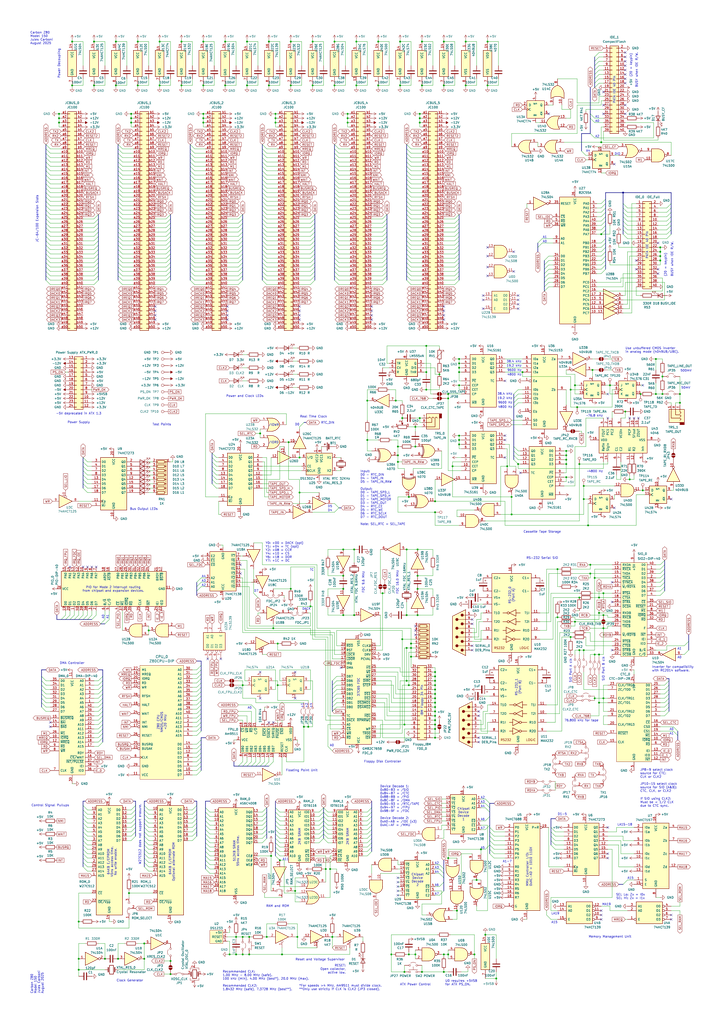
<source format=kicad_sch>
(kicad_sch (version 20250114) (generator "eeschema") (generator_version "9.0")
  (paper "A2" portrait)
  (title_block (title "Carbon Z80 Model 150") (date "2025-08-28") (rev "1") (company "Jules Carboni") (comment 1 "Zilog Z80 System") (comment 2 "RC2014 Compatible") (comment 4 "Z80, DMA, CTC, SIO, PIO, FPU, RTC, TAPE, FDC, IDE, JC-64/100") (comment 5 "Designed for Decimal ATX (dATX)"))
  (lib_symbols
    (symbol "4049_1" (pin_names (offset 1.016))
      (property "Reference" "U33" (at 6.35 1.2701 0))
      (property "Value" "4049UB" (at 6.35 -1.2699 0))
      (symbol "4049_1_1_0"
        (pin input line (at -7.62 0 0) (length 3.81) (name "~") (number "3"))
        (pin output inverted (at 7.62 0 180) (length 3.81) (name "~") (number "2"))
      )
      (symbol "4049_1_2_0"
        (pin input line (at -7.62 0 0) (length 3.81) (name "~") (number "5"))
        (pin output inverted (at 7.62 0 180) (length 3.81) (name "~") (number "4"))
      )
      (symbol "4049_1_3_0"
        (pin input line (at -7.62 0 0) (length 3.81) (name "~") (number "7"))
        (pin output inverted (at 7.62 0 180) (length 3.81) (name "~") (number "6"))
      )
      (symbol "4049_1_4_0"
        (pin input line (at -7.62 0 0) (length 3.81) (name "~") (number "9"))
        (pin output inverted (at 7.62 0 180) (length 3.81) (name "~") (number "10"))
      )
      (symbol "4049_1_5_0"
        (pin input line (at -7.62 0 0) (length 3.81) (name "~") (number "11"))
        (pin output inverted (at 7.62 0 180) (length 3.81) (name "~") (number "12"))
      )
      (symbol "4049_1_6_0"
        (pin input line (at -7.62 0 0) (length 3.81) (name "~") (number "14"))
        (pin output inverted (at 7.62 0 180) (length 3.81) (name "~") (number "15"))
      )
      (symbol "4049_1_7_0"
        (pin power_in line (at 0 12.7 270) (length 5.08) (name "VCC") (number "1"))
        (pin power_in line (at 0 -12.7 90) (length 5.08) (name "VSS") (number "8"))
      )
    )
    (symbol "4049_2" (pin_names (offset 1.016))
      (property "Reference" "U33" (at 6.35 1.2701 0))
      (property "Value" "4049UB" (at 6.35 -1.2699 0))
      (symbol "4049_2_1_0"
        (pin input line (at -7.62 0 0) (length 3.81) (name "~") (number "3"))
        (pin output inverted (at 7.62 0 180) (length 3.81) (name "~") (number "2"))
      )
      (symbol "4049_2_2_0"
        (pin input line (at -7.62 0 0) (length 3.81) (name "~") (number "5"))
        (pin output inverted (at 7.62 0 180) (length 3.81) (name "~") (number "4"))
      )
      (symbol "4049_2_3_0"
        (pin input line (at -7.62 0 0) (length 3.81) (name "~") (number "7"))
        (pin output inverted (at 7.62 0 180) (length 3.81) (name "~") (number "6"))
      )
      (symbol "4049_2_4_0"
        (pin input line (at -7.62 0 0) (length 3.81) (name "~") (number "9"))
        (pin output inverted (at 7.62 0 180) (length 3.81) (name "~") (number "10"))
      )
      (symbol "4049_2_5_0"
        (pin input line (at -7.62 0 0) (length 3.81) (name "~") (number "11"))
        (pin output inverted (at 7.62 0 180) (length 3.81) (name "~") (number "12"))
      )
      (symbol "4049_2_6_0"
        (pin input line (at -7.62 0 0) (length 3.81) (name "~") (number "14"))
        (pin output inverted (at 7.62 0 180) (length 3.81) (name "~") (number "15"))
      )
      (symbol "4049_2_7_0"
        (pin power_in line (at 0 12.7 270) (length 5.08) (name "VCC") (number "1"))
        (pin power_in line (at 0 -12.7 90) (length 5.08) (name "VSS") (number "8"))
      )
    )
    (symbol "4049_3" (pin_names (offset 1.016))
      (property "Reference" "U33" (at 6.35 1.2701 0))
      (property "Value" "4049UB" (at 6.35 -1.2699 0))
      (symbol "4049_3_1_0"
        (pin input line (at -7.62 0 0) (length 3.81) (name "~") (number "3"))
        (pin output inverted (at 7.62 0 180) (length 3.81) (name "~") (number "2"))
      )
      (symbol "4049_3_2_0"
        (pin input line (at -7.62 0 0) (length 3.81) (name "~") (number "5"))
        (pin output inverted (at 7.62 0 180) (length 3.81) (name "~") (number "4"))
      )
      (symbol "4049_3_3_0"
        (pin input line (at -7.62 0 0) (length 3.81) (name "~") (number "7"))
        (pin output inverted (at 7.62 0 180) (length 3.81) (name "~") (number "6"))
      )
      (symbol "4049_3_4_0"
        (pin input line (at -7.62 0 0) (length 3.81) (name "~") (number "9"))
        (pin output inverted (at 7.62 0 180) (length 3.81) (name "~") (number "10"))
      )
      (symbol "4049_3_5_0"
        (pin input line (at -7.62 0 0) (length 3.81) (name "~") (number "11"))
        (pin output inverted (at 7.62 0 180) (length 3.81) (name "~") (number "12"))
      )
      (symbol "4049_3_6_0"
        (pin input line (at -7.62 0 0) (length 3.81) (name "~") (number "14"))
        (pin output inverted (at 7.62 0 180) (length 3.81) (name "~") (number "15"))
      )
      (symbol "4049_3_7_0"
        (pin power_in line (at 0 12.7 270) (length 5.08) (name "VCC") (number "1"))
        (pin power_in line (at 0 -12.7 90) (length 5.08) (name "VSS") (number "8"))
      )
    )
    (symbol "4049_4" (pin_names (offset 1.016))
      (property "Reference" "U33" (at 6.35 1.2701 0))
      (property "Value" "4049UB" (at 6.35 -1.2699 0))
      (symbol "4049_4_1_0"
        (pin input line (at -7.62 0 0) (length 3.81) (name "~") (number "3"))
        (pin output inverted (at 7.62 0 180) (length 3.81) (name "~") (number "2"))
      )
      (symbol "4049_4_2_0"
        (pin input line (at -7.62 0 0) (length 3.81) (name "~") (number "5"))
        (pin output inverted (at 7.62 0 180) (length 3.81) (name "~") (number "4"))
      )
      (symbol "4049_4_3_0"
        (pin input line (at -7.62 0 0) (length 3.81) (name "~") (number "7"))
        (pin output inverted (at 7.62 0 180) (length 3.81) (name "~") (number "6"))
      )
      (symbol "4049_4_4_0"
        (pin input line (at -7.62 0 0) (length 3.81) (name "~") (number "9"))
        (pin output inverted (at 7.62 0 180) (length 3.81) (name "~") (number "10"))
      )
      (symbol "4049_4_5_0"
        (pin input line (at -7.62 0 0) (length 3.81) (name "~") (number "11"))
        (pin output inverted (at 7.62 0 180) (length 3.81) (name "~") (number "12"))
      )
      (symbol "4049_4_6_0"
        (pin input line (at -7.62 0 0) (length 3.81) (name "~") (number "14"))
        (pin output inverted (at 7.62 0 180) (length 3.81) (name "~") (number "15"))
      )
      (symbol "4049_4_7_0"
        (pin power_in line (at 0 12.7 270) (length 5.08) (name "VCC") (number "1"))
        (pin power_in line (at 0 -12.7 90) (length 5.08) (name "VSS") (number "8"))
      )
    )
    (symbol "4049_5" (pin_names (offset 1.016))
      (property "Reference" "U33" (at 6.35 1.2701 0))
      (property "Value" "4049UB" (at 6.35 -1.2699 0))
      (symbol "4049_5_1_0"
        (pin input line (at -7.62 0 0) (length 3.81) (name "~") (number "3"))
        (pin output inverted (at 7.62 0 180) (length 3.81) (name "~") (number "2"))
      )
      (symbol "4049_5_2_0"
        (pin input line (at -7.62 0 0) (length 3.81) (name "~") (number "5"))
        (pin output inverted (at 7.62 0 180) (length 3.81) (name "~") (number "4"))
      )
      (symbol "4049_5_3_0"
        (pin input line (at -7.62 0 0) (length 3.81) (name "~") (number "7"))
        (pin output inverted (at 7.62 0 180) (length 3.81) (name "~") (number "6"))
      )
      (symbol "4049_5_4_0"
        (pin input line (at -7.62 0 0) (length 3.81) (name "~") (number "9"))
        (pin output inverted (at 7.62 0 180) (length 3.81) (name "~") (number "10"))
      )
      (symbol "4049_5_5_0"
        (pin input line (at -7.62 0 0) (length 3.81) (name "~") (number "11"))
        (pin output inverted (at 7.62 0 180) (length 3.81) (name "~") (number "12"))
      )
      (symbol "4049_5_6_0"
        (pin input line (at -7.62 0 0) (length 3.81) (name "~") (number "14"))
        (pin output inverted (at 7.62 0 180) (length 3.81) (name "~") (number "15"))
      )
      (symbol "4049_5_7_0"
        (pin power_in line (at 0 12.7 270) (length 5.08) (name "VCC") (number "1"))
        (pin power_in line (at 0 -12.7 90) (length 5.08) (name "VSS") (number "8"))
      )
    )
    (symbol "4049_6" (pin_names (offset 1.016))
      (property "Reference" "U33" (at 6.35 1.2701 0))
      (property "Value" "4049UB" (at 6.35 -1.2699 0))
      (symbol "4049_6_1_0"
        (pin input line (at -7.62 0 0) (length 3.81) (name "~") (number "3"))
        (pin output inverted (at 7.62 0 180) (length 3.81) (name "~") (number "2"))
      )
      (symbol "4049_6_2_0"
        (pin input line (at -7.62 0 0) (length 3.81) (name "~") (number "5"))
        (pin output inverted (at 7.62 0 180) (length 3.81) (name "~") (number "4"))
      )
      (symbol "4049_6_3_0"
        (pin input line (at -7.62 0 0) (length 3.81) (name "~") (number "7"))
        (pin output inverted (at 7.62 0 180) (length 3.81) (name "~") (number "6"))
      )
      (symbol "4049_6_4_0"
        (pin input line (at -7.62 0 0) (length 3.81) (name "~") (number "9"))
        (pin output inverted (at 7.62 0 180) (length 3.81) (name "~") (number "10"))
      )
      (symbol "4049_6_5_0"
        (pin input line (at -7.62 0 0) (length 3.81) (name "~") (number "11"))
        (pin output inverted (at 7.62 0 180) (length 3.81) (name "~") (number "12"))
      )
      (symbol "4049_6_6_0"
        (pin input line (at -7.62 0 0) (length 3.81) (name "~") (number "14"))
        (pin output inverted (at 7.62 0 180) (length 3.81) (name "~") (number "15"))
      )
      (symbol "4049_6_7_0"
        (pin power_in line (at 0 12.7 270) (length 5.08) (name "VCC") (number "1"))
        (pin power_in line (at 0 -12.7 90) (length 5.08) (name "VSS") (number "8"))
      )
    )
    (symbol "4070_1" (pin_names (offset 1.016))
      (property "Reference" "U38" (at -6.35 1.2701 0))
      (property "Value" "4070" (at -6.35 -1.2699 0))
      (symbol "4070_1_1_0"
        (pin input line (at -7.62 2.54 0) (length 4.445) (name "~") (number "1"))
        (pin input line (at -7.62 -2.54 0) (length 4.445) (name "~") (number "2"))
        (pin output line (at 7.62 0 180) (length 3.81) (name "~") (number "3"))
      )
      (symbol "4070_1_2_0"
        (pin input line (at -7.62 2.54 0) (length 4.445) (name "~") (number "5"))
        (pin input line (at -7.62 -2.54 0) (length 4.445) (name "~") (number "6"))
        (pin output line (at 7.62 0 180) (length 3.81) (name "~") (number "4"))
      )
      (symbol "4070_1_3_0"
        (pin input line (at -7.62 2.54 0) (length 4.445) (name "~") (number "8"))
        (pin input line (at -7.62 -2.54 0) (length 4.445) (name "~") (number "9"))
        (pin output line (at 7.62 0 180) (length 3.81) (name "~") (number "10"))
      )
      (symbol "4070_1_4_0"
        (pin input line (at -7.62 2.54 0) (length 4.445) (name "~") (number "12"))
        (pin input line (at -7.62 -2.54 0) (length 4.445) (name "~") (number "13"))
        (pin output line (at 7.62 0 180) (length 3.81) (name "~") (number "11"))
      )
      (symbol "4070_1_5_0"
        (pin power_in line (at 0 12.7 270) (length 5.08) (name "VDD") (number "14"))
        (pin power_in line (at 0 -12.7 90) (length 5.08) (name "VSS") (number "7"))
      )
    )
    (symbol "4070_2" (pin_names (offset 1.016))
      (property "Reference" "U38" (at -6.35 1.2701 0))
      (property "Value" "4070" (at -6.35 -1.2699 0))
      (symbol "4070_2_1_0"
        (pin input line (at -7.62 2.54 0) (length 4.445) (name "~") (number "1"))
        (pin input line (at -7.62 -2.54 0) (length 4.445) (name "~") (number "2"))
        (pin output line (at 7.62 0 180) (length 3.81) (name "~") (number "3"))
      )
      (symbol "4070_2_2_0"
        (pin input line (at -7.62 2.54 0) (length 4.445) (name "~") (number "5"))
        (pin input line (at -7.62 -2.54 0) (length 4.445) (name "~") (number "6"))
        (pin output line (at 7.62 0 180) (length 3.81) (name "~") (number "4"))
      )
      (symbol "4070_2_3_0"
        (pin input line (at -7.62 2.54 0) (length 4.445) (name "~") (number "8"))
        (pin input line (at -7.62 -2.54 0) (length 4.445) (name "~") (number "9"))
        (pin output line (at 7.62 0 180) (length 3.81) (name "~") (number "10"))
      )
      (symbol "4070_2_4_0"
        (pin input line (at -7.62 2.54 0) (length 4.445) (name "~") (number "12"))
        (pin input line (at -7.62 -2.54 0) (length 4.445) (name "~") (number "13"))
        (pin output line (at 7.62 0 180) (length 3.81) (name "~") (number "11"))
      )
      (symbol "4070_2_5_0"
        (pin power_in line (at 0 12.7 270) (length 5.08) (name "VDD") (number "14"))
        (pin power_in line (at 0 -12.7 90) (length 5.08) (name "VSS") (number "7"))
      )
    )
    (symbol "4070_3" (pin_names (offset 1.016))
      (property "Reference" "U38" (at -6.35 1.2701 0))
      (property "Value" "4070" (at -6.35 -1.2699 0))
      (symbol "4070_3_1_0"
        (pin input line (at -7.62 2.54 0) (length 4.445) (name "~") (number "1"))
        (pin input line (at -7.62 -2.54 0) (length 4.445) (name "~") (number "2"))
        (pin output line (at 7.62 0 180) (length 3.81) (name "~") (number "3"))
      )
      (symbol "4070_3_2_0"
        (pin input line (at -7.62 2.54 0) (length 4.445) (name "~") (number "5"))
        (pin input line (at -7.62 -2.54 0) (length 4.445) (name "~") (number "6"))
        (pin output line (at 7.62 0 180) (length 3.81) (name "~") (number "4"))
      )
      (symbol "4070_3_3_0"
        (pin input line (at -7.62 2.54 0) (length 4.445) (name "~") (number "8"))
        (pin input line (at -7.62 -2.54 0) (length 4.445) (name "~") (number "9"))
        (pin output line (at 7.62 0 180) (length 3.81) (name "~") (number "10"))
      )
      (symbol "4070_3_4_0"
        (pin input line (at -7.62 2.54 0) (length 4.445) (name "~") (number "12"))
        (pin input line (at -7.62 -2.54 0) (length 4.445) (name "~") (number "13"))
        (pin output line (at 7.62 0 180) (length 3.81) (name "~") (number "11"))
      )
      (symbol "4070_3_5_0"
        (pin power_in line (at 0 12.7 270) (length 5.08) (name "VDD") (number "14"))
        (pin power_in line (at 0 -12.7 90) (length 5.08) (name "VSS") (number "7"))
      )
    )
    (symbol "4070_4" (pin_names (offset 1.016))
      (property "Reference" "U38" (at -6.35 1.2701 0))
      (property "Value" "4070" (at -6.35 -1.2699 0))
      (symbol "4070_4_1_0"
        (pin input line (at -7.62 2.54 0) (length 4.445) (name "~") (number "1"))
        (pin input line (at -7.62 -2.54 0) (length 4.445) (name "~") (number "2"))
        (pin output line (at 7.62 0 180) (length 3.81) (name "~") (number "3"))
      )
      (symbol "4070_4_2_0"
        (pin input line (at -7.62 2.54 0) (length 4.445) (name "~") (number "5"))
        (pin input line (at -7.62 -2.54 0) (length 4.445) (name "~") (number "6"))
        (pin output line (at 7.62 0 180) (length 3.81) (name "~") (number "4"))
      )
      (symbol "4070_4_3_0"
        (pin input line (at -7.62 2.54 0) (length 4.445) (name "~") (number "8"))
        (pin input line (at -7.62 -2.54 0) (length 4.445) (name "~") (number "9"))
        (pin output line (at 7.62 0 180) (length 3.81) (name "~") (number "10"))
      )
      (symbol "4070_4_4_0"
        (pin input line (at -7.62 2.54 0) (length 4.445) (name "~") (number "12"))
        (pin input line (at -7.62 -2.54 0) (length 4.445) (name "~") (number "13"))
        (pin output line (at 7.62 0 180) (length 3.81) (name "~") (number "11"))
      )
      (symbol "4070_4_5_0"
        (pin power_in line (at 0 12.7 270) (length 5.08) (name "VDD") (number "14"))
        (pin power_in line (at 0 -12.7 90) (length 5.08) (name "VSS") (number "7"))
      )
    )
    (symbol "4xxx:4046" (pin_names (offset 1.016))
      (property "Reference" "U" (at -7.62 13.97 0))
      (property "Value" "4046" (at -7.62 -16.51 0))
      (symbol "4046_1_0"
        (pin input line (at -12.7 10.16 0) (length 5.08) (name "RefIn") (number "3"))
        (pin input line (at -12.7 7.62 0) (length 5.08) (name "SigIn") (number "14"))
        (pin input line (at -12.7 2.54 0) (length 5.08) (name "C1") (number "6"))
        (pin input line (at -12.7 0 0) (length 5.08) (name "C2") (number "7"))
        (pin input line (at -12.7 -5.08 0) (length 5.08) (name "R1") (number "11"))
        (pin input line (at -12.7 -7.62 0) (length 5.08) (name "R2") (number "12"))
        (pin input line (at -12.7 -12.7 0) (length 5.08) (name "Inh") (number "5"))
        (pin power_in line (at 0 17.78 270) (length 5.08) (name "VDD") (number "16"))
        (pin power_in line (at 0 -20.32 90) (length 5.08) (name "VSS") (number "8"))
        (pin output line (at 12.7 10.16 180) (length 5.08) (name "FOUT") (number "4"))
        (pin output line (at 12.7 7.62 180) (length 5.08) (name "PC1") (number "2"))
        (pin tri_state line (at 12.7 5.08 180) (length 5.08) (name "PC2") (number "13"))
        (pin input line (at 12.7 0 180) (length 5.08) (name "VCOin") (number "9"))
        (pin output line (at 12.7 -5.08 180) (length 5.08) (name "PCP") (number "1"))
        (pin output line (at 12.7 -7.62 180) (length 5.08) (name "SFout") (number "10"))
        (pin output line (at 12.7 -10.16 180) (length 5.08) (name "ZOUT") (number "15"))
      )
    )
    (symbol "4xxx:4049" (pin_names (offset 1.016))
      (property "Reference" "U33" (at 6.35 1.2701 0))
      (property "Value" "4049UB" (at 6.35 -1.2699 0))
      (symbol "4049_1_0"
        (pin input line (at -7.62 0 0) (length 3.81) (name "~") (number "3"))
        (pin output inverted (at 7.62 0 180) (length 3.81) (name "~") (number "2"))
      )
      (symbol "4049_2_0"
        (pin input line (at -7.62 0 0) (length 3.81) (name "~") (number "5"))
        (pin output inverted (at 7.62 0 180) (length 3.81) (name "~") (number "4"))
      )
      (symbol "4049_3_0"
        (pin input line (at -7.62 0 0) (length 3.81) (name "~") (number "7"))
        (pin output inverted (at 7.62 0 180) (length 3.81) (name "~") (number "6"))
      )
      (symbol "4049_4_0"
        (pin input line (at -7.62 0 0) (length 3.81) (name "~") (number "9"))
        (pin output inverted (at 7.62 0 180) (length 3.81) (name "~") (number "10"))
      )
      (symbol "4049_5_0"
        (pin input line (at -7.62 0 0) (length 3.81) (name "~") (number "11"))
        (pin output inverted (at 7.62 0 180) (length 3.81) (name "~") (number "12"))
      )
      (symbol "4049_6_0"
        (pin input line (at -7.62 0 0) (length 3.81) (name "~") (number "14"))
        (pin output inverted (at 7.62 0 180) (length 3.81) (name "~") (number "15"))
      )
      (symbol "4049_7_0"
        (pin power_in line (at 0 12.7 270) (length 5.08) (name "VCC") (number "1"))
        (pin power_in line (at 0 -12.7 90) (length 5.08) (name "VSS") (number "8"))
      )
    )
    (symbol "4xxx:4070" (pin_names (offset 1.016))
      (property "Reference" "U38" (at -6.35 1.2701 0))
      (property "Value" "4070" (at -6.35 -1.2699 0))
      (symbol "4070_1_0"
        (pin input line (at -7.62 2.54 0) (length 4.445) (name "~") (number "1"))
        (pin input line (at -7.62 -2.54 0) (length 4.445) (name "~") (number "2"))
        (pin output line (at 7.62 0 180) (length 3.81) (name "~") (number "3"))
      )
      (symbol "4070_2_0"
        (pin input line (at -7.62 2.54 0) (length 4.445) (name "~") (number "5"))
        (pin input line (at -7.62 -2.54 0) (length 4.445) (name "~") (number "6"))
        (pin output line (at 7.62 0 180) (length 3.81) (name "~") (number "4"))
      )
      (symbol "4070_3_0"
        (pin input line (at -7.62 2.54 0) (length 4.445) (name "~") (number "8"))
        (pin input line (at -7.62 -2.54 0) (length 4.445) (name "~") (number "9"))
        (pin output line (at 7.62 0 180) (length 3.81) (name "~") (number "10"))
      )
      (symbol "4070_4_0"
        (pin input line (at -7.62 2.54 0) (length 4.445) (name "~") (number "12"))
        (pin input line (at -7.62 -2.54 0) (length 4.445) (name "~") (number "13"))
        (pin output line (at 7.62 0 180) (length 3.81) (name "~") (number "11"))
      )
      (symbol "4070_5_0"
        (pin power_in line (at 0 12.7 270) (length 5.08) (name "VDD") (number "14"))
        (pin power_in line (at 0 -12.7 90) (length 5.08) (name "VSS") (number "7"))
      )
    )
    (symbol "74AHCT125_1" (pin_names (offset 1.016))
      (property "Reference" "U3" (at -4.572 -10.16 90))
      (property "Value" "74AHCT125" (at -7.112 -6.604 90))
      (symbol "74AHCT125_1_1_0"
        (pin input line (at -7.62 0 0) (length 3.81) (name "~") (number "2"))
        (pin input inverted (at 0 -6.35 90) (length 4.445) (name "~") (number "1"))
        (pin tri_state line (at 7.62 0 180) (length 3.81) (name "~") (number "3"))
      )
      (symbol "74AHCT125_1_2_0"
        (pin input line (at -7.62 0 0) (length 3.81) (name "~") (number "5"))
        (pin input inverted (at 0 -6.35 90) (length 4.445) (name "~") (number "4"))
        (pin tri_state line (at 7.62 0 180) (length 3.81) (name "~") (number "6"))
      )
      (symbol "74AHCT125_1_3_0"
        (pin input line (at -7.62 0 0) (length 3.81) (name "~") (number "9"))
        (pin input inverted (at 0 -6.35 90) (length 4.445) (name "~") (number "10"))
        (pin tri_state line (at 7.62 0 180) (length 3.81) (name "~") (number "8"))
      )
      (symbol "74AHCT125_1_4_0"
        (pin input line (at -7.62 0 0) (length 3.81) (name "~") (number "12"))
        (pin input inverted (at 0 -6.35 90) (length 4.445) (name "~") (number "13"))
        (pin tri_state line (at 7.62 0 180) (length 3.81) (name "~") (number "11"))
      )
      (symbol "74AHCT125_1_5_0"
        (pin power_in line (at 0 12.7 270) (length 5.08) (name "VCC") (number "14"))
        (pin power_in line (at 0 -12.7 90) (length 5.08) (name "GND") (number "7"))
      )
    )
    (symbol "74AHCT125_10" (pin_names (offset 1.016))
      (property "Reference" "U26" (at 6.35 1.2701 0))
      (property "Value" "74AHCT125" (at 6.35 -1.2699 0))
      (symbol "74AHCT125_10_1_0"
        (pin input line (at -7.62 0 0) (length 3.81) (name "~") (number "2"))
        (pin input inverted (at 0 -6.35 90) (length 4.445) (name "~") (number "1"))
        (pin tri_state line (at 7.62 0 180) (length 3.81) (name "~") (number "3"))
      )
      (symbol "74AHCT125_10_2_0"
        (pin input line (at -7.62 0 0) (length 3.81) (name "~") (number "5"))
        (pin input inverted (at 0 -6.35 90) (length 4.445) (name "~") (number "4"))
        (pin tri_state line (at 7.62 0 180) (length 3.81) (name "~") (number "6"))
      )
      (symbol "74AHCT125_10_3_0"
        (pin input line (at -7.62 0 0) (length 3.81) (name "~") (number "9"))
        (pin input inverted (at 0 -6.35 90) (length 4.445) (name "~") (number "10"))
        (pin tri_state line (at 7.62 0 180) (length 3.81) (name "~") (number "8"))
      )
      (symbol "74AHCT125_10_4_0"
        (pin input line (at -7.62 0 0) (length 3.81) (name "~") (number "12"))
        (pin input inverted (at 0 -6.35 90) (length 4.445) (name "~") (number "13"))
        (pin tri_state line (at 7.62 0 180) (length 3.81) (name "~") (number "11"))
      )
      (symbol "74AHCT125_10_5_0"
        (pin power_in line (at 0 12.7 270) (length 5.08) (name "VCC") (number "14"))
        (pin power_in line (at 0 -12.7 90) (length 5.08) (name "GND") (number "7"))
      )
    )
    (symbol "74AHCT125_11" (pin_names (offset 1.016))
      (property "Reference" "U26" (at 6.35 1.2701 0))
      (property "Value" "74AHCT125" (at 6.35 -1.2699 0))
      (symbol "74AHCT125_11_1_0"
        (pin input line (at -7.62 0 0) (length 3.81) (name "~") (number "2"))
        (pin input inverted (at 0 -6.35 90) (length 4.445) (name "~") (number "1"))
        (pin tri_state line (at 7.62 0 180) (length 3.81) (name "~") (number "3"))
      )
      (symbol "74AHCT125_11_2_0"
        (pin input line (at -7.62 0 0) (length 3.81) (name "~") (number "5"))
        (pin input inverted (at 0 -6.35 90) (length 4.445) (name "~") (number "4"))
        (pin tri_state line (at 7.62 0 180) (length 3.81) (name "~") (number "6"))
      )
      (symbol "74AHCT125_11_3_0"
        (pin input line (at -7.62 0 0) (length 3.81) (name "~") (number "9"))
        (pin input inverted (at 0 -6.35 90) (length 4.445) (name "~") (number "10"))
        (pin tri_state line (at 7.62 0 180) (length 3.81) (name "~") (number "8"))
      )
      (symbol "74AHCT125_11_4_0"
        (pin input line (at -7.62 0 0) (length 3.81) (name "~") (number "12"))
        (pin input inverted (at 0 -6.35 90) (length 4.445) (name "~") (number "13"))
        (pin tri_state line (at 7.62 0 180) (length 3.81) (name "~") (number "11"))
      )
      (symbol "74AHCT125_11_5_0"
        (pin power_in line (at 0 12.7 270) (length 5.08) (name "VCC") (number "14"))
        (pin power_in line (at 0 -12.7 90) (length 5.08) (name "GND") (number "7"))
      )
    )
    (symbol "74AHCT125_12" (pin_names (offset 1.016))
      (property "Reference" "U26" (at 6.35 1.2701 0))
      (property "Value" "74AHCT125" (at 6.35 -1.2699 0))
      (symbol "74AHCT125_12_1_0"
        (pin input line (at -7.62 0 0) (length 3.81) (name "~") (number "2"))
        (pin input inverted (at 0 -6.35 90) (length 4.445) (name "~") (number "1"))
        (pin tri_state line (at 7.62 0 180) (length 3.81) (name "~") (number "3"))
      )
      (symbol "74AHCT125_12_2_0"
        (pin input line (at -7.62 0 0) (length 3.81) (name "~") (number "5"))
        (pin input inverted (at 0 -6.35 90) (length 4.445) (name "~") (number "4"))
        (pin tri_state line (at 7.62 0 180) (length 3.81) (name "~") (number "6"))
      )
      (symbol "74AHCT125_12_3_0"
        (pin input line (at -7.62 0 0) (length 3.81) (name "~") (number "9"))
        (pin input inverted (at 0 -6.35 90) (length 4.445) (name "~") (number "10"))
        (pin tri_state line (at 7.62 0 180) (length 3.81) (name "~") (number "8"))
      )
      (symbol "74AHCT125_12_4_0"
        (pin input line (at -7.62 0 0) (length 3.81) (name "~") (number "12"))
        (pin input inverted (at 0 -6.35 90) (length 4.445) (name "~") (number "13"))
        (pin tri_state line (at 7.62 0 180) (length 3.81) (name "~") (number "11"))
      )
      (symbol "74AHCT125_12_5_0"
        (pin power_in line (at 0 12.7 270) (length 5.08) (name "VCC") (number "14"))
        (pin power_in line (at 0 -12.7 90) (length 5.08) (name "GND") (number "7"))
      )
    )
    (symbol "74AHCT125_13" (pin_names (offset 1.016))
      (property "Reference" "U26" (at 6.35 1.2701 0))
      (property "Value" "74AHCT125" (at 6.35 -1.2699 0))
      (symbol "74AHCT125_13_1_0"
        (pin input line (at -7.62 0 0) (length 3.81) (name "~") (number "2"))
        (pin input inverted (at 0 -6.35 90) (length 4.445) (name "~") (number "1"))
        (pin tri_state line (at 7.62 0 180) (length 3.81) (name "~") (number "3"))
      )
      (symbol "74AHCT125_13_2_0"
        (pin input line (at -7.62 0 0) (length 3.81) (name "~") (number "5"))
        (pin input inverted (at 0 -6.35 90) (length 4.445) (name "~") (number "4"))
        (pin tri_state line (at 7.62 0 180) (length 3.81) (name "~") (number "6"))
      )
      (symbol "74AHCT125_13_3_0"
        (pin input line (at -7.62 0 0) (length 3.81) (name "~") (number "9"))
        (pin input inverted (at 0 -6.35 90) (length 4.445) (name "~") (number "10"))
        (pin tri_state line (at 7.62 0 180) (length 3.81) (name "~") (number "8"))
      )
      (symbol "74AHCT125_13_4_0"
        (pin input line (at -7.62 0 0) (length 3.81) (name "~") (number "12"))
        (pin input inverted (at 0 -6.35 90) (length 4.445) (name "~") (number "13"))
        (pin tri_state line (at 7.62 0 180) (length 3.81) (name "~") (number "11"))
      )
      (symbol "74AHCT125_13_5_0"
        (pin power_in line (at 0 12.7 270) (length 5.08) (name "VCC") (number "14"))
        (pin power_in line (at 0 -12.7 90) (length 5.08) (name "GND") (number "7"))
      )
    )
    (symbol "74AHCT125_14" (pin_names (offset 1.016))
      (property "Reference" "U26" (at 6.35 1.2701 0))
      (property "Value" "74AHCT125" (at 6.35 -1.2699 0))
      (symbol "74AHCT125_14_1_0"
        (pin input line (at -7.62 0 0) (length 3.81) (name "~") (number "2"))
        (pin input inverted (at 0 -6.35 90) (length 4.445) (name "~") (number "1"))
        (pin tri_state line (at 7.62 0 180) (length 3.81) (name "~") (number "3"))
      )
      (symbol "74AHCT125_14_2_0"
        (pin input line (at -7.62 0 0) (length 3.81) (name "~") (number "5"))
        (pin input inverted (at 0 -6.35 90) (length 4.445) (name "~") (number "4"))
        (pin tri_state line (at 7.62 0 180) (length 3.81) (name "~") (number "6"))
      )
      (symbol "74AHCT125_14_3_0"
        (pin input line (at -7.62 0 0) (length 3.81) (name "~") (number "9"))
        (pin input inverted (at 0 -6.35 90) (length 4.445) (name "~") (number "10"))
        (pin tri_state line (at 7.62 0 180) (length 3.81) (name "~") (number "8"))
      )
      (symbol "74AHCT125_14_4_0"
        (pin input line (at -7.62 0 0) (length 3.81) (name "~") (number "12"))
        (pin input inverted (at 0 -6.35 90) (length 4.445) (name "~") (number "13"))
        (pin tri_state line (at 7.62 0 180) (length 3.81) (name "~") (number "11"))
      )
      (symbol "74AHCT125_14_5_0"
        (pin power_in line (at 0 12.7 270) (length 5.08) (name "VCC") (number "14"))
        (pin power_in line (at 0 -12.7 90) (length 5.08) (name "GND") (number "7"))
      )
    )
    (symbol "74AHCT125_2" (pin_names (offset 1.016))
      (property "Reference" "U3" (at -4.572 -10.16 90))
      (property "Value" "74AHCT125" (at -7.112 -6.604 90))
      (symbol "74AHCT125_2_1_0"
        (pin input line (at -7.62 0 0) (length 3.81) (name "~") (number "2"))
        (pin input inverted (at 0 -6.35 90) (length 4.445) (name "~") (number "1"))
        (pin tri_state line (at 7.62 0 180) (length 3.81) (name "~") (number "3"))
      )
      (symbol "74AHCT125_2_2_0"
        (pin input line (at -7.62 0 0) (length 3.81) (name "~") (number "5"))
        (pin input inverted (at 0 -6.35 90) (length 4.445) (name "~") (number "4"))
        (pin tri_state line (at 7.62 0 180) (length 3.81) (name "~") (number "6"))
      )
      (symbol "74AHCT125_2_3_0"
        (pin input line (at -7.62 0 0) (length 3.81) (name "~") (number "9"))
        (pin input inverted (at 0 -6.35 90) (length 4.445) (name "~") (number "10"))
        (pin tri_state line (at 7.62 0 180) (length 3.81) (name "~") (number "8"))
      )
      (symbol "74AHCT125_2_4_0"
        (pin input line (at -7.62 0 0) (length 3.81) (name "~") (number "12"))
        (pin input inverted (at 0 -6.35 90) (length 4.445) (name "~") (number "13"))
        (pin tri_state line (at 7.62 0 180) (length 3.81) (name "~") (number "11"))
      )
      (symbol "74AHCT125_2_5_0"
        (pin power_in line (at 0 12.7 270) (length 5.08) (name "VCC") (number "14"))
        (pin power_in line (at 0 -12.7 90) (length 5.08) (name "GND") (number "7"))
      )
    )
    (symbol "74AHCT125_3" (pin_names (offset 1.016))
      (property "Reference" "U3" (at -4.572 -10.16 90))
      (property "Value" "74AHCT125" (at -7.112 -6.604 90))
      (symbol "74AHCT125_3_1_0"
        (pin input line (at -7.62 0 0) (length 3.81) (name "~") (number "2"))
        (pin input inverted (at 0 -6.35 90) (length 4.445) (name "~") (number "1"))
        (pin tri_state line (at 7.62 0 180) (length 3.81) (name "~") (number "3"))
      )
      (symbol "74AHCT125_3_2_0"
        (pin input line (at -7.62 0 0) (length 3.81) (name "~") (number "5"))
        (pin input inverted (at 0 -6.35 90) (length 4.445) (name "~") (number "4"))
        (pin tri_state line (at 7.62 0 180) (length 3.81) (name "~") (number "6"))
      )
      (symbol "74AHCT125_3_3_0"
        (pin input line (at -7.62 0 0) (length 3.81) (name "~") (number "9"))
        (pin input inverted (at 0 -6.35 90) (length 4.445) (name "~") (number "10"))
        (pin tri_state line (at 7.62 0 180) (length 3.81) (name "~") (number "8"))
      )
      (symbol "74AHCT125_3_4_0"
        (pin input line (at -7.62 0 0) (length 3.81) (name "~") (number "12"))
        (pin input inverted (at 0 -6.35 90) (length 4.445) (name "~") (number "13"))
        (pin tri_state line (at 7.62 0 180) (length 3.81) (name "~") (number "11"))
      )
      (symbol "74AHCT125_3_5_0"
        (pin power_in line (at 0 12.7 270) (length 5.08) (name "VCC") (number "14"))
        (pin power_in line (at 0 -12.7 90) (length 5.08) (name "GND") (number "7"))
      )
    )
    (symbol "74AHCT125_4" (pin_names (offset 1.016))
      (property "Reference" "U3" (at -4.572 -10.16 90))
      (property "Value" "74AHCT125" (at -7.112 -6.604 90))
      (symbol "74AHCT125_4_1_0"
        (pin input line (at -7.62 0 0) (length 3.81) (name "~") (number "2"))
        (pin input inverted (at 0 -6.35 90) (length 4.445) (name "~") (number "1"))
        (pin tri_state line (at 7.62 0 180) (length 3.81) (name "~") (number "3"))
      )
      (symbol "74AHCT125_4_2_0"
        (pin input line (at -7.62 0 0) (length 3.81) (name "~") (number "5"))
        (pin input inverted (at 0 -6.35 90) (length 4.445) (name "~") (number "4"))
        (pin tri_state line (at 7.62 0 180) (length 3.81) (name "~") (number "6"))
      )
      (symbol "74AHCT125_4_3_0"
        (pin input line (at -7.62 0 0) (length 3.81) (name "~") (number "9"))
        (pin input inverted (at 0 -6.35 90) (length 4.445) (name "~") (number "10"))
        (pin tri_state line (at 7.62 0 180) (length 3.81) (name "~") (number "8"))
      )
      (symbol "74AHCT125_4_4_0"
        (pin input line (at -7.62 0 0) (length 3.81) (name "~") (number "12"))
        (pin input inverted (at 0 -6.35 90) (length 4.445) (name "~") (number "13"))
        (pin tri_state line (at 7.62 0 180) (length 3.81) (name "~") (number "11"))
      )
      (symbol "74AHCT125_4_5_0"
        (pin power_in line (at 0 12.7 270) (length 5.08) (name "VCC") (number "14"))
        (pin power_in line (at 0 -12.7 90) (length 5.08) (name "GND") (number "7"))
      )
    )
    (symbol "74AHCT125_5" (pin_names (offset 1.016))
      (property "Reference" "U3" (at -4.572 -10.16 90))
      (property "Value" "74AHCT125" (at -7.112 -6.604 90))
      (symbol "74AHCT125_5_1_0"
        (pin input line (at -7.62 0 0) (length 3.81) (name "~") (number "2"))
        (pin input inverted (at 0 -6.35 90) (length 4.445) (name "~") (number "1"))
        (pin tri_state line (at 7.62 0 180) (length 3.81) (name "~") (number "3"))
      )
      (symbol "74AHCT125_5_2_0"
        (pin input line (at -7.62 0 0) (length 3.81) (name "~") (number "5"))
        (pin input inverted (at 0 -6.35 90) (length 4.445) (name "~") (number "4"))
        (pin tri_state line (at 7.62 0 180) (length 3.81) (name "~") (number "6"))
      )
      (symbol "74AHCT125_5_3_0"
        (pin input line (at -7.62 0 0) (length 3.81) (name "~") (number "9"))
        (pin input inverted (at 0 -6.35 90) (length 4.445) (name "~") (number "10"))
        (pin tri_state line (at 7.62 0 180) (length 3.81) (name "~") (number "8"))
      )
      (symbol "74AHCT125_5_4_0"
        (pin input line (at -7.62 0 0) (length 3.81) (name "~") (number "12"))
        (pin input inverted (at 0 -6.35 90) (length 4.445) (name "~") (number "13"))
        (pin tri_state line (at 7.62 0 180) (length 3.81) (name "~") (number "11"))
      )
      (symbol "74AHCT125_5_5_0"
        (pin power_in line (at 0 12.7 270) (length 5.08) (name "VCC") (number "14"))
        (pin power_in line (at 0 -12.7 90) (length 5.08) (name "GND") (number "7"))
      )
    )
    (symbol "74AHCT125_6" (pin_names (offset 1.016))
      (property "Reference" "U18" (at -4.572 -6.604 90))
      (property "Value" "74AHCT125" (at -7.112 -0.762 90))
      (symbol "74AHCT125_6_1_0"
        (pin input line (at -7.62 0 0) (length 3.81) (name "~") (number "2"))
        (pin input inverted (at 0 -6.35 90) (length 4.445) (name "~") (number "1"))
        (pin tri_state line (at 7.62 0 180) (length 3.81) (name "~") (number "3"))
      )
      (symbol "74AHCT125_6_2_0"
        (pin input line (at -7.62 0 0) (length 3.81) (name "~") (number "5"))
        (pin input inverted (at 0 -6.35 90) (length 4.445) (name "~") (number "4"))
        (pin tri_state line (at 7.62 0 180) (length 3.81) (name "~") (number "6"))
      )
      (symbol "74AHCT125_6_3_0"
        (pin input line (at -7.62 0 0) (length 3.81) (name "~") (number "9"))
        (pin input inverted (at 0 -6.35 90) (length 4.445) (name "~") (number "10"))
        (pin tri_state line (at 7.62 0 180) (length 3.81) (name "~") (number "8"))
      )
      (symbol "74AHCT125_6_4_0"
        (pin input line (at -7.62 0 0) (length 3.81) (name "~") (number "12"))
        (pin input inverted (at 0 -6.35 90) (length 4.445) (name "~") (number "13"))
        (pin tri_state line (at 7.62 0 180) (length 3.81) (name "~") (number "11"))
      )
      (symbol "74AHCT125_6_5_0"
        (pin power_in line (at 0 12.7 270) (length 5.08) (name "VCC") (number "14"))
        (pin power_in line (at 0 -12.7 90) (length 5.08) (name "GND") (number "7"))
      )
    )
    (symbol "74AHCT125_7" (pin_names (offset 1.016))
      (property "Reference" "U18" (at -4.572 -6.604 90))
      (property "Value" "74AHCT125" (at -7.112 -0.762 90))
      (symbol "74AHCT125_7_1_0"
        (pin input line (at -7.62 0 0) (length 3.81) (name "~") (number "2"))
        (pin input inverted (at 0 -6.35 90) (length 4.445) (name "~") (number "1"))
        (pin tri_state line (at 7.62 0 180) (length 3.81) (name "~") (number "3"))
      )
      (symbol "74AHCT125_7_2_0"
        (pin input line (at -7.62 0 0) (length 3.81) (name "~") (number "5"))
        (pin input inverted (at 0 -6.35 90) (length 4.445) (name "~") (number "4"))
        (pin tri_state line (at 7.62 0 180) (length 3.81) (name "~") (number "6"))
      )
      (symbol "74AHCT125_7_3_0"
        (pin input line (at -7.62 0 0) (length 3.81) (name "~") (number "9"))
        (pin input inverted (at 0 -6.35 90) (length 4.445) (name "~") (number "10"))
        (pin tri_state line (at 7.62 0 180) (length 3.81) (name "~") (number "8"))
      )
      (symbol "74AHCT125_7_4_0"
        (pin input line (at -7.62 0 0) (length 3.81) (name "~") (number "12"))
        (pin input inverted (at 0 -6.35 90) (length 4.445) (name "~") (number "13"))
        (pin tri_state line (at 7.62 0 180) (length 3.81) (name "~") (number "11"))
      )
      (symbol "74AHCT125_7_5_0"
        (pin power_in line (at 0 12.7 270) (length 5.08) (name "VCC") (number "14"))
        (pin power_in line (at 0 -12.7 90) (length 5.08) (name "GND") (number "7"))
      )
    )
    (symbol "74AHCT125_8" (pin_names (offset 1.016))
      (property "Reference" "U18" (at -4.572 -6.604 90))
      (property "Value" "74AHCT125" (at -7.112 -0.762 90))
      (symbol "74AHCT125_8_1_0"
        (pin input line (at -7.62 0 0) (length 3.81) (name "~") (number "2"))
        (pin input inverted (at 0 -6.35 90) (length 4.445) (name "~") (number "1"))
        (pin tri_state line (at 7.62 0 180) (length 3.81) (name "~") (number "3"))
      )
      (symbol "74AHCT125_8_2_0"
        (pin input line (at -7.62 0 0) (length 3.81) (name "~") (number "5"))
        (pin input inverted (at 0 -6.35 90) (length 4.445) (name "~") (number "4"))
        (pin tri_state line (at 7.62 0 180) (length 3.81) (name "~") (number "6"))
      )
      (symbol "74AHCT125_8_3_0"
        (pin input line (at -7.62 0 0) (length 3.81) (name "~") (number "9"))
        (pin input inverted (at 0 -6.35 90) (length 4.445) (name "~") (number "10"))
        (pin tri_state line (at 7.62 0 180) (length 3.81) (name "~") (number "8"))
      )
      (symbol "74AHCT125_8_4_0"
        (pin input line (at -7.62 0 0) (length 3.81) (name "~") (number "12"))
        (pin input inverted (at 0 -6.35 90) (length 4.445) (name "~") (number "13"))
        (pin tri_state line (at 7.62 0 180) (length 3.81) (name "~") (number "11"))
      )
      (symbol "74AHCT125_8_5_0"
        (pin power_in line (at 0 12.7 270) (length 5.08) (name "VCC") (number "14"))
        (pin power_in line (at 0 -12.7 90) (length 5.08) (name "GND") (number "7"))
      )
    )
    (symbol "74AHCT125_9" (pin_names (offset 1.016))
      (property "Reference" "U18" (at -4.572 -6.604 90))
      (property "Value" "74AHCT125" (at -7.112 -0.762 90))
      (symbol "74AHCT125_9_1_0"
        (pin input line (at -7.62 0 0) (length 3.81) (name "~") (number "2"))
        (pin input inverted (at 0 -6.35 90) (length 4.445) (name "~") (number "1"))
        (pin tri_state line (at 7.62 0 180) (length 3.81) (name "~") (number "3"))
      )
      (symbol "74AHCT125_9_2_0"
        (pin input line (at -7.62 0 0) (length 3.81) (name "~") (number "5"))
        (pin input inverted (at 0 -6.35 90) (length 4.445) (name "~") (number "4"))
        (pin tri_state line (at 7.62 0 180) (length 3.81) (name "~") (number "6"))
      )
      (symbol "74AHCT125_9_3_0"
        (pin input line (at -7.62 0 0) (length 3.81) (name "~") (number "9"))
        (pin input inverted (at 0 -6.35 90) (length 4.445) (name "~") (number "10"))
        (pin tri_state line (at 7.62 0 180) (length 3.81) (name "~") (number "8"))
      )
      (symbol "74AHCT125_9_4_0"
        (pin input line (at -7.62 0 0) (length 3.81) (name "~") (number "12"))
        (pin input inverted (at 0 -6.35 90) (length 4.445) (name "~") (number "13"))
        (pin tri_state line (at 7.62 0 180) (length 3.81) (name "~") (number "11"))
      )
      (symbol "74AHCT125_9_5_0"
        (pin power_in line (at 0 12.7 270) (length 5.08) (name "VCC") (number "14"))
        (pin power_in line (at 0 -12.7 90) (length 5.08) (name "GND") (number "7"))
      )
    )
    (symbol "74HCT74_1" (pin_names (offset 1.016))
      (property "Reference" "U13" (at 4.572 6.604 90))
      (property "Value" "74HCT74" (at 7.112 3.302 90))
      (symbol "74HCT74_1_1_0"
        (pin input line (at -7.62 2.54 0) (length 2.54) (name "D") (number "2"))
        (pin input clock (at -7.62 0 0) (length 2.54) (name "C") (number "3"))
        (pin input line (at 0 7.62 270) (length 2.54) (name "~{S}") (number "4"))
        (pin input line (at 0 -7.62 90) (length 2.54) (name "~{R}") (number "1"))
        (pin output line (at 7.62 2.54 180) (length 2.54) (name "Q") (number "5"))
        (pin output line (at 7.62 -2.54 180) (length 2.54) (name "~{Q}") (number "6"))
      )
      (symbol "74HCT74_1_2_0"
        (pin input line (at -7.62 2.54 0) (length 2.54) (name "D") (number "12"))
        (pin input clock (at -7.62 0 0) (length 2.54) (name "C") (number "11"))
        (pin input line (at 0 7.62 270) (length 2.54) (name "~{S}") (number "10"))
        (pin input line (at 0 -7.62 90) (length 2.54) (name "~{R}") (number "13"))
        (pin output line (at 7.62 2.54 180) (length 2.54) (name "Q") (number "9"))
        (pin output line (at 7.62 -2.54 180) (length 2.54) (name "~{Q}") (number "8"))
      )
      (symbol "74HCT74_1_3_0"
        (pin power_in line (at 0 10.16 270) (length 2.54) (name "VCC") (number "14"))
        (pin power_in line (at 0 -10.16 90) (length 2.54) (name "GND") (number "7"))
      )
    )
    (symbol "74HCT74_2" (pin_names (offset 1.016))
      (property "Reference" "U13" (at 4.572 6.604 90))
      (property "Value" "74HCT74" (at 7.112 3.302 90))
      (symbol "74HCT74_2_1_0"
        (pin input line (at -7.62 2.54 0) (length 2.54) (name "D") (number "2"))
        (pin input clock (at -7.62 0 0) (length 2.54) (name "C") (number "3"))
        (pin input line (at 0 7.62 270) (length 2.54) (name "~{S}") (number "4"))
        (pin input line (at 0 -7.62 90) (length 2.54) (name "~{R}") (number "1"))
        (pin output line (at 7.62 2.54 180) (length 2.54) (name "Q") (number "5"))
        (pin output line (at 7.62 -2.54 180) (length 2.54) (name "~{Q}") (number "6"))
      )
      (symbol "74HCT74_2_2_0"
        (pin input line (at -7.62 2.54 0) (length 2.54) (name "D") (number "12"))
        (pin input clock (at -7.62 0 0) (length 2.54) (name "C") (number "11"))
        (pin input line (at 0 7.62 270) (length 2.54) (name "~{S}") (number "10"))
        (pin input line (at 0 -7.62 90) (length 2.54) (name "~{R}") (number "13"))
        (pin output line (at 7.62 2.54 180) (length 2.54) (name "Q") (number "9"))
        (pin output line (at 7.62 -2.54 180) (length 2.54) (name "~{Q}") (number "8"))
      )
      (symbol "74HCT74_2_3_0"
        (pin power_in line (at 0 10.16 270) (length 2.54) (name "VCC") (number "14"))
        (pin power_in line (at 0 -10.16 90) (length 2.54) (name "GND") (number "7"))
      )
    )
    (symbol "74LS00_1" (pin_names (offset 1.016))
      (property "Reference" "U0" (at 4.572 7.874 90))
      (property "Value" "74LS00" (at 7.112 4.572 90))
      (symbol "74LS00_1_1_1"
        (pin input line (at -7.62 2.54 0) (length 3.81) (name "~") (number "1"))
        (pin input line (at -7.62 -2.54 0) (length 3.81) (name "~") (number "2"))
        (pin output inverted (at 7.62 0 180) (length 3.81) (name "~") (number "3"))
      )
      (symbol "74LS00_1_1_2"
        (pin input inverted (at -7.62 2.54 0) (length 4.318) (name "~") (number "1"))
        (pin input inverted (at -7.62 -2.54 0) (length 4.318) (name "~") (number "2"))
        (pin output line (at 7.62 0 180) (length 3.81) (name "~") (number "3"))
      )
      (symbol "74LS00_1_2_1"
        (pin input line (at -7.62 2.54 0) (length 3.81) (name "~") (number "4"))
        (pin input line (at -7.62 -2.54 0) (length 3.81) (name "~") (number "5"))
        (pin output inverted (at 7.62 0 180) (length 3.81) (name "~") (number "6"))
      )
      (symbol "74LS00_1_2_2"
        (pin input inverted (at -7.62 2.54 0) (length 4.318) (name "~") (number "4"))
        (pin input inverted (at -7.62 -2.54 0) (length 4.318) (name "~") (number "5"))
        (pin output line (at 7.62 0 180) (length 3.81) (name "~") (number "6"))
      )
      (symbol "74LS00_1_3_1"
        (pin input line (at -7.62 2.54 0) (length 3.81) (name "~") (number "9"))
        (pin input line (at -7.62 -2.54 0) (length 3.81) (name "~") (number "10"))
        (pin output inverted (at 7.62 0 180) (length 3.81) (name "~") (number "8"))
      )
      (symbol "74LS00_1_3_2"
        (pin input inverted (at -7.62 2.54 0) (length 4.318) (name "~") (number "9"))
        (pin input inverted (at -7.62 -2.54 0) (length 4.318) (name "~") (number "10"))
        (pin output line (at 7.62 0 180) (length 3.81) (name "~") (number "8"))
      )
      (symbol "74LS00_1_4_1"
        (pin input line (at -7.62 2.54 0) (length 3.81) (name "~") (number "12"))
        (pin input line (at -7.62 -2.54 0) (length 3.81) (name "~") (number "13"))
        (pin output inverted (at 7.62 0 180) (length 3.81) (name "~") (number "11"))
      )
      (symbol "74LS00_1_4_2"
        (pin input inverted (at -7.62 2.54 0) (length 4.318) (name "~") (number "12"))
        (pin input inverted (at -7.62 -2.54 0) (length 4.318) (name "~") (number "13"))
        (pin output line (at 7.62 0 180) (length 3.81) (name "~") (number "11"))
      )
      (symbol "74LS00_1_5_0"
        (pin power_in line (at 0 12.7 270) (length 5.08) (name "VCC") (number "14"))
        (pin power_in line (at 0 -12.7 90) (length 5.08) (name "GND") (number "7"))
      )
    )
    (symbol "74LS00_10" (pin_names (offset 1.016))
      (property "Reference" "U40" (at -6.35 1.2701 0))
      (property "Value" "74LS00" (at -6.35 -1.2699 0))
      (symbol "74LS00_10_1_1"
        (pin input line (at -7.62 2.54 0) (length 3.81) (name "~") (number "1"))
        (pin input line (at -7.62 -2.54 0) (length 3.81) (name "~") (number "2"))
        (pin output inverted (at 7.62 0 180) (length 3.81) (name "~") (number "3"))
      )
      (symbol "74LS00_10_1_2"
        (pin input inverted (at -7.62 2.54 0) (length 4.318) (name "~") (number "1"))
        (pin input inverted (at -7.62 -2.54 0) (length 4.318) (name "~") (number "2"))
        (pin output line (at 7.62 0 180) (length 3.81) (name "~") (number "3"))
      )
      (symbol "74LS00_10_2_1"
        (pin input line (at -7.62 2.54 0) (length 3.81) (name "~") (number "4"))
        (pin input line (at -7.62 -2.54 0) (length 3.81) (name "~") (number "5"))
        (pin output inverted (at 7.62 0 180) (length 3.81) (name "~") (number "6"))
      )
      (symbol "74LS00_10_2_2"
        (pin input inverted (at -7.62 2.54 0) (length 4.318) (name "~") (number "4"))
        (pin input inverted (at -7.62 -2.54 0) (length 4.318) (name "~") (number "5"))
        (pin output line (at 7.62 0 180) (length 3.81) (name "~") (number "6"))
      )
      (symbol "74LS00_10_3_1"
        (pin input line (at -7.62 2.54 0) (length 3.81) (name "~") (number "9"))
        (pin input line (at -7.62 -2.54 0) (length 3.81) (name "~") (number "10"))
        (pin output inverted (at 7.62 0 180) (length 3.81) (name "~") (number "8"))
      )
      (symbol "74LS00_10_3_2"
        (pin input inverted (at -7.62 2.54 0) (length 4.318) (name "~") (number "9"))
        (pin input inverted (at -7.62 -2.54 0) (length 4.318) (name "~") (number "10"))
        (pin output line (at 7.62 0 180) (length 3.81) (name "~") (number "8"))
      )
      (symbol "74LS00_10_4_1"
        (pin input line (at -7.62 2.54 0) (length 3.81) (name "~") (number "12"))
        (pin input line (at -7.62 -2.54 0) (length 3.81) (name "~") (number "13"))
        (pin output inverted (at 7.62 0 180) (length 3.81) (name "~") (number "11"))
      )
      (symbol "74LS00_10_4_2"
        (pin input inverted (at -7.62 2.54 0) (length 4.318) (name "~") (number "12"))
        (pin input inverted (at -7.62 -2.54 0) (length 4.318) (name "~") (number "13"))
        (pin output line (at 7.62 0 180) (length 3.81) (name "~") (number "11"))
      )
      (symbol "74LS00_10_5_0"
        (pin power_in line (at 0 12.7 270) (length 5.08) (name "VCC") (number "14"))
        (pin power_in line (at 0 -12.7 90) (length 5.08) (name "GND") (number "7"))
      )
    )
    (symbol "74LS00_11" (pin_names (offset 1.016))
      (property "Reference" "U40" (at -6.35 1.2701 0))
      (property "Value" "74LS00" (at -6.35 -1.2699 0))
      (symbol "74LS00_11_1_1"
        (pin input line (at -7.62 2.54 0) (length 3.81) (name "~") (number "1"))
        (pin input line (at -7.62 -2.54 0) (length 3.81) (name "~") (number "2"))
        (pin output inverted (at 7.62 0 180) (length 3.81) (name "~") (number "3"))
      )
      (symbol "74LS00_11_1_2"
        (pin input inverted (at -7.62 2.54 0) (length 4.318) (name "~") (number "1"))
        (pin input inverted (at -7.62 -2.54 0) (length 4.318) (name "~") (number "2"))
        (pin output line (at 7.62 0 180) (length 3.81) (name "~") (number "3"))
      )
      (symbol "74LS00_11_2_1"
        (pin input line (at -7.62 2.54 0) (length 3.81) (name "~") (number "4"))
        (pin input line (at -7.62 -2.54 0) (length 3.81) (name "~") (number "5"))
        (pin output inverted (at 7.62 0 180) (length 3.81) (name "~") (number "6"))
      )
      (symbol "74LS00_11_2_2"
        (pin input inverted (at -7.62 2.54 0) (length 4.318) (name "~") (number "4"))
        (pin input inverted (at -7.62 -2.54 0) (length 4.318) (name "~") (number "5"))
        (pin output line (at 7.62 0 180) (length 3.81) (name "~") (number "6"))
      )
      (symbol "74LS00_11_3_1"
        (pin input line (at -7.62 2.54 0) (length 3.81) (name "~") (number "9"))
        (pin input line (at -7.62 -2.54 0) (length 3.81) (name "~") (number "10"))
        (pin output inverted (at 7.62 0 180) (length 3.81) (name "~") (number "8"))
      )
      (symbol "74LS00_11_3_2"
        (pin input inverted (at -7.62 2.54 0) (length 4.318) (name "~") (number "9"))
        (pin input inverted (at -7.62 -2.54 0) (length 4.318) (name "~") (number "10"))
        (pin output line (at 7.62 0 180) (length 3.81) (name "~") (number "8"))
      )
      (symbol "74LS00_11_4_1"
        (pin input line (at -7.62 2.54 0) (length 3.81) (name "~") (number "12"))
        (pin input line (at -7.62 -2.54 0) (length 3.81) (name "~") (number "13"))
        (pin output inverted (at 7.62 0 180) (length 3.81) (name "~") (number "11"))
      )
      (symbol "74LS00_11_4_2"
        (pin input inverted (at -7.62 2.54 0) (length 4.318) (name "~") (number "12"))
        (pin input inverted (at -7.62 -2.54 0) (length 4.318) (name "~") (number "13"))
        (pin output line (at 7.62 0 180) (length 3.81) (name "~") (number "11"))
      )
      (symbol "74LS00_11_5_0"
        (pin power_in line (at 0 12.7 270) (length 5.08) (name "VCC") (number "14"))
        (pin power_in line (at 0 -12.7 90) (length 5.08) (name "GND") (number "7"))
      )
    )
    (symbol "74LS00_2" (pin_names (offset 1.016))
      (property "Reference" "U12" (at -4.572 -6.858 90))
      (property "Value" "74LS00" (at -7.112 -4.826 90))
      (symbol "74LS00_2_1_1"
        (pin input line (at -7.62 2.54 0) (length 3.81) (name "~") (number "1"))
        (pin input line (at -7.62 -2.54 0) (length 3.81) (name "~") (number "2"))
        (pin output inverted (at 7.62 0 180) (length 3.81) (name "~") (number "3"))
      )
      (symbol "74LS00_2_1_2"
        (pin input inverted (at -7.62 2.54 0) (length 4.318) (name "~") (number "1"))
        (pin input inverted (at -7.62 -2.54 0) (length 4.318) (name "~") (number "2"))
        (pin output line (at 7.62 0 180) (length 3.81) (name "~") (number "3"))
      )
      (symbol "74LS00_2_2_1"
        (pin input line (at -7.62 2.54 0) (length 3.81) (name "~") (number "4"))
        (pin input line (at -7.62 -2.54 0) (length 3.81) (name "~") (number "5"))
        (pin output inverted (at 7.62 0 180) (length 3.81) (name "~") (number "6"))
      )
      (symbol "74LS00_2_2_2"
        (pin input inverted (at -7.62 2.54 0) (length 4.318) (name "~") (number "4"))
        (pin input inverted (at -7.62 -2.54 0) (length 4.318) (name "~") (number "5"))
        (pin output line (at 7.62 0 180) (length 3.81) (name "~") (number "6"))
      )
      (symbol "74LS00_2_3_1"
        (pin input line (at -7.62 2.54 0) (length 3.81) (name "~") (number "9"))
        (pin input line (at -7.62 -2.54 0) (length 3.81) (name "~") (number "10"))
        (pin output inverted (at 7.62 0 180) (length 3.81) (name "~") (number "8"))
      )
      (symbol "74LS00_2_3_2"
        (pin input inverted (at -7.62 2.54 0) (length 4.318) (name "~") (number "9"))
        (pin input inverted (at -7.62 -2.54 0) (length 4.318) (name "~") (number "10"))
        (pin output line (at 7.62 0 180) (length 3.81) (name "~") (number "8"))
      )
      (symbol "74LS00_2_4_1"
        (pin input line (at -7.62 2.54 0) (length 3.81) (name "~") (number "12"))
        (pin input line (at -7.62 -2.54 0) (length 3.81) (name "~") (number "13"))
        (pin output inverted (at 7.62 0 180) (length 3.81) (name "~") (number "11"))
      )
      (symbol "74LS00_2_4_2"
        (pin input inverted (at -7.62 2.54 0) (length 4.318) (name "~") (number "12"))
        (pin input inverted (at -7.62 -2.54 0) (length 4.318) (name "~") (number "13"))
        (pin output line (at 7.62 0 180) (length 3.81) (name "~") (number "11"))
      )
      (symbol "74LS00_2_5_0"
        (pin power_in line (at 0 12.7 270) (length 5.08) (name "VCC") (number "14"))
        (pin power_in line (at 0 -12.7 90) (length 5.08) (name "GND") (number "7"))
      )
    )
    (symbol "74LS00_3" (pin_names (offset 1.016))
      (property "Reference" "U12" (at -4.572 -6.858 90))
      (property "Value" "74LS00" (at -7.112 -4.826 90))
      (symbol "74LS00_3_1_1"
        (pin input line (at -7.62 2.54 0) (length 3.81) (name "~") (number "1"))
        (pin input line (at -7.62 -2.54 0) (length 3.81) (name "~") (number "2"))
        (pin output inverted (at 7.62 0 180) (length 3.81) (name "~") (number "3"))
      )
      (symbol "74LS00_3_1_2"
        (pin input inverted (at -7.62 2.54 0) (length 4.318) (name "~") (number "1"))
        (pin input inverted (at -7.62 -2.54 0) (length 4.318) (name "~") (number "2"))
        (pin output line (at 7.62 0 180) (length 3.81) (name "~") (number "3"))
      )
      (symbol "74LS00_3_2_1"
        (pin input line (at -7.62 2.54 0) (length 3.81) (name "~") (number "4"))
        (pin input line (at -7.62 -2.54 0) (length 3.81) (name "~") (number "5"))
        (pin output inverted (at 7.62 0 180) (length 3.81) (name "~") (number "6"))
      )
      (symbol "74LS00_3_2_2"
        (pin input inverted (at -7.62 2.54 0) (length 4.318) (name "~") (number "4"))
        (pin input inverted (at -7.62 -2.54 0) (length 4.318) (name "~") (number "5"))
        (pin output line (at 7.62 0 180) (length 3.81) (name "~") (number "6"))
      )
      (symbol "74LS00_3_3_1"
        (pin input line (at -7.62 2.54 0) (length 3.81) (name "~") (number "9"))
        (pin input line (at -7.62 -2.54 0) (length 3.81) (name "~") (number "10"))
        (pin output inverted (at 7.62 0 180) (length 3.81) (name "~") (number "8"))
      )
      (symbol "74LS00_3_3_2"
        (pin input inverted (at -7.62 2.54 0) (length 4.318) (name "~") (number "9"))
        (pin input inverted (at -7.62 -2.54 0) (length 4.318) (name "~") (number "10"))
        (pin output line (at 7.62 0 180) (length 3.81) (name "~") (number "8"))
      )
      (symbol "74LS00_3_4_1"
        (pin input line (at -7.62 2.54 0) (length 3.81) (name "~") (number "12"))
        (pin input line (at -7.62 -2.54 0) (length 3.81) (name "~") (number "13"))
        (pin output inverted (at 7.62 0 180) (length 3.81) (name "~") (number "11"))
      )
      (symbol "74LS00_3_4_2"
        (pin input inverted (at -7.62 2.54 0) (length 4.318) (name "~") (number "12"))
        (pin input inverted (at -7.62 -2.54 0) (length 4.318) (name "~") (number "13"))
        (pin output line (at 7.62 0 180) (length 3.81) (name "~") (number "11"))
      )
      (symbol "74LS00_3_5_0"
        (pin power_in line (at 0 12.7 270) (length 5.08) (name "VCC") (number "14"))
        (pin power_in line (at 0 -12.7 90) (length 5.08) (name "GND") (number "7"))
      )
    )
    (symbol "74LS00_4" (pin_names (offset 1.016))
      (property "Reference" "U12" (at -4.572 -6.858 90))
      (property "Value" "74LS00" (at -7.112 -4.826 90))
      (symbol "74LS00_4_1_1"
        (pin input line (at -7.62 2.54 0) (length 3.81) (name "~") (number "1"))
        (pin input line (at -7.62 -2.54 0) (length 3.81) (name "~") (number "2"))
        (pin output inverted (at 7.62 0 180) (length 3.81) (name "~") (number "3"))
      )
      (symbol "74LS00_4_1_2"
        (pin input inverted (at -7.62 2.54 0) (length 4.318) (name "~") (number "1"))
        (pin input inverted (at -7.62 -2.54 0) (length 4.318) (name "~") (number "2"))
        (pin output line (at 7.62 0 180) (length 3.81) (name "~") (number "3"))
      )
      (symbol "74LS00_4_2_1"
        (pin input line (at -7.62 2.54 0) (length 3.81) (name "~") (number "4"))
        (pin input line (at -7.62 -2.54 0) (length 3.81) (name "~") (number "5"))
        (pin output inverted (at 7.62 0 180) (length 3.81) (name "~") (number "6"))
      )
      (symbol "74LS00_4_2_2"
        (pin input inverted (at -7.62 2.54 0) (length 4.318) (name "~") (number "4"))
        (pin input inverted (at -7.62 -2.54 0) (length 4.318) (name "~") (number "5"))
        (pin output line (at 7.62 0 180) (length 3.81) (name "~") (number "6"))
      )
      (symbol "74LS00_4_3_1"
        (pin input line (at -7.62 2.54 0) (length 3.81) (name "~") (number "9"))
        (pin input line (at -7.62 -2.54 0) (length 3.81) (name "~") (number "10"))
        (pin output inverted (at 7.62 0 180) (length 3.81) (name "~") (number "8"))
      )
      (symbol "74LS00_4_3_2"
        (pin input inverted (at -7.62 2.54 0) (length 4.318) (name "~") (number "9"))
        (pin input inverted (at -7.62 -2.54 0) (length 4.318) (name "~") (number "10"))
        (pin output line (at 7.62 0 180) (length 3.81) (name "~") (number "8"))
      )
      (symbol "74LS00_4_4_1"
        (pin input line (at -7.62 2.54 0) (length 3.81) (name "~") (number "12"))
        (pin input line (at -7.62 -2.54 0) (length 3.81) (name "~") (number "13"))
        (pin output inverted (at 7.62 0 180) (length 3.81) (name "~") (number "11"))
      )
      (symbol "74LS00_4_4_2"
        (pin input inverted (at -7.62 2.54 0) (length 4.318) (name "~") (number "12"))
        (pin input inverted (at -7.62 -2.54 0) (length 4.318) (name "~") (number "13"))
        (pin output line (at 7.62 0 180) (length 3.81) (name "~") (number "11"))
      )
      (symbol "74LS00_4_5_0"
        (pin power_in line (at 0 12.7 270) (length 5.08) (name "VCC") (number "14"))
        (pin power_in line (at 0 -12.7 90) (length 5.08) (name "GND") (number "7"))
      )
    )
    (symbol "74LS00_5" (pin_names (offset 1.016))
      (property "Reference" "U12" (at -4.572 -6.858 90))
      (property "Value" "74LS00" (at -7.112 -4.826 90))
      (symbol "74LS00_5_1_1"
        (pin input line (at -7.62 2.54 0) (length 3.81) (name "~") (number "1"))
        (pin input line (at -7.62 -2.54 0) (length 3.81) (name "~") (number "2"))
        (pin output inverted (at 7.62 0 180) (length 3.81) (name "~") (number "3"))
      )
      (symbol "74LS00_5_1_2"
        (pin input inverted (at -7.62 2.54 0) (length 4.318) (name "~") (number "1"))
        (pin input inverted (at -7.62 -2.54 0) (length 4.318) (name "~") (number "2"))
        (pin output line (at 7.62 0 180) (length 3.81) (name "~") (number "3"))
      )
      (symbol "74LS00_5_2_1"
        (pin input line (at -7.62 2.54 0) (length 3.81) (name "~") (number "4"))
        (pin input line (at -7.62 -2.54 0) (length 3.81) (name "~") (number "5"))
        (pin output inverted (at 7.62 0 180) (length 3.81) (name "~") (number "6"))
      )
      (symbol "74LS00_5_2_2"
        (pin input inverted (at -7.62 2.54 0) (length 4.318) (name "~") (number "4"))
        (pin input inverted (at -7.62 -2.54 0) (length 4.318) (name "~") (number "5"))
        (pin output line (at 7.62 0 180) (length 3.81) (name "~") (number "6"))
      )
      (symbol "74LS00_5_3_1"
        (pin input line (at -7.62 2.54 0) (length 3.81) (name "~") (number "9"))
        (pin input line (at -7.62 -2.54 0) (length 3.81) (name "~") (number "10"))
        (pin output inverted (at 7.62 0 180) (length 3.81) (name "~") (number "8"))
      )
      (symbol "74LS00_5_3_2"
        (pin input inverted (at -7.62 2.54 0) (length 4.318) (name "~") (number "9"))
        (pin input inverted (at -7.62 -2.54 0) (length 4.318) (name "~") (number "10"))
        (pin output line (at 7.62 0 180) (length 3.81) (name "~") (number "8"))
      )
      (symbol "74LS00_5_4_1"
        (pin input line (at -7.62 2.54 0) (length 3.81) (name "~") (number "12"))
        (pin input line (at -7.62 -2.54 0) (length 3.81) (name "~") (number "13"))
        (pin output inverted (at 7.62 0 180) (length 3.81) (name "~") (number "11"))
      )
      (symbol "74LS00_5_4_2"
        (pin input inverted (at -7.62 2.54 0) (length 4.318) (name "~") (number "12"))
        (pin input inverted (at -7.62 -2.54 0) (length 4.318) (name "~") (number "13"))
        (pin output line (at 7.62 0 180) (length 3.81) (name "~") (number "11"))
      )
      (symbol "74LS00_5_5_0"
        (pin power_in line (at 0 12.7 270) (length 5.08) (name "VCC") (number "14"))
        (pin power_in line (at 0 -12.7 90) (length 5.08) (name "GND") (number "7"))
      )
    )
    (symbol "74LS00_6" (pin_names (offset 1.016))
      (property "Reference" "U12" (at -4.572 -6.858 90))
      (property "Value" "74LS00" (at -7.112 -4.826 90))
      (symbol "74LS00_6_1_1"
        (pin input line (at -7.62 2.54 0) (length 3.81) (name "~") (number "1"))
        (pin input line (at -7.62 -2.54 0) (length 3.81) (name "~") (number "2"))
        (pin output inverted (at 7.62 0 180) (length 3.81) (name "~") (number "3"))
      )
      (symbol "74LS00_6_1_2"
        (pin input inverted (at -7.62 2.54 0) (length 4.318) (name "~") (number "1"))
        (pin input inverted (at -7.62 -2.54 0) (length 4.318) (name "~") (number "2"))
        (pin output line (at 7.62 0 180) (length 3.81) (name "~") (number "3"))
      )
      (symbol "74LS00_6_2_1"
        (pin input line (at -7.62 2.54 0) (length 3.81) (name "~") (number "4"))
        (pin input line (at -7.62 -2.54 0) (length 3.81) (name "~") (number "5"))
        (pin output inverted (at 7.62 0 180) (length 3.81) (name "~") (number "6"))
      )
      (symbol "74LS00_6_2_2"
        (pin input inverted (at -7.62 2.54 0) (length 4.318) (name "~") (number "4"))
        (pin input inverted (at -7.62 -2.54 0) (length 4.318) (name "~") (number "5"))
        (pin output line (at 7.62 0 180) (length 3.81) (name "~") (number "6"))
      )
      (symbol "74LS00_6_3_1"
        (pin input line (at -7.62 2.54 0) (length 3.81) (name "~") (number "9"))
        (pin input line (at -7.62 -2.54 0) (length 3.81) (name "~") (number "10"))
        (pin output inverted (at 7.62 0 180) (length 3.81) (name "~") (number "8"))
      )
      (symbol "74LS00_6_3_2"
        (pin input inverted (at -7.62 2.54 0) (length 4.318) (name "~") (number "9"))
        (pin input inverted (at -7.62 -2.54 0) (length 4.318) (name "~") (number "10"))
        (pin output line (at 7.62 0 180) (length 3.81) (name "~") (number "8"))
      )
      (symbol "74LS00_6_4_1"
        (pin input line (at -7.62 2.54 0) (length 3.81) (name "~") (number "12"))
        (pin input line (at -7.62 -2.54 0) (length 3.81) (name "~") (number "13"))
        (pin output inverted (at 7.62 0 180) (length 3.81) (name "~") (number "11"))
      )
      (symbol "74LS00_6_4_2"
        (pin input inverted (at -7.62 2.54 0) (length 4.318) (name "~") (number "12"))
        (pin input inverted (at -7.62 -2.54 0) (length 4.318) (name "~") (number "13"))
        (pin output line (at 7.62 0 180) (length 3.81) (name "~") (number "11"))
      )
      (symbol "74LS00_6_5_0"
        (pin power_in line (at 0 12.7 270) (length 5.08) (name "VCC") (number "14"))
        (pin power_in line (at 0 -12.7 90) (length 5.08) (name "GND") (number "7"))
      )
    )
    (symbol "74LS00_7" (pin_names (offset 1.016))
      (property "Reference" "U40" (at -6.35 1.2701 0))
      (property "Value" "74LS00" (at -6.35 -1.2699 0))
      (symbol "74LS00_7_1_1"
        (pin input line (at -7.62 2.54 0) (length 3.81) (name "~") (number "1"))
        (pin input line (at -7.62 -2.54 0) (length 3.81) (name "~") (number "2"))
        (pin output inverted (at 7.62 0 180) (length 3.81) (name "~") (number "3"))
      )
      (symbol "74LS00_7_1_2"
        (pin input inverted (at -7.62 2.54 0) (length 4.318) (name "~") (number "1"))
        (pin input inverted (at -7.62 -2.54 0) (length 4.318) (name "~") (number "2"))
        (pin output line (at 7.62 0 180) (length 3.81) (name "~") (number "3"))
      )
      (symbol "74LS00_7_2_1"
        (pin input line (at -7.62 2.54 0) (length 3.81) (name "~") (number "4"))
        (pin input line (at -7.62 -2.54 0) (length 3.81) (name "~") (number "5"))
        (pin output inverted (at 7.62 0 180) (length 3.81) (name "~") (number "6"))
      )
      (symbol "74LS00_7_2_2"
        (pin input inverted (at -7.62 2.54 0) (length 4.318) (name "~") (number "4"))
        (pin input inverted (at -7.62 -2.54 0) (length 4.318) (name "~") (number "5"))
        (pin output line (at 7.62 0 180) (length 3.81) (name "~") (number "6"))
      )
      (symbol "74LS00_7_3_1"
        (pin input line (at -7.62 2.54 0) (length 3.81) (name "~") (number "9"))
        (pin input line (at -7.62 -2.54 0) (length 3.81) (name "~") (number "10"))
        (pin output inverted (at 7.62 0 180) (length 3.81) (name "~") (number "8"))
      )
      (symbol "74LS00_7_3_2"
        (pin input inverted (at -7.62 2.54 0) (length 4.318) (name "~") (number "9"))
        (pin input inverted (at -7.62 -2.54 0) (length 4.318) (name "~") (number "10"))
        (pin output line (at 7.62 0 180) (length 3.81) (name "~") (number "8"))
      )
      (symbol "74LS00_7_4_1"
        (pin input line (at -7.62 2.54 0) (length 3.81) (name "~") (number "12"))
        (pin input line (at -7.62 -2.54 0) (length 3.81) (name "~") (number "13"))
        (pin output inverted (at 7.62 0 180) (length 3.81) (name "~") (number "11"))
      )
      (symbol "74LS00_7_4_2"
        (pin input inverted (at -7.62 2.54 0) (length 4.318) (name "~") (number "12"))
        (pin input inverted (at -7.62 -2.54 0) (length 4.318) (name "~") (number "13"))
        (pin output line (at 7.62 0 180) (length 3.81) (name "~") (number "11"))
      )
      (symbol "74LS00_7_5_0"
        (pin power_in line (at 0 12.7 270) (length 5.08) (name "VCC") (number "14"))
        (pin power_in line (at 0 -12.7 90) (length 5.08) (name "GND") (number "7"))
      )
    )
    (symbol "74LS00_8" (pin_names (offset 1.016))
      (property "Reference" "U40" (at -6.35 1.2701 0))
      (property "Value" "74LS00" (at -6.35 -1.2699 0))
      (symbol "74LS00_8_1_1"
        (pin input line (at -7.62 2.54 0) (length 3.81) (name "~") (number "1"))
        (pin input line (at -7.62 -2.54 0) (length 3.81) (name "~") (number "2"))
        (pin output inverted (at 7.62 0 180) (length 3.81) (name "~") (number "3"))
      )
      (symbol "74LS00_8_1_2"
        (pin input inverted (at -7.62 2.54 0) (length 4.318) (name "~") (number "1"))
        (pin input inverted (at -7.62 -2.54 0) (length 4.318) (name "~") (number "2"))
        (pin output line (at 7.62 0 180) (length 3.81) (name "~") (number "3"))
      )
      (symbol "74LS00_8_2_1"
        (pin input line (at -7.62 2.54 0) (length 3.81) (name "~") (number "4"))
        (pin input line (at -7.62 -2.54 0) (length 3.81) (name "~") (number "5"))
        (pin output inverted (at 7.62 0 180) (length 3.81) (name "~") (number "6"))
      )
      (symbol "74LS00_8_2_2"
        (pin input inverted (at -7.62 2.54 0) (length 4.318) (name "~") (number "4"))
        (pin input inverted (at -7.62 -2.54 0) (length 4.318) (name "~") (number "5"))
        (pin output line (at 7.62 0 180) (length 3.81) (name "~") (number "6"))
      )
      (symbol "74LS00_8_3_1"
        (pin input line (at -7.62 2.54 0) (length 3.81) (name "~") (number "9"))
        (pin input line (at -7.62 -2.54 0) (length 3.81) (name "~") (number "10"))
        (pin output inverted (at 7.62 0 180) (length 3.81) (name "~") (number "8"))
      )
      (symbol "74LS00_8_3_2"
        (pin input inverted (at -7.62 2.54 0) (length 4.318) (name "~") (number "9"))
        (pin input inverted (at -7.62 -2.54 0) (length 4.318) (name "~") (number "10"))
        (pin output line (at 7.62 0 180) (length 3.81) (name "~") (number "8"))
      )
      (symbol "74LS00_8_4_1"
        (pin input line (at -7.62 2.54 0) (length 3.81) (name "~") (number "12"))
        (pin input line (at -7.62 -2.54 0) (length 3.81) (name "~") (number "13"))
        (pin output inverted (at 7.62 0 180) (length 3.81) (name "~") (number "11"))
      )
      (symbol "74LS00_8_4_2"
        (pin input inverted (at -7.62 2.54 0) (length 4.318) (name "~") (number "12"))
        (pin input inverted (at -7.62 -2.54 0) (length 4.318) (name "~") (number "13"))
        (pin output line (at 7.62 0 180) (length 3.81) (name "~") (number "11"))
      )
      (symbol "74LS00_8_5_0"
        (pin power_in line (at 0 12.7 270) (length 5.08) (name "VCC") (number "14"))
        (pin power_in line (at 0 -12.7 90) (length 5.08) (name "GND") (number "7"))
      )
    )
    (symbol "74LS00_9" (pin_names (offset 1.016))
      (property "Reference" "U40" (at -6.35 1.2701 0))
      (property "Value" "74LS00" (at -6.35 -1.2699 0))
      (symbol "74LS00_9_1_1"
        (pin input line (at -7.62 2.54 0) (length 3.81) (name "~") (number "1"))
        (pin input line (at -7.62 -2.54 0) (length 3.81) (name "~") (number "2"))
        (pin output inverted (at 7.62 0 180) (length 3.81) (name "~") (number "3"))
      )
      (symbol "74LS00_9_1_2"
        (pin input inverted (at -7.62 2.54 0) (length 4.318) (name "~") (number "1"))
        (pin input inverted (at -7.62 -2.54 0) (length 4.318) (name "~") (number "2"))
        (pin output line (at 7.62 0 180) (length 3.81) (name "~") (number "3"))
      )
      (symbol "74LS00_9_2_1"
        (pin input line (at -7.62 2.54 0) (length 3.81) (name "~") (number "4"))
        (pin input line (at -7.62 -2.54 0) (length 3.81) (name "~") (number "5"))
        (pin output inverted (at 7.62 0 180) (length 3.81) (name "~") (number "6"))
      )
      (symbol "74LS00_9_2_2"
        (pin input inverted (at -7.62 2.54 0) (length 4.318) (name "~") (number "4"))
        (pin input inverted (at -7.62 -2.54 0) (length 4.318) (name "~") (number "5"))
        (pin output line (at 7.62 0 180) (length 3.81) (name "~") (number "6"))
      )
      (symbol "74LS00_9_3_1"
        (pin input line (at -7.62 2.54 0) (length 3.81) (name "~") (number "9"))
        (pin input line (at -7.62 -2.54 0) (length 3.81) (name "~") (number "10"))
        (pin output inverted (at 7.62 0 180) (length 3.81) (name "~") (number "8"))
      )
      (symbol "74LS00_9_3_2"
        (pin input inverted (at -7.62 2.54 0) (length 4.318) (name "~") (number "9"))
        (pin input inverted (at -7.62 -2.54 0) (length 4.318) (name "~") (number "10"))
        (pin output line (at 7.62 0 180) (length 3.81) (name "~") (number "8"))
      )
      (symbol "74LS00_9_4_1"
        (pin input line (at -7.62 2.54 0) (length 3.81) (name "~") (number "12"))
        (pin input line (at -7.62 -2.54 0) (length 3.81) (name "~") (number "13"))
        (pin output inverted (at 7.62 0 180) (length 3.81) (name "~") (number "11"))
      )
      (symbol "74LS00_9_4_2"
        (pin input inverted (at -7.62 2.54 0) (length 4.318) (name "~") (number "12"))
        (pin input inverted (at -7.62 -2.54 0) (length 4.318) (name "~") (number "13"))
        (pin output line (at 7.62 0 180) (length 3.81) (name "~") (number "11"))
      )
      (symbol "74LS00_9_5_0"
        (pin power_in line (at 0 12.7 270) (length 5.08) (name "VCC") (number "14"))
        (pin power_in line (at 0 -12.7 90) (length 5.08) (name "GND") (number "7"))
      )
    )
    (symbol "74LS02_1" (pin_names (offset 1.016))
      (property "Reference" "U15" (at 6.35 1.2701 0))
      (property "Value" "74LS02" (at 6.35 -1.2699 0))
      (symbol "74LS02_1_1_1"
        (pin input line (at -7.62 2.54 0) (length 4.318) (name "~") (number "2"))
        (pin input line (at -7.62 -2.54 0) (length 4.318) (name "~") (number "3"))
        (pin output inverted (at 7.62 0 180) (length 3.81) (name "~") (number "1"))
      )
      (symbol "74LS02_1_1_2"
        (pin input inverted (at -7.62 2.54 0) (length 3.81) (name "~") (number "2"))
        (pin input inverted (at -7.62 -2.54 0) (length 3.81) (name "~") (number "3"))
        (pin output line (at 7.62 0 180) (length 3.81) (name "~") (number "1"))
      )
      (symbol "74LS02_1_2_1"
        (pin input line (at -7.62 2.54 0) (length 4.318) (name "~") (number "5"))
        (pin input line (at -7.62 -2.54 0) (length 4.318) (name "~") (number "6"))
        (pin output inverted (at 7.62 0 180) (length 3.81) (name "~") (number "4"))
      )
      (symbol "74LS02_1_2_2"
        (pin input inverted (at -7.62 2.54 0) (length 3.81) (name "~") (number "5"))
        (pin input inverted (at -7.62 -2.54 0) (length 3.81) (name "~") (number "6"))
        (pin output line (at 7.62 0 180) (length 3.81) (name "~") (number "4"))
      )
      (symbol "74LS02_1_3_1"
        (pin input line (at -7.62 2.54 0) (length 4.318) (name "~") (number "8"))
        (pin input line (at -7.62 -2.54 0) (length 4.318) (name "~") (number "9"))
        (pin output inverted (at 7.62 0 180) (length 3.81) (name "~") (number "10"))
      )
      (symbol "74LS02_1_3_2"
        (pin input inverted (at -7.62 2.54 0) (length 3.81) (name "~") (number "8"))
        (pin input inverted (at -7.62 -2.54 0) (length 3.81) (name "~") (number "9"))
        (pin output line (at 7.62 0 180) (length 3.81) (name "~") (number "10"))
      )
      (symbol "74LS02_1_4_1"
        (pin input line (at -7.62 2.54 0) (length 4.318) (name "~") (number "11"))
        (pin input line (at -7.62 -2.54 0) (length 4.318) (name "~") (number "12"))
        (pin output inverted (at 7.62 0 180) (length 3.81) (name "~") (number "13"))
      )
      (symbol "74LS02_1_4_2"
        (pin input inverted (at -7.62 2.54 0) (length 3.81) (name "~") (number "11"))
        (pin input inverted (at -7.62 -2.54 0) (length 3.81) (name "~") (number "12"))
        (pin output line (at 7.62 0 180) (length 3.81) (name "~") (number "13"))
      )
      (symbol "74LS02_1_5_0"
        (pin power_in line (at 0 12.7 270) (length 5.08) (name "VCC") (number "14"))
        (pin power_in line (at 0 -12.7 90) (length 5.08) (name "GND") (number "7"))
      )
    )
    (symbol "74LS02_2" (pin_names (offset 1.016))
      (property "Reference" "U15" (at 6.35 1.2701 0))
      (property "Value" "74LS02" (at 6.35 -1.2699 0))
      (symbol "74LS02_2_1_1"
        (pin input line (at -7.62 2.54 0) (length 4.318) (name "~") (number "2"))
        (pin input line (at -7.62 -2.54 0) (length 4.318) (name "~") (number "3"))
        (pin output inverted (at 7.62 0 180) (length 3.81) (name "~") (number "1"))
      )
      (symbol "74LS02_2_1_2"
        (pin input inverted (at -7.62 2.54 0) (length 3.81) (name "~") (number "2"))
        (pin input inverted (at -7.62 -2.54 0) (length 3.81) (name "~") (number "3"))
        (pin output line (at 7.62 0 180) (length 3.81) (name "~") (number "1"))
      )
      (symbol "74LS02_2_2_1"
        (pin input line (at -7.62 2.54 0) (length 4.318) (name "~") (number "5"))
        (pin input line (at -7.62 -2.54 0) (length 4.318) (name "~") (number "6"))
        (pin output inverted (at 7.62 0 180) (length 3.81) (name "~") (number "4"))
      )
      (symbol "74LS02_2_2_2"
        (pin input inverted (at -7.62 2.54 0) (length 3.81) (name "~") (number "5"))
        (pin input inverted (at -7.62 -2.54 0) (length 3.81) (name "~") (number "6"))
        (pin output line (at 7.62 0 180) (length 3.81) (name "~") (number "4"))
      )
      (symbol "74LS02_2_3_1"
        (pin input line (at -7.62 2.54 0) (length 4.318) (name "~") (number "8"))
        (pin input line (at -7.62 -2.54 0) (length 4.318) (name "~") (number "9"))
        (pin output inverted (at 7.62 0 180) (length 3.81) (name "~") (number "10"))
      )
      (symbol "74LS02_2_3_2"
        (pin input inverted (at -7.62 2.54 0) (length 3.81) (name "~") (number "8"))
        (pin input inverted (at -7.62 -2.54 0) (length 3.81) (name "~") (number "9"))
        (pin output line (at 7.62 0 180) (length 3.81) (name "~") (number "10"))
      )
      (symbol "74LS02_2_4_1"
        (pin input line (at -7.62 2.54 0) (length 4.318) (name "~") (number "11"))
        (pin input line (at -7.62 -2.54 0) (length 4.318) (name "~") (number "12"))
        (pin output inverted (at 7.62 0 180) (length 3.81) (name "~") (number "13"))
      )
      (symbol "74LS02_2_4_2"
        (pin input inverted (at -7.62 2.54 0) (length 3.81) (name "~") (number "11"))
        (pin input inverted (at -7.62 -2.54 0) (length 3.81) (name "~") (number "12"))
        (pin output line (at 7.62 0 180) (length 3.81) (name "~") (number "13"))
      )
      (symbol "74LS02_2_5_0"
        (pin power_in line (at 0 12.7 270) (length 5.08) (name "VCC") (number "14"))
        (pin power_in line (at 0 -12.7 90) (length 5.08) (name "GND") (number "7"))
      )
    )
    (symbol "74LS02_3" (pin_names (offset 1.016))
      (property "Reference" "U15" (at 6.35 1.2701 0))
      (property "Value" "74LS02" (at 6.35 -1.2699 0))
      (symbol "74LS02_3_1_1"
        (pin input line (at -7.62 2.54 0) (length 4.318) (name "~") (number "2"))
        (pin input line (at -7.62 -2.54 0) (length 4.318) (name "~") (number "3"))
        (pin output inverted (at 7.62 0 180) (length 3.81) (name "~") (number "1"))
      )
      (symbol "74LS02_3_1_2"
        (pin input inverted (at -7.62 2.54 0) (length 3.81) (name "~") (number "2"))
        (pin input inverted (at -7.62 -2.54 0) (length 3.81) (name "~") (number "3"))
        (pin output line (at 7.62 0 180) (length 3.81) (name "~") (number "1"))
      )
      (symbol "74LS02_3_2_1"
        (pin input line (at -7.62 2.54 0) (length 4.318) (name "~") (number "5"))
        (pin input line (at -7.62 -2.54 0) (length 4.318) (name "~") (number "6"))
        (pin output inverted (at 7.62 0 180) (length 3.81) (name "~") (number "4"))
      )
      (symbol "74LS02_3_2_2"
        (pin input inverted (at -7.62 2.54 0) (length 3.81) (name "~") (number "5"))
        (pin input inverted (at -7.62 -2.54 0) (length 3.81) (name "~") (number "6"))
        (pin output line (at 7.62 0 180) (length 3.81) (name "~") (number "4"))
      )
      (symbol "74LS02_3_3_1"
        (pin input line (at -7.62 2.54 0) (length 4.318) (name "~") (number "8"))
        (pin input line (at -7.62 -2.54 0) (length 4.318) (name "~") (number "9"))
        (pin output inverted (at 7.62 0 180) (length 3.81) (name "~") (number "10"))
      )
      (symbol "74LS02_3_3_2"
        (pin input inverted (at -7.62 2.54 0) (length 3.81) (name "~") (number "8"))
        (pin input inverted (at -7.62 -2.54 0) (length 3.81) (name "~") (number "9"))
        (pin output line (at 7.62 0 180) (length 3.81) (name "~") (number "10"))
      )
      (symbol "74LS02_3_4_1"
        (pin input line (at -7.62 2.54 0) (length 4.318) (name "~") (number "11"))
        (pin input line (at -7.62 -2.54 0) (length 4.318) (name "~") (number "12"))
        (pin output inverted (at 7.62 0 180) (length 3.81) (name "~") (number "13"))
      )
      (symbol "74LS02_3_4_2"
        (pin input inverted (at -7.62 2.54 0) (length 3.81) (name "~") (number "11"))
        (pin input inverted (at -7.62 -2.54 0) (length 3.81) (name "~") (number "12"))
        (pin output line (at 7.62 0 180) (length 3.81) (name "~") (number "13"))
      )
      (symbol "74LS02_3_5_0"
        (pin power_in line (at 0 12.7 270) (length 5.08) (name "VCC") (number "14"))
        (pin power_in line (at 0 -12.7 90) (length 5.08) (name "GND") (number "7"))
      )
    )
    (symbol "74LS02_4" (pin_names (offset 1.016))
      (property "Reference" "U15" (at 6.35 1.2701 0))
      (property "Value" "74LS02" (at 6.35 -1.2699 0))
      (symbol "74LS02_4_1_1"
        (pin input line (at -7.62 2.54 0) (length 4.318) (name "~") (number "2"))
        (pin input line (at -7.62 -2.54 0) (length 4.318) (name "~") (number "3"))
        (pin output inverted (at 7.62 0 180) (length 3.81) (name "~") (number "1"))
      )
      (symbol "74LS02_4_1_2"
        (pin input inverted (at -7.62 2.54 0) (length 3.81) (name "~") (number "2"))
        (pin input inverted (at -7.62 -2.54 0) (length 3.81) (name "~") (number "3"))
        (pin output line (at 7.62 0 180) (length 3.81) (name "~") (number "1"))
      )
      (symbol "74LS02_4_2_1"
        (pin input line (at -7.62 2.54 0) (length 4.318) (name "~") (number "5"))
        (pin input line (at -7.62 -2.54 0) (length 4.318) (name "~") (number "6"))
        (pin output inverted (at 7.62 0 180) (length 3.81) (name "~") (number "4"))
      )
      (symbol "74LS02_4_2_2"
        (pin input inverted (at -7.62 2.54 0) (length 3.81) (name "~") (number "5"))
        (pin input inverted (at -7.62 -2.54 0) (length 3.81) (name "~") (number "6"))
        (pin output line (at 7.62 0 180) (length 3.81) (name "~") (number "4"))
      )
      (symbol "74LS02_4_3_1"
        (pin input line (at -7.62 2.54 0) (length 4.318) (name "~") (number "8"))
        (pin input line (at -7.62 -2.54 0) (length 4.318) (name "~") (number "9"))
        (pin output inverted (at 7.62 0 180) (length 3.81) (name "~") (number "10"))
      )
      (symbol "74LS02_4_3_2"
        (pin input inverted (at -7.62 2.54 0) (length 3.81) (name "~") (number "8"))
        (pin input inverted (at -7.62 -2.54 0) (length 3.81) (name "~") (number "9"))
        (pin output line (at 7.62 0 180) (length 3.81) (name "~") (number "10"))
      )
      (symbol "74LS02_4_4_1"
        (pin input line (at -7.62 2.54 0) (length 4.318) (name "~") (number "11"))
        (pin input line (at -7.62 -2.54 0) (length 4.318) (name "~") (number "12"))
        (pin output inverted (at 7.62 0 180) (length 3.81) (name "~") (number "13"))
      )
      (symbol "74LS02_4_4_2"
        (pin input inverted (at -7.62 2.54 0) (length 3.81) (name "~") (number "11"))
        (pin input inverted (at -7.62 -2.54 0) (length 3.81) (name "~") (number "12"))
        (pin output line (at 7.62 0 180) (length 3.81) (name "~") (number "13"))
      )
      (symbol "74LS02_4_5_0"
        (pin power_in line (at 0 12.7 270) (length 5.08) (name "VCC") (number "14"))
        (pin power_in line (at 0 -12.7 90) (length 5.08) (name "GND") (number "7"))
      )
    )
    (symbol "74LS04_1"
      (property "Reference" "U1" (at -4.572 -10.16 90))
      (property "Value" "74LS04" (at -7.112 -8.636 90))
      (symbol "74LS04_1_1_0"
        (pin input line (at -7.62 0 0) (length 3.81) (name "~") (number "1"))
        (pin output inverted (at 7.62 0 180) (length 3.81) (name "~") (number "2"))
      )
      (symbol "74LS04_1_2_0"
        (pin input line (at -7.62 0 0) (length 3.81) (name "~") (number "3"))
        (pin output inverted (at 7.62 0 180) (length 3.81) (name "~") (number "4"))
      )
      (symbol "74LS04_1_3_0"
        (pin input line (at -7.62 0 0) (length 3.81) (name "~") (number "5"))
        (pin output inverted (at 7.62 0 180) (length 3.81) (name "~") (number "6"))
      )
      (symbol "74LS04_1_4_0"
        (pin input line (at -7.62 0 0) (length 3.81) (name "~") (number "9"))
        (pin output inverted (at 7.62 0 180) (length 3.81) (name "~") (number "8"))
      )
      (symbol "74LS04_1_5_0"
        (pin input line (at -7.62 0 0) (length 3.81) (name "~") (number "11"))
        (pin output inverted (at 7.62 0 180) (length 3.81) (name "~") (number "10"))
      )
      (symbol "74LS04_1_6_0"
        (pin input line (at -7.62 0 0) (length 3.81) (name "~") (number "13"))
        (pin output inverted (at 7.62 0 180) (length 3.81) (name "~") (number "12"))
      )
      (symbol "74LS04_1_7_0"
        (pin power_in line (at 0 12.7 270) (length 5.08) (name "VCC") (number "14"))
        (pin power_in line (at 0 -12.7 90) (length 5.08) (name "GND") (number "7"))
      )
    )
    (symbol "74LS04_10"
      (property "Reference" "U19" (at 4.572 6.604 90))
      (property "Value" "74LS04" (at 7.112 4.572 90))
      (symbol "74LS04_10_1_0"
        (pin input line (at -7.62 0 0) (length 3.81) (name "~") (number "1"))
        (pin output inverted (at 7.62 0 180) (length 3.81) (name "~") (number "2"))
      )
      (symbol "74LS04_10_2_0"
        (pin input line (at -7.62 0 0) (length 3.81) (name "~") (number "3"))
        (pin output inverted (at 7.62 0 180) (length 3.81) (name "~") (number "4"))
      )
      (symbol "74LS04_10_3_0"
        (pin input line (at -7.62 0 0) (length 3.81) (name "~") (number "5"))
        (pin output inverted (at 7.62 0 180) (length 3.81) (name "~") (number "6"))
      )
      (symbol "74LS04_10_4_0"
        (pin input line (at -7.62 0 0) (length 3.81) (name "~") (number "9"))
        (pin output inverted (at 7.62 0 180) (length 3.81) (name "~") (number "8"))
      )
      (symbol "74LS04_10_5_0"
        (pin input line (at -7.62 0 0) (length 3.81) (name "~") (number "11"))
        (pin output inverted (at 7.62 0 180) (length 3.81) (name "~") (number "10"))
      )
      (symbol "74LS04_10_6_0"
        (pin input line (at -7.62 0 0) (length 3.81) (name "~") (number "13"))
        (pin output inverted (at 7.62 0 180) (length 3.81) (name "~") (number "12"))
      )
      (symbol "74LS04_10_7_0"
        (pin power_in line (at 0 12.7 270) (length 5.08) (name "VCC") (number "14"))
        (pin power_in line (at 0 -12.7 90) (length 5.08) (name "GND") (number "7"))
      )
    )
    (symbol "74LS04_11"
      (property "Reference" "U19" (at 4.572 6.604 90))
      (property "Value" "74LS04" (at 7.112 4.572 90))
      (symbol "74LS04_11_1_0"
        (pin input line (at -7.62 0 0) (length 3.81) (name "~") (number "1"))
        (pin output inverted (at 7.62 0 180) (length 3.81) (name "~") (number "2"))
      )
      (symbol "74LS04_11_2_0"
        (pin input line (at -7.62 0 0) (length 3.81) (name "~") (number "3"))
        (pin output inverted (at 7.62 0 180) (length 3.81) (name "~") (number "4"))
      )
      (symbol "74LS04_11_3_0"
        (pin input line (at -7.62 0 0) (length 3.81) (name "~") (number "5"))
        (pin output inverted (at 7.62 0 180) (length 3.81) (name "~") (number "6"))
      )
      (symbol "74LS04_11_4_0"
        (pin input line (at -7.62 0 0) (length 3.81) (name "~") (number "9"))
        (pin output inverted (at 7.62 0 180) (length 3.81) (name "~") (number "8"))
      )
      (symbol "74LS04_11_5_0"
        (pin input line (at -7.62 0 0) (length 3.81) (name "~") (number "11"))
        (pin output inverted (at 7.62 0 180) (length 3.81) (name "~") (number "10"))
      )
      (symbol "74LS04_11_6_0"
        (pin input line (at -7.62 0 0) (length 3.81) (name "~") (number "13"))
        (pin output inverted (at 7.62 0 180) (length 3.81) (name "~") (number "12"))
      )
      (symbol "74LS04_11_7_0"
        (pin power_in line (at 0 12.7 270) (length 5.08) (name "VCC") (number "14"))
        (pin power_in line (at 0 -12.7 90) (length 5.08) (name "GND") (number "7"))
      )
    )
    (symbol "74LS04_12"
      (property "Reference" "U19" (at 4.572 6.604 90))
      (property "Value" "74LS04" (at 7.112 4.572 90))
      (symbol "74LS04_12_1_0"
        (pin input line (at -7.62 0 0) (length 3.81) (name "~") (number "1"))
        (pin output inverted (at 7.62 0 180) (length 3.81) (name "~") (number "2"))
      )
      (symbol "74LS04_12_2_0"
        (pin input line (at -7.62 0 0) (length 3.81) (name "~") (number "3"))
        (pin output inverted (at 7.62 0 180) (length 3.81) (name "~") (number "4"))
      )
      (symbol "74LS04_12_3_0"
        (pin input line (at -7.62 0 0) (length 3.81) (name "~") (number "5"))
        (pin output inverted (at 7.62 0 180) (length 3.81) (name "~") (number "6"))
      )
      (symbol "74LS04_12_4_0"
        (pin input line (at -7.62 0 0) (length 3.81) (name "~") (number "9"))
        (pin output inverted (at 7.62 0 180) (length 3.81) (name "~") (number "8"))
      )
      (symbol "74LS04_12_5_0"
        (pin input line (at -7.62 0 0) (length 3.81) (name "~") (number "11"))
        (pin output inverted (at 7.62 0 180) (length 3.81) (name "~") (number "10"))
      )
      (symbol "74LS04_12_6_0"
        (pin input line (at -7.62 0 0) (length 3.81) (name "~") (number "13"))
        (pin output inverted (at 7.62 0 180) (length 3.81) (name "~") (number "12"))
      )
      (symbol "74LS04_12_7_0"
        (pin power_in line (at 0 12.7 270) (length 5.08) (name "VCC") (number "14"))
        (pin power_in line (at 0 -12.7 90) (length 5.08) (name "GND") (number "7"))
      )
    )
    (symbol "74LS04_13"
      (property "Reference" "U19" (at 4.572 6.604 90))
      (property "Value" "74LS04" (at 7.112 4.572 90))
      (symbol "74LS04_13_1_0"
        (pin input line (at -7.62 0 0) (length 3.81) (name "~") (number "1"))
        (pin output inverted (at 7.62 0 180) (length 3.81) (name "~") (number "2"))
      )
      (symbol "74LS04_13_2_0"
        (pin input line (at -7.62 0 0) (length 3.81) (name "~") (number "3"))
        (pin output inverted (at 7.62 0 180) (length 3.81) (name "~") (number "4"))
      )
      (symbol "74LS04_13_3_0"
        (pin input line (at -7.62 0 0) (length 3.81) (name "~") (number "5"))
        (pin output inverted (at 7.62 0 180) (length 3.81) (name "~") (number "6"))
      )
      (symbol "74LS04_13_4_0"
        (pin input line (at -7.62 0 0) (length 3.81) (name "~") (number "9"))
        (pin output inverted (at 7.62 0 180) (length 3.81) (name "~") (number "8"))
      )
      (symbol "74LS04_13_5_0"
        (pin input line (at -7.62 0 0) (length 3.81) (name "~") (number "11"))
        (pin output inverted (at 7.62 0 180) (length 3.81) (name "~") (number "10"))
      )
      (symbol "74LS04_13_6_0"
        (pin input line (at -7.62 0 0) (length 3.81) (name "~") (number "13"))
        (pin output inverted (at 7.62 0 180) (length 3.81) (name "~") (number "12"))
      )
      (symbol "74LS04_13_7_0"
        (pin power_in line (at 0 12.7 270) (length 5.08) (name "VCC") (number "14"))
        (pin power_in line (at 0 -12.7 90) (length 5.08) (name "GND") (number "7"))
      )
    )
    (symbol "74LS04_14"
      (property "Reference" "U28" (at 6.35 1.2701 0))
      (property "Value" "74LS04" (at 6.35 -1.2699 0))
      (symbol "74LS04_14_1_0"
        (pin input line (at -7.62 0 0) (length 3.81) (name "~") (number "1"))
        (pin output inverted (at 7.62 0 180) (length 3.81) (name "~") (number "2"))
      )
      (symbol "74LS04_14_2_0"
        (pin input line (at -7.62 0 0) (length 3.81) (name "~") (number "3"))
        (pin output inverted (at 7.62 0 180) (length 3.81) (name "~") (number "4"))
      )
      (symbol "74LS04_14_3_0"
        (pin input line (at -7.62 0 0) (length 3.81) (name "~") (number "5"))
        (pin output inverted (at 7.62 0 180) (length 3.81) (name "~") (number "6"))
      )
      (symbol "74LS04_14_4_0"
        (pin input line (at -7.62 0 0) (length 3.81) (name "~") (number "9"))
        (pin output inverted (at 7.62 0 180) (length 3.81) (name "~") (number "8"))
      )
      (symbol "74LS04_14_5_0"
        (pin input line (at -7.62 0 0) (length 3.81) (name "~") (number "11"))
        (pin output inverted (at 7.62 0 180) (length 3.81) (name "~") (number "10"))
      )
      (symbol "74LS04_14_6_0"
        (pin input line (at -7.62 0 0) (length 3.81) (name "~") (number "13"))
        (pin output inverted (at 7.62 0 180) (length 3.81) (name "~") (number "12"))
      )
      (symbol "74LS04_14_7_0"
        (pin power_in line (at 0 12.7 270) (length 5.08) (name "VCC") (number "14"))
        (pin power_in line (at 0 -12.7 90) (length 5.08) (name "GND") (number "7"))
      )
    )
    (symbol "74LS04_15"
      (property "Reference" "U28" (at 6.35 1.2701 0))
      (property "Value" "74LS04" (at 6.35 -1.2699 0))
      (symbol "74LS04_15_1_0"
        (pin input line (at -7.62 0 0) (length 3.81) (name "~") (number "1"))
        (pin output inverted (at 7.62 0 180) (length 3.81) (name "~") (number "2"))
      )
      (symbol "74LS04_15_2_0"
        (pin input line (at -7.62 0 0) (length 3.81) (name "~") (number "3"))
        (pin output inverted (at 7.62 0 180) (length 3.81) (name "~") (number "4"))
      )
      (symbol "74LS04_15_3_0"
        (pin input line (at -7.62 0 0) (length 3.81) (name "~") (number "5"))
        (pin output inverted (at 7.62 0 180) (length 3.81) (name "~") (number "6"))
      )
      (symbol "74LS04_15_4_0"
        (pin input line (at -7.62 0 0) (length 3.81) (name "~") (number "9"))
        (pin output inverted (at 7.62 0 180) (length 3.81) (name "~") (number "8"))
      )
      (symbol "74LS04_15_5_0"
        (pin input line (at -7.62 0 0) (length 3.81) (name "~") (number "11"))
        (pin output inverted (at 7.62 0 180) (length 3.81) (name "~") (number "10"))
      )
      (symbol "74LS04_15_6_0"
        (pin input line (at -7.62 0 0) (length 3.81) (name "~") (number "13"))
        (pin output inverted (at 7.62 0 180) (length 3.81) (name "~") (number "12"))
      )
      (symbol "74LS04_15_7_0"
        (pin power_in line (at 0 12.7 270) (length 5.08) (name "VCC") (number "14"))
        (pin power_in line (at 0 -12.7 90) (length 5.08) (name "GND") (number "7"))
      )
    )
    (symbol "74LS04_16"
      (property "Reference" "U28" (at 6.35 1.2701 0))
      (property "Value" "74LS04" (at 6.35 -1.2699 0))
      (symbol "74LS04_16_1_0"
        (pin input line (at -7.62 0 0) (length 3.81) (name "~") (number "1"))
        (pin output inverted (at 7.62 0 180) (length 3.81) (name "~") (number "2"))
      )
      (symbol "74LS04_16_2_0"
        (pin input line (at -7.62 0 0) (length 3.81) (name "~") (number "3"))
        (pin output inverted (at 7.62 0 180) (length 3.81) (name "~") (number "4"))
      )
      (symbol "74LS04_16_3_0"
        (pin input line (at -7.62 0 0) (length 3.81) (name "~") (number "5"))
        (pin output inverted (at 7.62 0 180) (length 3.81) (name "~") (number "6"))
      )
      (symbol "74LS04_16_4_0"
        (pin input line (at -7.62 0 0) (length 3.81) (name "~") (number "9"))
        (pin output inverted (at 7.62 0 180) (length 3.81) (name "~") (number "8"))
      )
      (symbol "74LS04_16_5_0"
        (pin input line (at -7.62 0 0) (length 3.81) (name "~") (number "11"))
        (pin output inverted (at 7.62 0 180) (length 3.81) (name "~") (number "10"))
      )
      (symbol "74LS04_16_6_0"
        (pin input line (at -7.62 0 0) (length 3.81) (name "~") (number "13"))
        (pin output inverted (at 7.62 0 180) (length 3.81) (name "~") (number "12"))
      )
      (symbol "74LS04_16_7_0"
        (pin power_in line (at 0 12.7 270) (length 5.08) (name "VCC") (number "14"))
        (pin power_in line (at 0 -12.7 90) (length 5.08) (name "GND") (number "7"))
      )
    )
    (symbol "74LS04_17"
      (property "Reference" "U28" (at 6.35 1.2701 0))
      (property "Value" "74LS04" (at 6.35 -1.2699 0))
      (symbol "74LS04_17_1_0"
        (pin input line (at -7.62 0 0) (length 3.81) (name "~") (number "1"))
        (pin output inverted (at 7.62 0 180) (length 3.81) (name "~") (number "2"))
      )
      (symbol "74LS04_17_2_0"
        (pin input line (at -7.62 0 0) (length 3.81) (name "~") (number "3"))
        (pin output inverted (at 7.62 0 180) (length 3.81) (name "~") (number "4"))
      )
      (symbol "74LS04_17_3_0"
        (pin input line (at -7.62 0 0) (length 3.81) (name "~") (number "5"))
        (pin output inverted (at 7.62 0 180) (length 3.81) (name "~") (number "6"))
      )
      (symbol "74LS04_17_4_0"
        (pin input line (at -7.62 0 0) (length 3.81) (name "~") (number "9"))
        (pin output inverted (at 7.62 0 180) (length 3.81) (name "~") (number "8"))
      )
      (symbol "74LS04_17_5_0"
        (pin input line (at -7.62 0 0) (length 3.81) (name "~") (number "11"))
        (pin output inverted (at 7.62 0 180) (length 3.81) (name "~") (number "10"))
      )
      (symbol "74LS04_17_6_0"
        (pin input line (at -7.62 0 0) (length 3.81) (name "~") (number "13"))
        (pin output inverted (at 7.62 0 180) (length 3.81) (name "~") (number "12"))
      )
      (symbol "74LS04_17_7_0"
        (pin power_in line (at 0 12.7 270) (length 5.08) (name "VCC") (number "14"))
        (pin power_in line (at 0 -12.7 90) (length 5.08) (name "GND") (number "7"))
      )
    )
    (symbol "74LS04_18"
      (property "Reference" "U28" (at 6.35 1.2701 0))
      (property "Value" "74LS04" (at 6.35 -1.2699 0))
      (symbol "74LS04_18_1_0"
        (pin input line (at -7.62 0 0) (length 3.81) (name "~") (number "1"))
        (pin output inverted (at 7.62 0 180) (length 3.81) (name "~") (number "2"))
      )
      (symbol "74LS04_18_2_0"
        (pin input line (at -7.62 0 0) (length 3.81) (name "~") (number "3"))
        (pin output inverted (at 7.62 0 180) (length 3.81) (name "~") (number "4"))
      )
      (symbol "74LS04_18_3_0"
        (pin input line (at -7.62 0 0) (length 3.81) (name "~") (number "5"))
        (pin output inverted (at 7.62 0 180) (length 3.81) (name "~") (number "6"))
      )
      (symbol "74LS04_18_4_0"
        (pin input line (at -7.62 0 0) (length 3.81) (name "~") (number "9"))
        (pin output inverted (at 7.62 0 180) (length 3.81) (name "~") (number "8"))
      )
      (symbol "74LS04_18_5_0"
        (pin input line (at -7.62 0 0) (length 3.81) (name "~") (number "11"))
        (pin output inverted (at 7.62 0 180) (length 3.81) (name "~") (number "10"))
      )
      (symbol "74LS04_18_6_0"
        (pin input line (at -7.62 0 0) (length 3.81) (name "~") (number "13"))
        (pin output inverted (at 7.62 0 180) (length 3.81) (name "~") (number "12"))
      )
      (symbol "74LS04_18_7_0"
        (pin power_in line (at 0 12.7 270) (length 5.08) (name "VCC") (number "14"))
        (pin power_in line (at 0 -12.7 90) (length 5.08) (name "GND") (number "7"))
      )
    )
    (symbol "74LS04_19"
      (property "Reference" "U28" (at 6.35 1.2701 0))
      (property "Value" "74LS04" (at 6.35 -1.2699 0))
      (symbol "74LS04_19_1_0"
        (pin input line (at -7.62 0 0) (length 3.81) (name "~") (number "1"))
        (pin output inverted (at 7.62 0 180) (length 3.81) (name "~") (number "2"))
      )
      (symbol "74LS04_19_2_0"
        (pin input line (at -7.62 0 0) (length 3.81) (name "~") (number "3"))
        (pin output inverted (at 7.62 0 180) (length 3.81) (name "~") (number "4"))
      )
      (symbol "74LS04_19_3_0"
        (pin input line (at -7.62 0 0) (length 3.81) (name "~") (number "5"))
        (pin output inverted (at 7.62 0 180) (length 3.81) (name "~") (number "6"))
      )
      (symbol "74LS04_19_4_0"
        (pin input line (at -7.62 0 0) (length 3.81) (name "~") (number "9"))
        (pin output inverted (at 7.62 0 180) (length 3.81) (name "~") (number "8"))
      )
      (symbol "74LS04_19_5_0"
        (pin input line (at -7.62 0 0) (length 3.81) (name "~") (number "11"))
        (pin output inverted (at 7.62 0 180) (length 3.81) (name "~") (number "10"))
      )
      (symbol "74LS04_19_6_0"
        (pin input line (at -7.62 0 0) (length 3.81) (name "~") (number "13"))
        (pin output inverted (at 7.62 0 180) (length 3.81) (name "~") (number "12"))
      )
      (symbol "74LS04_19_7_0"
        (pin power_in line (at 0 12.7 270) (length 5.08) (name "VCC") (number "14"))
        (pin power_in line (at 0 -12.7 90) (length 5.08) (name "GND") (number "7"))
      )
    )
    (symbol "74LS04_2"
      (property "Reference" "U1" (at -4.572 -10.16 90))
      (property "Value" "74LS04" (at -7.112 -8.636 90))
      (symbol "74LS04_2_1_0"
        (pin input line (at -7.62 0 0) (length 3.81) (name "~") (number "1"))
        (pin output inverted (at 7.62 0 180) (length 3.81) (name "~") (number "2"))
      )
      (symbol "74LS04_2_2_0"
        (pin input line (at -7.62 0 0) (length 3.81) (name "~") (number "3"))
        (pin output inverted (at 7.62 0 180) (length 3.81) (name "~") (number "4"))
      )
      (symbol "74LS04_2_3_0"
        (pin input line (at -7.62 0 0) (length 3.81) (name "~") (number "5"))
        (pin output inverted (at 7.62 0 180) (length 3.81) (name "~") (number "6"))
      )
      (symbol "74LS04_2_4_0"
        (pin input line (at -7.62 0 0) (length 3.81) (name "~") (number "9"))
        (pin output inverted (at 7.62 0 180) (length 3.81) (name "~") (number "8"))
      )
      (symbol "74LS04_2_5_0"
        (pin input line (at -7.62 0 0) (length 3.81) (name "~") (number "11"))
        (pin output inverted (at 7.62 0 180) (length 3.81) (name "~") (number "10"))
      )
      (symbol "74LS04_2_6_0"
        (pin input line (at -7.62 0 0) (length 3.81) (name "~") (number "13"))
        (pin output inverted (at 7.62 0 180) (length 3.81) (name "~") (number "12"))
      )
      (symbol "74LS04_2_7_0"
        (pin power_in line (at 0 12.7 270) (length 5.08) (name "VCC") (number "14"))
        (pin power_in line (at 0 -12.7 90) (length 5.08) (name "GND") (number "7"))
      )
    )
    (symbol "74LS04_20"
      (property "Reference" "U28" (at 6.35 1.2701 0))
      (property "Value" "74LS04" (at 6.35 -1.2699 0))
      (symbol "74LS04_20_1_0"
        (pin input line (at -7.62 0 0) (length 3.81) (name "~") (number "1"))
        (pin output inverted (at 7.62 0 180) (length 3.81) (name "~") (number "2"))
      )
      (symbol "74LS04_20_2_0"
        (pin input line (at -7.62 0 0) (length 3.81) (name "~") (number "3"))
        (pin output inverted (at 7.62 0 180) (length 3.81) (name "~") (number "4"))
      )
      (symbol "74LS04_20_3_0"
        (pin input line (at -7.62 0 0) (length 3.81) (name "~") (number "5"))
        (pin output inverted (at 7.62 0 180) (length 3.81) (name "~") (number "6"))
      )
      (symbol "74LS04_20_4_0"
        (pin input line (at -7.62 0 0) (length 3.81) (name "~") (number "9"))
        (pin output inverted (at 7.62 0 180) (length 3.81) (name "~") (number "8"))
      )
      (symbol "74LS04_20_5_0"
        (pin input line (at -7.62 0 0) (length 3.81) (name "~") (number "11"))
        (pin output inverted (at 7.62 0 180) (length 3.81) (name "~") (number "10"))
      )
      (symbol "74LS04_20_6_0"
        (pin input line (at -7.62 0 0) (length 3.81) (name "~") (number "13"))
        (pin output inverted (at 7.62 0 180) (length 3.81) (name "~") (number "12"))
      )
      (symbol "74LS04_20_7_0"
        (pin power_in line (at 0 12.7 270) (length 5.08) (name "VCC") (number "14"))
        (pin power_in line (at 0 -12.7 90) (length 5.08) (name "GND") (number "7"))
      )
    )
    (symbol "74LS04_3"
      (property "Reference" "U1" (at -4.572 -10.16 90))
      (property "Value" "74LS04" (at -7.112 -8.636 90))
      (symbol "74LS04_3_1_0"
        (pin input line (at -7.62 0 0) (length 3.81) (name "~") (number "1"))
        (pin output inverted (at 7.62 0 180) (length 3.81) (name "~") (number "2"))
      )
      (symbol "74LS04_3_2_0"
        (pin input line (at -7.62 0 0) (length 3.81) (name "~") (number "3"))
        (pin output inverted (at 7.62 0 180) (length 3.81) (name "~") (number "4"))
      )
      (symbol "74LS04_3_3_0"
        (pin input line (at -7.62 0 0) (length 3.81) (name "~") (number "5"))
        (pin output inverted (at 7.62 0 180) (length 3.81) (name "~") (number "6"))
      )
      (symbol "74LS04_3_4_0"
        (pin input line (at -7.62 0 0) (length 3.81) (name "~") (number "9"))
        (pin output inverted (at 7.62 0 180) (length 3.81) (name "~") (number "8"))
      )
      (symbol "74LS04_3_5_0"
        (pin input line (at -7.62 0 0) (length 3.81) (name "~") (number "11"))
        (pin output inverted (at 7.62 0 180) (length 3.81) (name "~") (number "10"))
      )
      (symbol "74LS04_3_6_0"
        (pin input line (at -7.62 0 0) (length 3.81) (name "~") (number "13"))
        (pin output inverted (at 7.62 0 180) (length 3.81) (name "~") (number "12"))
      )
      (symbol "74LS04_3_7_0"
        (pin power_in line (at 0 12.7 270) (length 5.08) (name "VCC") (number "14"))
        (pin power_in line (at 0 -12.7 90) (length 5.08) (name "GND") (number "7"))
      )
    )
    (symbol "74LS04_4"
      (property "Reference" "U1" (at -4.572 -10.16 90))
      (property "Value" "74LS04" (at -7.112 -8.636 90))
      (symbol "74LS04_4_1_0"
        (pin input line (at -7.62 0 0) (length 3.81) (name "~") (number "1"))
        (pin output inverted (at 7.62 0 180) (length 3.81) (name "~") (number "2"))
      )
      (symbol "74LS04_4_2_0"
        (pin input line (at -7.62 0 0) (length 3.81) (name "~") (number "3"))
        (pin output inverted (at 7.62 0 180) (length 3.81) (name "~") (number "4"))
      )
      (symbol "74LS04_4_3_0"
        (pin input line (at -7.62 0 0) (length 3.81) (name "~") (number "5"))
        (pin output inverted (at 7.62 0 180) (length 3.81) (name "~") (number "6"))
      )
      (symbol "74LS04_4_4_0"
        (pin input line (at -7.62 0 0) (length 3.81) (name "~") (number "9"))
        (pin output inverted (at 7.62 0 180) (length 3.81) (name "~") (number "8"))
      )
      (symbol "74LS04_4_5_0"
        (pin input line (at -7.62 0 0) (length 3.81) (name "~") (number "11"))
        (pin output inverted (at 7.62 0 180) (length 3.81) (name "~") (number "10"))
      )
      (symbol "74LS04_4_6_0"
        (pin input line (at -7.62 0 0) (length 3.81) (name "~") (number "13"))
        (pin output inverted (at 7.62 0 180) (length 3.81) (name "~") (number "12"))
      )
      (symbol "74LS04_4_7_0"
        (pin power_in line (at 0 12.7 270) (length 5.08) (name "VCC") (number "14"))
        (pin power_in line (at 0 -12.7 90) (length 5.08) (name "GND") (number "7"))
      )
    )
    (symbol "74LS04_5"
      (property "Reference" "U1" (at -4.572 -10.16 90))
      (property "Value" "74LS04" (at -7.112 -8.636 90))
      (symbol "74LS04_5_1_0"
        (pin input line (at -7.62 0 0) (length 3.81) (name "~") (number "1"))
        (pin output inverted (at 7.62 0 180) (length 3.81) (name "~") (number "2"))
      )
      (symbol "74LS04_5_2_0"
        (pin input line (at -7.62 0 0) (length 3.81) (name "~") (number "3"))
        (pin output inverted (at 7.62 0 180) (length 3.81) (name "~") (number "4"))
      )
      (symbol "74LS04_5_3_0"
        (pin input line (at -7.62 0 0) (length 3.81) (name "~") (number "5"))
        (pin output inverted (at 7.62 0 180) (length 3.81) (name "~") (number "6"))
      )
      (symbol "74LS04_5_4_0"
        (pin input line (at -7.62 0 0) (length 3.81) (name "~") (number "9"))
        (pin output inverted (at 7.62 0 180) (length 3.81) (name "~") (number "8"))
      )
      (symbol "74LS04_5_5_0"
        (pin input line (at -7.62 0 0) (length 3.81) (name "~") (number "11"))
        (pin output inverted (at 7.62 0 180) (length 3.81) (name "~") (number "10"))
      )
      (symbol "74LS04_5_6_0"
        (pin input line (at -7.62 0 0) (length 3.81) (name "~") (number "13"))
        (pin output inverted (at 7.62 0 180) (length 3.81) (name "~") (number "12"))
      )
      (symbol "74LS04_5_7_0"
        (pin power_in line (at 0 12.7 270) (length 5.08) (name "VCC") (number "14"))
        (pin power_in line (at 0 -12.7 90) (length 5.08) (name "GND") (number "7"))
      )
    )
    (symbol "74LS04_6"
      (property "Reference" "U1" (at -4.572 -10.16 90))
      (property "Value" "74LS04" (at -7.112 -8.636 90))
      (symbol "74LS04_6_1_0"
        (pin input line (at -7.62 0 0) (length 3.81) (name "~") (number "1"))
        (pin output inverted (at 7.62 0 180) (length 3.81) (name "~") (number "2"))
      )
      (symbol "74LS04_6_2_0"
        (pin input line (at -7.62 0 0) (length 3.81) (name "~") (number "3"))
        (pin output inverted (at 7.62 0 180) (length 3.81) (name "~") (number "4"))
      )
      (symbol "74LS04_6_3_0"
        (pin input line (at -7.62 0 0) (length 3.81) (name "~") (number "5"))
        (pin output inverted (at 7.62 0 180) (length 3.81) (name "~") (number "6"))
      )
      (symbol "74LS04_6_4_0"
        (pin input line (at -7.62 0 0) (length 3.81) (name "~") (number "9"))
        (pin output inverted (at 7.62 0 180) (length 3.81) (name "~") (number "8"))
      )
      (symbol "74LS04_6_5_0"
        (pin input line (at -7.62 0 0) (length 3.81) (name "~") (number "11"))
        (pin output inverted (at 7.62 0 180) (length 3.81) (name "~") (number "10"))
      )
      (symbol "74LS04_6_6_0"
        (pin input line (at -7.62 0 0) (length 3.81) (name "~") (number "13"))
        (pin output inverted (at 7.62 0 180) (length 3.81) (name "~") (number "12"))
      )
      (symbol "74LS04_6_7_0"
        (pin power_in line (at 0 12.7 270) (length 5.08) (name "VCC") (number "14"))
        (pin power_in line (at 0 -12.7 90) (length 5.08) (name "GND") (number "7"))
      )
    )
    (symbol "74LS04_7"
      (property "Reference" "U1" (at -4.572 -10.16 90))
      (property "Value" "74LS04" (at -7.112 -8.636 90))
      (symbol "74LS04_7_1_0"
        (pin input line (at -7.62 0 0) (length 3.81) (name "~") (number "1"))
        (pin output inverted (at 7.62 0 180) (length 3.81) (name "~") (number "2"))
      )
      (symbol "74LS04_7_2_0"
        (pin input line (at -7.62 0 0) (length 3.81) (name "~") (number "3"))
        (pin output inverted (at 7.62 0 180) (length 3.81) (name "~") (number "4"))
      )
      (symbol "74LS04_7_3_0"
        (pin input line (at -7.62 0 0) (length 3.81) (name "~") (number "5"))
        (pin output inverted (at 7.62 0 180) (length 3.81) (name "~") (number "6"))
      )
      (symbol "74LS04_7_4_0"
        (pin input line (at -7.62 0 0) (length 3.81) (name "~") (number "9"))
        (pin output inverted (at 7.62 0 180) (length 3.81) (name "~") (number "8"))
      )
      (symbol "74LS04_7_5_0"
        (pin input line (at -7.62 0 0) (length 3.81) (name "~") (number "11"))
        (pin output inverted (at 7.62 0 180) (length 3.81) (name "~") (number "10"))
      )
      (symbol "74LS04_7_6_0"
        (pin input line (at -7.62 0 0) (length 3.81) (name "~") (number "13"))
        (pin output inverted (at 7.62 0 180) (length 3.81) (name "~") (number "12"))
      )
      (symbol "74LS04_7_7_0"
        (pin power_in line (at 0 12.7 270) (length 5.08) (name "VCC") (number "14"))
        (pin power_in line (at 0 -12.7 90) (length 5.08) (name "GND") (number "7"))
      )
    )
    (symbol "74LS04_8"
      (property "Reference" "U19" (at 4.572 6.604 90))
      (property "Value" "74LS04" (at 7.112 4.572 90))
      (symbol "74LS04_8_1_0"
        (pin input line (at -7.62 0 0) (length 3.81) (name "~") (number "1"))
        (pin output inverted (at 7.62 0 180) (length 3.81) (name "~") (number "2"))
      )
      (symbol "74LS04_8_2_0"
        (pin input line (at -7.62 0 0) (length 3.81) (name "~") (number "3"))
        (pin output inverted (at 7.62 0 180) (length 3.81) (name "~") (number "4"))
      )
      (symbol "74LS04_8_3_0"
        (pin input line (at -7.62 0 0) (length 3.81) (name "~") (number "5"))
        (pin output inverted (at 7.62 0 180) (length 3.81) (name "~") (number "6"))
      )
      (symbol "74LS04_8_4_0"
        (pin input line (at -7.62 0 0) (length 3.81) (name "~") (number "9"))
        (pin output inverted (at 7.62 0 180) (length 3.81) (name "~") (number "8"))
      )
      (symbol "74LS04_8_5_0"
        (pin input line (at -7.62 0 0) (length 3.81) (name "~") (number "11"))
        (pin output inverted (at 7.62 0 180) (length 3.81) (name "~") (number "10"))
      )
      (symbol "74LS04_8_6_0"
        (pin input line (at -7.62 0 0) (length 3.81) (name "~") (number "13"))
        (pin output inverted (at 7.62 0 180) (length 3.81) (name "~") (number "12"))
      )
      (symbol "74LS04_8_7_0"
        (pin power_in line (at 0 12.7 270) (length 5.08) (name "VCC") (number "14"))
        (pin power_in line (at 0 -12.7 90) (length 5.08) (name "GND") (number "7"))
      )
    )
    (symbol "74LS04_9"
      (property "Reference" "U19" (at 4.572 6.604 90))
      (property "Value" "74LS04" (at 7.112 4.572 90))
      (symbol "74LS04_9_1_0"
        (pin input line (at -7.62 0 0) (length 3.81) (name "~") (number "1"))
        (pin output inverted (at 7.62 0 180) (length 3.81) (name "~") (number "2"))
      )
      (symbol "74LS04_9_2_0"
        (pin input line (at -7.62 0 0) (length 3.81) (name "~") (number "3"))
        (pin output inverted (at 7.62 0 180) (length 3.81) (name "~") (number "4"))
      )
      (symbol "74LS04_9_3_0"
        (pin input line (at -7.62 0 0) (length 3.81) (name "~") (number "5"))
        (pin output inverted (at 7.62 0 180) (length 3.81) (name "~") (number "6"))
      )
      (symbol "74LS04_9_4_0"
        (pin input line (at -7.62 0 0) (length 3.81) (name "~") (number "9"))
        (pin output inverted (at 7.62 0 180) (length 3.81) (name "~") (number "8"))
      )
      (symbol "74LS04_9_5_0"
        (pin input line (at -7.62 0 0) (length 3.81) (name "~") (number "11"))
        (pin output inverted (at 7.62 0 180) (length 3.81) (name "~") (number "10"))
      )
      (symbol "74LS04_9_6_0"
        (pin input line (at -7.62 0 0) (length 3.81) (name "~") (number "13"))
        (pin output inverted (at 7.62 0 180) (length 3.81) (name "~") (number "12"))
      )
      (symbol "74LS04_9_7_0"
        (pin power_in line (at 0 12.7 270) (length 5.08) (name "VCC") (number "14"))
        (pin power_in line (at 0 -12.7 90) (length 5.08) (name "GND") (number "7"))
      )
    )
    (symbol "74LS08_1" (pin_names (offset 1.016))
      (property "Reference" "U30" (at -6.35 -1.2701 0))
      (property "Value" "74LS08" (at -6.35 1.2699 0))
      (symbol "74LS08_1_1_1"
        (pin input line (at -7.62 2.54 0) (length 3.81) (name "~") (number "1"))
        (pin input line (at -7.62 -2.54 0) (length 3.81) (name "~") (number "2"))
        (pin output line (at 7.62 0 180) (length 3.81) (name "~") (number "3"))
      )
      (symbol "74LS08_1_1_2"
        (pin input inverted (at -7.62 2.54 0) (length 4.318) (name "~") (number "1"))
        (pin input inverted (at -7.62 -2.54 0) (length 4.318) (name "~") (number "2"))
        (pin output inverted (at 7.62 0 180) (length 3.81) (name "~") (number "3"))
      )
      (symbol "74LS08_1_2_1"
        (pin input line (at -7.62 2.54 0) (length 3.81) (name "~") (number "4"))
        (pin input line (at -7.62 -2.54 0) (length 3.81) (name "~") (number "5"))
        (pin output line (at 7.62 0 180) (length 3.81) (name "~") (number "6"))
      )
      (symbol "74LS08_1_2_2"
        (pin input inverted (at -7.62 2.54 0) (length 4.318) (name "~") (number "4"))
        (pin input inverted (at -7.62 -2.54 0) (length 4.318) (name "~") (number "5"))
        (pin output inverted (at 7.62 0 180) (length 3.81) (name "~") (number "6"))
      )
      (symbol "74LS08_1_3_1"
        (pin input line (at -7.62 2.54 0) (length 3.81) (name "~") (number "9"))
        (pin input line (at -7.62 -2.54 0) (length 3.81) (name "~") (number "10"))
        (pin output line (at 7.62 0 180) (length 3.81) (name "~") (number "8"))
      )
      (symbol "74LS08_1_3_2"
        (pin input inverted (at -7.62 2.54 0) (length 4.318) (name "~") (number "9"))
        (pin input inverted (at -7.62 -2.54 0) (length 4.318) (name "~") (number "10"))
        (pin output inverted (at 7.62 0 180) (length 3.81) (name "~") (number "8"))
      )
      (symbol "74LS08_1_4_1"
        (pin input line (at -7.62 2.54 0) (length 3.81) (name "~") (number "12"))
        (pin input line (at -7.62 -2.54 0) (length 3.81) (name "~") (number "13"))
        (pin output line (at 7.62 0 180) (length 3.81) (name "~") (number "11"))
      )
      (symbol "74LS08_1_4_2"
        (pin input inverted (at -7.62 2.54 0) (length 4.318) (name "~") (number "12"))
        (pin input inverted (at -7.62 -2.54 0) (length 4.318) (name "~") (number "13"))
        (pin output inverted (at 7.62 0 180) (length 3.81) (name "~") (number "11"))
      )
      (symbol "74LS08_1_5_0"
        (pin power_in line (at 0 12.7 270) (length 5.08) (name "VCC") (number "14"))
        (pin power_in line (at 0 -12.7 90) (length 5.08) (name "GND") (number "7"))
      )
    )
    (symbol "74LS08_2" (pin_names (offset 1.016))
      (property "Reference" "U30" (at -6.35 -1.2701 0))
      (property "Value" "74LS08" (at -6.35 1.2699 0))
      (symbol "74LS08_2_1_1"
        (pin input line (at -7.62 2.54 0) (length 3.81) (name "~") (number "1"))
        (pin input line (at -7.62 -2.54 0) (length 3.81) (name "~") (number "2"))
        (pin output line (at 7.62 0 180) (length 3.81) (name "~") (number "3"))
      )
      (symbol "74LS08_2_1_2"
        (pin input inverted (at -7.62 2.54 0) (length 4.318) (name "~") (number "1"))
        (pin input inverted (at -7.62 -2.54 0) (length 4.318) (name "~") (number "2"))
        (pin output inverted (at 7.62 0 180) (length 3.81) (name "~") (number "3"))
      )
      (symbol "74LS08_2_2_1"
        (pin input line (at -7.62 2.54 0) (length 3.81) (name "~") (number "4"))
        (pin input line (at -7.62 -2.54 0) (length 3.81) (name "~") (number "5"))
        (pin output line (at 7.62 0 180) (length 3.81) (name "~") (number "6"))
      )
      (symbol "74LS08_2_2_2"
        (pin input inverted (at -7.62 2.54 0) (length 4.318) (name "~") (number "4"))
        (pin input inverted (at -7.62 -2.54 0) (length 4.318) (name "~") (number "5"))
        (pin output inverted (at 7.62 0 180) (length 3.81) (name "~") (number "6"))
      )
      (symbol "74LS08_2_3_1"
        (pin input line (at -7.62 2.54 0) (length 3.81) (name "~") (number "9"))
        (pin input line (at -7.62 -2.54 0) (length 3.81) (name "~") (number "10"))
        (pin output line (at 7.62 0 180) (length 3.81) (name "~") (number "8"))
      )
      (symbol "74LS08_2_3_2"
        (pin input inverted (at -7.62 2.54 0) (length 4.318) (name "~") (number "9"))
        (pin input inverted (at -7.62 -2.54 0) (length 4.318) (name "~") (number "10"))
        (pin output inverted (at 7.62 0 180) (length 3.81) (name "~") (number "8"))
      )
      (symbol "74LS08_2_4_1"
        (pin input line (at -7.62 2.54 0) (length 3.81) (name "~") (number "12"))
        (pin input line (at -7.62 -2.54 0) (length 3.81) (name "~") (number "13"))
        (pin output line (at 7.62 0 180) (length 3.81) (name "~") (number "11"))
      )
      (symbol "74LS08_2_4_2"
        (pin input inverted (at -7.62 2.54 0) (length 4.318) (name "~") (number "12"))
        (pin input inverted (at -7.62 -2.54 0) (length 4.318) (name "~") (number "13"))
        (pin output inverted (at 7.62 0 180) (length 3.81) (name "~") (number "11"))
      )
      (symbol "74LS08_2_5_0"
        (pin power_in line (at 0 12.7 270) (length 5.08) (name "VCC") (number "14"))
        (pin power_in line (at 0 -12.7 90) (length 5.08) (name "GND") (number "7"))
      )
    )
    (symbol "74LS08_3" (pin_names (offset 1.016))
      (property "Reference" "U30" (at -6.35 -1.2701 0))
      (property "Value" "74LS08" (at -6.35 1.2699 0))
      (symbol "74LS08_3_1_1"
        (pin input line (at -7.62 2.54 0) (length 3.81) (name "~") (number "1"))
        (pin input line (at -7.62 -2.54 0) (length 3.81) (name "~") (number "2"))
        (pin output line (at 7.62 0 180) (length 3.81) (name "~") (number "3"))
      )
      (symbol "74LS08_3_1_2"
        (pin input inverted (at -7.62 2.54 0) (length 4.318) (name "~") (number "1"))
        (pin input inverted (at -7.62 -2.54 0) (length 4.318) (name "~") (number "2"))
        (pin output inverted (at 7.62 0 180) (length 3.81) (name "~") (number "3"))
      )
      (symbol "74LS08_3_2_1"
        (pin input line (at -7.62 2.54 0) (length 3.81) (name "~") (number "4"))
        (pin input line (at -7.62 -2.54 0) (length 3.81) (name "~") (number "5"))
        (pin output line (at 7.62 0 180) (length 3.81) (name "~") (number "6"))
      )
      (symbol "74LS08_3_2_2"
        (pin input inverted (at -7.62 2.54 0) (length 4.318) (name "~") (number "4"))
        (pin input inverted (at -7.62 -2.54 0) (length 4.318) (name "~") (number "5"))
        (pin output inverted (at 7.62 0 180) (length 3.81) (name "~") (number "6"))
      )
      (symbol "74LS08_3_3_1"
        (pin input line (at -7.62 2.54 0) (length 3.81) (name "~") (number "9"))
        (pin input line (at -7.62 -2.54 0) (length 3.81) (name "~") (number "10"))
        (pin output line (at 7.62 0 180) (length 3.81) (name "~") (number "8"))
      )
      (symbol "74LS08_3_3_2"
        (pin input inverted (at -7.62 2.54 0) (length 4.318) (name "~") (number "9"))
        (pin input inverted (at -7.62 -2.54 0) (length 4.318) (name "~") (number "10"))
        (pin output inverted (at 7.62 0 180) (length 3.81) (name "~") (number "8"))
      )
      (symbol "74LS08_3_4_1"
        (pin input line (at -7.62 2.54 0) (length 3.81) (name "~") (number "12"))
        (pin input line (at -7.62 -2.54 0) (length 3.81) (name "~") (number "13"))
        (pin output line (at 7.62 0 180) (length 3.81) (name "~") (number "11"))
      )
      (symbol "74LS08_3_4_2"
        (pin input inverted (at -7.62 2.54 0) (length 4.318) (name "~") (number "12"))
        (pin input inverted (at -7.62 -2.54 0) (length 4.318) (name "~") (number "13"))
        (pin output inverted (at 7.62 0 180) (length 3.81) (name "~") (number "11"))
      )
      (symbol "74LS08_3_5_0"
        (pin power_in line (at 0 12.7 270) (length 5.08) (name "VCC") (number "14"))
        (pin power_in line (at 0 -12.7 90) (length 5.08) (name "GND") (number "7"))
      )
    )
    (symbol "74LS08_4" (pin_names (offset 1.016))
      (property "Reference" "U30" (at -6.35 -1.2701 0))
      (property "Value" "74LS08" (at -6.35 1.2699 0))
      (symbol "74LS08_4_1_1"
        (pin input line (at -7.62 2.54 0) (length 3.81) (name "~") (number "1"))
        (pin input line (at -7.62 -2.54 0) (length 3.81) (name "~") (number "2"))
        (pin output line (at 7.62 0 180) (length 3.81) (name "~") (number "3"))
      )
      (symbol "74LS08_4_1_2"
        (pin input inverted (at -7.62 2.54 0) (length 4.318) (name "~") (number "1"))
        (pin input inverted (at -7.62 -2.54 0) (length 4.318) (name "~") (number "2"))
        (pin output inverted (at 7.62 0 180) (length 3.81) (name "~") (number "3"))
      )
      (symbol "74LS08_4_2_1"
        (pin input line (at -7.62 2.54 0) (length 3.81) (name "~") (number "4"))
        (pin input line (at -7.62 -2.54 0) (length 3.81) (name "~") (number "5"))
        (pin output line (at 7.62 0 180) (length 3.81) (name "~") (number "6"))
      )
      (symbol "74LS08_4_2_2"
        (pin input inverted (at -7.62 2.54 0) (length 4.318) (name "~") (number "4"))
        (pin input inverted (at -7.62 -2.54 0) (length 4.318) (name "~") (number "5"))
        (pin output inverted (at 7.62 0 180) (length 3.81) (name "~") (number "6"))
      )
      (symbol "74LS08_4_3_1"
        (pin input line (at -7.62 2.54 0) (length 3.81) (name "~") (number "9"))
        (pin input line (at -7.62 -2.54 0) (length 3.81) (name "~") (number "10"))
        (pin output line (at 7.62 0 180) (length 3.81) (name "~") (number "8"))
      )
      (symbol "74LS08_4_3_2"
        (pin input inverted (at -7.62 2.54 0) (length 4.318) (name "~") (number "9"))
        (pin input inverted (at -7.62 -2.54 0) (length 4.318) (name "~") (number "10"))
        (pin output inverted (at 7.62 0 180) (length 3.81) (name "~") (number "8"))
      )
      (symbol "74LS08_4_4_1"
        (pin input line (at -7.62 2.54 0) (length 3.81) (name "~") (number "12"))
        (pin input line (at -7.62 -2.54 0) (length 3.81) (name "~") (number "13"))
        (pin output line (at 7.62 0 180) (length 3.81) (name "~") (number "11"))
      )
      (symbol "74LS08_4_4_2"
        (pin input inverted (at -7.62 2.54 0) (length 4.318) (name "~") (number "12"))
        (pin input inverted (at -7.62 -2.54 0) (length 4.318) (name "~") (number "13"))
        (pin output inverted (at 7.62 0 180) (length 3.81) (name "~") (number "11"))
      )
      (symbol "74LS08_4_5_0"
        (pin power_in line (at 0 12.7 270) (length 5.08) (name "VCC") (number "14"))
        (pin power_in line (at 0 -12.7 90) (length 5.08) (name "GND") (number "7"))
      )
    )
    (symbol "74LS139_1" (pin_names (offset 1.016))
      (property "Reference" "U4" (at -4.572 -10.16 90))
      (property "Value" "74HCT139" (at -7.112 -7.366 90))
      (symbol "74LS139_1_1_0"
        (pin input line (at -12.7 2.54 0) (length 5.08) (name "A1") (number "3"))
        (pin input line (at -12.7 0 0) (length 5.08) (name "A0") (number "2"))
        (pin input inverted (at -12.7 -5.08 0) (length 5.08) (name "E") (number "1"))
        (pin output inverted (at 12.7 2.54 180) (length 5.08) (name "O0") (number "4"))
        (pin output inverted (at 12.7 0 180) (length 5.08) (name "O1") (number "5"))
        (pin output inverted (at 12.7 -2.54 180) (length 5.08) (name "O2") (number "6"))
        (pin output inverted (at 12.7 -5.08 180) (length 5.08) (name "O3") (number "7"))
      )
      (symbol "74LS139_1_2_0"
        (pin input line (at -12.7 2.54 0) (length 5.08) (name "A1") (number "13"))
        (pin input line (at -12.7 0 0) (length 5.08) (name "A0") (number "14"))
        (pin input inverted (at -12.7 -5.08 0) (length 5.08) (name "E") (number "15"))
        (pin output inverted (at 12.7 2.54 180) (length 5.08) (name "O0") (number "12"))
        (pin output inverted (at 12.7 0 180) (length 5.08) (name "O1") (number "11"))
        (pin output inverted (at 12.7 -2.54 180) (length 5.08) (name "O2") (number "10"))
        (pin output inverted (at 12.7 -5.08 180) (length 5.08) (name "O3") (number "9"))
      )
      (symbol "74LS139_1_3_0"
        (pin power_in line (at 0 12.7 270) (length 5.08) (name "VCC") (number "16"))
        (pin power_in line (at 0 -12.7 90) (length 5.08) (name "GND") (number "8"))
      )
    )
    (symbol "74LS139_2" (pin_names (offset 1.016))
      (property "Reference" "U4" (at -4.572 -10.16 90))
      (property "Value" "74HCT139" (at -7.112 -7.366 90))
      (symbol "74LS139_2_1_0"
        (pin input line (at -12.7 2.54 0) (length 5.08) (name "A1") (number "3"))
        (pin input line (at -12.7 0 0) (length 5.08) (name "A0") (number "2"))
        (pin input inverted (at -12.7 -5.08 0) (length 5.08) (name "E") (number "1"))
        (pin output inverted (at 12.7 2.54 180) (length 5.08) (name "O0") (number "4"))
        (pin output inverted (at 12.7 0 180) (length 5.08) (name "O1") (number "5"))
        (pin output inverted (at 12.7 -2.54 180) (length 5.08) (name "O2") (number "6"))
        (pin output inverted (at 12.7 -5.08 180) (length 5.08) (name "O3") (number "7"))
      )
      (symbol "74LS139_2_2_0"
        (pin input line (at -12.7 2.54 0) (length 5.08) (name "A1") (number "13"))
        (pin input line (at -12.7 0 0) (length 5.08) (name "A0") (number "14"))
        (pin input inverted (at -12.7 -5.08 0) (length 5.08) (name "E") (number "15"))
        (pin output inverted (at 12.7 2.54 180) (length 5.08) (name "O0") (number "12"))
        (pin output inverted (at 12.7 0 180) (length 5.08) (name "O1") (number "11"))
        (pin output inverted (at 12.7 -2.54 180) (length 5.08) (name "O2") (number "10"))
        (pin output inverted (at 12.7 -5.08 180) (length 5.08) (name "O3") (number "9"))
      )
      (symbol "74LS139_2_3_0"
        (pin power_in line (at 0 12.7 270) (length 5.08) (name "VCC") (number "16"))
        (pin power_in line (at 0 -12.7 90) (length 5.08) (name "GND") (number "8"))
      )
    )
    (symbol "74LS139_3" (pin_names (offset 1.016))
      (property "Reference" "U22" (at 6.35 1.2701 0))
      (property "Value" "74LS139" (at 6.35 -1.2699 0))
      (symbol "74LS139_3_1_0"
        (pin input line (at -12.7 2.54 0) (length 5.08) (name "A1") (number "3"))
        (pin input line (at -12.7 0 0) (length 5.08) (name "A0") (number "2"))
        (pin input inverted (at -12.7 -5.08 0) (length 5.08) (name "E") (number "1"))
        (pin output inverted (at 12.7 2.54 180) (length 5.08) (name "O0") (number "4"))
        (pin output inverted (at 12.7 0 180) (length 5.08) (name "O1") (number "5"))
        (pin output inverted (at 12.7 -2.54 180) (length 5.08) (name "O2") (number "6"))
        (pin output inverted (at 12.7 -5.08 180) (length 5.08) (name "O3") (number "7"))
      )
      (symbol "74LS139_3_2_0"
        (pin input line (at -12.7 2.54 0) (length 5.08) (name "A1") (number "13"))
        (pin input line (at -12.7 0 0) (length 5.08) (name "A0") (number "14"))
        (pin input inverted (at -12.7 -5.08 0) (length 5.08) (name "E") (number "15"))
        (pin output inverted (at 12.7 2.54 180) (length 5.08) (name "O0") (number "12"))
        (pin output inverted (at 12.7 0 180) (length 5.08) (name "O1") (number "11"))
        (pin output inverted (at 12.7 -2.54 180) (length 5.08) (name "O2") (number "10"))
        (pin output inverted (at 12.7 -5.08 180) (length 5.08) (name "O3") (number "9"))
      )
      (symbol "74LS139_3_3_0"
        (pin power_in line (at 0 12.7 270) (length 5.08) (name "VCC") (number "16"))
        (pin power_in line (at 0 -12.7 90) (length 5.08) (name "GND") (number "8"))
      )
    )
    (symbol "74LS139_4" (pin_names (offset 1.016))
      (property "Reference" "U2222222222" (at 16.51 1.27 0))
      (property "Value" "74LS139" (at 16.51 -1.27 0))
      (symbol "74LS139_4_1_0"
        (pin input line (at -10.16 2.54 0) (length 5.08) (name "A1") (number "3"))
        (pin input line (at -10.16 0 0) (length 5.08) (name "A0") (number "2"))
        (pin input inverted (at -10.16 -5.08 0) (length 5.08) (name "E") (number "1"))
        (pin output inverted (at 10.16 2.54 180) (length 5.08) (name "O0") (number "4"))
        (pin output inverted (at 10.16 0 180) (length 5.08) (name "O1") (number "5"))
        (pin output inverted (at 10.16 -2.54 180) (length 5.08) (name "O2") (number "6"))
        (pin output inverted (at 10.16 -5.08 180) (length 5.08) (name "O3") (number "7"))
      )
      (symbol "74LS139_4_2_0"
        (pin input line (at -10.16 2.54 0) (length 5.08) (name "A1") (number "13"))
        (pin input line (at -10.16 0 0) (length 5.08) (name "A0") (number "14"))
        (pin input inverted (at -10.16 -5.08 0) (length 5.08) (name "E") (number "15"))
        (pin output inverted (at 10.16 2.54 180) (length 5.08) (name "O0") (number "12"))
        (pin output inverted (at 10.16 0 180) (length 5.08) (name "O1") (number "11"))
        (pin output inverted (at 10.16 -2.54 180) (length 5.08) (name "O2") (number "10"))
        (pin output inverted (at 10.16 -5.08 180) (length 5.08) (name "O3") (number "9"))
      )
      (symbol "74LS139_4_3_0"
        (pin power_in line (at 0 12.7 270) (length 5.08) (name "VCC") (number "16"))
        (pin power_in line (at 0 -12.7 90) (length 5.08) (name "GND") (number "8"))
      )
    )
    (symbol "74LS139_5" (pin_names (offset 1.016))
      (property "Reference" "U2222222222" (at 16.51 1.27 0))
      (property "Value" "74LS139" (at 16.51 -1.27 0))
      (symbol "74LS139_5_1_0"
        (pin input line (at -10.16 2.54 0) (length 5.08) (name "A1") (number "3"))
        (pin input line (at -10.16 0 0) (length 5.08) (name "A0") (number "2"))
        (pin input inverted (at -10.16 -5.08 0) (length 5.08) (name "E") (number "1"))
        (pin output inverted (at 10.16 2.54 180) (length 5.08) (name "O0") (number "4"))
        (pin output inverted (at 10.16 0 180) (length 5.08) (name "O1") (number "5"))
        (pin output inverted (at 10.16 -2.54 180) (length 5.08) (name "O2") (number "6"))
        (pin output inverted (at 10.16 -5.08 180) (length 5.08) (name "O3") (number "7"))
      )
      (symbol "74LS139_5_2_0"
        (pin input line (at -10.16 2.54 0) (length 5.08) (name "A1") (number "13"))
        (pin input line (at -10.16 0 0) (length 5.08) (name "A0") (number "14"))
        (pin input inverted (at -10.16 -5.08 0) (length 5.08) (name "E") (number "15"))
        (pin output inverted (at 10.16 2.54 180) (length 5.08) (name "O0") (number "12"))
        (pin output inverted (at 10.16 0 180) (length 5.08) (name "O1") (number "11"))
        (pin output inverted (at 10.16 -2.54 180) (length 5.08) (name "O2") (number "10"))
        (pin output inverted (at 10.16 -5.08 180) (length 5.08) (name "O3") (number "9"))
      )
      (symbol "74LS139_5_3_0"
        (pin power_in line (at 0 12.7 270) (length 5.08) (name "VCC") (number "16"))
        (pin power_in line (at 0 -12.7 90) (length 5.08) (name "GND") (number "8"))
      )
    )
    (symbol "74LS32_1" (pin_names (offset 1.016))
      (property "Reference" "U14" (at 4.572 6.604 90))
      (property "Value" "74LS32" (at 7.112 4.572 90))
      (symbol "74LS32_1_1_1"
        (pin input line (at -7.62 2.54 0) (length 4.318) (name "~") (number "1"))
        (pin input line (at -7.62 -2.54 0) (length 4.318) (name "~") (number "2"))
        (pin output line (at 7.62 0 180) (length 3.81) (name "~") (number "3"))
      )
      (symbol "74LS32_1_1_2"
        (pin input inverted (at -7.62 2.54 0) (length 3.81) (name "~") (number "1"))
        (pin input inverted (at -7.62 -2.54 0) (length 3.81) (name "~") (number "2"))
        (pin output inverted (at 7.62 0 180) (length 3.81) (name "~") (number "3"))
      )
      (symbol "74LS32_1_2_1"
        (pin input line (at -7.62 2.54 0) (length 4.318) (name "~") (number "4"))
        (pin input line (at -7.62 -2.54 0) (length 4.318) (name "~") (number "5"))
        (pin output line (at 7.62 0 180) (length 3.81) (name "~") (number "6"))
      )
      (symbol "74LS32_1_2_2"
        (pin input inverted (at -7.62 2.54 0) (length 3.81) (name "~") (number "4"))
        (pin input inverted (at -7.62 -2.54 0) (length 3.81) (name "~") (number "5"))
        (pin output inverted (at 7.62 0 180) (length 3.81) (name "~") (number "6"))
      )
      (symbol "74LS32_1_3_1"
        (pin input line (at -7.62 2.54 0) (length 4.318) (name "~") (number "9"))
        (pin input line (at -7.62 -2.54 0) (length 4.318) (name "~") (number "10"))
        (pin output line (at 7.62 0 180) (length 3.81) (name "~") (number "8"))
      )
      (symbol "74LS32_1_3_2"
        (pin input inverted (at -7.62 2.54 0) (length 3.81) (name "~") (number "9"))
        (pin input inverted (at -7.62 -2.54 0) (length 3.81) (name "~") (number "10"))
        (pin output inverted (at 7.62 0 180) (length 3.81) (name "~") (number "8"))
      )
      (symbol "74LS32_1_4_1"
        (pin input line (at -7.62 2.54 0) (length 4.318) (name "~") (number "12"))
        (pin input line (at -7.62 -2.54 0) (length 4.318) (name "~") (number "13"))
        (pin output line (at 7.62 0 180) (length 3.81) (name "~") (number "11"))
      )
      (symbol "74LS32_1_4_2"
        (pin input inverted (at -7.62 2.54 0) (length 3.81) (name "~") (number "12"))
        (pin input inverted (at -7.62 -2.54 0) (length 3.81) (name "~") (number "13"))
        (pin output inverted (at 7.62 0 180) (length 3.81) (name "~") (number "11"))
      )
      (symbol "74LS32_1_5_0"
        (pin power_in line (at 0 12.7 270) (length 5.08) (name "VCC") (number "14"))
        (pin power_in line (at 0 -12.7 90) (length 5.08) (name "GND") (number "7"))
      )
    )
    (symbol "74LS32_2" (pin_names (offset 1.016))
      (property "Reference" "U14" (at 4.572 6.604 90))
      (property "Value" "74LS32" (at 7.112 4.572 90))
      (symbol "74LS32_2_1_1"
        (pin input line (at -7.62 2.54 0) (length 4.318) (name "~") (number "1"))
        (pin input line (at -7.62 -2.54 0) (length 4.318) (name "~") (number "2"))
        (pin output line (at 7.62 0 180) (length 3.81) (name "~") (number "3"))
      )
      (symbol "74LS32_2_1_2"
        (pin input inverted (at -7.62 2.54 0) (length 3.81) (name "~") (number "1"))
        (pin input inverted (at -7.62 -2.54 0) (length 3.81) (name "~") (number "2"))
        (pin output inverted (at 7.62 0 180) (length 3.81) (name "~") (number "3"))
      )
      (symbol "74LS32_2_2_1"
        (pin input line (at -7.62 2.54 0) (length 4.318) (name "~") (number "4"))
        (pin input line (at -7.62 -2.54 0) (length 4.318) (name "~") (number "5"))
        (pin output line (at 7.62 0 180) (length 3.81) (name "~") (number "6"))
      )
      (symbol "74LS32_2_2_2"
        (pin input inverted (at -7.62 2.54 0) (length 3.81) (name "~") (number "4"))
        (pin input inverted (at -7.62 -2.54 0) (length 3.81) (name "~") (number "5"))
        (pin output inverted (at 7.62 0 180) (length 3.81) (name "~") (number "6"))
      )
      (symbol "74LS32_2_3_1"
        (pin input line (at -7.62 2.54 0) (length 4.318) (name "~") (number "9"))
        (pin input line (at -7.62 -2.54 0) (length 4.318) (name "~") (number "10"))
        (pin output line (at 7.62 0 180) (length 3.81) (name "~") (number "8"))
      )
      (symbol "74LS32_2_3_2"
        (pin input inverted (at -7.62 2.54 0) (length 3.81) (name "~") (number "9"))
        (pin input inverted (at -7.62 -2.54 0) (length 3.81) (name "~") (number "10"))
        (pin output inverted (at 7.62 0 180) (length 3.81) (name "~") (number "8"))
      )
      (symbol "74LS32_2_4_1"
        (pin input line (at -7.62 2.54 0) (length 4.318) (name "~") (number "12"))
        (pin input line (at -7.62 -2.54 0) (length 4.318) (name "~") (number "13"))
        (pin output line (at 7.62 0 180) (length 3.81) (name "~") (number "11"))
      )
      (symbol "74LS32_2_4_2"
        (pin input inverted (at -7.62 2.54 0) (length 3.81) (name "~") (number "12"))
        (pin input inverted (at -7.62 -2.54 0) (length 3.81) (name "~") (number "13"))
        (pin output inverted (at 7.62 0 180) (length 3.81) (name "~") (number "11"))
      )
      (symbol "74LS32_2_5_0"
        (pin power_in line (at 0 12.7 270) (length 5.08) (name "VCC") (number "14"))
        (pin power_in line (at 0 -12.7 90) (length 5.08) (name "GND") (number "7"))
      )
    )
    (symbol "74LS32_3" (pin_names (offset 1.016))
      (property "Reference" "U14" (at 4.572 6.604 90))
      (property "Value" "74LS32" (at 7.112 4.572 90))
      (symbol "74LS32_3_1_1"
        (pin input line (at -7.62 2.54 0) (length 4.318) (name "~") (number "1"))
        (pin input line (at -7.62 -2.54 0) (length 4.318) (name "~") (number "2"))
        (pin output line (at 7.62 0 180) (length 3.81) (name "~") (number "3"))
      )
      (symbol "74LS32_3_1_2"
        (pin input inverted (at -7.62 2.54 0) (length 3.81) (name "~") (number "1"))
        (pin input inverted (at -7.62 -2.54 0) (length 3.81) (name "~") (number "2"))
        (pin output inverted (at 7.62 0 180) (length 3.81) (name "~") (number "3"))
      )
      (symbol "74LS32_3_2_1"
        (pin input line (at -7.62 2.54 0) (length 4.318) (name "~") (number "4"))
        (pin input line (at -7.62 -2.54 0) (length 4.318) (name "~") (number "5"))
        (pin output line (at 7.62 0 180) (length 3.81) (name "~") (number "6"))
      )
      (symbol "74LS32_3_2_2"
        (pin input inverted (at -7.62 2.54 0) (length 3.81) (name "~") (number "4"))
        (pin input inverted (at -7.62 -2.54 0) (length 3.81) (name "~") (number "5"))
        (pin output inverted (at 7.62 0 180) (length 3.81) (name "~") (number "6"))
      )
      (symbol "74LS32_3_3_1"
        (pin input line (at -7.62 2.54 0) (length 4.318) (name "~") (number "9"))
        (pin input line (at -7.62 -2.54 0) (length 4.318) (name "~") (number "10"))
        (pin output line (at 7.62 0 180) (length 3.81) (name "~") (number "8"))
      )
      (symbol "74LS32_3_3_2"
        (pin input inverted (at -7.62 2.54 0) (length 3.81) (name "~") (number "9"))
        (pin input inverted (at -7.62 -2.54 0) (length 3.81) (name "~") (number "10"))
        (pin output inverted (at 7.62 0 180) (length 3.81) (name "~") (number "8"))
      )
      (symbol "74LS32_3_4_1"
        (pin input line (at -7.62 2.54 0) (length 4.318) (name "~") (number "12"))
        (pin input line (at -7.62 -2.54 0) (length 4.318) (name "~") (number "13"))
        (pin output line (at 7.62 0 180) (length 3.81) (name "~") (number "11"))
      )
      (symbol "74LS32_3_4_2"
        (pin input inverted (at -7.62 2.54 0) (length 3.81) (name "~") (number "12"))
        (pin input inverted (at -7.62 -2.54 0) (length 3.81) (name "~") (number "13"))
        (pin output inverted (at 7.62 0 180) (length 3.81) (name "~") (number "11"))
      )
      (symbol "74LS32_3_5_0"
        (pin power_in line (at 0 12.7 270) (length 5.08) (name "VCC") (number "14"))
        (pin power_in line (at 0 -12.7 90) (length 5.08) (name "GND") (number "7"))
      )
    )
    (symbol "74LS32_4" (pin_names (offset 1.016))
      (property "Reference" "U14" (at 4.572 6.604 90))
      (property "Value" "74LS32" (at 7.112 4.572 90))
      (symbol "74LS32_4_1_1"
        (pin input line (at -7.62 2.54 0) (length 4.318) (name "~") (number "1"))
        (pin input line (at -7.62 -2.54 0) (length 4.318) (name "~") (number "2"))
        (pin output line (at 7.62 0 180) (length 3.81) (name "~") (number "3"))
      )
      (symbol "74LS32_4_1_2"
        (pin input inverted (at -7.62 2.54 0) (length 3.81) (name "~") (number "1"))
        (pin input inverted (at -7.62 -2.54 0) (length 3.81) (name "~") (number "2"))
        (pin output inverted (at 7.62 0 180) (length 3.81) (name "~") (number "3"))
      )
      (symbol "74LS32_4_2_1"
        (pin input line (at -7.62 2.54 0) (length 4.318) (name "~") (number "4"))
        (pin input line (at -7.62 -2.54 0) (length 4.318) (name "~") (number "5"))
        (pin output line (at 7.62 0 180) (length 3.81) (name "~") (number "6"))
      )
      (symbol "74LS32_4_2_2"
        (pin input inverted (at -7.62 2.54 0) (length 3.81) (name "~") (number "4"))
        (pin input inverted (at -7.62 -2.54 0) (length 3.81) (name "~") (number "5"))
        (pin output inverted (at 7.62 0 180) (length 3.81) (name "~") (number "6"))
      )
      (symbol "74LS32_4_3_1"
        (pin input line (at -7.62 2.54 0) (length 4.318) (name "~") (number "9"))
        (pin input line (at -7.62 -2.54 0) (length 4.318) (name "~") (number "10"))
        (pin output line (at 7.62 0 180) (length 3.81) (name "~") (number "8"))
      )
      (symbol "74LS32_4_3_2"
        (pin input inverted (at -7.62 2.54 0) (length 3.81) (name "~") (number "9"))
        (pin input inverted (at -7.62 -2.54 0) (length 3.81) (name "~") (number "10"))
        (pin output inverted (at 7.62 0 180) (length 3.81) (name "~") (number "8"))
      )
      (symbol "74LS32_4_4_1"
        (pin input line (at -7.62 2.54 0) (length 4.318) (name "~") (number "12"))
        (pin input line (at -7.62 -2.54 0) (length 4.318) (name "~") (number "13"))
        (pin output line (at 7.62 0 180) (length 3.81) (name "~") (number "11"))
      )
      (symbol "74LS32_4_4_2"
        (pin input inverted (at -7.62 2.54 0) (length 3.81) (name "~") (number "12"))
        (pin input inverted (at -7.62 -2.54 0) (length 3.81) (name "~") (number "13"))
        (pin output inverted (at 7.62 0 180) (length 3.81) (name "~") (number "11"))
      )
      (symbol "74LS32_4_5_0"
        (pin power_in line (at 0 12.7 270) (length 5.08) (name "VCC") (number "14"))
        (pin power_in line (at 0 -12.7 90) (length 5.08) (name "GND") (number "7"))
      )
    )
    (symbol "74LS32_5" (pin_names (offset 1.016))
      (property "Reference" "U23" (at 6.35 1.2701 0))
      (property "Value" "74LS32" (at 6.35 -1.2699 0))
      (symbol "74LS32_5_1_1"
        (pin input line (at -7.62 2.54 0) (length 4.318) (name "~") (number "1"))
        (pin input line (at -7.62 -2.54 0) (length 4.318) (name "~") (number "2"))
        (pin output line (at 7.62 0 180) (length 3.81) (name "~") (number "3"))
      )
      (symbol "74LS32_5_1_2"
        (pin input inverted (at -7.62 2.54 0) (length 3.81) (name "~") (number "1"))
        (pin input inverted (at -7.62 -2.54 0) (length 3.81) (name "~") (number "2"))
        (pin output inverted (at 7.62 0 180) (length 3.81) (name "~") (number "3"))
      )
      (symbol "74LS32_5_2_1"
        (pin input line (at -7.62 2.54 0) (length 4.318) (name "~") (number "4"))
        (pin input line (at -7.62 -2.54 0) (length 4.318) (name "~") (number "5"))
        (pin output line (at 7.62 0 180) (length 3.81) (name "~") (number "6"))
      )
      (symbol "74LS32_5_2_2"
        (pin input inverted (at -7.62 2.54 0) (length 3.81) (name "~") (number "4"))
        (pin input inverted (at -7.62 -2.54 0) (length 3.81) (name "~") (number "5"))
        (pin output inverted (at 7.62 0 180) (length 3.81) (name "~") (number "6"))
      )
      (symbol "74LS32_5_3_1"
        (pin input line (at -7.62 2.54 0) (length 4.318) (name "~") (number "9"))
        (pin input line (at -7.62 -2.54 0) (length 4.318) (name "~") (number "10"))
        (pin output line (at 7.62 0 180) (length 3.81) (name "~") (number "8"))
      )
      (symbol "74LS32_5_3_2"
        (pin input inverted (at -7.62 2.54 0) (length 3.81) (name "~") (number "9"))
        (pin input inverted (at -7.62 -2.54 0) (length 3.81) (name "~") (number "10"))
        (pin output inverted (at 7.62 0 180) (length 3.81) (name "~") (number "8"))
      )
      (symbol "74LS32_5_4_1"
        (pin input line (at -7.62 2.54 0) (length 4.318) (name "~") (number "12"))
        (pin input line (at -7.62 -2.54 0) (length 4.318) (name "~") (number "13"))
        (pin output line (at 7.62 0 180) (length 3.81) (name "~") (number "11"))
      )
      (symbol "74LS32_5_4_2"
        (pin input inverted (at -7.62 2.54 0) (length 3.81) (name "~") (number "12"))
        (pin input inverted (at -7.62 -2.54 0) (length 3.81) (name "~") (number "13"))
        (pin output inverted (at 7.62 0 180) (length 3.81) (name "~") (number "11"))
      )
      (symbol "74LS32_5_5_0"
        (pin power_in line (at 0 12.7 270) (length 5.08) (name "VCC") (number "14"))
        (pin power_in line (at 0 -12.7 90) (length 5.08) (name "GND") (number "7"))
      )
    )
    (symbol "74LS32_6" (pin_names (offset 1.016))
      (property "Reference" "U23" (at 6.35 1.2701 0))
      (property "Value" "74LS32" (at 6.35 -1.2699 0))
      (symbol "74LS32_6_1_1"
        (pin input line (at -7.62 2.54 0) (length 4.318) (name "~") (number "1"))
        (pin input line (at -7.62 -2.54 0) (length 4.318) (name "~") (number "2"))
        (pin output line (at 7.62 0 180) (length 3.81) (name "~") (number "3"))
      )
      (symbol "74LS32_6_1_2"
        (pin input inverted (at -7.62 2.54 0) (length 3.81) (name "~") (number "1"))
        (pin input inverted (at -7.62 -2.54 0) (length 3.81) (name "~") (number "2"))
        (pin output inverted (at 7.62 0 180) (length 3.81) (name "~") (number "3"))
      )
      (symbol "74LS32_6_2_1"
        (pin input line (at -7.62 2.54 0) (length 4.318) (name "~") (number "4"))
        (pin input line (at -7.62 -2.54 0) (length 4.318) (name "~") (number "5"))
        (pin output line (at 7.62 0 180) (length 3.81) (name "~") (number "6"))
      )
      (symbol "74LS32_6_2_2"
        (pin input inverted (at -7.62 2.54 0) (length 3.81) (name "~") (number "4"))
        (pin input inverted (at -7.62 -2.54 0) (length 3.81) (name "~") (number "5"))
        (pin output inverted (at 7.62 0 180) (length 3.81) (name "~") (number "6"))
      )
      (symbol "74LS32_6_3_1"
        (pin input line (at -7.62 2.54 0) (length 4.318) (name "~") (number "9"))
        (pin input line (at -7.62 -2.54 0) (length 4.318) (name "~") (number "10"))
        (pin output line (at 7.62 0 180) (length 3.81) (name "~") (number "8"))
      )
      (symbol "74LS32_6_3_2"
        (pin input inverted (at -7.62 2.54 0) (length 3.81) (name "~") (number "9"))
        (pin input inverted (at -7.62 -2.54 0) (length 3.81) (name "~") (number "10"))
        (pin output inverted (at 7.62 0 180) (length 3.81) (name "~") (number "8"))
      )
      (symbol "74LS32_6_4_1"
        (pin input line (at -7.62 2.54 0) (length 4.318) (name "~") (number "12"))
        (pin input line (at -7.62 -2.54 0) (length 4.318) (name "~") (number "13"))
        (pin output line (at 7.62 0 180) (length 3.81) (name "~") (number "11"))
      )
      (symbol "74LS32_6_4_2"
        (pin input inverted (at -7.62 2.54 0) (length 3.81) (name "~") (number "12"))
        (pin input inverted (at -7.62 -2.54 0) (length 3.81) (name "~") (number "13"))
        (pin output inverted (at 7.62 0 180) (length 3.81) (name "~") (number "11"))
      )
      (symbol "74LS32_6_5_0"
        (pin power_in line (at 0 12.7 270) (length 5.08) (name "VCC") (number "14"))
        (pin power_in line (at 0 -12.7 90) (length 5.08) (name "GND") (number "7"))
      )
    )
    (symbol "74LS32_7" (pin_names (offset 1.016))
      (property "Reference" "U23" (at 6.35 1.2701 0))
      (property "Value" "74LS32" (at 6.35 -1.2699 0))
      (symbol "74LS32_7_1_1"
        (pin input line (at -7.62 2.54 0) (length 4.318) (name "~") (number "1"))
        (pin input line (at -7.62 -2.54 0) (length 4.318) (name "~") (number "2"))
        (pin output line (at 7.62 0 180) (length 3.81) (name "~") (number "3"))
      )
      (symbol "74LS32_7_1_2"
        (pin input inverted (at -7.62 2.54 0) (length 3.81) (name "~") (number "1"))
        (pin input inverted (at -7.62 -2.54 0) (length 3.81) (name "~") (number "2"))
        (pin output inverted (at 7.62 0 180) (length 3.81) (name "~") (number "3"))
      )
      (symbol "74LS32_7_2_1"
        (pin input line (at -7.62 2.54 0) (length 4.318) (name "~") (number "4"))
        (pin input line (at -7.62 -2.54 0) (length 4.318) (name "~") (number "5"))
        (pin output line (at 7.62 0 180) (length 3.81) (name "~") (number "6"))
      )
      (symbol "74LS32_7_2_2"
        (pin input inverted (at -7.62 2.54 0) (length 3.81) (name "~") (number "4"))
        (pin input inverted (at -7.62 -2.54 0) (length 3.81) (name "~") (number "5"))
        (pin output inverted (at 7.62 0 180) (length 3.81) (name "~") (number "6"))
      )
      (symbol "74LS32_7_3_1"
        (pin input line (at -7.62 2.54 0) (length 4.318) (name "~") (number "9"))
        (pin input line (at -7.62 -2.54 0) (length 4.318) (name "~") (number "10"))
        (pin output line (at 7.62 0 180) (length 3.81) (name "~") (number "8"))
      )
      (symbol "74LS32_7_3_2"
        (pin input inverted (at -7.62 2.54 0) (length 3.81) (name "~") (number "9"))
        (pin input inverted (at -7.62 -2.54 0) (length 3.81) (name "~") (number "10"))
        (pin output inverted (at 7.62 0 180) (length 3.81) (name "~") (number "8"))
      )
      (symbol "74LS32_7_4_1"
        (pin input line (at -7.62 2.54 0) (length 4.318) (name "~") (number "12"))
        (pin input line (at -7.62 -2.54 0) (length 4.318) (name "~") (number "13"))
        (pin output line (at 7.62 0 180) (length 3.81) (name "~") (number "11"))
      )
      (symbol "74LS32_7_4_2"
        (pin input inverted (at -7.62 2.54 0) (length 3.81) (name "~") (number "12"))
        (pin input inverted (at -7.62 -2.54 0) (length 3.81) (name "~") (number "13"))
        (pin output inverted (at 7.62 0 180) (length 3.81) (name "~") (number "11"))
      )
      (symbol "74LS32_7_5_0"
        (pin power_in line (at 0 12.7 270) (length 5.08) (name "VCC") (number "14"))
        (pin power_in line (at 0 -12.7 90) (length 5.08) (name "GND") (number "7"))
      )
    )
    (symbol "74LS32_8" (pin_names (offset 1.016))
      (property "Reference" "U23" (at 6.35 1.2701 0))
      (property "Value" "74LS32" (at 6.35 -1.2699 0))
      (symbol "74LS32_8_1_1"
        (pin input line (at -7.62 2.54 0) (length 4.318) (name "~") (number "1"))
        (pin input line (at -7.62 -2.54 0) (length 4.318) (name "~") (number "2"))
        (pin output line (at 7.62 0 180) (length 3.81) (name "~") (number "3"))
      )
      (symbol "74LS32_8_1_2"
        (pin input inverted (at -7.62 2.54 0) (length 3.81) (name "~") (number "1"))
        (pin input inverted (at -7.62 -2.54 0) (length 3.81) (name "~") (number "2"))
        (pin output inverted (at 7.62 0 180) (length 3.81) (name "~") (number "3"))
      )
      (symbol "74LS32_8_2_1"
        (pin input line (at -7.62 2.54 0) (length 4.318) (name "~") (number "4"))
        (pin input line (at -7.62 -2.54 0) (length 4.318) (name "~") (number "5"))
        (pin output line (at 7.62 0 180) (length 3.81) (name "~") (number "6"))
      )
      (symbol "74LS32_8_2_2"
        (pin input inverted (at -7.62 2.54 0) (length 3.81) (name "~") (number "4"))
        (pin input inverted (at -7.62 -2.54 0) (length 3.81) (name "~") (number "5"))
        (pin output inverted (at 7.62 0 180) (length 3.81) (name "~") (number "6"))
      )
      (symbol "74LS32_8_3_1"
        (pin input line (at -7.62 2.54 0) (length 4.318) (name "~") (number "9"))
        (pin input line (at -7.62 -2.54 0) (length 4.318) (name "~") (number "10"))
        (pin output line (at 7.62 0 180) (length 3.81) (name "~") (number "8"))
      )
      (symbol "74LS32_8_3_2"
        (pin input inverted (at -7.62 2.54 0) (length 3.81) (name "~") (number "9"))
        (pin input inverted (at -7.62 -2.54 0) (length 3.81) (name "~") (number "10"))
        (pin output inverted (at 7.62 0 180) (length 3.81) (name "~") (number "8"))
      )
      (symbol "74LS32_8_4_1"
        (pin input line (at -7.62 2.54 0) (length 4.318) (name "~") (number "12"))
        (pin input line (at -7.62 -2.54 0) (length 4.318) (name "~") (number "13"))
        (pin output line (at 7.62 0 180) (length 3.81) (name "~") (number "11"))
      )
      (symbol "74LS32_8_4_2"
        (pin input inverted (at -7.62 2.54 0) (length 3.81) (name "~") (number "12"))
        (pin input inverted (at -7.62 -2.54 0) (length 3.81) (name "~") (number "13"))
        (pin output inverted (at 7.62 0 180) (length 3.81) (name "~") (number "11"))
      )
      (symbol "74LS32_8_5_0"
        (pin power_in line (at 0 12.7 270) (length 5.08) (name "VCC") (number "14"))
        (pin power_in line (at 0 -12.7 90) (length 5.08) (name "GND") (number "7"))
      )
    )
    (symbol "74LS32_9" (pin_names (offset 1.016))
      (property "Reference" "U23" (at 6.35 1.2701 0))
      (property "Value" "74LS32" (at 6.35 -1.2699 0))
      (symbol "74LS32_9_1_1"
        (pin input line (at -7.62 2.54 0) (length 4.318) (name "~") (number "1"))
        (pin input line (at -7.62 -2.54 0) (length 4.318) (name "~") (number "2"))
        (pin output line (at 7.62 0 180) (length 3.81) (name "~") (number "3"))
      )
      (symbol "74LS32_9_1_2"
        (pin input inverted (at -7.62 2.54 0) (length 3.81) (name "~") (number "1"))
        (pin input inverted (at -7.62 -2.54 0) (length 3.81) (name "~") (number "2"))
        (pin output inverted (at 7.62 0 180) (length 3.81) (name "~") (number "3"))
      )
      (symbol "74LS32_9_2_1"
        (pin input line (at -7.62 2.54 0) (length 4.318) (name "~") (number "4"))
        (pin input line (at -7.62 -2.54 0) (length 4.318) (name "~") (number "5"))
        (pin output line (at 7.62 0 180) (length 3.81) (name "~") (number "6"))
      )
      (symbol "74LS32_9_2_2"
        (pin input inverted (at -7.62 2.54 0) (length 3.81) (name "~") (number "4"))
        (pin input inverted (at -7.62 -2.54 0) (length 3.81) (name "~") (number "5"))
        (pin output inverted (at 7.62 0 180) (length 3.81) (name "~") (number "6"))
      )
      (symbol "74LS32_9_3_1"
        (pin input line (at -7.62 2.54 0) (length 4.318) (name "~") (number "9"))
        (pin input line (at -7.62 -2.54 0) (length 4.318) (name "~") (number "10"))
        (pin output line (at 7.62 0 180) (length 3.81) (name "~") (number "8"))
      )
      (symbol "74LS32_9_3_2"
        (pin input inverted (at -7.62 2.54 0) (length 3.81) (name "~") (number "9"))
        (pin input inverted (at -7.62 -2.54 0) (length 3.81) (name "~") (number "10"))
        (pin output inverted (at 7.62 0 180) (length 3.81) (name "~") (number "8"))
      )
      (symbol "74LS32_9_4_1"
        (pin input line (at -7.62 2.54 0) (length 4.318) (name "~") (number "12"))
        (pin input line (at -7.62 -2.54 0) (length 4.318) (name "~") (number "13"))
        (pin output line (at 7.62 0 180) (length 3.81) (name "~") (number "11"))
      )
      (symbol "74LS32_9_4_2"
        (pin input inverted (at -7.62 2.54 0) (length 3.81) (name "~") (number "12"))
        (pin input inverted (at -7.62 -2.54 0) (length 3.81) (name "~") (number "13"))
        (pin output inverted (at 7.62 0 180) (length 3.81) (name "~") (number "11"))
      )
      (symbol "74LS32_9_5_0"
        (pin power_in line (at 0 12.7 270) (length 5.08) (name "VCC") (number "14"))
        (pin power_in line (at 0 -12.7 90) (length 5.08) (name "GND") (number "7"))
      )
    )
    (symbol "74LS74_1" (pin_names (offset 1.016))
      (property "Reference" "U21" (at 6.35 1.2701 0))
      (property "Value" "74LS74" (at 6.35 -1.2699 0))
      (symbol "74LS74_1_1_0"
        (pin input line (at -7.62 2.54 0) (length 2.54) (name "D") (number "2"))
        (pin input clock (at -7.62 0 0) (length 2.54) (name "C") (number "3"))
        (pin input line (at 0 7.62 270) (length 2.54) (name "~{S}") (number "4"))
        (pin input line (at 0 -7.62 90) (length 2.54) (name "~{R}") (number "1"))
        (pin output line (at 7.62 2.54 180) (length 2.54) (name "Q") (number "5"))
        (pin output line (at 7.62 -2.54 180) (length 2.54) (name "~{Q}") (number "6"))
      )
      (symbol "74LS74_1_2_0"
        (pin input line (at -7.62 2.54 0) (length 2.54) (name "D") (number "12"))
        (pin input clock (at -7.62 0 0) (length 2.54) (name "C") (number "11"))
        (pin input line (at 0 7.62 270) (length 2.54) (name "~{S}") (number "10"))
        (pin input line (at 0 -7.62 90) (length 2.54) (name "~{R}") (number "13"))
        (pin output line (at 7.62 2.54 180) (length 2.54) (name "Q") (number "9"))
        (pin output line (at 7.62 -2.54 180) (length 2.54) (name "~{Q}") (number "8"))
      )
      (symbol "74LS74_1_3_0"
        (pin power_in line (at 0 10.16 270) (length 2.54) (name "VCC") (number "14"))
        (pin power_in line (at 0 -10.16 90) (length 2.54) (name "GND") (number "7"))
      )
    )
    (symbol "74LS74_2" (pin_names (offset 1.016))
      (property "Reference" "U21" (at 6.35 1.2701 0))
      (property "Value" "74LS74" (at 6.35 -1.2699 0))
      (symbol "74LS74_2_1_0"
        (pin input line (at -7.62 2.54 0) (length 2.54) (name "D") (number "2"))
        (pin input clock (at -7.62 0 0) (length 2.54) (name "C") (number "3"))
        (pin input line (at 0 7.62 270) (length 2.54) (name "~{S}") (number "4"))
        (pin input line (at 0 -7.62 90) (length 2.54) (name "~{R}") (number "1"))
        (pin output line (at 7.62 2.54 180) (length 2.54) (name "Q") (number "5"))
        (pin output line (at 7.62 -2.54 180) (length 2.54) (name "~{Q}") (number "6"))
      )
      (symbol "74LS74_2_2_0"
        (pin input line (at -7.62 2.54 0) (length 2.54) (name "D") (number "12"))
        (pin input clock (at -7.62 0 0) (length 2.54) (name "C") (number "11"))
        (pin input line (at 0 7.62 270) (length 2.54) (name "~{S}") (number "10"))
        (pin input line (at 0 -7.62 90) (length 2.54) (name "~{R}") (number "13"))
        (pin output line (at 7.62 2.54 180) (length 2.54) (name "Q") (number "9"))
        (pin output line (at 7.62 -2.54 180) (length 2.54) (name "~{Q}") (number "8"))
      )
      (symbol "74LS74_2_3_0"
        (pin power_in line (at 0 10.16 270) (length 2.54) (name "VCC") (number "14"))
        (pin power_in line (at 0 -10.16 90) (length 2.54) (name "GND") (number "7"))
      )
    )
    (symbol "74LS74_3" (pin_names (offset 1.016))
      (property "Reference" "U42" (at -6.35 1.2701 0))
      (property "Value" "74LS74" (at -6.35 -1.2699 0))
      (symbol "74LS74_3_1_0"
        (pin input line (at -7.62 2.54 0) (length 2.54) (name "D") (number "2"))
        (pin input clock (at -7.62 0 0) (length 2.54) (name "C") (number "3"))
        (pin input line (at 0 7.62 270) (length 2.54) (name "~{S}") (number "4"))
        (pin input line (at 0 -7.62 90) (length 2.54) (name "~{R}") (number "1"))
        (pin output line (at 7.62 2.54 180) (length 2.54) (name "Q") (number "5"))
        (pin output line (at 7.62 -2.54 180) (length 2.54) (name "~{Q}") (number "6"))
      )
      (symbol "74LS74_3_2_0"
        (pin input line (at -7.62 2.54 0) (length 2.54) (name "D") (number "12"))
        (pin input clock (at -7.62 0 0) (length 2.54) (name "C") (number "11"))
        (pin input line (at 0 7.62 270) (length 2.54) (name "~{S}") (number "10"))
        (pin input line (at 0 -7.62 90) (length 2.54) (name "~{R}") (number "13"))
        (pin output line (at 7.62 2.54 180) (length 2.54) (name "Q") (number "9"))
        (pin output line (at 7.62 -2.54 180) (length 2.54) (name "~{Q}") (number "8"))
      )
      (symbol "74LS74_3_3_0"
        (pin power_in line (at 0 10.16 270) (length 2.54) (name "VCC") (number "14"))
        (pin power_in line (at 0 -10.16 90) (length 2.54) (name "GND") (number "7"))
      )
    )
    (symbol "74LS74_4" (pin_names (offset 1.016))
      (property "Reference" "U42" (at -6.35 1.2701 0))
      (property "Value" "74LS74" (at -6.35 -1.2699 0))
      (symbol "74LS74_4_1_0"
        (pin input line (at -7.62 2.54 0) (length 2.54) (name "D") (number "2"))
        (pin input clock (at -7.62 0 0) (length 2.54) (name "C") (number "3"))
        (pin input line (at 0 7.62 270) (length 2.54) (name "~{S}") (number "4"))
        (pin input line (at 0 -7.62 90) (length 2.54) (name "~{R}") (number "1"))
        (pin output line (at 7.62 2.54 180) (length 2.54) (name "Q") (number "5"))
        (pin output line (at 7.62 -2.54 180) (length 2.54) (name "~{Q}") (number "6"))
      )
      (symbol "74LS74_4_2_0"
        (pin input line (at -7.62 2.54 0) (length 2.54) (name "D") (number "12"))
        (pin input clock (at -7.62 0 0) (length 2.54) (name "C") (number "11"))
        (pin input line (at 0 7.62 270) (length 2.54) (name "~{S}") (number "10"))
        (pin input line (at 0 -7.62 90) (length 2.54) (name "~{R}") (number "13"))
        (pin output line (at 7.62 2.54 180) (length 2.54) (name "Q") (number "9"))
        (pin output line (at 7.62 -2.54 180) (length 2.54) (name "~{Q}") (number "8"))
      )
      (symbol "74LS74_4_3_0"
        (pin power_in line (at 0 10.16 270) (length 2.54) (name "VCC") (number "14"))
        (pin power_in line (at 0 -10.16 90) (length 2.54) (name "GND") (number "7"))
      )
    )
    (symbol "74LS74_5" (pin_names (offset 1.016))
      (property "Reference" "U42" (at -6.35 1.2701 0))
      (property "Value" "74LS74" (at -6.35 -1.2699 0))
      (symbol "74LS74_5_1_0"
        (pin input line (at -7.62 2.54 0) (length 2.54) (name "D") (number "2"))
        (pin input clock (at -7.62 0 0) (length 2.54) (name "C") (number "3"))
        (pin input line (at 0 7.62 270) (length 2.54) (name "~{S}") (number "4"))
        (pin input line (at 0 -7.62 90) (length 2.54) (name "~{R}") (number "1"))
        (pin output line (at 7.62 2.54 180) (length 2.54) (name "Q") (number "5"))
        (pin output line (at 7.62 -2.54 180) (length 2.54) (name "~{Q}") (number "6"))
      )
      (symbol "74LS74_5_2_0"
        (pin input line (at -7.62 2.54 0) (length 2.54) (name "D") (number "12"))
        (pin input clock (at -7.62 0 0) (length 2.54) (name "C") (number "11"))
        (pin input line (at 0 7.62 270) (length 2.54) (name "~{S}") (number "10"))
        (pin input line (at 0 -7.62 90) (length 2.54) (name "~{R}") (number "13"))
        (pin output line (at 7.62 2.54 180) (length 2.54) (name "Q") (number "9"))
        (pin output line (at 7.62 -2.54 180) (length 2.54) (name "~{Q}") (number "8"))
      )
      (symbol "74LS74_5_3_0"
        (pin power_in line (at 0 10.16 270) (length 2.54) (name "VCC") (number "14"))
        (pin power_in line (at 0 -10.16 90) (length 2.54) (name "GND") (number "7"))
      )
    )
    (symbol "74LS76_1" (pin_names (offset 1.016))
      (property "Reference" "U34" (at 6.35 1.2701 0))
      (property "Value" "74LS76" (at 6.35 -1.2699 0))
      (symbol "74LS76_1_1_0"
        (pin input line (at -7.62 2.54 0) (length 2.54) (name "J") (number "4"))
        (pin input clock (at -7.62 0 0) (length 2.54) (name "C") (number "1"))
        (pin input line (at -7.62 -2.54 0) (length 2.54) (name "K") (number "16"))
        (pin input line (at 0 7.62 270) (length 2.54) (name "~{S}") (number "2"))
        (pin input line (at 0 -7.62 90) (length 2.54) (name "~{R}") (number "3"))
        (pin output line (at 7.62 2.54 180) (length 2.54) (name "Q") (number "15"))
        (pin output line (at 7.62 -2.54 180) (length 2.54) (name "~{Q}") (number "14"))
      )
      (symbol "74LS76_1_2_0"
        (pin input line (at -7.62 2.54 0) (length 2.54) (name "J") (number "9"))
        (pin input clock (at -7.62 0 0) (length 2.54) (name "C") (number "6"))
        (pin input line (at -7.62 -2.54 0) (length 2.54) (name "K") (number "12"))
        (pin input line (at 0 7.62 270) (length 2.54) (name "~{S}") (number "7"))
        (pin input line (at 0 -7.62 90) (length 2.54) (name "~{R}") (number "8"))
        (pin output line (at 7.62 2.54 180) (length 2.54) (name "Q") (number "11"))
        (pin output line (at 7.62 -2.54 180) (length 2.54) (name "~{Q}") (number "10"))
      )
      (symbol "74LS76_1_3_0"
        (pin power_in line (at 0 10.16 270) (length 2.54) (name "VCC") (number "5"))
        (pin power_in line (at 0 -10.16 90) (length 2.54) (name "GND") (number "13"))
      )
    )
    (symbol "74LS76_2" (pin_names (offset 1.016))
      (property "Reference" "U34" (at 6.35 1.2701 0))
      (property "Value" "74LS76" (at 6.35 -1.2699 0))
      (symbol "74LS76_2_1_0"
        (pin input line (at -7.62 2.54 0) (length 2.54) (name "J") (number "4"))
        (pin input clock (at -7.62 0 0) (length 2.54) (name "C") (number "1"))
        (pin input line (at -7.62 -2.54 0) (length 2.54) (name "K") (number "16"))
        (pin input line (at 0 7.62 270) (length 2.54) (name "~{S}") (number "2"))
        (pin input line (at 0 -7.62 90) (length 2.54) (name "~{R}") (number "3"))
        (pin output line (at 7.62 2.54 180) (length 2.54) (name "Q") (number "15"))
        (pin output line (at 7.62 -2.54 180) (length 2.54) (name "~{Q}") (number "14"))
      )
      (symbol "74LS76_2_2_0"
        (pin input line (at -7.62 2.54 0) (length 2.54) (name "J") (number "9"))
        (pin input clock (at -7.62 0 0) (length 2.54) (name "C") (number "6"))
        (pin input line (at -7.62 -2.54 0) (length 2.54) (name "K") (number "12"))
        (pin input line (at 0 7.62 270) (length 2.54) (name "~{S}") (number "7"))
        (pin input line (at 0 -7.62 90) (length 2.54) (name "~{R}") (number "8"))
        (pin output line (at 7.62 2.54 180) (length 2.54) (name "Q") (number "11"))
        (pin output line (at 7.62 -2.54 180) (length 2.54) (name "~{Q}") (number "10"))
      )
      (symbol "74LS76_2_3_0"
        (pin power_in line (at 0 10.16 270) (length 2.54) (name "VCC") (number "5"))
        (pin power_in line (at 0 -10.16 90) (length 2.54) (name "GND") (number "13"))
      )
    )
    (symbol "74xx:74AHCT125" (pin_names (offset 1.016))
      (property "Reference" "U18" (at -4.572 -6.604 90))
      (property "Value" "74AHCT125" (at -7.112 -0.762 90))
      (symbol "74AHCT125_1_0"
        (pin input line (at -7.62 0 0) (length 3.81) (name "~") (number "2"))
        (pin input inverted (at 0 -6.35 90) (length 4.445) (name "~") (number "1"))
        (pin tri_state line (at 7.62 0 180) (length 3.81) (name "~") (number "3"))
      )
      (symbol "74AHCT125_2_0"
        (pin input line (at -7.62 0 0) (length 3.81) (name "~") (number "5"))
        (pin input inverted (at 0 -6.35 90) (length 4.445) (name "~") (number "4"))
        (pin tri_state line (at 7.62 0 180) (length 3.81) (name "~") (number "6"))
      )
      (symbol "74AHCT125_3_0"
        (pin input line (at -7.62 0 0) (length 3.81) (name "~") (number "9"))
        (pin input inverted (at 0 -6.35 90) (length 4.445) (name "~") (number "10"))
        (pin tri_state line (at 7.62 0 180) (length 3.81) (name "~") (number "8"))
      )
      (symbol "74AHCT125_4_0"
        (pin input line (at -7.62 0 0) (length 3.81) (name "~") (number "12"))
        (pin input inverted (at 0 -6.35 90) (length 4.445) (name "~") (number "13"))
        (pin tri_state line (at 7.62 0 180) (length 3.81) (name "~") (number "11"))
      )
      (symbol "74AHCT125_5_0"
        (pin power_in line (at 0 12.7 270) (length 5.08) (name "VCC") (number "14"))
        (pin power_in line (at 0 -12.7 90) (length 5.08) (name "GND") (number "7"))
      )
    )
    (symbol "74xx:74HCT138"
      (property "Reference" "U" (at -7.62 13.97 0))
      (property "Value" "74HCT138" (at 2.54 -11.43 0))
      (symbol "74HCT138_1_1"
        (pin input line (at -10.16 10.16 0) (length 2.54) (name "A0") (number "1"))
        (pin input line (at -10.16 7.62 0) (length 2.54) (name "A1") (number "2"))
        (pin input line (at -10.16 5.08 0) (length 2.54) (name "A2") (number "3"))
        (pin input line (at -10.16 -2.54 0) (length 2.54) (name "~{E0}") (number "4"))
        (pin input line (at -10.16 -5.08 0) (length 2.54) (name "~{E1}") (number "5"))
        (pin input line (at -10.16 -7.62 0) (length 2.54) (name "E2") (number "6"))
        (pin power_in line (at 0 15.24 270) (length 2.54) (name "VCC") (number "16"))
        (pin power_in line (at 0 -12.7 90) (length 2.54) (name "GND") (number "8"))
        (pin output line (at 10.16 10.16 180) (length 2.54) (name "~{Y0}") (number "15"))
        (pin output line (at 10.16 7.62 180) (length 2.54) (name "~{Y1}") (number "14"))
        (pin output line (at 10.16 5.08 180) (length 2.54) (name "~{Y2}") (number "13"))
        (pin output line (at 10.16 2.54 180) (length 2.54) (name "~{Y3}") (number "12"))
        (pin output line (at 10.16 0 180) (length 2.54) (name "~{Y4}") (number "11"))
        (pin output line (at 10.16 -2.54 180) (length 2.54) (name "~{Y5}") (number "10"))
        (pin output line (at 10.16 -5.08 180) (length 2.54) (name "~{Y6}") (number "9"))
        (pin output line (at 10.16 -7.62 180) (length 2.54) (name "~{Y7}") (number "7"))
      )
    )
    (symbol "74xx:74HCT273"
      (property "Reference" "U" (at -7.62 16.51 0))
      (property "Value" "74HCT273" (at -7.62 -16.51 0))
      (symbol "74HCT273_1_0"
        (pin input line (at -12.7 12.7 0) (length 5.08) (name "D0") (number "3"))
        (pin input line (at -12.7 10.16 0) (length 5.08) (name "D1") (number "4"))
        (pin input line (at -12.7 7.62 0) (length 5.08) (name "D2") (number "7"))
        (pin input line (at -12.7 5.08 0) (length 5.08) (name "D3") (number "8"))
        (pin input line (at -12.7 2.54 0) (length 5.08) (name "D4") (number "13"))
        (pin input line (at -12.7 0 0) (length 5.08) (name "D5") (number "14"))
        (pin input line (at -12.7 -2.54 0) (length 5.08) (name "D6") (number "17"))
        (pin input line (at -12.7 -5.08 0) (length 5.08) (name "D7") (number "18"))
        (pin input clock (at -12.7 -10.16 0) (length 5.08) (name "Cp") (number "11"))
        (pin input line (at -12.7 -12.7 0) (length 5.08) (name "~{Mr}") (number "1"))
        (pin power_in line (at 0 20.32 270) (length 5.08) (name "VCC") (number "20"))
        (pin power_in line (at 0 -20.32 90) (length 5.08) (name "GND") (number "10"))
        (pin output line (at 12.7 12.7 180) (length 5.08) (name "Q0") (number "2"))
        (pin output line (at 12.7 10.16 180) (length 5.08) (name "Q1") (number "5"))
        (pin output line (at 12.7 7.62 180) (length 5.08) (name "Q2") (number "6"))
        (pin output line (at 12.7 5.08 180) (length 5.08) (name "Q3") (number "9"))
        (pin output line (at 12.7 2.54 180) (length 5.08) (name "Q4") (number "12"))
        (pin output line (at 12.7 0 180) (length 5.08) (name "Q5") (number "15"))
        (pin output line (at 12.7 -2.54 180) (length 5.08) (name "Q6") (number "16"))
        (pin output line (at 12.7 -5.08 180) (length 5.08) (name "Q7") (number "19"))
      )
    )
    (symbol "74xx:74HCT688"
      (property "Reference" "U" (at -7.62 26.67 0))
      (property "Value" "74HCT688" (at -7.62 -26.67 0))
      (symbol "74HCT688_1_0"
        (pin input line (at -12.7 22.86 0) (length 5.08) (name "P0") (number "2"))
        (pin input line (at -12.7 20.32 0) (length 5.08) (name "P1") (number "4"))
        (pin input line (at -12.7 17.78 0) (length 5.08) (name "P2") (number "6"))
        (pin input line (at -12.7 15.24 0) (length 5.08) (name "P3") (number "8"))
        (pin input line (at -12.7 12.7 0) (length 5.08) (name "P4") (number "11"))
        (pin input line (at -12.7 10.16 0) (length 5.08) (name "P5") (number "13"))
        (pin input line (at -12.7 7.62 0) (length 5.08) (name "P6") (number "15"))
        (pin input line (at -12.7 5.08 0) (length 5.08) (name "P7") (number "17"))
        (pin input line (at -12.7 0 0) (length 5.08) (name "R0") (number "3"))
        (pin input line (at -12.7 -2.54 0) (length 5.08) (name "R1") (number "5"))
        (pin input line (at -12.7 -5.08 0) (length 5.08) (name "R2") (number "7"))
        (pin input line (at -12.7 -7.62 0) (length 5.08) (name "R3") (number "9"))
        (pin input line (at -12.7 -10.16 0) (length 5.08) (name "R4") (number "12"))
        (pin input line (at -12.7 -12.7 0) (length 5.08) (name "R5") (number "14"))
        (pin input line (at -12.7 -15.24 0) (length 5.08) (name "R6") (number "16"))
        (pin input line (at -12.7 -17.78 0) (length 5.08) (name "R7") (number "18"))
        (pin input inverted (at -12.7 -22.86 0) (length 5.08) (name "G") (number "1"))
        (pin power_in line (at 0 30.48 270) (length 5.08) (name "VCC") (number "20"))
        (pin power_in line (at 0 -30.48 90) (length 5.08) (name "GND") (number "10"))
        (pin output inverted (at 12.7 22.86 180) (length 5.08) (name "P=R") (number "19"))
      )
    )
    (symbol "74xx:74HCT74" (pin_names (offset 1.016))
      (property "Reference" "U13" (at 4.572 6.604 90))
      (property "Value" "74HCT74" (at 7.112 3.302 90))
      (symbol "74HCT74_1_0"
        (pin input line (at -7.62 2.54 0) (length 2.54) (name "D") (number "2"))
        (pin input clock (at -7.62 0 0) (length 2.54) (name "C") (number "3"))
        (pin input line (at 0 7.62 270) (length 2.54) (name "~{S}") (number "4"))
        (pin input line (at 0 -7.62 90) (length 2.54) (name "~{R}") (number "1"))
        (pin output line (at 7.62 2.54 180) (length 2.54) (name "Q") (number "5"))
        (pin output line (at 7.62 -2.54 180) (length 2.54) (name "~{Q}") (number "6"))
      )
      (symbol "74HCT74_2_0"
        (pin input line (at -7.62 2.54 0) (length 2.54) (name "D") (number "12"))
        (pin input clock (at -7.62 0 0) (length 2.54) (name "C") (number "11"))
        (pin input line (at 0 7.62 270) (length 2.54) (name "~{S}") (number "10"))
        (pin input line (at 0 -7.62 90) (length 2.54) (name "~{R}") (number "13"))
        (pin output line (at 7.62 2.54 180) (length 2.54) (name "Q") (number "9"))
        (pin output line (at 7.62 -2.54 180) (length 2.54) (name "~{Q}") (number "8"))
      )
      (symbol "74HCT74_3_0"
        (pin power_in line (at 0 10.16 270) (length 2.54) (name "VCC") (number "14"))
        (pin power_in line (at 0 -10.16 90) (length 2.54) (name "GND") (number "7"))
      )
    )
    (symbol "74xx:74LS00" (pin_names (offset 1.016))
      (property "Reference" "U" (at 0 1.27 0))
      (property "Value" "74LS00" (at 0 -1.27 0))
      (symbol "74LS00_1_1"
        (pin input line (at -7.62 2.54 0) (length 3.81) (name "~") (number "1"))
        (pin input line (at -7.62 -2.54 0) (length 3.81) (name "~") (number "2"))
        (pin output inverted (at 7.62 0 180) (length 3.81) (name "~") (number "3"))
      )
      (symbol "74LS00_1_2"
        (pin input inverted (at -7.62 2.54 0) (length 4.318) (name "~") (number "1"))
        (pin input inverted (at -7.62 -2.54 0) (length 4.318) (name "~") (number "2"))
        (pin output line (at 7.62 0 180) (length 3.81) (name "~") (number "3"))
      )
      (symbol "74LS00_2_1"
        (pin input line (at -7.62 2.54 0) (length 3.81) (name "~") (number "4"))
        (pin input line (at -7.62 -2.54 0) (length 3.81) (name "~") (number "5"))
        (pin output inverted (at 7.62 0 180) (length 3.81) (name "~") (number "6"))
      )
      (symbol "74LS00_2_2"
        (pin input inverted (at -7.62 2.54 0) (length 4.318) (name "~") (number "4"))
        (pin input inverted (at -7.62 -2.54 0) (length 4.318) (name "~") (number "5"))
        (pin output line (at 7.62 0 180) (length 3.81) (name "~") (number "6"))
      )
      (symbol "74LS00_3_1"
        (pin input line (at -7.62 2.54 0) (length 3.81) (name "~") (number "9"))
        (pin input line (at -7.62 -2.54 0) (length 3.81) (name "~") (number "10"))
        (pin output inverted (at 7.62 0 180) (length 3.81) (name "~") (number "8"))
      )
      (symbol "74LS00_3_2"
        (pin input inverted (at -7.62 2.54 0) (length 4.318) (name "~") (number "9"))
        (pin input inverted (at -7.62 -2.54 0) (length 4.318) (name "~") (number "10"))
        (pin output line (at 7.62 0 180) (length 3.81) (name "~") (number "8"))
      )
      (symbol "74LS00_4_1"
        (pin input line (at -7.62 2.54 0) (length 3.81) (name "~") (number "12"))
        (pin input line (at -7.62 -2.54 0) (length 3.81) (name "~") (number "13"))
        (pin output inverted (at 7.62 0 180) (length 3.81) (name "~") (number "11"))
      )
      (symbol "74LS00_4_2"
        (pin input inverted (at -7.62 2.54 0) (length 4.318) (name "~") (number "12"))
        (pin input inverted (at -7.62 -2.54 0) (length 4.318) (name "~") (number "13"))
        (pin output line (at 7.62 0 180) (length 3.81) (name "~") (number "11"))
      )
      (symbol "74LS00_5_0"
        (pin power_in line (at 0 12.7 270) (length 5.08) (name "VCC") (number "14"))
        (pin power_in line (at 0 -12.7 90) (length 5.08) (name "GND") (number "7"))
      )
    )
    (symbol "74xx:74LS02" (pin_names (offset 1.016))
      (property "Reference" "U15" (at 6.35 1.2701 0))
      (property "Value" "74LS02" (at 6.35 -1.2699 0))
      (symbol "74LS02_1_1"
        (pin input line (at -7.62 2.54 0) (length 4.318) (name "~") (number "2"))
        (pin input line (at -7.62 -2.54 0) (length 4.318) (name "~") (number "3"))
        (pin output inverted (at 7.62 0 180) (length 3.81) (name "~") (number "1"))
      )
      (symbol "74LS02_1_2"
        (pin input inverted (at -7.62 2.54 0) (length 3.81) (name "~") (number "2"))
        (pin input inverted (at -7.62 -2.54 0) (length 3.81) (name "~") (number "3"))
        (pin output line (at 7.62 0 180) (length 3.81) (name "~") (number "1"))
      )
      (symbol "74LS02_2_1"
        (pin input line (at -7.62 2.54 0) (length 4.318) (name "~") (number "5"))
        (pin input line (at -7.62 -2.54 0) (length 4.318) (name "~") (number "6"))
        (pin output inverted (at 7.62 0 180) (length 3.81) (name "~") (number "4"))
      )
      (symbol "74LS02_2_2"
        (pin input inverted (at -7.62 2.54 0) (length 3.81) (name "~") (number "5"))
        (pin input inverted (at -7.62 -2.54 0) (length 3.81) (name "~") (number "6"))
        (pin output line (at 7.62 0 180) (length 3.81) (name "~") (number "4"))
      )
      (symbol "74LS02_3_1"
        (pin input line (at -7.62 2.54 0) (length 4.318) (name "~") (number "8"))
        (pin input line (at -7.62 -2.54 0) (length 4.318) (name "~") (number "9"))
        (pin output inverted (at 7.62 0 180) (length 3.81) (name "~") (number "10"))
      )
      (symbol "74LS02_3_2"
        (pin input inverted (at -7.62 2.54 0) (length 3.81) (name "~") (number "8"))
        (pin input inverted (at -7.62 -2.54 0) (length 3.81) (name "~") (number "9"))
        (pin output line (at 7.62 0 180) (length 3.81) (name "~") (number "10"))
      )
      (symbol "74LS02_4_1"
        (pin input line (at -7.62 2.54 0) (length 4.318) (name "~") (number "11"))
        (pin input line (at -7.62 -2.54 0) (length 4.318) (name "~") (number "12"))
        (pin output inverted (at 7.62 0 180) (length 3.81) (name "~") (number "13"))
      )
      (symbol "74LS02_4_2"
        (pin input inverted (at -7.62 2.54 0) (length 3.81) (name "~") (number "11"))
        (pin input inverted (at -7.62 -2.54 0) (length 3.81) (name "~") (number "12"))
        (pin output line (at 7.62 0 180) (length 3.81) (name "~") (number "13"))
      )
      (symbol "74LS02_5_0"
        (pin power_in line (at 0 12.7 270) (length 5.08) (name "VCC") (number "14"))
        (pin power_in line (at 0 -12.7 90) (length 5.08) (name "GND") (number "7"))
      )
    )
    (symbol "74xx:74LS04"
      (property "Reference" "U19" (at 4.572 6.604 90))
      (property "Value" "74LS04" (at 7.112 4.572 90))
      (symbol "74LS04_1_0"
        (pin input line (at -7.62 0 0) (length 3.81) (name "~") (number "1"))
        (pin output inverted (at 7.62 0 180) (length 3.81) (name "~") (number "2"))
      )
      (symbol "74LS04_2_0"
        (pin input line (at -7.62 0 0) (length 3.81) (name "~") (number "3"))
        (pin output inverted (at 7.62 0 180) (length 3.81) (name "~") (number "4"))
      )
      (symbol "74LS04_3_0"
        (pin input line (at -7.62 0 0) (length 3.81) (name "~") (number "5"))
        (pin output inverted (at 7.62 0 180) (length 3.81) (name "~") (number "6"))
      )
      (symbol "74LS04_4_0"
        (pin input line (at -7.62 0 0) (length 3.81) (name "~") (number "9"))
        (pin output inverted (at 7.62 0 180) (length 3.81) (name "~") (number "8"))
      )
      (symbol "74LS04_5_0"
        (pin input line (at -7.62 0 0) (length 3.81) (name "~") (number "11"))
        (pin output inverted (at 7.62 0 180) (length 3.81) (name "~") (number "10"))
      )
      (symbol "74LS04_6_0"
        (pin input line (at -7.62 0 0) (length 3.81) (name "~") (number "13"))
        (pin output inverted (at 7.62 0 180) (length 3.81) (name "~") (number "12"))
      )
      (symbol "74LS04_7_0"
        (pin power_in line (at 0 12.7 270) (length 5.08) (name "VCC") (number "14"))
        (pin power_in line (at 0 -12.7 90) (length 5.08) (name "GND") (number "7"))
      )
    )
    (symbol "74xx:74LS08" (pin_names (offset 1.016))
      (property "Reference" "U30" (at -6.35 -1.2701 0))
      (property "Value" "74LS08" (at -6.35 1.2699 0))
      (symbol "74LS08_1_1"
        (pin input line (at -7.62 2.54 0) (length 3.81) (name "~") (number "1"))
        (pin input line (at -7.62 -2.54 0) (length 3.81) (name "~") (number "2"))
        (pin output line (at 7.62 0 180) (length 3.81) (name "~") (number "3"))
      )
      (symbol "74LS08_1_2"
        (pin input inverted (at -7.62 2.54 0) (length 4.318) (name "~") (number "1"))
        (pin input inverted (at -7.62 -2.54 0) (length 4.318) (name "~") (number "2"))
        (pin output inverted (at 7.62 0 180) (length 3.81) (name "~") (number "3"))
      )
      (symbol "74LS08_2_1"
        (pin input line (at -7.62 2.54 0) (length 3.81) (name "~") (number "4"))
        (pin input line (at -7.62 -2.54 0) (length 3.81) (name "~") (number "5"))
        (pin output line (at 7.62 0 180) (length 3.81) (name "~") (number "6"))
      )
      (symbol "74LS08_2_2"
        (pin input inverted (at -7.62 2.54 0) (length 4.318) (name "~") (number "4"))
        (pin input inverted (at -7.62 -2.54 0) (length 4.318) (name "~") (number "5"))
        (pin output inverted (at 7.62 0 180) (length 3.81) (name "~") (number "6"))
      )
      (symbol "74LS08_3_1"
        (pin input line (at -7.62 2.54 0) (length 3.81) (name "~") (number "9"))
        (pin input line (at -7.62 -2.54 0) (length 3.81) (name "~") (number "10"))
        (pin output line (at 7.62 0 180) (length 3.81) (name "~") (number "8"))
      )
      (symbol "74LS08_3_2"
        (pin input inverted (at -7.62 2.54 0) (length 4.318) (name "~") (number "9"))
        (pin input inverted (at -7.62 -2.54 0) (length 4.318) (name "~") (number "10"))
        (pin output inverted (at 7.62 0 180) (length 3.81) (name "~") (number "8"))
      )
      (symbol "74LS08_4_1"
        (pin input line (at -7.62 2.54 0) (length 3.81) (name "~") (number "12"))
        (pin input line (at -7.62 -2.54 0) (length 3.81) (name "~") (number "13"))
        (pin output line (at 7.62 0 180) (length 3.81) (name "~") (number "11"))
      )
      (symbol "74LS08_4_2"
        (pin input inverted (at -7.62 2.54 0) (length 4.318) (name "~") (number "12"))
        (pin input inverted (at -7.62 -2.54 0) (length 4.318) (name "~") (number "13"))
        (pin output inverted (at 7.62 0 180) (length 3.81) (name "~") (number "11"))
      )
      (symbol "74LS08_5_0"
        (pin power_in line (at 0 12.7 270) (length 5.08) (name "VCC") (number "14"))
        (pin power_in line (at 0 -12.7 90) (length 5.08) (name "GND") (number "7"))
      )
    )
    (symbol "74xx:74LS139" (pin_names (offset 1.016))
      (property "Reference" "U4" (at -4.572 -10.16 90))
      (property "Value" "74HCT139" (at -7.112 -7.366 90))
      (symbol "74LS139_1_0"
        (pin input line (at -12.7 2.54 0) (length 5.08) (name "A1") (number "3"))
        (pin input line (at -12.7 0 0) (length 5.08) (name "A0") (number "2"))
        (pin input inverted (at -12.7 -5.08 0) (length 5.08) (name "E") (number "1"))
        (pin output inverted (at 12.7 2.54 180) (length 5.08) (name "O0") (number "4"))
        (pin output inverted (at 12.7 0 180) (length 5.08) (name "O1") (number "5"))
        (pin output inverted (at 12.7 -2.54 180) (length 5.08) (name "O2") (number "6"))
        (pin output inverted (at 12.7 -5.08 180) (length 5.08) (name "O3") (number "7"))
      )
      (symbol "74LS139_2_0"
        (pin input line (at -12.7 2.54 0) (length 5.08) (name "A1") (number "13"))
        (pin input line (at -12.7 0 0) (length 5.08) (name "A0") (number "14"))
        (pin input inverted (at -12.7 -5.08 0) (length 5.08) (name "E") (number "15"))
        (pin output inverted (at 12.7 2.54 180) (length 5.08) (name "O0") (number "12"))
        (pin output inverted (at 12.7 0 180) (length 5.08) (name "O1") (number "11"))
        (pin output inverted (at 12.7 -2.54 180) (length 5.08) (name "O2") (number "10"))
        (pin output inverted (at 12.7 -5.08 180) (length 5.08) (name "O3") (number "9"))
      )
      (symbol "74LS139_3_0"
        (pin power_in line (at 0 12.7 270) (length 5.08) (name "VCC") (number "16"))
        (pin power_in line (at 0 -12.7 90) (length 5.08) (name "GND") (number "8"))
      )
    )
    (symbol "74xx:74LS153" (pin_names (offset 1.016))
      (property "Reference" "U" (at -7.62 21.59 0))
      (property "Value" "74LS153" (at -7.62 -24.13 0))
      (symbol "74LS153_1_0"
        (pin input line (at -12.7 17.78 0) (length 5.08) (name "I0a") (number "6"))
        (pin input line (at -12.7 15.24 0) (length 5.08) (name "I1a") (number "5"))
        (pin input line (at -12.7 12.7 0) (length 5.08) (name "I2a") (number "4"))
        (pin input line (at -12.7 10.16 0) (length 5.08) (name "I3a") (number "3"))
        (pin input inverted (at -12.7 5.08 0) (length 5.08) (name "Ea") (number "1"))
        (pin input line (at -12.7 0 0) (length 5.08) (name "I0b") (number "10"))
        (pin input line (at -12.7 -2.54 0) (length 5.08) (name "I1b") (number "11"))
        (pin input line (at -12.7 -5.08 0) (length 5.08) (name "I2b") (number "12"))
        (pin input line (at -12.7 -7.62 0) (length 5.08) (name "I3b") (number "13"))
        (pin input inverted (at -12.7 -12.7 0) (length 5.08) (name "Eb") (number "15"))
        (pin input line (at -12.7 -17.78 0) (length 5.08) (name "S0") (number "14"))
        (pin input line (at -12.7 -20.32 0) (length 5.08) (name "S1") (number "2"))
        (pin power_in line (at 0 25.4 270) (length 5.08) (name "VCC") (number "16"))
        (pin power_in line (at 0 -27.94 90) (length 5.08) (name "GND") (number "8"))
        (pin output line (at 12.7 17.78 180) (length 5.08) (name "Za") (number "7"))
        (pin output line (at 12.7 0 180) (length 5.08) (name "Zb") (number "9"))
      )
    )
    (symbol "74xx:74LS157" (pin_names (offset 1.016))
      (property "Reference" "U" (at -7.62 19.05 0))
      (property "Value" "74LS157" (at -7.62 -21.59 0))
      (symbol "74LS157_1_0"
        (pin input line (at -12.7 15.24 0) (length 5.08) (name "I0a") (number "2"))
        (pin input line (at -12.7 12.7 0) (length 5.08) (name "I1a") (number "3"))
        (pin input line (at -12.7 7.62 0) (length 5.08) (name "I0b") (number "5"))
        (pin input line (at -12.7 5.08 0) (length 5.08) (name "I1b") (number "6"))
        (pin input line (at -12.7 0 0) (length 5.08) (name "I0c") (number "11"))
        (pin input line (at -12.7 -2.54 0) (length 5.08) (name "I1c") (number "10"))
        (pin input line (at -12.7 -7.62 0) (length 5.08) (name "I0d") (number "14"))
        (pin input line (at -12.7 -10.16 0) (length 5.08) (name "I1d") (number "13"))
        (pin input line (at -12.7 -15.24 0) (length 5.08) (name "S") (number "1"))
        (pin input inverted (at -12.7 -17.78 0) (length 5.08) (name "E") (number "15"))
        (pin power_in line (at 0 22.86 270) (length 5.08) (name "VCC") (number "16"))
        (pin power_in line (at 0 -25.4 90) (length 5.08) (name "GND") (number "8"))
        (pin output line (at 12.7 15.24 180) (length 5.08) (name "Za") (number "4"))
        (pin output line (at 12.7 7.62 180) (length 5.08) (name "Zb") (number "7"))
        (pin output line (at 12.7 0 180) (length 5.08) (name "Zc") (number "9"))
        (pin output line (at 12.7 -7.62 180) (length 5.08) (name "Zd") (number "12"))
      )
    )
    (symbol "74xx:74LS161" (pin_names (offset 1.016))
      (property "Reference" "U" (at -7.62 16.51 0))
      (property "Value" "74LS161" (at -7.62 -16.51 0))
      (symbol "74LS161_1_0"
        (pin input line (at -12.7 12.7 0) (length 5.08) (name "D0") (number "3"))
        (pin input line (at -12.7 10.16 0) (length 5.08) (name "D1") (number "4"))
        (pin input line (at -12.7 7.62 0) (length 5.08) (name "D2") (number "5"))
        (pin input line (at -12.7 5.08 0) (length 5.08) (name "D3") (number "6"))
        (pin input line (at -12.7 0 0) (length 5.08) (name "~{PE}") (number "9"))
        (pin input line (at -12.7 -2.54 0) (length 5.08) (name "CEP") (number "7"))
        (pin input line (at -12.7 -5.08 0) (length 5.08) (name "CET") (number "10"))
        (pin input line (at -12.7 -7.62 0) (length 5.08) (name "CP") (number "2"))
        (pin input line (at -12.7 -12.7 0) (length 5.08) (name "~{MR}") (number "1"))
        (pin power_in line (at 0 20.32 270) (length 5.08) (name "VCC") (number "16"))
        (pin power_in line (at 0 -20.32 90) (length 5.08) (name "GND") (number "8"))
        (pin output line (at 12.7 12.7 180) (length 5.08) (name "Q0") (number "14"))
        (pin output line (at 12.7 10.16 180) (length 5.08) (name "Q1") (number "13"))
        (pin output line (at 12.7 7.62 180) (length 5.08) (name "Q2") (number "12"))
        (pin output line (at 12.7 5.08 180) (length 5.08) (name "Q3") (number "11"))
        (pin output line (at 12.7 0 180) (length 5.08) (name "TC") (number "15"))
      )
    )
    (symbol "74xx:74LS32" (pin_names (offset 1.016))
      (property "Reference" "U14" (at 4.572 6.604 90))
      (property "Value" "74LS32" (at 7.112 4.572 90))
      (symbol "74LS32_1_1"
        (pin input line (at -7.62 2.54 0) (length 4.318) (name "~") (number "1"))
        (pin input line (at -7.62 -2.54 0) (length 4.318) (name "~") (number "2"))
        (pin output line (at 7.62 0 180) (length 3.81) (name "~") (number "3"))
      )
      (symbol "74LS32_1_2"
        (pin input inverted (at -7.62 2.54 0) (length 3.81) (name "~") (number "1"))
        (pin input inverted (at -7.62 -2.54 0) (length 3.81) (name "~") (number "2"))
        (pin output inverted (at 7.62 0 180) (length 3.81) (name "~") (number "3"))
      )
      (symbol "74LS32_2_1"
        (pin input line (at -7.62 2.54 0) (length 4.318) (name "~") (number "4"))
        (pin input line (at -7.62 -2.54 0) (length 4.318) (name "~") (number "5"))
        (pin output line (at 7.62 0 180) (length 3.81) (name "~") (number "6"))
      )
      (symbol "74LS32_2_2"
        (pin input inverted (at -7.62 2.54 0) (length 3.81) (name "~") (number "4"))
        (pin input inverted (at -7.62 -2.54 0) (length 3.81) (name "~") (number "5"))
        (pin output inverted (at 7.62 0 180) (length 3.81) (name "~") (number "6"))
      )
      (symbol "74LS32_3_1"
        (pin input line (at -7.62 2.54 0) (length 4.318) (name "~") (number "9"))
        (pin input line (at -7.62 -2.54 0) (length 4.318) (name "~") (number "10"))
        (pin output line (at 7.62 0 180) (length 3.81) (name "~") (number "8"))
      )
      (symbol "74LS32_3_2"
        (pin input inverted (at -7.62 2.54 0) (length 3.81) (name "~") (number "9"))
        (pin input inverted (at -7.62 -2.54 0) (length 3.81) (name "~") (number "10"))
        (pin output inverted (at 7.62 0 180) (length 3.81) (name "~") (number "8"))
      )
      (symbol "74LS32_4_1"
        (pin input line (at -7.62 2.54 0) (length 4.318) (name "~") (number "12"))
        (pin input line (at -7.62 -2.54 0) (length 4.318) (name "~") (number "13"))
        (pin output line (at 7.62 0 180) (length 3.81) (name "~") (number "11"))
      )
      (symbol "74LS32_4_2"
        (pin input inverted (at -7.62 2.54 0) (length 3.81) (name "~") (number "12"))
        (pin input inverted (at -7.62 -2.54 0) (length 3.81) (name "~") (number "13"))
        (pin output inverted (at 7.62 0 180) (length 3.81) (name "~") (number "11"))
      )
      (symbol "74LS32_5_0"
        (pin power_in line (at 0 12.7 270) (length 5.08) (name "VCC") (number "14"))
        (pin power_in line (at 0 -12.7 90) (length 5.08) (name "GND") (number "7"))
      )
    )
    (symbol "74xx:74LS74" (pin_names (offset 1.016))
      (property "Reference" "U21" (at 6.35 1.2701 0))
      (property "Value" "74LS74" (at 6.35 -1.2699 0))
      (symbol "74LS74_1_0"
        (pin input line (at -7.62 2.54 0) (length 2.54) (name "D") (number "2"))
        (pin input clock (at -7.62 0 0) (length 2.54) (name "C") (number "3"))
        (pin input line (at 0 7.62 270) (length 2.54) (name "~{S}") (number "4"))
        (pin input line (at 0 -7.62 90) (length 2.54) (name "~{R}") (number "1"))
        (pin output line (at 7.62 2.54 180) (length 2.54) (name "Q") (number "5"))
        (pin output line (at 7.62 -2.54 180) (length 2.54) (name "~{Q}") (number "6"))
      )
      (symbol "74LS74_2_0"
        (pin input line (at -7.62 2.54 0) (length 2.54) (name "D") (number "12"))
        (pin input clock (at -7.62 0 0) (length 2.54) (name "C") (number "11"))
        (pin input line (at 0 7.62 270) (length 2.54) (name "~{S}") (number "10"))
        (pin input line (at 0 -7.62 90) (length 2.54) (name "~{R}") (number "13"))
        (pin output line (at 7.62 2.54 180) (length 2.54) (name "Q") (number "9"))
        (pin output line (at 7.62 -2.54 180) (length 2.54) (name "~{Q}") (number "8"))
      )
      (symbol "74LS74_3_0"
        (pin power_in line (at 0 10.16 270) (length 2.54) (name "VCC") (number "14"))
        (pin power_in line (at 0 -10.16 90) (length 2.54) (name "GND") (number "7"))
      )
    )
    (symbol "74xx:74LS76" (pin_names (offset 1.016))
      (property "Reference" "U" (at -7.62 8.89 0))
      (property "Value" "74LS76" (at -7.62 -8.89 0))
      (symbol "74LS76_1_0"
        (pin input line (at -7.62 2.54 0) (length 2.54) (name "J") (number "4"))
        (pin input clock (at -7.62 0 0) (length 2.54) (name "C") (number "1"))
        (pin input line (at -7.62 -2.54 0) (length 2.54) (name "K") (number "16"))
        (pin input line (at 0 7.62 270) (length 2.54) (name "~{S}") (number "2"))
        (pin input line (at 0 -7.62 90) (length 2.54) (name "~{R}") (number "3"))
        (pin output line (at 7.62 2.54 180) (length 2.54) (name "Q") (number "15"))
        (pin output line (at 7.62 -2.54 180) (length 2.54) (name "~{Q}") (number "14"))
      )
      (symbol "74LS76_2_0"
        (pin input line (at -7.62 2.54 0) (length 2.54) (name "J") (number "9"))
        (pin input clock (at -7.62 0 0) (length 2.54) (name "C") (number "6"))
        (pin input line (at -7.62 -2.54 0) (length 2.54) (name "K") (number "12"))
        (pin input line (at 0 7.62 270) (length 2.54) (name "~{S}") (number "7"))
        (pin input line (at 0 -7.62 90) (length 2.54) (name "~{R}") (number "8"))
        (pin output line (at 7.62 2.54 180) (length 2.54) (name "Q") (number "11"))
        (pin output line (at 7.62 -2.54 180) (length 2.54) (name "~{Q}") (number "10"))
      )
      (symbol "74LS76_3_0"
        (pin power_in line (at 0 10.16 270) (length 2.54) (name "VCC") (number "5"))
        (pin power_in line (at 0 -10.16 90) (length 2.54) (name "GND") (number "13"))
      )
    )
    (symbol "8bitChips:W27C512" (pin_names (offset 1.016))
      (property "Reference" "U" (at 6.35 33.02 0))
      (property "Value" "W27C512" (at 5.08 -33.02 0))
      (symbol "W27C512_1_1"
        (pin input line (at -10.16 29.21 0) (length 2.54) (name "A0") (number "10"))
        (pin input line (at -10.16 26.67 0) (length 2.54) (name "A1") (number "9"))
        (pin input line (at -10.16 24.13 0) (length 2.54) (name "A2") (number "8"))
        (pin input line (at -10.16 21.59 0) (length 2.54) (name "A3") (number "7"))
        (pin input line (at -10.16 19.05 0) (length 2.54) (name "A4") (number "6"))
        (pin input line (at -10.16 16.51 0) (length 2.54) (name "A5") (number "5"))
        (pin input line (at -10.16 13.97 0) (length 2.54) (name "A6") (number "4"))
        (pin input line (at -10.16 11.43 0) (length 2.54) (name "A7") (number "3"))
        (pin input line (at -10.16 8.89 0) (length 2.54) (name "A8") (number "25"))
        (pin input line (at -10.16 6.35 0) (length 2.54) (name "A9") (number "24"))
        (pin input line (at -10.16 3.81 0) (length 2.54) (name "A10") (number "21"))
        (pin input line (at -10.16 1.27 0) (length 2.54) (name "A11") (number "23"))
        (pin input line (at -10.16 -1.27 0) (length 2.54) (name "A12") (number "2"))
        (pin input line (at -10.16 -3.81 0) (length 2.54) (name "A13") (number "26"))
        (pin input line (at -10.16 -6.35 0) (length 2.54) (name "A14") (number "27"))
        (pin input line (at -10.16 -8.89 0) (length 2.54) (name "A15") (number "1"))
        (pin input line (at -10.16 -19.05 0) (length 2.54) (name "~{CE}") (number "20"))
        (pin input line (at -10.16 -24.13 0) (length 2.54) (name "~{OE/Vpp}") (number "22"))
        (pin power_in line (at 0 34.29 270) (length 2.54) (name "VCC") (number "28"))
        (pin power_in line (at 0 -34.29 90) (length 2.54) (name "GND") (number "14"))
        (pin tri_state line (at 10.16 29.21 180) (length 2.54) (name "D0") (number "11"))
        (pin tri_state line (at 10.16 26.67 180) (length 2.54) (name "D1") (number "12"))
        (pin tri_state line (at 10.16 24.13 180) (length 2.54) (name "D2") (number "13"))
        (pin tri_state line (at 10.16 21.59 180) (length 2.54) (name "D3") (number "15"))
        (pin tri_state line (at 10.16 19.05 180) (length 2.54) (name "D4") (number "16"))
        (pin tri_state line (at 10.16 16.51 180) (length 2.54) (name "D5") (number "17"))
        (pin tri_state line (at 10.16 13.97 180) (length 2.54) (name "D6") (number "18"))
        (pin tri_state line (at 10.16 11.43 180) (length 2.54) (name "D7") (number "19"))
      )
    )
    (symbol "Carboni_Library:Am9511"
      (property "Reference" "U" (at 0 0 0))
      (property "Value" "Am9511" (at 0 0 0))
      (symbol "Am9511_1_1"
        (pin bidirectional line (at -10.16 10.16 0) (length 2.54) (name "DB0") (number "8"))
        (pin bidirectional line (at -10.16 7.62 0) (length 2.54) (name "DB1") (number "9"))
        (pin bidirectional line (at -10.16 5.08 0) (length 2.54) (name "DB2") (number "10"))
        (pin bidirectional line (at -10.16 2.54 0) (length 2.54) (name "DB3") (number "11"))
        (pin bidirectional line (at -10.16 0 0) (length 2.54) (name "DB4") (number "12"))
        (pin bidirectional line (at -10.16 -2.54 0) (length 2.54) (name "DB5") (number "13"))
        (pin bidirectional line (at -10.16 -5.08 0) (length 2.54) (name "DB6") (number "14"))
        (pin bidirectional line (at -10.16 -7.62 0) (length 2.54) (name "DB7") (number "15"))
        (pin input line (at -10.16 -12.7 0) (length 2.54) (name "RESET") (number "22"))
        (pin input line (at -10.16 -15.24 0) (length 2.54) (name "CLK") (number "23"))
        (pin power_in line (at 0 13.97 270) (length 2.54) (name "VCC") (number "2"))
        (pin power_in line (at 0 -21.59 90) (length 2.54) (name "VSS") (number "1"))
        (pin input line (at 10.16 10.16 180) (length 2.54) (name "~{CS}") (number "18"))
        (pin input line (at 10.16 7.62 180) (length 2.54) (name "~{WR}") (number "19"))
        (pin input line (at 10.16 5.08 180) (length 2.54) (name "~{RD}") (number "20"))
        (pin input line (at 10.16 2.54 180) (length 2.54) (name "C/~{D}") (number "21"))
        (pin input line (at 10.16 -2.54 180) (length 2.54) (name "~{EACK}") (number "3"))
        (pin input line (at 10.16 -5.08 180) (length 2.54) (name "~{SVACK}") (number "4"))
        (pin output line (at 10.16 -7.62 180) (length 2.54) (name "SVREQ") (number "5"))
        (pin output line (at 10.16 -10.16 180) (length 2.54) (name "~{PAUSE}") (number "17"))
        (pin output line (at 10.16 -12.7 180) (length 2.54) (name "~{END}") (number "24"))
        (pin power_in line (at 10.16 -17.78 180) (length 2.54) (name "VDD") (number "16"))
      )
    )
    (symbol "Carboni_Library:DS1233"
      (property "Reference" "U" (at 0 0 0))
      (property "Value" "DS1233" (at 0 0 0))
      (symbol "DS1233_1_1"
        (pin power_in line (at -6.35 -2.54 0) (length 2.54) (name "GND") (number "1"))
        (pin output inverted (at -6.35 -5.08 0) (length 2.54) (name "RESET") (number "2"))
        (pin power_in line (at -6.35 -7.62 0) (length 2.54) (name "+5V") (number "3"))
      )
    )
    (symbol "Carboni_Library:GM82C765B"
      (property "Reference" "U" (at 0 21.59 0))
      (property "Value" "GM82C765B" (at 0 -2.54 90))
      (symbol "GM82C765B_1_1"
        (pin input line (at -10.16 26.67 0) (length 2.54) (name "~{RD}") (number "1"))
        (pin input line (at -10.16 24.13 0) (length 2.54) (name "~{WR}") (number "2"))
        (pin input line (at -10.16 21.59 0) (length 2.54) (name "~{CS}") (number "3"))
        (pin input line (at -10.16 19.05 0) (length 2.54) (name "A0") (number "4"))
        (pin input line (at -10.16 16.51 0) (length 2.54) (name "~{DACK}") (number "5"))
        (pin input line (at -10.16 13.97 0) (length 2.54) (name "TC") (number "6"))
        (pin bidirectional line (at -10.16 8.89 0) (length 2.54) (name "DB0") (number "7"))
        (pin bidirectional line (at -10.16 6.35 0) (length 2.54) (name "DB1") (number "8"))
        (pin bidirectional line (at -10.16 3.81 0) (length 2.54) (name "DB2") (number "9"))
        (pin bidirectional line (at -10.16 1.27 0) (length 2.54) (name "DB3") (number "10"))
        (pin bidirectional line (at -10.16 -1.27 0) (length 2.54) (name "DB4") (number "11"))
        (pin bidirectional line (at -10.16 -3.81 0) (length 2.54) (name "DB5") (number "12"))
        (pin bidirectional line (at -10.16 -6.35 0) (length 2.54) (name "DB6") (number "13"))
        (pin bidirectional line (at -10.16 -8.89 0) (length 2.54) (name "DB7") (number "14"))
        (pin tri_state line (at -10.16 -13.97 0) (length 2.54) (name "DMA") (number "15"))
        (pin tri_state line (at -10.16 -16.51 0) (length 2.54) (name "IRQ") (number "16"))
        (pin input line (at -10.16 -19.05 0) (length 2.54) (name "~{LDOR}") (number "17"))
        (pin input line (at -10.16 -21.59 0) (length 2.54) (name "~{LDCR}") (number "18"))
        (pin input line (at -10.16 -24.13 0) (length 2.54) (name "RST") (number "19"))
        (pin input line (at -10.16 -26.67 0) (length 2.54) (name "~{RDD}") (number "20"))
        (pin power_in line (at 0 33.02 270) (length 2.54) (name "VCC") (number "40"))
        (pin power_in line (at 0 -33.02 90) (length 2.54) (name "VSS") (number "31"))
        (pin input line (at 10.16 26.67 180) (length 2.54) (name "~{IDX}") (number "39"))
        (pin input line (at 10.16 24.13 180) (length 2.54) (name "~{TR00}") (number "38"))
        (pin input line (at 10.16 21.59 180) (length 2.54) (name "WP") (number "37"))
        (pin output line (at 10.16 16.51 180) (length 2.54) (name "~{RPM}~{RWC}") (number "36"))
        (pin output line (at 10.16 13.97 180) (length 2.54) (name "~{HDL}") (number "35"))
        (pin output line (at 10.16 8.89 180) (length 2.54) (name "~{DS4}~{MO2}") (number "34"))
        (pin output line (at 10.16 6.35 180) (length 2.54) (name "~{DS3}~{MO1}") (number "33"))
        (pin output line (at 10.16 3.81 180) (length 2.54) (name "~{DS2}") (number "32"))
        (pin output line (at 10.16 1.27 180) (length 2.54) (name "~{DS1}") (number "30"))
        (pin output line (at 10.16 -3.81 180) (length 2.54) (name "~{STEP}") (number "29"))
        (pin output line (at 10.16 -6.35 180) (length 2.54) (name "~{DIRC}") (number "28"))
        (pin output line (at 10.16 -8.89 180) (length 2.54) (name "~{WD}") (number "27"))
        (pin output line (at 10.16 -11.43 180) (length 2.54) (name "~{WE}") (number "26"))
        (pin output line (at 10.16 -13.97 180) (length 2.54) (name "~{HS}") (number "25"))
        (pin input line (at 10.16 -19.05 180) (length 2.54) (name "PCVAL") (number "24"))
        (pin input line (at 10.16 -21.59 180) (length 2.54) (name "DRV") (number "22"))
        (pin input clock (at 10.16 -24.13 180) (length 2.54) (name "CLK1") (number "23"))
        (pin input clock (at 10.16 -26.67 180) (length 2.54) (name "CLK2") (number "21"))
      )
    )
    (symbol "Carboni_Library:IDT6116"
      (property "Reference" "U" (at 0 0 0))
      (property "Value" "IDT6116" (at 0 0 0))
      (symbol "IDT6116_1_1"
        (pin input line (at -8.89 12.7 0) (length 2.54) (name "A0") (number "8"))
        (pin input line (at -8.89 10.16 0) (length 2.54) (name "A1") (number "7"))
        (pin input line (at -8.89 7.62 0) (length 2.54) (name "A2") (number "6"))
        (pin input line (at -8.89 5.08 0) (length 2.54) (name "A3") (number "5"))
        (pin input line (at -8.89 2.54 0) (length 2.54) (name "A4") (number "4"))
        (pin input line (at -8.89 0 0) (length 2.54) (name "A5") (number "3"))
        (pin input line (at -8.89 -2.54 0) (length 2.54) (name "A6") (number "2"))
        (pin input line (at -8.89 -5.08 0) (length 2.54) (name "A7") (number "1"))
        (pin input line (at -8.89 -7.62 0) (length 2.54) (name "A8") (number "23"))
        (pin input line (at -8.89 -10.16 0) (length 2.54) (name "A9") (number "22"))
        (pin input line (at -8.89 -12.7 0) (length 2.54) (name "A10") (number "19"))
        (pin power_in line (at 0 16.51 270) (length 2.54) (name "VCC") (number "24"))
        (pin power_in line (at 0 -19.05 90) (length 2.54) (name "GND") (number "12"))
        (pin bidirectional line (at 8.89 12.7 180) (length 2.54) (name "IO0") (number "9"))
        (pin bidirectional line (at 8.89 10.16 180) (length 2.54) (name "IO1") (number "10"))
        (pin bidirectional line (at 8.89 7.62 180) (length 2.54) (name "IO2") (number "11"))
        (pin bidirectional line (at 8.89 5.08 180) (length 2.54) (name "IO3") (number "13"))
        (pin bidirectional line (at 8.89 2.54 180) (length 2.54) (name "IO4") (number "14"))
        (pin bidirectional line (at 8.89 0 180) (length 2.54) (name "IO5") (number "15"))
        (pin bidirectional line (at 8.89 -2.54 180) (length 2.54) (name "IO6") (number "16"))
        (pin bidirectional line (at 8.89 -5.08 180) (length 2.54) (name "IO7") (number "17"))
        (pin input line (at 8.89 -10.16 180) (length 2.54) (name "~{WE}") (number "21"))
        (pin input line (at 8.89 -12.7 180) (length 2.54) (name "~{CS}") (number "18"))
        (pin input line (at 8.89 -15.24 180) (length 2.54) (name "~{OE}") (number "20"))
      )
    )
    (symbol "Connector:DE9_Pins" (pin_names (offset 1.016) (hide yes))
      (property "Reference" "J" (at 0 13.97 0))
      (property "Value" "DE9_Pins" (at 0 -14.605 0))
      (symbol "DE9_Pins_1_1"
        (pin passive line (at -7.62 10.16 0) (length 3.81) (name "5") (number "5"))
        (pin passive line (at -7.62 7.62 0) (length 3.81) (name "9") (number "9"))
        (pin passive line (at -7.62 5.08 0) (length 3.81) (name "4") (number "4"))
        (pin passive line (at -7.62 2.54 0) (length 3.81) (name "8") (number "8"))
        (pin passive line (at -7.62 0 0) (length 3.81) (name "3") (number "3"))
        (pin passive line (at -7.62 -2.54 0) (length 3.81) (name "7") (number "7"))
        (pin passive line (at -7.62 -5.08 0) (length 3.81) (name "2") (number "2"))
        (pin passive line (at -7.62 -7.62 0) (length 3.81) (name "6") (number "6"))
        (pin passive line (at -7.62 -10.16 0) (length 3.81) (name "1") (number "1"))
      )
    )
    (symbol "Connector:TestPoint" (pin_numbers (hide yes)) (pin_names (offset 0.762) (hide yes))
      (property "Reference" "TP" (at 0 6.858 0))
      (property "Value" "TestPoint" (at 0 5.08 0))
      (symbol "TestPoint_1_1"
        (pin passive line (at 0 0 90) (length 2.54) (name "1") (number "1"))
      )
    )
    (symbol "Connector_Audio:AudioJack3"
      (property "Reference" "J" (at 0 8.89 0))
      (property "Value" "AudioJack3" (at 0 6.35 0))
      (symbol "AudioJack3_1_1"
        (pin passive line (at 5.08 2.54 180) (length 2.54) (name "~") (number "S"))
        (pin passive line (at 5.08 0 180) (length 2.54) (name "~") (number "R"))
        (pin passive line (at 5.08 -2.54 180) (length 2.54) (name "~") (number "T"))
      )
    )
    (symbol "Connector_Generic:Conn_02x12_Top_Bottom" (pin_names (offset 1.016) (hide yes))
      (property "Reference" "J" (at 1.27 15.24 0))
      (property "Value" "Conn_02x12_Top_Bottom" (at 1.27 -17.78 0))
      (symbol "Conn_02x12_Top_Bottom_1_1"
        (pin passive line (at -5.08 12.7 0) (length 3.81) (name "Pin_1") (number "1"))
        (pin passive line (at -5.08 10.16 0) (length 3.81) (name "Pin_2") (number "2"))
        (pin passive line (at -5.08 7.62 0) (length 3.81) (name "Pin_3") (number "3"))
        (pin passive line (at -5.08 5.08 0) (length 3.81) (name "Pin_4") (number "4"))
        (pin passive line (at -5.08 2.54 0) (length 3.81) (name "Pin_5") (number "5"))
        (pin passive line (at -5.08 0 0) (length 3.81) (name "Pin_6") (number "6"))
        (pin passive line (at -5.08 -2.54 0) (length 3.81) (name "Pin_7") (number "7"))
        (pin passive line (at -5.08 -5.08 0) (length 3.81) (name "Pin_8") (number "8"))
        (pin passive line (at -5.08 -7.62 0) (length 3.81) (name "Pin_9") (number "9"))
        (pin passive line (at -5.08 -10.16 0) (length 3.81) (name "Pin_10") (number "10"))
        (pin passive line (at -5.08 -12.7 0) (length 3.81) (name "Pin_11") (number "11"))
        (pin passive line (at -5.08 -15.24 0) (length 3.81) (name "Pin_12") (number "12"))
        (pin passive line (at 7.62 12.7 180) (length 3.81) (name "Pin_13") (number "13"))
        (pin passive line (at 7.62 10.16 180) (length 3.81) (name "Pin_14") (number "14"))
        (pin passive line (at 7.62 7.62 180) (length 3.81) (name "Pin_15") (number "15"))
        (pin passive line (at 7.62 5.08 180) (length 3.81) (name "Pin_16") (number "16"))
        (pin passive line (at 7.62 2.54 180) (length 3.81) (name "Pin_17") (number "17"))
        (pin passive line (at 7.62 0 180) (length 3.81) (name "Pin_18") (number "18"))
        (pin passive line (at 7.62 -2.54 180) (length 3.81) (name "Pin_19") (number "19"))
        (pin passive line (at 7.62 -5.08 180) (length 3.81) (name "Pin_20") (number "20"))
        (pin passive line (at 7.62 -7.62 180) (length 3.81) (name "Pin_21") (number "21"))
        (pin passive line (at 7.62 -10.16 180) (length 3.81) (name "Pin_22") (number "22"))
        (pin passive line (at 7.62 -12.7 180) (length 3.81) (name "Pin_23") (number "23"))
        (pin passive line (at 7.62 -15.24 180) (length 3.81) (name "Pin_24") (number "24"))
      )
    )
    (symbol "Connector_Generic:Conn_02x17_Odd_Even" (pin_names (offset 1.016) (hide yes))
      (property "Reference" "J" (at 1.27 22.86 0))
      (property "Value" "Conn_02x17_Odd_Even" (at 1.27 -22.86 0))
      (symbol "Conn_02x17_Odd_Even_1_1"
        (pin passive line (at -5.08 20.32 0) (length 3.81) (name "Pin_1") (number "1"))
        (pin passive line (at -5.08 17.78 0) (length 3.81) (name "Pin_3") (number "3"))
        (pin passive line (at -5.08 15.24 0) (length 3.81) (name "Pin_5") (number "5"))
        (pin passive line (at -5.08 12.7 0) (length 3.81) (name "Pin_7") (number "7"))
        (pin passive line (at -5.08 10.16 0) (length 3.81) (name "Pin_9") (number "9"))
        (pin passive line (at -5.08 7.62 0) (length 3.81) (name "Pin_11") (number "11"))
        (pin passive line (at -5.08 5.08 0) (length 3.81) (name "Pin_13") (number "13"))
        (pin passive line (at -5.08 2.54 0) (length 3.81) (name "Pin_15") (number "15"))
        (pin passive line (at -5.08 0 0) (length 3.81) (name "Pin_17") (number "17"))
        (pin passive line (at -5.08 -2.54 0) (length 3.81) (name "Pin_19") (number "19"))
        (pin passive line (at -5.08 -5.08 0) (length 3.81) (name "Pin_21") (number "21"))
        (pin passive line (at -5.08 -7.62 0) (length 3.81) (name "Pin_23") (number "23"))
        (pin passive line (at -5.08 -10.16 0) (length 3.81) (name "Pin_25") (number "25"))
        (pin passive line (at -5.08 -12.7 0) (length 3.81) (name "Pin_27") (number "27"))
        (pin passive line (at -5.08 -15.24 0) (length 3.81) (name "Pin_29") (number "29"))
        (pin passive line (at -5.08 -17.78 0) (length 3.81) (name "Pin_31") (number "31"))
        (pin passive line (at -5.08 -20.32 0) (length 3.81) (name "Pin_33") (number "33"))
        (pin passive line (at 7.62 20.32 180) (length 3.81) (name "Pin_2") (number "2"))
        (pin passive line (at 7.62 17.78 180) (length 3.81) (name "Pin_4") (number "4"))
        (pin passive line (at 7.62 15.24 180) (length 3.81) (name "Pin_6") (number "6"))
        (pin passive line (at 7.62 12.7 180) (length 3.81) (name "Pin_8") (number "8"))
        (pin passive line (at 7.62 10.16 180) (length 3.81) (name "Pin_10") (number "10"))
        (pin passive line (at 7.62 7.62 180) (length 3.81) (name "Pin_12") (number "12"))
        (pin passive line (at 7.62 5.08 180) (length 3.81) (name "Pin_14") (number "14"))
        (pin passive line (at 7.62 2.54 180) (length 3.81) (name "Pin_16") (number "16"))
        (pin passive line (at 7.62 0 180) (length 3.81) (name "Pin_18") (number "18"))
        (pin passive line (at 7.62 -2.54 180) (length 3.81) (name "Pin_20") (number "20"))
        (pin passive line (at 7.62 -5.08 180) (length 3.81) (name "Pin_22") (number "22"))
        (pin passive line (at 7.62 -7.62 180) (length 3.81) (name "Pin_24") (number "24"))
        (pin passive line (at 7.62 -10.16 180) (length 3.81) (name "Pin_26") (number "26"))
        (pin passive line (at 7.62 -12.7 180) (length 3.81) (name "Pin_28") (number "28"))
        (pin passive line (at 7.62 -15.24 180) (length 3.81) (name "Pin_30") (number "30"))
        (pin passive line (at 7.62 -17.78 180) (length 3.81) (name "Pin_32") (number "32"))
        (pin passive line (at 7.62 -20.32 180) (length 3.81) (name "Pin_34") (number "34"))
      )
    )
    (symbol "Connector_Generic:Conn_02x20_Odd_Even" (pin_names (offset 1.016) (hide yes))
      (property "Reference" "J" (at 1.27 25.4 0))
      (property "Value" "Conn_02x20_Odd_Even" (at 1.27 -27.94 0))
      (symbol "Conn_02x20_Odd_Even_1_1"
        (pin passive line (at -5.08 22.86 0) (length 3.81) (name "Pin_1") (number "1"))
        (pin passive line (at -5.08 20.32 0) (length 3.81) (name "Pin_3") (number "3"))
        (pin passive line (at -5.08 17.78 0) (length 3.81) (name "Pin_5") (number "5"))
        (pin passive line (at -5.08 15.24 0) (length 3.81) (name "Pin_7") (number "7"))
        (pin passive line (at -5.08 12.7 0) (length 3.81) (name "Pin_9") (number "9"))
        (pin passive line (at -5.08 10.16 0) (length 3.81) (name "Pin_11") (number "11"))
        (pin passive line (at -5.08 7.62 0) (length 3.81) (name "Pin_13") (number "13"))
        (pin passive line (at -5.08 5.08 0) (length 3.81) (name "Pin_15") (number "15"))
        (pin passive line (at -5.08 2.54 0) (length 3.81) (name "Pin_17") (number "17"))
        (pin passive line (at -5.08 0 0) (length 3.81) (name "Pin_19") (number "19"))
        (pin passive line (at -5.08 -2.54 0) (length 3.81) (name "Pin_21") (number "21"))
        (pin passive line (at -5.08 -5.08 0) (length 3.81) (name "Pin_23") (number "23"))
        (pin passive line (at -5.08 -7.62 0) (length 3.81) (name "Pin_25") (number "25"))
        (pin passive line (at -5.08 -10.16 0) (length 3.81) (name "Pin_27") (number "27"))
        (pin passive line (at -5.08 -12.7 0) (length 3.81) (name "Pin_29") (number "29"))
        (pin passive line (at -5.08 -15.24 0) (length 3.81) (name "Pin_31") (number "31"))
        (pin passive line (at -5.08 -17.78 0) (length 3.81) (name "Pin_33") (number "33"))
        (pin passive line (at -5.08 -20.32 0) (length 3.81) (name "Pin_35") (number "35"))
        (pin passive line (at -5.08 -22.86 0) (length 3.81) (name "Pin_37") (number "37"))
        (pin passive line (at -5.08 -25.4 0) (length 3.81) (name "Pin_39") (number "39"))
        (pin passive line (at 7.62 22.86 180) (length 3.81) (name "Pin_2") (number "2"))
        (pin passive line (at 7.62 20.32 180) (length 3.81) (name "Pin_4") (number "4"))
        (pin passive line (at 7.62 17.78 180) (length 3.81) (name "Pin_6") (number "6"))
        (pin passive line (at 7.62 15.24 180) (length 3.81) (name "Pin_8") (number "8"))
        (pin passive line (at 7.62 12.7 180) (length 3.81) (name "Pin_10") (number "10"))
        (pin passive line (at 7.62 10.16 180) (length 3.81) (name "Pin_12") (number "12"))
        (pin passive line (at 7.62 7.62 180) (length 3.81) (name "Pin_14") (number "14"))
        (pin passive line (at 7.62 5.08 180) (length 3.81) (name "Pin_16") (number "16"))
        (pin passive line (at 7.62 2.54 180) (length 3.81) (name "Pin_18") (number "18"))
        (pin passive line (at 7.62 0 180) (length 3.81) (name "Pin_20") (number "20"))
        (pin passive line (at 7.62 -2.54 180) (length 3.81) (name "Pin_22") (number "22"))
        (pin passive line (at 7.62 -5.08 180) (length 3.81) (name "Pin_24") (number "24"))
        (pin passive line (at 7.62 -7.62 180) (length 3.81) (name "Pin_26") (number "26"))
        (pin passive line (at 7.62 -10.16 180) (length 3.81) (name "Pin_28") (number "28"))
        (pin passive line (at 7.62 -12.7 180) (length 3.81) (name "Pin_30") (number "30"))
        (pin passive line (at 7.62 -15.24 180) (length 3.81) (name "Pin_32") (number "32"))
        (pin passive line (at 7.62 -17.78 180) (length 3.81) (name "Pin_34") (number "34"))
        (pin passive line (at 7.62 -20.32 180) (length 3.81) (name "Pin_36") (number "36"))
        (pin passive line (at 7.62 -22.86 180) (length 3.81) (name "Pin_38") (number "38"))
        (pin passive line (at 7.62 -25.4 180) (length 3.81) (name "Pin_40") (number "40"))
      )
    )
    (symbol "Connector_Generic:Conn_02x50_Row_Letter_First" (pin_names (offset 1.016) (hide yes))
      (property "Reference" "J" (at 1.27 63.5 0))
      (property "Value" "Conn_02x50_Row_Letter_First" (at 1.27 -66.04 0))
      (symbol "Conn_02x50_Row_Letter_First_1_1"
        (pin passive line (at -5.08 60.96 0) (length 3.81) (name "Pin_a1") (number "a1"))
        (pin passive line (at -5.08 58.42 0) (length 3.81) (name "Pin_a2") (number "a2"))
        (pin passive line (at -5.08 55.88 0) (length 3.81) (name "Pin_a3") (number "a3"))
        (pin passive line (at -5.08 53.34 0) (length 3.81) (name "Pin_a4") (number "a4"))
        (pin passive line (at -5.08 50.8 0) (length 3.81) (name "Pin_a5") (number "a5"))
        (pin passive line (at -5.08 48.26 0) (length 3.81) (name "Pin_a6") (number "a6"))
        (pin passive line (at -5.08 45.72 0) (length 3.81) (name "Pin_a7") (number "a7"))
        (pin passive line (at -5.08 43.18 0) (length 3.81) (name "Pin_a8") (number "a8"))
        (pin passive line (at -5.08 40.64 0) (length 3.81) (name "Pin_a9") (number "a9"))
        (pin passive line (at -5.08 38.1 0) (length 3.81) (name "Pin_a10") (number "a10"))
        (pin passive line (at -5.08 35.56 0) (length 3.81) (name "Pin_a11") (number "a11"))
        (pin passive line (at -5.08 33.02 0) (length 3.81) (name "Pin_a12") (number "a12"))
        (pin passive line (at -5.08 30.48 0) (length 3.81) (name "Pin_a13") (number "a13"))
        (pin passive line (at -5.08 27.94 0) (length 3.81) (name "Pin_a14") (number "a14"))
        (pin passive line (at -5.08 25.4 0) (length 3.81) (name "Pin_a15") (number "a15"))
        (pin passive line (at -5.08 22.86 0) (length 3.81) (name "Pin_a16") (number "a16"))
        (pin passive line (at -5.08 20.32 0) (length 3.81) (name "Pin_a17") (number "a17"))
        (pin passive line (at -5.08 17.78 0) (length 3.81) (name "Pin_a18") (number "a18"))
        (pin passive line (at -5.08 15.24 0) (length 3.81) (name "Pin_a19") (number "a19"))
        (pin passive line (at -5.08 12.7 0) (length 3.81) (name "Pin_a20") (number "a20"))
        (pin passive line (at -5.08 10.16 0) (length 3.81) (name "Pin_a21") (number "a21"))
        (pin passive line (at -5.08 7.62 0) (length 3.81) (name "Pin_a22") (number "a22"))
        (pin passive line (at -5.08 5.08 0) (length 3.81) (name "Pin_a23") (number "a23"))
        (pin passive line (at -5.08 2.54 0) (length 3.81) (name "Pin_a24") (number "a24"))
        (pin passive line (at -5.08 0 0) (length 3.81) (name "Pin_a25") (number "a25"))
        (pin passive line (at -5.08 -2.54 0) (length 3.81) (name "Pin_a26") (number "a26"))
        (pin passive line (at -5.08 -5.08 0) (length 3.81) (name "Pin_a27") (number "a27"))
        (pin passive line (at -5.08 -7.62 0) (length 3.81) (name "Pin_a28") (number "a28"))
        (pin passive line (at -5.08 -10.16 0) (length 3.81) (name "Pin_a29") (number "a29"))
        (pin passive line (at -5.08 -12.7 0) (length 3.81) (name "Pin_a30") (number "a30"))
        (pin passive line (at -5.08 -15.24 0) (length 3.81) (name "Pin_a31") (number "a31"))
        (pin passive line (at -5.08 -17.78 0) (length 3.81) (name "Pin_a32") (number "a32"))
        (pin passive line (at -5.08 -20.32 0) (length 3.81) (name "Pin_a33") (number "a33"))
        (pin passive line (at -5.08 -22.86 0) (length 3.81) (name "Pin_a34") (number "a34"))
        (pin passive line (at -5.08 -25.4 0) (length 3.81) (name "Pin_a35") (number "a35"))
        (pin passive line (at -5.08 -27.94 0) (length 3.81) (name "Pin_a36") (number "a36"))
        (pin passive line (at -5.08 -30.48 0) (length 3.81) (name "Pin_a37") (number "a37"))
        (pin passive line (at -5.08 -33.02 0) (length 3.81) (name "Pin_a38") (number "a38"))
        (pin passive line (at -5.08 -35.56 0) (length 3.81) (name "Pin_a39") (number "a39"))
        (pin passive line (at -5.08 -38.1 0) (length 3.81) (name "Pin_a40") (number "a40"))
        (pin passive line (at -5.08 -40.64 0) (length 3.81) (name "Pin_a41") (number "a41"))
        (pin passive line (at -5.08 -43.18 0) (length 3.81) (name "Pin_a42") (number "a42"))
        (pin passive line (at -5.08 -45.72 0) (length 3.81) (name "Pin_a43") (number "a43"))
        (pin passive line (at -5.08 -48.26 0) (length 3.81) (name "Pin_a44") (number "a44"))
        (pin passive line (at -5.08 -50.8 0) (length 3.81) (name "Pin_a45") (number "a45"))
        (pin passive line (at -5.08 -53.34 0) (length 3.81) (name "Pin_a46") (number "a46"))
        (pin passive line (at -5.08 -55.88 0) (length 3.81) (name "Pin_a47") (number "a47"))
        (pin passive line (at -5.08 -58.42 0) (length 3.81) (name "Pin_a48") (number "a48"))
        (pin passive line (at -5.08 -60.96 0) (length 3.81) (name "Pin_a49") (number "a49"))
        (pin passive line (at -5.08 -63.5 0) (length 3.81) (name "Pin_a50") (number "a50"))
        (pin passive line (at 7.62 60.96 180) (length 3.81) (name "Pin_b1") (number "b1"))
        (pin passive line (at 7.62 58.42 180) (length 3.81) (name "Pin_b2") (number "b2"))
        (pin passive line (at 7.62 55.88 180) (length 3.81) (name "Pin_b3") (number "b3"))
        (pin passive line (at 7.62 53.34 180) (length 3.81) (name "Pin_b4") (number "b4"))
        (pin passive line (at 7.62 50.8 180) (length 3.81) (name "Pin_b5") (number "b5"))
        (pin passive line (at 7.62 48.26 180) (length 3.81) (name "Pin_b6") (number "b6"))
        (pin passive line (at 7.62 45.72 180) (length 3.81) (name "Pin_b7") (number "b7"))
        (pin passive line (at 7.62 43.18 180) (length 3.81) (name "Pin_b8") (number "b8"))
        (pin passive line (at 7.62 40.64 180) (length 3.81) (name "Pin_b9") (number "b9"))
        (pin passive line (at 7.62 38.1 180) (length 3.81) (name "Pin_b10") (number "b10"))
        (pin passive line (at 7.62 35.56 180) (length 3.81) (name "Pin_b11") (number "b11"))
        (pin passive line (at 7.62 33.02 180) (length 3.81) (name "Pin_b12") (number "b12"))
        (pin passive line (at 7.62 30.48 180) (length 3.81) (name "Pin_b13") (number "b13"))
        (pin passive line (at 7.62 27.94 180) (length 3.81) (name "Pin_b14") (number "b14"))
        (pin passive line (at 7.62 25.4 180) (length 3.81) (name "Pin_b15") (number "b15"))
        (pin passive line (at 7.62 22.86 180) (length 3.81) (name "Pin_b16") (number "b16"))
        (pin passive line (at 7.62 20.32 180) (length 3.81) (name "Pin_b17") (number "b17"))
        (pin passive line (at 7.62 17.78 180) (length 3.81) (name "Pin_b18") (number "b18"))
        (pin passive line (at 7.62 15.24 180) (length 3.81) (name "Pin_b19") (number "b19"))
        (pin passive line (at 7.62 12.7 180) (length 3.81) (name "Pin_b20") (number "b20"))
        (pin passive line (at 7.62 10.16 180) (length 3.81) (name "Pin_b21") (number "b21"))
        (pin passive line (at 7.62 7.62 180) (length 3.81) (name "Pin_b22") (number "b22"))
        (pin passive line (at 7.62 5.08 180) (length 3.81) (name "Pin_b23") (number "b23"))
        (pin passive line (at 7.62 2.54 180) (length 3.81) (name "Pin_b24") (number "b24"))
        (pin passive line (at 7.62 0 180) (length 3.81) (name "Pin_b25") (number "b25"))
        (pin passive line (at 7.62 -2.54 180) (length 3.81) (name "Pin_b26") (number "b26"))
        (pin passive line (at 7.62 -5.08 180) (length 3.81) (name "Pin_b27") (number "b27"))
        (pin passive line (at 7.62 -7.62 180) (length 3.81) (name "Pin_b28") (number "b28"))
        (pin passive line (at 7.62 -10.16 180) (length 3.81) (name "Pin_b29") (number "b29"))
        (pin passive line (at 7.62 -12.7 180) (length 3.81) (name "Pin_b30") (number "b30"))
        (pin passive line (at 7.62 -15.24 180) (length 3.81) (name "Pin_b31") (number "b31"))
        (pin passive line (at 7.62 -17.78 180) (length 3.81) (name "Pin_b32") (number "b32"))
        (pin passive line (at 7.62 -20.32 180) (length 3.81) (name "Pin_b33") (number "b33"))
        (pin passive line (at 7.62 -22.86 180) (length 3.81) (name "Pin_b34") (number "b34"))
        (pin passive line (at 7.62 -25.4 180) (length 3.81) (name "Pin_b35") (number "b35"))
        (pin passive line (at 7.62 -27.94 180) (length 3.81) (name "Pin_b36") (number "b36"))
        (pin passive line (at 7.62 -30.48 180) (length 3.81) (name "Pin_b37") (number "b37"))
        (pin passive line (at 7.62 -33.02 180) (length 3.81) (name "Pin_b38") (number "b38"))
        (pin passive line (at 7.62 -35.56 180) (length 3.81) (name "Pin_b39") (number "b39"))
        (pin passive line (at 7.62 -38.1 180) (length 3.81) (name "Pin_b40") (number "b40"))
        (pin passive line (at 7.62 -40.64 180) (length 3.81) (name "Pin_b41") (number "b41"))
        (pin passive line (at 7.62 -43.18 180) (length 3.81) (name "Pin_b42") (number "b42"))
        (pin passive line (at 7.62 -45.72 180) (length 3.81) (name "Pin_b43") (number "b43"))
        (pin passive line (at 7.62 -48.26 180) (length 3.81) (name "Pin_b44") (number "b44"))
        (pin passive line (at 7.62 -50.8 180) (length 3.81) (name "Pin_b45") (number "b45"))
        (pin passive line (at 7.62 -53.34 180) (length 3.81) (name "Pin_b46") (number "b46"))
        (pin passive line (at 7.62 -55.88 180) (length 3.81) (name "Pin_b47") (number "b47"))
        (pin passive line (at 7.62 -58.42 180) (length 3.81) (name "Pin_b48") (number "b48"))
        (pin passive line (at 7.62 -60.96 180) (length 3.81) (name "Pin_b49") (number "b49"))
        (pin passive line (at 7.62 -63.5 180) (length 3.81) (name "Pin_b50") (number "b50"))
      )
    )
    (symbol "Device:Battery_Cell" (pin_numbers (hide yes)) (pin_names (offset 0) (hide yes))
      (property "Reference" "BT" (at 2.54 2.54 0))
      (property "Value" "Battery_Cell" (at 2.54 0 0))
      (symbol "Battery_Cell_1_1"
        (pin passive line (at 0 5.08 270) (length 2.54) (name "+") (number "1"))
        (pin passive line (at 0 -2.54 90) (length 2.54) (name "-") (number "2"))
      )
    )
    (symbol "Device:C" (pin_numbers (hide yes)) (pin_names (offset 0.254))
      (property "Reference" "C" (at 0.635 2.54 0))
      (property "Value" "C" (at 0.635 -2.54 0))
      (symbol "C_1_1"
        (pin passive line (at 0 3.81 270) (length 2.794) (name "~") (number "1"))
        (pin passive line (at 0 -3.81 90) (length 2.794) (name "~") (number "2"))
      )
    )
    (symbol "Device:C_Polarized" (pin_numbers (hide yes)) (pin_names (offset 0.254))
      (property "Reference" "C" (at 0.635 2.54 0))
      (property "Value" "C_Polarized" (at 0.635 -2.54 0))
      (symbol "C_Polarized_1_1"
        (pin passive line (at 0 3.81 270) (length 2.794) (name "~") (number "1"))
        (pin passive line (at 0 -3.81 90) (length 2.794) (name "~") (number "2"))
      )
    )
    (symbol "Device:Crystal" (pin_numbers (hide yes)) (pin_names (offset 1.016) (hide yes))
      (property "Reference" "Y" (at 0 3.81 0))
      (property "Value" "Crystal" (at 0 -3.81 0))
      (symbol "Crystal_1_1"
        (pin passive line (at -3.81 0 0) (length 1.27) (name "1") (number "1"))
        (pin passive line (at 3.81 0 180) (length 1.27) (name "2") (number "2"))
      )
    )
    (symbol "Device:Crystal_GND24" (pin_names (offset 1.016) (hide yes))
      (property "Reference" "Y" (at 3.175 5.08 0))
      (property "Value" "Crystal_GND24" (at 3.175 3.175 0))
      (symbol "Crystal_GND24_1_1"
        (pin passive line (at -3.81 0 0) (length 1.27) (name "1") (number "1"))
        (pin passive line (at 0 5.08 270) (length 1.27) (name "2") (number "2"))
        (pin passive line (at 0 -5.08 90) (length 1.27) (name "4") (number "4"))
        (pin passive line (at 3.81 0 180) (length 1.27) (name "3") (number "3"))
      )
    )
    (symbol "Device:LED" (pin_numbers (hide yes)) (pin_names (offset 1.016) (hide yes))
      (property "Reference" "D" (at 0 2.54 0))
      (property "Value" "LED" (at 0 -2.54 0))
      (symbol "LED_1_1"
        (pin passive line (at -3.81 0 0) (length 2.54) (name "K") (number "1"))
        (pin passive line (at 3.81 0 180) (length 2.54) (name "A") (number "2"))
      )
    )
    (symbol "Device:R" (pin_numbers (hide yes)) (pin_names (offset 0))
      (property "Reference" "R" (at 2.032 0 90))
      (property "Value" "R" (at 0 0 90))
      (symbol "R_1_1"
        (pin passive line (at 0 3.81 270) (length 1.27) (name "~") (number "1"))
        (pin passive line (at 0 -3.81 90) (length 1.27) (name "~") (number "2"))
      )
    )
    (symbol "Device:R_Network08" (pin_names (offset 0) (hide yes))
      (property "Reference" "RN" (at -12.7 0 90))
      (property "Value" "R_Network08" (at 10.16 0 90))
      (symbol "R_Network08_1_1"
        (pin passive line (at -10.16 5.08 270) (length 2.54) (name "common") (number "1"))
        (pin passive line (at -10.16 -5.08 90) (length 1.27) (name "R1") (number "2"))
        (pin passive line (at -7.62 -5.08 90) (length 1.27) (name "R2") (number "3"))
        (pin passive line (at -5.08 -5.08 90) (length 1.27) (name "R3") (number "4"))
        (pin passive line (at -2.54 -5.08 90) (length 1.27) (name "R4") (number "5"))
        (pin passive line (at 0 -5.08 90) (length 1.27) (name "R5") (number "6"))
        (pin passive line (at 2.54 -5.08 90) (length 1.27) (name "R6") (number "7"))
        (pin passive line (at 5.08 -5.08 90) (length 1.27) (name "R7") (number "8"))
        (pin passive line (at 7.62 -5.08 90) (length 1.27) (name "R8") (number "9"))
      )
    )
    (symbol "Device:R_Potentiometer" (pin_names (offset 1.016) (hide yes))
      (property "Reference" "RV" (at -4.445 0 90))
      (property "Value" "R_Potentiometer" (at -2.54 0 90))
      (symbol "R_Potentiometer_1_1"
        (pin passive line (at 0 3.81 270) (length 1.27) (name "1") (number "1"))
        (pin passive line (at 0 -3.81 90) (length 1.27) (name "3") (number "3"))
        (pin passive line (at 3.81 0 180) (length 1.27) (name "2") (number "2"))
      )
    )
    (symbol "Device:R_Variable" (pin_numbers (hide yes)) (pin_names (offset 0))
      (property "Reference" "R" (at 2.54 -2.54 90))
      (property "Value" "R_Variable" (at -2.54 -1.27 90))
      (symbol "R_Variable_1_1"
        (pin passive line (at 0 3.81 270) (length 1.27) (name "~") (number "1"))
        (pin passive line (at 0 -3.81 90) (length 1.27) (name "~") (number "2"))
      )
    )
    (symbol "Interface:82C55A"
      (property "Reference" "U27" (at 2.1433 41.91 0))
      (property "Value" "82C55A" (at 2.1433 39.37 0))
      (symbol "82C55A_1_1"
        (pin input line (at -12.7 33.02 0) (length 3.81) (name "RESET") (number "35"))
        (pin input line (at -12.7 25.4 0) (length 3.81) (name "~{CS}") (number "6"))
        (pin input line (at -12.7 22.86 0) (length 3.81) (name "~{RD}") (number "5"))
        (pin input line (at -12.7 20.32 0) (length 3.81) (name "~{WR}") (number "36"))
        (pin input line (at -12.7 12.7 0) (length 3.81) (name "A0") (number "9"))
        (pin input line (at -12.7 10.16 0) (length 3.81) (name "A1") (number "8"))
        (pin bidirectional line (at -12.7 2.54 0) (length 3.81) (name "D0") (number "34"))
        (pin bidirectional line (at -12.7 0 0) (length 3.81) (name "D1") (number "33"))
        (pin bidirectional line (at -12.7 -2.54 0) (length 3.81) (name "D2") (number "32"))
        (pin bidirectional line (at -12.7 -5.08 0) (length 3.81) (name "D3") (number "31"))
        (pin bidirectional line (at -12.7 -7.62 0) (length 3.81) (name "D4") (number "30"))
        (pin bidirectional line (at -12.7 -10.16 0) (length 3.81) (name "D5") (number "29"))
        (pin bidirectional line (at -12.7 -12.7 0) (length 3.81) (name "D6") (number "28"))
        (pin bidirectional line (at -12.7 -15.24 0) (length 3.81) (name "D7") (number "27"))
        (pin power_in line (at 0 40.64 270) (length 3.81) (name "VCC") (number "26"))
        (pin power_in line (at 0 -40.64 90) (length 3.81) (name "GND") (number "7"))
        (pin bidirectional line (at 12.7 33.02 180) (length 3.81) (name "PA0") (number "4"))
        (pin bidirectional line (at 12.7 30.48 180) (length 3.81) (name "PA1") (number "3"))
        (pin bidirectional line (at 12.7 27.94 180) (length 3.81) (name "PA2") (number "2"))
        (pin bidirectional line (at 12.7 25.4 180) (length 3.81) (name "PA3") (number "1"))
        (pin bidirectional line (at 12.7 22.86 180) (length 3.81) (name "PA4") (number "40"))
        (pin bidirectional line (at 12.7 20.32 180) (length 3.81) (name "PA5") (number "39"))
        (pin bidirectional line (at 12.7 17.78 180) (length 3.81) (name "PA6") (number "38"))
        (pin bidirectional line (at 12.7 15.24 180) (length 3.81) (name "PA7") (number "37"))
        (pin bidirectional line (at 12.7 10.16 180) (length 3.81) (name "PB0") (number "18"))
        (pin bidirectional line (at 12.7 7.62 180) (length 3.81) (name "PB1") (number "19"))
        (pin bidirectional line (at 12.7 5.08 180) (length 3.81) (name "PB2") (number "20"))
        (pin bidirectional line (at 12.7 2.54 180) (length 3.81) (name "PB3") (number "21"))
        (pin bidirectional line (at 12.7 0 180) (length 3.81) (name "PB4") (number "22"))
        (pin bidirectional line (at 12.7 -2.54 180) (length 3.81) (name "PB5") (number "23"))
        (pin bidirectional line (at 12.7 -5.08 180) (length 3.81) (name "PB6") (number "24"))
        (pin bidirectional line (at 12.7 -7.62 180) (length 3.81) (name "PB7") (number "25"))
        (pin bidirectional line (at 12.7 -12.7 180) (length 3.81) (name "PC0") (number "14"))
        (pin bidirectional line (at 12.7 -15.24 180) (length 3.81) (name "PC1") (number "15"))
        (pin bidirectional line (at 12.7 -17.78 180) (length 3.81) (name "PC2") (number "16"))
        (pin bidirectional line (at 12.7 -20.32 180) (length 3.81) (name "PC3") (number "17"))
        (pin bidirectional line (at 12.7 -22.86 180) (length 3.81) (name "PC4") (number "13"))
        (pin bidirectional line (at 12.7 -25.4 180) (length 3.81) (name "PC5") (number "12"))
        (pin bidirectional line (at 12.7 -27.94 180) (length 3.81) (name "PC6") (number "11"))
        (pin bidirectional line (at 12.7 -30.48 180) (length 3.81) (name "PC7") (number "10"))
      )
    )
    (symbol "Interface_UART:MAX232" (pin_names (offset 1.016))
      (property "Reference" "U10" (at 1.778 25.146 0))
      (property "Value" "MAX232" (at 1.778 22.606 0))
      (symbol "MAX232_0_0"
        (text "LOGIC" (at -7.366 -22.86 0) (effects (font (size 1.27 1.27))))
        (text "RS232" (at 7.112 -22.86 0) (effects (font (size 1.27 1.27))))
      )
      (symbol "MAX232_1_1"
        (pin passive line (at -16.51 17.78 0) (length 5.08) (name "C1+") (number "1"))
        (pin passive line (at -16.51 10.16 0) (length 5.08) (name "C1-") (number "3"))
        (pin input line (at -16.51 -2.54 0) (length 5.08) (name "T1I") (number "11"))
        (pin input line (at -16.51 -7.62 0) (length 5.08) (name "T2I") (number "10"))
        (pin output line (at -16.51 -12.7 0) (length 5.08) (name "R1O") (number "12"))
        (pin output line (at -16.51 -17.78 0) (length 5.08) (name "R2O") (number "9"))
        (pin power_in line (at 0 25.4 270) (length 5.08) (name "VCC") (number "16"))
        (pin power_in line (at 0 -30.48 90) (length 5.08) (name "GND") (number "15"))
        (pin passive line (at 16.51 17.78 180) (length 5.08) (name "C2+") (number "4"))
        (pin passive line (at 16.51 10.16 180) (length 5.08) (name "C2-") (number "5"))
        (pin power_out line (at 16.51 6.35 180) (length 5.08) (name "VS+") (number "2"))
        (pin power_out line (at 16.51 2.54 180) (length 5.08) (name "VS-") (number "6"))
        (pin output line (at 16.51 -2.54 180) (length 5.08) (name "T1O") (number "14"))
        (pin output line (at 16.51 -7.62 180) (length 5.08) (name "T2O") (number "7"))
        (pin input line (at 16.51 -12.7 180) (length 5.08) (name "R1I") (number "13"))
        (pin input line (at 16.51 -17.78 180) (length 5.08) (name "R2I") (number "8"))
      )
    )
    (symbol "Jumper:Jumper_2_Bridged" (pin_numbers (hide yes)) (pin_names (offset 0) (hide yes))
      (property "Reference" "JP" (at 0 1.905 0))
      (property "Value" "Jumper_2_Bridged" (at 0 -2.54 0))
      (symbol "Jumper_2_Bridged_1_1"
        (pin passive line (at -5.08 0 0) (length 2.54) (name "A") (number "1"))
        (pin passive line (at 5.08 0 180) (length 2.54) (name "B") (number "2"))
      )
    )
    (symbol "Jumper:Jumper_2_Open" (pin_numbers (hide yes)) (pin_names (offset 0) (hide yes))
      (property "Reference" "JP" (at 0 2.794 0))
      (property "Value" "Jumper_2_Open" (at 0 -2.286 0))
      (symbol "Jumper_2_Open_1_1"
        (pin passive line (at -5.08 0 0) (length 2.54) (name "A") (number "1"))
        (pin passive line (at 5.08 0 180) (length 2.54) (name "B") (number "2"))
      )
    )
    (symbol "Jumper:Jumper_3_Bridged12" (pin_names (offset 0) (hide yes)) (in_bom no)
      (property "Reference" "JP" (at -2.54 -2.54 0))
      (property "Value" "Jumper_3_Bridged12" (at 0 2.794 0))
      (symbol "Jumper_3_Bridged12_1_1"
        (pin passive line (at -6.35 0 0) (length 2.54) (name "A") (number "1"))
        (pin passive line (at 0 -3.81 90) (length 2.54) (name "C") (number "2"))
        (pin passive line (at 6.35 0 180) (length 2.54) (name "B") (number "3"))
      )
    )
    (symbol "Jumper:Jumper_3_Open" (pin_names (offset 0) (hide yes)) (in_bom no)
      (property "Reference" "JP" (at -2.54 -2.54 0))
      (property "Value" "Jumper_3_Open" (at 0 2.794 0))
      (symbol "Jumper_3_Open_1_1"
        (pin passive line (at -6.35 0 0) (length 2.54) (name "A") (number "1"))
        (pin passive line (at 0 -3.81 90) (length 2.54) (name "C") (number "2"))
        (pin passive line (at 6.35 0 180) (length 2.54) (name "B") (number "3"))
      )
    )
    (symbol "Jumper:SolderJumper_2_Open" (pin_numbers (hide yes)) (pin_names (offset 0) (hide yes)) (in_bom no)
      (property "Reference" "JP" (at 0 2.032 0))
      (property "Value" "SolderJumper_2_Open" (at 0 -2.54 0))
      (symbol "SolderJumper_2_Open_1_1"
        (pin passive line (at -3.81 0 0) (length 2.54) (name "A") (number "1"))
        (pin passive line (at 3.81 0 180) (length 2.54) (name "B") (number "2"))
      )
    )
    (symbol "Memory_RAM:AS6C4008-55PCN"
      (property "Reference" "U" (at -10.16 26.035 0))
      (property "Value" "AS6C4008-55PCN" (at 2.54 26.035 0))
      (symbol "AS6C4008-55PCN_0_0"
        (pin power_in line (at 0 27.94 270) (length 2.54) (name "VCC") (number "32"))
        (pin power_in line (at 0 -27.94 90) (length 2.54) (name "VSS") (number "16"))
      )
      (symbol "AS6C4008-55PCN_1_1"
        (pin input line (at -12.7 22.86 0) (length 2.54) (name "A0") (number "12"))
        (pin input line (at -12.7 20.32 0) (length 2.54) (name "A1") (number "11"))
        (pin input line (at -12.7 17.78 0) (length 2.54) (name "A2") (number "10"))
        (pin input line (at -12.7 15.24 0) (length 2.54) (name "A3") (number "9"))
        (pin input line (at -12.7 12.7 0) (length 2.54) (name "A4") (number "8"))
        (pin input line (at -12.7 10.16 0) (length 2.54) (name "A5") (number "7"))
        (pin input line (at -12.7 7.62 0) (length 2.54) (name "A6") (number "6"))
        (pin input line (at -12.7 5.08 0) (length 2.54) (name "A7") (number "5"))
        (pin input line (at -12.7 2.54 0) (length 2.54) (name "A8") (number "27"))
        (pin input line (at -12.7 0 0) (length 2.54) (name "A9") (number "26"))
        (pin input line (at -12.7 -2.54 0) (length 2.54) (name "A10") (number "23"))
        (pin input line (at -12.7 -5.08 0) (length 2.54) (name "A11") (number "25"))
        (pin input line (at -12.7 -7.62 0) (length 2.54) (name "A12") (number "4"))
        (pin input line (at -12.7 -10.16 0) (length 2.54) (name "A13") (number "28"))
        (pin input line (at -12.7 -12.7 0) (length 2.54) (name "A14") (number "3"))
        (pin input line (at -12.7 -15.24 0) (length 2.54) (name "A15") (number "31"))
        (pin input line (at -12.7 -17.78 0) (length 2.54) (name "A16") (number "2"))
        (pin input line (at -12.7 -20.32 0) (length 2.54) (name "A17") (number "30"))
        (pin input line (at -12.7 -22.86 0) (length 2.54) (name "A18") (number "1"))
        (pin tri_state line (at 12.7 22.86 180) (length 2.54) (name "DQ0") (number "13"))
        (pin tri_state line (at 12.7 20.32 180) (length 2.54) (name "DQ1") (number "14"))
        (pin tri_state line (at 12.7 17.78 180) (length 2.54) (name "DQ2") (number "15"))
        (pin tri_state line (at 12.7 15.24 180) (length 2.54) (name "DQ3") (number "17"))
        (pin tri_state line (at 12.7 12.7 180) (length 2.54) (name "DQ4") (number "18"))
        (pin tri_state line (at 12.7 10.16 180) (length 2.54) (name "DQ5") (number "19"))
        (pin tri_state line (at 12.7 7.62 180) (length 2.54) (name "DQ6") (number "20"))
        (pin tri_state line (at 12.7 5.08 180) (length 2.54) (name "DQ7") (number "21"))
        (pin input line (at 12.7 -2.54 180) (length 2.54) (name "CE#") (number "22"))
        (pin input line (at 12.7 -5.08 180) (length 2.54) (name "OE#") (number "24"))
        (pin input line (at 12.7 -7.62 180) (length 2.54) (name "WE#") (number "29"))
      )
    )
    (symbol "Switch:SW_Push" (pin_numbers (hide yes)) (pin_names (offset 1.016) (hide yes))
      (property "Reference" "SW" (at 1.27 2.54 0))
      (property "Value" "SW_Push" (at 0 -1.524 0))
      (symbol "SW_Push_0_1"
        (pin passive line (at -5.08 0 0) (length 2.54) (name "1") (number "1"))
        (pin passive line (at 5.08 0 180) (length 2.54) (name "2") (number "2"))
      )
    )
    (symbol "Timer:LM555xN"
      (property "Reference" "U37" (at 2.1433 12.7 0))
      (property "Value" "LM555xN" (at 2.1433 10.16 0))
      (symbol "LM555xN_0_0"
        (pin power_in line (at 0 7.62 270) (length 2.54) (name "VCC") (number "8"))
        (pin power_in line (at 0 -7.62 90) (length 2.54) (name "GND") (number "1"))
      )
      (symbol "LM555xN_1_1"
        (pin input line (at -10.16 2.54 0) (length 3.81) (name "TR") (number "2"))
        (pin input line (at -10.16 0 0) (length 3.81) (name "CV") (number "5"))
        (pin input inverted (at -10.16 -2.54 0) (length 3.81) (name "R") (number "4"))
        (pin output line (at 10.16 2.54 180) (length 3.81) (name "Q") (number "3"))
        (pin input line (at 10.16 0 180) (length 3.81) (name "DIS") (number "7"))
        (pin input line (at 10.16 -2.54 180) (length 3.81) (name "THR") (number "6"))
      )
    )
    (symbol "Timer_RTC:DS1302+"
      (property "Reference" "U25" (at 8.382 9.652 0))
      (property "Value" "DS1302+" (at 7.366 7.112 0))
      (symbol "DS1302+_1_1"
        (pin bidirectional line (at -10.16 2.54 0) (length 2.54) (name "I/O") (number "6"))
        (pin input line (at -10.16 -2.54 0) (length 2.54) (name "CE") (number "5"))
        (pin input clock (at -10.16 -5.08 0) (length 2.54) (name "SCLK") (number "7"))
        (pin power_in line (at -1.27 7.62 270) (length 2.54) (name "VCC2") (number "1"))
        (pin power_in line (at 0 -10.16 90) (length 2.54) (name "GND") (number "4"))
        (pin power_in line (at 1.27 7.62 270) (length 2.54) (name "VCC1") (number "8"))
        (pin input line (at 10.16 2.54 180) (length 2.54) (name "X1") (number "2"))
        (pin input line (at 10.16 -5.08 180) (length 2.54) (name "X2") (number "3"))
      )
    )
    (symbol "Zilog_Z80_Peripherals:CTC-DIP-28" (pin_names (offset 0.762))
      (property "Reference" "IC" (at 0 2.54 0))
      (property "Value" "CTC-DIP-28" (at 12.7 1.27 0))
      (symbol "CTC-DIP-28_0_0"
        (pin bidirectional line (at -5.08 -1.27 0) (length 5.08) (name "D0") (number "25"))
        (pin bidirectional line (at -5.08 -3.81 0) (length 5.08) (name "D1") (number "26"))
        (pin bidirectional line (at -5.08 -6.35 0) (length 5.08) (name "D2") (number "27"))
        (pin bidirectional line (at -5.08 -8.89 0) (length 5.08) (name "D3") (number "28"))
        (pin bidirectional line (at -5.08 -11.43 0) (length 5.08) (name "D4") (number "1"))
        (pin bidirectional line (at -5.08 -13.97 0) (length 5.08) (name "D5") (number "2"))
        (pin bidirectional line (at -5.08 -16.51 0) (length 5.08) (name "D6") (number "3"))
        (pin bidirectional line (at -5.08 -19.05 0) (length 5.08) (name "D7") (number "4"))
        (pin input line (at -5.08 -22.86 0) (length 5.08) (name "~{CE}") (number "16"))
        (pin input line (at -5.08 -25.4 0) (length 5.08) (name "CS0") (number "18"))
        (pin input line (at -5.08 -27.94 0) (length 5.08) (name "CS1") (number "19"))
        (pin input line (at -5.08 -30.48 0) (length 5.08) (name "~{M1}") (number "14"))
        (pin input line (at -5.08 -33.02 0) (length 5.08) (name "~{IORQ}") (number "10"))
        (pin input line (at -5.08 -35.56 0) (length 5.08) (name "~{RD}") (number "6"))
        (pin input line (at -5.08 -39.37 0) (length 5.08) (name "IEI") (number "13"))
        (pin output line (at -5.08 -41.91 0) (length 5.08) (name "IEO") (number "11"))
        (pin open_collector line (at -5.08 -44.45 0) (length 5.08) (name "~{INT}") (number "12"))
        (pin power_in line (at 10.16 5.08 270) (length 5.08) (name "+5V") (number "24"))
        (pin power_in line (at 10.16 -50.8 90) (length 5.08) (name "GND") (number "5"))
        (pin input line (at 25.4 -1.27 180) (length 5.08) (name "CLK/TRG0") (number "23"))
        (pin output line (at 25.4 -3.81 180) (length 5.08) (name "ZC/TO0") (number "7"))
        (pin input line (at 25.4 -8.89 180) (length 5.08) (name "CLK/TRG1") (number "22"))
        (pin output line (at 25.4 -11.43 180) (length 5.08) (name "ZC/TO1") (number "8"))
        (pin input line (at 25.4 -16.51 180) (length 5.08) (name "CLK/TRG2") (number "21"))
        (pin output line (at 25.4 -19.05 180) (length 5.08) (name "ZC/TO2") (number "9"))
        (pin input line (at 25.4 -24.13 180) (length 5.08) (name "CLK/TRG3") (number "20"))
        (pin input line (at 25.4 -29.21 180) (length 5.08) (name "~{RESET}") (number "17"))
        (pin input line (at 25.4 -34.29 180) (length 5.08) (name "CLK") (number "15"))
      )
    )
    (symbol "Zilog_Z80_Peripherals:DMA-DIP-40" (pin_names (offset 0.762))
      (property "Reference" "IC" (at 0 1.27 0))
      (property "Value" "DMA-DIP-40" (at 17.78 1.27 0))
      (symbol "DMA-DIP-40_0_0"
        (pin bidirectional line (at -5.08 -1.27 0) (length 5.08) (name "D0") (number "35"))
        (pin bidirectional line (at -5.08 -3.81 0) (length 5.08) (name "D1") (number "34"))
        (pin bidirectional line (at -5.08 -6.35 0) (length 5.08) (name "D2") (number "33"))
        (pin bidirectional line (at -5.08 -8.89 0) (length 5.08) (name "D3") (number "32"))
        (pin bidirectional line (at -5.08 -11.43 0) (length 5.08) (name "D4") (number "31"))
        (pin bidirectional line (at -5.08 -13.97 0) (length 5.08) (name "D5") (number "29"))
        (pin bidirectional line (at -5.08 -16.51 0) (length 5.08) (name "D6") (number "28"))
        (pin bidirectional line (at -5.08 -19.05 0) (length 5.08) (name "D7") (number "27"))
        (pin bidirectional line (at -5.08 -22.86 0) (length 5.08) (name "~{BUSREQ}") (number "15"))
        (pin input line (at -5.08 -25.4 0) (length 5.08) (name "~{BAI}") (number "14"))
        (pin output line (at -5.08 -27.94 0) (length 5.08) (name "~{BA0}") (number "13"))
        (pin input line (at -5.08 -31.75 0) (length 5.08) (name "~{M1}") (number "26"))
        (pin bidirectional line (at -5.08 -34.29 0) (length 5.08) (name "~{IORQ}") (number "10"))
        (pin bidirectional line (at -5.08 -36.83 0) (length 5.08) (name "~{MREQ}") (number "12"))
        (pin bidirectional line (at -5.08 -39.37 0) (length 5.08) (name "~{RD}") (number "9"))
        (pin bidirectional line (at -5.08 -41.91 0) (length 5.08) (name "~{WR}") (number "8"))
        (pin input line (at -5.08 -53.34 0) (length 5.08) (name "CLK") (number "7"))
        (pin power_in line (at 7.62 5.08 270) (length 5.08) (name "VCC") (number "11"))
        (pin power_in line (at 7.62 -60.96 90) (length 5.08) (name "GND") (number "30"))
        (pin output line (at 20.32 -1.27 180) (length 5.08) (name "A0") (number "6"))
        (pin output line (at 20.32 -3.81 180) (length 5.08) (name "A1") (number "5"))
        (pin output line (at 20.32 -6.35 180) (length 5.08) (name "A2") (number "4"))
        (pin output line (at 20.32 -8.89 180) (length 5.08) (name "A3") (number "3"))
        (pin output line (at 20.32 -11.43 180) (length 5.08) (name "A4") (number "2"))
        (pin output line (at 20.32 -13.97 180) (length 5.08) (name "A5") (number "1"))
        (pin open_collector line (at 20.32 -16.51 180) (length 5.08) (name "A6") (number "40"))
        (pin open_collector line (at 20.32 -19.05 180) (length 5.08) (name "A7") (number "39"))
        (pin output line (at 20.32 -21.59 180) (length 5.08) (name "A8") (number "24"))
        (pin output line (at 20.32 -24.13 180) (length 5.08) (name "A9") (number "23"))
        (pin output line (at 20.32 -26.67 180) (length 5.08) (name "A10") (number "22"))
        (pin output line (at 20.32 -29.21 180) (length 5.08) (name "A11") (number "21"))
        (pin output line (at 20.32 -31.75 180) (length 5.08) (name "A12") (number "20"))
        (pin output line (at 20.32 -34.29 180) (length 5.08) (name "A13") (number "19"))
        (pin output line (at 20.32 -36.83 180) (length 5.08) (name "A14") (number "18"))
        (pin output line (at 20.32 -39.37 180) (length 5.08) (name "A15") (number "17"))
        (pin input line (at 20.32 -43.18 180) (length 5.08) (name "RDY") (number "25"))
        (pin input line (at 20.32 -45.72 180) (length 5.08) (name "~{C5/}WAIT") (number "16"))
        (pin output line (at 20.32 -48.26 180) (length 5.08) (name "~{INT/PULSE}") (number "37"))
        (pin input line (at 20.32 -50.8 180) (length 5.08) (name "IEI") (number "38"))
        (pin output line (at 20.32 -53.34 180) (length 5.08) (name "IEO") (number "36"))
      )
    )
    (symbol "Zilog_Z80_Peripherals:PIO-DIP-40"
      (property "Reference" "U" (at 0 1.27 0))
      (property "Value" "PIO-DIP-40" (at 13.97 1.27 0))
      (symbol "PIO-DIP-40_1_1"
        (pin bidirectional line (at -2.54 -2.54 0) (length 2.54) (name "D0") (number "19"))
        (pin bidirectional line (at -2.54 -5.08 0) (length 2.54) (name "D1") (number "20"))
        (pin bidirectional line (at -2.54 -7.62 0) (length 2.54) (name "D2") (number "1"))
        (pin bidirectional line (at -2.54 -10.16 0) (length 2.54) (name "D3") (number "40"))
        (pin bidirectional line (at -2.54 -12.7 0) (length 2.54) (name "D4") (number "39"))
        (pin bidirectional line (at -2.54 -15.24 0) (length 2.54) (name "D5") (number "38"))
        (pin bidirectional line (at -2.54 -17.78 0) (length 2.54) (name "D6") (number "3"))
        (pin bidirectional line (at -2.54 -20.32 0) (length 2.54) (name "D7") (number "2"))
        (pin input line (at -2.54 -25.4 0) (length 2.54) (name "B/~{A}") (number "6"))
        (pin input line (at -2.54 -27.94 0) (length 2.54) (name "C/~{D}") (number "5"))
        (pin input line (at -2.54 -33.02 0) (length 2.54) (name "~{CE}") (number "4"))
        (pin input line (at -2.54 -35.56 0) (length 2.54) (name "~{M1}") (number "37"))
        (pin input line (at -2.54 -38.1 0) (length 2.54) (name "~{IORQ}") (number "36"))
        (pin input line (at -2.54 -40.64 0) (length 2.54) (name "~{RD}") (number "35"))
        (pin input line (at -2.54 -45.72 0) (length 2.54) (name "CLK") (number "25"))
        (pin open_collector line (at -2.54 -50.8 0) (length 2.54) (name "~{INT}") (number "23"))
        (pin input line (at -2.54 -55.88 0) (length 2.54) (name "IEI") (number "24"))
        (pin output line (at -2.54 -58.42 0) (length 2.54) (name "IEO") (number "22"))
        (pin power_in line (at 10.16 2.54 270) (length 2.54) (name "VCC") (number "26"))
        (pin power_in line (at 10.16 -63.5 90) (length 2.54) (name "GND") (number "11"))
        (pin bidirectional line (at 22.86 -2.54 180) (length 2.54) (name "PA0") (number "15"))
        (pin bidirectional line (at 22.86 -5.08 180) (length 2.54) (name "PA1") (number "14"))
        (pin bidirectional line (at 22.86 -7.62 180) (length 2.54) (name "PA2") (number "13"))
        (pin bidirectional line (at 22.86 -10.16 180) (length 2.54) (name "PA3") (number "12"))
        (pin bidirectional line (at 22.86 -12.7 180) (length 2.54) (name "PA4") (number "10"))
        (pin bidirectional line (at 22.86 -15.24 180) (length 2.54) (name "PA5") (number "9"))
        (pin bidirectional line (at 22.86 -17.78 180) (length 2.54) (name "PA6") (number "8"))
        (pin bidirectional line (at 22.86 -20.32 180) (length 2.54) (name "PA7") (number "7"))
        (pin output line (at 22.86 -25.4 180) (length 2.54) (name "ARDY") (number "18"))
        (pin input line (at 22.86 -27.94 180) (length 2.54) (name "~{ASTB}") (number "16"))
        (pin bidirectional line (at 22.86 -33.02 180) (length 2.54) (name "PB0") (number "27"))
        (pin bidirectional line (at 22.86 -35.56 180) (length 2.54) (name "PB1") (number "28"))
        (pin bidirectional line (at 22.86 -38.1 180) (length 2.54) (name "PB2") (number "29"))
        (pin bidirectional line (at 22.86 -40.64 180) (length 2.54) (name "PB3") (number "30"))
        (pin bidirectional line (at 22.86 -43.18 180) (length 2.54) (name "PB4") (number "31"))
        (pin bidirectional line (at 22.86 -45.72 180) (length 2.54) (name "PB5") (number "32"))
        (pin bidirectional line (at 22.86 -48.26 180) (length 2.54) (name "PB6") (number "33"))
        (pin bidirectional line (at 22.86 -50.8 180) (length 2.54) (name "PB7") (number "34"))
        (pin output line (at 22.86 -55.88 180) (length 2.54) (name "BRDY") (number "21"))
        (pin input line (at 22.86 -58.42 180) (length 2.54) (name "~{BSTB}") (number "17"))
      )
    )
    (symbol "Zilog_Z80_Peripherals:SIO2-DIP-40" (pin_names (offset 0.762))
      (property "Reference" "IC" (at 0 1.27 0))
      (property "Value" "SIO2-DIP-40" (at 7.62 1.27 0))
      (symbol "SIO2-DIP-40_0_0"
        (pin bidirectional line (at -5.08 -1.27 0) (length 5.08) (name "D0") (number "40"))
        (pin bidirectional line (at -5.08 -3.81 0) (length 5.08) (name "D1") (number "1"))
        (pin bidirectional line (at -5.08 -6.35 0) (length 5.08) (name "D2") (number "39"))
        (pin bidirectional line (at -5.08 -8.89 0) (length 5.08) (name "D3") (number "2"))
        (pin bidirectional line (at -5.08 -11.43 0) (length 5.08) (name "D4") (number "38"))
        (pin bidirectional line (at -5.08 -13.97 0) (length 5.08) (name "D5") (number "3"))
        (pin bidirectional line (at -5.08 -16.51 0) (length 5.08) (name "D6") (number "37"))
        (pin bidirectional line (at -5.08 -19.05 0) (length 5.08) (name "D7") (number "4"))
        (pin input line (at -5.08 -22.86 0) (length 5.08) (name "~{CE}") (number "35"))
        (pin input line (at -5.08 -25.4 0) (length 5.08) (name "~{RESET}") (number "21"))
        (pin input line (at -5.08 -27.94 0) (length 5.08) (name "~{M1}") (number "8"))
        (pin input line (at -5.08 -30.48 0) (length 5.08) (name "~{IORQ}") (number "36"))
        (pin input line (at -5.08 -33.02 0) (length 5.08) (name "~{RD}") (number "32"))
        (pin input line (at -5.08 -38.1 0) (length 5.08) (name "F") (number "20"))
        (pin open_collector line (at -5.08 -41.91 0) (length 5.08) (name "~{INT}") (number "5"))
        (pin input line (at -5.08 -44.45 0) (length 5.08) (name "IEI") (number "6"))
        (pin output line (at -5.08 -46.99 0) (length 5.08) (name "IEO") (number "7"))
        (pin input line (at -5.08 -50.8 0) (length 5.08) (name "B/~{A}") (number "34"))
        (pin input line (at -5.08 -53.34 0) (length 5.08) (name "C/~{D}") (number "33"))
        (pin power_in line (at 7.62 5.08 270) (length 5.08) (name "+5V") (number "9"))
        (pin power_in line (at 7.62 -59.69 90) (length 5.08) (name "GND") (number "31"))
        (pin input line (at 20.32 -1.27 180) (length 5.08) (name "RXDA") (number "12"))
        (pin input line (at 20.32 -3.81 180) (length 5.08) (name "~{RXCA}") (number "13"))
        (pin output line (at 20.32 -6.35 180) (length 5.08) (name "TXDA") (number "15"))
        (pin output line (at 20.32 -8.89 180) (length 5.08) (name "~{TXCA}") (number "14"))
        (pin bidirectional line (at 20.32 -11.43 180) (length 5.08) (name "~{SYNCA}") (number "11"))
        (pin output line (at 20.32 -13.97 180) (length 5.08) (name "~{W}/~{RDYA}") (number "10"))
        (pin output line (at 20.32 -17.78 180) (length 5.08) (name "~{RTSA}") (number "17"))
        (pin input line (at 20.32 -20.32 180) (length 5.08) (name "~{CTSA}") (number "18"))
        (pin output line (at 20.32 -22.86 180) (length 5.08) (name "~{DTRA}") (number "16"))
        (pin input line (at 20.32 -25.4 180) (length 5.08) (name "~{DCDA}") (number "19"))
        (pin input line (at 20.32 -29.21 180) (length 5.08) (name "RXDB") (number "29"))
        (pin input line (at 20.32 -31.75 180) (length 5.08) (name "~{RXCB}") (number "28"))
        (pin output line (at 20.32 -34.29 180) (length 5.08) (name "TXDB") (number "26"))
        (pin input line (at 20.32 -36.83 180) (length 5.08) (name "~{TXCB}") (number "27"))
        (pin output line (at 20.32 -41.91 180) (length 5.08) (name "~{W}/~{RDYB}") (number "30"))
        (pin output line (at 20.32 -45.72 180) (length 5.08) (name "~{RTSB}") (number "24"))
        (pin input line (at 20.32 -48.26 180) (length 5.08) (name "~{CTSB}") (number "23"))
        (pin output line (at 20.32 -50.8 180) (length 5.08) (name "~{DTRB}") (number "25"))
        (pin input line (at 20.32 -53.34 180) (length 5.08) (name "~{DCDB}") (number "22"))
      )
    )
    (symbol "Zilog_z80:Z80CPU-DIP" (pin_names (offset 1.016))
      (property "Reference" "CPU_0" (at 12.7 5.08 0))
      (property "Value" "Z80CPU-DIP" (at 12.7 2.54 0))
      (symbol "Z80CPU-DIP_1_0"
        (pin output inverted (at -5.08 -2.54 0) (length 5.08) (name "M1") (number "27"))
        (pin output inverted (at -5.08 -5.08 0) (length 5.08) (name "MREQ") (number "19"))
        (pin output inverted (at -5.08 -7.62 0) (length 5.08) (name "IORQ") (number "20"))
        (pin output inverted (at -5.08 -10.16 0) (length 5.08) (name "RD") (number "21"))
        (pin output inverted (at -5.08 -12.7 0) (length 5.08) (name "WR") (number "22"))
        (pin output inverted (at -5.08 -17.78 0) (length 5.08) (name "RFSH") (number "28"))
        (pin output inverted (at -5.08 -22.86 0) (length 5.08) (name "HALT") (number "18"))
        (pin input inverted (at -5.08 -27.94 0) (length 5.08) (name "WAIT") (number "24"))
        (pin input inverted (at -5.08 -33.02 0) (length 5.08) (name "INT") (number "16"))
        (pin input inverted (at -5.08 -35.56 0) (length 5.08) (name "NMI") (number "17"))
        (pin input inverted (at -5.08 -40.64 0) (length 5.08) (name "RESET") (number "26"))
        (pin input inverted (at -5.08 -45.72 0) (length 5.08) (name "BUSRQ") (number "25"))
        (pin output inverted (at -5.08 -48.26 0) (length 5.08) (name "BUSAK") (number "23"))
        (pin input clock (at -5.08 -53.34 0) (length 5.08) (name "CLK") (number "6"))
        (pin power_in line (at -5.08 -58.42 0) (length 5.08) (name "GND") (number "29"))
        (pin power_in line (at -5.08 -63.5 0) (length 5.08) (name "VCC") (number "11"))
        (pin output line (at 30.48 -2.54 180) (length 5.08) (name "A0") (number "30"))
        (pin output line (at 30.48 -5.08 180) (length 5.08) (name "A1") (number "31"))
        (pin output line (at 30.48 -7.62 180) (length 5.08) (name "A2") (number "32"))
        (pin output line (at 30.48 -10.16 180) (length 5.08) (name "A3") (number "33"))
        (pin output line (at 30.48 -12.7 180) (length 5.08) (name "A4") (number "34"))
        (pin output line (at 30.48 -15.24 180) (length 5.08) (name "A5") (number "35"))
        (pin output line (at 30.48 -17.78 180) (length 5.08) (name "A6") (number "36"))
        (pin output line (at 30.48 -20.32 180) (length 5.08) (name "A7") (number "37"))
        (pin output line (at 30.48 -22.86 180) (length 5.08) (name "A8") (number "38"))
        (pin output line (at 30.48 -25.4 180) (length 5.08) (name "A9") (number "39"))
        (pin output line (at 30.48 -27.94 180) (length 5.08) (name "A10") (number "40"))
        (pin output line (at 30.48 -30.48 180) (length 5.08) (name "A11") (number "1"))
        (pin output line (at 30.48 -33.02 180) (length 5.08) (name "A12") (number "2"))
        (pin output line (at 30.48 -35.56 180) (length 5.08) (name "A13") (number "3"))
        (pin output line (at 30.48 -38.1 180) (length 5.08) (name "A14") (number "4"))
        (pin output line (at 30.48 -40.64 180) (length 5.08) (name "A15") (number "5"))
        (pin bidirectional line (at 30.48 -45.72 180) (length 5.08) (name "D0") (number "14"))
        (pin bidirectional line (at 30.48 -48.26 180) (length 5.08) (name "D1") (number "15"))
        (pin bidirectional line (at 30.48 -50.8 180) (length 5.08) (name "D2") (number "12"))
        (pin bidirectional line (at 30.48 -53.34 180) (length 5.08) (name "D3") (number "8"))
        (pin bidirectional line (at 30.48 -55.88 180) (length 5.08) (name "D4") (number "7"))
        (pin bidirectional line (at 30.48 -58.42 180) (length 5.08) (name "D5") (number "9"))
        (pin bidirectional line (at 30.48 -60.96 180) (length 5.08) (name "D6") (number "10"))
        (pin bidirectional line (at 30.48 -63.5 180) (length 5.08) (name "D7") (number "13"))
      )
    )
    (symbol "power:+12V" (power) (pin_numbers (hide yes)) (pin_names (offset 0) (hide yes))
      (property "Value" "+12V" (at 0 3.556 0))
      (symbol "+12V_1_1"
        (pin power_in line (at 0 0 90) (length 0) (name "~") (number "1"))
      )
    )
    (symbol "power:+3.3V" (power) (pin_numbers (hide yes)) (pin_names (offset 0) (hide yes))
      (property "Value" "+3.3V" (at 0 3.556 0))
      (symbol "+3.3V_1_1"
        (pin power_in line (at 0 0 90) (length 0) (name "~") (number "1"))
      )
    )
    (symbol "power:+5V" (power) (pin_numbers (hide yes)) (pin_names (offset 0) (hide yes))
      (property "Value" "+5V" (at 0 3.556 0))
      (symbol "+5V_1_1"
        (pin power_in line (at 0 0 90) (length 0) (name "~") (number "1"))
      )
    )
    (symbol "power:-12V" (power) (pin_numbers (hide yes)) (pin_names (offset 0) (hide yes))
      (property "Value" "-12V" (at 0 3.556 0))
      (symbol "-12V_0_0"
        (pin power_in line (at 0 0 90) (length 0) (name "~") (number "1"))
      )
    )
    (symbol "power:-5V" (power) (pin_numbers (hide yes)) (pin_names (offset 0) (hide yes))
      (property "Value" "-5V" (at 0 3.556 0))
      (symbol "-5V_0_0"
        (pin power_in line (at 0 0 90) (length 0) (name "~") (number "1"))
      )
    )
    (symbol "power:GND" (power) (pin_numbers (hide yes)) (pin_names (offset 0) (hide yes))
      (property "Value" "GND" (at 0 -3.81 0))
      (symbol "GND_1_1"
        (pin power_in line (at 0 0 270) (length 0) (name "~") (number "1"))
      )
    )
  )
  (text "38.4 kHz" (at 303.022 209.804 0) (effects (font (size 1.27 1.27)) (justify right)))
  (text "SIO Port B clk" (at 350.52 388.112 90) (effects (font (size 1.27 1.27))))
  (text "*For speeds >4 MHz, Am9511 must divide clock.\n**Only use strictly if CLK is CLK2 (JP3 closed)." (at 173.736 571.246 0) (effects (font (size 1.27 1.27)) (justify left top)))
  (text "A5" (at 280.416 491.998 0) (effects (font (size 1.27 1.27))))
  (text "A4" (at 118.364 334.518 0) (effects (font (size 1.27 1.27))))
  (text "9600 Hz" (at 297.688 233.68 0) (effects (font (size 1.27 1.27)) (justify right)))
  (text "FDC 16.0 MHz" (at 230.886 337.82 90) (effects (font (size 1.27 1.27))))
  (text "Test Points" (at 93.98 246.38 0) (effects (font (size 1.27 1.27))))
  (text "Chipset\nDevice\nDecode\n1" (at 269.24 472.44 0) (effects (font (size 1.27 1.27))))
  (text "A3" (at 118.364 337.058 0) (effects (font (size 1.27 1.27))))
  (text "JP8-9 select clock\nsource for CTC:\nCLK or CLK2\n\nJP10-15 select clock\nsource for SIO (A&B):\nCTC, CLK, or CLK2" (at 371.856 452.882 0) (effects (font (size 1.27 1.27)) (justify left)))
  (text "SEL Lo: Zx = I0x\nSEL Hi: Zx = I1x" (at 366.268 520.192 0) (effects (font (size 1.27 1.27))))
  (text "RESET:\nOpen collector,\nactive low." (at 200.914 562.356 0) (effects (font (size 1.27 1.27)) (justify right)))
  (text "Bus Output LEDs" (at 83.566 295.402 0) (effects (font (size 1.27 1.27))))
  (text "50mV" (at 401.066 225.044 0) (effects (font (size 1.27 1.27)) (justify right)))
  (text "37C65 FDC" (at 208.28 398.78 90) (effects (font (size 1.27 1.27))))
  (text "Power Supply" (at 45.72 245.11 0) (effects (font (size 1.27 1.27))))
  (text "Power and Clock LEDs" (at 142.24 229.87 0) (effects (font (size 1.27 1.27))))
  (text "Memory Management Unit" (at 354.33 543.56 0) (effects (font (size 1.27 1.27))))
  (text "A2" (at 346.964 79.248 0) (effects (font (size 1.27 1.27))))
  (text "500mV" (at 401.828 215.138 0) (effects (font (size 1.27 1.27)) (justify right)))
  (text "A15" (at 322.072 535.178 0) (effects (font (size 1.27 1.27))))
  (text "A0" (at 390.144 423.164 0) (effects (font (size 1.27 1.27))))
  (text "PIO for Mode 2 interrupt routing\nfrom chipset and expansion devices." (at 65.786 341.884 0) (effects (font (size 1.27 1.27))))
  (text "Z80 CPU\nNMOS/CMOS\n<20 MHz" (at 93.98 419.1 90) (effects (font (size 1.27 1.27))))
  (text "A2" (at 253.746 500.888 0) (effects (font (size 1.27 1.27))))
  (text "÷2" (at 178.054 409.448 90) (effects (font (size 1.27 1.27))))
  (text "RS-232_0\n(Port A)" (at 297.18 345.44 90) (effects (font (size 1.27 1.27))))
  (text "A2" (at 118.364 339.598 0) (effects (font (size 1.27 1.27))))
  (text "Recommended CLK:\n1.00 MHz - 8.00 MHz (safe).\n100 kHz (min), 4.00 MHz (best*), 20.0 MHz (max).\n\nRecommended CLK2:\n1.8432 MHz (safe), 7.3728 MHz (best**)." (at 129.286 563.118 0) (effects (font (size 1.27 1.27)) (justify left top)))
  (text "D1-5" (at 326.644 472.44 0) (effects (font (size 1.27 1.27))))
  (text "4800 Hz" (at 303.022 217.424 0) (effects (font (size 1.27 1.27)) (justify right)))
  (text "Y0: +00 = DACK (opt)\nY1: +04 = TC (opt)\nY2: +08 = CCR\nY4: +10 = CS\nY6: +18 = DOR\nY7: +1C = DC" (at 154.178 320.294 0) (effects (font (size 1.27 1.27)) (justify left)))
  (text "A0" (at 145.034 410.718 0) (effects (font (size 1.27 1.27))))
  (text "A4" (at 253.746 505.968 0) (effects (font (size 1.27 1.27))))
  (text "A6" (at 253.746 513.588 0) (effects (font (size 1.27 1.27))))
  (text "9600 Hz" (at 303.022 214.884 0) (effects (font (size 1.27 1.27)) (justify right)))
  (text "A2" (at 280.416 462.788 0) (effects (font (size 1.27 1.27))))
  (text "Use unbuffered CMOS inverter\nin analog mode (4049UB/UBE)." (at 363.22 203.2 0) (effects (font (size 1.27 1.27)) (justify left)))
  (text "64KB E/EPROM\n45ns access time.\nNo write enable." (at 65.024 500.126 90) (effects (font (size 1.27 1.27))))
  (text "A0" (at 192.786 432.562 0) (effects (font (size 1.27 1.27))))
  (text "Floating Point Unit" (at 175.26 447.04 0) (effects (font (size 1.27 1.27))))
  (text "Cassette Tape Storage" (at 314.96 308.61 0) (effects (font (size 1.27 1.27))))
  (text "PATA IDE 40 Pin" (at 375.92 142.24 90) (effects (font (size 1.27 1.27))))
  (text "A1" (at 62.484 357.886 90) (effects (font (size 1.27 1.27))))
  (text "Carbon Z80\nModel 150\nJules Carboni\nAugust 2025" (at 17.526 18.288 0) (effects (font (size 1.27 1.27)) (justify left top)))
  (text "MMU Controller I/O:\n0xAC-AD = 1010 110X" (at 307.34 514.35 90) (effects (font (size 1.27 1.27)) (justify left)))
  (text "W27C512 does not support erasure." (at 81.28 501.65 90) (effects (font (size 1.27 1.27)) (justify left)))
  (text "A6" (at 280.416 475.488 0) (effects (font (size 1.27 1.27))))
  (text "19.2 kHz" (at 303.022 212.344 0) (effects (font (size 1.27 1.27)) (justify right)))
  (text "512KB SRAM\n55ns access time." (at 137.16 493.776 90) (effects (font (size 1.27 1.27))))
  (text "19.2 kHz" (at 297.688 231.14 0) (effects (font (size 1.27 1.27)) (justify right)))
  (text "Device Decode 1:\n0x80-83 = /SIO\n0x84-87 = /CTC\n0x88-8B = /PIO\n0x8C-8F = /DMA\n0x90-93 = /RTC/TAPE\n0x94-97 = /FPU\n0x98-9F = /FDC\n\nDevice Decode 2:\n0xA0-AB = /IDE (x3)\n0xAC-AF = /MMU" (at 220.726 467.614 0) (effects (font (size 1.27 1.27)) (justify left)))
  (text "Chipset\nDevice\nDecode\n2" (at 242.57 510.54 0) (effects (font (size 1.27 1.27))))
  (text "-5V deprecated in ATX 1.3" (at 45.72 240.03 0) (effects (font (size 1.27 1.27))))
  (text "÷1" (at 175.514 409.448 90) (effects (font (size 1.27 1.27))))
  (text "A0" (at 346.964 70.358 0) (effects (font (size 1.27 1.27))))
  (text "D7" (at 148.844 342.9 0) (effects (font (size 1.27 1.27))))
  (text "64KB E/EPROM\nOptional alternate ROM" (at 99.822 500.126 90) (effects (font (size 1.27 1.27))))
  (text "RAM and ROM" (at 161.29 525.78 0) (effects (font (size 1.27 1.27))))
  (text "PATA IDE 40 Pin" (at 356.87 52.07 90) (effects (font (size 1.27 1.27))))
  (text "A3" (at 253.746 503.428 0) (effects (font (size 1.27 1.27))))
  (text "SIO Port A clk" (at 331.47 389.128 90) (effects (font (size 1.27 1.27))))
  (text "LA15-18" (at 362.966 478.536 0) (effects (font (size 1.27 1.27))))
  (text "A1-7" (at 294.64 499.872 0) (effects (font (size 1.27 1.27))))
  (text "A15" (at 366.268 509.524 0) (effects (font (size 1.27 1.27))))
  (text "BUSY when IDE R/W." (at 390.398 150.368 90) (effects (font (size 1.27 1.27))))
  (text "Input:\nD0 - RTC_DIN\nD4 - TAPE_IN\nD5 - TAPE_IN_RAW\n\nOutput:\nD0 - TAPE_SPD_L\nD1 - TAPE_SPD_H\nD2 - TAPE_MOTOR\nD3 - TAPE_OUT\nD4 - RTC_CE\nD5 - RTC_WE\nD6 - RTC_SCLK\nD7 - RTC_DOUT\n\nNote: SEL_RTC = SEL_TAPE" (at 209.296 272.796 0) (effects (font (size 1.27 1.27)) (justify left top)))
  (text "U0 requires +5VSB\nfor ATX PS_ON." (at 258.572 570.23 0) (effects (font (size 1.27 1.27)) (justify left)))
  (text "A0" (at 393.446 381.508 0) (effects (font (size 1.27 1.27)) (justify left)))
  (text "RS-232_1\n(Port B)" (at 300.99 398.78 90) (effects (font (size 1.27 1.27))))
  (text "Power Decoupling" (at 34.29 36.83 90) (effects (font (size 1.27 1.27))))
  (text "LA19\n" (at 322.58 530.098 0) (effects (font (size 1.27 1.27))))
  (text "(20 = keypin)" (at 366.522 37.846 90) (effects (font (size 1.27 1.27))))
  (text "A3" (at 280.416 465.328 0) (effects (font (size 1.27 1.27))))
  (text "RTC_DIN" (at 186.436 245.364 0) (effects (font (size 1.27 1.27)) (justify left)))
  (text "A1" (at 346.964 67.818 0) (effects (font (size 1.27 1.27))))
  (text "/IORD" (at 155.956 256.794 0) (effects (font (size 1.27 1.27)) (justify left)))
  (text "A7" (at 280.416 480.568 0) (effects (font (size 1.27 1.27))))
  (text "Clock Generator" (at 75.438 568.96 0) (effects (font (size 1.27 1.27))))
  (text "D5" (at 193.04 293.878 0) (effects (font (size 1.27 1.27)) (justify right)))
  (text "A11" (at 164.084 498.602 0) (effects (font (size 1.27 1.27)) (justify left)))
  (text "JC-64/100 Expansion Slots" (at 21.59 127 90) (effects (font (size 1.27 1.27))))
  (text "Inverter for compatibility\nwith RC2014 software." (at 378.714 388.112 0) (effects (font (size 1.27 1.27)) (justify left)))
  (text "MA19\n" (at 352.298 524.764 0) (effects (font (size 1.27 1.27))))
  (text "If SIO using CLK2:\nMust be < 1/2 CLK\ndue to CTC sync." (at 371.856 465.582 0) (effects (font (size 1.27 1.27)) (justify left)))
  (text "2KB SRAM" (at 201.93 485.394 90) (effects (font (size 1.27 1.27))))
  (text "~4800 Hz" (at 350.266 273.558 0) (effects (font (size 1.27 1.27)) (justify right)))
  (text "76.800 kHz for tape" (at 347.726 418.084 0) (effects (font (size 1.27 1.27)) (justify right)))
  (text "A1" (at 393.446 376.428 0) (effects (font (size 1.27 1.27)) (justify left)))
  (text "DMA Controller" (at 41.91 384.81 0) (effects (font (size 1.27 1.27))))
  (text "Floppy Disk Controller" (at 222.25 441.96 0) (effects (font (size 1.27 1.27))))
  (text "÷4" (at 180.594 409.448 90) (effects (font (size 1.27 1.27))))
  (text "Reset and Voltage Supervisor" (at 185.928 556.768 0) (effects (font (size 1.27 1.27))))
  (text "A4" (at 341.63 87.63 0) (effects (font (size 1.27 1.27))))
  (text "FDC 9.6 MHz" (at 211.074 337.82 90) (effects (font (size 1.27 1.27))))
  (text "~76.8 kHz" (at 350.266 241.3 0) (effects (font (size 1.27 1.27)) (justify right)))
  (text "TC" (at 181.102 330.708 0) (effects (font (size 1.27 1.27))))
  (text "/IOWR" (at 155.956 246.634 0) (effects (font (size 1.27 1.27)) (justify left)))
  (text "DACK" (at 178.054 353.314 0) (effects (font (size 1.27 1.27))))
  (text "(20 = keypin)" (at 386.588 153.67 90) (effects (font (size 1.27 1.27))))
  (text "A0" (at 59.944 357.886 90) (effects (font (size 1.27 1.27))))
  (text "A7" (at 253.746 518.668 0) (effects (font (size 1.27 1.27))))
  (text "Control Signal Pullups" (at 29.21 467.36 0) (effects (font (size 1.27 1.27))))
  (text "38.4 kHz" (at 297.688 228.6 0) (effects (font (size 1.27 1.27)) (justify right)))
  (text "IBM Floppy 34 Pin" (at 245.11 406.4 90) (effects (font (size 1.27 1.27))))
  (text "DIO" (at 358.648 89.408 0) (effects (font (size 1.27 1.27))))
  (text "RS-232 Serial SIO" (at 314.96 323.85 0) (effects (font (size 1.27 1.27))))
  (text "ATX Power Control" (at 241.3 571.246 0) (effects (font (size 1.27 1.27))))
  (text "A1" (at 316.484 137.668 0) (effects (font (size 1.27 1.27))))
  (text "A4" (at 280.416 467.868 0) (effects (font (size 1.27 1.27))))
  (text "D0" (at 173.99 246.38 0) (effects (font (size 1.27 1.27)) (justify right)))
  (text "Carbon Z80\nModel 150\nJules Carboni\nAugust 2025" (at 17.78 576.58 90) (effects (font (size 1.27 1.27)) (justify left top)))
  (text "4800 Hz" (at 297.688 236.22 0) (effects (font (size 1.27 1.27)) (justify right)))
  (text "BUSY when IDE R/W." (at 369.824 40.64 90) (effects (font (size 1.27 1.27))))
  (text "D4" (at 193.04 296.164 0) (effects (font (size 1.27 1.27)) (justify right)))
  (text "A1" (at 390.144 425.704 0) (effects (font (size 1.27 1.27))))
  (text "A0" (at 316.484 140.208 0) (effects (font (size 1.27 1.27))))
  (text "Real Time Clock" (at 182.118 241.808 0) (effects (font (size 1.27 1.27))))
  (text "2KB SRAM" (at 173.99 485.394 90) (effects (font (size 1.27 1.27))))
  (junction (at 344.17 214.63))
  (junction (at 381 208.28))
  (junction (at 384.81 228.6))
  (junction (at 383.54 143.51))
  (junction (at 213.36 232.41))
  (junction (at 236.22 356.87))
  (junction (at 383.54 148.59))
  (junction (at 334.01 360.68))
  (junction (at 171.45 516.89))
  (junction (at 252.73 389.89))
  (junction (at 243.84 66.04))
  (junction (at 156.21 24.13))
  (junction (at 172.72 543.56))
  (junction (at 236.22 375.92))
  (junction (at 99.06 565.15))
  (junction (at 234.95 420.37))
  (junction (at 92.71 49.53))
  (junction (at 105.41 49.53))
  (junction (at 242.57 318.77))
  (junction (at 173.99 285.75))
  (junction (at 207.01 24.13))
  (junction (at 118.11 66.04))
  (junction (at 45.72 534.67))
  (junction (at 266.7 210.82))
  (junction (at 233.68 370.84))
  (junction (at 294.64 270.51))
  (junction (at 161.29 373.38))
  (junction (at 232.41 24.13))
  (junction (at 328.93 261.62))
  (junction (at 140.97 553.72))
  (junction (at 243.84 71.12))
  (junction (at 241.3 553.72))
  (junction (at 189.23 504.19))
  (junction (at 265.43 528.32))
  (junction (at 233.68 242.57))
  (junction (at 331.47 369.57))
  (junction (at 86.36 365.76))
  (junction (at 83.82 547.37))
  (junction (at 242.57 334.01))
  (junction (at 270.51 24.13))
  (junction (at 381 228.6))
  (junction (at 257.81 553.72))
  (junction (at 283.21 24.13))
  (junction (at 262.89 270.51))
  (junction (at 118.11 68.58))
  (junction (at 168.91 341.63))
  (junction (at 257.81 563.88))
  (junction (at 243.84 242.57))
  (junction (at 234.95 563.88))
  (junction (at 54.61 49.53))
  (junction (at 245.11 49.53))
  (junction (at 232.41 49.53))
  (junction (at 345.44 335.28))
  (junction (at 266.7 255.27))
  (junction (at 384.81 218.44))
  (junction (at 76.2 71.12))
  (junction (at 176.53 421.64))
  (junction (at 168.91 24.13))
  (junction (at 205.74 318.77))
  (junction (at 199.39 318.77))
  (junction (at 394.97 228.6))
  (junction (at 238.76 373.38))
  (junction (at 76.2 66.04))
  (junction (at 179.07 421.64))
  (junction (at 162.56 499.11))
  (junction (at 297.18 288.29))
  (junction (at 350.52 405.13))
  (junction (at 260.35 497.84))
  (junction (at 193.04 543.56))
  (junction (at 231.14 259.08))
  (junction (at 275.59 553.72))
  (junction (at 328.93 276.86))
  (junction (at 354.33 223.52))
  (junction (at 347.98 407.67))
  (junction (at 161.29 397.51))
  (junction (at 266.7 213.36))
  (junction (at 99.06 557.53))
  (junction (at 118.11 71.12))
  (junction (at 130.81 49.53))
  (junction (at 247.65 215.9))
  (junction (at 288.29 567.69))
  (junction (at 270.51 49.53))
  (junction (at 191.77 504.19))
  (junction (at 118.11 49.53))
  (junction (at 68.58 556.26))
  (junction (at 328.93 269.24))
  (junction (at 252.73 415.29))
  (junction (at 283.21 49.53))
  (junction (at 323.85 358.14))
  (junction (at 137.16 543.56))
  (junction (at 247.65 226.06))
  (junction (at 194.31 24.13))
  (junction (at 158.75 364.49))
  (junction (at 160.02 71.12))
  (junction (at 342.9 332.74))
  (junction (at 236.22 318.77))
  (junction (at 229.87 232.41))
  (junction (at 151.13 251.46))
  (junction (at 303.53 215.9))
  (junction (at 252.73 400.05))
  (junction (at 252.73 402.59))
  (junction (at 383.54 146.05))
  (junction (at 328.93 264.16))
  (junction (at 241.3 259.08))
  (junction (at 154.94 543.56))
  (junction (at 140.97 543.56))
  (junction (at 245.11 563.88))
  (junction (at 365.76 278.13))
  (junction (at 300.99 269.24))
  (junction (at 34.29 68.58))
  (junction (at 237.49 288.29))
  (junction (at 252.73 410.21))
  (junction (at 160.02 68.58))
  (junction (at 252.73 392.43))
  (junction (at 219.71 49.53))
  (junction (at 252.73 422.91))
  (junction (at 252.73 290.83))
  (junction (at 373.38 284.48))
  (junction (at 238.76 381))
  (junction (at 242.57 341.63))
  (junction (at 266.7 208.28))
  (junction (at 345.44 379.73))
  (junction (at 237.49 553.72))
  (junction (at 242.57 356.87))
  (junction (at 137.16 553.72))
  (junction (at 222.25 344.17))
  (junction (at 328.93 266.7))
  (junction (at 350.52 364.49))
  (junction (at 297.18 298.45))
  (junction (at 372.11 228.6))
  (junction (at 252.73 407.67))
  (junction (at 252.73 397.51))
  (junction (at 279.4 492.76))
  (junction (at 252.73 417.83))
  (junction (at 130.81 24.13))
  (junction (at 349.25 135.89))
  (junction (at 245.11 24.13))
  (junction (at 157.48 496.57))
  (junction (at 45.72 562.61))
  (junction (at 252.73 297.18))
  (junction (at 144.78 553.72))
  (junction (at 339.09 377.19))
  (junction (at 347.98 379.73))
  (junction (at 237.49 397.51))
  (junction (at 334.01 223.52))
  (junction (at 252.73 405.13))
  (junction (at 41.91 49.53))
  (junction (at 92.71 24.13))
  (junction (at 266.7 257.81))
  (junction (at 199.39 341.63))
  (junction (at 238.76 375.92))
  (junction (at 347.98 355.6))
  (junction (at 260.35 231.14))
  (junction (at 194.31 49.53))
  (junction (at 339.09 289.56))
  (junction (at 339.09 281.94))
  (junction (at 257.81 49.53))
  (junction (at 54.61 24.13))
  (junction (at 156.21 49.53))
  (junction (at 76.2 68.58))
  (junction (at 105.41 24.13))
  (junction (at 281.94 542.29))
  (junction (at 160.02 66.04))
  (junction (at 118.11 24.13))
  (junction (at 252.73 427.99))
  (junction (at 67.31 49.53))
  (junction (at 236.22 394.97))
  (junction (at 276.86 510.54))
  (junction (at 168.91 49.53))
  (junction (at 231.14 264.16))
  (junction (at 331.47 226.06))
  (junction (at 336.55 269.24))
  (junction (at 227.33 553.72))
  (junction (at 199.39 356.87))
  (junction (at 350.52 344.17))
  (junction (at 266.7 215.9))
  (junction (at 181.61 24.13))
  (junction (at 394.97 233.68))
  (junction (at 266.7 252.73))
  (junction (at 219.71 24.13))
  (junction (at 173.99 265.43))
  (junction (at 205.74 356.87))
  (junction (at 60.96 556.26))
  (junction (at 241.3 247.65))
  (junction (at 252.73 394.97))
  (junction (at 323.85 330.2))
  (junction (at 247.65 200.66))
  (junction (at 347.98 346.71))
  (junction (at 144.78 543.56))
  (junction (at 252.73 412.75))
  (junction (at 350.52 356.87))
  (junction (at 143.51 49.53))
  (junction (at 207.01 49.53))
  (junction (at 201.93 71.12))
  (junction (at 257.81 24.13))
  (junction (at 363.22 238.76))
  (junction (at 252.73 420.37))
  (junction (at 181.61 49.53))
  (junction (at 335.28 236.22))
  (junction (at 260.35 553.72))
  (junction (at 143.51 24.13))
  (junction (at 260.35 228.6))
  (junction (at 361.95 111.76))
  (junction (at 336.55 377.19))
  (junction (at 336.55 346.71))
  (junction (at 83.82 556.26))
  (junction (at 342.9 327.66))
  (junction (at 34.29 66.04))
  (junction (at 180.34 351.79))
  (junction (at 133.35 553.72))
  (junction (at 345.44 405.13))
  (junction (at 163.83 553.72))
  (junction (at 201.93 66.04))
  (junction (at 255.27 217.17))
  (junction (at 266.7 223.52))
  (junction (at 45.72 556.26))
  (junction (at 213.36 255.27))
  (junction (at 80.01 24.13))
  (junction (at 41.91 24.13))
  (junction (at 201.93 68.58))
  (junction (at 80.01 49.53))
  (junction (at 383.54 151.13))
  (junction (at 67.31 24.13))
  (junction (at 349.25 82.55))
  (junction (at 199.39 334.01))
  (junction (at 34.29 71.12))
  (junction (at 243.84 68.58))
  (junction (at 74.93 518.16))
  (junction (at 341.63 304.8))
  (junction (at 167.64 256.54))
  (junction (at 140.97 397.51))
  (junction (at 231.14 267.97))
  (no_connect (at 257.81 177.8))
  (no_connect (at 55.88 328.93))
  (no_connect (at 90.17 182.88))
  (no_connect (at 241.3 368.3))
  (no_connect (at 283.21 160.02))
  (no_connect (at 356.87 95.25))
  (no_connect (at 368.3 242.57))
  (no_connect (at 365.76 242.57))
  (no_connect (at 382.27 158.75))
  (no_connect (at 231.14 519.43))
  (no_connect (at 278.13 412.75))
  (no_connect (at 389.89 533.4))
  (no_connect (at 156.21 419.1))
  (no_connect (at 231.14 514.35))
  (no_connect (at 274.32 361.95))
  (no_connect (at 363.22 60.96))
  (no_connect (at 128.27 382.27))
  (no_connect (at 139.7 332.74))
  (no_connect (at 353.06 497.84))
  (no_connect (at 353.06 495.3))
  (no_connect (at 283.21 148.59))
  (no_connect (at 298.45 157.48))
  (no_connect (at 350.52 60.96))
  (no_connect (at 29.21 421.64))
  (no_connect (at 283.21 143.51))
  (no_connect (at 139.7 327.66))
  (no_connect (at 298.45 146.05))
  (no_connect (at 293.37 252.73))
  (no_connect (at 350.52 53.34))
  (no_connect (at 363.22 40.64))
  (no_connect (at 369.57 156.21))
  (no_connect (at 300.99 179.07))
  (no_connect (at 302.26 274.32))
  (no_connect (at 293.37 255.27))
  (no_connect (at 48.26 328.93))
  (no_connect (at 280.67 179.07))
  (no_connect (at 300.99 176.53))
  (no_connect (at 173.99 185.42))
  (no_connect (at 231.14 516.89))
  (no_connect (at 349.25 533.4))
  (no_connect (at 349.25 528.32))
  (no_connect (at 349.25 530.86))
  (no_connect (at 353.06 480.06))
  (no_connect (at 280.67 171.45))
  (no_connect (at 274.32 359.41))
  (no_connect (at 370.84 242.57))
  (no_connect (at 278.13 415.29))
  (no_connect (at 389.89 530.86))
  (no_connect (at 173.99 177.8))
  (no_connect (at 29.21 419.1))
  (no_connect (at 40.64 328.93))
  (no_connect (at 356.87 294.64))
  (no_connect (at 231.14 509.27))
  (no_connect (at 241.3 363.22))
  (no_connect (at 363.22 38.1))
  (no_connect (at 90.17 177.8))
  (no_connect (at 283.21 154.94))
  (no_connect (at 257.81 185.42))
  (no_connect (at 151.13 389.89))
  (no_connect (at 215.9 185.42))
  (no_connect (at 318.77 66.04))
  (no_connect (at 363.22 45.72))
  (no_connect (at 215.9 180.34))
  (no_connect (at 90.17 180.34))
  (no_connect (at 215.9 182.88))
  (no_connect (at 173.99 180.34))
  (no_connect (at 132.08 180.34))
  (no_connect (at 363.22 43.18))
  (no_connect (at 120.65 382.27))
  (no_connect (at 373.38 223.52))
  (no_connect (at 132.08 185.42))
  (no_connect (at 363.22 35.56))
  (no_connect (at 241.3 365.76))
  (no_connect (at 257.81 182.88))
  (no_connect (at 171.45 405.13))
  (no_connect (at 132.08 182.88))
  (no_connect (at 53.34 328.93))
  (no_connect (at 300.99 173.99))
  (no_connect (at 369.57 151.13))
  (no_connect (at 355.6 349.25))
  (no_connect (at 50.8 328.93))
  (no_connect (at 257.81 180.34))
  (no_connect (at 274.32 377.19))
  (no_connect (at 353.06 242.57))
  (no_connect (at 280.67 173.99))
  (no_connect (at 363.22 33.02))
  (no_connect (at 300.99 171.45))
  (no_connect (at 90.17 185.42))
  (no_connect (at 171.45 389.89))
  (no_connect (at 132.08 177.8))
  (no_connect (at 198.12 387.35))
  (no_connect (at 363.22 30.48))
  (no_connect (at 382.27 140.97))
  (no_connect (at 278.13 427.99))
  (no_connect (at 355.6 377.19))
  (no_connect (at 363.22 48.26))
  (no_connect (at 355.6 337.82))
  (no_connect (at 350.52 66.04))
  (no_connect (at 389.89 289.56))
  (no_connect (at 215.9 177.8))
  (no_connect (at 293.37 265.43))
  (no_connect (at 158.75 419.1))
  (no_connect (at 231.14 511.81))
  (no_connect (at 151.13 405.13))
  (no_connect (at 173.99 182.88))
  (no_connect (at 363.22 66.04))
  (no_connect (at 353.06 228.6))
  (no_connect (at 382.27 156.21))
  (no_connect (at 278.13 430.53))
  (no_connect (at 274.32 374.65))
  (no_connect (at 293.37 220.98))
  (bus_entry (at 213.36 494.03) (size 2.54 -2.54))
  (bus_entry (at -19.05 78.74) (size 2.54 -2.54))
  (bus_entry (at 29.21 129.54) (size -2.54 -2.54))
  (bus_entry (at 71.12 162.56) (size -2.54 -2.54))
  (bus_entry (at 114.3 403.86) (size 2.54 -2.54))
  (bus_entry (at 238.76 99.06) (size -2.54 -2.54))
  (bus_entry (at 185.42 478.79) (size 2.54 -2.54))
  (bus_entry (at 349.25 143.51) (size 2.54 -2.54))
  (bus_entry (at 222.25 154.94) (size 2.54 -2.54))
  (bus_entry (at 180.34 132.08) (size 2.54 -2.54))
  (bus_entry (at 57.15 425.45) (size 2.54 -2.54))
  (bus_entry (at 349.25 148.59) (size 2.54 -2.54))
  (bus_entry (at 349.25 128.27) (size 2.54 -2.54))
  (bus_entry (at 281.94 466.09) (size 2.54 2.54))
  (bus_entry (at 40.64 356.87) (size -2.54 2.54))
  (bus_entry (at -21.59 158.75) (size 2.54 -2.54))
  (bus_entry (at 50.8 482.6) (size -2.54 -2.54))
  (bus_entry (at 383.54 342.9) (size 2.54 -2.54))
  (bus_entry (at 125.73 283.21) (size -2.54 -2.54))
  (bus_entry (at 29.21 101.6) (size -2.54 -2.54))
  (bus_entry (at 300.99 269.24) (size -2.54 -2.54))
  (bus_entry (at -19.05 40.64) (size 2.54 -2.54))
  (bus_entry (at 213.36 473.71) (size 2.54 -2.54))
  (bus_entry (at 196.85 294.64) (size -2.54 2.54))
  (bus_entry (at 180.34 149.86) (size 2.54 -2.54))
  (bus_entry (at 196.85 93.98) (size -2.54 -2.54))
  (bus_entry (at 300.99 233.68) (size -2.54 2.54))
  (bus_entry (at 314.96 140.97) (size -2.54 2.54))
  (bus_entry (at 364.49 130.81) (size -2.54 -2.54))
  (bus_entry (at 154.94 109.22) (size -2.54 -2.54))
  (bus_entry (at 121.92 499.11) (size -2.54 -2.54))
  (bus_entry (at 300.99 226.06) (size -2.54 2.54))
  (bus_entry (at 71.12 88.9) (size -2.54 -2.54))
  (bus_entry (at 113.03 139.7) (size -2.54 -2.54))
  (bus_entry (at 238.76 154.94) (size -2.54 -2.54))
  (bus_entry (at 86.36 495.3) (size -2.54 -2.54))
  (bus_entry (at 71.12 124.46) (size -2.54 -2.54))
  (bus_entry (at 222.25 165.1) (size 2.54 -2.54))
  (bus_entry (at 196.85 86.36) (size -2.54 -2.54))
  (bus_entry (at 113.03 86.36) (size -2.54 -2.54))
  (bus_entry (at 222.25 147.32) (size 2.54 -2.54))
  (bus_entry (at 222.25 137.16) (size 2.54 -2.54))
  (bus_entry (at 154.94 106.68) (size -2.54 -2.54))
  (bus_entry (at 264.16 139.7) (size 2.54 -2.54))
  (bus_entry (at 50.8 285.75) (size -2.54 -2.54))
  (bus_entry (at 180.34 147.32) (size 2.54 -2.54))
  (bus_entry (at 26.67 412.75) (size -2.54 -2.54))
  (bus_entry (at 154.94 96.52) (size -2.54 -2.54))
  (bus_entry (at 71.12 160.02) (size -2.54 -2.54))
  (bus_entry (at 54.61 127) (size 2.54 -2.54))
  (bus_entry (at 116.84 335.28) (size -2.54 2.54))
  (bus_entry (at 113.03 157.48) (size -2.54 -2.54))
  (bus_entry (at 113.03 111.76) (size -2.54 -2.54))
  (bus_entry (at 154.94 124.46) (size -2.54 -2.54))
  (bus_entry (at 29.21 119.38) (size -2.54 -2.54))
  (bus_entry (at 264.16 147.32) (size 2.54 -2.54))
  (bus_entry (at 314.96 138.43) (size -2.54 2.54))
  (bus_entry (at 349.25 133.35) (size 2.54 -2.54))
  (bus_entry (at 138.43 160.02) (size 2.54 -2.54))
  (bus_entry (at -21.59 143.51) (size 2.54 -2.54))
  (bus_entry (at 154.94 99.06) (size -2.54 -2.54))
  (bus_entry (at 113.03 162.56) (size -2.54 -2.54))
  (bus_entry (at 349.25 120.65) (size 2.54 -2.54))
  (bus_entry (at 121.92 504.19) (size -2.54 -2.54))
  (bus_entry (at 337.82 87.63) (size 2.54 2.54))
  (bus_entry (at 386.08 412.75) (size 2.54 -2.54))
  (bus_entry (at 113.03 121.92) (size -2.54 -2.54))
  (bus_entry (at 213.36 476.25) (size 2.54 -2.54))
  (bus_entry (at 29.21 165.1) (size -2.54 -2.54))
  (bus_entry (at 187.96 483.87) (size 2.54 2.54))
  (bus_entry (at 29.21 88.9) (size -2.54 -2.54))
  (bus_entry (at 29.21 160.02) (size -2.54 -2.54))
  (bus_entry (at 238.76 152.4) (size -2.54 -2.54))
  (bus_entry (at 281.94 481.33) (size 2.54 -2.54))
  (bus_entry (at 222.25 162.56) (size 2.54 -2.54))
  (bus_entry (at 264.16 162.56) (size 2.54 -2.54))
  (bus_entry (at -21.59 151.13) (size 2.54 -2.54))
  (bus_entry (at 114.3 444.5) (size 2.54 -2.54))
  (bus_entry (at 238.76 134.62) (size -2.54 -2.54))
  (bus_entry (at 121.92 486.41) (size -2.54 -2.54))
  (bus_entry (at 113.03 129.54) (size -2.54 -2.54))
  (bus_entry (at -19.05 35.56) (size 2.54 -2.54))
  (bus_entry (at 71.12 86.36) (size -2.54 -2.54))
  (bus_entry (at 196.85 127) (size -2.54 -2.54))
  (bus_entry (at 196.85 139.7) (size -2.54 -2.54))
  (bus_entry (at 238.76 124.46) (size -2.54 -2.54))
  (bus_entry (at 57.15 397.51) (size 2.54 -2.54))
  (bus_entry (at 113.03 114.3) (size -2.54 -2.54))
  (bus_entry (at 86.36 472.44) (size -2.54 -2.54))
  (bus_entry (at 322.58 492.76) (size -2.54 -2.54))
  (bus_entry (at 29.21 152.4) (size -2.54 -2.54))
  (bus_entry (at 180.34 144.78) (size 2.54 -2.54))
  (bus_entry (at 154.94 132.08) (size -2.54 -2.54))
  (bus_entry (at -21.59 171.45) (size 2.54 -2.54))
  (bus_entry (at 349.25 153.67) (size 2.54 -2.54))
  (bus_entry (at 180.34 160.02) (size 2.54 -2.54))
  (bus_entry (at 345.44 71.12) (size -2.54 -2.54))
  (bus_entry (at 114.3 426.72) (size 2.54 -2.54))
  (bus_entry (at 96.52 154.94) (size 2.54 -2.54))
  (bus_entry (at 138.43 152.4) (size 2.54 -2.54))
  (bus_entry (at 196.85 134.62) (size -2.54 -2.54))
  (bus_entry (at 113.03 93.98) (size -2.54 -2.54))
  (bus_entry (at 29.21 149.86) (size -2.54 -2.54))
  (bus_entry (at 347.98 38.1) (size -2.54 2.54))
  (bus_entry (at 238.76 116.84) (size -2.54 -2.54))
  (bus_entry (at 96.52 152.4) (size 2.54 -2.54))
  (bus_entry (at 196.85 106.68) (size -2.54 -2.54))
  (bus_entry (at 29.21 134.62) (size -2.54 -2.54))
  (bus_entry (at 114.3 391.16) (size 2.54 -2.54))
  (bus_entry (at 57.15 422.91) (size 2.54 -2.54))
  (bus_entry (at -19.05 114.3) (size 2.54 -2.54))
  (bus_entry (at 71.12 116.84) (size -2.54 -2.54))
  (bus_entry (at 185.42 481.33) (size 2.54 -2.54))
  (bus_entry (at -19.05 88.9) (size 2.54 -2.54))
  (bus_entry (at 238.76 127) (size -2.54 -2.54))
  (bus_entry (at 196.85 160.02) (size -2.54 -2.54))
  (bus_entry (at 222.25 139.7) (size 2.54 -2.54))
  (bus_entry (at 48.26 356.87) (size -2.54 2.54))
  (bus_entry (at 53.34 356.87) (size -2.54 2.54))
  (bus_entry (at 146.05 441.96) (size -2.54 2.54))
  (bus_entry (at 113.03 96.52) (size -2.54 -2.54))
  (bus_entry (at 300.99 228.6) (size -2.54 2.54))
  (bus_entry (at 71.12 152.4) (size -2.54 -2.54))
  (bus_entry (at 50.8 275.59) (size -2.54 -2.54))
  (bus_entry (at 114.3 431.8) (size 2.54 -2.54))
  (bus_entry (at 349.25 123.19) (size 2.54 -2.54))
  (bus_entry (at 54.61 134.62) (size 2.54 -2.54))
  (bus_entry (at -19.05 76.2) (size 2.54 -2.54))
  (bus_entry (at 318.77 166.37) (size -2.54 2.54))
  (bus_entry (at 86.36 485.14) (size -2.54 -2.54))
  (bus_entry (at -19.05 93.98) (size 2.54 -2.54))
  (bus_entry (at 154.94 160.02) (size -2.54 -2.54))
  (bus_entry (at 318.77 151.13) (size -2.54 2.54))
  (bus_entry (at 76.2 469.9) (size 2.54 -2.54))
  (bus_entry (at 114.3 436.88) (size 2.54 -2.54))
  (bus_entry (at 364.49 135.89) (size -2.54 -2.54))
  (bus_entry (at 264.16 132.08) (size 2.54 -2.54))
  (bus_entry (at 196.85 104.14) (size -2.54 -2.54))
  (bus_entry (at 116.84 340.36) (size -2.54 2.54))
  (bus_entry (at 162.56 476.25) (size -2.54 -2.54))
  (bus_entry (at 152.4 471.17) (size 2.54 -2.54))
  (bus_entry (at 138.43 132.08) (size 2.54 -2.54))
  (bus_entry (at 57.15 430.53) (size 2.54 -2.54))
  (bus_entry (at 287.02 485.14) (size -2.54 -2.54))
  (bus_entry (at 238.76 137.16) (size -2.54 -2.54))
  (bus_entry (at 287.02 492.76) (size -2.54 -2.54))
  (bus_entry (at -21.59 173.99) (size 2.54 -2.54))
  (bus_entry (at 50.8 283.21) (size -2.54 -2.54))
  (bus_entry (at 57.15 394.97) (size 2.54 -2.54))
  (bus_entry (at 318.77 153.67) (size -2.54 2.54))
  (bus_entry (at 154.94 86.36) (size -2.54 -2.54))
  (bus_entry (at 71.12 121.92) (size -2.54 -2.54))
  (bus_entry (at 154.94 137.16) (size -2.54 -2.54))
  (bus_entry (at 196.85 165.1) (size -2.54 -2.54))
  (bus_entry (at 71.12 111.76) (size -2.54 -2.54))
  (bus_entry (at 86.36 487.68) (size -2.54 -2.54))
  (bus_entry (at 154.94 127) (size -2.54 -2.54))
  (bus_entry (at 364.49 125.73) (size -2.54 -2.54))
  (bus_entry (at 386.08 402.59) (size 2.54 -2.54))
  (bus_entry (at 121.92 494.03) (size -2.54 -2.54))
  (bus_entry (at 114.3 424.18) (size 2.54 -2.54))
  (bus_entry (at 387.35 133.35) (size 2.54 -2.54))
  (bus_entry (at 213.36 478.79) (size 2.54 -2.54))
  (bus_entry (at 29.21 162.56) (size -2.54 -2.54))
  (bus_entry (at 113.03 116.84) (size -2.54 -2.54))
  (bus_entry (at 111.76 469.9) (size 2.54 -2.54))
  (bus_entry (at 152.4 483.87) (size 2.54 -2.54))
  (bus_entry (at 86.36 490.22) (size -2.54 -2.54))
  (bus_entry (at 76.2 474.98) (size 2.54 -2.54))
  (bus_entry (at 222.25 144.78) (size 2.54 -2.54))
  (bus_entry (at 125.73 265.43) (size -2.54 -2.54))
  (bus_entry (at 29.21 106.68) (size -2.54 -2.54))
  (bus_entry (at 113.03 91.44) (size -2.54 -2.54))
  (bus_entry (at 238.76 144.78) (size -2.54 -2.54))
  (bus_entry (at -21.59 146.05) (size 2.54 -2.54))
  (bus_entry (at 54.61 160.02) (size 2.54 -2.54))
  (bus_entry (at 238.76 132.08) (size -2.54 -2.54))
  (bus_entry (at -19.05 71.12) (size 2.54 -2.54))
  (bus_entry (at 29.21 124.46) (size -2.54 -2.54))
  (bus_entry (at 29.21 157.48) (size -2.54 -2.54))
  (bus_entry (at -21.59 166.37) (size 2.54 -2.54))
  (bus_entry (at 162.56 491.49) (size -2.54 -2.54))
  (bus_entry (at 281.94 468.63) (size 2.54 2.54))
  (bus_entry (at 29.21 104.14) (size -2.54 -2.54))
  (bus_entry (at 71.12 96.52) (size -2.54 -2.54))
  (bus_entry (at 193.04 435.61) (size -2.54 -2.54))
  (bus_entry (at 287.02 495.3) (size -2.54 -2.54))
  (bus_entry (at 264.16 134.62) (size 2.54 -2.54))
  (bus_entry (at 114.3 419.1) (size 2.54 -2.54))
  (bus_entry (at 187.96 476.25) (size 2.54 2.54))
  (bus_entry (at -19.05 66.04) (size 2.54 -2.54))
  (bus_entry (at 50.8 280.67) (size -2.54 -2.54))
  (bus_entry (at 114.3 388.62) (size 2.54 -2.54))
  (bus_entry (at 162.56 486.41) (size -2.54 -2.54))
  (bus_entry (at 364.49 510.54) (size -2.54 2.54))
  (bus_entry (at 138.43 162.56) (size 2.54 -2.54))
  (bus_entry (at 148.59 441.96) (size -2.54 2.54))
  (bus_entry (at 196.85 152.4) (size -2.54 -2.54))
  (bus_entry (at 29.21 93.98) (size -2.54 -2.54))
  (bus_entry (at 113.03 160.02) (size -2.54 -2.54))
  (bus_entry (at 71.12 101.6) (size -2.54 -2.54))
  (bus_entry (at 173.99 247.65) (size 2.54 -2.54))
  (bus_entry (at 138.43 144.78) (size 2.54 -2.54))
  (bus_entry (at 287.02 482.6) (size -2.54 -2.54))
  (bus_entry (at 96.52 147.32) (size 2.54 -2.54))
  (bus_entry (at 50.8 487.68) (size -2.54 -2.54))
  (bus_entry (at 318.77 156.21) (size -2.54 2.54))
  (bus_entry (at 54.61 137.16) (size 2.54 -2.54))
  (bus_entry (at 55.88 356.87) (size -2.54 2.54))
  (bus_entry (at 111.76 487.68) (size 2.54 -2.54))
  (bus_entry (at -21.59 138.43) (size 2.54 -2.54))
  (bus_entry (at 138.43 154.94) (size 2.54 -2.54))
  (bus_entry (at 121.92 488.95) (size -2.54 -2.54))
  (bus_entry (at -19.05 48.26) (size 2.54 -2.54))
  (bus_entry (at 86.36 480.06) (size -2.54 -2.54))
  (bus_entry (at 138.43 134.62) (size 2.54 -2.54))
  (bus_entry (at 152.4 478.79) (size 2.54 -2.54))
  (bus_entry (at 222.25 129.54) (size 2.54 -2.54))
  (bus_entry (at 349.25 130.81) (size 2.54 -2.54))
  (bus_entry (at 255.27 501.65) (size 2.54 2.54))
  (bus_entry (at 152.4 486.41) (size 2.54 -2.54))
  (bus_entry (at 71.12 129.54) (size -2.54 -2.54))
  (bus_entry (at 264.16 165.1) (size 2.54 -2.54))
  (bus_entry (at 26.67 402.59) (size -2.54 -2.54))
  (bus_entry (at 154.94 116.84) (size -2.54 -2.54))
  (bus_entry (at 238.76 147.32) (size -2.54 -2.54))
  (bus_entry (at 29.21 111.76) (size -2.54 -2.54))
  (bus_entry (at -19.05 99.06) (size 2.54 -2.54))
  (bus_entry (at 96.52 137.16) (size 2.54 -2.54))
  (bus_entry (at 71.12 109.22) (size -2.54 -2.54))
  (bus_entry (at 140.97 441.96) (size -2.54 2.54))
  (bus_entry (at 255.27 504.19) (size 2.54 2.54))
  (bus_entry (at 96.52 162.56) (size 2.54 -2.54))
  (bus_entry (at 196.85 154.94) (size -2.54 -2.54))
  (bus_entry (at -19.05 38.1) (size 2.54 -2.54))
  (bus_entry (at 383.54 345.44) (size 2.54 -2.54))
  (bus_entry (at -19.05 73.66) (size 2.54 -2.54))
  (bus_entry (at 238.76 88.9) (size -2.54 -2.54))
  (bus_entry (at 50.8 356.87) (size -2.54 2.54))
  (bus_entry (at -19.05 50.8) (size 2.54 -2.54))
  (bus_entry (at 43.18 356.87) (size -2.54 2.54))
  (bus_entry (at 238.76 96.52) (size -2.54 -2.54))
  (bus_entry (at 71.12 119.38) (size -2.54 -2.54))
  (bus_entry (at 116.84 337.82) (size -2.54 2.54))
  (bus_entry (at 86.36 497.84) (size -2.54 -2.54))
  (bus_entry (at 151.13 441.96) (size -2.54 2.54))
  (bus_entry (at -21.59 168.91) (size 2.54 -2.54))
  (bus_entry (at 114.3 434.34) (size 2.54 -2.54))
  (bus_entry (at 121.92 501.65) (size -2.54 -2.54))
  (bus_entry (at 238.76 129.54) (size -2.54 -2.54))
  (bus_entry (at 180.34 129.54) (size 2.54 -2.54))
  (bus_entry (at 154.94 88.9) (size -2.54 -2.54))
  (bus_entry (at 26.67 397.51) (size -2.54 -2.54))
  (bus_entry (at 196.85 124.46) (size -2.54 -2.54))
  (bus_entry (at 320.04 533.4) (size -2.54 -2.54))
  (bus_entry (at 196.85 119.38) (size -2.54 -2.54))
  (bus_entry (at 54.61 132.08) (size 2.54 -2.54))
  (bus_entry (at 162.56 496.57) (size -2.54 -2.54))
  (bus_entry (at 196.85 142.24) (size -2.54 -2.54))
  (bus_entry (at 180.34 139.7) (size 2.54 -2.54))
  (bus_entry (at 71.12 157.48) (size -2.54 -2.54))
  (bus_entry (at 154.94 111.76) (size -2.54 -2.54))
  (bus_entry (at 196.85 157.48) (size -2.54 -2.54))
  (bus_entry (at 113.03 99.06) (size -2.54 -2.54))
  (bus_entry (at -19.05 106.68) (size 2.54 -2.54))
  (bus_entry (at 125.73 280.67) (size -2.54 -2.54))
  (bus_entry (at 54.61 157.48) (size 2.54 -2.54))
  (bus_entry (at 264.16 160.02) (size 2.54 -2.54))
  (bus_entry (at 57.15 402.59) (size 2.54 -2.54))
  (bus_entry (at 86.36 500.38) (size -2.54 -2.54))
  (bus_entry (at 154.94 149.86) (size -2.54 -2.54))
  (bus_entry (at 114.3 401.32) (size 2.54 -2.54))
  (bus_entry (at 113.03 137.16) (size -2.54 -2.54))
  (bus_entry (at 113.03 132.08) (size -2.54 -2.54))
  (bus_entry (at 57.15 427.99) (size 2.54 -2.54))
  (bus_entry (at 347.98 30.48) (size -2.54 2.54))
  (bus_entry (at 196.85 111.76) (size -2.54 -2.54))
  (bus_entry (at 50.8 469.9) (size -2.54 -2.54))
  (bus_entry (at 121.92 473.71) (size -2.54 -2.54))
  (bus_entry (at 111.76 485.14) (size 2.54 -2.54))
  (bus_entry (at 196.85 96.52) (size -2.54 -2.54))
  (bus_entry (at 121.92 481.33) (size -2.54 -2.54))
  (bus_entry (at 238.76 86.36) (size -2.54 -2.54))
  (bus_entry (at 222.25 127) (size 2.54 -2.54))
  (bus_entry (at -21.59 140.97) (size 2.54 -2.54))
  (bus_entry (at 154.94 147.32) (size -2.54 -2.54))
  (bus_entry (at 125.73 278.13) (size -2.54 -2.54))
  (bus_entry (at 26.67 410.21) (size -2.54 -2.54))
  (bus_entry (at 29.21 109.22) (size -2.54 -2.54))
  (bus_entry (at 196.85 137.16) (size -2.54 -2.54))
  (bus_entry (at 213.36 496.57) (size 2.54 -2.54))
  (bus_entry (at 50.8 267.97) (size -2.54 -2.54))
  (bus_entry (at 287.02 497.84) (size -2.54 -2.54))
  (bus_entry (at 63.5 359.41) (size -2.54 2.54))
  (bus_entry (at 300.99 261.62) (size -2.54 -2.54))
  (bus_entry (at 154.94 154.94) (size -2.54 -2.54))
  (bus_entry (at 185.42 486.41) (size 2.54 -2.54))
  (bus_entry (at 114.3 398.78) (size 2.54 -2.54))
  (bus_entry (at 238.76 111.76) (size -2.54 -2.54))
  (bus_entry (at 29.21 132.08) (size -2.54 -2.54))
  (bus_entry (at 29.21 147.32) (size -2.54 -2.54))
  (bus_entry (at 238.76 149.86) (size -2.54 -2.54))
  (bus_entry (at 162.56 488.95) (size -2.54 -2.54))
  (bus_entry (at 156.21 441.96) (size -2.54 2.54))
  (bus_entry (at 152.4 488.95) (size 2.54 -2.54))
  (bus_entry (at 386.08 400.05) (size 2.54 -2.54))
  (bus_entry (at -21.59 148.59) (size 2.54 -2.54))
  (bus_entry (at 50.8 500.38) (size -2.54 -2.54))
  (bus_entry (at 386.08 407.67) (size 2.54 -2.54))
  (bus_entry (at 71.12 165.1) (size -2.54 -2.54))
  (bus_entry (at 196.85 99.06) (size -2.54 -2.54))
  (bus_entry (at 29.21 114.3) (size -2.54 -2.54))
  (bus_entry (at 29.21 96.52) (size -2.54 -2.54))
  (bus_entry (at 114.3 421.64) (size 2.54 -2.54))
  (bus_entry (at 29.21 86.36) (size -2.54 -2.54))
  (bus_entry (at 57.15 405.13) (size 2.54 -2.54))
  (bus_entry (at 86.36 505.46) (size -2.54 -2.54))
  (bus_entry (at 71.12 147.32) (size -2.54 -2.54))
  (bus_entry (at 113.03 165.1) (size -2.54 -2.54))
  (bus_entry (at 180.34 134.62) (size 2.54 -2.54))
  (bus_entry (at 121.92 491.49) (size -2.54 -2.54))
  (bus_entry (at 86.36 469.9) (size -2.54 -2.54))
  (bus_entry (at 196.85 91.44) (size -2.54 -2.54))
  (bus_entry (at 29.21 139.7) (size -2.54 -2.54))
  (bus_entry (at 187.96 471.17) (size 2.54 2.54))
  (bus_entry (at 264.16 157.48) (size 2.54 -2.54))
  (bus_entry (at -19.05 91.44) (size 2.54 -2.54))
  (bus_entry (at 255.27 506.73) (size 2.54 2.54))
  (bus_entry (at 386.08 410.21) (size 2.54 -2.54))
  (bus_entry (at 318.77 148.59) (size -2.54 2.54))
  (bus_entry (at 194.31 292.1) (size 2.54 2.54))
  (bus_entry (at 113.03 127) (size -2.54 -2.54))
  (bus_entry (at 162.56 494.03) (size -2.54 -2.54))
  (bus_entry (at 60.96 359.41) (size -2.54 2.54))
  (bus_entry (at 50.8 502.92) (size -2.54 -2.54))
  (bus_entry (at 152.4 481.33) (size 2.54 -2.54))
  (bus_entry (at 113.03 134.62) (size -2.54 -2.54))
  (bus_entry (at 383.54 332.74) (size 2.54 -2.54))
  (bus_entry (at 54.61 144.78) (size 2.54 -2.54))
  (bus_entry (at 113.03 119.38) (size -2.54 -2.54))
  (bus_entry (at 196.85 114.3) (size -2.54 -2.54))
  (bus_entry (at 387.35 138.43) (size 2.54 -2.54))
  (bus_entry (at 281.94 492.76) (size 2.54 -2.54))
  (bus_entry (at 154.94 142.24) (size -2.54 -2.54))
  (bus_entry (at 113.03 147.32) (size -2.54 -2.54))
  (bus_entry (at 281.94 463.55) (size 2.54 2.54))
  (bus_entry (at 71.12 114.3) (size -2.54 -2.54))
  (bus_entry (at 213.36 491.49) (size 2.54 -2.54))
  (bus_entry (at 287.02 490.22) (size -2.54 -2.54))
  (bus_entry (at 57.15 412.75) (size 2.54 -2.54))
  (bus_entry (at 383.54 330.2) (size 2.54 -2.54))
  (bus_entry (at 96.52 144.78) (size 2.54 -2.54))
  (bus_entry (at 345.44 68.58) (size -2.54 -2.54))
  (bus_entry (at 29.21 154.94) (size -2.54 -2.54))
  (bus_entry (at 54.61 149.86) (size 2.54 -2.54))
  (bus_entry (at 196.85 129.54) (size -2.54 -2.54))
  (bus_entry (at 54.61 142.24) (size 2.54 -2.54))
  (bus_entry (at 364.49 123.19) (size -2.54 -2.54))
  (bus_entry (at 138.43 149.86) (size 2.54 -2.54))
  (bus_entry (at 387.35 128.27) (size 2.54 -2.54))
  (bus_entry (at 187.96 468.63) (size 2.54 2.54))
  (bus_entry (at 29.21 127) (size -2.54 -2.54))
  (bus_entry (at 387.35 125.73) (size 2.54 -2.54))
  (bus_entry (at 71.12 132.08) (size -2.54 -2.54))
  (bus_entry (at 29.21 116.84) (size -2.54 -2.54))
  (bus_entry (at -19.05 58.42) (size 2.54 -2.54))
  (bus_entry (at 71.12 134.62) (size -2.54 -2.54))
  (bus_entry (at 114.3 439.42) (size 2.54 -2.54))
  (bus_entry (at 154.94 157.48) (size -2.54 -2.54))
  (bus_entry (at 54.61 152.4) (size 2.54 -2.54))
  (bus_entry (at 347.98 48.26) (size -2.54 2.54))
  (bus_entry (at -19.05 53.34) (size 2.54 -2.54))
  (bus_entry (at 195.58 392.43) (size -2.54 2.54))
  (bus_entry (at -19.05 60.96) (size 2.54 -2.54))
  (bus_entry (at 57.15 407.67) (size 2.54 -2.54))
  (bus_entry (at 238.76 162.56) (size -2.54 -2.54))
  (bus_entry (at 71.12 142.24) (size -2.54 -2.54))
  (bus_entry (at 264.16 154.94) (size 2.54 -2.54))
  (bus_entry (at 29.21 99.06) (size -2.54 -2.54))
  (bus_entry (at 121.92 483.87) (size -2.54 -2.54))
  (bus_entry (at 114.3 441.96) (size 2.54 -2.54))
  (bus_entry (at 238.76 101.6) (size -2.54 -2.54))
  (bus_entry (at 114.3 414.02) (size 2.54 -2.54))
  (bus_entry (at 50.8 477.52) (size -2.54 -2.54))
  (bus_entry (at 387.35 130.81) (size 2.54 -2.54))
  (bus_entry (at 113.03 104.14) (size -2.54 -2.54))
  (bus_entry (at 57.15 417.83) (size 2.54 -2.54))
  (bus_entry (at 196.85 101.6) (size -2.54 -2.54))
  (bus_entry (at 143.51 441.96) (size -2.54 2.54))
  (bus_entry (at 29.21 137.16) (size -2.54 -2.54))
  (bus_entry (at 26.67 405.13) (size -2.54 -2.54))
  (bus_entry (at 71.12 106.68) (size -2.54 -2.54))
  (bus_entry (at 114.3 416.56) (size 2.54 -2.54))
  (bus_entry (at 76.2 472.44) (size 2.54 -2.54))
  (bus_entry (at 162.56 499.11) (size -2.54 -2.54))
  (bus_entry (at 195.58 407.67) (size -2.54 2.54))
  (bus_entry (at 238.76 119.38) (size -2.54 -2.54))
  (bus_entry (at 138.43 129.54) (size 2.54 -2.54))
  (bus_entry (at 180.34 157.48) (size 2.54 -2.54))
  (bus_entry (at 71.12 104.14) (size -2.54 -2.54))
  (bus_entry (at 29.21 91.44) (size -2.54 -2.54))
  (bus_entry (at 185.42 476.25) (size 2.54 -2.54))
  (bus_entry (at 264.16 149.86) (size 2.54 -2.54))
  (bus_entry (at 71.12 137.16) (size -2.54 -2.54))
  (bus_entry (at 86.36 502.92) (size -2.54 -2.54))
  (bus_entry (at 154.94 91.44) (size -2.54 -2.54))
  (bus_entry (at 114.3 411.48) (size 2.54 -2.54))
  (bus_entry (at 57.15 410.21) (size 2.54 -2.54))
  (bus_entry (at 138.43 139.7) (size 2.54 -2.54))
  (bus_entry (at 38.1 356.87) (size -2.54 2.54))
  (bus_entry (at 148.59 411.48) (size -2.54 -2.54))
  (bus_entry (at 264.16 152.4) (size 2.54 -2.54))
  (bus_entry (at 187.96 486.41) (size 2.54 2.54))
  (bus_entry (at 154.94 121.92) (size -2.54 -2.54))
  (bus_entry (at 96.52 134.62) (size 2.54 -2.54))
  (bus_entry (at 50.8 278.13) (size -2.54 -2.54))
  (bus_entry (at 322.58 482.6) (size -2.54 -2.54))
  (bus_entry (at 153.67 441.96) (size -2.54 2.54))
  (bus_entry (at 152.4 476.25) (size 2.54 -2.54))
  (bus_entry (at 195.58 394.97) (size -2.54 2.54))
  (bus_entry (at 154.94 144.78) (size -2.54 -2.54))
  (bus_entry (at 383.54 327.66) (size 2.54 -2.54))
  (bus_entry (at 154.94 129.54) (size -2.54 -2.54))
  (bus_entry (at 54.61 165.1) (size 2.54 -2.54))
  (bus_entry (at 152.4 473.71) (size 2.54 -2.54))
  (bus_entry (at 54.61 154.94) (size 2.54 -2.54))
  (bus_entry (at 238.76 91.44) (size -2.54 -2.54))
  (bus_entry (at 96.52 149.86) (size 2.54 -2.54))
  (bus_entry (at 238.76 106.68) (size -2.54 -2.54))
  (bus_entry (at 196.85 109.22) (size -2.54 -2.54))
  (bus_entry (at 187.96 473.71) (size 2.54 2.54))
  (bus_entry (at -19.05 101.6) (size 2.54 -2.54))
  (bus_entry (at 121.92 476.25) (size -2.54 -2.54))
  (bus_entry (at 71.12 99.06) (size -2.54 -2.54))
  (bus_entry (at 138.43 137.16) (size 2.54 -2.54))
  (bus_entry (at 364.49 133.35) (size -2.54 -2.54))
  (bus_entry (at 347.98 35.56) (size -2.54 2.54))
  (bus_entry (at -21.59 161.29) (size 2.54 -2.54))
  (bus_entry (at 300.99 264.16) (size -2.54 -2.54))
  (bus_entry (at 187.96 481.33) (size 2.54 2.54))
  (bus_entry (at 196.85 88.9) (size -2.54 -2.54))
  (bus_entry (at 154.94 119.38) (size -2.54 -2.54))
  (bus_entry (at 196.85 147.32) (size -2.54 -2.54))
  (bus_entry (at 113.03 154.94) (size -2.54 -2.54))
  (bus_entry (at 347.98 33.02) (size -2.54 2.54))
  (bus_entry (at -19.05 104.14) (size 2.54 -2.54))
  (bus_entry (at 149.86 346.71) (size -2.54 -2.54))
  (bus_entry (at 154.94 114.3) (size -2.54 -2.54))
  (bus_entry (at 71.12 139.7) (size -2.54 -2.54))
  (bus_entry (at 196.85 144.78) (size -2.54 -2.54))
  (bus_entry (at -19.05 81.28) (size 2.54 -2.54))
  (bus_entry (at -19.05 43.18) (size 2.54 -2.54))
  (bus_entry (at 162.56 473.71) (size -2.54 -2.54))
  (bus_entry (at 196.85 132.08) (size -2.54 -2.54))
  (bus_entry (at 138.43 157.48) (size 2.54 -2.54))
  (bus_entry (at -19.05 96.52) (size 2.54 -2.54))
  (bus_entry (at 391.16 421.64) (size 2.54 2.54))
  (bus_entry (at 114.3 406.4) (size 2.54 -2.54))
  (bus_entry (at 50.8 495.3) (size -2.54 -2.54))
  (bus_entry (at 322.58 487.68) (size -2.54 -2.54))
  (bus_entry (at 26.67 407.67) (size -2.54 -2.54))
  (bus_entry (at 349.25 146.05) (size 2.54 -2.54))
  (bus_entry (at 45.72 356.87) (size -2.54 2.54))
  (bus_entry (at 54.61 147.32) (size 2.54 -2.54))
  (bus_entry (at 29.21 142.24) (size -2.54 -2.54))
  (bus_entry (at 54.61 162.56) (size 2.54 -2.54))
  (bus_entry (at 57.15 415.29) (size 2.54 -2.54))
  (bus_entry (at 386.08 397.51) (size 2.54 -2.54))
  (bus_entry (at 195.58 402.59) (size -2.54 2.54))
  (bus_entry (at -19.05 83.82) (size 2.54 -2.54))
  (bus_entry (at 96.52 129.54) (size 2.54 -2.54))
  (bus_entry (at 113.03 124.46) (size -2.54 -2.54))
  (bus_entry (at 185.42 471.17) (size 2.54 -2.54))
  (bus_entry (at 387.35 120.65) (size 2.54 -2.54))
  (bus_entry (at 29.21 144.78) (size -2.54 -2.54))
  (bus_entry (at 96.52 127) (size 2.54 -2.54))
  (bus_entry (at 154.94 101.6) (size -2.54 -2.54))
  (bus_entry (at 387.35 135.89) (size 2.54 -2.54))
  (bus_entry (at 114.3 408.94) (size 2.54 -2.54))
  (bus_entry (at 180.34 162.56) (size 2.54 -2.54))
  (bus_entry (at 238.76 157.48) (size -2.54 -2.54))
  (bus_entry (at 154.94 152.4) (size -2.54 -2.54))
  (bus_entry (at 50.8 474.98) (size -2.54 -2.54))
  (bus_entry (at 195.58 400.05) (size -2.54 2.54))
  (bus_entry (at 349.25 118.11) (size 2.54 -2.54))
  (bus_entry (at 96.52 160.02) (size 2.54 -2.54))
  (bus_entry (at 383.54 337.82) (size 2.54 -2.54))
  (bus_entry (at 138.43 165.1) (size 2.54 -2.54))
  (bus_entry (at 50.8 270.51) (size -2.54 -2.54))
  (bus_entry (at 26.67 400.05) (size -2.54 -2.54))
  (bus_entry (at 113.03 88.9) (size -2.54 -2.54))
  (bus_entry (at 238.76 104.14) (size -2.54 -2.54))
  (bus_entry (at 96.52 157.48) (size 2.54 -2.54))
  (bus_entry (at 287.02 487.68) (size -2.54 -2.54))
  (bus_entry (at 26.67 394.97) (size -2.54 -2.54))
  (bus_entry (at 180.34 154.94) (size 2.54 -2.54))
  (bus_entry (at 222.25 134.62) (size 2.54 -2.54))
  (bus_entry (at -21.59 163.83) (size 2.54 -2.54))
  (bus_entry (at 29.21 121.92) (size -2.54 -2.54))
  (bus_entry (at 318.77 161.29) (size -2.54 2.54))
  (bus_entry (at 391.16 424.18) (size 2.54 2.54))
  (bus_entry (at 113.03 106.68) (size -2.54 -2.54))
  (bus_entry (at 180.34 152.4) (size 2.54 -2.54))
  (bus_entry (at 162.56 483.87) (size -2.54 -2.54))
  (bus_entry (at 349.25 156.21) (size 2.54 -2.54))
  (bus_entry (at 347.98 40.64) (size -2.54 2.54))
  (bus_entry (at 162.56 471.17) (size -2.54 -2.54))
  (bus_entry (at 138.43 127) (size 2.54 -2.54))
  (bus_entry (at 196.85 121.92) (size -2.54 -2.54))
  (bus_entry (at 113.03 101.6) (size -2.54 -2.54))
  (bus_entry (at 154.94 165.1) (size -2.54 -2.54))
  (bus_entry (at 158.75 441.96) (size -2.54 2.54))
  (bus_entry (at 222.25 142.24) (size 2.54 -2.54))
  (bus_entry (at 195.58 397.51) (size -2.54 2.54))
  (bus_entry (at 86.36 477.52) (size -2.54 -2.54))
  (bus_entry (at 71.12 154.94) (size -2.54 -2.54))
  (bus_entry (at 114.3 449.58) (size 2.54 -2.54))
  (bus_entry (at 222.25 157.48) (size 2.54 -2.54))
  (bus_entry (at 213.36 486.41) (size 2.54 -2.54))
  (bus_entry (at 154.94 162.56) (size -2.54 -2.54))
  (bus_entry (at 213.36 481.33) (size 2.54 -2.54))
  (bus_entry (at 383.54 335.28) (size 2.54 -2.54))
  (bus_entry (at 213.36 471.17) (size 2.54 -2.54))
  (bus_entry (at 162.56 481.33) (size -2.54 -2.54))
  (bus_entry (at 111.76 482.6) (size 2.54 -2.54))
  (bus_entry (at 238.76 109.22) (size -2.54 -2.54))
  (bus_entry (at 86.36 474.98) (size -2.54 -2.54))
  (bus_entry (at 185.42 488.95) (size 2.54 -2.54))
  (bus_entry (at 238.76 121.92) (size -2.54 -2.54))
  (bus_entry (at 76.2 477.52) (size 2.54 -2.54))
  (bus_entry (at 180.34 165.1) (size 2.54 -2.54))
  (bus_entry (at -21.59 156.21) (size 2.54 -2.54))
  (bus_entry (at 364.49 138.43) (size -2.54 -2.54))
  (bus_entry (at 264.16 129.54) (size 2.54 -2.54))
  (bus_entry (at 76.2 487.68) (size 2.54 -2.54))
  (bus_entry (at 113.03 144.78) (size -2.54 -2.54))
  (bus_entry (at 114.3 447.04) (size 2.54 -2.54))
  (bus_entry (at 76.2 485.14) (size 2.54 -2.54))
  (bus_entry (at 364.49 128.27) (size -2.54 -2.54))
  (bus_entry (at 238.76 93.98) (size -2.54 -2.54))
  (bus_entry (at -19.05 45.72) (size 2.54 -2.54))
  (bus_entry (at 125.73 267.97) (size -2.54 -2.54))
  (bus_entry (at 111.76 477.52) (size 2.54 -2.54))
  (bus_entry (at 125.73 275.59) (size -2.54 -2.54))
  (bus_entry (at 397.51 379.73) (size 2.54 -2.54))
  (bus_entry (at 96.52 139.7) (size 2.54 -2.54))
  (bus_entry (at 238.76 114.3) (size -2.54 -2.54))
  (bus_entry (at 318.77 163.83) (size -2.54 2.54))
  (bus_entry (at 71.12 93.98) (size -2.54 -2.54))
  (bus_entry (at 57.15 400.05) (size 2.54 -2.54))
  (bus_entry (at -21.59 153.67) (size 2.54 -2.54))
  (bus_entry (at -21.59 135.89) (size 2.54 -2.54))
  (bus_entry (at 264.16 137.16) (size 2.54 -2.54))
  (bus_entry (at 76.2 482.6) (size 2.54 -2.54))
  (bus_entry (at 213.36 488.95) (size 2.54 -2.54))
  (bus_entry (at 300.99 266.7) (size -2.54 -2.54))
  (bus_entry (at 138.43 147.32) (size 2.54 -2.54))
  (bus_entry (at 255.27 514.35) (size 2.54 -2.54))
  (bus_entry (at 71.12 144.78) (size -2.54 -2.54))
  (bus_entry (at 180.34 142.24) (size 2.54 -2.54))
  (bus_entry (at -19.05 109.22) (size 2.54 -2.54))
  (bus_entry (at 318.77 158.75) (size -2.54 2.54))
  (bus_entry (at 397.51 374.65) (size 2.54 -2.54))
  (bus_entry (at 185.42 483.87) (size 2.54 -2.54))
  (bus_entry (at -19.05 111.76) (size 2.54 -2.54))
  (bus_entry (at 349.25 140.97) (size 2.54 -2.54))
  (bus_entry (at 96.52 142.24) (size 2.54 -2.54))
  (bus_entry (at 86.36 492.76) (size -2.54 -2.54))
  (bus_entry (at 349.25 125.73) (size 2.54 -2.54))
  (bus_entry (at 195.58 410.21) (size -2.54 2.54))
  (bus_entry (at 154.94 93.98) (size -2.54 -2.54))
  (bus_entry (at 125.73 270.51) (size -2.54 -2.54))
  (bus_entry (at 50.8 497.84) (size -2.54 -2.54))
  (bus_entry (at 111.76 472.44) (size 2.54 -2.54))
  (bus_entry (at 96.52 165.1) (size 2.54 -2.54))
  (bus_entry (at 322.58 490.22) (size -2.54 -2.54))
  (bus_entry (at 213.36 483.87) (size 2.54 -2.54))
  (bus_entry (at 114.3 393.7) (size 2.54 -2.54))
  (bus_entry (at 222.25 160.02) (size 2.54 -2.54))
  (bus_entry (at 196.85 149.86) (size -2.54 -2.54))
  (bus_entry (at 196.85 116.84) (size -2.54 -2.54))
  (bus_entry (at 111.76 474.98) (size 2.54 -2.54))
  (bus_entry (at 71.12 149.86) (size -2.54 -2.54))
  (bus_entry (at 50.8 480.06) (size -2.54 -2.54))
  (bus_entry (at 71.12 91.44) (size -2.54 -2.54))
  (bus_entry (at 195.58 405.13) (size -2.54 2.54))
  (bus_entry (at 71.12 127) (size -2.54 -2.54))
  (bus_entry (at 196.85 162.56) (size -2.54 -2.54))
  (bus_entry (at 349.25 158.75) (size 2.54 -2.54))
  (bus_entry (at 255.27 519.43) (size 2.54 -2.54))
  (bus_entry (at 386.08 415.29) (size 2.54 -2.54))
  (bus_entry (at 154.94 134.62) (size -2.54 -2.54))
  (bus_entry (at 50.8 472.44) (size -2.54 -2.54))
  (bus_entry (at 57.15 420.37) (size 2.54 -2.54))
  (bus_entry (at 386.08 405.13) (size 2.54 -2.54))
  (bus_entry (at 162.56 478.79) (size -2.54 -2.54))
  (bus_entry (at 54.61 139.7) (size 2.54 -2.54))
  (bus_entry (at 383.54 340.36) (size 2.54 -2.54))
  (bus_entry (at 222.25 132.08) (size 2.54 -2.54))
  (bus_entry (at 76.2 480.06) (size 2.54 -2.54))
  (bus_entry (at 238.76 142.24) (size -2.54 -2.54))
  (bus_entry (at 264.16 144.78) (size 2.54 -2.54))
  (bus_entry (at 347.98 43.18) (size -2.54 2.54))
  (bus_entry (at 121.92 471.17) (size -2.54 -2.54))
  (bus_entry (at 222.25 152.4) (size 2.54 -2.54))
  (bus_entry (at 238.76 160.02) (size -2.54 -2.54))
  (bus_entry (at 50.8 492.76) (size -2.54 -2.54))
  (bus_entry (at 222.25 149.86) (size 2.54 -2.54))
  (bus_entry (at 113.03 152.4) (size -2.54 -2.54))
  (bus_entry (at 347.98 45.72) (size -2.54 2.54))
  (bus_entry (at 50.8 273.05) (size -2.54 -2.54))
  (bus_entry (at 387.35 123.19) (size 2.54 -2.54))
  (bus_entry (at 154.94 104.14) (size -2.54 -2.54))
  (bus_entry (at 57.15 433.07) (size 2.54 -2.54))
  (bus_entry (at 54.61 129.54) (size 2.54 -2.54))
  (bus_entry (at -19.05 68.58) (size 2.54 -2.54))
  (bus_entry (at 281.94 476.25) (size 2.54 -2.54))
  (bus_entry (at 125.73 273.05) (size -2.54 -2.54))
  (bus_entry (at 349.25 151.13) (size 2.54 -2.54))
  (bus_entry (at -19.05 63.5) (size 2.54 -2.54))
  (bus_entry (at 322.58 485.14) (size -2.54 -2.54))
  (bus_entry (at 349.25 135.89) (size 2.54 -2.54))
  (bus_entry (at 187.96 478.79) (size 2.54 2.54))
  (bus_entry (at 121.92 506.73) (size -2.54 -2.54))
  (bus_entry (at 238.76 165.1) (size -2.54 -2.54))
  (bus_entry (at 154.94 139.7) (size -2.54 -2.54))
  (bus_entry (at 50.8 485.14) (size -2.54 -2.54))
  (bus_entry (at 50.8 490.22) (size -2.54 -2.54))
  (bus_entry (at 264.16 127) (size 2.54 -2.54))
  (bus_entry (at 50.8 505.46) (size -2.54 -2.54))
  (bus_entry (at 121.92 478.79) (size -2.54 -2.54))
  (bus_entry (at 114.3 396.24) (size 2.54 -2.54))
  (bus_entry (at -19.05 55.88) (size 2.54 -2.54))
  (bus_entry (at 185.42 473.71) (size 2.54 -2.54))
  (bus_entry (at 238.76 139.7) (size -2.54 -2.54))
  (bus_entry (at 121.92 496.57) (size -2.54 -2.54))
  (bus_entry (at 300.99 231.14) (size -2.54 2.54))
  (bus_entry (at 111.76 480.06) (size 2.54 -2.54))
  (bus_entry (at 113.03 109.22) (size -2.54 -2.54))
  (bus_entry (at 180.34 137.16) (size 2.54 -2.54))
  (bus_entry (at 364.49 120.65) (size -2.54 -2.54))
  (bus_entry (at 138.43 142.24) (size 2.54 -2.54))
  (bus_entry (at -19.05 86.36) (size 2.54 -2.54))
  (bus_entry (at 345.44 80.01) (size -2.54 -2.54))
  (bus_entry (at 113.03 149.86) (size -2.54 -2.54))
  (bus_entry (at 180.34 127) (size 2.54 -2.54))
  (bus_entry (at 113.03 142.24) (size -2.54 -2.54))
  (bus_entry (at 264.16 142.24) (size 2.54 -2.54))
  (bus_entry (at 86.36 482.6) (size -2.54 -2.54))
  (bus_entry (at 96.52 132.08) (size 2.54 -2.54))
  (wire (pts (xy 238.76 364.49) (xy 184.15 364.49)))
  (wire (pts (xy 350.52 81.28) (xy 382.27 81.28)))
  (wire (pts (xy 111.76 439.42) (xy 114.3 439.42)))
  (bus (pts (xy 154.94 486.41) (xy 154.94 483.87)))
  (bus (pts (xy 389.89 111.76) (xy 389.89 118.11)))
  (wire (pts (xy 247.65 530.86) (xy 245.11 530.86)))
  (wire (pts (xy 135.89 429.26) (xy 137.16 429.26)))
  (wire (pts (xy 111.76 401.32) (xy 114.3 401.32)))
  (bus (pts (xy 345.44 33.02) (xy 345.44 35.56)))
  (bus (pts (xy 152.4 86.36) (xy 152.4 83.82)))
  (bus (pts (xy 26.67 162.56) (xy 26.67 160.02)))
  (bus (pts (xy 110.49 96.52) (xy 110.49 99.06)))
  (wire (pts (xy 389.89 82.55) (xy 389.89 90.17)))
  (wire (pts (xy 149.86 38.1) (xy 149.86 24.13)))
  (wire (pts (xy 140.97 367.03) (xy 140.97 335.28)))
  (bus (pts (xy 49.53 464.82) (xy 48.26 464.82)))
  (wire (pts (xy 342.9 364.49) (xy 350.52 364.49)))
  (bus (pts (xy 116.84 427.99) (xy 116.84 429.26)))
  (wire (pts (xy 353.06 485.14) (xy 361.95 485.14)))
  (wire (pts (xy 53.34 275.59) (xy 50.8 275.59)))
  (wire (pts (xy 264.16 45.72) (xy 264.16 49.53)))
  (wire (pts (xy 53.34 280.67) (xy 50.8 280.67)))
  (wire (pts (xy 149.86 483.87) (xy 152.4 483.87)))
  (wire (pts (xy 287.02 492.76) (xy 293.37 492.76)))
  (wire (pts (xy 232.41 22.86) (xy 232.41 24.13)))
  (bus (pts (xy 266.7 139.7) (xy 266.7 142.24)))
  (wire (pts (xy 203.2 149.86) (xy 196.85 149.86)))
  (wire (pts (xy 161.29 104.14) (xy 154.94 104.14)))
  (wire (pts (xy 383.54 415.29) (xy 386.08 415.29)))
  (wire (pts (xy 194.31 50.8) (xy 194.31 49.53)))
  (wire (pts (xy 215.9 506.73) (xy 215.9 501.65)))
  (wire (pts (xy 157.48 275.59) (xy 157.48 265.43)))
  (wire (pts (xy 222.25 344.17) (xy 223.52 344.17)))
  (wire (pts (xy 339.09 281.94) (xy 356.87 281.94)))
  (wire (pts (xy 158.75 394.97) (xy 161.29 394.97)))
  (wire (pts (xy 138.43 417.83) (xy 140.97 417.83)))
  (wire (pts (xy 252.73 410.21) (xy 252.73 412.75)))
  (bus (pts (xy 68.58 132.08) (xy 68.58 134.62)))
  (bus (pts (xy 83.82 477.52) (xy 83.82 474.98)))
  (bus (pts (xy 113.03 464.82) (xy 114.3 464.82)))
  (wire (pts (xy 267.97 260.35) (xy 266.7 260.35)))
  (wire (pts (xy -21.59 63.5) (xy -19.05 63.5)))
  (wire (pts (xy 132.08 139.7) (xy 138.43 139.7)))
  (wire (pts (xy 182.88 471.17) (xy 185.42 471.17)))
  (wire (pts (xy 344.17 214.63) (xy 344.17 218.44)))
  (wire (pts (xy 73.66 477.52) (xy 76.2 477.52)))
  (bus (pts (xy 152.4 88.9) (xy 152.4 86.36)))
  (wire (pts (xy 88.9 275.59) (xy 86.36 275.59)))
  (wire (pts (xy 154.94 285.75) (xy 156.21 285.75)))
  (bus (pts (xy 345.44 43.18) (xy 345.44 45.72)))
  (bus (pts (xy 224.79 124.46) (xy 224.79 127)))
  (bus (pts (xy 116.84 398.78) (xy 116.84 396.24)))
  (wire (pts (xy 347.98 415.29) (xy 347.98 407.67)))
  (wire (pts (xy 48.26 127) (xy 54.61 127)))
  (wire (pts (xy 347.98 379.73) (xy 345.44 379.73)))
  (wire (pts (xy 261.62 542.29) (xy 275.59 542.29)))
  (wire (pts (xy -24.13 153.67) (xy -21.59 153.67)))
  (bus (pts (xy 194.31 129.54) (xy 194.31 132.08)))
  (wire (pts (xy 321.31 163.83) (xy 318.77 163.83)))
  (wire (pts (xy 227.33 394.97) (xy 227.33 407.67)))
  (wire (pts (xy 346.71 128.27) (xy 349.25 128.27)))
  (wire (pts (xy 229.87 232.41) (xy 233.68 232.41)))
  (wire (pts (xy 382.27 151.13) (xy 383.54 151.13)))
  (bus (pts (xy 110.49 139.7) (xy 110.49 142.24)))
  (wire (pts (xy 53.34 285.75) (xy 50.8 285.75)))
  (bus (pts (xy 152.4 160.02) (xy 152.4 157.48)))
  (wire (pts (xy 266.7 255.27) (xy 266.7 252.73)))
  (bus (pts (xy 298.45 236.22) (xy 298.45 259.08)))
  (wire (pts (xy 35.56 129.54) (xy 29.21 129.54)))
  (wire (pts (xy 373.38 223.52) (xy 372.11 223.52)))
  (wire (pts (xy 162.56 481.33) (xy 165.1 481.33)))
  (wire (pts (xy 77.47 116.84) (xy 71.12 116.84)))
  (bus (pts (xy 316.23 168.91) (xy 316.23 166.37)))
  (bus (pts (xy 24.13 388.62) (xy 24.13 392.43)))
  (wire (pts (xy 323.85 356.87) (xy 323.85 358.14)))
  (wire (pts (xy 162.56 496.57) (xy 165.1 496.57)))
  (wire (pts (xy 67.31 22.86) (xy 67.31 24.13)))
  (bus (pts (xy 386.08 325.12) (xy 386.08 327.66)))
  (bus (pts (xy -16.51 60.96) (xy -16.51 63.5)))
  (wire (pts (xy 251.46 45.72) (xy 251.46 49.53)))
  (bus (pts (xy 57.15 132.08) (xy 57.15 134.62)))
  (wire (pts (xy 168.91 50.8) (xy 168.91 49.53)))
  (wire (pts (xy 245.11 142.24) (xy 238.76 142.24)))
  (wire (pts (xy 48.26 38.1) (xy 48.26 24.13)))
  (wire (pts (xy 345.44 71.12) (xy 350.52 71.12)))
  (wire (pts (xy 144.78 543.56) (xy 146.05 543.56)))
  (wire (pts (xy 182.88 481.33) (xy 185.42 481.33)))
  (wire (pts (xy 118.11 50.8) (xy 118.11 49.53)))
  (wire (pts (xy 48.26 354.33) (xy 48.26 356.87)))
  (bus (pts (xy 135.89 441.96) (xy 135.89 444.5)))
  (wire (pts (xy 149.86 471.17) (xy 152.4 471.17)))
  (wire (pts (xy 35.56 119.38) (xy 29.21 119.38)))
  (bus (pts (xy 152.4 93.98) (xy 152.4 96.52)))
  (wire (pts (xy 350.52 420.37) (xy 353.06 420.37)))
  (wire (pts (xy 356.87 289.56) (xy 356.87 287.02)))
  (wire (pts (xy 162.56 24.13) (xy 156.21 24.13)))
  (wire (pts (xy -21.59 66.04) (xy -19.05 66.04)))
  (bus (pts (xy 68.58 99.06) (xy 68.58 101.6)))
  (wire (pts (xy -21.59 83.82) (xy -19.05 83.82)))
  (bus (pts (xy 361.95 118.11) (xy 361.95 120.65)))
  (wire (pts (xy 34.29 66.04) (xy 34.29 68.58)))
  (wire (pts (xy 265.43 299.72) (xy 266.7 299.72)))
  (wire (pts (xy 121.92 488.95) (xy 124.46 488.95)))
  (bus (pts (xy 194.31 91.44) (xy 194.31 88.9)))
  (wire (pts (xy 328.93 274.32) (xy 327.66 274.32)))
  (bus (pts (xy 284.48 466.09) (xy 284.48 468.63)))
  (bus (pts (xy 320.04 490.22) (xy 320.04 487.68)))
  (bus (pts (xy 114.3 464.82) (xy 114.3 467.36)))
  (bus (pts (xy 85.09 464.82) (xy 83.82 464.82)))
  (bus (pts (xy 236.22 104.14) (xy 236.22 106.68)))
  (wire (pts (xy 365.76 275.59) (xy 365.76 278.13)))
  (bus (pts (xy 152.4 129.54) (xy 152.4 132.08)))
  (wire (pts (xy 172.72 430.53) (xy 172.72 429.26)))
  (wire (pts (xy 168.91 341.63) (xy 168.91 328.93)))
  (bus (pts (xy 119.38 486.41) (xy 119.38 483.87)))
  (wire (pts (xy 90.17 129.54) (xy 96.52 129.54)))
  (wire (pts (xy 245.11 121.92) (xy 238.76 121.92)))
  (wire (pts (xy 386.08 163.83) (xy 382.27 163.83)))
  (bus (pts (xy 48.26 502.92) (xy 48.26 500.38)))
  (wire (pts (xy 138.43 408.94) (xy 146.05 408.94)))
  (bus (pts (xy 215.9 483.87) (xy 215.9 481.33)))
  (wire (pts (xy 162.56 388.62) (xy 162.56 394.97)))
  (wire (pts (xy 148.59 405.13) (xy 148.59 407.67)))
  (bus (pts (xy 123.19 275.59) (xy 123.19 273.05)))
  (bus (pts (xy 57.15 147.32) (xy 57.15 149.86)))
  (wire (pts (xy 153.67 410.21) (xy 153.67 411.48)))
  (bus (pts (xy 83.82 464.82) (xy 83.82 467.36)))
  (wire (pts (xy 48.26 132.08) (xy 54.61 132.08)))
  (wire (pts (xy -21.59 45.72) (xy -19.05 45.72)))
  (wire (pts (xy 203.2 132.08) (xy 196.85 132.08)))
  (wire (pts (xy 391.16 284.48) (xy 391.16 283.21)))
  (bus (pts (xy -16.51 78.74) (xy -16.51 76.2)))
  (bus (pts (xy 156.21 444.5) (xy 153.67 444.5)))
  (wire (pts (xy 48.26 165.1) (xy 54.61 165.1)))
  (wire (pts (xy 142.24 330.2) (xy 139.7 330.2)))
  (bus (pts (xy 187.96 481.33) (xy 187.96 478.79)))
  (wire (pts (xy 109.22 472.44) (xy 111.76 472.44)))
  (wire (pts (xy 251.46 387.35) (xy 252.73 387.35)))
  (wire (pts (xy 252.73 392.43) (xy 252.73 394.97)))
  (wire (pts (xy 119.38 96.52) (xy 113.03 96.52)))
  (wire (pts (xy 384.81 227.33) (xy 384.81 228.6)))
  (wire (pts (xy 48.26 134.62) (xy 54.61 134.62)))
  (wire (pts (xy 245.11 116.84) (xy 238.76 116.84)))
  (wire (pts (xy 77.47 127) (xy 71.12 127)))
  (bus (pts (xy -19.05 168.91) (xy -19.05 166.37)))
  (wire (pts (xy 213.36 471.17) (xy 210.82 471.17)))
  (wire (pts (xy 369.57 153.67) (xy 354.33 153.67)))
  (wire (pts (xy 257.81 134.62) (xy 264.16 134.62)))
  (wire (pts (xy 334.01 217.17) (xy 328.93 217.17)))
  (wire (pts (xy 48.26 157.48) (xy 54.61 157.48)))
  (wire (pts (xy 213.36 226.06) (xy 213.36 232.41)))
  (wire (pts (xy 346.71 120.65) (xy 349.25 120.65)))
  (wire (pts (xy 109.22 480.06) (xy 111.76 480.06)))
  (wire (pts (xy 213.36 251.46) (xy 213.36 255.27)))
  (bus (pts (xy 361.95 135.89) (xy 361.95 133.35)))
  (wire (pts (xy 245.11 560.07) (xy 245.11 563.88)))
  (wire (pts (xy 149.86 481.33) (xy 152.4 481.33)))
  (bus (pts (xy 24.13 407.67) (xy 24.13 405.13)))
  (bus (pts (xy 236.22 99.06) (xy 236.22 101.6)))
  (bus (pts (xy 57.15 134.62) (xy 57.15 137.16)))
  (wire (pts (xy 274.32 510.54) (xy 276.86 510.54)))
  (wire (pts (xy 127 283.21) (xy 125.73 283.21)))
  (wire (pts (xy 238.76 373.38) (xy 241.3 373.38)))
  (bus (pts (xy 99.06 124.46) (xy 99.06 127)))
  (bus (pts (xy 116.84 436.88) (xy 116.84 434.34)))
  (wire (pts (xy 161.29 139.7) (xy 154.94 139.7)))
  (wire (pts (xy 325.12 367.03) (xy 325.12 414.02)))
  (bus (pts (xy 257.81 511.81) (xy 257.81 516.89)))
  (bus (pts (xy 266.7 152.4) (xy 266.7 154.94)))
  (wire (pts (xy 353.06 482.6) (xy 358.14 482.6)))
  (wire (pts (xy 73.66 480.06) (xy 76.2 480.06)))
  (wire (pts (xy 323.85 528.32) (xy 320.04 528.32)))
  (wire (pts (xy 45.72 562.61) (xy 45.72 566.42)))
  (wire (pts (xy 156.21 22.86) (xy 156.21 24.13)))
  (wire (pts (xy 180.34 364.49) (xy 158.75 364.49)))
  (wire (pts (xy 119.38 93.98) (xy 113.03 93.98)))
  (wire (pts (xy 119.38 288.29) (xy 119.38 240.03)))
  (bus (pts (xy 26.67 121.92) (xy 26.67 124.46)))
  (bus (pts (xy 284.48 482.6) (xy 284.48 485.14)))
  (bus (pts (xy 298.45 266.7) (xy 298.45 264.16)))
  (wire (pts (xy 314.96 140.97) (xy 321.31 140.97)))
  (wire (pts (xy 383.54 520.7) (xy 381 520.7)))
  (wire (pts (xy 86.36 492.76) (xy 88.9 492.76)))
  (wire (pts (xy 50.8 495.3) (xy 53.34 495.3)))
  (wire (pts (xy 121.92 504.19) (xy 124.46 504.19)))
  (bus (pts (xy 160.02 496.57) (xy 160.02 494.03)))
  (wire (pts (xy 35.56 91.44) (xy 29.21 91.44)))
  (bus (pts (xy 266.7 154.94) (xy 266.7 157.48)))
  (wire (pts (xy 161.29 373.38) (xy 160.02 373.38)))
  (wire (pts (xy 391.16 424.18) (xy 383.54 424.18)))
  (wire (pts (xy 322.58 492.76) (xy 327.66 492.76)))
  (wire (pts (xy 86.36 497.84) (xy 88.9 497.84)))
  (wire (pts (xy 158.75 66.04) (xy 160.02 66.04)))
  (wire (pts (xy 127 275.59) (xy 125.73 275.59)))
  (wire (pts (xy 77.47 132.08) (xy 71.12 132.08)))
  (wire (pts (xy 162.56 473.71) (xy 165.1 473.71)))
  (wire (pts (xy 54.61 430.53) (xy 57.15 430.53)))
  (wire (pts (xy 226.06 24.13) (xy 219.71 24.13)))
  (wire (pts (xy 109.22 482.6) (xy 111.76 482.6)))
  (bus (pts (xy 236.22 116.84) (xy 236.22 119.38)))
  (wire (pts (xy 172.72 543.56) (xy 171.45 543.56)))
  (wire (pts (xy 195.58 374.65) (xy 195.58 365.76)))
  (wire (pts (xy 201.93 68.58) (xy 201.93 71.12)))
  (wire (pts (xy -21.59 53.34) (xy -19.05 53.34)))
  (wire (pts (xy 45.72 547.37) (xy 45.72 556.26)))
  (wire (pts (xy 234.95 420.37) (xy 238.76 420.37)))
  (wire (pts (xy 345.44 405.13) (xy 345.44 403.86)))
  (wire (pts (xy 161.29 111.76) (xy 154.94 111.76)))
  (wire (pts (xy 314.96 138.43) (xy 321.31 138.43)))
  (wire (pts (xy 180.34 355.6) (xy 179.07 355.6)))
  (bus (pts (xy 236.22 101.6) (xy 236.22 104.14)))
  (wire (pts (xy 175.26 38.1) (xy 175.26 24.13)))
  (bus (pts (xy 59.69 425.45) (xy 59.69 422.91)))
  (bus (pts (xy 236.22 162.56) (xy 236.22 160.02)))
  (bus (pts (xy 236.22 119.38) (xy 236.22 121.92)))
  (wire (pts (xy 265.43 208.28) (xy 266.7 208.28)))
  (bus (pts (xy 114.3 337.82) (xy 114.3 340.36)))
  (wire (pts (xy 251.46 417.83) (xy 252.73 417.83)))
  (wire (pts (xy 251.46 407.67) (xy 252.73 407.67)))
  (wire (pts (xy 161.29 165.1) (xy 154.94 165.1)))
  (bus (pts (xy 114.3 480.06) (xy 114.3 477.52)))
  (wire (pts (xy 245.11 129.54) (xy 238.76 129.54)))
  (bus (pts (xy 116.84 391.16) (xy 116.84 388.62)))
  (wire (pts (xy 40.64 354.33) (xy 40.64 356.87)))
  (wire (pts (xy 168.91 22.86) (xy 168.91 24.13)))
  (wire (pts (xy 218.44 402.59) (xy 226.06 402.59)))
  (wire (pts (xy 53.34 273.05) (xy 50.8 273.05)))
  (wire (pts (xy 363.22 71.12) (xy 379.73 71.12)))
  (wire (pts (xy 90.17 165.1) (xy 96.52 165.1)))
  (wire (pts (xy 161.29 96.52) (xy 154.94 96.52)))
  (wire (pts (xy 260.35 231.14) (xy 259.08 231.14)))
  (wire (pts (xy 198.12 400.05) (xy 195.58 400.05)))
  (wire (pts (xy 152.4 265.43) (xy 154.94 265.43)))
  (wire (pts (xy 140.97 397.51) (xy 140.97 394.97)))
  (bus (pts (xy 298.45 233.68) (xy 298.45 236.22)))
  (wire (pts (xy 35.56 152.4) (xy 29.21 152.4)))
  (wire (pts (xy 300.99 231.14) (xy 303.53 231.14)))
  (wire (pts (xy 190.5 420.37) (xy 198.12 420.37)))
  (wire (pts (xy 334.01 359.41) (xy 334.01 358.14)))
  (wire (pts (xy -21.59 99.06) (xy -19.05 99.06)))
  (bus (pts (xy 236.22 137.16) (xy 236.22 139.7)))
  (wire (pts (xy 119.38 139.7) (xy 113.03 139.7)))
  (bus (pts (xy 193.04 397.51) (xy 193.04 400.05)))
  (bus (pts (xy 215.9 468.63) (xy 215.9 471.17)))
  (bus (pts (xy -19.05 148.59) (xy -19.05 151.13)))
  (wire (pts (xy 293.37 215.9) (xy 303.53 215.9)))
  (wire (pts (xy 34.29 71.12) (xy 35.56 71.12)))
  (wire (pts (xy 83.82 556.26) (xy 83.82 562.61)))
  (wire (pts (xy 54.61 397.51) (xy 57.15 397.51)))
  (bus (pts (xy 119.38 468.63) (xy 119.38 471.17)))
  (wire (pts (xy 222.25 213.36) (xy 226.06 213.36)))
  (wire (pts (xy 167.64 535.94) (xy 172.72 535.94)))
  (wire (pts (xy 262.89 270.51) (xy 262.89 288.29)))
  (wire (pts (xy 100.33 267.97) (xy 100.33 266.7)))
  (wire (pts (xy 173.99 165.1) (xy 180.34 165.1)))
  (wire (pts (xy 328.93 217.17) (xy 328.93 214.63)))
  (wire (pts (xy 54.61 422.91) (xy 57.15 422.91)))
  (bus (pts (xy 152.4 106.68) (xy 152.4 109.22)))
  (wire (pts (xy 48.26 24.13) (xy 41.91 24.13)))
  (wire (pts (xy 86.36 485.14) (xy 88.9 485.14)))
  (wire (pts (xy 99.06 49.53) (xy 92.71 49.53)))
  (bus (pts (xy 187.96 468.63) (xy 187.96 471.17)))
  (wire (pts (xy 323.85 358.14) (xy 322.58 358.14)))
  (bus (pts (xy 160.02 464.82) (xy 160.02 468.63)))
  (wire (pts (xy 381 332.74) (xy 383.54 332.74)))
  (wire (pts (xy 54.61 417.83) (xy 57.15 417.83)))
  (wire (pts (xy 86.36 474.98) (xy 88.9 474.98)))
  (wire (pts (xy 90.17 147.32) (xy 96.52 147.32)))
  (wire (pts (xy 276.86 38.1) (xy 276.86 24.13)))
  (wire (pts (xy 271.78 562.61) (xy 271.78 563.88)))
  (wire (pts (xy 353.06 415.29) (xy 350.52 415.29)))
  (wire (pts (xy 252.73 290.83) (xy 293.37 290.83)))
  (wire (pts (xy 119.38 340.36) (xy 116.84 340.36)))
  (wire (pts (xy 232.41 50.8) (xy 232.41 49.53)))
  (wire (pts (xy 245.11 127) (xy 238.76 127)))
  (bus (pts (xy -16.51 111.76) (xy -16.51 109.22)))
  (wire (pts (xy 321.31 153.67) (xy 318.77 153.67)))
  (wire (pts (xy 353.06 358.14) (xy 355.6 358.14)))
  (wire (pts (xy 245.11 165.1) (xy 238.76 165.1)))
  (wire (pts (xy 245.11 114.3) (xy 238.76 114.3)))
  (wire (pts (xy 349.25 58.42) (xy 349.25 60.96)))
  (bus (pts (xy 123.19 273.05) (xy 123.19 270.51)))
  (wire (pts (xy 236.22 553.72) (xy 237.49 553.72)))
  (wire (pts (xy 297.18 85.09) (xy 297.18 77.47)))
  (wire (pts (xy 354.33 135.89) (xy 354.33 130.81)))
  (wire (pts (xy 345.44 406.4) (xy 345.44 405.13)))
  (wire (pts (xy 297.18 298.45) (xy 339.09 298.45)))
  (wire (pts (xy 384.81 143.51) (xy 383.54 143.51)))
  (wire (pts (xy 256.54 468.63) (xy 259.08 468.63)))
  (bus (pts (xy 83.82 492.76) (xy 83.82 490.22)))
  (bus (pts (xy 116.84 411.48) (xy 116.84 408.94)))
  (wire (pts (xy 342.9 367.03) (xy 340.36 367.03)))
  (wire (pts (xy 299.72 270.51) (xy 299.72 271.78)))
  (wire (pts (xy 251.46 356.87) (xy 242.57 356.87)))
  (wire (pts (xy 232.41 389.89) (xy 232.41 387.35)))
  (bus (pts (xy 110.49 91.44) (xy 110.49 93.98)))
  (bus (pts (xy 153.67 444.5) (xy 151.13 444.5)))
  (wire (pts (xy 50.8 505.46) (xy 53.34 505.46)))
  (wire (pts (xy 54.61 420.37) (xy 57.15 420.37)))
  (wire (pts (xy 190.5 476.25) (xy 193.04 476.25)))
  (wire (pts (xy 355.6 355.6) (xy 347.98 355.6)))
  (wire (pts (xy 354.33 525.78) (xy 354.33 528.32)))
  (wire (pts (xy 323.85 360.68) (xy 323.85 408.94)))
  (wire (pts (xy 346.71 140.97) (xy 349.25 140.97)))
  (wire (pts (xy 193.04 292.1) (xy 194.31 292.1)))
  (bus (pts (xy 236.22 86.36) (xy 236.22 83.82)))
  (wire (pts (xy 168.91 328.93) (xy 182.88 328.93)))
  (wire (pts (xy 219.71 50.8) (xy 219.71 49.53)))
  (wire (pts (xy 67.31 50.8) (xy 67.31 49.53)))
  (wire (pts (xy 242.57 318.77) (xy 236.22 318.77)))
  (wire (pts (xy 121.92 471.17) (xy 124.46 471.17)))
  (wire (pts (xy 119.38 162.56) (xy 113.03 162.56)))
  (wire (pts (xy 173.99 265.43) (xy 173.99 264.16)))
  (bus (pts (xy 351.79 156.21) (xy 351.79 153.67)))
  (wire (pts (xy 293.37 213.36) (xy 303.53 213.36)))
  (wire (pts (xy 346.71 146.05) (xy 349.25 146.05)))
  (wire (pts (xy 180.34 351.79) (xy 180.34 349.25)))
  (wire (pts (xy 161.29 142.24) (xy 154.94 142.24)))
  (wire (pts (xy 274.32 367.03) (xy 276.86 367.03)))
  (wire (pts (xy 63.5 359.41) (xy 63.5 354.33)))
  (wire (pts (xy 213.36 494.03) (xy 210.82 494.03)))
  (wire (pts (xy 341.63 92.71) (xy 340.36 92.71)))
  (wire (pts (xy 213.36 496.57) (xy 210.82 496.57)))
  (wire (pts (xy 118.11 66.04) (xy 118.11 68.58)))
  (bus (pts (xy 236.22 96.52) (xy 236.22 99.06)))
  (bus (pts (xy 83.82 487.68) (xy 83.82 485.14)))
  (wire (pts (xy 133.35 541.02) (xy 133.35 539.75)))
  (wire (pts (xy 227.33 553.72) (xy 228.6 553.72)))
  (wire (pts (xy 182.88 496.57) (xy 189.23 496.57)))
  (bus (pts (xy 152.4 116.84) (xy 152.4 119.38)))
  (wire (pts (xy 257.81 160.02) (xy 264.16 160.02)))
  (wire (pts (xy 245.11 104.14) (xy 238.76 104.14)))
  (wire (pts (xy 203.2 147.32) (xy 196.85 147.32)))
  (wire (pts (xy 35.56 162.56) (xy 29.21 162.56)))
  (wire (pts (xy 238.76 375.92) (xy 236.22 375.92)))
  (wire (pts (xy 295.91 257.81) (xy 295.91 270.51)))
  (wire (pts (xy 342.9 335.28) (xy 342.9 332.74)))
  (wire (pts (xy 195.58 374.65) (xy 198.12 374.65)))
  (wire (pts (xy 54.61 394.97) (xy 57.15 394.97)))
  (bus (pts (xy 152.4 137.16) (xy 152.4 139.7)))
  (wire (pts (xy 189.23 520.7) (xy 191.77 520.7)))
  (bus (pts (xy 361.95 111.76) (xy 361.95 118.11)))
  (wire (pts (xy 287.02 485.14) (xy 293.37 485.14)))
  (wire (pts (xy 266.7 223.52) (xy 267.97 223.52)))
  (wire (pts (xy 361.95 181.61) (xy 367.03 181.61)))
  (bus (pts (xy 116.84 434.34) (xy 116.84 431.8)))
  (wire (pts (xy 332.74 367.03) (xy 325.12 367.03)))
  (bus (pts (xy 57.15 388.62) (xy 59.69 388.62)))
  (wire (pts (xy 383.54 407.67) (xy 386.08 407.67)))
  (bus (pts (xy 78.74 464.82) (xy 78.74 467.36)))
  (bus (pts (xy 236.22 111.76) (xy 236.22 114.3)))
  (bus (pts (xy 154.94 481.33) (xy 154.94 478.79)))
  (bus (pts (xy 110.49 101.6) (xy 110.49 104.14)))
  (wire (pts (xy 121.92 473.71) (xy 124.46 473.71)))
  (bus (pts (xy 266.7 160.02) (xy 266.7 157.48)))
  (wire (pts (xy 133.35 553.72) (xy 132.08 553.72)))
  (wire (pts (xy 161.29 417.83) (xy 161.29 419.1)))
  (wire (pts (xy 381 330.2) (xy 383.54 330.2)))
  (wire (pts (xy 304.8 533.4) (xy 306.07 533.4)))
  (wire (pts (xy 279.4 463.55) (xy 281.94 463.55)))
  (wire (pts (xy 181.61 421.64) (xy 179.07 421.64)))
  (bus (pts (xy 194.31 134.62) (xy 194.31 137.16)))
  (wire (pts (xy 173.99 144.78) (xy 180.34 144.78)))
  (wire (pts (xy 276.86 528.32) (xy 276.86 525.78)))
  (bus (pts (xy 59.69 400.05) (xy 59.69 397.51)))
  (wire (pts (xy 201.93 71.12) (xy 203.2 71.12)))
  (wire (pts (xy 45.72 534.67) (xy 45.72 538.48)))
  (wire (pts (xy 149.86 24.13) (xy 143.51 24.13)))
  (wire (pts (xy 111.76 408.94) (xy 114.3 408.94)))
  (wire (pts (xy 260.35 228.6) (xy 267.97 228.6)))
  (wire (pts (xy -21.59 38.1) (xy -19.05 38.1)))
  (bus (pts (xy 68.58 119.38) (xy 68.58 121.92)))
  (wire (pts (xy 119.38 104.14) (xy 113.03 104.14)))
  (wire (pts (xy 213.36 476.25) (xy 210.82 476.25)))
  (wire (pts (xy 194.31 22.86) (xy 194.31 24.13)))
  (wire (pts (xy 234.95 271.78) (xy 231.14 271.78)))
  (wire (pts (xy 73.66 45.72) (xy 73.66 49.53)))
  (wire (pts (xy 355.6 330.2) (xy 345.44 330.2)))
  (wire (pts (xy 331.47 369.57) (xy 326.39 369.57)))
  (wire (pts (xy 381 228.6) (xy 381 222.25)))
  (wire (pts (xy 284.48 414.02) (xy 281.94 414.02)))
  (wire (pts (xy 287.02 490.22) (xy 293.37 490.22)))
  (wire (pts (xy 57.15 547.37) (xy 60.96 547.37)))
  (wire (pts (xy 187.96 24.13) (xy 181.61 24.13)))
  (wire (pts (xy 318.77 355.6) (xy 313.69 355.6)))
  (wire (pts (xy 238.76 49.53) (xy 232.41 49.53)))
  (wire (pts (xy 203.2 121.92) (xy 196.85 121.92)))
  (wire (pts (xy 227.33 563.88) (xy 234.95 563.88)))
  (wire (pts (xy 288.29 568.96) (xy 288.29 567.69)))
  (wire (pts (xy 74.93 66.04) (xy 76.2 66.04)))
  (bus (pts (xy 110.49 121.92) (xy 110.49 124.46)))
  (wire (pts (xy 143.51 50.8) (xy 143.51 49.53)))
  (wire (pts (xy 215.9 154.94) (xy 222.25 154.94)))
  (wire (pts (xy 162.56 494.03) (xy 165.1 494.03)))
  (wire (pts (xy 274.32 372.11) (xy 279.4 372.11)))
  (wire (pts (xy 35.56 88.9) (xy 29.21 88.9)))
  (bus (pts (xy 57.15 129.54) (xy 57.15 132.08)))
  (wire (pts (xy 48.26 160.02) (xy 54.61 160.02)))
  (wire (pts (xy 229.87 392.43) (xy 229.87 402.59)))
  (bus (pts (xy 182.88 127) (xy 182.88 129.54)))
  (bus (pts (xy 114.3 477.52) (xy 114.3 474.98)))
  (wire (pts (xy 190.5 341.63) (xy 190.5 345.44)))
  (wire (pts (xy 73.66 474.98) (xy 76.2 474.98)))
  (wire (pts (xy 358.14 482.6) (xy 358.14 480.06)))
  (wire (pts (xy 233.68 370.84) (xy 233.68 392.43)))
  (wire (pts (xy 259.08 481.33) (xy 257.81 481.33)))
  (wire (pts (xy 152.4 267.97) (xy 153.67 267.97)))
  (wire (pts (xy 109.22 474.98) (xy 111.76 474.98)))
  (wire (pts (xy 342.9 332.74) (xy 332.74 332.74)))
  (wire (pts (xy 143.51 325.12) (xy 139.7 325.12)))
  (bus (pts (xy 187.96 483.87) (xy 187.96 481.33)))
  (wire (pts (xy 337.82 250.19) (xy 336.55 250.19)))
  (wire (pts (xy 99.06 45.72) (xy 99.06 49.53)))
  (bus (pts (xy 151.13 444.5) (xy 148.59 444.5)))
  (wire (pts (xy 86.36 38.1) (xy 86.36 24.13)))
  (bus (pts (xy 194.31 88.9) (xy 194.31 86.36)))
  (wire (pts (xy 132.08 157.48) (xy 138.43 157.48)))
  (wire (pts (xy 270.51 22.86) (xy 270.51 24.13)))
  (bus (pts (xy 320.04 474.98) (xy 320.04 480.06)))
  (bus (pts (xy 236.22 124.46) (xy 236.22 127)))
  (wire (pts (xy 111.76 403.86) (xy 114.3 403.86)))
  (wire (pts (xy 389.89 284.48) (xy 391.16 284.48)))
  (bus (pts (xy 152.4 109.22) (xy 152.4 111.76)))
  (wire (pts (xy 336.55 269.24) (xy 336.55 302.26)))
  (wire (pts (xy 132.08 147.32) (xy 138.43 147.32)))
  (wire (pts (xy 137.16 49.53) (xy 130.81 49.53)))
  (bus (pts (xy 152.4 147.32) (xy 152.4 149.86)))
  (wire (pts (xy 162.56 486.41) (xy 165.1 486.41)))
  (wire (pts (xy -21.59 55.88) (xy -19.05 55.88)))
  (wire (pts (xy 77.47 144.78) (xy 71.12 144.78)))
  (bus (pts (xy 194.31 116.84) (xy 194.31 114.3)))
  (wire (pts (xy 245.11 137.16) (xy 238.76 137.16)))
  (bus (pts (xy 359.41 513.08) (xy 361.95 513.08)))
  (bus (pts (xy 152.4 119.38) (xy 152.4 121.92)))
  (bus (pts (xy -16.51 109.22) (xy -16.51 106.68)))
  (wire (pts (xy 119.38 116.84) (xy 113.03 116.84)))
  (bus (pts (xy 140.97 154.94) (xy 140.97 157.48)))
  (wire (pts (xy 363.22 533.4) (xy 364.49 533.4)))
  (wire (pts (xy 381 228.6) (xy 384.81 228.6)))
  (wire (pts (xy 213.36 24.13) (xy 207.01 24.13)))
  (bus (pts (xy 160.02 476.25) (xy 160.02 473.71)))
  (wire (pts (xy 345.44 335.28) (xy 345.44 377.19)))
  (wire (pts (xy 86.36 365.76) (xy 86.36 363.22)))
  (wire (pts (xy 224.79 210.82) (xy 226.06 210.82)))
  (bus (pts (xy 116.84 419.1) (xy 116.84 416.56)))
  (bus (pts (xy 83.82 502.92) (xy 83.82 500.38)))
  (wire (pts (xy 361.95 485.14) (xy 361.95 487.68)))
  (bus (pts (xy 68.58 96.52) (xy 68.58 99.06)))
  (wire (pts (xy 173.99 247.65) (xy 173.99 248.92)))
  (bus (pts (xy 78.74 480.06) (xy 78.74 477.52)))
  (wire (pts (xy 193.04 368.3) (xy 193.04 382.27)))
  (wire (pts (xy 340.36 259.08) (xy 340.36 242.57)))
  (wire (pts (xy 158.75 364.49) (xy 158.75 361.95)))
  (wire (pts (xy 364.49 130.81) (xy 369.57 130.81)))
  (wire (pts (xy 60.96 359.41) (xy 60.96 354.33)))
  (wire (pts (xy 287.02 487.68) (xy 293.37 487.68)))
  (bus (pts (xy 215.9 486.41) (xy 215.9 483.87)))
  (bus (pts (xy 68.58 137.16) (xy 68.58 139.7)))
  (wire (pts (xy 300.99 228.6) (xy 303.53 228.6)))
  (wire (pts (xy 256.54 476.25) (xy 259.08 476.25)))
  (wire (pts (xy 173.99 154.94) (xy 180.34 154.94)))
  (wire (pts (xy 231.14 297.18) (xy 252.73 297.18)))
  (wire (pts (xy 109.22 477.52) (xy 111.76 477.52)))
  (bus (pts (xy 110.49 152.4) (xy 110.49 154.94)))
  (wire (pts (xy 77.47 157.48) (xy 71.12 157.48)))
  (wire (pts (xy 356.87 90.17) (xy 359.41 90.17)))
  (wire (pts (xy 76.2 66.04) (xy 76.2 68.58)))
  (bus (pts (xy 110.49 142.24) (xy 110.49 144.78)))
  (wire (pts (xy 149.86 49.53) (xy 143.51 49.53)))
  (wire (pts (xy 367.03 118.11) (xy 367.03 181.61)))
  (wire (pts (xy 252.73 389.89) (xy 252.73 392.43)))
  (wire (pts (xy 379.73 228.6) (xy 381 228.6)))
  (wire (pts (xy 119.38 154.94) (xy 113.03 154.94)))
  (bus (pts (xy 83.82 495.3) (xy 83.82 492.76)))
  (bus (pts (xy -16.51 71.12) (xy -16.51 73.66)))
  (wire (pts (xy 201.93 71.12) (xy 201.93 73.66)))
  (bus (pts (xy 68.58 162.56) (xy 68.58 160.02)))
  (wire (pts (xy 157.48 495.3) (xy 157.48 496.57)))
  (wire (pts (xy 121.92 506.73) (xy 124.46 506.73)))
  (wire (pts (xy 336.55 346.71) (xy 321.31 346.71)))
  (bus (pts (xy 110.49 132.08) (xy 110.49 134.62)))
  (wire (pts (xy 251.46 425.45) (xy 255.27 425.45)))
  (wire (pts (xy 383.54 146.05) (xy 383.54 148.59)))
  (wire (pts (xy 218.44 410.21) (xy 238.76 410.21)))
  (wire (pts (xy 156.21 439.42) (xy 156.21 441.96)))
  (wire (pts (xy 384.81 218.44) (xy 384.81 217.17)))
  (wire (pts (xy 152.4 280.67) (xy 156.21 280.67)))
  (wire (pts (xy 95.25 557.53) (xy 99.06 557.53)))
  (bus (pts (xy 110.49 160.02) (xy 110.49 157.48)))
  (wire (pts (xy 45.72 354.33) (xy 45.72 356.87)))
  (wire (pts (xy 345.44 80.01) (xy 379.73 80.01)))
  (wire (pts (xy 191.77 504.19) (xy 191.77 520.7)))
  (wire (pts (xy 337.82 251.46) (xy 337.82 250.19)))
  (bus (pts (xy 99.06 147.32) (xy 99.06 149.86)))
  (wire (pts (xy 76.2 66.04) (xy 77.47 66.04)))
  (bus (pts (xy 160.02 491.49) (xy 160.02 488.95)))
  (wire (pts (xy 190.5 433.07) (xy 190.5 420.37)))
  (bus (pts (xy 284.48 466.09) (xy 287.02 466.09)))
  (bus (pts (xy 193.04 412.75) (xy 193.04 410.21)))
  (wire (pts (xy 241.3 257.81) (xy 241.3 259.08)))
  (wire (pts (xy 353.06 412.75) (xy 350.52 412.75)))
  (wire (pts (xy 350.52 379.73) (xy 347.98 379.73)))
  (bus (pts (xy 99.06 129.54) (xy 99.06 132.08)))
  (wire (pts (xy 369.57 166.37) (xy 369.57 171.45)))
  (wire (pts (xy 245.11 91.44) (xy 238.76 91.44)))
  (wire (pts (xy 241.3 247.65) (xy 245.11 247.65)))
  (bus (pts (xy 266.7 147.32) (xy 266.7 149.86)))
  (bus (pts (xy -16.51 66.04) (xy -16.51 68.58)))
  (wire (pts (xy 142.24 388.62) (xy 142.24 394.97)))
  (wire (pts (xy 121.92 483.87) (xy 124.46 483.87)))
  (bus (pts (xy 68.58 86.36) (xy 68.58 83.82)))
  (wire (pts (xy 77.47 109.22) (xy 71.12 109.22)))
  (wire (pts (xy 293.37 304.8) (xy 341.63 304.8)))
  (wire (pts (xy 350.52 364.49) (xy 353.06 364.49)))
  (wire (pts (xy 161.29 119.38) (xy 154.94 119.38)))
  (wire (pts (xy 339.09 377.19) (xy 336.55 377.19)))
  (wire (pts (xy 173.99 157.48) (xy 180.34 157.48)))
  (bus (pts (xy 194.31 154.94) (xy 194.31 157.48)))
  (wire (pts (xy 146.05 412.75) (xy 146.05 419.1)))
  (bus (pts (xy 224.79 129.54) (xy 224.79 132.08)))
  (wire (pts (xy 341.63 304.8) (xy 369.57 304.8)))
  (bus (pts (xy 99.06 149.86) (xy 99.06 152.4)))
  (wire (pts (xy 173.99 162.56) (xy 180.34 162.56)))
  (wire (pts (xy 203.2 111.76) (xy 196.85 111.76)))
  (wire (pts (xy 358.14 275.59) (xy 358.14 278.13)))
  (wire (pts (xy 218.44 405.13) (xy 224.79 405.13)))
  (wire (pts (xy 245.11 124.46) (xy 238.76 124.46)))
  (wire (pts (xy 287.02 497.84) (xy 293.37 497.84)))
  (wire (pts (xy 173.99 127) (xy 180.34 127)))
  (bus (pts (xy 24.13 402.59) (xy 24.13 400.05)))
  (wire (pts (xy 276.86 359.41) (xy 279.4 359.41)))
  (wire (pts (xy 35.56 165.1) (xy 29.21 165.1)))
  (wire (pts (xy 215.9 132.08) (xy 222.25 132.08)))
  (wire (pts (xy 171.45 509.27) (xy 173.99 509.27)))
  (wire (pts (xy 317.5 528.32) (xy 317.5 530.86)))
  (bus (pts (xy 48.26 482.6) (xy 48.26 480.06)))
  (wire (pts (xy 213.36 488.95) (xy 210.82 488.95)))
  (wire (pts (xy 124.46 38.1) (xy 124.46 24.13)))
  (bus (pts (xy 194.31 147.32) (xy 194.31 144.78)))
  (bus (pts (xy 26.67 137.16) (xy 26.67 139.7)))
  (wire (pts (xy 252.73 501.65) (xy 255.27 501.65)))
  (wire (pts (xy 321.31 158.75) (xy 318.77 158.75)))
  (wire (pts (xy 180.34 351.79) (xy 172.72 351.79)))
  (wire (pts (xy 233.68 232.41) (xy 233.68 233.68)))
  (wire (pts (xy 90.17 160.02) (xy 96.52 160.02)))
  (wire (pts (xy 251.46 38.1) (xy 251.46 24.13)))
  (wire (pts (xy 86.36 500.38) (xy 88.9 500.38)))
  (wire (pts (xy 341.63 335.28) (xy 342.9 335.28)))
  (wire (pts (xy 173.99 265.43) (xy 172.72 265.43)))
  (wire (pts (xy 250.19 210.82) (xy 250.19 228.6)))
  (bus (pts (xy 236.22 134.62) (xy 236.22 137.16)))
  (wire (pts (xy 354.33 228.6) (xy 354.33 223.52)))
  (wire (pts (xy 359.41 490.22) (xy 359.41 502.92)))
  (wire (pts (xy 161.29 162.56) (xy 154.94 162.56)))
  (bus (pts (xy -19.05 151.13) (xy -19.05 153.67)))
  (wire (pts (xy 218.44 407.67) (xy 223.52 407.67)))
  (wire (pts (xy 133.35 553.72) (xy 137.16 553.72)))
  (bus (pts (xy 48.26 472.44) (xy 48.26 469.9)))
  (bus (pts (xy 351.79 125.73) (xy 351.79 123.19)))
  (wire (pts (xy 252.73 427.99) (xy 252.73 422.91)))
  (bus (pts (xy 110.49 149.86) (xy 110.49 152.4)))
  (bus (pts (xy 393.7 426.72) (xy 393.7 424.18)))
  (wire (pts (xy 340.36 374.65) (xy 355.6 374.65)))
  (wire (pts (xy 35.56 116.84) (xy 29.21 116.84)))
  (wire (pts (xy 388.62 233.68) (xy 389.89 233.68)))
  (wire (pts (xy 294.64 260.35) (xy 294.64 270.51)))
  (wire (pts (xy 231.14 509.27) (xy 232.41 509.27)))
  (bus (pts (xy 68.58 91.44) (xy 68.58 93.98)))
  (wire (pts (xy 243.84 245.11) (xy 245.11 245.11)))
  (wire (pts (xy 45.72 534.67) (xy 46.99 534.67)))
  (bus (pts (xy 99.06 154.94) (xy 99.06 157.48)))
  (wire (pts (xy 45.72 538.48) (xy 74.93 538.48)))
  (wire (pts (xy 154.94 535.94) (xy 154.94 543.56)))
  (wire (pts (xy 173.99 278.13) (xy 173.99 285.75)))
  (bus (pts (xy -16.51 91.44) (xy -16.51 93.98)))
  (wire (pts (xy 231.14 400.05) (xy 238.76 400.05)))
  (wire (pts (xy 54.61 50.8) (xy 54.61 49.53)))
  (wire (pts (xy 179.07 417.83) (xy 179.07 421.64)))
  (wire (pts (xy 118.11 71.12) (xy 118.11 73.66)))
  (wire (pts (xy 257.81 50.8) (xy 257.81 49.53)))
  (wire (pts (xy 127 290.83) (xy 127 298.45)))
  (bus (pts (xy 386.08 342.9) (xy 386.08 340.36)))
  (wire (pts (xy 181.61 297.18) (xy 194.31 297.18)))
  (wire (pts (xy 322.58 490.22) (xy 327.66 490.22)))
  (bus (pts (xy 224.79 147.32) (xy 224.79 149.86)))
  (wire (pts (xy 203.2 101.6) (xy 196.85 101.6)))
  (wire (pts (xy 119.38 144.78) (xy 113.03 144.78)))
  (wire (pts (xy 161.29 124.46) (xy 154.94 124.46)))
  (bus (pts (xy -16.51 66.04) (xy -16.51 63.5)))
  (wire (pts (xy 29.21 397.51) (xy 26.67 397.51)))
  (wire (pts (xy 355.6 214.63) (xy 353.06 214.63)))
  (wire (pts (xy 240.03 273.05) (xy 240.03 271.78)))
  (wire (pts (xy 111.76 416.56) (xy 114.3 416.56)))
  (wire (pts (xy 233.68 241.3) (xy 233.68 242.57)))
  (bus (pts (xy 26.67 116.84) (xy 26.67 119.38)))
  (bus (pts (xy 388.62 405.13) (xy 388.62 402.59)))
  (wire (pts (xy 231.14 511.81) (xy 232.41 511.81)))
  (wire (pts (xy 130.81 50.8) (xy 130.81 49.53)))
  (wire (pts (xy 266.7 223.52) (xy 266.7 226.06)))
  (wire (pts (xy 331.47 218.44) (xy 331.47 226.06)))
  (bus (pts (xy 119.38 481.33) (xy 119.38 478.79)))
  (wire (pts (xy 394.97 228.6) (xy 394.97 233.68)))
  (wire (pts (xy 369.57 304.8) (xy 369.57 287.02)))
  (bus (pts (xy 68.58 101.6) (xy 68.58 104.14)))
  (bus (pts (xy -19.05 146.05) (xy -19.05 148.59)))
  (bus (pts (xy 342.9 50.8) (xy 342.9 66.04)))
  (wire (pts (xy 190.5 473.71) (xy 193.04 473.71)))
  (wire (pts (xy 267.97 215.9) (xy 266.7 215.9)))
  (bus (pts (xy 389.89 125.73) (xy 389.89 123.19)))
  (wire (pts (xy 173.99 149.86) (xy 180.34 149.86)))
  (wire (pts (xy 119.38 124.46) (xy 113.03 124.46)))
  (bus (pts (xy 57.15 147.32) (xy 57.15 144.78)))
  (wire (pts (xy 190.5 483.87) (xy 193.04 483.87)))
  (wire (pts (xy 256.54 271.78) (xy 256.54 261.62)))
  (bus (pts (xy -16.51 101.6) (xy -16.51 104.14)))
  (wire (pts (xy 328.93 276.86) (xy 328.93 279.4)))
  (wire (pts (xy 350.52 33.02) (xy 347.98 33.02)))
  (wire (pts (xy 119.38 240.03) (xy 166.37 240.03)))
  (wire (pts (xy 283.21 419.1) (xy 284.48 419.1)))
  (wire (pts (xy 35.56 149.86) (xy 29.21 149.86)))
  (wire (pts (xy 331.47 68.58) (xy 328.93 68.58)))
  (wire (pts (xy 119.38 91.44) (xy 113.03 91.44)))
  (wire (pts (xy 287.02 495.3) (xy 293.37 495.3)))
  (bus (pts (xy -16.51 81.28) (xy -16.51 83.82)))
  (wire (pts (xy 193.04 543.56) (xy 195.58 543.56)))
  (wire (pts (xy 342.9 327.66) (xy 341.63 327.66)))
  (wire (pts (xy 326.39 424.18) (xy 317.5 424.18)))
  (wire (pts (xy 170.18 516.89) (xy 171.45 516.89)))
  (wire (pts (xy 251.46 49.53) (xy 245.11 49.53)))
  (wire (pts (xy 265.43 533.4) (xy 265.43 528.32)))
  (wire (pts (xy 266.7 213.36) (xy 267.97 213.36)))
  (wire (pts (xy 80.01 50.8) (xy 80.01 49.53)))
  (wire (pts (xy 154.94 543.56) (xy 156.21 543.56)))
  (wire (pts (xy 231.14 519.43) (xy 232.41 519.43)))
  (wire (pts (xy 323.85 408.94) (xy 317.5 408.94)))
  (wire (pts (xy 121.92 496.57) (xy 124.46 496.57)))
  (bus (pts (xy 194.31 91.44) (xy 194.31 93.98)))
  (wire (pts (xy 251.46 422.91) (xy 252.73 422.91)))
  (bus (pts (xy 48.26 477.52) (xy 48.26 474.98)))
  (wire (pts (xy 233.68 243.84) (xy 233.68 242.57)))
  (wire (pts (xy 238.76 45.72) (xy 238.76 49.53)))
  (wire (pts (xy 327.66 82.55) (xy 349.25 82.55)))
  (wire (pts (xy 35.56 127) (xy 29.21 127)))
  (bus (pts (xy -16.51 48.26) (xy -16.51 50.8)))
  (bus (pts (xy 236.22 129.54) (xy 236.22 127)))
  (wire (pts (xy 350.52 40.64) (xy 347.98 40.64)))
  (bus (pts (xy 119.38 494.03) (xy 119.38 491.49)))
  (wire (pts (xy 119.38 165.1) (xy 113.03 165.1)))
  (wire (pts (xy 346.71 156.21) (xy 349.25 156.21)))
  (bus (pts (xy 110.49 154.94) (xy 110.49 157.48)))
  (wire (pts (xy 331.47 226.06) (xy 336.55 226.06)))
  (wire (pts (xy 163.83 439.42) (xy 163.83 449.58)))
  (wire (pts (xy 140.97 335.28) (xy 139.7 335.28)))
  (wire (pts (xy 365.76 179.07) (xy 365.76 148.59)))
  (wire (pts (xy 252.73 506.73) (xy 255.27 506.73)))
  (wire (pts (xy 48.26 147.32) (xy 54.61 147.32)))
  (bus (pts (xy 224.79 134.62) (xy 224.79 137.16)))
  (wire (pts (xy 182.88 473.71) (xy 185.42 473.71)))
  (wire (pts (xy 257.81 154.94) (xy 264.16 154.94)))
  (bus (pts (xy 26.67 106.68) (xy 26.67 109.22)))
  (bus (pts (xy -16.51 86.36) (xy -16.51 88.9)))
  (bus (pts (xy 182.88 149.86) (xy 182.88 152.4)))
  (wire (pts (xy 149.86 488.95) (xy 152.4 488.95)))
  (wire (pts (xy 237.49 553.72) (xy 241.3 553.72)))
  (bus (pts (xy 83.82 500.38) (xy 83.82 497.84)))
  (wire (pts (xy 257.81 563.88) (xy 257.81 562.61)))
  (wire (pts (xy 160.02 73.66) (xy 161.29 73.66)))
  (bus (pts (xy 224.79 147.32) (xy 224.79 144.78)))
  (wire (pts (xy 193.04 496.57) (xy 191.77 496.57)))
  (wire (pts (xy 203.2 88.9) (xy 196.85 88.9)))
  (wire (pts (xy 335.28 45.72) (xy 335.28 59.69)))
  (wire (pts (xy 330.2 276.86) (xy 328.93 276.86)))
  (wire (pts (xy 250.19 228.6) (xy 251.46 228.6)))
  (bus (pts (xy 266.7 147.32) (xy 266.7 144.78)))
  (bus (pts (xy 193.04 405.13) (xy 193.04 407.67)))
  (wire (pts (xy 187.96 45.72) (xy 187.96 49.53)))
  (bus (pts (xy 224.79 154.94) (xy 224.79 157.48)))
  (wire (pts (xy 190.5 369.57) (xy 190.5 415.29)))
  (wire (pts (xy 340.36 63.5) (xy 350.52 63.5)))
  (wire (pts (xy 382.27 148.59) (xy 383.54 148.59)))
  (wire (pts (xy 262.89 288.29) (xy 297.18 288.29)))
  (wire (pts (xy 171.45 516.89) (xy 171.45 509.27)))
  (wire (pts (xy 346.71 125.73) (xy 349.25 125.73)))
  (wire (pts (xy -24.13 140.97) (xy -21.59 140.97)))
  (wire (pts (xy 77.47 160.02) (xy 71.12 160.02)))
  (wire (pts (xy 369.57 161.29) (xy 360.68 161.29)))
  (bus (pts (xy 68.58 111.76) (xy 68.58 114.3)))
  (wire (pts (xy 138.43 412.75) (xy 146.05 412.75)))
  (wire (pts (xy 161.29 152.4) (xy 154.94 152.4)))
  (bus (pts (xy 26.67 86.36) (xy 26.67 83.82)))
  (wire (pts (xy 140.97 205.74) (xy 143.51 205.74)))
  (wire (pts (xy 353.06 356.87) (xy 353.06 358.14)))
  (bus (pts (xy 236.22 109.22) (xy 236.22 111.76)))
  (wire (pts (xy 283.21 408.94) (xy 284.48 408.94)))
  (wire (pts (xy 34.29 71.12) (xy 34.29 73.66)))
  (bus (pts (xy 224.79 132.08) (xy 224.79 134.62)))
  (bus (pts (xy -16.51 50.8) (xy -16.51 53.34)))
  (wire (pts (xy 182.88 476.25) (xy 185.42 476.25)))
  (bus (pts (xy 351.79 130.81) (xy 351.79 128.27)))
  (bus (pts (xy 68.58 91.44) (xy 68.58 88.9)))
  (wire (pts (xy 245.11 101.6) (xy 238.76 101.6)))
  (wire (pts (xy 50.8 354.33) (xy 50.8 356.87)))
  (bus (pts (xy 152.4 96.52) (xy 152.4 99.06)))
  (wire (pts (xy 339.09 289.56) (xy 341.63 289.56)))
  (wire (pts (xy 173.99 152.4) (xy 180.34 152.4)))
  (bus (pts (xy 110.49 116.84) (xy 110.49 114.3)))
  (wire (pts (xy -21.59 114.3) (xy -19.05 114.3)))
  (bus (pts (xy 388.62 394.97) (xy 388.62 397.51)))
  (wire (pts (xy 119.38 106.68) (xy 113.03 106.68)))
  (wire (pts (xy 80.01 547.37) (xy 83.82 547.37)))
  (wire (pts (xy 175.26 45.72) (xy 175.26 49.53)))
  (wire (pts (xy 92.71 50.8) (xy 92.71 49.53)))
  (bus (pts (xy 194.31 162.56) (xy 194.31 160.02)))
  (bus (pts (xy 152.4 121.92) (xy 152.4 124.46)))
  (wire (pts (xy 325.12 414.02) (xy 317.5 414.02)))
  (bus (pts (xy 182.88 139.7) (xy 182.88 142.24)))
  (wire (pts (xy 213.36 38.1) (xy 213.36 24.13)))
  (bus (pts (xy 68.58 104.14) (xy 68.58 106.68)))
  (wire (pts (xy 184.15 327.66) (xy 152.4 327.66)))
  (wire (pts (xy 161.29 121.92) (xy 154.94 121.92)))
  (wire (pts (xy 231.14 499.11) (xy 231.14 501.65)))
  (wire (pts (xy 158.75 341.63) (xy 168.91 341.63)))
  (bus (pts (xy 68.58 147.32) (xy 68.58 144.78)))
  (bus (pts (xy 312.42 143.51) (xy 312.42 140.97)))
  (wire (pts (xy 50.8 472.44) (xy 53.34 472.44)))
  (wire (pts (xy 347.98 407.67) (xy 353.06 407.67)))
  (wire (pts (xy 200.66 38.1) (xy 200.66 24.13)))
  (bus (pts (xy 24.13 397.51) (xy 24.13 394.97)))
  (wire (pts (xy 275.59 364.49) (xy 274.32 364.49)))
  (wire (pts (xy 140.97 405.13) (xy 148.59 405.13)))
  (wire (pts (xy 111.76 449.58) (xy 114.3 449.58)))
  (wire (pts (xy 149.86 486.41) (xy 152.4 486.41)))
  (bus (pts (xy 266.7 132.08) (xy 266.7 134.62)))
  (wire (pts (xy 213.36 226.06) (xy 218.44 226.06)))
  (wire (pts (xy 194.31 379.73) (xy 198.12 379.73)))
  (wire (pts (xy 189.23 504.19) (xy 189.23 511.81)))
  (wire (pts (xy 323.85 360.68) (xy 325.12 360.68)))
  (wire (pts (xy 119.38 127) (xy 113.03 127)))
  (wire (pts (xy 205.74 318.77) (xy 205.74 326.39)))
  (bus (pts (xy 298.45 228.6) (xy 298.45 231.14)))
  (wire (pts (xy 181.61 370.84) (xy 181.61 351.79)))
  (wire (pts (xy 109.22 487.68) (xy 111.76 487.68)))
  (wire (pts (xy 162.56 45.72) (xy 162.56 49.53)))
  (wire (pts (xy 152.4 314.96) (xy 147.32 314.96)))
  (bus (pts (xy 312.42 146.05) (xy 312.42 143.51)))
  (wire (pts (xy 88.9 278.13) (xy 86.36 278.13)))
  (wire (pts (xy 340.36 242.57) (xy 350.52 242.57)))
  (wire (pts (xy 391.16 421.64) (xy 383.54 421.64)))
  (wire (pts (xy 162.56 38.1) (xy 162.56 24.13)))
  (wire (pts (xy 138.43 394.97) (xy 140.97 394.97)))
  (bus (pts (xy 224.79 160.02) (xy 224.79 157.48)))
  (bus (pts (xy 24.13 392.43) (xy 24.13 394.97)))
  (wire (pts (xy 364.49 138.43) (xy 369.57 138.43)))
  (wire (pts (xy 119.38 121.92) (xy 113.03 121.92)))
  (bus (pts (xy 83.82 472.44) (xy 83.82 469.9)))
  (bus (pts (xy 152.4 134.62) (xy 152.4 137.16)))
  (wire (pts (xy 252.73 304.8) (xy 266.7 304.8)))
  (wire (pts (xy 266.7 255.27) (xy 267.97 255.27)))
  (wire (pts (xy 353.06 363.22) (xy 355.6 363.22)))
  (wire (pts (xy 288.29 563.88) (xy 288.29 567.69)))
  (bus (pts (xy 316.23 163.83) (xy 316.23 166.37)))
  (wire (pts (xy 132.08 132.08) (xy 138.43 132.08)))
  (bus (pts (xy 116.84 393.7) (xy 116.84 391.16)))
  (wire (pts (xy 247.65 224.79) (xy 247.65 226.06)))
  (wire (pts (xy 163.83 553.72) (xy 203.2 553.72)))
  (bus (pts (xy 187.96 478.79) (xy 187.96 476.25)))
  (wire (pts (xy 238.76 38.1) (xy 238.76 24.13)))
  (wire (pts (xy 379.73 208.28) (xy 381 208.28)))
  (wire (pts (xy 132.08 154.94) (xy 138.43 154.94)))
  (bus (pts (xy 388.62 412.75) (xy 388.62 410.21)))
  (wire (pts (xy 252.73 407.67) (xy 252.73 410.21)))
  (bus (pts (xy -16.51 53.34) (xy -16.51 55.88)))
  (bus (pts (xy -16.51 68.58) (xy -16.51 71.12)))
  (bus (pts (xy 26.67 116.84) (xy 26.67 114.3)))
  (wire (pts (xy 381 342.9) (xy 383.54 342.9)))
  (wire (pts (xy 182.88 486.41) (xy 185.42 486.41)))
  (wire (pts (xy 143.51 213.36) (xy 140.97 213.36)))
  (wire (pts (xy 289.56 45.72) (xy 289.56 49.53)))
  (bus (pts (xy 193.04 394.97) (xy 193.04 397.51)))
  (wire (pts (xy 156.21 50.8) (xy 156.21 49.53)))
  (bus (pts (xy 83.82 480.06) (xy 83.82 477.52)))
  (wire (pts (xy 74.93 518.16) (xy 74.93 520.7)))
  (wire (pts (xy 203.2 96.52) (xy 196.85 96.52)))
  (wire (pts (xy 119.38 149.86) (xy 113.03 149.86)))
  (bus (pts (xy 257.81 504.19) (xy 257.81 499.11)))
  (wire (pts (xy -24.13 148.59) (xy -21.59 148.59)))
  (wire (pts (xy 171.45 523.24) (xy 173.99 523.24)))
  (wire (pts (xy 119.38 152.4) (xy 113.03 152.4)))
  (wire (pts (xy 365.76 148.59) (xy 369.57 148.59)))
  (wire (pts (xy 290.83 270.51) (xy 290.83 293.37)))
  (wire (pts (xy 241.3 242.57) (xy 243.84 242.57)))
  (wire (pts (xy 252.73 217.17) (xy 255.27 217.17)))
  (wire (pts (xy 118.11 68.58) (xy 119.38 68.58)))
  (bus (pts (xy 176.53 245.11) (xy 177.8 245.11)))
  (bus (pts (xy 48.26 467.36) (xy 48.26 469.9)))
  (wire (pts (xy 226.06 402.59) (xy 226.06 412.75)))
  (bus (pts (xy 298.45 261.62) (xy 298.45 259.08)))
  (wire (pts (xy 111.76 49.53) (xy 105.41 49.53)))
  (wire (pts (xy 245.11 50.8) (xy 245.11 49.53)))
  (wire (pts (xy 152.4 327.66) (xy 152.4 314.96)))
  (wire (pts (xy 257.81 144.78) (xy 264.16 144.78)))
  (wire (pts (xy 345.44 68.58) (xy 350.52 68.58)))
  (bus (pts (xy 193.04 400.05) (xy 193.04 402.59)))
  (wire (pts (xy 161.29 134.62) (xy 154.94 134.62)))
  (wire (pts (xy 50.8 490.22) (xy 53.34 490.22)))
  (bus (pts (xy 60.96 361.95) (xy 58.42 361.95)))
  (wire (pts (xy 111.76 419.1) (xy 114.3 419.1)))
  (wire (pts (xy 35.56 111.76) (xy 29.21 111.76)))
  (bus (pts (xy 110.49 129.54) (xy 110.49 132.08)))
  (wire (pts (xy 381 327.66) (xy 383.54 327.66)))
  (wire (pts (xy 245.11 132.08) (xy 238.76 132.08)))
  (wire (pts (xy 293.37 290.83) (xy 293.37 304.8)))
  (wire (pts (xy 345.44 214.63) (xy 344.17 214.63)))
  (wire (pts (xy 111.76 434.34) (xy 114.3 434.34)))
  (wire (pts (xy 195.58 365.76) (xy 233.68 365.76)))
  (bus (pts (xy 389.89 128.27) (xy 389.89 125.73)))
  (bus (pts (xy 26.67 88.9) (xy 26.67 86.36)))
  (bus (pts (xy 148.59 444.5) (xy 146.05 444.5)))
  (wire (pts (xy 223.52 417.83) (xy 238.76 417.83)))
  (wire (pts (xy 237.49 397.51) (xy 237.49 378.46)))
  (wire (pts (xy 238.76 373.38) (xy 238.76 375.92)))
  (wire (pts (xy -24.13 138.43) (xy -21.59 138.43)))
  (wire (pts (xy 247.65 200.66) (xy 255.27 200.66)))
  (wire (pts (xy 318.77 480.06) (xy 318.77 502.92)))
  (wire (pts (xy 160.02 68.58) (xy 160.02 71.12)))
  (wire (pts (xy 251.46 24.13) (xy 245.11 24.13)))
  (wire (pts (xy 213.36 483.87) (xy 210.82 483.87)))
  (wire (pts (xy 73.66 487.68) (xy 76.2 487.68)))
  (bus (pts (xy 316.23 156.21) (xy 316.23 158.75)))
  (wire (pts (xy 215.9 129.54) (xy 222.25 129.54)))
  (bus (pts (xy 99.06 152.4) (xy 99.06 154.94)))
  (wire (pts (xy -21.59 43.18) (xy -19.05 43.18)))
  (wire (pts (xy 90.17 142.24) (xy 96.52 142.24)))
  (wire (pts (xy 237.49 397.51) (xy 238.76 397.51)))
  (bus (pts (xy 110.49 106.68) (xy 110.49 109.22)))
  (bus (pts (xy 110.49 129.54) (xy 110.49 127)))
  (wire (pts (xy -21.59 78.74) (xy -19.05 78.74)))
  (wire (pts (xy 383.54 151.13) (xy 383.54 153.67)))
  (bus (pts (xy 215.9 478.79) (xy 215.9 476.25)))
  (wire (pts (xy 68.58 562.61) (xy 83.82 562.61)))
  (wire (pts (xy 143.51 415.29) (xy 143.51 419.1)))
  (wire (pts (xy 77.47 124.46) (xy 71.12 124.46)))
  (wire (pts (xy 161.29 406.4) (xy 161.29 397.51)))
  (wire (pts (xy 130.81 22.86) (xy 130.81 24.13)))
  (bus (pts (xy 68.58 134.62) (xy 68.58 137.16)))
  (bus (pts (xy 114.3 345.44) (xy 114.3 342.9)))
  (wire (pts (xy 369.57 143.51) (xy 359.41 143.51)))
  (wire (pts (xy 252.73 213.36) (xy 252.73 217.17)))
  (wire (pts (xy 334.01 358.14) (xy 332.74 358.14)))
  (wire (pts (xy 111.76 38.1) (xy 111.76 24.13)))
  (wire (pts (xy 160.02 400.05) (xy 160.02 388.62)))
  (wire (pts (xy 201.93 66.04) (xy 203.2 66.04)))
  (wire (pts (xy 180.34 351.79) (xy 181.61 351.79)))
  (wire (pts (xy 111.76 391.16) (xy 114.3 391.16)))
  (wire (pts (xy 215.9 165.1) (xy 222.25 165.1)))
  (wire (pts (xy 218.44 389.89) (xy 231.14 389.89)))
  (bus (pts (xy 119.38 504.19) (xy 119.38 501.65)))
  (wire (pts (xy 381 340.36) (xy 383.54 340.36)))
  (wire (pts (xy 252.73 400.05) (xy 252.73 402.59)))
  (wire (pts (xy 251.46 392.43) (xy 252.73 392.43)))
  (wire (pts (xy 119.38 86.36) (xy 113.03 86.36)))
  (wire (pts (xy 29.21 410.21) (xy 26.67 410.21)))
  (bus (pts (xy 345.44 38.1) (xy 345.44 40.64)))
  (bus (pts (xy 182.88 124.46) (xy 182.88 127)))
  (wire (pts (xy 251.46 397.51) (xy 252.73 397.51)))
  (bus (pts (xy 26.67 147.32) (xy 26.67 149.86)))
  (wire (pts (xy 35.56 121.92) (xy 29.21 121.92)))
  (wire (pts (xy 256.54 516.89) (xy 256.54 524.51)))
  (wire (pts (xy 182.88 369.57) (xy 182.88 328.93)))
  (wire (pts (xy 35.56 96.52) (xy 29.21 96.52)))
  (wire (pts (xy 190.5 322.58) (xy 190.5 318.77)))
  (bus (pts (xy 351.79 111.76) (xy 351.79 115.57)))
  (wire (pts (xy 350.52 397.51) (xy 353.06 397.51)))
  (wire (pts (xy 48.26 149.86) (xy 54.61 149.86)))
  (wire (pts (xy 257.81 486.41) (xy 256.54 486.41)))
  (bus (pts (xy 57.15 160.02) (xy 57.15 157.48)))
  (bus (pts (xy 99.06 137.16) (xy 99.06 139.7)))
  (bus (pts (xy 26.67 147.32) (xy 26.67 144.78)))
  (wire (pts (xy 203.2 165.1) (xy 196.85 165.1)))
  (wire (pts (xy 161.29 129.54) (xy 154.94 129.54)))
  (wire (pts (xy 153.67 520.7) (xy 163.83 520.7)))
  (wire (pts (xy 207.01 46.99) (xy 207.01 49.53)))
  (wire (pts (xy 223.52 407.67) (xy 223.52 417.83)))
  (bus (pts (xy 116.84 424.18) (xy 116.84 421.64)))
  (wire (pts (xy 179.07 407.67) (xy 179.07 406.4)))
  (bus (pts (xy 224.79 139.7) (xy 224.79 142.24)))
  (wire (pts (xy 200.66 66.04) (xy 201.93 66.04)))
  (bus (pts (xy 110.49 124.46) (xy 110.49 127)))
  (wire (pts (xy 54.61 433.07) (xy 57.15 433.07)))
  (bus (pts (xy 78.74 482.6) (xy 78.74 480.06)))
  (bus (pts (xy 110.49 116.84) (xy 110.49 119.38)))
  (wire (pts (xy 238.76 381) (xy 238.76 387.35)))
  (bus (pts (xy 119.38 488.95) (xy 119.38 486.41)))
  (wire (pts (xy 369.57 171.45) (xy 372.11 171.45)))
  (wire (pts (xy 346.71 123.19) (xy 349.25 123.19)))
  (bus (pts (xy 26.67 152.4) (xy 26.67 154.94)))
  (wire (pts (xy 48.26 45.72) (xy 48.26 49.53)))
  (wire (pts (xy 218.44 377.19) (xy 222.25 377.19)))
  (wire (pts (xy 220.98 420.37) (xy 234.95 420.37)))
  (wire (pts (xy 322.58 458.47) (xy 322.58 453.39)))
  (wire (pts (xy 383.54 410.21) (xy 386.08 410.21)))
  (wire (pts (xy -21.59 40.64) (xy -19.05 40.64)))
  (wire (pts (xy 364.49 510.54) (xy 368.3 510.54)))
  (wire (pts (xy -21.59 50.8) (xy -19.05 50.8)))
  (wire (pts (xy 215.9 142.24) (xy 222.25 142.24)))
  (bus (pts (xy 152.4 91.44) (xy 152.4 88.9)))
  (wire (pts (xy 185.42 285.75) (xy 173.99 285.75)))
  (wire (pts (xy 198.12 407.67) (xy 195.58 407.67)))
  (wire (pts (xy 41.91 454.66) (xy 43.18 454.66)))
  (wire (pts (xy 353.06 228.6) (xy 351.79 228.6)))
  (wire (pts (xy 161.29 373.38) (xy 161.29 377.19)))
  (wire (pts (xy 198.12 397.51) (xy 195.58 397.51)))
  (wire (pts (xy 48.26 137.16) (xy 54.61 137.16)))
  (wire (pts (xy 227.33 553.72) (xy 227.33 542.29)))
  (wire (pts (xy 215.9 144.78) (xy 222.25 144.78)))
  (bus (pts (xy 236.22 154.94) (xy 236.22 157.48)))
  (wire (pts (xy 339.09 281.94) (xy 339.09 289.56)))
  (bus (pts (xy 83.82 497.84) (xy 83.82 495.3)))
  (wire (pts (xy 300.99 271.78) (xy 300.99 269.24)))
  (wire (pts (xy 278.13 360.68) (xy 278.13 369.57)))
  (wire (pts (xy 193.04 382.27) (xy 198.12 382.27)))
  (bus (pts (xy 187.96 476.25) (xy 187.96 473.71)))
  (bus (pts (xy 298.45 231.14) (xy 298.45 233.68)))
  (bus (pts (xy 140.97 137.16) (xy 140.97 139.7)))
  (wire (pts (xy 50.8 474.98) (xy 53.34 474.98)))
  (wire (pts (xy 350.52 55.88) (xy 347.98 55.88)))
  (wire (pts (xy 132.08 142.24) (xy 138.43 142.24)))
  (bus (pts (xy 361.95 123.19) (xy 361.95 120.65)))
  (wire (pts (xy 220.98 506.73) (xy 232.41 506.73)))
  (bus (pts (xy 48.26 487.68) (xy 48.26 485.14)))
  (bus (pts (xy 236.22 149.86) (xy 236.22 152.4)))
  (wire (pts (xy 382.27 135.89) (xy 387.35 135.89)))
  (bus (pts (xy 361.95 125.73) (xy 361.95 123.19)))
  (wire (pts (xy 151.13 248.92) (xy 151.13 251.46)))
  (bus (pts (xy 236.22 91.44) (xy 236.22 93.98)))
  (wire (pts (xy 288.29 556.26) (xy 288.29 542.29)))
  (wire (pts (xy 384.81 208.28) (xy 384.81 209.55)))
  (wire (pts (xy 29.21 394.97) (xy 26.67 394.97)))
  (wire (pts (xy 162.56 488.95) (xy 165.1 488.95)))
  (wire (pts (xy 279.4 359.41) (xy 279.4 355.6)))
  (wire (pts (xy 198.12 405.13) (xy 195.58 405.13)))
  (wire (pts (xy 364.49 120.65) (xy 369.57 120.65)))
  (bus (pts (xy 59.69 407.67) (xy 59.69 405.13)))
  (bus (pts (xy 266.7 142.24) (xy 266.7 144.78)))
  (bus (pts (xy 43.18 359.41) (xy 40.64 359.41)))
  (bus (pts (xy 116.84 429.26) (xy 116.84 431.8)))
  (wire (pts (xy 232.41 387.35) (xy 218.44 387.35)))
  (wire (pts (xy 347.98 346.71) (xy 344.17 346.71)))
  (bus (pts (xy 160.02 468.63) (xy 160.02 471.17)))
  (wire (pts (xy 213.36 491.49) (xy 210.82 491.49)))
  (bus (pts (xy 154.94 476.25) (xy 154.94 473.71)))
  (bus (pts (xy 194.31 99.06) (xy 194.31 101.6)))
  (wire (pts (xy 279.4 466.09) (xy 281.94 466.09)))
  (wire (pts (xy 303.53 215.9) (xy 303.53 218.44)))
  (bus (pts (xy 68.58 142.24) (xy 68.58 144.78)))
  (bus (pts (xy 26.67 139.7) (xy 26.67 142.24)))
  (wire (pts (xy 246.38 210.82) (xy 250.19 210.82)))
  (wire (pts (xy 279.4 468.63) (xy 281.94 468.63)))
  (wire (pts (xy 161.29 137.16) (xy 154.94 137.16)))
  (bus (pts (xy 119.38 501.65) (xy 119.38 499.11)))
  (bus (pts (xy 284.48 468.63) (xy 284.48 471.17)))
  (bus (pts (xy 68.58 152.4) (xy 68.58 154.94)))
  (bus (pts (xy 361.95 111.76) (xy 389.89 111.76)))
  (wire (pts (xy 346.71 158.75) (xy 349.25 158.75)))
  (wire (pts (xy 231.14 501.65) (xy 232.41 501.65)))
  (bus (pts (xy 48.26 275.59) (xy 48.26 273.05)))
  (wire (pts (xy 353.06 405.13) (xy 350.52 405.13)))
  (wire (pts (xy 323.85 45.72) (xy 335.28 45.72)))
  (wire (pts (xy 176.53 421.64) (xy 176.53 441.96)))
  (wire (pts (xy 256.54 466.09) (xy 259.08 466.09)))
  (wire (pts (xy 238.76 24.13) (xy 232.41 24.13)))
  (wire (pts (xy 243.84 242.57) (xy 245.11 242.57)))
  (wire (pts (xy 275.59 542.29) (xy 275.59 553.72)))
  (wire (pts (xy 394.97 218.44) (xy 394.97 228.6)))
  (wire (pts (xy 318.77 332.74) (xy 318.77 355.6)))
  (wire (pts (xy 251.46 412.75) (xy 252.73 412.75)))
  (wire (pts (xy 105.41 22.86) (xy 105.41 24.13)))
  (wire (pts (xy 143.51 220.98) (xy 140.97 220.98)))
  (wire (pts (xy 318.77 502.92) (xy 327.66 502.92)))
  (bus (pts (xy 116.84 406.4) (xy 116.84 403.86)))
  (bus (pts (xy 236.22 139.7) (xy 236.22 142.24)))
  (bus (pts (xy 152.4 129.54) (xy 152.4 127)))
  (wire (pts (xy 90.17 162.56) (xy 96.52 162.56)))
  (wire (pts (xy 88.9 273.05) (xy 86.36 273.05)))
  (wire (pts (xy 41.91 50.8) (xy 41.91 49.53)))
  (wire (pts (xy 252.73 514.35) (xy 255.27 514.35)))
  (wire (pts (xy 346.71 133.35) (xy 349.25 133.35)))
  (wire (pts (xy 77.47 165.1) (xy 71.12 165.1)))
  (wire (pts (xy 119.38 137.16) (xy 113.03 137.16)))
  (wire (pts (xy 245.11 157.48) (xy 238.76 157.48)))
  (wire (pts (xy 342.9 379.73) (xy 345.44 379.73)))
  (wire (pts (xy 283.21 478.79) (xy 279.4 478.79)))
  (wire (pts (xy 80.01 22.86) (xy 80.01 24.13)))
  (wire (pts (xy 245.11 563.88) (xy 257.81 563.88)))
  (wire (pts (xy 162.56 478.79) (xy 165.1 478.79)))
  (wire (pts (xy 342.9 415.29) (xy 347.98 415.29)))
  (wire (pts (xy 266.7 215.9) (xy 266.7 213.36)))
  (wire (pts (xy 382.27 123.19) (xy 387.35 123.19)))
  (bus (pts (xy 83.82 467.36) (xy 83.82 469.9)))
  (wire (pts (xy 342.9 372.11) (xy 355.6 372.11)))
  (wire (pts (xy 50.8 482.6) (xy 53.34 482.6)))
  (bus (pts (xy -16.51 40.64) (xy -16.51 43.18)))
  (wire (pts (xy 121.92 501.65) (xy 124.46 501.65)))
  (bus (pts (xy 194.31 106.68) (xy 194.31 109.22)))
  (bus (pts (xy 26.67 104.14) (xy 26.67 106.68)))
  (wire (pts (xy 203.2 162.56) (xy 196.85 162.56)))
  (bus (pts (xy 26.67 111.76) (xy 26.67 114.3)))
  (wire (pts (xy 382.27 125.73) (xy 387.35 125.73)))
  (bus (pts (xy 99.06 127) (xy 99.06 129.54)))
  (bus (pts (xy -16.51 40.64) (xy -16.51 38.1)))
  (bus (pts (xy 154.94 468.63) (xy 154.94 471.17)))
  (bus (pts (xy 140.97 142.24) (xy 140.97 144.78)))
  (wire (pts (xy 219.71 22.86) (xy 219.71 24.13)))
  (wire (pts (xy 243.84 66.04) (xy 245.11 66.04)))
  (wire (pts (xy 152.4 273.05) (xy 175.26 273.05)))
  (wire (pts (xy 86.36 490.22) (xy 88.9 490.22)))
  (wire (pts (xy 45.72 562.61) (xy 45.72 556.26)))
  (wire (pts (xy 236.22 356.87) (xy 236.22 349.25)))
  (wire (pts (xy 203.2 114.3) (xy 196.85 114.3)))
  (bus (pts (xy 26.67 99.06) (xy 26.67 101.6)))
  (wire (pts (xy 213.36 232.41) (xy 213.36 243.84)))
  (bus (pts (xy 119.38 464.82) (xy 119.38 468.63)))
  (wire (pts (xy 213.36 473.71) (xy 210.82 473.71)))
  (bus (pts (xy 83.82 490.22) (xy 83.82 487.68)))
  (wire (pts (xy 275.59 556.26) (xy 275.59 553.72)))
  (wire (pts (xy -24.13 151.13) (xy -21.59 151.13)))
  (bus (pts (xy 68.58 139.7) (xy 68.58 142.24)))
  (wire (pts (xy 138.43 415.29) (xy 143.51 415.29)))
  (wire (pts (xy 121.92 486.41) (xy 124.46 486.41)))
  (wire (pts (xy 162.56 259.08) (xy 162.56 278.13)))
  (wire (pts (xy 50.8 480.06) (xy 53.34 480.06)))
  (wire (pts (xy 280.67 350.52) (xy 276.86 350.52)))
  (wire (pts (xy 266.7 210.82) (xy 266.7 208.28)))
  (wire (pts (xy 303.53 218.44) (xy 331.47 218.44)))
  (wire (pts (xy 260.35 553.72) (xy 260.35 556.26)))
  (wire (pts (xy 86.36 368.3) (xy 86.36 365.76)))
  (wire (pts (xy 48.26 139.7) (xy 54.61 139.7)))
  (wire (pts (xy 129.54 316.23) (xy 128.27 316.23)))
  (wire (pts (xy -24.13 171.45) (xy -21.59 171.45)))
  (bus (pts (xy 26.67 91.44) (xy 26.67 93.98)))
  (wire (pts (xy 238.76 381) (xy 238.76 375.92)))
  (wire (pts (xy 90.17 157.48) (xy 96.52 157.48)))
  (wire (pts (xy 163.83 549.91) (xy 163.83 553.72)))
  (wire (pts (xy 48.26 129.54) (xy 54.61 129.54)))
  (wire (pts (xy 203.2 104.14) (xy 196.85 104.14)))
  (wire (pts (xy 300.99 261.62) (xy 302.26 261.62)))
  (wire (pts (xy 132.08 543.56) (xy 137.16 543.56)))
  (wire (pts (xy 346.71 135.89) (xy 349.25 135.89)))
  (wire (pts (xy 119.38 160.02) (xy 113.03 160.02)))
  (wire (pts (xy 227.33 407.67) (xy 238.76 407.67)))
  (wire (pts (xy 124.46 24.13) (xy 118.11 24.13)))
  (wire (pts (xy 245.11 144.78) (xy 238.76 144.78)))
  (wire (pts (xy 53.34 267.97) (xy 50.8 267.97)))
  (bus (pts (xy 152.4 124.46) (xy 152.4 127)))
  (bus (pts (xy 386.08 340.36) (xy 386.08 337.82)))
  (wire (pts (xy 111.76 431.8) (xy 114.3 431.8)))
  (wire (pts (xy 213.36 481.33) (xy 210.82 481.33)))
  (wire (pts (xy 294.64 270.51) (xy 294.64 271.78)))
  (wire (pts (xy 151.13 251.46) (xy 151.13 254)))
  (bus (pts (xy 123.19 280.67) (xy 123.19 278.13)))
  (wire (pts (xy 351.79 223.52) (xy 354.33 223.52)))
  (wire (pts (xy 256.54 473.71) (xy 259.08 473.71)))
  (bus (pts (xy -19.05 143.51) (xy -19.05 146.05)))
  (bus (pts (xy 320.04 485.14) (xy 320.04 482.6)))
  (wire (pts (xy 349.25 73.66) (xy 349.25 82.55)))
  (wire (pts (xy 161.29 157.48) (xy 154.94 157.48)))
  (wire (pts (xy 170.18 209.55) (xy 172.72 209.55)))
  (wire (pts (xy 50.8 492.76) (xy 53.34 492.76)))
  (wire (pts (xy 256.54 478.79) (xy 256.54 481.33)))
  (wire (pts (xy -21.59 73.66) (xy -19.05 73.66)))
  (bus (pts (xy 33.02 356.87) (xy 33.02 359.41)))
  (wire (pts (xy 180.34 388.62) (xy 162.56 388.62)))
  (bus (pts (xy 99.06 160.02) (xy 99.06 157.48)))
  (wire (pts (xy 257.81 129.54) (xy 264.16 129.54)))
  (bus (pts (xy -19.05 156.21) (xy -19.05 153.67)))
  (wire (pts (xy 280.67 370.84) (xy 275.59 370.84)))
  (wire (pts (xy 73.66 485.14) (xy 76.2 485.14)))
  (wire (pts (xy -21.59 68.58) (xy -19.05 68.58)))
  (wire (pts (xy 264.16 38.1) (xy 264.16 24.13)))
  (wire (pts (xy 246.38 213.36) (xy 252.73 213.36)))
  (bus (pts (xy 152.4 132.08) (xy 152.4 134.62)))
  (wire (pts (xy 54.61 22.86) (xy 54.61 24.13)))
  (wire (pts (xy 238.76 381) (xy 241.3 381)))
  (wire (pts (xy 266.7 257.81) (xy 266.7 255.27)))
  (wire (pts (xy 331.47 369.57) (xy 332.74 369.57)))
  (wire (pts (xy 76.2 71.12) (xy 76.2 73.66)))
  (wire (pts (xy 111.76 436.88) (xy 114.3 436.88)))
  (wire (pts (xy 41.91 22.86) (xy 41.91 24.13)))
  (wire (pts (xy 48.26 162.56) (xy 54.61 162.56)))
  (wire (pts (xy 361.95 487.68) (xy 368.3 487.68)))
  (bus (pts (xy 284.48 473.71) (xy 284.48 478.79)))
  (wire (pts (xy 350.52 364.49) (xy 350.52 379.73)))
  (wire (pts (xy 276.86 528.32) (xy 283.21 528.32)))
  (wire (pts (xy 181.61 407.67) (xy 181.61 394.97)))
  (wire (pts (xy 173.99 137.16) (xy 180.34 137.16)))
  (wire (pts (xy -21.59 101.6) (xy -19.05 101.6)))
  (wire (pts (xy 300.99 226.06) (xy 303.53 226.06)))
  (wire (pts (xy 226.06 226.06) (xy 229.87 226.06)))
  (wire (pts (xy 224.79 415.29) (xy 238.76 415.29)))
  (wire (pts (xy 340.36 63.5) (xy 340.36 64.77)))
  (wire (pts (xy 133.35 546.1) (xy 132.08 546.1)))
  (wire (pts (xy 355.6 346.71) (xy 347.98 346.71)))
  (wire (pts (xy 252.73 278.13) (xy 252.73 290.83)))
  (wire (pts (xy 293.37 260.35) (xy 294.64 260.35)))
  (wire (pts (xy 293.37 210.82) (xy 303.53 210.82)))
  (bus (pts (xy 152.4 162.56) (xy 152.4 160.02)))
  (wire (pts (xy 213.36 478.79) (xy 210.82 478.79)))
  (wire (pts (xy 364.49 146.05) (xy 369.57 146.05)))
  (bus (pts (xy 182.88 132.08) (xy 182.88 134.62)))
  (wire (pts (xy 323.85 340.36) (xy 325.12 340.36)))
  (wire (pts (xy 231.14 514.35) (xy 232.41 514.35)))
  (wire (pts (xy 88.9 270.51) (xy 86.36 270.51)))
  (wire (pts (xy 322.58 485.14) (xy 327.66 485.14)))
  (wire (pts (xy 328.93 269.24) (xy 328.93 274.32)))
  (wire (pts (xy 77.47 121.92) (xy 71.12 121.92)))
  (bus (pts (xy 215.9 481.33) (xy 215.9 478.79)))
  (wire (pts (xy 182.88 369.57) (xy 190.5 369.57)))
  (wire (pts (xy 215.9 139.7) (xy 222.25 139.7)))
  (wire (pts (xy 257.81 142.24) (xy 264.16 142.24)))
  (bus (pts (xy 99.06 142.24) (xy 99.06 144.78)))
  (wire (pts (xy 167.64 256.54) (xy 167.64 278.13)))
  (bus (pts (xy 298.45 264.16) (xy 298.45 261.62)))
  (bus (pts (xy 57.15 127) (xy 57.15 129.54)))
  (wire (pts (xy 323.85 330.2) (xy 317.5 330.2)))
  (wire (pts (xy 153.67 267.97) (xy 153.67 288.29)))
  (wire (pts (xy 151.13 439.42) (xy 151.13 441.96)))
  (bus (pts (xy 236.22 147.32) (xy 236.22 144.78)))
  (bus (pts (xy 388.62 410.21) (xy 388.62 407.67)))
  (bus (pts (xy 337.82 77.47) (xy 337.82 87.63)))
  (bus (pts (xy 116.84 439.42) (xy 116.84 436.88)))
  (wire (pts (xy 148.59 419.1) (xy 148.59 411.48)))
  (wire (pts (xy 232.41 389.89) (xy 238.76 389.89)))
  (wire (pts (xy 203.2 157.48) (xy 196.85 157.48)))
  (bus (pts (xy 68.58 93.98) (xy 68.58 96.52)))
  (wire (pts (xy 153.67 288.29) (xy 156.21 288.29)))
  (wire (pts (xy 259.08 478.79) (xy 256.54 478.79)))
  (wire (pts (xy 283.21 528.32) (xy 283.21 478.79)))
  (bus (pts (xy 59.69 420.37) (xy 59.69 417.83)))
  (wire (pts (xy 245.11 106.68) (xy 238.76 106.68)))
  (bus (pts (xy 194.31 101.6) (xy 194.31 104.14)))
  (wire (pts (xy 38.1 354.33) (xy 38.1 356.87)))
  (wire (pts (xy 43.18 354.33) (xy 43.18 356.87)))
  (wire (pts (xy 241.3 247.65) (xy 241.3 250.19)))
  (wire (pts (xy 347.98 381) (xy 347.98 379.73)))
  (bus (pts (xy 342.9 77.47) (xy 337.82 77.47)))
  (wire (pts (xy 257.81 165.1) (xy 264.16 165.1)))
  (wire (pts (xy 323.85 358.14) (xy 325.12 358.14)))
  (wire (pts (xy 279.4 495.3) (xy 279.4 492.76)))
  (wire (pts (xy 334.01 259.08) (xy 340.36 259.08)))
  (wire (pts (xy 179.07 400.05) (xy 180.34 400.05)))
  (wire (pts (xy 90.17 127) (xy 96.52 127)))
  (bus (pts (xy -16.51 99.06) (xy -16.51 101.6)))
  (bus (pts (xy 119.38 491.49) (xy 119.38 488.95)))
  (wire (pts (xy 48.26 154.94) (xy 54.61 154.94)))
  (wire (pts (xy 245.11 530.86) (xy 245.11 524.51)))
  (bus (pts (xy 59.69 430.53) (xy 59.69 427.99)))
  (wire (pts (xy 34.29 68.58) (xy 35.56 68.58)))
  (wire (pts (xy 132.08 144.78) (xy 138.43 144.78)))
  (wire (pts (xy -21.59 71.12) (xy -19.05 71.12)))
  (bus (pts (xy 59.69 405.13) (xy 59.69 402.59)))
  (wire (pts (xy 45.72 562.61) (xy 60.96 562.61)))
  (wire (pts (xy 350.52 48.26) (xy 347.98 48.26)))
  (bus (pts (xy 119.38 427.99) (xy 116.84 427.99)))
  (wire (pts (xy 284.48 424.18) (xy 279.4 424.18)))
  (wire (pts (xy 77.47 91.44) (xy 71.12 91.44)))
  (wire (pts (xy 364.49 123.19) (xy 369.57 123.19)))
  (wire (pts (xy 195.58 505.46) (xy 195.58 504.19)))
  (wire (pts (xy 256.54 471.17) (xy 259.08 471.17)))
  (wire (pts (xy 382.27 138.43) (xy 387.35 138.43)))
  (bus (pts (xy 110.49 137.16) (xy 110.49 139.7)))
  (bus (pts (xy 266.7 149.86) (xy 266.7 152.4)))
  (wire (pts (xy 90.17 139.7) (xy 96.52 139.7)))
  (wire (pts (xy 161.29 394.97) (xy 161.29 397.51)))
  (wire (pts (xy 203.2 144.78) (xy 196.85 144.78)))
  (wire (pts (xy 127 278.13) (xy 125.73 278.13)))
  (bus (pts (xy 68.58 109.22) (xy 68.58 111.76)))
  (wire (pts (xy 297.18 287.02) (xy 297.18 288.29)))
  (wire (pts (xy 162.56 471.17) (xy 165.1 471.17)))
  (wire (pts (xy 180.34 363.22) (xy 180.34 355.6)))
  (wire (pts (xy 289.56 38.1) (xy 289.56 24.13)))
  (wire (pts (xy 355.6 236.22) (xy 335.28 236.22)))
  (bus (pts (xy 320.04 482.6) (xy 320.04 480.06)))
  (bus (pts (xy 236.22 160.02) (xy 236.22 157.48)))
  (wire (pts (xy 77.47 106.68) (xy 71.12 106.68)))
  (wire (pts (xy 252.73 297.18) (xy 252.73 304.8)))
  (wire (pts (xy 116.84 66.04) (xy 118.11 66.04)))
  (wire (pts (xy 29.21 405.13) (xy 26.67 405.13)))
  (wire (pts (xy 374.65 284.48) (xy 373.38 284.48)))
  (wire (pts (xy 260.35 228.6) (xy 260.35 231.14)))
  (wire (pts (xy 203.2 86.36) (xy 196.85 86.36)))
  (bus (pts (xy 26.67 119.38) (xy 26.67 121.92)))
  (bus (pts (xy 48.26 500.38) (xy 48.26 497.84)))
  (wire (pts (xy 190.5 488.95) (xy 193.04 488.95)))
  (wire (pts (xy 166.37 441.96) (xy 166.37 439.42)))
  (wire (pts (xy 383.54 148.59) (xy 383.54 151.13)))
  (wire (pts (xy 240.03 259.08) (xy 241.3 259.08)))
  (wire (pts (xy 190.5 318.77) (xy 199.39 318.77)))
  (bus (pts (xy 57.15 160.02) (xy 57.15 162.56)))
  (wire (pts (xy 347.98 359.41) (xy 334.01 359.41)))
  (wire (pts (xy 251.46 353.06) (xy 251.46 356.87)))
  (wire (pts (xy 180.34 368.3) (xy 180.34 364.49)))
  (wire (pts (xy 237.49 378.46) (xy 241.3 378.46)))
  (wire (pts (xy 161.29 109.22) (xy 154.94 109.22)))
  (wire (pts (xy 124.46 45.72) (xy 124.46 49.53)))
  (bus (pts (xy 48.26 278.13) (xy 48.26 275.59)))
  (bus (pts (xy 236.22 129.54) (xy 236.22 132.08)))
  (wire (pts (xy 129.54 316.23) (xy 129.54 317.5)))
  (wire (pts (xy 355.6 238.76) (xy 355.6 242.57)))
  (wire (pts (xy 279.4 481.33) (xy 281.94 481.33)))
  (wire (pts (xy 360.68 163.83) (xy 346.71 163.83)))
  (wire (pts (xy 345.44 208.28) (xy 344.17 208.28)))
  (wire (pts (xy 364.49 125.73) (xy 369.57 125.73)))
  (wire (pts (xy 99.06 24.13) (xy 92.71 24.13)))
  (wire (pts (xy 111.76 441.96) (xy 114.3 441.96)))
  (wire (pts (xy -21.59 93.98) (xy -19.05 93.98)))
  (wire (pts (xy 321.31 161.29) (xy 318.77 161.29)))
  (wire (pts (xy 218.44 397.51) (xy 228.6 397.51)))
  (wire (pts (xy 346.71 130.81) (xy 349.25 130.81)))
  (wire (pts (xy 257.81 481.33) (xy 257.81 486.41)))
  (wire (pts (xy 35.56 144.78) (xy 29.21 144.78)))
  (wire (pts (xy 119.38 129.54) (xy 113.03 129.54)))
  (wire (pts (xy 34.29 68.58) (xy 34.29 71.12)))
  (bus (pts (xy 160.02 483.87) (xy 160.02 481.33)))
  (bus (pts (xy -16.51 45.72) (xy -16.51 48.26)))
  (wire (pts (xy 334.01 360.68) (xy 332.74 360.68)))
  (wire (pts (xy 251.46 394.97) (xy 252.73 394.97)))
  (wire (pts (xy 252.73 402.59) (xy 252.73 405.13)))
  (wire (pts (xy 331.47 236.22) (xy 331.47 226.06)))
  (wire (pts (xy 60.96 38.1) (xy 60.96 24.13)))
  (wire (pts (xy 160.02 71.12) (xy 160.02 73.66)))
  (bus (pts (xy 26.67 154.94) (xy 26.67 157.48)))
  (bus (pts (xy 322.58 474.98) (xy 320.04 474.98)))
  (wire (pts (xy 342.9 381) (xy 342.9 379.73)))
  (wire (pts (xy 161.29 99.06) (xy 154.94 99.06)))
  (bus (pts (xy 187.96 473.71) (xy 187.96 471.17)))
  (wire (pts (xy 173.99 134.62) (xy 180.34 134.62)))
  (wire (pts (xy 257.81 137.16) (xy 264.16 137.16)))
  (wire (pts (xy 213.36 255.27) (xy 213.36 261.62)))
  (wire (pts (xy 111.76 406.4) (xy 114.3 406.4)))
  (wire (pts (xy 88.9 283.21) (xy 86.36 283.21)))
  (wire (pts (xy -21.59 91.44) (xy -19.05 91.44)))
  (wire (pts (xy 281.94 414.02) (xy 281.94 422.91)))
  (wire (pts (xy 170.18 217.17) (xy 172.72 217.17)))
  (wire (pts (xy 251.46 389.89) (xy 252.73 389.89)))
  (wire (pts (xy 297.18 243.84) (xy 303.53 243.84)))
  (bus (pts (xy 35.56 359.41) (xy 38.1 359.41)))
  (wire (pts (xy 220.98 427.99) (xy 220.98 420.37)))
  (wire (pts (xy 73.66 49.53) (xy 67.31 49.53)))
  (wire (pts (xy 289.56 49.53) (xy 283.21 49.53)))
  (wire (pts (xy 328.93 266.7) (xy 327.66 266.7)))
  (bus (pts (xy 77.47 464.82) (xy 78.74 464.82)))
  (wire (pts (xy 74.93 538.48) (xy 74.93 533.4)))
  (wire (pts (xy 383.54 412.75) (xy 386.08 412.75)))
  (wire (pts (xy 111.76 393.7) (xy 114.3 393.7)))
  (wire (pts (xy 77.47 111.76) (xy 71.12 111.76)))
  (wire (pts (xy 111.76 388.62) (xy 114.3 388.62)))
  (bus (pts (xy 68.58 147.32) (xy 68.58 149.86)))
  (bus (pts (xy 351.79 133.35) (xy 351.79 138.43)))
  (wire (pts (xy 35.56 101.6) (xy 29.21 101.6)))
  (wire (pts (xy 198.12 402.59) (xy 195.58 402.59)))
  (wire (pts (xy 346.71 118.11) (xy 349.25 118.11)))
  (wire (pts (xy 73.66 469.9) (xy 76.2 469.9)))
  (wire (pts (xy 266.7 213.36) (xy 266.7 210.82)))
  (bus (pts (xy 26.67 388.62) (xy 24.13 388.62)))
  (wire (pts (xy 137.16 543.56) (xy 140.97 543.56)))
  (wire (pts (xy 397.51 379.73) (xy 396.24 379.73)))
  (wire (pts (xy 224.79 405.13) (xy 224.79 415.29)))
  (bus (pts (xy 266.7 127) (xy 266.7 129.54)))
  (wire (pts (xy 320.04 344.17) (xy 320.04 360.68)))
  (wire (pts (xy 245.11 96.52) (xy 238.76 96.52)))
  (wire (pts (xy 193.04 542.29) (xy 193.04 543.56)))
  (wire (pts (xy 146.05 439.42) (xy 146.05 441.96)))
  (wire (pts (xy 364.49 135.89) (xy 369.57 135.89)))
  (wire (pts (xy 334.01 377.19) (xy 334.01 379.73)))
  (wire (pts (xy 139.7 337.82) (xy 146.05 337.82)))
  (bus (pts (xy 143.51 444.5) (xy 140.97 444.5)))
  (wire (pts (xy 161.29 106.68) (xy 154.94 106.68)))
  (wire (pts (xy 327.66 281.94) (xy 334.01 281.94)))
  (wire (pts (xy 321.31 166.37) (xy 318.77 166.37)))
  (wire (pts (xy 195.58 504.19) (xy 191.77 504.19)))
  (wire (pts (xy 173.99 142.24) (xy 180.34 142.24)))
  (wire (pts (xy 203.2 99.06) (xy 196.85 99.06)))
  (wire (pts (xy 34.29 73.66) (xy 35.56 73.66)))
  (wire (pts (xy 68.58 547.37) (xy 72.39 547.37)))
  (bus (pts (xy 68.58 149.86) (xy 68.58 152.4)))
  (wire (pts (xy 353.06 490.22) (xy 359.41 490.22)))
  (bus (pts (xy 266.7 124.46) (xy 266.7 127)))
  (wire (pts (xy 335.28 236.22) (xy 331.47 236.22)))
  (wire (pts (xy 35.56 109.22) (xy 29.21 109.22)))
  (wire (pts (xy 33.02 66.04) (xy 34.29 66.04)))
  (wire (pts (xy 149.86 355.6) (xy 149.86 356.87)))
  (wire (pts (xy 322.58 487.68) (xy 327.66 487.68)))
  (wire (pts (xy 279.4 492.76) (xy 260.35 492.76)))
  (bus (pts (xy 57.15 152.4) (xy 57.15 154.94)))
  (wire (pts (xy 367.03 118.11) (xy 369.57 118.11)))
  (wire (pts (xy 356.87 226.06) (xy 355.6 226.06)))
  (wire (pts (xy 35.56 147.32) (xy 29.21 147.32)))
  (wire (pts (xy 180.34 400.05) (xy 180.34 388.62)))
  (wire (pts (xy 252.73 427.99) (xy 254 427.99)))
  (bus (pts (xy 236.22 152.4) (xy 236.22 154.94)))
  (bus (pts (xy 24.13 400.05) (xy 24.13 397.51)))
  (bus (pts (xy 48.26 492.76) (xy 48.26 490.22)))
  (wire (pts (xy 218.44 425.45) (xy 233.68 425.45)))
  (wire (pts (xy 137.16 38.1) (xy 137.16 24.13)))
  (wire (pts (xy 35.56 160.02) (xy 29.21 160.02)))
  (wire (pts (xy 154.94 379.73) (xy 152.4 379.73)))
  (bus (pts (xy 140.97 160.02) (xy 140.97 157.48)))
  (wire (pts (xy 238.76 392.43) (xy 233.68 392.43)))
  (wire (pts (xy 187.96 504.19) (xy 189.23 504.19)))
  (wire (pts (xy 90.17 137.16) (xy 96.52 137.16)))
  (wire (pts (xy 173.99 285.75) (xy 173.99 290.83)))
  (wire (pts (xy 231.14 516.89) (xy 232.41 516.89)))
  (wire (pts (xy -21.59 104.14) (xy -19.05 104.14)))
  (wire (pts (xy 322.58 358.14) (xy 322.58 419.1)))
  (wire (pts (xy 335.28 77.47) (xy 335.28 60.96)))
  (bus (pts (xy 116.84 441.96) (xy 116.84 439.42)))
  (wire (pts (xy 153.67 439.42) (xy 153.67 441.96)))
  (wire (pts (xy 161.29 116.84) (xy 154.94 116.84)))
  (bus (pts (xy 68.58 121.92) (xy 68.58 124.46)))
  (wire (pts (xy 161.29 91.44) (xy 154.94 91.44)))
  (wire (pts (xy 149.86 355.6) (xy 151.13 355.6)))
  (wire (pts (xy 45.72 290.83) (xy 53.34 290.83)))
  (bus (pts (xy 48.26 497.84) (xy 48.26 495.3)))
  (wire (pts (xy 243.84 71.12) (xy 245.11 71.12)))
  (wire (pts (xy 360.68 161.29) (xy 360.68 163.83)))
  (wire (pts (xy 229.87 402.59) (xy 238.76 402.59)))
  (wire (pts (xy 175.26 265.43) (xy 173.99 265.43)))
  (bus (pts (xy 224.79 160.02) (xy 224.79 162.56)))
  (wire (pts (xy 255.27 200.66) (xy 255.27 201.93)))
  (wire (pts (xy 270.51 50.8) (xy 270.51 49.53)))
  (wire (pts (xy -21.59 60.96) (xy -19.05 60.96)))
  (wire (pts (xy 327.66 269.24) (xy 328.93 269.24)))
  (wire (pts (xy 161.29 88.9) (xy 154.94 88.9)))
  (wire (pts (xy 152.4 278.13) (xy 162.56 278.13)))
  (bus (pts (xy 152.4 149.86) (xy 152.4 152.4)))
  (wire (pts (xy 384.81 219.71) (xy 384.81 218.44)))
  (wire (pts (xy 50.8 500.38) (xy 53.34 500.38)))
  (wire (pts (xy 245.11 160.02) (xy 238.76 160.02)))
  (wire (pts (xy 222.25 427.99) (xy 238.76 427.99)))
  (wire (pts (xy 260.35 273.05) (xy 267.97 273.05)))
  (bus (pts (xy -16.51 78.74) (xy -16.51 81.28)))
  (bus (pts (xy 284.48 487.68) (xy 284.48 485.14)))
  (wire (pts (xy 77.47 134.62) (xy 71.12 134.62)))
  (wire (pts (xy 288.29 567.69) (xy 281.94 567.69)))
  (wire (pts (xy 267.97 495.3) (xy 267.97 513.08)))
  (wire (pts (xy 193.04 549.91) (xy 193.04 543.56)))
  (wire (pts (xy 321.31 156.21) (xy 318.77 156.21)))
  (bus (pts (xy 26.67 96.52) (xy 26.67 99.06)))
  (wire (pts (xy 267.97 495.3) (xy 274.32 495.3)))
  (wire (pts (xy 266.7 210.82) (xy 267.97 210.82)))
  (wire (pts (xy 111.76 45.72) (xy 111.76 49.53)))
  (wire (pts (xy 381 335.28) (xy 383.54 335.28)))
  (bus (pts (xy 182.88 160.02) (xy 182.88 162.56)))
  (bus (pts (xy 361.95 128.27) (xy 361.95 125.73)))
  (wire (pts (xy 257.81 162.56) (xy 264.16 162.56)))
  (bus (pts (xy 119.38 473.71) (xy 119.38 471.17)))
  (bus (pts (xy 152.4 99.06) (xy 152.4 101.6)))
  (wire (pts (xy 355.6 520.7) (xy 355.6 492.76)))
  (wire (pts (xy 77.47 114.3) (xy 71.12 114.3)))
  (wire (pts (xy 54.61 415.29) (xy 57.15 415.29)))
  (wire (pts (xy 77.47 142.24) (xy 71.12 142.24)))
  (wire (pts (xy 359.41 502.92) (xy 368.3 502.92)))
  (wire (pts (xy 242.57 356.87) (xy 236.22 356.87)))
  (bus (pts (xy 160.02 494.03) (xy 160.02 491.49)))
  (wire (pts (xy 328.93 261.62) (xy 327.66 261.62)))
  (wire (pts (xy 260.35 231.14) (xy 260.35 273.05)))
  (wire (pts (xy 252.73 412.75) (xy 252.73 415.29)))
  (wire (pts (xy 119.38 132.08) (xy 113.03 132.08)))
  (bus (pts (xy 389.89 123.19) (xy 389.89 120.65)))
  (wire (pts (xy 251.46 405.13) (xy 252.73 405.13)))
  (wire (pts (xy 222.25 377.19) (xy 222.25 344.17)))
  (wire (pts (xy 77.47 93.98) (xy 71.12 93.98)))
  (wire (pts (xy 355.6 360.68) (xy 334.01 360.68)))
  (wire (pts (xy 300.99 269.24) (xy 302.26 269.24)))
  (wire (pts (xy 218.44 417.83) (xy 222.25 417.83)))
  (bus (pts (xy 152.4 147.32) (xy 152.4 144.78)))
  (wire (pts (xy 336.55 377.19) (xy 334.01 377.19)))
  (wire (pts (xy 231.14 259.08) (xy 231.14 264.16)))
  (bus (pts (xy 24.13 410.21) (xy 24.13 407.67)))
  (wire (pts (xy 73.66 482.6) (xy 76.2 482.6)))
  (bus (pts (xy 116.84 414.02) (xy 116.84 411.48)))
  (wire (pts (xy 363.22 163.83) (xy 363.22 171.45)))
  (wire (pts (xy -24.13 158.75) (xy -21.59 158.75)))
  (wire (pts (xy 257.81 149.86) (xy 264.16 149.86)))
  (bus (pts (xy 316.23 151.13) (xy 316.23 153.67)))
  (wire (pts (xy 234.95 420.37) (xy 234.95 375.92)))
  (wire (pts (xy 95.25 565.15) (xy 99.06 565.15)))
  (wire (pts (xy 326.39 369.57) (xy 326.39 424.18)))
  (bus (pts (xy 154.94 473.71) (xy 154.94 471.17)))
  (wire (pts (xy 74.93 518.16) (xy 88.9 518.16)))
  (wire (pts (xy 90.17 132.08) (xy 96.52 132.08)))
  (wire (pts (xy 111.76 411.48) (xy 114.3 411.48)))
  (wire (pts (xy 73.66 38.1) (xy 73.66 24.13)))
  (bus (pts (xy 140.97 147.32) (xy 140.97 149.86)))
  (bus (pts (xy 68.58 154.94) (xy 68.58 157.48)))
  (bus (pts (xy 68.58 88.9) (xy 68.58 86.36)))
  (bus (pts (xy -19.05 138.43) (xy -19.05 140.97)))
  (wire (pts (xy 257.81 553.72) (xy 257.81 554.99)))
  (wire (pts (xy 358.14 480.06) (xy 368.3 480.06)))
  (wire (pts (xy 345.44 379.73) (xy 345.44 381)))
  (bus (pts (xy 119.38 496.57) (xy 119.38 494.03)))
  (bus (pts (xy 116.84 447.04) (xy 116.84 444.5)))
  (wire (pts (xy 394.97 523.24) (xy 394.97 525.78)))
  (wire (pts (xy 73.66 24.13) (xy 67.31 24.13)))
  (wire (pts (xy 86.36 480.06) (xy 88.9 480.06)))
  (wire (pts (xy 350.52 30.48) (xy 347.98 30.48)))
  (wire (pts (xy 266.7 215.9) (xy 266.7 220.98)))
  (wire (pts (xy 382.27 120.65) (xy 387.35 120.65)))
  (wire (pts (xy 328.93 279.4) (xy 327.66 279.4)))
  (wire (pts (xy -21.59 109.22) (xy -19.05 109.22)))
  (wire (pts (xy 119.38 147.32) (xy 113.03 147.32)))
  (wire (pts (xy 86.36 482.6) (xy 88.9 482.6)))
  (wire (pts (xy 53.34 354.33) (xy 53.34 356.87)))
  (bus (pts (xy 48.26 480.06) (xy 48.26 477.52)))
  (wire (pts (xy 48.26 49.53) (xy 41.91 49.53)))
  (wire (pts (xy 350.52 271.78) (xy 350.52 267.97)))
  (bus (pts (xy 388.62 402.59) (xy 388.62 400.05)))
  (bus (pts (xy 284.48 490.22) (xy 284.48 487.68)))
  (wire (pts (xy 354.33 223.52) (xy 356.87 223.52)))
  (wire (pts (xy 252.73 504.19) (xy 255.27 504.19)))
  (wire (pts (xy -21.59 76.2) (xy -19.05 76.2)))
  (bus (pts (xy 123.19 262.89) (xy 123.19 265.43)))
  (wire (pts (xy 346.71 166.37) (xy 361.95 166.37)))
  (bus (pts (xy 121.92 464.82) (xy 119.38 464.82)))
  (bus (pts (xy 257.81 506.73) (xy 257.81 509.27)))
  (bus (pts (xy 160.02 473.71) (xy 160.02 471.17)))
  (wire (pts (xy 132.08 129.54) (xy 138.43 129.54)))
  (wire (pts (xy 153.67 518.16) (xy 153.67 520.7)))
  (bus (pts (xy 388.62 407.67) (xy 388.62 405.13)))
  (wire (pts (xy 86.36 502.92) (xy 88.9 502.92)))
  (wire (pts (xy 88.9 267.97) (xy 86.36 267.97)))
  (bus (pts (xy 152.4 116.84) (xy 152.4 114.3)))
  (wire (pts (xy 251.46 334.01) (xy 251.46 330.2)))
  (wire (pts (xy 166.37 240.03) (xy 166.37 246.38)))
  (wire (pts (xy 252.73 397.51) (xy 252.73 400.05)))
  (wire (pts (xy 100.33 267.97) (xy 99.06 267.97)))
  (wire (pts (xy 328.93 266.7) (xy 328.93 264.16)))
  (wire (pts (xy 245.11 119.38) (xy 238.76 119.38)))
  (wire (pts (xy 215.9 134.62) (xy 222.25 134.62)))
  (wire (pts (xy 121.92 478.79) (xy 124.46 478.79)))
  (wire (pts (xy 203.2 93.98) (xy 196.85 93.98)))
  (bus (pts (xy 193.04 402.59) (xy 193.04 405.13)))
  (wire (pts (xy 119.38 99.06) (xy 113.03 99.06)))
  (bus (pts (xy 182.88 134.62) (xy 182.88 137.16)))
  (bus (pts (xy 48.26 485.14) (xy 48.26 482.6)))
  (wire (pts (xy 251.46 420.37) (xy 252.73 420.37)))
  (wire (pts (xy 334.01 259.08) (xy 334.01 281.94)))
  (wire (pts (xy 35.56 93.98) (xy 29.21 93.98)))
  (wire (pts (xy 280.67 360.68) (xy 278.13 360.68)))
  (wire (pts (xy 45.72 518.16) (xy 53.34 518.16)))
  (wire (pts (xy 140.97 322.58) (xy 139.7 322.58)))
  (wire (pts (xy 350.52 356.87) (xy 342.9 356.87)))
  (bus (pts (xy 146.05 444.5) (xy 143.51 444.5)))
  (wire (pts (xy -21.59 81.28) (xy -19.05 81.28)))
  (wire (pts (xy 215.9 127) (xy 222.25 127)))
  (bus (pts (xy 194.31 121.92) (xy 194.31 124.46)))
  (wire (pts (xy 181.61 417.83) (xy 181.61 421.64)))
  (bus (pts (xy 140.97 129.54) (xy 140.97 132.08)))
  (bus (pts (xy 48.26 283.21) (xy 48.26 280.67)))
  (wire (pts (xy 331.47 63.5) (xy 331.47 68.58)))
  (bus (pts (xy 99.06 134.62) (xy 99.06 137.16)))
  (bus (pts (xy 351.79 151.13) (xy 351.79 148.59)))
  (bus (pts (xy 194.31 139.7) (xy 194.31 142.24)))
  (wire (pts (xy 340.36 369.57) (xy 340.36 374.65)))
  (bus (pts (xy 114.3 467.36) (xy 114.3 469.9)))
  (bus (pts (xy 140.97 152.4) (xy 140.97 154.94)))
  (wire (pts (xy 339.09 289.56) (xy 339.09 298.45)))
  (bus (pts (xy 316.23 161.29) (xy 316.23 163.83)))
  (wire (pts (xy 331.47 369.57) (xy 331.47 370.84)))
  (bus (pts (xy 351.79 111.76) (xy 361.95 111.76)))
  (wire (pts (xy 334.01 228.6) (xy 336.55 228.6)))
  (wire (pts (xy 287.02 482.6) (xy 293.37 482.6)))
  (wire (pts (xy 336.55 269.24) (xy 353.06 269.24)))
  (wire (pts (xy 279.4 417.83) (xy 278.13 417.83)))
  (wire (pts (xy 50.8 497.84) (xy 53.34 497.84)))
  (wire (pts (xy 53.34 270.51) (xy 50.8 270.51)))
  (wire (pts (xy 173.99 129.54) (xy 180.34 129.54)))
  (wire (pts (xy 161.29 147.32) (xy 154.94 147.32)))
  (bus (pts (xy 78.74 477.52) (xy 78.74 474.98)))
  (bus (pts (xy 26.67 129.54) (xy 26.67 127)))
  (wire (pts (xy 173.99 132.08) (xy 180.34 132.08)))
  (wire (pts (xy 335.28 60.96) (xy 349.25 60.96)))
  (wire (pts (xy 143.51 46.99) (xy 143.51 49.53)))
  (wire (pts (xy 234.95 560.07) (xy 234.95 563.88)))
  (wire (pts (xy -21.59 58.42) (xy -19.05 58.42)))
  (wire (pts (xy 165.1 518.16) (xy 173.99 518.16)))
  (wire (pts (xy 54.61 405.13) (xy 57.15 405.13)))
  (wire (pts (xy 336.55 344.17) (xy 320.04 344.17)))
  (wire (pts (xy 322.58 482.6) (xy 327.66 482.6)))
  (bus (pts (xy 400.05 368.3) (xy 400.05 372.11)))
  (wire (pts (xy 382.27 133.35) (xy 387.35 133.35)))
  (wire (pts (xy 190.5 481.33) (xy 193.04 481.33)))
  (bus (pts (xy 140.97 139.7) (xy 140.97 142.24)))
  (wire (pts (xy 231.14 264.16) (xy 231.14 267.97)))
  (bus (pts (xy 160.02 488.95) (xy 160.02 486.41)))
  (wire (pts (xy 342.9 327.66) (xy 342.9 330.2)))
  (bus (pts (xy 361.95 130.81) (xy 361.95 128.27)))
  (wire (pts (xy 127 265.43) (xy 125.73 265.43)))
  (bus (pts (xy 215.9 488.95) (xy 215.9 486.41)))
  (wire (pts (xy 266.7 220.98) (xy 267.97 220.98)))
  (bus (pts (xy 284.48 490.22) (xy 284.48 492.76)))
  (wire (pts (xy 60.96 556.26) (xy 60.96 547.37)))
  (wire (pts (xy 224.79 200.66) (xy 224.79 210.82)))
  (wire (pts (xy 251.46 400.05) (xy 252.73 400.05)))
  (wire (pts (xy 77.47 99.06) (xy 71.12 99.06)))
  (bus (pts (xy -19.05 135.89) (xy -19.05 138.43)))
  (wire (pts (xy 360.68 278.13) (xy 360.68 267.97)))
  (wire (pts (xy 257.81 157.48) (xy 264.16 157.48)))
  (wire (pts (xy 186.69 259.08) (xy 186.69 260.35)))
  (wire (pts (xy 257.81 132.08) (xy 264.16 132.08)))
  (wire (pts (xy 387.35 374.65) (xy 387.35 377.19)))
  (wire (pts (xy 121.92 476.25) (xy 124.46 476.25)))
  (bus (pts (xy 68.58 106.68) (xy 68.58 109.22)))
  (wire (pts (xy 215.9 160.02) (xy 222.25 160.02)))
  (wire (pts (xy 203.2 91.44) (xy 196.85 91.44)))
  (bus (pts (xy 182.88 147.32) (xy 182.88 149.86)))
  (bus (pts (xy 152.4 91.44) (xy 152.4 93.98)))
  (wire (pts (xy 121.92 481.33) (xy 124.46 481.33)))
  (wire (pts (xy 251.46 410.21) (xy 252.73 410.21)))
  (bus (pts (xy 236.22 116.84) (xy 236.22 114.3)))
  (wire (pts (xy 29.21 402.59) (xy 26.67 402.59)))
  (wire (pts (xy 86.36 45.72) (xy 86.36 49.53)))
  (wire (pts (xy 346.71 153.67) (xy 349.25 153.67)))
  (bus (pts (xy 194.31 104.14) (xy 194.31 106.68)))
  (bus (pts (xy 160.02 481.33) (xy 160.02 478.79)))
  (wire (pts (xy 203.2 142.24) (xy 196.85 142.24)))
  (bus (pts (xy 59.69 427.99) (xy 59.69 425.45)))
  (wire (pts (xy 199.39 318.77) (xy 205.74 318.77)))
  (wire (pts (xy 203.2 139.7) (xy 196.85 139.7)))
  (bus (pts (xy 135.89 444.5) (xy 138.43 444.5)))
  (wire (pts (xy 346.71 148.59) (xy 349.25 148.59)))
  (wire (pts (xy 233.68 370.84) (xy 241.3 370.84)))
  (wire (pts (xy 231.14 267.97) (xy 231.14 271.78)))
  (bus (pts (xy 116.84 386.08) (xy 116.84 388.62)))
  (wire (pts (xy 394.97 528.32) (xy 389.89 528.32)))
  (wire (pts (xy 167.64 278.13) (xy 173.99 278.13)))
  (wire (pts (xy 245.11 111.76) (xy 238.76 111.76)))
  (wire (pts (xy 179.07 394.97) (xy 181.61 394.97)))
  (wire (pts (xy 280.67 420.37) (xy 280.67 412.75)))
  (wire (pts (xy 148.59 407.67) (xy 176.53 407.67)))
  (wire (pts (xy 241.3 553.72) (xy 241.3 556.26)))
  (wire (pts (xy 213.36 255.27) (xy 219.71 255.27)))
  (bus (pts (xy 68.58 116.84) (xy 68.58 114.3)))
  (wire (pts (xy 201.93 68.58) (xy 203.2 68.58)))
  (wire (pts (xy 48.26 142.24) (xy 54.61 142.24)))
  (wire (pts (xy 182.88 483.87) (xy 185.42 483.87)))
  (wire (pts (xy 242.57 334.01) (xy 251.46 334.01)))
  (wire (pts (xy 111.76 421.64) (xy 114.3 421.64)))
  (bus (pts (xy 215.9 491.49) (xy 215.9 488.95)))
  (wire (pts (xy 262.89 528.32) (xy 265.43 528.32)))
  (bus (pts (xy 182.88 147.32) (xy 182.88 144.78)))
  (wire (pts (xy 198.12 410.21) (xy 195.58 410.21)))
  (wire (pts (xy 194.31 367.03) (xy 194.31 379.73)))
  (wire (pts (xy 321.31 151.13) (xy 318.77 151.13)))
  (wire (pts (xy 76.2 71.12) (xy 77.47 71.12)))
  (bus (pts (xy 110.49 93.98) (xy 110.49 96.52)))
  (wire (pts (xy 160.02 71.12) (xy 161.29 71.12)))
  (wire (pts (xy 218.44 392.43) (xy 229.87 392.43)))
  (wire (pts (xy 165.1 259.08) (xy 162.56 259.08)))
  (wire (pts (xy 162.56 394.97) (xy 163.83 394.97)))
  (wire (pts (xy 283.21 50.8) (xy 283.21 49.53)))
  (wire (pts (xy 306.07 120.65) (xy 306.07 118.11)))
  (wire (pts (xy 283.21 412.75) (xy 283.21 408.94)))
  (bus (pts (xy 110.49 111.76) (xy 110.49 114.3)))
  (wire (pts (xy 350.52 45.72) (xy 347.98 45.72)))
  (bus (pts (xy 68.58 129.54) (xy 68.58 127)))
  (wire (pts (xy 29.21 412.75) (xy 26.67 412.75)))
  (bus (pts (xy 78.74 472.44) (xy 78.74 469.9)))
  (bus (pts (xy 389.89 135.89) (xy 389.89 133.35)))
  (wire (pts (xy 349.25 135.89) (xy 354.33 135.89)))
  (wire (pts (xy 229.87 232.41) (xy 229.87 226.06)))
  (wire (pts (xy 86.36 505.46) (xy 88.9 505.46)))
  (wire (pts (xy 162.56 49.53) (xy 156.21 49.53)))
  (bus (pts (xy 68.58 124.46) (xy 68.58 127)))
  (wire (pts (xy 35.56 132.08) (xy 29.21 132.08)))
  (bus (pts (xy -16.51 96.52) (xy -16.51 93.98)))
  (wire (pts (xy 35.56 114.3) (xy 29.21 114.3)))
  (wire (pts (xy 347.98 391.16) (xy 347.98 407.67)))
  (wire (pts (xy 73.66 472.44) (xy 76.2 472.44)))
  (wire (pts (xy 245.11 152.4) (xy 238.76 152.4)))
  (wire (pts (xy 220.98 336.55) (xy 220.98 318.77)))
  (wire (pts (xy 234.95 375.92) (xy 236.22 375.92)))
  (bus (pts (xy 45.72 359.41) (xy 43.18 359.41)))
  (wire (pts (xy 124.46 49.53) (xy 118.11 49.53)))
  (wire (pts (xy 149.86 496.57) (xy 157.48 496.57)))
  (bus (pts (xy 236.22 132.08) (xy 236.22 134.62)))
  (wire (pts (xy 243.84 71.12) (xy 243.84 73.66)))
  (wire (pts (xy 191.77 422.91) (xy 191.77 365.76)))
  (wire (pts (xy 77.47 139.7) (xy 71.12 139.7)))
  (wire (pts (xy 328.93 264.16) (xy 327.66 264.16)))
  (wire (pts (xy 373.38 284.48) (xy 372.11 284.48)))
  (wire (pts (xy 152.4 283.21) (xy 156.21 283.21)))
  (wire (pts (xy 295.91 270.51) (xy 299.72 270.51)))
  (wire (pts (xy 218.44 422.91) (xy 232.41 422.91)))
  (wire (pts (xy 154.94 265.43) (xy 154.94 285.75)))
  (bus (pts (xy 342.9 77.47) (xy 342.9 68.58)))
  (wire (pts (xy 92.71 22.86) (xy 92.71 24.13)))
  (bus (pts (xy 152.4 104.14) (xy 152.4 106.68)))
  (wire (pts (xy 227.33 553.72) (xy 227.33 563.88)))
  (wire (pts (xy 257.81 139.7) (xy 264.16 139.7)))
  (wire (pts (xy 297.18 77.47) (xy 335.28 77.47)))
  (bus (pts (xy 152.4 101.6) (xy 152.4 104.14)))
  (wire (pts (xy 77.47 129.54) (xy 71.12 129.54)))
  (wire (pts (xy 363.22 242.57) (xy 363.22 238.76)))
  (wire (pts (xy 397.51 374.65) (xy 387.35 374.65)))
  (bus (pts (xy 26.67 129.54) (xy 26.67 132.08)))
  (wire (pts (xy 231.14 504.19) (xy 232.41 504.19)))
  (bus (pts (xy 59.69 422.91) (xy 59.69 420.37)))
  (wire (pts (xy 279.4 372.11) (xy 279.4 365.76)))
  (bus (pts (xy 40.64 359.41) (xy 38.1 359.41)))
  (wire (pts (xy 152.4 275.59) (xy 157.48 275.59)))
  (wire (pts (xy 290.83 298.45) (xy 297.18 298.45)))
  (wire (pts (xy 259.08 228.6) (xy 260.35 228.6)))
  (bus (pts (xy 400.05 372.11) (xy 400.05 377.19)))
  (wire (pts (xy 363.22 163.83) (xy 369.57 163.83)))
  (wire (pts (xy 339.09 379.73) (xy 339.09 377.19)))
  (bus (pts (xy 152.4 139.7) (xy 152.4 142.24)))
  (bus (pts (xy 215.9 464.82) (xy 215.9 468.63)))
  (wire (pts (xy 45.72 518.16) (xy 45.72 534.67)))
  (wire (pts (xy 234.95 273.05) (xy 234.95 271.78)))
  (wire (pts (xy 213.36 261.62) (xy 215.9 261.62)))
  (wire (pts (xy 297.18 288.29) (xy 297.18 298.45)))
  (wire (pts (xy 279.4 492.76) (xy 281.94 492.76)))
  (bus (pts (xy 59.69 392.43) (xy 59.69 394.97)))
  (wire (pts (xy 339.09 377.19) (xy 345.44 377.19)))
  (wire (pts (xy 384.81 168.91) (xy 384.81 161.29)))
  (wire (pts (xy 53.34 226.06) (xy 52.07 226.06)))
  (wire (pts (xy 119.38 88.9) (xy 113.03 88.9)))
  (wire (pts (xy 160.02 66.04) (xy 160.02 68.58)))
  (wire (pts (xy 143.51 439.42) (xy 143.51 441.96)))
  (bus (pts (xy 140.97 147.32) (xy 140.97 144.78)))
  (wire (pts (xy 119.38 288.29) (xy 127 288.29)))
  (wire (pts (xy 88.9 285.75) (xy 86.36 285.75)))
  (wire (pts (xy 328.93 276.86) (xy 327.66 276.86)))
  (bus (pts (xy 284.48 492.76) (xy 284.48 495.3)))
  (wire (pts (xy 279.4 510.54) (xy 276.86 510.54)))
  (wire (pts (xy 132.08 137.16) (xy 138.43 137.16)))
  (bus (pts (xy 284.48 480.06) (xy 284.48 482.6)))
  (wire (pts (xy 68.58 556.26) (xy 68.58 547.37)))
  (wire (pts (xy 166.37 441.96) (xy 176.53 441.96)))
  (wire (pts (xy 280.67 412.75) (xy 283.21 412.75)))
  (wire (pts (xy 368.3 388.62) (xy 368.3 391.16)))
  (wire (pts (xy 355.6 226.06) (xy 355.6 236.22)))
  (bus (pts (xy 123.19 270.51) (xy 123.19 267.97)))
  (wire (pts (xy 201.93 73.66) (xy 203.2 73.66)))
  (wire (pts (xy 346.71 151.13) (xy 349.25 151.13)))
  (wire (pts (xy 238.76 373.38) (xy 238.76 364.49)))
  (wire (pts (xy 199.39 356.87) (xy 205.74 356.87)))
  (wire (pts (xy 392.43 233.68) (xy 394.97 233.68)))
  (bus (pts (xy 388.62 400.05) (xy 388.62 397.51)))
  (wire (pts (xy 160.02 388.62) (xy 142.24 388.62)))
  (bus (pts (xy 59.69 412.75) (xy 59.69 410.21)))
  (bus (pts (xy 345.44 35.56) (xy 345.44 38.1)))
  (wire (pts (xy 35.56 137.16) (xy 29.21 137.16)))
  (bus (pts (xy 236.22 91.44) (xy 236.22 88.9)))
  (wire (pts (xy 350.52 38.1) (xy 347.98 38.1)))
  (bus (pts (xy 110.49 88.9) (xy 110.49 86.36)))
  (bus (pts (xy 116.84 396.24) (xy 116.84 393.7)))
  (wire (pts (xy 355.6 332.74) (xy 342.9 332.74)))
  (bus (pts (xy -19.05 140.97) (xy -19.05 143.51)))
  (wire (pts (xy 347.98 355.6) (xy 347.98 359.41)))
  (bus (pts (xy 140.97 149.86) (xy 140.97 152.4)))
  (wire (pts (xy 203.2 119.38) (xy 196.85 119.38)))
  (wire (pts (xy 218.44 394.97) (xy 227.33 394.97)))
  (wire (pts (xy 35.56 99.06) (xy 29.21 99.06)))
  (wire (pts (xy 281.94 302.26) (xy 336.55 302.26)))
  (wire (pts (xy 349.25 525.78) (xy 354.33 525.78)))
  (wire (pts (xy 54.61 425.45) (xy 57.15 425.45)))
  (wire (pts (xy 198.12 392.43) (xy 195.58 392.43)))
  (wire (pts (xy 262.89 267.97) (xy 262.89 270.51)))
  (wire (pts (xy 191.77 496.57) (xy 191.77 504.19)))
  (wire (pts (xy 245.11 99.06) (xy 238.76 99.06)))
  (wire (pts (xy 245.11 93.98) (xy 238.76 93.98)))
  (bus (pts (xy 387.35 393.7) (xy 388.62 393.7)))
  (wire (pts (xy 34.29 66.04) (xy 35.56 66.04)))
  (wire (pts (xy 190.5 478.79) (xy 193.04 478.79)))
  (wire (pts (xy 203.2 106.68) (xy 196.85 106.68)))
  (wire (pts (xy 161.29 127) (xy 154.94 127)))
  (wire (pts (xy 320.04 533.4) (xy 323.85 533.4)))
  (wire (pts (xy 162.56 483.87) (xy 165.1 483.87)))
  (bus (pts (xy 50.8 359.41) (xy 48.26 359.41)))
  (wire (pts (xy 35.56 124.46) (xy 29.21 124.46)))
  (wire (pts (xy 246.38 215.9) (xy 247.65 215.9)))
  (bus (pts (xy 351.79 143.51) (xy 351.79 140.97)))
  (bus (pts (xy 160.02 486.41) (xy 160.02 483.87)))
  (bus (pts (xy 59.69 397.51) (xy 59.69 394.97)))
  (wire (pts (xy 281.94 541.02) (xy 281.94 542.29)))
  (wire (pts (xy 121.92 499.11) (xy 124.46 499.11)))
  (wire (pts (xy 198.12 422.91) (xy 191.77 422.91)))
  (bus (pts (xy 116.84 444.5) (xy 116.84 441.96)))
  (wire (pts (xy 228.6 405.13) (xy 238.76 405.13)))
  (wire (pts (xy 220.98 356.87) (xy 220.98 374.65)))
  (wire (pts (xy 86.36 469.9) (xy 88.9 469.9)))
  (wire (pts (xy 350.52 35.56) (xy 347.98 35.56)))
  (bus (pts (xy -19.05 130.81) (xy -19.05 133.35)))
  (wire (pts (xy 152.4 270.51) (xy 175.26 270.51)))
  (wire (pts (xy 127 273.05) (xy 125.73 273.05)))
  (wire (pts (xy 50.8 485.14) (xy 53.34 485.14)))
  (bus (pts (xy 152.4 152.4) (xy 152.4 154.94)))
  (wire (pts (xy 161.29 86.36) (xy 154.94 86.36)))
  (wire (pts (xy 77.47 96.52) (xy 71.12 96.52)))
  (bus (pts (xy 194.31 160.02) (xy 194.31 157.48)))
  (bus (pts (xy 342.9 66.04) (xy 342.9 68.58)))
  (wire (pts (xy 363.22 171.45) (xy 361.95 171.45)))
  (wire (pts (xy 143.51 364.49) (xy 158.75 364.49)))
  (wire (pts (xy 334.01 223.52) (xy 334.01 228.6)))
  (bus (pts (xy 110.49 147.32) (xy 110.49 149.86)))
  (wire (pts (xy 242.57 341.63) (xy 251.46 341.63)))
  (bus (pts (xy 48.26 474.98) (xy 48.26 472.44)))
  (wire (pts (xy 364.49 176.53) (xy 364.49 146.05)))
  (wire (pts (xy 121.92 494.03) (xy 124.46 494.03)))
  (wire (pts (xy 184.15 364.49) (xy 184.15 327.66)))
  (wire (pts (xy 334.01 360.68) (xy 334.01 363.22)))
  (wire (pts (xy 345.44 330.2) (xy 345.44 335.28)))
  (wire (pts (xy 213.36 232.41) (xy 214.63 232.41)))
  (wire (pts (xy 143.51 24.13) (xy 143.51 26.67)))
  (wire (pts (xy 383.54 397.51) (xy 386.08 397.51)))
  (bus (pts (xy 351.79 148.59) (xy 351.79 146.05)))
  (wire (pts (xy 215.9 147.32) (xy 222.25 147.32)))
  (wire (pts (xy 213.36 45.72) (xy 213.36 49.53)))
  (wire (pts (xy 215.9 149.86) (xy 222.25 149.86)))
  (wire (pts (xy 232.41 422.91) (xy 232.41 394.97)))
  (wire (pts (xy 190.5 415.29) (xy 198.12 415.29)))
  (wire (pts (xy 55.88 354.33) (xy 55.88 356.87)))
  (wire (pts (xy 119.38 114.3) (xy 113.03 114.3)))
  (wire (pts (xy 350.52 344.17) (xy 350.52 347.98)))
  (bus (pts (xy 152.4 142.24) (xy 152.4 144.78)))
  (wire (pts (xy 236.22 394.97) (xy 238.76 394.97)))
  (bus (pts (xy 57.15 149.86) (xy 57.15 152.4)))
  (wire (pts (xy 35.56 142.24) (xy 29.21 142.24)))
  (bus (pts (xy 194.31 132.08) (xy 194.31 134.62)))
  (bus (pts (xy 182.88 152.4) (xy 182.88 154.94)))
  (wire (pts (xy 119.38 134.62) (xy 113.03 134.62)))
  (wire (pts (xy 132.08 134.62) (xy 138.43 134.62)))
  (bus (pts (xy 389.89 118.11) (xy 389.89 120.65)))
  (wire (pts (xy 170.18 292.1) (xy 177.8 292.1)))
  (wire (pts (xy 48.26 152.4) (xy 54.61 152.4)))
  (wire (pts (xy 29.21 400.05) (xy 26.67 400.05)))
  (wire (pts (xy 257.81 147.32) (xy 264.16 147.32)))
  (wire (pts (xy 278.13 420.37) (xy 280.67 420.37)))
  (bus (pts (xy 194.31 147.32) (xy 194.31 149.86)))
  (wire (pts (xy 86.36 477.52) (xy 88.9 477.52)))
  (wire (pts (xy 111.76 444.5) (xy 114.3 444.5)))
  (wire (pts (xy 328.93 269.24) (xy 328.93 266.7)))
  (wire (pts (xy 353.06 364.49) (xy 353.06 363.22)))
  (wire (pts (xy 271.78 563.88) (xy 267.97 563.88)))
  (wire (pts (xy 394.97 234.95) (xy 394.97 233.68)))
  (wire (pts (xy 226.06 412.75) (xy 238.76 412.75)))
  (bus (pts (xy 116.84 401.32) (xy 116.84 398.78)))
  (wire (pts (xy 200.66 49.53) (xy 194.31 49.53)))
  (wire (pts (xy 382.27 146.05) (xy 383.54 146.05)))
  (wire (pts (xy 54.61 410.21) (xy 57.15 410.21)))
  (bus (pts (xy 257.81 504.19) (xy 257.81 506.73)))
  (wire (pts (xy 394.97 530.86) (xy 394.97 528.32)))
  (wire (pts (xy 278.13 425.45) (xy 283.21 425.45)))
  (wire (pts (xy 35.56 154.94) (xy 29.21 154.94)))
  (bus (pts (xy 59.69 410.21) (xy 59.69 407.67)))
  (wire (pts (xy 60.96 24.13) (xy 54.61 24.13)))
  (bus (pts (xy 99.06 139.7) (xy 99.06 142.24)))
  (wire (pts (xy 241.3 375.92) (xy 238.76 375.92)))
  (wire (pts (xy 231.14 255.27) (xy 227.33 255.27)))
  (wire (pts (xy 236.22 341.63) (xy 236.22 318.77)))
  (bus (pts (xy 57.15 137.16) (xy 57.15 139.7)))
  (wire (pts (xy 354.33 528.32) (xy 364.49 528.32)))
  (wire (pts (xy 162.56 491.49) (xy 165.1 491.49)))
  (bus (pts (xy 48.26 359.41) (xy 45.72 359.41)))
  (wire (pts (xy 264.16 49.53) (xy 257.81 49.53)))
  (wire (pts (xy 252.73 417.83) (xy 252.73 420.37)))
  (wire (pts (xy 320.04 360.68) (xy 313.69 360.68)))
  (wire (pts (xy -24.13 166.37) (xy -21.59 166.37)))
  (wire (pts (xy 265.43 295.91) (xy 265.43 299.72)))
  (wire (pts (xy 245.11 147.32) (xy 238.76 147.32)))
  (wire (pts (xy 281.94 422.91) (xy 278.13 422.91)))
  (wire (pts (xy 111.76 414.02) (xy 114.3 414.02)))
  (wire (pts (xy 140.97 397.51) (xy 140.97 405.13)))
  (bus (pts (xy 26.67 142.24) (xy 26.67 144.78)))
  (wire (pts (xy 243.84 66.04) (xy 243.84 68.58)))
  (wire (pts (xy 252.73 519.43) (xy 255.27 519.43)))
  (wire (pts (xy 233.68 397.51) (xy 237.49 397.51)))
  (wire (pts (xy 71.12 354.33) (xy 71.12 365.76)))
  (wire (pts (xy 191.77 543.56) (xy 193.04 543.56)))
  (wire (pts (xy 232.41 46.99) (xy 232.41 49.53)))
  (wire (pts (xy 321.31 60.96) (xy 318.77 60.96)))
  (wire (pts (xy 207.01 24.13) (xy 207.01 26.67)))
  (bus (pts (xy 187.96 486.41) (xy 187.96 483.87)))
  (bus (pts (xy 193.04 407.67) (xy 193.04 410.21)))
  (wire (pts (xy 260.35 497.84) (xy 265.43 497.84)))
  (bus (pts (xy 57.15 142.24) (xy 57.15 144.78)))
  (wire (pts (xy 50.8 502.92) (xy 53.34 502.92)))
  (wire (pts (xy 284.48 403.86) (xy 280.67 403.86)))
  (bus (pts (xy -16.51 83.82) (xy -16.51 86.36)))
  (wire (pts (xy 111.76 426.72) (xy 114.3 426.72)))
  (bus (pts (xy 114.3 474.98) (xy 114.3 472.44)))
  (bus (pts (xy -16.51 88.9) (xy -16.51 91.44)))
  (bus (pts (xy 194.31 149.86) (xy 194.31 152.4)))
  (wire (pts (xy 342.9 367.03) (xy 342.9 372.11)))
  (wire (pts (xy 198.12 265.43) (xy 195.58 265.43)))
  (wire (pts (xy 350.52 412.75) (xy 350.52 405.13)))
  (bus (pts (xy 361.95 133.35) (xy 361.95 130.81)))
  (wire (pts (xy 77.47 147.32) (xy 71.12 147.32)))
  (wire (pts (xy 232.41 394.97) (xy 236.22 394.97)))
  (wire (pts (xy 350.52 356.87) (xy 353.06 356.87)))
  (wire (pts (xy 166.37 256.54) (xy 167.64 256.54)))
  (bus (pts (xy 59.69 417.83) (xy 59.69 415.29)))
  (wire (pts (xy 137.16 542.29) (xy 137.16 543.56)))
  (wire (pts (xy 148.59 439.42) (xy 148.59 441.96)))
  (wire (pts (xy 350.52 58.42) (xy 349.25 58.42)))
  (wire (pts (xy 77.47 104.14) (xy 71.12 104.14)))
  (bus (pts (xy 194.31 93.98) (xy 194.31 96.52)))
  (bus (pts (xy 351.79 120.65) (xy 351.79 118.11)))
  (wire (pts (xy 381 208.28) (xy 384.81 208.28)))
  (wire (pts (xy 350.52 344.17) (xy 344.17 344.17)))
  (wire (pts (xy 381 214.63) (xy 381 208.28)))
  (wire (pts (xy 35.56 157.48) (xy 29.21 157.48)))
  (wire (pts (xy 127 280.67) (xy 125.73 280.67)))
  (bus (pts (xy 123.19 278.13) (xy 123.19 275.59)))
  (bus (pts (xy 266.7 160.02) (xy 266.7 162.56)))
  (bus (pts (xy 316.23 158.75) (xy 316.23 161.29)))
  (wire (pts (xy 140.97 439.42) (xy 140.97 441.96)))
  (wire (pts (xy 222.25 427.99) (xy 222.25 417.83)))
  (bus (pts (xy 26.67 124.46) (xy 26.67 127)))
  (wire (pts (xy 339.09 400.05) (xy 353.06 400.05)))
  (bus (pts (xy 194.31 109.22) (xy 194.31 111.76)))
  (wire (pts (xy 213.36 49.53) (xy 207.01 49.53)))
  (wire (pts (xy -24.13 168.91) (xy -21.59 168.91)))
  (wire (pts (xy 334.01 363.22) (xy 331.47 363.22)))
  (wire (pts (xy 187.96 49.53) (xy 181.61 49.53)))
  (wire (pts (xy 50.8 477.52) (xy 53.34 477.52)))
  (wire (pts (xy 260.35 551.18) (xy 260.35 553.72)))
  (wire (pts (xy 203.2 129.54) (xy 196.85 129.54)))
  (bus (pts (xy 59.69 388.62) (xy 59.69 392.43)))
  (bus (pts (xy 83.82 482.6) (xy 83.82 480.06)))
  (wire (pts (xy 335.28 59.69) (xy 347.98 59.69)))
  (wire (pts (xy 92.71 24.13) (xy 92.71 26.67)))
  (bus (pts (xy 266.7 134.62) (xy 266.7 137.16)))
  (wire (pts (xy 347.98 342.9) (xy 347.98 346.71)))
  (wire (pts (xy 328.93 226.06) (xy 328.93 234.95)))
  (wire (pts (xy 265.43 252.73) (xy 266.7 252.73)))
  (wire (pts (xy 162.56 514.35) (xy 173.99 514.35)))
  (bus (pts (xy 68.58 116.84) (xy 68.58 119.38)))
  (wire (pts (xy 336.55 377.19) (xy 336.55 379.73)))
  (wire (pts (xy 226.06 38.1) (xy 226.06 24.13)))
  (wire (pts (xy 312.42 82.55) (xy 312.42 85.09)))
  (wire (pts (xy 382.27 128.27) (xy 387.35 128.27)))
  (wire (pts (xy 300.99 266.7) (xy 302.26 266.7)))
  (bus (pts (xy 110.49 109.22) (xy 110.49 111.76)))
  (wire (pts (xy 321.31 148.59) (xy 318.77 148.59)))
  (bus (pts (xy 236.22 106.68) (xy 236.22 109.22)))
  (bus (pts (xy 345.44 45.72) (xy 345.44 48.26)))
  (bus (pts (xy 26.67 91.44) (xy 26.67 88.9)))
  (wire (pts (xy 203.2 160.02) (xy 196.85 160.02)))
  (wire (pts (xy 109.22 469.9) (xy 111.76 469.9)))
  (wire (pts (xy 383.54 402.59) (xy 386.08 402.59)))
  (wire (pts (xy 165.1 346.71) (xy 165.1 345.44)))
  (bus (pts (xy 26.67 149.86) (xy 26.67 152.4)))
  (bus (pts (xy 152.4 154.94) (xy 152.4 157.48)))
  (wire (pts (xy 90.17 144.78) (xy 96.52 144.78)))
  (wire (pts (xy 137.16 544.83) (xy 137.16 543.56)))
  (wire (pts (xy 218.44 374.65) (xy 220.98 374.65)))
  (bus (pts (xy 116.84 408.94) (xy 116.84 406.4)))
  (wire (pts (xy 252.73 420.37) (xy 252.73 422.91)))
  (wire (pts (xy 293.37 257.81) (xy 295.91 257.81)))
  (bus (pts (xy 194.31 96.52) (xy 194.31 99.06)))
  (bus (pts (xy 320.04 487.68) (xy 320.04 485.14)))
  (wire (pts (xy 276.86 45.72) (xy 276.86 49.53)))
  (wire (pts (xy 119.38 111.76) (xy 113.03 111.76)))
  (bus (pts (xy 140.97 127) (xy 140.97 129.54)))
  (wire (pts (xy 265.43 223.52) (xy 266.7 223.52)))
  (wire (pts (xy 173.99 160.02) (xy 180.34 160.02)))
  (bus (pts (xy 215.9 494.03) (xy 215.9 491.49)))
  (wire (pts (xy 149.86 45.72) (xy 149.86 49.53)))
  (bus (pts (xy 284.48 478.79) (xy 284.48 480.06)))
  (bus (pts (xy 182.88 129.54) (xy 182.88 132.08)))
  (wire (pts (xy -24.13 173.99) (xy -21.59 173.99)))
  (wire (pts (xy 346.71 143.51) (xy 349.25 143.51)))
  (wire (pts (xy 148.59 251.46) (xy 151.13 251.46)))
  (wire (pts (xy -24.13 156.21) (xy -21.59 156.21)))
  (bus (pts (xy 83.82 485.14) (xy 83.82 482.6)))
  (wire (pts (xy 127 270.51) (xy 125.73 270.51)))
  (wire (pts (xy 140.97 553.72) (xy 144.78 553.72)))
  (wire (pts (xy 160.02 68.58) (xy 161.29 68.58)))
  (wire (pts (xy 190.5 471.17) (xy 193.04 471.17)))
  (wire (pts (xy 199.39 334.01) (xy 190.5 334.01)))
  (wire (pts (xy 99.06 38.1) (xy 99.06 24.13)))
  (wire (pts (xy 234.95 430.53) (xy 234.95 422.91)))
  (bus (pts (xy 266.7 129.54) (xy 266.7 132.08)))
  (wire (pts (xy 226.06 49.53) (xy 219.71 49.53)))
  (bus (pts (xy 110.49 86.36) (xy 110.49 83.82)))
  (wire (pts (xy 245.11 22.86) (xy 245.11 24.13)))
  (wire (pts (xy 182.88 478.79) (xy 185.42 478.79)))
  (wire (pts (xy 77.47 86.36) (xy 71.12 86.36)))
  (wire (pts (xy 255.27 226.06) (xy 255.27 224.79)))
  (wire (pts (xy 300.99 233.68) (xy 303.53 233.68)))
  (wire (pts (xy 158.75 400.05) (xy 160.02 400.05)))
  (bus (pts (xy 26.67 160.02) (xy 26.67 157.48)))
  (wire (pts (xy 361.95 173.99) (xy 386.08 173.99)))
  (bus (pts (xy -16.51 73.66) (xy -16.51 76.2)))
  (wire (pts (xy 210.82 546.1) (xy 210.82 543.56)))
  (wire (pts (xy 334.01 223.52) (xy 336.55 223.52)))
  (wire (pts (xy 215.9 152.4) (xy 222.25 152.4)))
  (wire (pts (xy 143.51 364.49) (xy 143.51 325.12)))
  (wire (pts (xy 232.41 259.08) (xy 231.14 259.08)))
  (wire (pts (xy 207.01 50.8) (xy 207.01 49.53)))
  (wire (pts (xy 86.36 472.44) (xy 88.9 472.44)))
  (bus (pts (xy 114.3 383.54) (xy 116.84 383.54)))
  (bus (pts (xy 345.44 40.64) (xy 345.44 43.18)))
  (wire (pts (xy 50.8 469.9) (xy 53.34 469.9)))
  (bus (pts (xy 110.49 162.56) (xy 110.49 160.02)))
  (bus (pts (xy 386.08 330.2) (xy 386.08 327.66)))
  (wire (pts (xy 279.4 355.6) (xy 280.67 355.6)))
  (bus (pts (xy 26.67 101.6) (xy 26.67 104.14)))
  (bus (pts (xy 386.08 337.82) (xy 386.08 335.28)))
  (bus (pts (xy 140.97 160.02) (xy 140.97 162.56)))
  (wire (pts (xy -21.59 88.9) (xy -19.05 88.9)))
  (wire (pts (xy 60.96 45.72) (xy 60.96 49.53)))
  (wire (pts (xy 279.4 424.18) (xy 279.4 417.83)))
  (wire (pts (xy 356.87 228.6) (xy 354.33 228.6)))
  (wire (pts (xy 175.26 24.13) (xy 168.91 24.13)))
  (wire (pts (xy 76.2 68.58) (xy 76.2 71.12)))
  (wire (pts (xy 111.76 396.24) (xy 114.3 396.24)))
  (wire (pts (xy 278.13 369.57) (xy 274.32 369.57)))
  (wire (pts (xy 181.61 50.8) (xy 181.61 49.53)))
  (wire (pts (xy 189.23 496.57) (xy 189.23 504.19)))
  (bus (pts (xy 78.74 485.14) (xy 78.74 482.6)))
  (bus (pts (xy -19.05 133.35) (xy -19.05 135.89)))
  (wire (pts (xy 245.11 134.62) (xy 238.76 134.62)))
  (wire (pts (xy 184.15 549.91) (xy 172.72 549.91)))
  (wire (pts (xy -21.59 96.52) (xy -19.05 96.52)))
  (wire (pts (xy 76.2 68.58) (xy 77.47 68.58)))
  (wire (pts (xy 203.2 152.4) (xy 196.85 152.4)))
  (wire (pts (xy 119.38 101.6) (xy 113.03 101.6)))
  (wire (pts (xy 355.6 335.28) (xy 345.44 335.28)))
  (wire (pts (xy 118.11 66.04) (xy 119.38 66.04)))
  (bus (pts (xy 26.67 134.62) (xy 26.67 137.16)))
  (wire (pts (xy 132.08 149.86) (xy 138.43 149.86)))
  (bus (pts (xy 236.22 142.24) (xy 236.22 144.78)))
  (wire (pts (xy 39.37 215.9) (xy 38.1 215.9)))
  (bus (pts (xy 59.69 415.29) (xy 59.69 412.75)))
  (wire (pts (xy 275.59 370.84) (xy 275.59 364.49)))
  (wire (pts (xy 158.75 439.42) (xy 158.75 441.96)))
  (wire (pts (xy 382.27 130.81) (xy 387.35 130.81)))
  (wire (pts (xy 191.77 365.76) (xy 142.24 365.76)))
  (wire (pts (xy 288.29 542.29) (xy 281.94 542.29)))
  (wire (pts (xy 369.57 287.02) (xy 374.65 287.02)))
  (wire (pts (xy 173.99 139.7) (xy 180.34 139.7)))
  (wire (pts (xy 218.44 427.99) (xy 220.98 427.99)))
  (bus (pts (xy 116.84 383.54) (xy 116.84 386.08)))
  (wire (pts (xy 119.38 337.82) (xy 116.84 337.82)))
  (wire (pts (xy 144.78 553.72) (xy 163.83 553.72)))
  (wire (pts (xy 176.53 417.83) (xy 176.53 421.64)))
  (wire (pts (xy 74.93 516.89) (xy 74.93 518.16)))
  (wire (pts (xy 53.34 283.21) (xy 50.8 283.21)))
  (wire (pts (xy 265.43 265.43) (xy 267.97 265.43)))
  (wire (pts (xy 361.95 179.07) (xy 365.76 179.07)))
  (wire (pts (xy 325.12 332.74) (xy 318.77 332.74)))
  (wire (pts (xy 53.34 278.13) (xy 50.8 278.13)))
  (bus (pts (xy 26.67 109.22) (xy 26.67 111.76)))
  (bus (pts (xy 57.15 124.46) (xy 57.15 127)))
  (wire (pts (xy 276.86 367.03) (xy 276.86 359.41)))
  (wire (pts (xy 252.73 387.35) (xy 252.73 389.89)))
  (wire (pts (xy 257.81 553.72) (xy 260.35 553.72)))
  (bus (pts (xy 114.3 342.9) (xy 114.3 340.36)))
  (bus (pts (xy 26.67 93.98) (xy 26.67 96.52)))
  (wire (pts (xy 351.79 100.33) (xy 349.25 100.33)))
  (wire (pts (xy 138.43 397.51) (xy 140.97 397.51)))
  (wire (pts (xy 245.11 139.7) (xy 238.76 139.7)))
  (wire (pts (xy 203.2 124.46) (xy 196.85 124.46)))
  (wire (pts (xy 77.47 119.38) (xy 71.12 119.38)))
  (wire (pts (xy 361.95 176.53) (xy 364.49 176.53)))
  (wire (pts (xy 35.56 139.7) (xy 29.21 139.7)))
  (wire (pts (xy 233.68 370.84) (xy 233.68 365.76)))
  (wire (pts (xy 190.5 356.87) (xy 199.39 356.87)))
  (wire (pts (xy 189.23 370.84) (xy 181.61 370.84)))
  (bus (pts (xy -16.51 55.88) (xy -16.51 58.42)))
  (wire (pts (xy 149.86 478.79) (xy 152.4 478.79)))
  (wire (pts (xy 233.68 425.45) (xy 233.68 397.51)))
  (bus (pts (xy 154.94 478.79) (xy 154.94 476.25)))
  (wire (pts (xy 190.5 330.2) (xy 190.5 334.01)))
  (wire (pts (xy 355.6 344.17) (xy 350.52 344.17)))
  (wire (pts (xy 201.93 66.04) (xy 201.93 68.58)))
  (wire (pts (xy 245.11 86.36) (xy 238.76 86.36)))
  (bus (pts (xy 48.26 490.22) (xy 48.26 487.68)))
  (wire (pts (xy 105.41 50.8) (xy 105.41 49.53)))
  (bus (pts (xy 215.9 476.25) (xy 215.9 473.71)))
  (wire (pts (xy 190.5 353.06) (xy 190.5 356.87)))
  (wire (pts (xy 231.14 288.29) (xy 231.14 297.18)))
  (wire (pts (xy 342.9 330.2) (xy 332.74 330.2)))
  (wire (pts (xy 251.46 322.58) (xy 251.46 318.77)))
  (wire (pts (xy 341.63 292.1) (xy 341.63 304.8)))
  (wire (pts (xy 203.2 553.72) (xy 203.2 549.91)))
  (wire (pts (xy 350.52 73.66) (xy 349.25 73.66)))
  (wire (pts (xy 297.18 246.38) (xy 303.53 246.38)))
  (wire (pts (xy 161.29 154.94) (xy 154.94 154.94)))
  (wire (pts (xy 257.81 152.4) (xy 264.16 152.4)))
  (wire (pts (xy -21.59 111.76) (xy -19.05 111.76)))
  (wire (pts (xy 325.12 330.2) (xy 323.85 330.2)))
  (wire (pts (xy 157.48 496.57) (xy 157.48 516.89)))
  (wire (pts (xy 350.52 76.2) (xy 350.52 81.28)))
  (bus (pts (xy 182.88 137.16) (xy 182.88 139.7)))
  (wire (pts (xy 54.61 400.05) (xy 57.15 400.05)))
  (wire (pts (xy 392.43 234.95) (xy 392.43 233.68)))
  (wire (pts (xy 279.4 365.76) (xy 280.67 365.76)))
  (wire (pts (xy 224.79 200.66) (xy 247.65 200.66)))
  (bus (pts (xy 140.97 132.08) (xy 140.97 134.62)))
  (bus (pts (xy 116.84 403.86) (xy 116.84 401.32)))
  (wire (pts (xy 83.82 547.37) (xy 83.82 556.26)))
  (bus (pts (xy 345.44 50.8) (xy 345.44 48.26)))
  (bus (pts (xy 224.79 149.86) (xy 224.79 152.4)))
  (bus (pts (xy 57.15 154.94) (xy 57.15 157.48)))
  (bus (pts (xy 33.02 359.41) (xy 35.56 359.41)))
  (wire (pts (xy 111.76 24.13) (xy 105.41 24.13)))
  (wire (pts (xy 384.81 161.29) (xy 382.27 161.29)))
  (wire (pts (xy 179.07 421.64) (xy 176.53 421.64)))
  (wire (pts (xy 347.98 55.88) (xy 347.98 59.69)))
  (bus (pts (xy 78.74 474.98) (xy 78.74 472.44)))
  (wire (pts (xy 349.25 82.55) (xy 389.89 82.55)))
  (wire (pts (xy 360.68 495.3) (xy 368.3 495.3)))
  (bus (pts (xy 140.97 124.46) (xy 140.97 127)))
  (wire (pts (xy 132.08 165.1) (xy 138.43 165.1)))
  (wire (pts (xy 317.5 330.2) (xy 317.5 365.76)))
  (bus (pts (xy 194.31 137.16) (xy 194.31 139.7)))
  (wire (pts (xy 355.6 327.66) (xy 342.9 327.66)))
  (bus (pts (xy 194.31 129.54) (xy 194.31 127)))
  (wire (pts (xy 119.38 109.22) (xy 113.03 109.22)))
  (wire (pts (xy 257.81 563.88) (xy 260.35 563.88)))
  (wire (pts (xy -24.13 143.51) (xy -21.59 143.51)))
  (wire (pts (xy 35.56 86.36) (xy 29.21 86.36)))
  (wire (pts (xy 323.85 330.2) (xy 323.85 340.36)))
  (wire (pts (xy 252.73 405.13) (xy 252.73 407.67)))
  (bus (pts (xy 224.79 127) (xy 224.79 129.54)))
  (wire (pts (xy 243.84 68.58) (xy 245.11 68.58)))
  (wire (pts (xy 321.31 370.84) (xy 313.69 370.84)))
  (wire (pts (xy 161.29 149.86) (xy 154.94 149.86)))
  (bus (pts (xy 182.88 154.94) (xy 182.88 157.48)))
  (bus (pts (xy 236.22 121.92) (xy 236.22 124.46)))
  (bus (pts (xy -19.05 168.91) (xy -19.05 171.45)))
  (wire (pts (xy 142.24 394.97) (xy 143.51 394.97)))
  (wire (pts (xy 170.18 201.93) (xy 172.72 201.93)))
  (bus (pts (xy -19.05 156.21) (xy -19.05 158.75)))
  (wire (pts (xy 161.29 397.51) (xy 163.83 397.51)))
  (wire (pts (xy 160.02 66.04) (xy 161.29 66.04)))
  (bus (pts (xy 194.31 119.38) (xy 194.31 121.92)))
  (wire (pts (xy 320.04 528.32) (xy 320.04 520.7)))
  (bus (pts (xy 236.22 88.9) (xy 236.22 86.36)))
  (wire (pts (xy 266.7 260.35) (xy 266.7 257.81)))
  (bus (pts (xy 26.67 132.08) (xy 26.67 134.62)))
  (wire (pts (xy 245.11 109.22) (xy 238.76 109.22)))
  (bus (pts (xy 386.08 332.74) (xy 386.08 330.2)))
  (bus (pts (xy 110.49 104.14) (xy 110.49 106.68)))
  (bus (pts (xy 48.26 280.67) (xy 48.26 278.13)))
  (wire (pts (xy 203.2 127) (xy 196.85 127)))
  (wire (pts (xy 383.54 400.05) (xy 386.08 400.05)))
  (bus (pts (xy 116.84 421.64) (xy 116.84 419.1)))
  (bus (pts (xy 140.97 134.62) (xy 140.97 137.16)))
  (wire (pts (xy 49.53 547.37) (xy 45.72 547.37)))
  (wire (pts (xy 76.2 73.66) (xy 77.47 73.66)))
  (bus (pts (xy 224.79 152.4) (xy 224.79 154.94)))
  (wire (pts (xy 137.16 553.72) (xy 140.97 553.72)))
  (bus (pts (xy 152.4 111.76) (xy 152.4 114.3)))
  (wire (pts (xy -21.59 35.56) (xy -19.05 35.56)))
  (wire (pts (xy 383.54 405.13) (xy 386.08 405.13)))
  (wire (pts (xy 180.34 368.3) (xy 193.04 368.3)))
  (wire (pts (xy 140.97 397.51) (xy 143.51 397.51)))
  (wire (pts (xy 137.16 24.13) (xy 130.81 24.13)))
  (bus (pts (xy -16.51 96.52) (xy -16.51 99.06)))
  (wire (pts (xy 231.14 389.89) (xy 231.14 400.05)))
  (wire (pts (xy 266.7 208.28) (xy 267.97 208.28)))
  (wire (pts (xy 48.26 144.78) (xy 54.61 144.78)))
  (wire (pts (xy 383.54 153.67) (xy 382.27 153.67)))
  (wire (pts (xy 163.83 417.83) (xy 163.83 419.1)))
  (wire (pts (xy 293.37 208.28) (xy 303.53 208.28)))
  (wire (pts (xy 383.54 143.51) (xy 382.27 143.51)))
  (wire (pts (xy 237.49 247.65) (xy 241.3 247.65)))
  (wire (pts (xy 140.97 543.56) (xy 144.78 543.56)))
  (bus (pts (xy 99.06 160.02) (xy 99.06 162.56)))
  (wire (pts (xy 109.22 485.14) (xy 111.76 485.14)))
  (bus (pts (xy 68.58 160.02) (xy 68.58 157.48)))
  (wire (pts (xy 161.29 406.4) (xy 179.07 406.4)))
  (wire (pts (xy 237.49 552.45) (xy 237.49 553.72)))
  (wire (pts (xy 180.34 363.22) (xy 144.78 363.22)))
  (wire (pts (xy 181.61 22.86) (xy 181.61 24.13)))
  (bus (pts (xy 99.06 132.08) (xy 99.06 134.62)))
  (wire (pts (xy 379.73 71.12) (xy 379.73 80.01)))
  (wire (pts (xy 170.18 224.79) (xy 172.72 224.79)))
  (wire (pts (xy 111.76 447.04) (xy 114.3 447.04)))
  (wire (pts (xy 247.65 226.06) (xy 255.27 226.06)))
  (bus (pts (xy 284.48 471.17) (xy 284.48 473.71)))
  (wire (pts (xy 205.74 334.01) (xy 205.74 356.87)))
  (bus (pts (xy -16.51 104.14) (xy -16.51 106.68)))
  (wire (pts (xy 346.71 85.09) (xy 349.25 85.09)))
  (wire (pts (xy 245.11 162.56) (xy 238.76 162.56)))
  (bus (pts (xy 160.02 478.79) (xy 160.02 476.25)))
  (wire (pts (xy 355.6 492.76) (xy 353.06 492.76)))
  (wire (pts (xy 340.36 90.17) (xy 341.63 90.17)))
  (bus (pts (xy 257.81 509.27) (xy 257.81 511.81)))
  (bus (pts (xy -19.05 163.83) (xy -19.05 166.37)))
  (wire (pts (xy 207.01 22.86) (xy 207.01 24.13)))
  (wire (pts (xy 35.56 104.14) (xy 29.21 104.14)))
  (wire (pts (xy 118.11 68.58) (xy 118.11 71.12)))
  (wire (pts (xy 77.47 101.6) (xy 71.12 101.6)))
  (wire (pts (xy 364.49 128.27) (xy 369.57 128.27)))
  (wire (pts (xy 29.21 407.67) (xy 26.67 407.67)))
  (wire (pts (xy 165.1 499.11) (xy 165.1 518.16)))
  (bus (pts (xy -16.51 38.1) (xy -16.51 35.56)))
  (wire (pts (xy 161.29 132.08) (xy 154.94 132.08)))
  (bus (pts (xy 215.9 473.71) (xy 215.9 471.17)))
  (bus (pts (xy 194.31 142.24) (xy 194.31 144.78)))
  (wire (pts (xy 121.92 491.49) (xy 124.46 491.49)))
  (bus (pts (xy 83.82 474.98) (xy 83.82 472.44)))
  (wire (pts (xy 228.6 397.51) (xy 228.6 405.13)))
  (bus (pts (xy 119.38 476.25) (xy 119.38 473.71)))
  (bus (pts (xy 194.31 124.46) (xy 194.31 127)))
  (wire (pts (xy 119.38 142.24) (xy 113.03 142.24)))
  (wire (pts (xy 161.29 101.6) (xy 154.94 101.6)))
  (wire (pts (xy 364.49 278.13) (xy 365.76 278.13)))
  (wire (pts (xy 328.93 264.16) (xy 328.93 261.62)))
  (wire (pts (xy 118.11 71.12) (xy 119.38 71.12)))
  (wire (pts (xy 264.16 24.13) (xy 257.81 24.13)))
  (wire (pts (xy 326.39 63.5) (xy 331.47 63.5)))
  (wire (pts (xy 90.17 149.86) (xy 96.52 149.86)))
  (wire (pts (xy 252.73 516.89) (xy 256.54 516.89)))
  (wire (pts (xy 350.52 405.13) (xy 345.44 405.13)))
  (wire (pts (xy 245.11 88.9) (xy 238.76 88.9)))
  (bus (pts (xy 351.79 133.35) (xy 351.79 130.81)))
  (wire (pts (xy 118.11 73.66) (xy 119.38 73.66)))
  (wire (pts (xy 232.41 24.13) (xy 232.41 26.67)))
  (wire (pts (xy 182.88 488.95) (xy 185.42 488.95)))
  (bus (pts (xy 154.94 483.87) (xy 154.94 481.33)))
  (wire (pts (xy 54.61 412.75) (xy 57.15 412.75)))
  (bus (pts (xy 266.7 137.16) (xy 266.7 139.7)))
  (wire (pts (xy 339.09 389.89) (xy 339.09 400.05)))
  (wire (pts (xy 144.78 363.22) (xy 144.78 340.36)))
  (wire (pts (xy 147.32 344.17) (xy 147.32 330.2)))
  (bus (pts (xy 351.79 146.05) (xy 351.79 143.51)))
  (wire (pts (xy 266.7 226.06) (xy 267.97 226.06)))
  (wire (pts (xy 189.23 417.83) (xy 189.23 370.84)))
  (wire (pts (xy 63.5 534.67) (xy 64.77 534.67)))
  (wire (pts (xy 203.2 116.84) (xy 196.85 116.84)))
  (wire (pts (xy 353.06 269.24) (xy 353.06 267.97)))
  (wire (pts (xy 171.45 516.89) (xy 171.45 523.24)))
  (wire (pts (xy 173.99 147.32) (xy 180.34 147.32)))
  (wire (pts (xy 215.9 157.48) (xy 222.25 157.48)))
  (wire (pts (xy 77.47 162.56) (xy 71.12 162.56)))
  (bus (pts (xy 386.08 335.28) (xy 386.08 332.74)))
  (bus (pts (xy 110.49 91.44) (xy 110.49 88.9)))
  (wire (pts (xy 251.46 427.99) (xy 252.73 427.99)))
  (wire (pts (xy 127 298.45) (xy 128.27 298.45)))
  (wire (pts (xy -21.59 48.26) (xy -19.05 48.26)))
  (wire (pts (xy 256.54 463.55) (xy 259.08 463.55)))
  (bus (pts (xy 182.88 160.02) (xy 182.88 157.48)))
  (wire (pts (xy 111.76 424.18) (xy 114.3 424.18)))
  (wire (pts (xy 119.38 157.48) (xy 113.03 157.48)))
  (wire (pts (xy 257.81 22.86) (xy 257.81 24.13)))
  (wire (pts (xy 160.02 535.94) (xy 154.94 535.94)))
  (wire (pts (xy 132.08 127) (xy 138.43 127)))
  (wire (pts (xy 86.36 487.68) (xy 88.9 487.68)))
  (wire (pts (xy 243.84 73.66) (xy 245.11 73.66)))
  (wire (pts (xy 368.3 278.13) (xy 365.76 278.13)))
  (wire (pts (xy 86.36 49.53) (xy 80.01 49.53)))
  (bus (pts (xy 119.38 483.87) (xy 119.38 481.33)))
  (wire (pts (xy 63.5 534.67) (xy 63.5 533.4)))
  (bus (pts (xy 114.3 482.6) (xy 114.3 480.06)))
  (bus (pts (xy 316.23 153.67) (xy 316.23 156.21)))
  (wire (pts (xy 190.5 486.41) (xy 193.04 486.41)))
  (wire (pts (xy 149.86 473.71) (xy 152.4 473.71)))
  (wire (pts (xy 243.84 68.58) (xy 243.84 71.12)))
  (bus (pts (xy -16.51 43.18) (xy -16.51 45.72)))
  (wire (pts (xy 389.89 233.68) (xy 389.89 234.95)))
  (wire (pts (xy 137.16 553.72) (xy 137.16 552.45)))
  (wire (pts (xy 233.68 267.97) (xy 231.14 267.97)))
  (wire (pts (xy 383.54 143.51) (xy 383.54 146.05)))
  (wire (pts (xy 143.51 22.86) (xy 143.51 24.13)))
  (wire (pts (xy 289.56 24.13) (xy 283.21 24.13)))
  (wire (pts (xy 77.47 152.4) (xy 71.12 152.4)))
  (wire (pts (xy 245.11 149.86) (xy 238.76 149.86)))
  (wire (pts (xy 260.35 492.76) (xy 260.35 497.84)))
  (wire (pts (xy 394.97 525.78) (xy 389.89 525.78)))
  (wire (pts (xy 162.56 499.11) (xy 165.1 499.11)))
  (bus (pts (xy 78.74 467.36) (xy 78.74 469.9)))
  (bus (pts (xy 138.43 444.5) (xy 140.97 444.5)))
  (bus (pts (xy 48.26 495.3) (xy 48.26 492.76)))
  (wire (pts (xy 199.39 341.63) (xy 190.5 341.63)))
  (wire (pts (xy 161.29 93.98) (xy 154.94 93.98)))
  (bus (pts (xy 194.31 111.76) (xy 194.31 114.3)))
  (wire (pts (xy 276.86 49.53) (xy 270.51 49.53)))
  (wire (pts (xy 203.2 154.94) (xy 196.85 154.94)))
  (wire (pts (xy 241.3 553.72) (xy 241.3 551.18)))
  (bus (pts (xy 224.79 137.16) (xy 224.79 139.7)))
  (wire (pts (xy 386.08 173.99) (xy 386.08 163.83)))
  (bus (pts (xy -16.51 35.56) (xy -16.51 33.02)))
  (wire (pts (xy 350.52 271.78) (xy 300.99 271.78)))
  (bus (pts (xy 351.79 115.57) (xy 351.79 118.11)))
  (wire (pts (xy 251.46 402.59) (xy 252.73 402.59)))
  (wire (pts (xy -24.13 135.89) (xy -21.59 135.89)))
  (wire (pts (xy 251.46 345.44) (xy 251.46 341.63)))
  (wire (pts (xy -21.59 86.36) (xy -19.05 86.36)))
  (wire (pts (xy 140.97 367.03) (xy 194.31 367.03)))
  (wire (pts (xy 137.16 45.72) (xy 137.16 49.53)))
  (wire (pts (xy 127 267.97) (xy 125.73 267.97)))
  (bus (pts (xy 123.19 267.97) (xy 123.19 265.43)))
  (wire (pts (xy 256.54 553.72) (xy 257.81 553.72)))
  (wire (pts (xy 382.27 80.01) (xy 382.27 81.28)))
  (wire (pts (xy 251.46 415.29) (xy 252.73 415.29)))
  (wire (pts (xy 92.71 46.99) (xy 92.71 49.53)))
  (wire (pts (xy -24.13 146.05) (xy -21.59 146.05)))
  (bus (pts (xy 236.22 147.32) (xy 236.22 149.86)))
  (wire (pts (xy 132.08 152.4) (xy 138.43 152.4)))
  (wire (pts (xy 245.11 154.94) (xy 238.76 154.94)))
  (wire (pts (xy 77.47 88.9) (xy 71.12 88.9)))
  (wire (pts (xy 294.64 270.51) (xy 290.83 270.51)))
  (wire (pts (xy 361.95 166.37) (xy 361.95 158.75)))
  (bus (pts (xy 182.88 142.24) (xy 182.88 144.78)))
  (wire (pts (xy 213.36 486.41) (xy 210.82 486.41)))
  (bus (pts (xy 351.79 123.19) (xy 351.79 120.65)))
  (bus (pts (xy -16.51 33.02) (xy -16.51 30.48)))
  (wire (pts (xy 381 345.44) (xy 383.54 345.44)))
  (wire (pts (xy 154.94 543.56) (xy 153.67 543.56)))
  (wire (pts (xy 54.61 427.99) (xy 57.15 427.99)))
  (wire (pts (xy 88.9 280.67) (xy 86.36 280.67)))
  (bus (pts (xy 194.31 116.84) (xy 194.31 119.38)))
  (wire (pts (xy 247.65 200.66) (xy 247.65 215.9)))
  (bus (pts (xy 110.49 119.38) (xy 110.49 121.92)))
  (wire (pts (xy 350.52 415.29) (xy 350.52 420.37)))
  (wire (pts (xy 90.17 152.4) (xy 96.52 152.4)))
  (bus (pts (xy 110.49 99.06) (xy 110.49 101.6)))
  (wire (pts (xy 262.89 267.97) (xy 267.97 267.97)))
  (wire (pts (xy 283.21 425.45) (xy 283.21 419.1)))
  (bus (pts (xy 59.69 402.59) (xy 59.69 400.05)))
  (bus (pts (xy 351.79 128.27) (xy 351.79 125.73)))
  (bus (pts (xy 351.79 138.43) (xy 351.79 140.97)))
  (wire (pts (xy 283.21 22.86) (xy 283.21 24.13)))
  (bus (pts (xy -19.05 161.29) (xy -19.05 163.83)))
  (bus (pts (xy 389.89 130.81) (xy 389.89 128.27)))
  (wire (pts (xy 317.5 365.76) (xy 313.69 365.76)))
  (wire (pts (xy 60.96 49.53) (xy 54.61 49.53)))
  (wire (pts (xy 119.38 119.38) (xy 113.03 119.38)))
  (wire (pts (xy 198.12 417.83) (xy 189.23 417.83)))
  (bus (pts (xy 389.89 133.35) (xy 389.89 130.81)))
  (wire (pts (xy 90.17 134.62) (xy 96.52 134.62)))
  (wire (pts (xy 322.58 419.1) (xy 317.5 419.1)))
  (wire (pts (xy 77.47 149.86) (xy 71.12 149.86)))
  (wire (pts (xy 353.06 487.68) (xy 360.68 487.68)))
  (wire (pts (xy 252.73 415.29) (xy 252.73 417.83)))
  (wire (pts (xy 226.06 45.72) (xy 226.06 49.53)))
  (wire (pts (xy 257.81 127) (xy 264.16 127)))
  (bus (pts (xy 224.79 142.24) (xy 224.79 144.78)))
  (wire (pts (xy 320.04 520.7) (xy 355.6 520.7)))
  (wire (pts (xy 162.56 476.25) (xy 165.1 476.25)))
  (wire (pts (xy 203.2 109.22) (xy 196.85 109.22)))
  (bus (pts (xy -19.05 158.75) (xy -19.05 161.29)))
  (wire (pts (xy 245.11 524.51) (xy 256.54 524.51)))
  (bus (pts (xy 388.62 393.7) (xy 388.62 394.97)))
  (wire (pts (xy 330.2 261.62) (xy 328.93 261.62)))
  (wire (pts (xy 86.36 495.3) (xy 88.9 495.3)))
  (bus (pts (xy 194.31 86.36) (xy 194.31 83.82)))
  (wire (pts (xy 119.38 335.28) (xy 116.84 335.28)))
  (wire (pts (xy 354.33 153.67) (xy 354.33 152.4)))
  (bus (pts (xy 68.58 129.54) (xy 68.58 132.08)))
  (wire (pts (xy 203.2 134.62) (xy 196.85 134.62)))
  (wire (pts (xy 251.46 318.77) (xy 242.57 318.77)))
  (wire (pts (xy 203.2 137.16) (xy 196.85 137.16)))
  (wire (pts (xy -24.13 161.29) (xy -21.59 161.29)))
  (wire (pts (xy 231.14 255.27) (xy 231.14 259.08)))
  (wire (pts (xy 222.25 344.17) (xy 220.98 344.17)))
  (wire (pts (xy 215.9 137.16) (xy 222.25 137.16)))
  (wire (pts (xy 242.57 66.04) (xy 243.84 66.04)))
  (wire (pts (xy 35.56 106.68) (xy 29.21 106.68)))
  (wire (pts (xy 227.33 542.29) (xy 254 542.29)))
  (wire (pts (xy 172.72 543.56) (xy 172.72 549.91)))
  (wire (pts (xy 234.95 422.91) (xy 238.76 422.91)))
  (wire (pts (xy 240.03 271.78) (xy 256.54 271.78)))
  (wire (pts (xy 54.61 402.59) (xy 57.15 402.59)))
  (wire (pts (xy 266.7 257.81) (xy 267.97 257.81)))
  (bus (pts (xy 48.26 270.51) (xy 48.26 267.97)))
  (wire (pts (xy 144.78 340.36) (xy 139.7 340.36)))
  (bus (pts (xy 196.85 294.64) (xy 198.12 294.64)))
  (wire (pts (xy 358.14 278.13) (xy 360.68 278.13)))
  (wire (pts (xy 359.41 142.24) (xy 359.41 143.51)))
  (wire (pts (xy 198.12 394.97) (xy 195.58 394.97)))
  (wire (pts (xy 364.49 133.35) (xy 369.57 133.35)))
  (wire (pts (xy 346.71 168.91) (xy 384.81 168.91)))
  (bus (pts (xy 393.7 429.26) (xy 393.7 426.72)))
  (bus (pts (xy 119.38 499.11) (xy 119.38 496.57)))
  (wire (pts (xy 360.68 487.68) (xy 360.68 495.3)))
  (wire (pts (xy 161.29 377.19) (xy 198.12 377.19)))
  (wire (pts (xy 161.29 114.3) (xy 154.94 114.3)))
  (wire (pts (xy 334.01 217.17) (xy 334.01 223.52)))
  (wire (pts (xy 237.49 288.29) (xy 231.14 288.29)))
  (wire (pts (xy -24.13 163.83) (xy -21.59 163.83)))
  (wire (pts (xy 347.98 354.33) (xy 347.98 355.6)))
  (wire (pts (xy 311.15 71.12) (xy 313.69 71.12)))
  (bus (pts (xy 351.79 153.67) (xy 351.79 151.13)))
  (wire (pts (xy 162.56 373.38) (xy 161.29 373.38)))
  (wire (pts (xy 246.38 226.06) (xy 247.65 226.06)))
  (bus (pts (xy 53.34 359.41) (xy 50.8 359.41)))
  (wire (pts (xy 381 337.82) (xy 383.54 337.82)))
  (wire (pts (xy 276.86 24.13) (xy 270.51 24.13)))
  (wire (pts (xy 279.4 476.25) (xy 281.94 476.25)))
  (wire (pts (xy 262.89 533.4) (xy 265.43 533.4)))
  (wire (pts (xy 86.36 24.13) (xy 80.01 24.13)))
  (wire (pts (xy 132.08 162.56) (xy 138.43 162.56)))
  (wire (pts (xy 243.84 242.57) (xy 243.84 245.11)))
  (wire (pts (xy 336.55 354.33) (xy 335.28 354.33)))
  (wire (pts (xy 175.26 49.53) (xy 168.91 49.53)))
  (wire (pts (xy 132.08 160.02) (xy 138.43 160.02)))
  (wire (pts (xy 90.17 154.94) (xy 96.52 154.94)))
  (wire (pts (xy 187.96 38.1) (xy 187.96 24.13)))
  (wire (pts (xy 118.11 22.86) (xy 118.11 24.13)))
  (bus (pts (xy 114.3 485.14) (xy 114.3 482.6)))
  (bus (pts (xy 24.13 405.13) (xy 24.13 402.59)))
  (wire (pts (xy 50.8 487.68) (xy 53.34 487.68)))
  (bus (pts (xy 57.15 139.7) (xy 57.15 142.24)))
  (wire (pts (xy 142.24 365.76) (xy 142.24 330.2)))
  (wire (pts (xy 275.59 295.91) (xy 265.43 295.91)))
  (wire (pts (xy 132.08 541.02) (xy 133.35 541.02)))
  (wire (pts (xy 198.12 273.05) (xy 195.58 273.05)))
  (wire (pts (xy 266.7 252.73) (xy 267.97 252.73)))
  (bus (pts (xy 114.3 472.44) (xy 114.3 469.9)))
  (wire (pts (xy 161.29 144.78) (xy 154.94 144.78)))
  (bus (pts (xy 119.38 478.79) (xy 119.38 476.25)))
  (wire (pts (xy 300.99 264.16) (xy 302.26 264.16)))
  (wire (pts (xy 361.95 158.75) (xy 369.57 158.75)))
  (wire (pts (xy 200.66 24.13) (xy 194.31 24.13)))
  (wire (pts (xy 360.68 242.57) (xy 363.22 242.57)))
  (bus (pts (xy 48.26 265.43) (xy 48.26 267.97)))
  (bus (pts (xy 116.84 416.56) (xy 116.84 414.02)))
  (wire (pts (xy 387.35 377.19) (xy 381 377.19)))
  (wire (pts (xy 140.97 417.83) (xy 140.97 419.1)))
  (wire (pts (xy 350.52 397.51) (xy 350.52 405.13)))
  (bus (pts (xy 236.22 93.98) (xy 236.22 96.52)))
  (bus (pts (xy 110.49 147.32) (xy 110.49 144.78)))
  (wire (pts (xy -21.59 106.68) (xy -19.05 106.68)))
  (wire (pts (xy 133.35 546.1) (xy 133.35 553.72)))
  (wire (pts (xy 326.39 60.96) (xy 326.39 63.5)))
  (wire (pts (xy 350.52 43.18) (xy 347.98 43.18)))
  (wire (pts (xy 321.31 346.71) (xy 321.31 370.84)))
  (bus (pts (xy -16.51 58.42) (xy -16.51 60.96)))
  (wire (pts (xy 111.76 398.78) (xy 114.3 398.78)))
  (wire (pts (xy 248.92 231.14) (xy 251.46 231.14)))
  (wire (pts (xy 149.86 476.25) (xy 152.4 476.25)))
  (wire (pts (xy 54.61 407.67) (xy 57.15 407.67)))
  (bus (pts (xy 194.31 152.4) (xy 194.31 154.94)))
  (wire (pts (xy 353.06 208.28) (xy 355.6 208.28)))
  (bus (pts (xy 48.26 464.82) (xy 48.26 467.36)))
  (wire (pts (xy 262.89 270.51) (xy 267.97 270.51)))
  (bus (pts (xy 48.26 273.05) (xy 48.26 270.51)))
  (wire (pts (xy 161.29 160.02) (xy 154.94 160.02)))
  (wire (pts (xy 77.47 137.16) (xy 71.12 137.16)))
  (wire (pts (xy 77.47 154.94) (xy 71.12 154.94)))
  (wire (pts (xy 35.56 134.62) (xy 29.21 134.62)))
  (bus (pts (xy 110.49 134.62) (xy 110.49 137.16)))
  (bus (pts (xy 99.06 147.32) (xy 99.06 144.78)))
  (wire (pts (xy 236.22 394.97) (xy 236.22 375.92)))
  (wire (pts (xy 247.65 215.9) (xy 247.65 217.17)))
  (wire (pts (xy 252.73 394.97) (xy 252.73 397.51)))
  (wire (pts (xy 200.66 45.72) (xy 200.66 49.53)))
  (wire (pts (xy 368.3 275.59) (xy 368.3 278.13)))
  (wire (pts (xy 172.72 535.94) (xy 172.72 543.56)))
  (wire (pts (xy 215.9 162.56) (xy 222.25 162.56)))
  (global_label "RFSH" (shape input) (at 48.26 114.3 0) (property "Intersheetrefs" "${INTERSHEET_REFS}" (effects (hide yes))))
  (global_label "SEL_DMA" (shape passive) (at -19.05 330.2 0) (property "Intersheetrefs" "${INTERSHEET_REFS}" (effects (hide yes))))
  (global_label "ADDRESS" (shape tri_state) (at 68.58 83.82 90) (property "Intersheetrefs" "${INTERSHEET_REFS}" (effects (hide yes))))
  (global_label "CLK2" (shape passive) (at 97.79 238.76 0) (property "Intersheetrefs" "${INTERSHEET_REFS}" (effects (hide yes))))
  (global_label "RD" (shape input) (at 257.81 93.98 0) (property "Intersheetrefs" "${INTERSHEET_REFS}" (effects (hide yes))))
  (global_label "RD" (shape input) (at 182.88 499.11 0) (property "Intersheetrefs" "${INTERSHEET_REFS}" (effects (hide yes))))
  (global_label "DATA" (shape tri_state) (at 316.23 168.91 270) (property "Intersheetrefs" "${INTERSHEET_REFS}" (effects (hide yes))))
  (global_label "IRQ_FDC" (shape output) (at 198.12 384.81 180) (property "Intersheetrefs" "${INTERSHEET_REFS}" (effects (hide yes))))
  (global_label "DACK0" (shape passive) (at -17.78 427.99 0) (property "Intersheetrefs" "${INTERSHEET_REFS}" (effects (hide yes))))
  (global_label "IRQ4" (shape passive) (at -19.05 408.94 0) (property "Intersheetrefs" "${INTERSHEET_REFS}" (effects (hide yes))))
  (global_label "RCB" (shape input) (at 342.9 356.87 180) (property "Intersheetrefs" "${INTERSHEET_REFS}" (effects (hide yes))))
  (global_label "BUSRQ" (shape passive) (at 33.02 491.49 0) (property "Intersheetrefs" "${INTERSHEET_REFS}" (effects (hide yes))))
  (global_label "RESET" (shape input) (at 353.06 425.45 180) (property "Intersheetrefs" "${INTERSHEET_REFS}" (effects (hide yes))))
  (global_label "RD" (shape input) (at 149.86 356.87 270) (property "Intersheetrefs" "${INTERSHEET_REFS}" (effects (hide yes))))
  (global_label "RD" (shape input) (at 381 359.41 0) (property "Intersheetrefs" "${INTERSHEET_REFS}" (effects (hide yes))))
  (global_label "BUSRQ" (shape passive) (at -21.59 245.11 0) (property "Intersheetrefs" "${INTERSHEET_REFS}" (effects (hide yes))))
  (global_label "IRQ6" (shape output) (at 132.08 172.72 0) (property "Intersheetrefs" "${INTERSHEET_REFS}" (effects (hide yes))))
  (global_label "DREQ3" (shape output) (at 245.11 182.88 180) (property "Intersheetrefs" "${INTERSHEET_REFS}" (effects (hide yes))))
  (global_label "PWR_OK" (shape output) (at 53.34 226.06 0) (property "Intersheetrefs" "${INTERSHEET_REFS}" (effects (hide yes))))
  (global_label "MA17" (shape input) (at 124.46 514.35 180) (property "Intersheetrefs" "${INTERSHEET_REFS}" (effects (hide yes))))
  (global_label "BUSACK" (shape input) (at 132.08 111.76 0) (property "Intersheetrefs" "${INTERSHEET_REFS}" (effects (hide yes))))
  (global_label "CLK" (shape passive) (at 97.79 234.95 0) (property "Intersheetrefs" "${INTERSHEET_REFS}" (effects (hide yes))))
  (global_label "CLK_768" (shape output) (at 342.9 415.29 180) (property "Intersheetrefs" "${INTERSHEET_REFS}" (effects (hide yes))))
  (global_label "IRQ3" (shape output) (at 90.17 124.46 0) (property "Intersheetrefs" "${INTERSHEET_REFS}" (effects (hide yes))))
  (global_label "BUSAK" (shape output) (at 76.2 434.34 180) (property "Intersheetrefs" "${INTERSHEET_REFS}" (effects (hide yes))))
  (global_label "TAPE_SPD_L" (shape input) (at 297.18 243.84 180) (property "Intersheetrefs" "${INTERSHEET_REFS}" (effects (hide yes))))
  (global_label "RESET" (shape input) (at 327.66 505.46 180) (property "Intersheetrefs" "${INTERSHEET_REFS}" (effects (hide yes))))
  (global_label "M1" (shape input) (at 381 354.33 0) (property "Intersheetrefs" "${INTERSHEET_REFS}" (effects (hide yes))))
  (global_label "DREQ0" (shape output) (at 119.38 167.64 180) (property "Intersheetrefs" "${INTERSHEET_REFS}" (effects (hide yes))))
  (global_label "IRQ6" (shape output) (at 48.26 172.72 0) (property "Intersheetrefs" "${INTERSHEET_REFS}" (effects (hide yes))))
  (global_label "RD_FPU" (shape input) (at 138.43 412.75 180) (property "Intersheetrefs" "${INTERSHEET_REFS}" (effects (hide yes))))
  (global_label "TX2" (shape tri_state) (at 203.2 76.2 180) (property "Intersheetrefs" "${INTERSHEET_REFS}" (effects (hide yes))))
  (global_label "M1" (shape input) (at 90.17 96.52 0) (property "Intersheetrefs" "${INTERSHEET_REFS}" (effects (hide yes))))
  (global_label "IE_0" (shape input) (at 383.54 435.61 0) (property "Intersheetrefs" "${INTERSHEET_REFS}" (effects (hide yes))))
  (global_label "TCB" (shape input) (at 342.9 364.49 180) (property "Intersheetrefs" "${INTERSHEET_REFS}" (effects (hide yes))))
  (global_label "RX" (shape tri_state) (at 35.56 83.82 180) (property "Intersheetrefs" "${INTERSHEET_REFS}" (effects (hide yes))))
  (global_label "RD" (shape input) (at 151.13 259.08 180) (property "Intersheetrefs" "${INTERSHEET_REFS}" (effects (hide yes))))
  (global_label "NMI" (shape output) (at 132.08 101.6 0) (property "Intersheetrefs" "${INTERSHEET_REFS}" (effects (hide yes))))
  (global_label "SEL_RTC" (shape passive) (at -19.05 332.74 0) (property "Intersheetrefs" "${INTERSHEET_REFS}" (effects (hide yes))))
  (global_label "IRQ3" (shape output) (at 48.26 124.46 0) (property "Intersheetrefs" "${INTERSHEET_REFS}" (effects (hide yes))))
  (global_label "RD" (shape input) (at 173.99 93.98 0) (property "Intersheetrefs" "${INTERSHEET_REFS}" (effects (hide yes))))
  (global_label "BUSREQ" (shape output) (at 257.81 109.22 0) (property "Intersheetrefs" "${INTERSHEET_REFS}" (effects (hide yes))))
  (global_label "ADDRESS" (shape tri_state) (at 287.02 466.09 0) (property "Intersheetrefs" "${INTERSHEET_REFS}" (effects (hide yes))))
  (global_label "RFSH" (shape input) (at 132.08 114.3 0) (property "Intersheetrefs" "${INTERSHEET_REFS}" (effects (hide yes))))
  (global_label "IRQ_IDE" (shape input) (at 45.72 328.93 90) (property "Intersheetrefs" "${INTERSHEET_REFS}" (effects (hide yes))))
  (global_label "DATA" (shape tri_state) (at 113.03 464.82 180) (property "Intersheetrefs" "${INTERSHEET_REFS}" (effects (hide yes))))
  (global_label "SEL_PIO" (shape passive) (at -19.05 327.66 0) (property "Intersheetrefs" "${INTERSHEET_REFS}" (effects (hide yes))))
  (global_label "TAPE_SPD_L" (shape passive) (at -20.32 375.92 0) (property "Intersheetrefs" "${INTERSHEET_REFS}" (effects (hide yes))))
  (global_label "RX" (shape tri_state) (at 203.2 83.82 180) (property "Intersheetrefs" "${INTERSHEET_REFS}" (effects (hide yes))))
  (global_label "ADDRESS" (shape tri_state) (at 215.9 464.82 180) (property "Intersheetrefs" "${INTERSHEET_REFS}" (effects (hide yes))))
  (global_label "RD" (shape input) (at 215.9 93.98 0) (property "Intersheetrefs" "${INTERSHEET_REFS}" (effects (hide yes))))
  (global_label "WAIT" (shape output) (at 215.9 104.14 0) (property "Intersheetrefs" "${INTERSHEET_REFS}" (effects (hide yes))))
  (global_label "M1" (shape input) (at 215.9 96.52 0) (property "Intersheetrefs" "${INTERSHEET_REFS}" (effects (hide yes))))
  (global_label "MREQ" (shape output) (at 76.2 391.16 180) (property "Intersheetrefs" "${INTERSHEET_REFS}" (effects (hide yes))))
  (global_label "IRQ6" (shape passive) (at -19.05 414.02 0) (property "Intersheetrefs" "${INTERSHEET_REFS}" (effects (hide yes))))
  (global_label "DATA" (shape tri_state) (at 123.19 262.89 90) (property "Intersheetrefs" "${INTERSHEET_REFS}" (effects (hide yes))))
  (global_label "CLK" (shape input) (at 342.9 391.16 270) (property "Intersheetrefs" "${INTERSHEET_REFS}" (effects (hide yes))))
  (global_label "BUSACK" (shape input) (at 173.99 111.76 0) (property "Intersheetrefs" "${INTERSHEET_REFS}" (effects (hide yes))))
  (global_label "INT" (shape output) (at 215.9 99.06 0) (property "Intersheetrefs" "${INTERSHEET_REFS}" (effects (hide yes))))
  (global_label "SEL_ROM" (shape input) (at 78.74 527.05 0) (property "Intersheetrefs" "${INTERSHEET_REFS}" (effects (hide yes))))
  (global_label "CLK2" (shape input) (at 173.99 76.2 0) (property "Intersheetrefs" "${INTERSHEET_REFS}" (effects (hide yes))))
  (global_label "IRQ1" (shape input) (at 71.12 328.93 90) (property "Intersheetrefs" "${INTERSHEET_REFS}" (effects (hide yes))))
  (global_label "DACK0" (shape output) (at 245.11 170.18 180) (property "Intersheetrefs" "${INTERSHEET_REFS}" (effects (hide yes))))
  (global_label "RD" (shape input) (at 149.86 499.11 0) (property "Intersheetrefs" "${INTERSHEET_REFS}" (effects (hide yes))))
  (global_label "MA16" (shape input) (at 124.46 511.81 180) (property "Intersheetrefs" "${INTERSHEET_REFS}" (effects (hide yes))))
  (global_label "RDYA" (shape input) (at 312.42 458.47 180) (property "Intersheetrefs" "${INTERSHEET_REFS}" (effects (hide yes))))
  (global_label "IRQ0" (shape output) (at 90.17 116.84 0) (property "Intersheetrefs" "${INTERSHEET_REFS}" (effects (hide yes))))
  (global_label "RD" (shape input) (at 198.12 427.99 180) (property "Intersheetrefs" "${INTERSHEET_REFS}" (effects (hide yes))))
  (global_label "RD" (shape input) (at 132.08 93.98 0) (property "Intersheetrefs" "${INTERSHEET_REFS}" (effects (hide yes))))
  (global_label "IE_2" (shape output) (at 381 373.38 0) (property "Intersheetrefs" "${INTERSHEET_REFS}" (effects (hide yes))))
  (global_label "IRQ7" (shape output) (at 132.08 175.26 0) (property "Intersheetrefs" "${INTERSHEET_REFS}" (effects (hide yes))))
  (global_label "IRQ0" (shape output) (at 132.08 116.84 0) (property "Intersheetrefs" "${INTERSHEET_REFS}" (effects (hide yes))))
  (global_label "RESET" (shape input) (at 173.99 83.82 0) (property "Intersheetrefs" "${INTERSHEET_REFS}" (effects (hide yes))))
  (global_label "WR" (shape input) (at 90.17 91.44 0) (property "Intersheetrefs" "${INTERSHEET_REFS}" (effects (hide yes))))
  (global_label "DACK0" (shape output) (at 119.38 170.18 180) (property "Intersheetrefs" "${INTERSHEET_REFS}" (effects (hide yes))))
  (global_label "SEL_CTC" (shape passive) (at -19.05 325.12 0) (property "Intersheetrefs" "${INTERSHEET_REFS}" (effects (hide yes))))
  (global_label "IRQ_FPU" (shape output) (at 163.83 417.83 90) (property "Intersheetrefs" "${INTERSHEET_REFS}" (effects (hide yes))))
  (global_label "SEL_RAM" (shape input) (at 153.67 518.16 90) (property "Intersheetrefs" "${INTERSHEET_REFS}" (effects (hide yes))))
  (global_label "IRQ0" (shape output) (at 215.9 116.84 0) (property "Intersheetrefs" "${INTERSHEET_REFS}" (effects (hide yes))))
  (global_label "SEL_SIO" (shape input) (at 381 349.25 0) (property "Intersheetrefs" "${INTERSHEET_REFS}" (effects (hide yes))))
  (global_label "WAIT" (shape output) (at 161.29 417.83 90) (property "Intersheetrefs" "${INTERSHEET_REFS}" (effects (hide yes))))
  (global_label "DATA" (shape tri_state) (at 187.96 468.63 90) (property "Intersheetrefs" "${INTERSHEET_REFS}" (effects (hide yes))))
  (global_label "RD" (shape input) (at 76.2 354.33 270) (property "Intersheetrefs" "${INTERSHEET_REFS}" (effects (hide yes))))
  (global_label "IRQ7" (shape input) (at 86.36 328.93 90) (property "Intersheetrefs" "${INTERSHEET_REFS}" (effects (hide yes))))
  (global_label "IRQ4" (shape output) (at 215.9 167.64 0) (property "Intersheetrefs" "${INTERSHEET_REFS}" (effects (hide yes))))
  (global_label "RD" (shape input) (at 321.31 128.27 180) (property "Intersheetrefs" "${INTERSHEET_REFS}" (effects (hide yes))))
  (global_label "DACK1" (shape output) (at 245.11 175.26 180) (property "Intersheetrefs" "${INTERSHEET_REFS}" (effects (hide yes))))
  (global_label "IRQ1" (shape output) (at 173.99 119.38 0) (property "Intersheetrefs" "${INTERSHEET_REFS}" (effects (hide yes))))
  (global_label "TAPE_IN" (shape input) (at 166.37 297.18 180) (property "Intersheetrefs" "${INTERSHEET_REFS}" (effects (hide yes))))
  (global_label "DACK0" (shape output) (at 35.56 170.18 180) (property "Intersheetrefs" "${INTERSHEET_REFS}" (effects (hide yes))))
  (global_label "IRQ4" (shape input) (at 78.74 328.93 90) (property "Intersheetrefs" "${INTERSHEET_REFS}" (effects (hide yes))))
  (global_label "CLK" (shape input) (at 130.81 394.97 180) (property "Intersheetrefs" "${INTERSHEET_REFS}" (effects (hide yes))))
  (global_label "RX" (shape tri_state) (at 119.38 83.82 180) (property "Intersheetrefs" "${INTERSHEET_REFS}" (effects (hide yes))))
  (global_label "DREQ3" (shape output) (at 77.47 182.88 180) (property "Intersheetrefs" "${INTERSHEET_REFS}" (effects (hide yes))))
  (global_label "IORQ" (shape input) (at 132.08 88.9 0) (property "Intersheetrefs" "${INTERSHEET_REFS}" (effects (hide yes))))
  (global_label "MA18" (shape output) (at 393.7 502.92 0) (property "Intersheetrefs" "${INTERSHEET_REFS}" (effects (hide yes))))
  (global_label "DREQ2" (shape output) (at 203.2 177.8 180) (property "Intersheetrefs" "${INTERSHEET_REFS}" (effects (hide yes))))
  (global_label "CLK2" (shape input) (at 133.35 213.36 180) (property "Intersheetrefs" "${INTERSHEET_REFS}" (effects (hide yes))))
  (global_label "CLK" (shape input) (at 353.06 430.53 180) (property "Intersheetrefs" "${INTERSHEET_REFS}" (effects (hide yes))))
  (global_label "WR" (shape output) (at 76.2 398.78 180) (property "Intersheetrefs" "${INTERSHEET_REFS}" (effects (hide yes))))
  (global_label "DATA" (shape bidirectional) (at 198.12 294.64 0) (property "Intersheetrefs" "${INTERSHEET_REFS}" (effects (hide yes))))
  (global_label "ADDRESS" (shape tri_state) (at 342.9 50.8 90) (property "Intersheetrefs" "${INTERSHEET_REFS}" (effects (hide yes))))
  (global_label "TX" (shape tri_state) (at 203.2 81.28 180) (property "Intersheetrefs" "${INTERSHEET_REFS}" (effects (hide yes))))
  (global_label "MREQ" (shape input) (at 48.26 86.36 0) (property "Intersheetrefs" "${INTERSHEET_REFS}" (effects (hide yes))))
  (global_label "HALT" (shape input) (at 90.17 106.68 0) (property "Intersheetrefs" "${INTERSHEET_REFS}" (effects (hide yes))))
  (global_label "IRQ1" (shape output) (at 48.26 119.38 0) (property "Intersheetrefs" "${INTERSHEET_REFS}" (effects (hide yes))))
  (global_label "DATA" (shape tri_state) (at 154.94 468.63 90) (property "Intersheetrefs" "${INTERSHEET_REFS}" (effects (hide yes))))
  (global_label "RESET2" (shape input) (at 215.9 78.74 0) (property "Intersheetrefs" "${INTERSHEET_REFS}" (effects (hide yes))))
  (global_label "DREQ3" (shape output) (at 161.29 182.88 180) (property "Intersheetrefs" "${INTERSHEET_REFS}" (effects (hide yes))))
  (global_label "SEL_FDC" (shape output) (at 241.3 483.87 180) (property "Intersheetrefs" "${INTERSHEET_REFS}" (effects (hide yes))))
  (global_label "RX2" (shape tri_state) (at 161.29 78.74 180) (property "Intersheetrefs" "${INTERSHEET_REFS}" (effects (hide yes))))
  (global_label "TAPE_SPD_H" (shape input) (at 297.18 246.38 180) (property "Intersheetrefs" "${INTERSHEET_REFS}" (effects (hide yes))))
  (global_label "TAPE_IN_RAW" (shape input) (at 170.18 292.1 180) (property "Intersheetrefs" "${INTERSHEET_REFS}" (effects (hide yes))))
  (global_label "RESET2" (shape input) (at 90.17 78.74 0) (property "Intersheetrefs" "${INTERSHEET_REFS}" (effects (hide yes))))
  (global_label "IORQ" (shape input) (at 293.37 525.78 180) (property "Intersheetrefs" "${INTERSHEET_REFS}" (effects (hide yes))))
  (global_label "IRQ1" (shape output) (at 90.17 119.38 0) (property "Intersheetrefs" "${INTERSHEET_REFS}" (effects (hide yes))))
  (global_label "TAPE_SPD_L" (shape output) (at 156.21 285.75 0) (property "Intersheetrefs" "${INTERSHEET_REFS}" (effects (hide yes))))
  (global_label "DACK2" (shape output) (at 203.2 180.34 180) (property "Intersheetrefs" "${INTERSHEET_REFS}" (effects (hide yes))))
  (global_label "RXA" (shape input) (at 341.63 327.66 180) (property "Intersheetrefs" "${INTERSHEET_REFS}" (effects (hide yes))))
  (global_label "M1" (shape output) (at 76.2 388.62 180) (property "Intersheetrefs" "${INTERSHEET_REFS}" (effects (hide yes))))
  (global_label "DREQ2" (shape passive) (at -17.78 435.61 0) (property "Intersheetrefs" "${INTERSHEET_REFS}" (effects (hide yes))))
  (global_label "INT" (shape passive) (at 33.02 499.11 0) (property "Intersheetrefs" "${INTERSHEET_REFS}" (effects (hide yes))))
  (global_label "ADDRESS" (shape tri_state) (at 138.43 408.94 180) (property "Intersheetrefs" "${INTERSHEET_REFS}" (effects (hide yes))))
  (global_label "RD" (shape input) (at 29.21 433.07 180) (property "Intersheetrefs" "${INTERSHEET_REFS}" (effects (hide yes))))
  (global_label "RESET" (shape input) (at 193.04 549.91 0) (property "Intersheetrefs" "${INTERSHEET_REFS}" (effects (hide yes))))
  (global_label "DATA" (shape tri_state) (at 135.89 441.96 90) (property "Intersheetrefs" "${INTERSHEET_REFS}" (effects (hide yes))))
  (global_label "IRQ5" (shape output) (at 132.08 170.18 0) (property "Intersheetrefs" "${INTERSHEET_REFS}" (effects (hide yes))))
  (global_label "DACK1" (shape passive) (at -17.78 433.07 0) (property "Intersheetrefs" "${INTERSHEET_REFS}" (effects (hide yes))))
  (global_label "M1" (shape input) (at 374.65 92.71 180) (property "Intersheetrefs" "${INTERSHEET_REFS}" (effects (hide yes))))
  (global_label "DATA" (shape tri_state) (at 387.35 393.7 180) (property "Intersheetrefs" "${INTERSHEET_REFS}" (effects (hide yes))))
  (global_label "RESET2" (shape input) (at 173.99 78.74 0) (property "Intersheetrefs" "${INTERSHEET_REFS}" (effects (hide yes))))
  (global_label "BUSACK" (shape input) (at 257.81 111.76 0) (property "Intersheetrefs" "${INTERSHEET_REFS}" (effects (hide yes))))
  (global_label "TAPE_MOTOR" (shape passive) (at -20.32 378.46 0) (property "Intersheetrefs" "${INTERSHEET_REFS}" (effects (hide yes))))
  (global_label "ADDRESS" (shape tri_state) (at -16.51 30.48 90) (property "Intersheetrefs" "${INTERSHEET_REFS}" (effects (hide yes))))
  (global_label "IORQ" (shape input) (at 90.17 88.9 0) (property "Intersheetrefs" "${INTERSHEET_REFS}" (effects (hide yes))))
  (global_label "TAPE_SPD_H" (shape passive) (at -20.32 373.38 0) (property "Intersheetrefs" "${INTERSHEET_REFS}" (effects (hide yes))))
  (global_label "WAIT" (shape passive) (at 33.02 483.87 0) (property "Intersheetrefs" "${INTERSHEET_REFS}" (effects (hide yes))))
  (global_label "WAIT" (shape output) (at 90.17 104.14 0) (property "Intersheetrefs" "${INTERSHEET_REFS}" (effects (hide yes))))
  (global_label "RESET2" (shape input) (at 48.26 78.74 0) (property "Intersheetrefs" "${INTERSHEET_REFS}" (effects (hide yes))))
  (global_label "SEL_ROM" (shape passive) (at -19.05 308.61 0) (property "Intersheetrefs" "${INTERSHEET_REFS}" (effects (hide yes))))
  (global_label "IRQ6" (shape output) (at 90.17 172.72 0) (property "Intersheetrefs" "${INTERSHEET_REFS}" (effects (hide yes))))
  (global_label "RESET" (shape input) (at 76.2 426.72 180) (property "Intersheetrefs" "${INTERSHEET_REFS}" (effects (hide yes))))
  (global_label "MA15" (shape input) (at 124.46 509.27 180) (property "Intersheetrefs" "${INTERSHEET_REFS}" (effects (hide yes))))
  (global_label "NMI" (shape output) (at 215.9 101.6 0) (property "Intersheetrefs" "${INTERSHEET_REFS}" (effects (hide yes))))
  (global_label "RX" (shape tri_state) (at 245.11 83.82 180) (property "Intersheetrefs" "${INTERSHEET_REFS}" (effects (hide yes))))
  (global_label "ADDRESS" (shape tri_state) (at 400.05 368.3 90) (property "Intersheetrefs" "${INTERSHEET_REFS}" (effects (hide yes))))
  (global_label "RX" (shape passive) (at -21.59 267.97 0) (property "Intersheetrefs" "${INTERSHEET_REFS}" (effects (hide yes))))
  (global_label "MREQ" (shape input) (at 132.08 86.36 0) (property "Intersheetrefs" "${INTERSHEET_REFS}" (effects (hide yes))))
  (global_label "IORQ" (shape output) (at 76.2 393.7 180) (property "Intersheetrefs" "${INTERSHEET_REFS}" (effects (hide yes))))
  (global_label "IORQ" (shape input) (at 383.54 429.26 0) (property "Intersheetrefs" "${INTERSHEET_REFS}" (effects (hide yes))))
  (global_label "RDY" (shape passive) (at -21.59 252.73 0) (property "Intersheetrefs" "${INTERSHEET_REFS}" (effects (hide yes))))
  (global_label "DACK0" (shape output) (at 77.47 170.18 180) (property "Intersheetrefs" "${INTERSHEET_REFS}" (effects (hide yes))))
  (global_label "CLK" (shape input) (at 76.2 439.42 180) (property "Intersheetrefs" "${INTERSHEET_REFS}" (effects (hide yes))))
  (global_label "TAPE_OUT" (shape output) (at 156.21 280.67 0) (property "Intersheetrefs" "${INTERSHEET_REFS}" (effects (hide yes))))
  (global_label "CLK" (shape input) (at 257.81 81.28 0) (property "Intersheetrefs" "${INTERSHEET_REFS}" (effects (hide yes))))
  (global_label "RD" (shape input) (at 328.93 73.66 0) (property "Intersheetrefs" "${INTERSHEET_REFS}" (effects (hide yes))))
  (global_label "IE_1" (shape input) (at 381 370.84 0) (property "Intersheetrefs" "${INTERSHEET_REFS}" (effects (hide yes))))
  (global_label "DACK3" (shape output) (at 35.56 185.42 180) (property "Intersheetrefs" "${INTERSHEET_REFS}" (effects (hide yes))))
  (global_label "CLK2" (shape input) (at 345.44 391.16 270) (property "Intersheetrefs" "${INTERSHEET_REFS}" (effects (hide yes))))
  (global_label "PWR_OK" (shape passive) (at 97.79 231.14 0) (property "Intersheetrefs" "${INTERSHEET_REFS}" (effects (hide yes))))
  (global_label "NMI" (shape passive) (at 33.02 476.25 0) (property "Intersheetrefs" "${INTERSHEET_REFS}" (effects (hide yes))))
  (global_label "WR" (shape input) (at 123.19 361.95 90) (property "Intersheetrefs" "${INTERSHEET_REFS}" (effects (hide yes))))
  (global_label "IRQ4" (shape output) (at 173.99 167.64 0) (property "Intersheetrefs" "${INTERSHEET_REFS}" (effects (hide yes))))
  (global_label "TX" (shape input) (at 346.71 449.58 180) (property "Intersheetrefs" "${INTERSHEET_REFS}" (effects (hide yes))))
  (global_label "CLK_768" (shape input) (at 248.92 231.14 180) (property "Intersheetrefs" "${INTERSHEET_REFS}" (effects (hide yes))))
  (global_label "CLK" (shape input) (at 48.26 81.28 0) (property "Intersheetrefs" "${INTERSHEET_REFS}" (effects (hide yes))))
  (global_label "IRQ7" (shape output) (at 173.99 175.26 0) (property "Intersheetrefs" "${INTERSHEET_REFS}" (effects (hide yes))))
  (global_label "CLK" (shape input) (at 340.36 92.71 180) (property "Intersheetrefs" "${INTERSHEET_REFS}" (effects (hide yes))))
  (global_label "ADDRESS" (shape tri_state) (at 58.42 361.95 180) (property "Intersheetrefs" "${INTERSHEET_REFS}" (effects (hide yes))))
  (global_label "RFSH" (shape input) (at 173.99 114.3 0) (property "Intersheetrefs" "${INTERSHEET_REFS}" (effects (hide yes))))
  (global_label "TX" (shape passive) (at -21.59 262.89 0) (property "Intersheetrefs" "${INTERSHEET_REFS}" (effects (hide yes))))
  (global_label "RESET" (shape input) (at 257.81 83.82 0) (property "Intersheetrefs" "${INTERSHEET_REFS}" (effects (hide yes))))
  (global_label "PS_ON" (shape output) (at 275.59 556.26 270) (property "Intersheetrefs" "${INTERSHEET_REFS}" (effects (hide yes))))
  (global_label "INT" (shape output) (at 54.61 441.96 0) (property "Intersheetrefs" "${INTERSHEET_REFS}" (effects (hide yes))))
  (global_label "RXB" (shape input) (at 334.01 462.28 0) (property "Intersheetrefs" "${INTERSHEET_REFS}" (effects (hide yes))))
  (global_label "IRQ3" (shape output) (at 132.08 124.46 0) (property "Intersheetrefs" "${INTERSHEET_REFS}" (effects (hide yes))))
  (global_label "M1" (shape passive) (at -21.59 196.85 0) (property "Intersheetrefs" "${INTERSHEET_REFS}" (effects (hide yes))))
  (global_label "DREQ3" (shape output) (at 35.56 182.88 180) (property "Intersheetrefs" "${INTERSHEET_REFS}" (effects (hide yes))))
  (global_label "SEL_IDE" (shape input) (at 321.31 125.73 180) (property "Intersheetrefs" "${INTERSHEET_REFS}" (effects (hide yes))))
  (global_label "DATA" (shape tri_state) (at 33.02 356.87 90) (property "Intersheetrefs" "${INTERSHEET_REFS}" (effects (hide yes))))
  (global_label "RD" (shape input) (at 48.26 93.98 0) (property "Intersheetrefs" "${INTERSHEET_REFS}" (effects (hide yes))))
  (global_label "MA16" (shape output) (at 393.7 487.68 0) (property "Intersheetrefs" "${INTERSHEET_REFS}" (effects (hide yes))))
  (global_label "SEL_FDC" (shape input) (at 119.38 327.66 180) (property "Intersheetrefs" "${INTERSHEET_REFS}" (effects (hide yes))))
  (global_label "TX2" (shape tri_state) (at 245.11 76.2 180) (property "Intersheetrefs" "${INTERSHEET_REFS}" (effects (hide yes))))
  (global_label "SEL_LIO" (shape input) (at 38.1 284.48 90) (property "Intersheetrefs" "${INTERSHEET_REFS}" (effects (hide yes))))
  (global_label "DACK0" (shape output) (at 203.2 170.18 180) (property "Intersheetrefs" "${INTERSHEET_REFS}" (effects (hide yes))))
  (global_label "RX" (shape input) (at 337.82 455.93 0) (property "Intersheetrefs" "${INTERSHEET_REFS}" (effects (hide yes))))
  (global_label "DREQ0" (shape output) (at 245.11 167.64 180) (property "Intersheetrefs" "${INTERSHEET_REFS}" (effects (hide yes))))
  (global_label "IRQ5" (shape output) (at 215.9 170.18 0) (property "Intersheetrefs" "${INTERSHEET_REFS}" (effects (hide yes))))
  (global_label "IORQ" (shape input) (at 173.99 88.9 0) (property "Intersheetrefs" "${INTERSHEET_REFS}" (effects (hide yes))))
  (global_label "WAIT" (shape passive) (at -21.59 227.33 0) (property "Intersheetrefs" "${INTERSHEET_REFS}" (effects (hide yes))))
  (global_label "INT" (shape output) (at 90.17 99.06 0) (property "Intersheetrefs" "${INTERSHEET_REFS}" (effects (hide yes))))
  (global_label "DACK3" (shape passive) (at -17.78 443.23 0) (property "Intersheetrefs" "${INTERSHEET_REFS}" (effects (hide yes))))
  (global_label "BUSREQ" (shape output) (at 48.26 109.22 0) (property "Intersheetrefs" "${INTERSHEET_REFS}" (effects (hide yes))))
  (global_label "IORQ" (shape input) (at 29.21 430.53 180) (property "Intersheetrefs" "${INTERSHEET_REFS}" (effects (hide yes))))
  (global_label "IRQ5" (shape output) (at 173.99 170.18 0) (property "Intersheetrefs" "${INTERSHEET_REFS}" (effects (hide yes))))
  (global_label "DACK2" (shape output) (at 77.47 180.34 180) (property "Intersheetrefs" "${INTERSHEET_REFS}" (effects (hide yes))))
  (global_label "PS_ON" (shape passive) (at 97.79 227.33 0) (property "Intersheetrefs" "${INTERSHEET_REFS}" (effects (hide yes))))
  (global_label "TXB" (shape input) (at 322.58 449.58 0) (property "Intersheetrefs" "${INTERSHEET_REFS}" (effects (hide yes))))
  (global_label "RFSH" (shape input) (at 257.81 114.3 0) (property "Intersheetrefs" "${INTERSHEET_REFS}" (effects (hide yes))))
  (global_label "NMI" (shape output) (at 173.99 101.6 0) (property "Intersheetrefs" "${INTERSHEET_REFS}" (effects (hide yes))))
  (global_label "ADDRESS" (shape tri_state) (at 26.67 83.82 90) (property "Intersheetrefs" "${INTERSHEET_REFS}" (effects (hide yes))))
  (global_label "DREQ2" (shape output) (at 77.47 177.8 180) (property "Intersheetrefs" "${INTERSHEET_REFS}" (effects (hide yes))))
  (global_label "RDY" (shape input) (at 54.61 436.88 0) (property "Intersheetrefs" "${INTERSHEET_REFS}" (effects (hide yes))))
  (global_label "IRQ0" (shape output) (at 173.99 116.84 0) (property "Intersheetrefs" "${INTERSHEET_REFS}" (effects (hide yes))))
  (global_label "IE_2" (shape input) (at 91.44 354.33 270) (property "Intersheetrefs" "${INTERSHEET_REFS}" (effects (hide yes))))
  (global_label "IRQ5" (shape output) (at 90.17 170.18 0) (property "Intersheetrefs" "${INTERSHEET_REFS}" (effects (hide yes))))
  (global_label "RX" (shape tri_state) (at 161.29 83.82 180) (property "Intersheetrefs" "${INTERSHEET_REFS}" (effects (hide yes))))
  (global_label "SEL_FPU" (shape output) (at 256.54 476.25 180) (property "Intersheetrefs" "${INTERSHEET_REFS}" (effects (hide yes))))
  (global_label "RX2" (shape input) (at 336.55 436.88 180) (property "Intersheetrefs" "${INTERSHEET_REFS}" (effects (hide yes))))
  (global_label "IORQ" (shape input) (at 128.27 361.95 90) (property "Intersheetrefs" "${INTERSHEET_REFS}" (effects (hide yes))))
  (global_label "WR_FPU" (shape input) (at 138.43 415.29 180) (property "Intersheetrefs" "${INTERSHEET_REFS}" (effects (hide yes))))
  (global_label "IRQ0" (shape output) (at 48.26 116.84 0) (property "Intersheetrefs" "${INTERSHEET_REFS}" (effects (hide yes))))
  (global_label "TX2" (shape passive) (at -20.32 273.05 0) (property "Intersheetrefs" "${INTERSHEET_REFS}" (effects (hide yes))))
  (global_label "DACK2" (shape output) (at 161.29 180.34 180) (property "Intersheetrefs" "${INTERSHEET_REFS}" (effects (hide yes))))
  (global_label "RDYA" (shape output) (at 355.6 340.36 180) (property "Intersheetrefs" "${INTERSHEET_REFS}" (effects (hide yes))))
  (global_label "WR" (shape input) (at 215.9 91.44 0) (property "Intersheetrefs" "${INTERSHEET_REFS}" (effects (hide yes))))
  (global_label "IRQ4" (shape output) (at 90.17 167.64 0) (property "Intersheetrefs" "${INTERSHEET_REFS}" (effects (hide yes))))
  (global_label "RESET" (shape input) (at 132.08 83.82 0) (property "Intersheetrefs" "${INTERSHEET_REFS}" (effects (hide yes))))
  (global_label "DREQ1" (shape output) (at 203.2 172.72 180) (property "Intersheetrefs" "${INTERSHEET_REFS}" (effects (hide yes))))
  (global_label "SEL_RAM" (shape passive) (at -19.05 312.42 0) (property "Intersheetrefs" "${INTERSHEET_REFS}" (effects (hide yes))))
  (global_label "CLK" (shape input) (at 331.47 63.5 90) (property "Intersheetrefs" "${INTERSHEET_REFS}" (effects (hide yes))))
  (global_label "DREQ0" (shape output) (at 203.2 167.64 180) (property "Intersheetrefs" "${INTERSHEET_REFS}" (effects (hide yes))))
  (global_label "WAIT" (shape input) (at 76.2 414.02 180) (property "Intersheetrefs" "${INTERSHEET_REFS}" (effects (hide yes))))
  (global_label "IRQ2" (shape output) (at 132.08 121.92 0) (property "Intersheetrefs" "${INTERSHEET_REFS}" (effects (hide yes))))
  (global_label "RESET" (shape passive) (at -21.59 240.03 0) (property "Intersheetrefs" "${INTERSHEET_REFS}" (effects (hide yes))))
  (global_label "TX2" (shape tri_state) (at 119.38 76.2 180) (property "Intersheetrefs" "${INTERSHEET_REFS}" (effects (hide yes))))
  (global_label "BUSACK" (shape input) (at 215.9 111.76 0) (property "Intersheetrefs" "${INTERSHEET_REFS}" (effects (hide yes))))
  (global_label "DATA" (shape tri_state) (at 182.88 124.46 90) (property "Intersheetrefs" "${INTERSHEET_REFS}" (effects (hide yes))))
  (global_label "SEL_RTC" (shape input) (at 148.59 251.46 180) (property "Intersheetrefs" "${INTERSHEET_REFS}" (effects (hide yes))))
  (global_label "ADDRESS" (shape tri_state) (at 121.92 464.82 0) (property "Intersheetrefs" "${INTERSHEET_REFS}" (effects (hide yes))))
  (global_label "IRQ3" (shape passive) (at -19.05 402.59 0) (property "Intersheetrefs" "${INTERSHEET_REFS}" (effects (hide yes))))
  (global_label "IRQ1" (shape passive) (at -19.05 397.51 0) (property "Intersheetrefs" "${INTERSHEET_REFS}" (effects (hide yes))))
  (global_label "IRQ1" (shape output) (at 257.81 119.38 0) (property "Intersheetrefs" "${INTERSHEET_REFS}" (effects (hide yes))))
  (global_label "SEL_PIO" (shape input) (at 68.58 354.33 270) (property "Intersheetrefs" "${INTERSHEET_REFS}" (effects (hide yes))))
  (global_label "MREQ" (shape input) (at 173.99 86.36 0) (property "Intersheetrefs" "${INTERSHEET_REFS}" (effects (hide yes))))
  (global_label "BUSREQ" (shape output) (at 90.17 109.22 0) (property "Intersheetrefs" "${INTERSHEET_REFS}" (effects (hide yes))))
  (global_label "IORQ" (shape input) (at 381 356.87 0) (property "Intersheetrefs" "${INTERSHEET_REFS}" (effects (hide yes))))
  (global_label "DATA" (shape tri_state) (at 48.26 265.43 90) (property "Intersheetrefs" "${INTERSHEET_REFS}" (effects (hide yes))))
  (global_label "M1" (shape input) (at 173.99 96.52 0) (property "Intersheetrefs" "${INTERSHEET_REFS}" (effects (hide yes))))
  (global_label "IRQ2" (shape input) (at 73.66 328.93 90) (property "Intersheetrefs" "${INTERSHEET_REFS}" (effects (hide yes))))
  (global_label "RD" (shape output) (at 76.2 396.24 180) (property "Intersheetrefs" "${INTERSHEET_REFS}" (effects (hide yes))))
  (global_label "TX" (shape tri_state) (at 161.29 81.28 180) (property "Intersheetrefs" "${INTERSHEET_REFS}" (effects (hide yes))))
  (global_label "DATA" (shape tri_state) (at 77.47 464.82 180) (property "Intersheetrefs" "${INTERSHEET_REFS}" (effects (hide yes))))
  (global_label "SEL_IDE" (shape passive) (at -17.78 349.25 0) (property "Intersheetrefs" "${INTERSHEET_REFS}" (effects (hide yes))))
  (global_label "IRQ7" (shape output) (at 215.9 175.26 0) (property "Intersheetrefs" "${INTERSHEET_REFS}" (effects (hide yes))))
  (global_label "IRQ7" (shape output) (at 90.17 175.26 0) (property "Intersheetrefs" "${INTERSHEET_REFS}" (effects (hide yes))))
  (global_label "NMI" (shape input) (at 76.2 421.64 180) (property "Intersheetrefs" "${INTERSHEET_REFS}" (effects (hide yes))))
  (global_label "CLK" (shape input) (at 132.08 81.28 0) (property "Intersheetrefs" "${INTERSHEET_REFS}" (effects (hide yes))))
  (global_label "WR" (shape input) (at 149.86 501.65 0) (property "Intersheetrefs" "${INTERSHEET_REFS}" (effects (hide yes))))
  (global_label "CTSA" (shape input) (at 340.36 430.53 180) (property "Intersheetrefs" "${INTERSHEET_REFS}" (effects (hide yes))))
  (global_label "DATA" (shape tri_state) (at 140.97 124.46 90) (property "Intersheetrefs" "${INTERSHEET_REFS}" (effects (hide yes))))
  (global_label "IORQ" (shape input) (at 351.79 100.33 0) (property "Intersheetrefs" "${INTERSHEET_REFS}" (effects (hide yes))))
  (global_label "BUSREQ" (shape output) (at 29.21 416.56 180) (property "Intersheetrefs" "${INTERSHEET_REFS}" (effects (hide yes))))
  (global_label "IORQ" (shape input) (at 73.66 354.33 270) (property "Intersheetrefs" "${INTERSHEET_REFS}" (effects (hide yes))))
  (global_label "DATA" (shape tri_state) (at 322.58 474.98 0) (property "Intersheetrefs" "${INTERSHEET_REFS}" (effects (hide yes))))
  (global_label "INT" (shape output) (at 48.26 99.06 0) (property "Intersheetrefs" "${INTERSHEET_REFS}" (effects (hide yes))))
  (global_label "SEL_CTC" (shape output) (at 256.54 466.09 180) (property "Intersheetrefs" "${INTERSHEET_REFS}" (effects (hide yes))))
  (global_label "IRQ3" (shape output) (at 215.9 124.46 0) (property "Intersheetrefs" "${INTERSHEET_REFS}" (effects (hide yes))))
  (global_label "DREQ1" (shape passive) (at -17.78 430.53 0) (property "Intersheetrefs" "${INTERSHEET_REFS}" (effects (hide yes))))
  (global_label "DACK2" (shape passive) (at -17.78 438.15 0) (property "Intersheetrefs" "${INTERSHEET_REFS}" (effects (hide yes))))
  (global_label "HALT" (shape input) (at 257.81 106.68 0) (property "Intersheetrefs" "${INTERSHEET_REFS}" (effects (hide yes))))
  (global_label "IRQ0" (shape passive) (at -19.05 394.97 0) (property "Intersheetrefs" "${INTERSHEET_REFS}" (effects (hide yes))))
  (global_label "ADDRESS" (shape tri_state) (at 312.42 146.05 270) (property "Intersheetrefs" "${INTERSHEET_REFS}" (effects (hide yes))))
  (global_label "M1" (shape input) (at 257.81 96.52 0) (property "Intersheetrefs" "${INTERSHEET_REFS}" (effects (hide yes))))
  (global_label "TX" (shape tri_state) (at 77.47 81.28 180) (property "Intersheetrefs" "${INTERSHEET_REFS}" (effects (hide yes))))
  (global_label "CTSA" (shape output) (at 347.98 342.9 90) (property "Intersheetrefs" "${INTERSHEET_REFS}" (effects (hide yes))))
  (global_label "IRQ_FPU" (shape input) (at 38.1 328.93 90) (property "Intersheetrefs" "${INTERSHEET_REFS}" (effects (hide yes))))
  (global_label "IRQ6" (shape input) (at 83.82 328.93 90) (property "Intersheetrefs" "${INTERSHEET_REFS}" (effects (hide yes))))
  (global_label "MREQ" (shape input) (at 215.9 86.36 0) (property "Intersheetrefs" "${INTERSHEET_REFS}" (effects (hide yes))))
  (global_label "IORQ" (shape input) (at 215.9 88.9 0) (property "Intersheetrefs" "${INTERSHEET_REFS}" (effects (hide yes))))
  (global_label "CLK" (shape input) (at 215.9 81.28 0) (property "Intersheetrefs" "${INTERSHEET_REFS}" (effects (hide yes))))
  (global_label "DREQ0" (shape output) (at 77.47 167.64 180) (property "Intersheetrefs" "${INTERSHEET_REFS}" (effects (hide yes))))
  (global_label "IRQ5" (shape passive) (at -19.05 411.48 0) (property "Intersheetrefs" "${INTERSHEET_REFS}" (effects (hide yes))))
  (global_label "ADDRESS" (shape tri_state) (at 257.81 499.11 90) (property "Intersheetrefs" "${INTERSHEET_REFS}" (effects (hide yes))))
  (global_label "WR" (shape input) (at 30.48 290.83 180) (property "Intersheetrefs" "${INTERSHEET_REFS}" (effects (hide yes))))
  (global_label "DACK1" (shape output) (at 35.56 175.26 180) (property "Intersheetrefs" "${INTERSHEET_REFS}" (effects (hide yes))))
  (global_label "TXA" (shape output) (at 341.63 335.28 180) (property "Intersheetrefs" "${INTERSHEET_REFS}" (effects (hide yes))))
  (global_label "TX2" (shape tri_state) (at 35.56 76.2 180) (property "Intersheetrefs" "${INTERSHEET_REFS}" (effects (hide yes))))
  (global_label "IRQ4" (shape output) (at 48.26 167.64 0) (property "Intersheetrefs" "${INTERSHEET_REFS}" (effects (hide yes))))
  (global_label "CLK" (shape input) (at 173.99 81.28 0) (property "Intersheetrefs" "${INTERSHEET_REFS}" (effects (hide yes))))
  (global_label "CLK2" (shape input) (at 90.17 76.2 0) (property "Intersheetrefs" "${INTERSHEET_REFS}" (effects (hide yes))))
  (global_label "TX" (shape tri_state) (at 119.38 81.28 180) (property "Intersheetrefs" "${INTERSHEET_REFS}" (effects (hide yes))))
  (global_label "DREQ3" (shape output) (at 203.2 182.88 180) (property "Intersheetrefs" "${INTERSHEET_REFS}" (effects (hide yes))))
  (global_label "RD" (shape input) (at 120.65 361.95 90) (property "Intersheetrefs" "${INTERSHEET_REFS}" (effects (hide yes))))
  (global_label "TX2" (shape input) (at 326.39 443.23 0) (property "Intersheetrefs" "${INTERSHEET_REFS}" (effects (hide yes))))
  (global_label "DATA" (shape tri_state) (at 224.79 124.46 90) (property "Intersheetrefs" "${INTERSHEET_REFS}" (effects (hide yes))))
  (global_label "RX2" (shape tri_state) (at 35.56 78.74 180) (property "Intersheetrefs" "${INTERSHEET_REFS}" (effects (hide yes))))
  (global_label "IRQ5" (shape output) (at 48.26 170.18 0) (property "Intersheetrefs" "${INTERSHEET_REFS}" (effects (hide yes))))
  (global_label "RESET" (shape input) (at 90.17 83.82 0) (property "Intersheetrefs" "${INTERSHEET_REFS}" (effects (hide yes))))
  (global_label "NMI" (shape passive) (at -21.59 234.95 0) (property "Intersheetrefs" "${INTERSHEET_REFS}" (effects (hide yes))))
  (global_label "DATA" (shape tri_state) (at 57.15 124.46 90) (property "Intersheetrefs" "${INTERSHEET_REFS}" (effects (hide yes))))
  (global_label "DREQ3" (shape output) (at 119.38 182.88 180) (property "Intersheetrefs" "${INTERSHEET_REFS}" (effects (hide yes))))
  (global_label "RESET" (shape input) (at 154.94 379.73 0) (property "Intersheetrefs" "${INTERSHEET_REFS}" (effects (hide yes))))
  (global_label "MA18" (shape input) (at 124.46 516.89 180) (property "Intersheetrefs" "${INTERSHEET_REFS}" (effects (hide yes))))
  (global_label "WR" (shape input) (at 173.99 91.44 0) (property "Intersheetrefs" "${INTERSHEET_REFS}" (effects (hide yes))))
  (global_label "CLK2" (shape input) (at 257.81 76.2 0) (property "Intersheetrefs" "${INTERSHEET_REFS}" (effects (hide yes))))
  (global_label "IRQ6" (shape output) (at 173.99 172.72 0) (property "Intersheetrefs" "${INTERSHEET_REFS}" (effects (hide yes))))
  (global_label "DATA" (shape tri_state) (at 149.86 346.71 270) (property "Intersheetrefs" "${INTERSHEET_REFS}" (effects (hide yes))))
  (global_label "RD" (shape input) (at 303.53 60.96 180) (property "Intersheetrefs" "${INTERSHEET_REFS}" (effects (hide yes))))
  (global_label "IRQ1" (shape output) (at 215.9 119.38 0) (property "Intersheetrefs" "${INTERSHEET_REFS}" (effects (hide yes))))
  (global_label "SEL_SIO" (shape output) (at 256.54 463.55 180) (property "Intersheetrefs" "${INTERSHEET_REFS}" (effects (hide yes))))
  (global_label "TX" (shape tri_state) (at 35.56 81.28 180) (property "Intersheetrefs" "${INTERSHEET_REFS}" (effects (hide yes))))
  (global_label "DREQ2" (shape output) (at 35.56 177.8 180) (property "Intersheetrefs" "${INTERSHEET_REFS}" (effects (hide yes))))
  (global_label "CLK2" (shape input) (at 215.9 76.2 0) (property "Intersheetrefs" "${INTERSHEET_REFS}" (effects (hide yes))))
  (global_label "IRQ2" (shape output) (at 90.17 121.92 0) (property "Intersheetrefs" "${INTERSHEET_REFS}" (effects (hide yes))))
  (global_label "INT" (shape output) (at 132.08 99.06 0) (property "Intersheetrefs" "${INTERSHEET_REFS}" (effects (hide yes))))
  (global_label "ADDRESS" (shape tri_state) (at 57.15 388.62 180) (property "Intersheetrefs" "${INTERSHEET_REFS}" (effects (hide yes))))
  (global_label "IORQ" (shape input) (at 48.26 88.9 0) (property "Intersheetrefs" "${INTERSHEET_REFS}" (effects (hide yes))))
  (global_label "IRQ1" (shape output) (at 132.08 119.38 0) (property "Intersheetrefs" "${INTERSHEET_REFS}" (effects (hide yes))))
  (global_label "SEL_DMA" (shape output) (at 256.54 471.17 180) (property "Intersheetrefs" "${INTERSHEET_REFS}" (effects (hide yes))))
  (global_label "WR" (shape input) (at 327.66 87.63 0) (property "Intersheetrefs" "${INTERSHEET_REFS}" (effects (hide yes))))
  (global_label "MA15" (shape input) (at 53.34 508 180) (property "Intersheetrefs" "${INTERSHEET_REFS}" (effects (hide yes))))
  (global_label "DACK3" (shape output) (at 203.2 185.42 180) (property "Intersheetrefs" "${INTERSHEET_REFS}" (effects (hide yes))))
  (global_label "TX2" (shape tri_state) (at 77.47 76.2 180) (property "Intersheetrefs" "${INTERSHEET_REFS}" (effects (hide yes))))
  (global_label "MA16" (shape passive) (at -19.05 293.37 0) (property "Intersheetrefs" "${INTERSHEET_REFS}" (effects (hide yes))))
  (global_label "RX" (shape tri_state) (at 77.47 83.82 180) (property "Intersheetrefs" "${INTERSHEET_REFS}" (effects (hide yes))))
  (global_label "WAIT" (shape output) (at 257.81 104.14 0) (property "Intersheetrefs" "${INTERSHEET_REFS}" (effects (hide yes))))
  (global_label "DREQ0" (shape passive) (at -17.78 425.45 0) (property "Intersheetrefs" "${INTERSHEET_REFS}" (effects (hide yes))))
  (global_label "TX2" (shape tri_state) (at 161.29 76.2 180) (property "Intersheetrefs" "${INTERSHEET_REFS}" (effects (hide yes))))
  (global_label "WAIT" (shape output) (at 173.99 104.14 0) (property "Intersheetrefs" "${INTERSHEET_REFS}" (effects (hide yes))))
  (global_label "MA17" (shape output) (at 393.7 495.3 0) (property "Intersheetrefs" "${INTERSHEET_REFS}" (effects (hide yes))))
  (global_label "RDY" (shape output) (at 322.58 455.93 0) (property "Intersheetrefs" "${INTERSHEET_REFS}" (effects (hide yes))))
  (global_label "IRQ4" (shape output) (at 132.08 167.64 0) (property "Intersheetrefs" "${INTERSHEET_REFS}" (effects (hide yes))))
  (global_label "NMI" (shape output) (at 90.17 101.6 0) (property "Intersheetrefs" "${INTERSHEET_REFS}" (effects (hide yes))))
  (global_label "CLK" (shape input) (at 303.53 63.5 180) (property "Intersheetrefs" "${INTERSHEET_REFS}" (effects (hide yes))))
  (global_label "DREQ0" (shape output) (at 35.56 167.64 180) (property "Intersheetrefs" "${INTERSHEET_REFS}" (effects (hide yes))))
  (global_label "SEL_FPU" (shape passive) (at -19.05 335.28 0) (property "Intersheetrefs" "${INTERSHEET_REFS}" (effects (hide yes))))
  (global_label "IRQ3" (shape output) (at 173.99 124.46 0) (property "Intersheetrefs" "${INTERSHEET_REFS}" (effects (hide yes))))
  (global_label "SEL_FPU" (shape input) (at 138.43 417.83 180) (property "Intersheetrefs" "${INTERSHEET_REFS}" (effects (hide yes))))
  (global_label "RD" (shape input) (at 383.54 431.8 0) (property "Intersheetrefs" "${INTERSHEET_REFS}" (effects (hide yes))))
  (global_label "TXB" (shape input) (at 350.52 443.23 180) (property "Intersheetrefs" "${INTERSHEET_REFS}" (effects (hide yes))))
  (global_label "IORQ" (shape passive) (at -21.59 204.47 0) (property "Intersheetrefs" "${INTERSHEET_REFS}" (effects (hide yes))))
  (global_label "DATA" (shape bidirectional) (at 177.8 245.11 0) (property "Intersheetrefs" "${INTERSHEET_REFS}" (effects (hide yes))))
  (global_label "IRQ0" (shape output) (at 257.81 116.84 0) (property "Intersheetrefs" "${INTERSHEET_REFS}" (effects (hide yes))))
  (global_label "IE_1" (shape output) (at 383.54 438.15 0) (property "Intersheetrefs" "${INTERSHEET_REFS}" (effects (hide yes))))
  (global_label "DACK1" (shape output) (at 119.38 175.26 180) (property "Intersheetrefs" "${INTERSHEET_REFS}" (effects (hide yes))))
  (global_label "IRQ2" (shape output) (at 173.99 121.92 0) (property "Intersheetrefs" "${INTERSHEET_REFS}" (effects (hide yes))))
  (global_label "DREQ1" (shape output) (at 161.29 172.72 180) (property "Intersheetrefs" "${INTERSHEET_REFS}" (effects (hide yes))))
  (global_label "IRQ2" (shape output) (at 48.26 121.92 0) (property "Intersheetrefs" "${INTERSHEET_REFS}" (effects (hide yes))))
  (global_label "INT" (shape output) (at 381 368.3 0) (property "Intersheetrefs" "${INTERSHEET_REFS}" (effects (hide yes))))
  (global_label "SEL_CF" (shape input) (at 359.41 85.09 180) (property "Intersheetrefs" "${INTERSHEET_REFS}" (effects (hide yes))))
  (global_label "BUSRQ" (shape input) (at 76.2 431.8 180) (property "Intersheetrefs" "${INTERSHEET_REFS}" (effects (hide yes))))
  (global_label "DACK1" (shape output) (at 77.47 175.26 180) (property "Intersheetrefs" "${INTERSHEET_REFS}" (effects (hide yes))))
  (global_label "DATA" (shape tri_state) (at 386.08 325.12 90) (property "Intersheetrefs" "${INTERSHEET_REFS}" (effects (hide yes))))
  (global_label "BUSACK" (shape input) (at 90.17 111.76 0) (property "Intersheetrefs" "${INTERSHEET_REFS}" (effects (hide yes))))
  (global_label "BUSACK" (shape input) (at 48.26 111.76 0) (property "Intersheetrefs" "${INTERSHEET_REFS}" (effects (hide yes))))
  (global_label "WR_FPU" (shape input) (at 125.73 382.27 270) (property "Intersheetrefs" "${INTERSHEET_REFS}" (effects (hide yes))))
  (global_label "HALT" (shape output) (at 76.2 408.94 180) (property "Intersheetrefs" "${INTERSHEET_REFS}" (effects (hide yes))))
  (global_label "WR" (shape input) (at 132.08 91.44 0) (property "Intersheetrefs" "${INTERSHEET_REFS}" (effects (hide yes))))
  (global_label "ADDRESS" (shape tri_state) (at 85.09 464.82 0) (property "Intersheetrefs" "${INTERSHEET_REFS}" (effects (hide yes))))
  (global_label "RX2" (shape tri_state) (at 203.2 78.74 180) (property "Intersheetrefs" "${INTERSHEET_REFS}" (effects (hide yes))))
  (global_label "RESET" (shape input) (at 215.9 83.82 0) (property "Intersheetrefs" "${INTERSHEET_REFS}" (effects (hide yes))))
  (global_label "ADDRESS" (shape tri_state) (at 160.02 464.82 0) (property "Intersheetrefs" "${INTERSHEET_REFS}" (effects (hide yes))))
  (global_label "DREQ3" (shape passive) (at -17.78 440.69 0) (property "Intersheetrefs" "${INTERSHEET_REFS}" (effects (hide yes))))
  (global_label "CLK2" (shape input) (at 130.81 397.51 180) (property "Intersheetrefs" "${INTERSHEET_REFS}" (effects (hide yes))))
  (global_label "DREQ2" (shape output) (at 245.11 177.8 180) (property "Intersheetrefs" "${INTERSHEET_REFS}" (effects (hide yes))))
  (global_label "RFSH" (shape input) (at 215.9 114.3 0) (property "Intersheetrefs" "${INTERSHEET_REFS}" (effects (hide yes))))
  (global_label "DATA" (shape tri_state) (at 266.7 124.46 90) (property "Intersheetrefs" "${INTERSHEET_REFS}" (effects (hide yes))))
  (global_label "HALT" (shape passive) (at -21.59 219.71 0) (property "Intersheetrefs" "${INTERSHEET_REFS}" (effects (hide yes))))
  (global_label "WR" (shape input) (at 151.13 243.84 180) (property "Intersheetrefs" "${INTERSHEET_REFS}" (effects (hide yes))))
  (global_label "RXA" (shape input) (at 334.01 449.58 0) (property "Intersheetrefs" "${INTERSHEET_REFS}" (effects (hide yes))))
  (global_label "IRQ7" (shape output) (at 48.26 175.26 0) (property "Intersheetrefs" "${INTERSHEET_REFS}" (effects (hide yes))))
  (global_label "CLK2" (shape input) (at 132.08 76.2 0) (property "Intersheetrefs" "${INTERSHEET_REFS}" (effects (hide yes))))
  (global_label "RD" (shape input) (at 193.04 499.11 180) (property "Intersheetrefs" "${INTERSHEET_REFS}" (effects (hide yes))))
  (global_label "IRQ_FDC" (shape input) (at 43.18 328.93 90) (property "Intersheetrefs" "${INTERSHEET_REFS}" (effects (hide yes))))
  (global_label "SEL_CTC" (shape input) (at 383.54 419.1 0) (property "Intersheetrefs" "${INTERSHEET_REFS}" (effects (hide yes))))
  (global_label "DACK3" (shape output) (at 161.29 185.42 180) (property "Intersheetrefs" "${INTERSHEET_REFS}" (effects (hide yes))))
  (global_label "IRQ6" (shape output) (at 257.81 172.72 0) (property "Intersheetrefs" "${INTERSHEET_REFS}" (effects (hide yes))))
  (global_label "SEL_DMA" (shape input) (at 54.61 439.42 0) (property "Intersheetrefs" "${INTERSHEET_REFS}" (effects (hide yes))))
  (global_label "DATA" (shape tri_state) (at -19.05 130.81 90) (property "Intersheetrefs" "${INTERSHEET_REFS}" (effects (hide yes))))
  (global_label "RX2" (shape passive) (at -20.32 278.13 0) (property "Intersheetrefs" "${INTERSHEET_REFS}" (effects (hide yes))))
  (global_label "RESET" (shape input) (at 48.26 83.82 0) (property "Intersheetrefs" "${INTERSHEET_REFS}" (effects (hide yes))))
  (global_label "IRQ2" (shape passive) (at -19.05 400.05 0) (property "Intersheetrefs" "${INTERSHEET_REFS}" (effects (hide yes))))
  (global_label "RFSH" (shape input) (at 90.17 114.3 0) (property "Intersheetrefs" "${INTERSHEET_REFS}" (effects (hide yes))))
  (global_label "MA18" (shape passive) (at -19.05 300.99 0) (property "Intersheetrefs" "${INTERSHEET_REFS}" (effects (hide yes))))
  (global_label "RESET" (shape input) (at 306.07 120.65 270) (property "Intersheetrefs" "${INTERSHEET_REFS}" (effects (hide yes))))
  (global_label "RD" (shape input) (at 90.17 93.98 0) (property "Intersheetrefs" "${INTERSHEET_REFS}" (effects (hide yes))))
  (global_label "INT" (shape input) (at 86.36 354.33 270) (property "Intersheetrefs" "${INTERSHEET_REFS}" (effects (hide yes))))
  (global_label "IRQ3" (shape input) (at 76.2 328.93 90) (property "Intersheetrefs" "${INTERSHEET_REFS}" (effects (hide yes))))
  (global_label "WAIT" (shape output) (at 48.26 104.14 0) (property "Intersheetrefs" "${INTERSHEET_REFS}" (effects (hide yes))))
  (global_label "MREQ" (shape input) (at 363.22 533.4 180) (property "Intersheetrefs" "${INTERSHEET_REFS}" (effects (hide yes))))
  (global_label "RESET2" (shape input) (at 257.81 78.74 0) (property "Intersheetrefs" "${INTERSHEET_REFS}" (effects (hide yes))))
  (global_label "IRQ5" (shape input) (at 81.28 328.93 90) (property "Intersheetrefs" "${INTERSHEET_REFS}" (effects (hide yes))))
  (global_label "IE_3" (shape output) (at 93.98 354.33 270) (property "Intersheetrefs" "${INTERSHEET_REFS}" (effects (hide yes))))
  (global_label "RESET" (shape input) (at 381 351.79 0) (property "Intersheetrefs" "${INTERSHEET_REFS}" (effects (hide yes))))
  (global_label "ADDRESS" (shape tri_state) (at 359.41 513.08 180) (property "Intersheetrefs" "${INTERSHEET_REFS}" (effects (hide yes))))
  (global_label "IRQ4" (shape output) (at 257.81 167.64 0) (property "Intersheetrefs" "${INTERSHEET_REFS}" (effects (hide yes))))
  (global_label "M1" (shape input) (at 383.54 426.72 0) (property "Intersheetrefs" "${INTERSHEET_REFS}" (effects (hide yes))))
  (global_label "MA17" (shape passive) (at -19.05 297.18 0) (property "Intersheetrefs" "${INTERSHEET_REFS}" (effects (hide yes))))
  (global_label "RD_FPU" (shape input) (at 123.19 382.27 270) (property "Intersheetrefs" "${INTERSHEET_REFS}" (effects (hide yes))))
  (global_label "INT" (shape passive) (at -21.59 232.41 0) (property "Intersheetrefs" "${INTERSHEET_REFS}" (effects (hide yes))))
  (global_label "IE_0" (shape output) (at 54.61 447.04 0) (property "Intersheetrefs" "${INTERSHEET_REFS}" (effects (hide yes))))
  (global_label "BUSREQ" (shape output) (at 132.08 109.22 0) (property "Intersheetrefs" "${INTERSHEET_REFS}" (effects (hide yes))))
  (global_label "WR" (shape passive) (at -21.59 212.09 0) (property "Intersheetrefs" "${INTERSHEET_REFS}" (effects (hide yes))))
  (global_label "TXB" (shape output) (at 331.47 363.22 180) (property "Intersheetrefs" "${INTERSHEET_REFS}" (effects (hide yes))))
  (global_label "INT" (shape output) (at 257.81 99.06 0) (property "Intersheetrefs" "${INTERSHEET_REFS}" (effects (hide yes))))
  (global_label "DREQ1" (shape output) (at 245.11 172.72 180) (property "Intersheetrefs" "${INTERSHEET_REFS}" (effects (hide yes))))
  (global_label "DACK1" (shape output) (at 203.2 175.26 180) (property "Intersheetrefs" "${INTERSHEET_REFS}" (effects (hide yes))))
  (global_label "TAPE_IN" (shape passive) (at -20.32 361.95 0) (property "Intersheetrefs" "${INTERSHEET_REFS}" (effects (hide yes))))
  (global_label "ADDRESS" (shape tri_state) (at 193.04 435.61 0) (property "Intersheetrefs" "${INTERSHEET_REFS}" (effects (hide yes))))
  (global_label "DACK3" (shape output) (at 77.47 185.42 180) (property "Intersheetrefs" "${INTERSHEET_REFS}" (effects (hide yes))))
  (global_label "CLK" (shape input) (at 133.35 220.98 180) (property "Intersheetrefs" "${INTERSHEET_REFS}" (effects (hide yes))))
  (global_label "CLK" (shape input) (at 381 364.49 0) (property "Intersheetrefs" "${INTERSHEET_REFS}" (effects (hide yes))))
  (global_label "CLK2" (shape output) (at 95.25 557.53 180) (property "Intersheetrefs" "${INTERSHEET_REFS}" (effects (hide yes))))
  (global_label "TXA" (shape input) (at 350.52 455.93 180) (property "Intersheetrefs" "${INTERSHEET_REFS}" (effects (hide yes))))
  (global_label "CLK" (shape input) (at 81.28 354.33 270) (property "Intersheetrefs" "${INTERSHEET_REFS}" (effects (hide yes))))
  (global_label "IRQ2" (shape output) (at 215.9 121.92 0) (property "Intersheetrefs" "${INTERSHEET_REFS}" (effects (hide yes))))
  (global_label "RDYB" (shape output) (at 355.6 368.3 180) (property "Intersheetrefs" "${INTERSHEET_REFS}" (effects (hide yes))))
  (global_label "IORQ" (shape input) (at 257.81 88.9 0) (property "Intersheetrefs" "${INTERSHEET_REFS}" (effects (hide yes))))
  (global_label "WR" (shape input) (at 198.12 425.45 180) (property "Intersheetrefs" "${INTERSHEET_REFS}" (effects (hide yes))))
  (global_label "WR" (shape input) (at 182.88 494.03 0) (property "Intersheetrefs" "${INTERSHEET_REFS}" (effects (hide yes))))
  (global_label "BUSREQ" (shape output) (at 215.9 109.22 0) (property "Intersheetrefs" "${INTERSHEET_REFS}" (effects (hide yes))))
  (global_label "RD" (shape input) (at 88.9 523.24 180) (property "Intersheetrefs" "${INTERSHEET_REFS}" (effects (hide yes))))
  (global_label "RDYB" (shape input) (at 312.42 453.39 180) (property "Intersheetrefs" "${INTERSHEET_REFS}" (effects (hide yes))))
  (global_label "NMI" (shape output) (at 48.26 101.6 0) (property "Intersheetrefs" "${INTERSHEET_REFS}" (effects (hide yes))))
  (global_label "SEL_IDE" (shape output) (at 218.44 521.97 270) (property "Intersheetrefs" "${INTERSHEET_REFS}" (effects (hide yes))))
  (global_label "MREQ" (shape passive) (at -21.59 200.66 0) (property "Intersheetrefs" "${INTERSHEET_REFS}" (effects (hide yes))))
  (global_label "ADDRESS" (shape tri_state) (at 49.53 464.82 0) (property "Intersheetrefs" "${INTERSHEET_REFS}" (effects (hide yes))))
  (global_label "ADDRESS" (shape tri_state) (at 236.22 83.82 90) (property "Intersheetrefs" "${INTERSHEET_REFS}" (effects (hide yes))))
  (global_label "INT" (shape input) (at 76.2 419.1 180) (property "Intersheetrefs" "${INTERSHEET_REFS}" (effects (hide yes))))
  (global_label "RTSA" (shape output) (at 350.52 347.98 270) (property "Intersheetrefs" "${INTERSHEET_REFS}" (effects (hide yes))))
  (global_label "CLK2" (shape input) (at 335.28 406.4 180) (property "Intersheetrefs" "${INTERSHEET_REFS}" (effects (hide yes))))
  (global_label "RFSH" (shape passive) (at -21.59 215.9 0) (property "Intersheetrefs" "${INTERSHEET_REFS}" (effects (hide yes))))
  (global_label "DREQ1" (shape output) (at 77.47 172.72 180) (property "Intersheetrefs" "${INTERSHEET_REFS}" (effects (hide yes))))
  (global_label "DACK1" (shape output) (at 161.29 175.26 180) (property "Intersheetrefs" "${INTERSHEET_REFS}" (effects (hide yes))))
  (global_label "ADDRESS" (shape tri_state) (at 317.5 528.32 90) (property "Intersheetrefs" "${INTERSHEET_REFS}" (effects (hide yes))))
  (global_label "SEL_PIO" (shape output) (at 256.54 468.63 180) (property "Intersheetrefs" "${INTERSHEET_REFS}" (effects (hide yes))))
  (global_label "RESET" (shape input) (at 128.27 298.45 0) (property "Intersheetrefs" "${INTERSHEET_REFS}" (effects (hide yes))))
  (global_label "SEL_ROM" (shape output) (at 394.97 523.24 90) (property "Intersheetrefs" "${INTERSHEET_REFS}" (effects (hide yes))))
  (global_label "IRQ0" (shape input) (at 68.58 328.93 90) (property "Intersheetrefs" "${INTERSHEET_REFS}" (effects (hide yes))))
  (global_label "TX" (shape tri_state) (at 245.11 81.28 180) (property "Intersheetrefs" "${INTERSHEET_REFS}" (effects (hide yes))))
  (global_label "M1" (shape input) (at 101.6 363.22 0) (property "Intersheetrefs" "${INTERSHEET_REFS}" (effects (hide yes))))
  (global_label "DREQ0" (shape output) (at 161.29 167.64 180) (property "Intersheetrefs" "${INTERSHEET_REFS}" (effects (hide yes))))
  (global_label "RXB" (shape output) (at 391.16 260.35 90) (property "Intersheetrefs" "${INTERSHEET_REFS}" (effects (hide yes))))
  (global_label "BUSAK" (shape passive) (at -21.59 247.65 0) (property "Intersheetrefs" "${INTERSHEET_REFS}" (effects (hide yes))))
  (global_label "DREQ2" (shape output) (at 119.38 177.8 180) (property "Intersheetrefs" "${INTERSHEET_REFS}" (effects (hide yes))))
  (global_label "DREQ2" (shape output) (at 161.29 177.8 180) (property "Intersheetrefs" "${INTERSHEET_REFS}" (effects (hide yes))))
  (global_label "RXB" (shape input) (at 340.36 443.23 180) (property "Intersheetrefs" "${INTERSHEET_REFS}" (effects (hide yes))))
  (global_label "MA15" (shape passive) (at -19.05 289.56 0) (property "Intersheetrefs" "${INTERSHEET_REFS}" (effects (hide yes))))
  (global_label "M1" (shape input) (at 29.21 425.45 180) (property "Intersheetrefs" "${INTERSHEET_REFS}" (effects (hide yes))))
  (global_label "ADDRESS" (shape tri_state) (at 152.4 83.82 90) (property "Intersheetrefs" "${INTERSHEET_REFS}" (effects (hide yes))))
  (global_label "HALT" (shape input) (at 132.08 106.68 0) (property "Intersheetrefs" "${INTERSHEET_REFS}" (effects (hide yes))))
  (global_label "DACK3" (shape output) (at 119.38 185.42 180) (property "Intersheetrefs" "${INTERSHEET_REFS}" (effects (hide yes))))
  (global_label "MA15" (shape input) (at 88.9 508 180) (property "Intersheetrefs" "${INTERSHEET_REFS}" (effects (hide yes))))
  (global_label "SEL_FDC" (shape passive) (at -19.05 342.9 0) (property "Intersheetrefs" "${INTERSHEET_REFS}" (effects (hide yes))))
  (global_label "RESET2" (shape input) (at 132.08 78.74 0) (property "Intersheetrefs" "${INTERSHEET_REFS}" (effects (hide yes))))
  (global_label "NMI" (shape output) (at 257.81 101.6 0) (property "Intersheetrefs" "${INTERSHEET_REFS}" (effects (hide yes))))
  (global_label "IRQ7" (shape output) (at 257.81 175.26 0) (property "Intersheetrefs" "${INTERSHEET_REFS}" (effects (hide yes))))
  (global_label "CLK" (shape input) (at 29.21 447.04 180) (property "Intersheetrefs" "${INTERSHEET_REFS}" (effects (hide yes))))
  (global_label "TAPE_IN_RAW" (shape output) (at 233.68 267.97 0) (property "Intersheetrefs" "${INTERSHEET_REFS}" (effects (hide yes))))
  (global_label "WR" (shape input) (at 293.37 480.06 180) (property "Intersheetrefs" "${INTERSHEET_REFS}" (effects (hide yes))))
  (global_label "DATA" (shape tri_state) (at 193.04 412.75 0) (property "Intersheetrefs" "${INTERSHEET_REFS}" (effects (hide yes))))
  (global_label "HALT" (shape input) (at 173.99 106.68 0) (property "Intersheetrefs" "${INTERSHEET_REFS}" (effects (hide yes))))
  (global_label "ADDRESS" (shape tri_state) (at 194.31 83.82 90) (property "Intersheetrefs" "${INTERSHEET_REFS}" (effects (hide yes))))
  (global_label "RXB" (shape input) (at 347.98 354.33 90) (property "Intersheetrefs" "${INTERSHEET_REFS}" (effects (hide yes))))
  (global_label "DACK3" (shape output) (at 245.11 185.42 180) (property "Intersheetrefs" "${INTERSHEET_REFS}" (effects (hide yes))))
  (global_label "DREQ1" (shape output) (at 119.38 172.72 180) (property "Intersheetrefs" "${INTERSHEET_REFS}" (effects (hide yes))))
  (global_label "IRQ7" (shape passive) (at -19.05 416.56 0) (property "Intersheetrefs" "${INTERSHEET_REFS}" (effects (hide yes))))
  (global_label "DACK2" (shape output) (at 35.56 180.34 180) (property "Intersheetrefs" "${INTERSHEET_REFS}" (effects (hide yes))))
  (global_label "DACK0" (shape output) (at 161.29 170.18 180) (property "Intersheetrefs" "${INTERSHEET_REFS}" (effects (hide yes))))
  (global_label "BUSREQ" (shape output) (at 173.99 109.22 0) (property "Intersheetrefs" "${INTERSHEET_REFS}" (effects (hide yes))))
  (global_label "RESET" (shape input) (at 101.6 368.3 0) (property "Intersheetrefs" "${INTERSHEET_REFS}" (effects (hide yes))))
  (global_label "RFSH" (shape output) (at 76.2 403.86 180) (property "Intersheetrefs" "${INTERSHEET_REFS}" (effects (hide yes))))
  (global_label "CLK_768" (shape passive) (at -20.32 383.54 0) (property "Intersheetrefs" "${INTERSHEET_REFS}" (effects (hide yes))))
  (global_label "SEL_SIO" (shape passive) (at -19.05 322.58 0) (property "Intersheetrefs" "${INTERSHEET_REFS}" (effects (hide yes))))
  (global_label "MREQ" (shape input) (at 29.21 427.99 180) (property "Intersheetrefs" "${INTERSHEET_REFS}" (effects (hide yes))))
  (global_label "CLK" (shape input) (at 90.17 81.28 0) (property "Intersheetrefs" "${INTERSHEET_REFS}" (effects (hide yes))))
  (global_label "WR" (shape input) (at 193.04 494.03 180) (property "Intersheetrefs" "${INTERSHEET_REFS}" (effects (hide yes))))
  (global_label "RESET" (shape input) (at 350.52 27.94 180) (property "Intersheetrefs" "${INTERSHEET_REFS}" (effects (hide yes))))
  (global_label "RD" (shape passive) (at -21.59 208.28 0) (property "Intersheetrefs" "${INTERSHEET_REFS}" (effects (hide yes))))
  (global_label "DACK2" (shape output) (at 119.38 180.34 180) (property "Intersheetrefs" "${INTERSHEET_REFS}" (effects (hide yes))))
  (global_label "TAPE_IN_RAW" (shape passive) (at -20.32 365.76 0) (property "Intersheetrefs" "${INTERSHEET_REFS}" (effects (hide yes))))
  (global_label "CLK" (shape input) (at 223.52 336.55 90) (property "Intersheetrefs" "${INTERSHEET_REFS}" (effects (hide yes))))
  (global_label "INT" (shape output) (at 383.54 440.69 0) (property "Intersheetrefs" "${INTERSHEET_REFS}" (effects (hide yes))))
  (global_label "DATA" (shape tri_state) (at 345.44 50.8 270) (property "Intersheetrefs" "${INTERSHEET_REFS}" (effects (hide yes))))
  (global_label "M1" (shape input) (at 48.26 96.52 0) (property "Intersheetrefs" "${INTERSHEET_REFS}" (effects (hide yes))))
  (global_label "WR" (shape input) (at 48.26 91.44 0) (property "Intersheetrefs" "${INTERSHEET_REFS}" (effects (hide yes))))
  (global_label "TAPE_MOTOR" (shape output) (at 156.21 288.29 0) (property "Intersheetrefs" "${INTERSHEET_REFS}" (effects (hide yes))))
  (global_label "IRQ2" (shape output) (at 257.81 121.92 0) (property "Intersheetrefs" "${INTERSHEET_REFS}" (effects (hide yes))))
  (global_label "ADDRESS" (shape tri_state) (at 110.49 83.82 90) (property "Intersheetrefs" "${INTERSHEET_REFS}" (effects (hide yes))))
  (global_label "DATA" (shape tri_state) (at 99.06 124.46 90) (property "Intersheetrefs" "${INTERSHEET_REFS}" (effects (hide yes))))
  (global_label "MA15" (shape output) (at 393.7 480.06 0) (property "Intersheetrefs" "${INTERSHEET_REFS}" (effects (hide yes))))
  (global_label "SEL_RAM" (shape output) (at 394.97 530.86 270) (property "Intersheetrefs" "${INTERSHEET_REFS}" (effects (hide yes))))
  (global_label "ADDRESS" (shape tri_state) (at 393.7 429.26 270) (property "Intersheetrefs" "${INTERSHEET_REFS}" (effects (hide yes))))
  (global_label "IORQ" (shape input) (at 267.97 495.3 180) (property "Intersheetrefs" "${INTERSHEET_REFS}" (effects (hide yes))))
  (global_label "RESET" (shape input) (at 148.59 449.58 180) (property "Intersheetrefs" "${INTERSHEET_REFS}" (effects (hide yes))))
  (global_label "WR" (shape input) (at 29.21 435.61 180) (property "Intersheetrefs" "${INTERSHEET_REFS}" (effects (hide yes))))
  (global_label "WR" (shape input) (at 321.31 130.81 180) (property "Intersheetrefs" "${INTERSHEET_REFS}" (effects (hide yes))))
  (global_label "DACK2" (shape output) (at 245.11 180.34 180) (property "Intersheetrefs" "${INTERSHEET_REFS}" (effects (hide yes))))
  (global_label "IRQ5" (shape output) (at 257.81 170.18 0) (property "Intersheetrefs" "${INTERSHEET_REFS}" (effects (hide yes))))
  (global_label "CLK" (shape input) (at 335.28 403.86 180) (property "Intersheetrefs" "${INTERSHEET_REFS}" (effects (hide yes))))
  (global_label "SEL_RTC" (shape output) (at 256.54 473.71 180) (property "Intersheetrefs" "${INTERSHEET_REFS}" (effects (hide yes))))
  (global_label "CLK2" (shape input) (at 48.26 76.2 0) (property "Intersheetrefs" "${INTERSHEET_REFS}" (effects (hide yes))))
  (global_label "HALT" (shape input) (at 48.26 106.68 0) (property "Intersheetrefs" "${INTERSHEET_REFS}" (effects (hide yes))))
  (global_label "ADDRESS" (shape tri_state) (at 114.3 383.54 180) (property "Intersheetrefs" "${INTERSHEET_REFS}" (effects (hide yes))))
  (global_label "DATA" (shape tri_state) (at 119.38 427.99 0) (property "Intersheetrefs" "${INTERSHEET_REFS}" (effects (hide yes))))
  (global_label "TAPE_SPD_H" (shape output) (at 156.21 283.21 0) (property "Intersheetrefs" "${INTERSHEET_REFS}" (effects (hide yes))))
  (global_label "RTSA" (shape input) (at 322.58 436.88 0) (property "Intersheetrefs" "${INTERSHEET_REFS}" (effects (hide yes))))
  (global_label "RX2" (shape tri_state) (at 119.38 78.74 180) (property "Intersheetrefs" "${INTERSHEET_REFS}" (effects (hide yes))))
  (global_label "M1" (shape input) (at 132.08 96.52 0) (property "Intersheetrefs" "${INTERSHEET_REFS}" (effects (hide yes))))
  (global_label "CLK2" (shape input) (at 336.55 389.89 270) (property "Intersheetrefs" "${INTERSHEET_REFS}" (effects (hide yes))))
  (global_label "TAPE_OUT" (shape passive) (at -20.32 370.84 0) (property "Intersheetrefs" "${INTERSHEET_REFS}" (effects (hide yes))))
  (global_label "HALT" (shape input) (at 215.9 106.68 0) (property "Intersheetrefs" "${INTERSHEET_REFS}" (effects (hide yes))))
  (global_label "TCB" (shape output) (at 355.6 208.28 0) (property "Intersheetrefs" "${INTERSHEET_REFS}" (effects (hide yes))))
  (global_label "MREQ" (shape input) (at 90.17 86.36 0) (property "Intersheetrefs" "${INTERSHEET_REFS}" (effects (hide yes))))
  (global_label "INT" (shape output) (at 173.99 99.06 0) (property "Intersheetrefs" "${INTERSHEET_REFS}" (effects (hide yes))))
  (global_label "RX2" (shape tri_state) (at 77.47 78.74 180) (property "Intersheetrefs" "${INTERSHEET_REFS}" (effects (hide yes))))
  (global_label "IRQ6" (shape output) (at 215.9 172.72 0) (property "Intersheetrefs" "${INTERSHEET_REFS}" (effects (hide yes))))
  (global_label "WAIT" (shape output) (at 132.08 104.14 0) (property "Intersheetrefs" "${INTERSHEET_REFS}" (effects (hide yes))))
  (global_label "CLK" (shape input) (at 334.01 389.89 270) (property "Intersheetrefs" "${INTERSHEET_REFS}" (effects (hide yes))))
  (global_label "RESET" (shape input) (at 53.34 293.37 180) (property "Intersheetrefs" "${INTERSHEET_REFS}" (effects (hide yes))))
  (global_label "WR" (shape input) (at 257.81 91.44 0) (property "Intersheetrefs" "${INTERSHEET_REFS}" (effects (hide yes))))
  (global_label "DATA" (shape tri_state) (at 26.67 388.62 0) (property "Intersheetrefs" "${INTERSHEET_REFS}" (effects (hide yes))))
  (global_label "RD" (shape input) (at 53.34 523.24 180) (property "Intersheetrefs" "${INTERSHEET_REFS}" (effects (hide yes))))
  (global_label "RCB" (shape output) (at 337.82 251.46 270) (property "Intersheetrefs" "${INTERSHEET_REFS}" (effects (hide yes))))
  (global_label "PS_ON" (shape input) (at 38.1 215.9 180) (property "Intersheetrefs" "${INTERSHEET_REFS}" (effects (hide yes))))
  (global_label "CLK" (shape output) (at 95.25 565.15 180) (property "Intersheetrefs" "${INTERSHEET_REFS}" (effects (hide yes))))
  (global_label "RX2" (shape tri_state) (at 245.11 78.74 180) (property "Intersheetrefs" "${INTERSHEET_REFS}" (effects (hide yes))))
  (global_label "ADDRESS" (shape tri_state) (at 114.3 345.44 0) (property "Intersheetrefs" "${INTERSHEET_REFS}" (effects (hide yes))))
  (global_label "IRQ3" (shape output) (at 257.81 124.46 0) (property "Intersheetrefs" "${INTERSHEET_REFS}" (effects (hide yes))))
  (global_label "TXB" (shape input) (at 355.6 214.63 0) (property "Intersheetrefs" "${INTERSHEET_REFS}" (effects (hide yes))))
  (global_label "DREQ1" (shape output) (at 35.56 172.72 180) (property "Intersheetrefs" "${INTERSHEET_REFS}" (effects (hide yes))))
  (global_label "MREQ" (shape input) (at 257.81 86.36 0) (property "Intersheetrefs" "${INTERSHEET_REFS}" (effects (hide yes))))
  (symbol (lib_id "Connector:TestPoint") (at -21.59 83.82 90) (unit 1)
    (property "Reference" "TP69" (at -31.75 83.82 90) (effects (justify right)))
    (property "Value" "A19" (at -32.512 83.82 90) (effects (justify left)))
    (property "Footprint" "TestPoint:TestPoint_THTPad_1.5x1.5mm_Drill0.7mm" (effects (hide yes)))
    (property "Description" "test point" (effects (hide yes)))
  )
  (symbol (lib_id "power:+5V") (at 92.71 22.86 0) (mirror y) (unit 1)
    (property "Reference" "#PWR0129" (effects (hide yes)))
    (property "Value" "+5V" (at 97.79 21.082 0) (effects (justify left)))
    (property "Description" "Power symbol creates a global label with name \"+5V\"" (effects (hide yes)))
  )
  (symbol (lib_id "Connector:TestPoint") (at -21.59 91.44 90) (unit 1)
    (property "Reference" "TP72" (at -31.75 91.44 90) (effects (justify right)))
    (property "Value" "A22" (at -32.512 91.44 90) (effects (justify left)))
    (property "Footprint" "TestPoint:TestPoint_THTPad_1.5x1.5mm_Drill0.7mm" (effects (hide yes)))
    (property "Description" "test point" (effects (hide yes)))
  )
  (symbol (lib_name "4049_1") (lib_id "4xxx:4049") (at 270.51 36.83 0) (unit 7)
    (property "Reference" "U33" (at 272.542 25.146 90) (effects (justify right)))
    (property "Value" "4049UB" (at 275.082 25.146 90) (effects (justify right)))
    (property "Footprint" "Package_DIP:DIP-16_W7.62mm" (effects (hide yes)))
    (property "Datasheet" "http://www.intersil.com/content/dam/intersil/documents/cd40/cd4049ubms.pdf" (effects (hide yes)))
    (property "Description" "Hex Buffer Inverter" (effects (hide yes)))
  )
  (symbol (lib_id "Connector:TestPoint") (at -21.59 68.58 90) (unit 1)
    (property "Reference" "TP63" (at -31.75 68.58 90) (effects (justify right)))
    (property "Value" "A13" (at -32.512 68.58 90) (effects (justify left)))
    (property "Footprint" "TestPoint:TestPoint_THTPad_1.5x1.5mm_Drill0.7mm" (effects (hide yes)))
    (property "Description" "test point" (effects (hide yes)))
  )
  (symbol (lib_name "74LS139_5") (lib_id "74xx:74LS139") (at 123.19 372.11 90) (mirror x) (unit 1)
    (property "Reference" "U22" (at 131.318 365.76 0) (effects (justify right)))
    (property "Value" "74LS139" (at 133.858 365.76 0) (effects (justify right)))
    (property "Footprint" "Package_DIP:DIP-16_W7.62mm" (effects (hide yes)))
    (property "Datasheet" "http://www.ti.com/lit/ds/symlink/sn74ls139a.pdf" (effects (hide yes)))
    (property "Description" "Dual Decoder 1 of 4, Active low outputs" (effects (hide yes)))
  )
  (symbol (lib_id "power:+5V") (at 257.81 66.04 270) (unit 1)
    (property "Reference" "#PWR0228" (effects (hide yes)))
    (property "Value" "+5V" (at 261.62 66.0399 90) (effects (justify left)))
    (property "Description" "Power symbol creates a global label with name \"+5V\"" (effects (hide yes)))
  )
  (symbol (lib_id "Zilog_Z80_Peripherals:SIO2-DIP-40") (at 375.92 326.39 0) (mirror y) (unit 1)
    (property "Reference" "SIO_0" (at 375.92 321.31 0) (effects (justify left)))
    (property "Value" "SIO2-DIP-40" (at 383.6513 324.104 0) (effects (justify left)))
    (property "Footprint" "Package_DIP:DIP-40_W15.24mm_Socket" (effects (hide yes)))
    (property "Datasheet" "http://www.zilog.com/docs/z80/ps0183.pdf" (effects (hide yes)))
    (property "Description" "Z80 CMOS SIO/2 Z84C42 Zilog" (effects (hide yes)))
    (property "Height" "4.06" (effects (hide yes)))
    (property "Manufacturer_Name" "Zilog" (effects (hide yes)))
    (property "Manufacturer_Part_Number" "Z84C4206PEG" (effects (hide yes)))
    (property "Mouser Part Number" "692-Z84C4206PEG" (effects (hide yes)))
    (property "Mouser Price/Stock" "https://www.mouser.com/Search/Refine.aspx?Keyword=692-Z84C4206PEG" (effects (hide yes)))
    (property "RS Part Number" "6600766" (effects (hide yes)))
    (property "RS Price/Stock" "https://uk.rs-online.com/web/p/products/6600766" (effects (hide yes)))
    (property "Allied_Number" "R1000052" (effects (hide yes)))
    (property "Allied Price/Stock" "https://www.alliedelec.com/zilog-z84c4206peg/R1000052/" (effects (hide yes)))
  )
  (symbol (lib_id "power:GND") (at 219.71 50.8 0) (mirror y) (unit 1)
    (property "Reference" "#PWR0309" (effects (hide yes)))
    (property "Value" "GND" (at 221.488 52.578 0) (effects (justify right)))
    (property "Description" "Power symbol creates a global label with name \"GND\" , ground" (effects (hide yes)))
  )
  (symbol (lib_id "power:+5V") (at 99.06 464.82 0) (unit 1)
    (property "Reference" "#PWR060" (effects (hide yes)))
    (property "Value" "+5V" (at 96.774 460.756 0) (effects (justify left)))
    (property "Description" "Power symbol creates a global label with name \"+5V\"" (effects (hide yes)))
  )
  (symbol (lib_id "power:+5V") (at 297.18 327.66 270) (mirror x) (unit 1)
    (property "Reference" "#PWR0115" (effects (hide yes)))
    (property "Value" "+5V" (at 300.99 327.6599 90) (effects (justify left)))
    (property "Description" "Power symbol creates a global label with name \"+5V\"" (effects (hide yes)))
  )
  (symbol (lib_id "Device:R") (at 223.52 255.27 90) (unit 1)
    (property "Reference" "R68" (at 219.456 251.714 90))
    (property "Value" "1M" (at 218.948 253.746 90))
    (property "Footprint" "Resistor_THT:R_Axial_DIN0207_L6.3mm_D2.5mm_P10.16mm_Horizontal" (effects (hide yes)))
    (property "Description" "Resistor" (effects (hide yes)))
  )
  (symbol (lib_id "power:GND") (at 74.93 66.04 270) (unit 1)
    (property "Reference" "#PWR0190" (effects (hide yes)))
    (property "Value" "GND" (at 71.12 66.0399 90) (effects (justify right)))
    (property "Description" "Power symbol creates a global label with name \"GND\" , ground" (effects (hide yes)))
  )
  (symbol (lib_id "Device:C") (at 367.03 238.76 90) (mirror x) (unit 1)
    (property "Reference" "C37" (at 377.952 242.57 90) (effects (justify left)))
    (property "Value" "2.1uF" (at 377.952 245.11 90) (effects (justify left)))
    (property "Description" "Unpolarized capacitor" (effects (hide yes)))
  )
  (symbol (lib_id "Device:LED") (at 166.37 224.79 180) (unit 1)
    (property "Reference" "D6" (at 162.306 227.838 0) (effects (justify right)))
    (property "Value" "-12V" (at 165.608 227.838 0) (effects (justify right)))
    (property "Footprint" "LED_THT:LED_D5.0mm" (effects (hide yes)))
    (property "Description" "Light emitting diode" (effects (hide yes)))
    (property "Sim.Pins" "1=K 2=A" (effects (hide yes)))
  )
  (symbol (lib_id "power:+12V") (at 257.81 68.58 270) (unit 1)
    (property "Reference" "#PWR0229" (effects (hide yes)))
    (property "Value" "+12V" (at 261.62 68.5799 90) (effects (justify left)))
    (property "Description" "Power symbol creates a global label with name \"+12V\"" (effects (hide yes)))
  )
  (symbol (lib_name "74LS08_2") (lib_id "74xx:74LS08") (at 290.83 146.05 0) (mirror x) (unit 4)
    (property "Reference" "U30" (at 300.482 148.844 0) (effects (justify right)))
    (property "Value" "74LS08" (at 300.482 151.384 0) (effects (justify right)))
    (property "Footprint" "Package_DIP:DIP-14_W7.62mm" (effects (hide yes)))
    (property "Datasheet" "http://www.ti.com/lit/gpn/sn74LS08" (effects (hide yes)))
    (property "Description" "Quad And2" (effects (hide yes)))
  )
  (symbol (lib_id "power:GND") (at 143.51 50.8 0) (mirror y) (unit 1)
    (property "Reference" "#PWR0179" (effects (hide yes)))
    (property "Value" "GND" (at 145.288 52.578 0) (effects (justify right)))
    (property "Description" "Power symbol creates a global label with name \"GND\" , ground" (effects (hide yes)))
  )
  (symbol (lib_name "74LS76_2") (lib_id "74xx:74LS76") (at 364.49 226.06 0) (unit 2)
    (property "Reference" "U34" (at 365.76 217.17 0) (effects (justify left)))
    (property "Value" "74LS76" (at 365.76 219.71 0) (effects (justify left)))
    (property "Footprint" "Package_DIP:DIP-16_W7.62mm" (effects (hide yes)))
    (property "Datasheet" "http://www.ti.com/lit/gpn/sn74LS76" (effects (hide yes)))
    (property "Description" "Dual JK Flip-flop, Set & Reset" (effects (hide yes)))
  )
  (symbol (lib_id "Jumper:Jumper_3_Bridged12") (at 74.93 527.05 90) (unit 1) (in_bom no)
    (property "Reference" "JP6" (at 80.264 530.098 90) (effects (justify left)))
    (property "Value" "ROM_SELECT" (at 88.392 532.638 90) (effects (justify left)))
    (property "Footprint" "Connector_PinHeader_2.54mm:PinHeader_1x03_P2.54mm_Vertical" (effects (hide yes)))
    (property "Description" "Jumper, 3-pole, pins 1+2 closed/bridged" (effects (hide yes)))
  )
  (symbol (lib_id "power:+5V") (at 52.07 220.98 270) (mirror x) (unit 1)
    (property "Reference" "#PWR021" (effects (hide yes)))
    (property "Value" "+5V" (at 55.88 220.9799 90) (effects (justify left)))
    (property "Description" "Power symbol creates a global label with name \"+5V\"" (effects (hide yes)))
  )
  (symbol (lib_id "Timer_RTC:DS1302+") (at 185.42 267.97 0) (unit 1)
    (property "Reference" "U25" (at 181.356 280.162 0))
    (property "Value" "DS1302+" (at 178.816 277.622 0))
    (property "Footprint" "Package_DIP:DIP-8_W7.62mm_Socket" (effects (hide yes)))
    (property "Datasheet" "https://datasheets.maximintegrated.com/en/ds/DS1302.pdf" (effects (hide yes)))
    (property "Description" "Trickle-Charge Timekeeping Chip, 2.0V to 5.5V VCC, 0°C to +70°C, DIP-8" (effects (hide yes)))
  )
  (symbol (lib_id "power:+12V") (at 162.56 217.17 90) (unit 1)
    (property "Reference" "#PWR043" (effects (hide yes)))
    (property "Value" "+12V" (at 159.004 217.17 90) (effects (justify left)))
    (property "Description" "Power symbol creates a global label with name \"+12V\"" (effects (hide yes)))
  )
  (symbol (lib_id "Device:C") (at 73.66 41.91 0) (unit 1)
    (property "Reference" "C6" (at 70.358 45.466 0) (effects (justify left)))
    (property "Value" "100nF" (at 67.056 48.006 0) (effects (justify left)))
    (property "Description" "Unpolarized capacitor" (effects (hide yes)))
  )
  (symbol (lib_id "Jumper:Jumper_3_Open") (at 340.36 436.88 270) (mirror x) (unit 1) (in_bom no)
    (property "Reference" "JP19" (at 329.946 430.784 90))
    (property "Value" "RX2" (at 329.946 433.324 90))
    (property "Footprint" "Connector_PinHeader_2.54mm:PinHeader_1x03_P2.54mm_Vertical" (effects (hide yes)))
    (property "Description" "Jumper, 3-pole, both open" (effects (hide yes)))
  )
  (symbol (lib_id "Device:LED") (at 137.16 205.74 180) (unit 1)
    (property "Reference" "D7" (at 133.096 208.788 0) (effects (justify right)))
    (property "Value" "3.3V" (at 137.414 208.788 0) (effects (justify right)))
    (property "Footprint" "LED_THT:LED_D5.0mm" (effects (hide yes)))
    (property "Description" "Light emitting diode" (effects (hide yes)))
    (property "Sim.Pins" "1=K 2=A" (effects (hide yes)))
  )
  (symbol (lib_id "Jumper:Jumper_2_Open") (at 334.01 384.81 270) (mirror x) (unit 1)
    (property "Reference" "JP10" (effects (hide yes)))
    (property "Value" "CLK_SIOA" (effects (hide yes)))
    (property "Footprint" "Connector_PinHeader_2.54mm:PinHeader_1x02_P2.54mm_Vertical" (effects (hide yes)))
    (property "Description" "Jumper, 2-pole, open" (effects (hide yes)))
  )
  (symbol (lib_id "8bitChips:W27C512") (at 99.06 499.11 0) (unit 1)
    (property "Reference" "ROM_1" (at 81.534 511.556 0) (effects (justify left)))
    (property "Value" "W27C512" (at 81.534 514.096 0) (effects (justify left)))
    (property "Footprint" "Package_DIP:DIP-28_W15.24mm_Socket" (effects (hide yes)))
    (property "Description" "64K ×  8 ELECTRICALLY ERASABLE EPROM" (effects (hide yes)))
  )
  (symbol (lib_id "Device:R") (at 384.81 213.36 0) (mirror y) (unit 1)
    (property "Reference" "R61" (at 378.46 214.122 0))
    (property "Value" "560R" (at 377.952 211.582 0))
    (property "Footprint" "Resistor_THT:R_Axial_DIN0207_L6.3mm_D2.5mm_P10.16mm_Horizontal" (effects (hide yes)))
    (property "Description" "Resistor" (effects (hide yes)))
  )
  (symbol (lib_id "Connector:TestPoint") (at -21.59 215.9 90) (unit 1)
    (property "Reference" "TP16" (at -31.75 215.9 90) (effects (justify right)))
    (property "Value" "RFSH" (at -32.512 215.9 90) (effects (justify left)))
    (property "Footprint" "TestPoint:TestPoint_THTPad_1.5x1.5mm_Drill0.7mm" (effects (hide yes)))
    (property "Description" "test point" (effects (hide yes)))
  )
  (symbol (lib_id "Jumper:Jumper_2_Open") (at 240.03 560.07 0) (unit 1)
    (property "Reference" "JP27" (at 228.854 566.166 0))
    (property "Value" "POWER" (at 235.458 566.166 0))
    (property "Footprint" "Connector_PinHeader_2.54mm:PinHeader_1x02_P2.54mm_Vertical" (effects (hide yes)))
    (property "Description" "Jumper, 2-pole, open" (effects (hide yes)))
  )
  (symbol (lib_name "74LS00_8") (lib_id "74xx:74LS00") (at 297.18 279.4 90) (mirror x) (unit 1)
    (property "Reference" "U40" (at 298.958 287.528 90) (effects (justify right)))
    (property "Value" "74LS00" (at 298.958 284.988 90) (effects (justify right)))
    (property "Footprint" "Package_DIP:DIP-14_W7.62mm" (effects (hide yes)))
    (property "Datasheet" "http://www.ti.com/lit/gpn/sn74ls00" (effects (hide yes)))
    (property "Description" "quad 2-input NAND gate" (effects (hide yes)))
  )
  (symbol (lib_id "Jumper:Jumper_2_Open") (at 179.07 412.75 90) (unit 1)
    (property "Reference" "JP29" (at 178.054 417.83 0))
    (property "Value" "FPU_CLKd2" (effects (hide yes)))
    (property "Footprint" "Connector_PinHeader_2.54mm:PinHeader_1x02_P2.54mm_Vertical" (effects (hide yes)))
    (property "Description" "Jumper, 2-pole, open" (effects (hide yes)))
  )
  (symbol (lib_id "Connector:TestPoint") (at -19.05 335.28 90) (unit 1)
    (property "Reference" "TP40" (at -29.21 335.28 90) (effects (justify right)))
    (property "Value" "SEL_FPU" (at -29.972 335.28 90) (effects (justify left)))
    (property "Footprint" "TestPoint:TestPoint_THTPad_1.5x1.5mm_Drill0.7mm" (effects (hide yes)))
    (property "Description" "test point" (effects (hide yes)))
  )
  (symbol (lib_id "Device:LED") (at 166.37 201.93 180) (unit 1)
    (property "Reference" "D4" (at 162.306 204.978 0) (effects (justify right)))
    (property "Value" "+5V" (at 166.878 204.978 0) (effects (justify right)))
    (property "Footprint" "LED_THT:LED_D5.0mm" (effects (hide yes)))
    (property "Description" "Light emitting diode" (effects (hide yes)))
    (property "Sim.Pins" "1=K 2=A" (effects (hide yes)))
  )
  (symbol (lib_id "Device:R") (at 328.93 330.2 270) (mirror x) (unit 1)
    (property "Reference" "R31" (at 333.248 327.66 90))
    (property "Value" "2K2" (at 328.93 327.66 90))
    (property "Footprint" "Resistor_THT:R_Axial_DIN0207_L6.3mm_D2.5mm_P10.16mm_Horizontal" (effects (hide yes)))
    (property "Description" "Resistor" (effects (hide yes)))
  )
  (symbol (lib_id "Connector:TestPoint") (at 354.33 223.52 0) (unit 1)
    (property "Reference" "TP120" (at 354.33 217.932 0) (effects (justify left)))
    (property "Value" "TAPE_RC" (at 345.44 217.932 0) (effects (justify left)))
    (property "Footprint" "TestPoint:TestPoint_THTPad_1.5x1.5mm_Drill0.7mm" (effects (hide yes)))
    (property "Description" "test point" (effects (hide yes)))
  )
  (symbol (lib_id "power:+5V") (at 116.84 565.15 270) (mirror x) (unit 1)
    (property "Reference" "#PWR04" (effects (hide yes)))
    (property "Value" "+5V" (at 121.92 565.15 90))
    (property "Description" "Power symbol creates a global label with name \"+5V\"" (effects (hide yes)))
  )
  (symbol (lib_id "Jumper:SolderJumper_2_Open") (at 231.14 430.53 0) (mirror y) (unit 1) (in_bom no)
    (property "Reference" "JP21" (at 237.744 433.07 0) (effects (justify left)))
    (property "Value" "PWR_FDC_12V" (at 237.744 435.61 0) (effects (justify left)))
    (property "Description" "Solder Jumper, 2-pole, open" (effects (hide yes)))
  )
  (symbol (lib_id "power:GND") (at 269.24 350.52 270) (mirror x) (unit 1)
    (property "Reference" "#PWR0117" (effects (hide yes)))
    (property "Value" "GND" (at 265.43 350.5199 90) (effects (justify right)))
    (property "Description" "Power symbol creates a global label with name \"GND\" , ground" (effects (hide yes)))
  )
  (symbol (lib_name "74AHCT125_14") (lib_id "74xx:74AHCT125") (at 173.99 256.54 270) (mirror x) (unit 3)
    (property "Reference" "U26" (at 175.768 251.714 90) (effects (justify left)))
    (property "Value" "74AHCT125" (at 175.768 254.254 90) (effects (justify left)))
    (property "Footprint" "Package_DIP:DIP-14_W7.62mm" (effects (hide yes)))
    (property "Datasheet" "https://www.ti.com/lit/ds/symlink/sn74ahct125.pdf" (effects (hide yes)))
    (property "Description" "Quadruple Bus Buffer Gates With 3-State Outputs" (effects (hide yes)))
  )
  (symbol (lib_id "Device:LED") (at 82.55 285.75 180) (unit 1)
    (property "Reference" "D16" (at 102.108 285.75 0))
    (property "Value" "L1" (at 105.918 285.75 0))
    (property "Footprint" "LED_THT:LED_D5.0mm" (effects (hide yes)))
    (property "Description" "Light emitting diode" (effects (hide yes)))
    (property "Sim.Pins" "1=K 2=A" (effects (hide yes)))
  )
  (symbol (lib_id "power:-5V") (at 97.79 215.9 270) (unit 1)
    (property "Reference" "#PWR0319" (effects (hide yes)))
    (property "Value" "-5V" (at 101.6 215.8999 90) (effects (justify left)))
    (property "Description" "Power symbol creates a global label with name \"-5V\"" (effects (hide yes)))
  )
  (symbol (lib_id "74xx:74LS00") (at 382.27 90.17 0) (unit 3)
    (property "Reference" "U17" (at 389.382 93.472 0))
    (property "Value" "74LS00" (at 388.366 96.012 0))
    (property "Footprint" "Package_DIP:DIP-14_W7.62mm" (effects (hide yes)))
    (property "Datasheet" "http://www.ti.com/lit/gpn/sn74ls00" (effects (hide yes)))
    (property "Description" "quad 2-input NAND gate" (effects (hide yes)))
  )
  (symbol (lib_id "power:+5V") (at 54.61 22.86 0) (mirror y) (unit 1)
    (property "Reference" "#PWR051" (effects (hide yes)))
    (property "Value" "+5V" (at 59.69 21.082 0) (effects (justify left)))
    (property "Description" "Power symbol creates a global label with name \"+5V\"" (effects (hide yes)))
  )
  (symbol (lib_id "Connector:TestPoint") (at -21.59 227.33 90) (unit 1)
    (property "Reference" "TP18" (at -31.75 227.33 90) (effects (justify right)))
    (property "Value" "WAIT" (at -32.512 227.33 90) (effects (justify left)))
    (property "Footprint" "TestPoint:TestPoint_THTPad_1.5x1.5mm_Drill0.7mm" (effects (hide yes)))
    (property "Description" "test point" (effects (hide yes)))
  )
  (symbol (lib_id "power:GND") (at 185.42 278.13 0) (unit 1)
    (property "Reference" "#PWR0238" (effects (hide yes)))
    (property "Value" "GND" (at 185.42 282.702 0))
    (property "Description" "Power symbol creates a global label with name \"GND\" , ground" (effects (hide yes)))
  )
  (symbol (lib_name "74AHCT125_8") (lib_id "74xx:74AHCT125") (at 152.4 373.38 0) (unit 4)
    (property "Reference" "U18" (at 145.796 376.936 0) (effects (justify right)))
    (property "Value" "74AHCT125" (at 149.225 379.349 0) (effects (justify right)))
    (property "Footprint" "Package_DIP:DIP-14_W7.62mm" (effects (hide yes)))
    (property "Datasheet" "https://www.ti.com/lit/ds/symlink/sn74ahct125.pdf" (effects (hide yes)))
    (property "Description" "Quadruple Bus Buffer Gates With 3-State Outputs" (effects (hide yes)))
  )
  (symbol (lib_id "8bitChips:W27C512") (at 63.5 499.11 0) (unit 1)
    (property "Reference" "ROM_0" (at 45.974 511.556 0) (effects (justify left)))
    (property "Value" "W27C512" (at 45.974 514.096 0) (effects (justify left)))
    (property "Footprint" "Package_DIP:DIP-28_W15.24mm_Socket" (effects (hide yes)))
    (property "Description" "64K ×  8 ELECTRICALLY ERASABLE EPROM" (effects (hide yes)))
  )
  (symbol (lib_name "74HCT74_2") (lib_id "74xx:74HCT74") (at 311.15 63.5 0) (unit 1)
    (property "Reference" "U13" (at 305.054 67.818 0) (effects (justify right)))
    (property "Value" "74HCT74" (at 308.61 70.358 0) (effects (justify right)))
    (property "Footprint" "Package_DIP:DIP-14_W7.62mm" (effects (hide yes)))
    (property "Datasheet" "https://assets.nexperia.com/documents/data-sheet/74HC_HCT74.pdf" (effects (hide yes)))
    (property "Description" "Dual D Flip-flop, Set & Reset" (effects (hide yes)))
  )
  (symbol (lib_id "power:+5V") (at 25.4 491.49 90) (unit 1)
    (property "Reference" "#PWR029" (effects (hide yes)))
    (property "Value" "+5V" (at 25.146 489.204 90) (effects (justify left)))
    (property "Description" "Power symbol creates a global label with name \"+5V\"" (effects (hide yes)))
  )
  (symbol (lib_id "power:GND") (at 170.18 373.38 90) (mirror x) (unit 1)
    (property "Reference" "#PWR0163" (effects (hide yes)))
    (property "Value" "GND" (at 173.99 373.3801 90) (effects (justify right)))
    (property "Description" "Power symbol creates a global label with name \"GND\" , ground" (effects (hide yes)))
  )
  (symbol (lib_id "Device:C") (at 111.76 41.91 0) (unit 1)
    (property "Reference" "C19" (at 107.188 45.212 0) (effects (justify left)))
    (property "Value" "100nF" (at 105.156 47.752 0) (effects (justify left)))
    (property "Description" "Unpolarized capacitor" (effects (hide yes)))
  )
  (symbol (lib_id "Device:R") (at 176.53 209.55 270) (unit 1)
    (property "Reference" "R14" (at 177.546 212.598 90) (effects (justify right)))
    (property "Value" "R" (at 180.086 212.598 90) (effects (justify right)))
    (property "Footprint" "Resistor_THT:R_Axial_DIN0207_L6.3mm_D2.5mm_P10.16mm_Horizontal" (effects (hide yes)))
    (property "Description" "Resistor" (effects (hide yes)))
  )
  (symbol (lib_id "power:GND") (at 278.13 410.21 90) (mirror x) (unit 1)
    (property "Reference" "#PWR0123" (effects (hide yes)))
    (property "Value" "GND" (at 278.13 407.67 90) (effects (justify right)))
    (property "Description" "Power symbol creates a global label with name \"GND\" , ground" (effects (hide yes)))
  )
  (symbol (lib_name "74AHCT125_3") (lib_id "74xx:74AHCT125") (at 184.15 543.56 0) (unit 4)
    (property "Reference" "U3" (at 187.96 539.75 0))
    (property "Value" "74AHCT125" (at 184.404 537.21 0))
    (property "Footprint" "Package_DIP:DIP-14_W7.62mm" (effects (hide yes)))
    (property "Datasheet" "https://www.ti.com/lit/ds/symlink/sn74ahct125.pdf" (effects (hide yes)))
    (property "Description" "Quadruple Bus Buffer Gates With 3-State Outputs" (effects (hide yes)))
  )
  (symbol (lib_id "power:+5V") (at 130.81 22.86 0) (mirror y) (unit 1)
    (property "Reference" "#PWR0159" (effects (hide yes)))
    (property "Value" "+5V" (at 135.89 21.082 0) (effects (justify left)))
    (property "Description" "Power symbol creates a global label with name \"+5V\"" (effects (hide yes)))
  )
  (symbol (lib_id "74xx:74HCT138") (at 269.24 473.71 0) (mirror y) (unit 1)
    (property "Reference" "U8" (at 281.178 484.124 0) (effects (justify left)))
    (property "Value" "74HCT138" (at 281.178 486.664 0) (effects (justify left)))
    (property "Footprint" "Package_DIP:DIP-16_W7.62mm" (effects (hide yes)))
    (property "Datasheet" "http://www.ti.com/lit/ds/symlink/cd74hc238.pdf" (effects (hide yes)))
    (property "Description" "3-to-8 line decoder/multiplexer inverting, DIP-16/SOIC-16/SSOP-16" (effects (hide yes)))
  )
  (symbol (lib_name "74LS04_2") (lib_id "74xx:74LS04") (at 41.91 36.83 0) (mirror y) (unit 7)
    (property "Reference" "U1" (at 43.942 27.178 90))
    (property "Value" "74LS04" (at 46.482 28.702 90))
    (property "Footprint" "Package_DIP:DIP-14_W7.62mm" (effects (hide yes)))
    (property "Datasheet" "http://www.ti.com/lit/gpn/sn74LS04" (effects (hide yes)))
    (property "Description" "Hex Inverter" (effects (hide yes)))
  )
  (symbol (lib_id "power:+5V") (at 242.57 496.57 0) (mirror y) (unit 1)
    (property "Reference" "#PWR0314" (effects (hide yes)))
    (property "Value" "+5V" (at 246.126 494.792 0))
    (property "Description" "Power symbol creates a global label with name \"+5V\"" (effects (hide yes)))
  )
  (symbol (lib_id "Connector:TestPoint") (at 336.55 269.24 0) (unit 1)
    (property "Reference" "TP116" (at 338.328 264.16 0) (effects (justify left)))
    (property "Value" "TAPE_RD" (at 338.328 266.7 0) (effects (justify left)))
    (property "Footprint" "TestPoint:TestPoint_THTPad_1.5x1.5mm_Drill0.7mm" (effects (hide yes)))
    (property "Description" "test point" (effects (hide yes)))
  )
  (symbol (lib_id "power:+5V") (at 344.17 233.68 270) (unit 1)
    (property "Reference" "#PWR0270" (effects (hide yes)))
    (property "Value" "+5V" (at 349.25 233.68 90))
    (property "Description" "Power symbol creates a global label with name \"+5V\"" (effects (hide yes)))
  )
  (symbol (lib_id "Device:R") (at 375.92 228.6 90) (mirror x) (unit 1)
    (property "Reference" "R62" (at 383.286 233.426 90))
    (property "Value" "56K" (at 383.286 230.886 90))
    (property "Footprint" "Resistor_THT:R_Axial_DIN0207_L6.3mm_D2.5mm_P10.16mm_Horizontal" (effects (hide yes)))
    (property "Description" "Resistor" (effects (hide yes)))
  )
  (symbol (lib_id "Jumper:Jumper_3_Open") (at 172.72 355.6 0) (mirror x) (unit 1) (in_bom no)
    (property "Reference" "JP23" (at 177.292 358.648 0))
    (property "Value" "FDC_JP1" (at 175.514 361.188 0))
    (property "Footprint" "Connector_PinHeader_2.54mm:PinHeader_1x03_P2.54mm_Vertical" (effects (hide yes)))
    (property "Description" "Jumper, 3-pole, both open" (effects (hide yes)))
  )
  (symbol (lib_id "power:+5V") (at 54.61 444.5 270) (unit 1)
    (property "Reference" "#PWR0102" (effects (hide yes)))
    (property "Value" "+5V" (at 58.42 444.4999 90) (effects (justify left)))
    (property "Description" "Power symbol creates a global label with name \"+5V\"" (effects (hide yes)))
  )
  (symbol (lib_id "Device:R") (at 74.93 513.08 0) (unit 1)
    (property "Reference" "R21" (at 76.454 511.556 0) (effects (justify left)))
    (property "Value" "100K" (at 76.454 514.096 0) (effects (justify left)))
    (property "Footprint" "Resistor_THT:R_Axial_DIN0207_L6.3mm_D2.5mm_P10.16mm_Horizontal" (effects (hide yes)))
    (property "Description" "Resistor" (effects (hide yes)))
  )
  (symbol (lib_id "power:+5V") (at 368.3 321.31 0) (mirror y) (unit 1)
    (property "Reference" "#PWR099" (effects (hide yes)))
    (property "Value" "+5V" (at 368.3 316.23 0))
    (property "Description" "Power symbol creates a global label with name \"+5V\"" (effects (hide yes)))
  )
  (symbol (lib_id "power:GND") (at 99.06 533.4 0) (unit 1)
    (property "Reference" "#PWR058" (effects (hide yes)))
    (property "Value" "GND" (at 103.124 534.924 0))
    (property "Description" "Power symbol creates a global label with name \"GND\" , ground" (effects (hide yes)))
  )
  (symbol (lib_id "Connector:TestPoint") (at -19.05 293.37 90) (unit 1)
    (property "Reference" "TP30" (at -29.21 293.37 90) (effects (justify right)))
    (property "Value" "MA16" (at -29.972 293.37 90) (effects (justify left)))
    (property "Footprint" "TestPoint:TestPoint_THTPad_1.5x1.5mm_Drill0.7mm" (effects (hide yes)))
    (property "Description" "test point" (effects (hide yes)))
  )
  (symbol (lib_id "power:-12V") (at 173.99 71.12 270) (unit 1)
    (property "Reference" "#PWR0214" (effects (hide yes)))
    (property "Value" "-12V" (at 177.8 71.1199 90) (effects (justify left)))
    (property "Description" "Power symbol creates a global label with name \"-12V\"" (effects (hide yes)))
  )
  (symbol (lib_name "74LS00_2") (lib_id "74xx:74LS00") (at 80.01 36.83 0) (mirror y) (unit 5)
    (property "Reference" "U12" (at 82.042 25.146 90) (effects (justify right)))
    (property "Value" "74LS00" (at 84.582 25.146 90) (effects (justify right)))
    (property "Footprint" "Package_DIP:DIP-14_W7.62mm" (effects (hide yes)))
    (property "Datasheet" "http://www.ti.com/lit/gpn/sn74ls00" (effects (hide yes)))
    (property "Description" "quad 2-input NAND gate" (effects (hide yes)))
  )
  (symbol (lib_id "Interface_UART:MAX232") (at 300.99 406.4 0) (mirror y) (unit 1)
    (property "Reference" "U11" (at 318.008 427.228 0) (effects (justify left)))
    (property "Value" "MAX232" (at 321.564 429.768 0) (effects (justify left)))
    (property "Footprint" "Package_DIP:DIP-16_W7.62mm_Socket" (effects (hide yes)))
    (property "Datasheet" "http://www.ti.com/lit/ds/symlink/max232.pdf" (effects (hide yes)))
    (property "Description" "Dual RS232 driver/receiver, 5V supply, 120kb/s, 0C-70C" (effects (hide yes)))
  )
  (symbol (lib_id "Device:LED") (at 82.55 270.51 180) (unit 1)
    (property "Reference" "D10" (at 102.108 270.51 0))
    (property "Value" "L7" (at 105.918 270.51 0))
    (property "Footprint" "LED_THT:LED_D5.0mm" (effects (hide yes)))
    (property "Description" "Light emitting diode" (effects (hide yes)))
    (property "Sim.Pins" "1=K 2=A" (effects (hide yes)))
  )
  (symbol (lib_id "power:GND") (at 283.21 50.8 0) (mirror y) (unit 1)
    (property "Reference" "#PWR0264" (effects (hide yes)))
    (property "Value" "GND" (at 284.988 52.578 0) (effects (justify right)))
    (property "Description" "Power symbol creates a global label with name \"GND\" , ground" (effects (hide yes)))
  )
  (symbol (lib_id "power:+5V") (at 39.37 233.68 90) (mirror x) (unit 1)
    (property "Reference" "#PWR024" (effects (hide yes)))
    (property "Value" "+5V" (at 35.56 233.6799 90) (effects (justify left)))
    (property "Description" "Power symbol creates a global label with name \"+5V\"" (effects (hide yes)))
  )
  (symbol (lib_id "power:+3.3V") (at 97.79 223.52 270) (unit 1)
    (property "Reference" "#PWR0317" (effects (hide yes)))
    (property "Value" "+3.3V" (at 101.6 223.5199 90) (effects (justify left)))
    (property "Description" "Power symbol creates a global label with name \"+3.3V\"" (effects (hide yes)))
  )
  (symbol (lib_id "power:GND") (at 368.3 513.08 270) (unit 1)
    (property "Reference" "#PWR092" (effects (hide yes)))
    (property "Value" "GND" (at 368.808 516.128 90) (effects (justify right)))
    (property "Description" "Power symbol creates a global label with name \"GND\" , ground" (effects (hide yes)))
  )
  (symbol (lib_id "Connector:TestPoint") (at -24.13 156.21 90) (unit 1)
    (property "Reference" "TP90" (at -34.29 156.21 90) (effects (justify right)))
    (property "Value" "D8" (at -35.052 156.21 90) (effects (justify left)))
    (property "Footprint" "TestPoint:TestPoint_THTPad_1.5x1.5mm_Drill0.7mm" (effects (hide yes)))
    (property "Description" "test point" (effects (hide yes)))
  )
  (symbol (lib_id "Connector_Audio:AudioJack3") (at 392.43 240.03 90) (unit 1)
    (property "Reference" "TRS_1" (at 391.16 247.904 90))
    (property "Value" "TAPE_OUT" (at 391.16 250.444 90))
    (property "Footprint" "Connector_Audio:Jack_3.5mm_CUI_SJ1-3525N_Horizontal" (effects (hide yes)))
    (property "Description" "Audio Jack, 3 Poles (Stereo / TRS)" (effects (hide yes)))
  )
  (symbol (lib_id "power:GND") (at 271.78 562.61 180) (unit 1)
    (property "Reference" "#PWR0126" (effects (hide yes)))
    (property "Value" "GND" (at 271.526 558.8 0))
    (property "Description" "Power symbol creates a global label with name \"GND\" , ground" (effects (hide yes)))
  )
  (symbol (lib_name "74LS02_1") (lib_id "74xx:74LS02") (at 367.03 87.63 0) (mirror x) (unit 1)
    (property "Reference" "U15" (at 367.03 96.52 0) (effects (justify right)))
    (property "Value" "74LS02" (at 367.03 93.98 0) (effects (justify right)))
    (property "Footprint" "Package_DIP:DIP-14_W7.62mm" (effects (hide yes)))
    (property "Datasheet" "http://www.ti.com/lit/gpn/sn74ls02" (effects (hide yes)))
    (property "Description" "quad 2-input NOR gate" (effects (hide yes)))
  )
  (symbol (lib_name "74LS04_15") (lib_id "74xx:74LS04") (at 194.31 36.83 0) (unit 7)
    (property "Reference" "U28" (at 196.342 25.146 90) (effects (justify right)))
    (property "Value" "74LS04" (at 198.882 25.146 90) (effects (justify right)))
    (property "Footprint" "Package_DIP:DIP-14_W7.62mm" (effects (hide yes)))
    (property "Datasheet" "http://www.ti.com/lit/gpn/sn74LS04" (effects (hide yes)))
    (property "Description" "Hex Inverter" (effects (hide yes)))
  )
  (symbol (lib_id "power:GND") (at 246.38 226.06 270) (unit 1)
    (property "Reference" "#PWR0284" (effects (hide yes)))
    (property "Value" "GND" (at 243.078 226.06 90) (effects (justify right)))
    (property "Description" "Power symbol creates a global label with name \"GND\" , ground" (effects (hide yes)))
  )
  (symbol (lib_id "Device:R") (at 190.5 349.25 0) (mirror y) (unit 1)
    (property "Reference" "R48" (at 187.706 344.424 90))
    (property "Value" "330R" (at 187.706 349.25 90))
    (property "Description" "Resistor" (effects (hide yes)))
  )
  (symbol (lib_id "Connector:TestPoint") (at -21.59 35.56 90) (unit 1)
    (property "Reference" "TP50" (at -31.75 35.56 90) (effects (justify right)))
    (property "Value" "A0" (at -32.512 35.56 90) (effects (justify left)))
    (property "Footprint" "TestPoint:TestPoint_THTPad_1.5x1.5mm_Drill0.7mm" (effects (hide yes)))
    (property "Description" "test point" (effects (hide yes)))
  )
  (symbol (lib_id "Connector_Generic:Conn_02x20_Odd_Even") (at 374.65 140.97 0) (unit 1)
    (property "Reference" "IDE_0" (at 371.602 114.3 0))
    (property "Value" "IDE_Full" (at 379.476 114.3 0))
    (property "Footprint" "IDC-Header_2x20_P2.54mm_Vertical" (effects (hide yes)))
    (property "Description" "Generic connector, double row, 02x20, odd/even pin numbering scheme (row 1 odd numbers, row 2 even numbers), script generated (kicad-library-utils/schlib/autogen/connector/)" (effects (hide yes)))
  )
  (symbol (lib_id "power:GND") (at 194.31 259.08 90) (mirror x) (unit 1)
    (property "Reference" "#PWR0241" (effects (hide yes)))
    (property "Value" "GND" (at 199.39 259.08 90))
    (property "Description" "Power symbol creates a global label with name \"GND\" , ground" (effects (hide yes)))
  )
  (symbol (lib_id "power:+5V") (at 340.36 72.39 180) (unit 1)
    (property "Reference" "#PWR0147" (effects (hide yes)))
    (property "Value" "+5V" (at 337.82 74.422 90))
    (property "Description" "Power symbol creates a global label with name \"+5V\"" (effects (hide yes)))
  )
  (symbol (lib_id "Connector:TestPoint") (at -21.59 96.52 90) (unit 1)
    (property "Reference" "TP74" (at -31.75 96.52 90) (effects (justify right)))
    (property "Value" "A24" (at -32.512 96.52 90) (effects (justify left)))
    (property "Footprint" "TestPoint:TestPoint_THTPad_1.5x1.5mm_Drill0.7mm" (effects (hide yes)))
    (property "Description" "test point" (effects (hide yes)))
  )
  (symbol (lib_id "Jumper:Jumper_2_Bridged") (at 340.36 406.4 0) (mirror y) (unit 1)
    (property "Reference" "JP9" (at 331.47 408.94 0))
    (property "Value" "CLK2_CTC" (at 331.47 411.48 0))
    (property "Description" "Jumper, 2-pole, closed/bridged" (effects (hide yes)))
  )
  (symbol (lib_id "Jumper:Jumper_2_Bridged") (at 336.55 384.81 270) (mirror x) (unit 1)
    (property "Reference" "JP11" (effects (hide yes)))
    (property "Value" "CLK2_SIOA" (effects (hide yes)))
    (property "Description" "Jumper, 2-pole, closed/bridged" (effects (hide yes)))
  )
  (symbol (lib_id "power:GND") (at 242.57 66.04 270) (unit 1)
    (property "Reference" "#PWR0232" (effects (hide yes)))
    (property "Value" "GND" (at 238.76 66.0399 90) (effects (justify right)))
    (property "Description" "Power symbol creates a global label with name \"GND\" , ground" (effects (hide yes)))
  )
  (symbol (lib_id "power:+3.3V") (at 52.07 208.28 270) (mirror x) (unit 1)
    (property "Reference" "#PWR05" (effects (hide yes)))
    (property "Value" "+3.3V" (at 55.88 208.2799 90) (effects (justify left)))
    (property "Description" "Power symbol creates a global label with name \"+3.3V\"" (effects (hide yes)))
  )
  (symbol (lib_id "power:GND") (at 92.71 50.8 0) (mirror y) (unit 1)
    (property "Reference" "#PWR0128" (effects (hide yes)))
    (property "Value" "GND" (at 94.488 52.578 0) (effects (justify right)))
    (property "Description" "Power symbol creates a global label with name \"GND\" , ground" (effects (hide yes)))
  )
  (symbol (lib_id "power:+5V") (at 364.49 218.44 0) (unit 1)
    (property "Reference" "#PWR0268" (effects (hide yes)))
    (property "Value" "+5V" (at 364.49 214.122 0))
    (property "Description" "Power symbol creates a global label with name \"+5V\"" (effects (hide yes)))
  )
  (symbol (lib_id "power:GND") (at 77.47 187.96 270) (unit 1)
    (property "Reference" "#PWR0193" (effects (hide yes)))
    (property "Value" "GND" (at 73.66 187.9599 90) (effects (justify right)))
    (property "Description" "Power symbol creates a global label with name \"GND\" , ground" (effects (hide yes)))
  )
  (symbol (lib_id "power:GND") (at 293.37 518.16 270) (unit 1)
    (property "Reference" "#PWR081" (effects (hide yes)))
    (property "Value" "GND" (at 290.83 518.1599 90) (effects (justify right)))
    (property "Description" "Power symbol creates a global label with name \"GND\" , ground" (effects (hide yes)))
  )
  (symbol (lib_id "74xx:74LS02") (at 255.27 530.86 180) (unit 2)
    (property "Reference" "U15" (at 251.206 535.94 0) (effects (justify left)))
    (property "Value" "74LS02" (at 251.206 533.4 0) (effects (justify left)))
    (property "Footprint" "Package_DIP:DIP-14_W7.62mm" (effects (hide yes)))
    (property "Datasheet" "http://www.ti.com/lit/gpn/sn74ls02" (effects (hide yes)))
    (property "Description" "quad 2-input NOR gate" (effects (hide yes)))
  )
  (symbol (lib_id "power:GND") (at 67.31 50.8 0) (mirror y) (unit 1)
    (property "Reference" "#PWR071" (effects (hide yes)))
    (property "Value" "GND" (at 69.088 52.578 0) (effects (justify right)))
    (property "Description" "Power symbol creates a global label with name \"GND\" , ground" (effects (hide yes)))
  )
  (symbol (lib_id "Device:R") (at 232.41 553.72 270) (unit 1)
    (property "Reference" "R36" (at 234.188 556.514 90) (effects (justify right)))
    (property "Value" "1K" (at 233.426 559.054 90) (effects (justify right)))
    (property "Footprint" "Resistor_THT:R_Axial_DIN0207_L6.3mm_D2.5mm_P10.16mm_Horizontal" (effects (hide yes)))
    (property "Description" "Resistor" (effects (hide yes)))
  )
  (symbol (lib_id "Device:R") (at 255.27 213.36 0) (mirror y) (unit 1)
    (property "Reference" "R63" (at 259.08 212.344 0))
    (property "Value" "5K6" (at 259.08 214.884 0))
    (property "Footprint" "Resistor_THT:R_Axial_DIN0207_L6.3mm_D2.5mm_P10.16mm_Horizontal" (effects (hide yes)))
    (property "Description" "Resistor" (effects (hide yes)))
  )
  (symbol (lib_id "Connector:TestPoint") (at -17.78 433.07 90) (unit 1)
    (property "Reference" "TP109" (at -28.956 433.07 90) (effects (justify right)))
    (property "Value" "DACK1" (at -29.718 433.07 90) (effects (justify left)))
    (property "Footprint" "TestPoint:TestPoint_THTPad_1.5x1.5mm_Drill0.7mm" (effects (hide yes)))
    (property "Description" "test point" (effects (hide yes)))
  )
  (symbol (lib_id "Device:R") (at 365.76 271.78 0) (mirror x) (unit 1)
    (property "Reference" "R71" (at 362.712 270.51 0))
    (property "Value" "22K" (at 362.712 273.05 0))
    (property "Footprint" "Resistor_THT:R_Axial_DIN0207_L6.3mm_D2.5mm_P10.16mm_Horizontal" (effects (hide yes)))
    (property "Description" "Resistor" (effects (hide yes)))
  )
  (symbol (lib_id "Device:R") (at 367.03 73.66 90) (unit 1)
    (property "Reference" "R39" (at 367.03 76.2 90))
    (property "Value" "4K7" (at 371.348 76.2 90))
    (property "Footprint" "Resistor_THT:R_Axial_DIN0207_L6.3mm_D2.5mm_P10.16mm_Horizontal" (effects (hide yes)))
    (property "Description" "Resistor" (effects (hide yes)))
  )
  (symbol (lib_id "power:+5V") (at 218.44 382.27 270) (mirror x) (unit 1)
    (property "Reference" "#PWR0166" (effects (hide yes)))
    (property "Value" "+5V" (at 222.25 382.2701 90) (effects (justify left)))
    (property "Description" "Power symbol creates a global label with name \"+5V\"" (effects (hide yes)))
  )
  (symbol (lib_id "Device:C") (at 162.56 41.91 0) (unit 1)
    (property "Reference" "C23" (at 158.242 45.212 0) (effects (justify left)))
    (property "Value" "100nF" (at 155.956 47.752 0) (effects (justify left)))
    (property "Description" "Unpolarized capacitor" (effects (hide yes)))
  )
  (symbol (lib_id "Carboni_Library:IDT6116") (at 201.93 483.87 0) (mirror y) (unit 1)
    (property "Reference" "RAM_1" (at 199.644 464.82 0) (effects (justify left)))
    (property "Value" "IDT6116" (at 199.644 467.36 0) (effects (justify left)))
    (property "Footprint" "Package_DIP:DIP-24_W15.24mm_Socket" (effects (hide yes)))
    (property "Description" "2K x 8 SRAM" (effects (hide yes)))
  )
  (symbol (lib_id "Connector:TestPoint") (at -19.05 327.66 90) (unit 1)
    (property "Reference" "TP37" (at -29.21 327.66 90) (effects (justify right)))
    (property "Value" "SEL_PIO" (at -29.972 327.66 90) (effects (justify left)))
    (property "Footprint" "TestPoint:TestPoint_THTPad_1.5x1.5mm_Drill0.7mm" (effects (hide yes)))
    (property "Description" "test point" (effects (hide yes)))
  )
  (symbol (lib_id "Device:R") (at 213.36 247.65 0) (mirror x) (unit 1)
    (property "Reference" "R67" (at 217.805 246.507 0))
    (property "Value" "100K" (at 217.805 249.047 0))
    (property "Footprint" "Resistor_THT:R_Axial_DIN0207_L6.3mm_D2.5mm_P10.16mm_Horizontal" (effects (hide yes)))
    (property "Description" "Resistor" (effects (hide yes)))
  )
  (symbol (lib_id "Connector_Generic:Conn_02x50_Row_Letter_First") (at 208.28 127 0) (unit 1)
    (property "Reference" "JCBUS_4" (at 209.55 59.69 0))
    (property "Value" "JC100" (at 209.55 62.23 0))
    (property "Footprint" "Carboni_Library:JC100_Bus_16b" (effects (hide yes)))
    (property "Description" "\"Generic connector, double row, 02x50, row letter first pin numbering scheme (pin number consists of a letter for the row and a number for the pin index in this row. a1, ..., aN; b1, ..., bN), script generated\"" (effects (hide yes)))
  )
  (symbol (lib_id "power:GND") (at 207.01 50.8 0) (mirror y) (unit 1)
    (property "Reference" "#PWR0262" (effects (hide yes)))
    (property "Value" "GND" (at 208.788 52.578 0) (effects (justify right)))
    (property "Description" "Power symbol creates a global label with name \"GND\" , ground" (effects (hide yes)))
  )
  (symbol (lib_id "power:GND") (at 364.49 525.78 270) (unit 1)
    (property "Reference" "#PWR083" (effects (hide yes)))
    (property "Value" "GND" (at 361.188 525.78 90) (effects (justify right)))
    (property "Description" "Power symbol creates a global label with name \"GND\" , ground" (effects (hide yes)))
  )
  (symbol (lib_id "power:GND") (at 76.2 444.5 270) (unit 1)
    (property "Reference" "#PWR028" (effects (hide yes)))
    (property "Value" "GND" (at 72.39 444.4999 90) (effects (justify right)))
    (property "Description" "Power symbol creates a global label with name \"GND\" , ground" (effects (hide yes)))
  )
  (symbol (lib_id "power:GND") (at 128.27 316.23 270) (mirror x) (unit 1)
    (property "Reference" "#PWR0172" (effects (hide yes)))
    (property "Value" "GND" (at 123.19 316.23 90))
    (property "Description" "Power symbol creates a global label with name \"GND\" , ground" (effects (hide yes)))
  )
  (symbol (lib_name "74LS32_1") (lib_id "74xx:74LS32") (at 105.41 36.83 0) (unit 5)
    (property "Reference" "U14" (at 107.442 30.226 90) (effects (justify left)))
    (property "Value" "74LS32" (at 109.982 32.258 90) (effects (justify left)))
    (property "Footprint" "Package_DIP:DIP-14_W7.62mm" (effects (hide yes)))
    (property "Datasheet" "http://www.ti.com/lit/gpn/sn74LS32" (effects (hide yes)))
    (property "Description" "Quad 2-input OR" (effects (hide yes)))
  )
  (symbol (lib_id "power:+5V") (at 135.89 429.26 180) (unit 1)
    (property "Reference" "#PWR0142" (effects (hide yes)))
    (property "Value" "+5V" (at 134.747 431.165 0) (effects (justify left)))
    (property "Description" "Power symbol creates a global label with name \"+5V\"" (effects (hide yes)))
  )
  (symbol (lib_id "Connector:TestPoint") (at -21.59 53.34 90) (unit 1)
    (property "Reference" "TP57" (at -31.75 53.34 90) (effects (justify right)))
    (property "Value" "A7" (at -32.512 53.34 90) (effects (justify left)))
    (property "Footprint" "TestPoint:TestPoint_THTPad_1.5x1.5mm_Drill0.7mm" (effects (hide yes)))
    (property "Description" "test point" (effects (hide yes)))
  )
  (symbol (lib_id "Device:R") (at 255.27 220.98 0) (mirror y) (unit 1)
    (property "Reference" "R64" (at 259.08 219.964 0))
    (property "Value" "2K2" (at 259.08 222.504 0))
    (property "Footprint" "Resistor_THT:R_Axial_DIN0207_L6.3mm_D2.5mm_P10.16mm_Horizontal" (effects (hide yes)))
    (property "Description" "Resistor" (effects (hide yes)))
  )
  (symbol (lib_id "power:+3.3V") (at 257.81 73.66 270) (unit 1)
    (property "Reference" "#PWR0231" (effects (hide yes)))
    (property "Value" "+3.3V" (at 261.62 73.6599 90) (effects (justify left)))
    (property "Description" "Power symbol creates a global label with name \"+3.3V\"" (effects (hide yes)))
  )
  (symbol (lib_id "Device:LED") (at 82.55 267.97 180) (unit 1)
    (property "Reference" "D9" (at 102.616 267.97 0))
    (property "Value" "L8" (at 105.918 267.97 0))
    (property "Footprint" "LED_THT:LED_D5.0mm" (effects (hide yes)))
    (property "Description" "Light emitting diode" (effects (hide yes)))
    (property "Sim.Pins" "1=K 2=A" (effects (hide yes)))
  )
  (symbol (lib_name "74LS04_13") (lib_id "74xx:74LS04") (at 228.6 318.77 0) (mirror y) (unit 3)
    (property "Reference" "U19" (at 230.886 328.676 90) (effects (justify left)))
    (property "Value" "74LS04" (at 228.346 330.708 90) (effects (justify left)))
    (property "Footprint" "Package_DIP:DIP-14_W7.62mm" (effects (hide yes)))
    (property "Datasheet" "http://www.ti.com/lit/gpn/sn74LS04" (effects (hide yes)))
    (property "Description" "Hex Inverter" (effects (hide yes)))
  )
  (symbol (lib_id "Device:R") (at 336.55 367.03 270) (mirror x) (unit 1)
    (property "Reference" "R23" (at 329.184 366.014 90))
    (property "Value" "2K2" (at 329.184 368.3 90))
    (property "Footprint" "Resistor_THT:R_Axial_DIN0207_L6.3mm_D2.5mm_P10.16mm_Horizontal" (effects (hide yes)))
    (property "Description" "Resistor" (effects (hide yes)))
  )
  (symbol (lib_id "power:GND") (at 119.38 325.12 270) (mirror x) (unit 1)
    (property "Reference" "#PWR0174" (effects (hide yes)))
    (property "Value" "GND" (at 114.3 325.12 90))
    (property "Description" "Power symbol creates a global label with name \"GND\" , ground" (effects (hide yes)))
  )
  (symbol (lib_id "power:GND") (at 303.53 238.76 270) (unit 1)
    (property "Reference" "#PWR0275" (effects (hide yes)))
    (property "Value" "GND" (at 303.784 241.554 90) (effects (justify right)))
    (property "Description" "Power symbol creates a global label with name \"GND\" , ground" (effects (hide yes)))
  )
  (symbol (lib_id "Connector:TestPoint") (at -21.59 212.09 90) (unit 1)
    (property "Reference" "TP15" (at -31.75 212.09 90) (effects (justify right)))
    (property "Value" "WR" (at -32.512 212.09 90) (effects (justify left)))
    (property "Footprint" "TestPoint:TestPoint_THTPad_1.5x1.5mm_Drill0.7mm" (effects (hide yes)))
    (property "Description" "test point" (effects (hide yes)))
  )
  (symbol (lib_id "power:GND") (at 359.41 134.62 0) (mirror x) (unit 1)
    (property "Reference" "#PWR0259" (effects (hide yes)))
    (property "Value" "GND" (at 359.41 129.032 90))
    (property "Description" "Power symbol creates a global label with name \"GND\" , ground" (effects (hide yes)))
  )
  (symbol (lib_id "Connector:DE9_Pins") (at 270.51 420.37 0) (mirror y) (unit 1)
    (property "Reference" "SERIAL_1" (at 288.544 427.99 0) (effects (justify left)))
    (property "Value" "DE9_Pins" (at 288.544 430.53 0) (effects (justify left)))
    (property "Footprint" "DSUB-9_Pins_Horizontal_P2.77x2.84mm_EdgePinOffset7.70mm_Housed_MountingHolesOffset9.12mm" (effects (hide yes)))
    (property "Description" "9-pin D-SUB connector, pins (male)" (effects (hide yes)))
  )
  (symbol (lib_name "74AHCT125_5") (lib_id "74xx:74AHCT125") (at 203.2 543.56 0) (unit 2)
    (property "Reference" "U3" (at 207.518 539.75 0))
    (property "Value" "74AHCT125" (at 203.962 537.21 0))
    (property "Footprint" "Package_DIP:DIP-14_W7.62mm" (effects (hide yes)))
    (property "Datasheet" "https://www.ti.com/lit/ds/symlink/sn74ahct125.pdf" (effects (hide yes)))
    (property "Description" "Quadruple Bus Buffer Gates With 3-State Outputs" (effects (hide yes)))
  )
  (symbol (lib_id "Device:R") (at 176.53 217.17 270) (unit 1)
    (property "Reference" "R11" (at 177.546 220.218 90) (effects (justify right)))
    (property "Value" "R" (at 180.086 220.218 90) (effects (justify right)))
    (property "Footprint" "Resistor_THT:R_Axial_DIN0207_L6.3mm_D2.5mm_P10.16mm_Horizontal" (effects (hide yes)))
    (property "Description" "Resistor" (effects (hide yes)))
  )
  (symbol (lib_id "Device:C_Polarized") (at 313.69 339.09 0) (mirror y) (unit 1)
    (property "Reference" "C7" (at 316.738 342.138 0) (effects (justify left)))
    (property "Value" "1uF" (at 316.738 344.678 0) (effects (justify left)))
    (property "Footprint" "Capacitor_THT:CP_Radial_D4.0mm_P1.50mm" (effects (hide yes)))
    (property "Description" "Polarized capacitor" (effects (hide yes)))
  )
  (symbol (lib_id "Connector:TestPoint") (at -19.05 397.51 90) (unit 1)
    (property "Reference" "TP99" (at -30.226 397.51 90) (effects (justify right)))
    (property "Value" "IRQ1" (at -30.988 397.51 90) (effects (justify left)))
    (property "Footprint" "TestPoint:TestPoint_THTPad_1.5x1.5mm_Drill0.7mm" (effects (hide yes)))
    (property "Description" "test point" (effects (hide yes)))
  )
  (symbol (lib_id "power:GND") (at 158.75 66.04 270) (unit 1)
    (property "Reference" "#PWR0210" (effects (hide yes)))
    (property "Value" "GND" (at 154.94 66.0399 90) (effects (justify right)))
    (property "Description" "Power symbol creates a global label with name \"GND\" , ground" (effects (hide yes)))
  )
  (symbol (lib_id "power:+5V") (at 33.02 341.63 90) (unit 1)
    (property "Reference" "#PWR0100" (effects (hide yes)))
    (property "Value" "+5V" (at 31.242 344.424 90))
    (property "Description" "Power symbol creates a global label with name \"+5V\"" (effects (hide yes)))
  )
  (symbol (lib_id "power:GND") (at 368.3 447.04 270) (mirror x) (unit 1)
    (property "Reference" "#PWR096" (effects (hide yes)))
    (property "Value" "GND" (at 364.49 447.0399 90) (effects (justify right)))
    (property "Description" "Power symbol creates a global label with name \"GND\" , ground" (effects (hide yes)))
  )
  (symbol (lib_id "Switch:SW_Push") (at 144.78 548.64 270) (unit 1)
    (property "Reference" "SW1" (at 147.828 547.37 90) (effects (justify left)))
    (property "Value" "RESET" (at 147.828 549.91 90) (effects (justify left)))
    (property "Footprint" "Button_Switch_THT:SW_PUSH_6mm" (effects (hide yes)))
    (property "Description" "Push button switch, generic, two pins" (effects (hide yes)))
  )
  (symbol (lib_id "power:+5V") (at 74.93 509.27 0) (unit 1)
    (property "Reference" "#PWR065" (effects (hide yes)))
    (property "Value" "+5V" (at 74.93 504.19 0))
    (property "Description" "Power symbol creates a global label with name \"+5V\"" (effects (hide yes)))
  )
  (symbol (lib_id "Device:LED") (at 137.16 220.98 180) (unit 1)
    (property "Reference" "D2" (at 135.89 224.028 0) (effects (justify left)))
    (property "Value" "CLK" (at 141.732 224.028 0) (effects (justify left)))
    (property "Footprint" "LED_THT:LED_D5.0mm" (effects (hide yes)))
    (property "Description" "Light emitting diode" (effects (hide yes)))
    (property "Sim.Pins" "1=K 2=A" (effects (hide yes)))
  )
  (symbol (lib_name "74LS04_17") (lib_id "74xx:74LS04") (at 354.33 179.07 0) (unit 5)
    (property "Reference" "U28" (effects (hide yes)))
    (property "Value" "74LS04" (effects (hide yes)))
    (property "Footprint" "Package_DIP:DIP-14_W7.62mm" (effects (hide yes)))
    (property "Datasheet" "http://www.ti.com/lit/gpn/sn74LS04" (effects (hide yes)))
    (property "Description" "Hex Inverter" (effects (hide yes)))
  )
  (symbol (lib_id "power:+5V") (at 368.3 482.6 90) (unit 1)
    (property "Reference" "#PWR088" (effects (hide yes)))
    (property "Value" "+5V" (at 364.744 482.6 90) (effects (justify left)))
    (property "Description" "Power symbol creates a global label with name \"+5V\"" (effects (hide yes)))
  )
  (symbol (lib_id "Connector:TestPoint") (at -21.59 101.6 90) (unit 1)
    (property "Reference" "TP76" (at -31.75 101.6 90) (effects (justify right)))
    (property "Value" "A26" (at -32.512 101.6 90) (effects (justify left)))
    (property "Footprint" "TestPoint:TestPoint_THTPad_1.5x1.5mm_Drill0.7mm" (effects (hide yes)))
    (property "Description" "test point" (effects (hide yes)))
  )
  (symbol (lib_id "Jumper:Jumper_2_Open") (at 317.5 458.47 0) (mirror x) (unit 1)
    (property "Reference" "JP31" (at 317.5 461.518 0))
    (property "Value" "DMA_RDYA" (effects (hide yes)))
    (property "Footprint" "Connector_PinHeader_2.54mm:PinHeader_1x02_P2.54mm_Vertical" (effects (hide yes)))
    (property "Description" "Jumper, 2-pole, open" (effects (hide yes)))
  )
  (symbol (lib_id "Connector:TestPoint") (at 372.11 228.6 180) (unit 1)
    (property "Reference" "TP118" (at 373.888 233.426 0) (effects (justify right)))
    (property "Value" "TAPE_TD" (at 373.888 235.966 0) (effects (justify right)))
    (property "Footprint" "TestPoint:TestPoint_THTPad_1.5x1.5mm_Drill0.7mm" (effects (hide yes)))
    (property "Description" "test point" (effects (hide yes)))
  )
  (symbol (lib_id "Device:R") (at 251.46 326.39 0) (mirror x) (unit 1)
    (property "Reference" "R46" (at 254.254 329.184 90))
    (property "Value" "330R" (at 254.254 324.358 90))
    (property "Description" "Resistor" (effects (hide yes)))
  )
  (symbol (lib_id "power:GND") (at 364.49 278.13 270) (unit 1)
    (property "Reference" "#PWR0305" (effects (hide yes)))
    (property "Value" "GND" (at 364.744 275.59 90) (effects (justify right)))
    (property "Description" "Power symbol creates a global label with name \"GND\" , ground" (effects (hide yes)))
  )
  (symbol (lib_id "Device:Crystal_GND24") (at 113.03 565.15 0) (mirror y) (unit 1)
    (property "Reference" "XTAL_OSC_0" (at 108.458 556.514 90))
    (property "Value" "Crystal Oscillator" (at 106.172 553.974 90))
    (property "Footprint" "Oscillator:Oscillator_DIP-8" (effects (hide yes)))
    (property "Description" "Four pin crystal, GND on pins 2 and 4" (effects (hide yes)))
  )
  (symbol (lib_name "4049_5") (lib_id "4xxx:4049") (at 391.16 275.59 270) (mirror x) (unit 4)
    (property "Reference" "U33" (at 392.176 281.686 90) (effects (justify left)))
    (property "Value" "4049UB" (at 392.176 284.226 90) (effects (justify left)))
    (property "Footprint" "Package_DIP:DIP-16_W7.62mm" (effects (hide yes)))
    (property "Datasheet" "http://www.intersil.com/content/dam/intersil/documents/cd40/cd4049ubms.pdf" (effects (hide yes)))
    (property "Description" "Hex Buffer Inverter" (effects (hide yes)))
  )
  (symbol (lib_id "Connector:TestPoint") (at -21.59 240.03 90) (unit 1)
    (property "Reference" "TP21" (at -31.75 240.03 90) (effects (justify right)))
    (property "Value" "RESET" (at -32.512 240.03 90) (effects (justify left)))
    (property "Footprint" "TestPoint:TestPoint_THTPad_1.5x1.5mm_Drill0.7mm" (effects (hide yes)))
    (property "Description" "test point" (effects (hide yes)))
  )
  (symbol (lib_id "Device:LED") (at 137.16 213.36 180) (unit 1)
    (property "Reference" "D3" (at 133.096 216.408 0) (effects (justify right)))
    (property "Value" "CLK2" (at 136.906 216.408 0) (effects (justify right)))
    (property "Footprint" "LED_THT:LED_D5.0mm" (effects (hide yes)))
    (property "Description" "Light emitting diode" (effects (hide yes)))
    (property "Sim.Pins" "1=K 2=A" (effects (hide yes)))
  )
  (symbol (lib_id "power:+5V") (at 381 472.44 270) (unit 1)
    (property "Reference" "#PWR069" (effects (hide yes)))
    (property "Value" "+5V" (at 384.048 472.44 90) (effects (justify left)))
    (property "Description" "Power symbol creates a global label with name \"+5V\"" (effects (hide yes)))
  )
  (symbol (lib_id "power:GND") (at 173.99 502.92 0) (unit 1)
    (property "Reference" "#PWR056" (effects (hide yes)))
    (property "Value" "GND" (at 173.99 506.73 0))
    (property "Description" "Power symbol creates a global label with name \"GND\" , ground" (effects (hide yes)))
  )
  (symbol (lib_id "Connector_Audio:AudioJack3") (at 250.19 245.11 180) (unit 1)
    (property "Reference" "TRS_0" (at 255.524 251.46 0))
    (property "Value" "TAPE_IN" (at 255.524 254 0))
    (property "Footprint" "Connector_Audio:Jack_3.5mm_CUI_SJ1-3525N_Horizontal" (effects (hide yes)))
    (property "Description" "Audio Jack, 3 Poles (Stereo / TRS)" (effects (hide yes)))
  )
  (symbol (lib_name "4070_1") (lib_id "4xxx:4070") (at 283.21 36.83 0) (mirror y) (unit 5)
    (property "Reference" "U38" (at 285.242 25.146 90) (effects (justify right)))
    (property "Value" "4070" (at 287.782 25.146 90) (effects (justify right)))
    (property "Footprint" "Package_DIP:DIP-14_W7.62mm" (effects (hide yes)))
    (property "Datasheet" "http://www.intersil.com/content/dam/Intersil/documents/cd40/cd4070bms-77bms.pdf" (effects (hide yes)))
    (property "Description" "Quad Xor 2 inputs" (effects (hide yes)))
  )
  (symbol (lib_id "Connector:TestPoint") (at -21.59 111.76 90) (unit 1)
    (property "Reference" "TP80" (at -31.75 111.76 90) (effects (justify right)))
    (property "Value" "A30" (at -32.512 111.76 90) (effects (justify left)))
    (property "Footprint" "TestPoint:TestPoint_THTPad_1.5x1.5mm_Drill0.7mm" (effects (hide yes)))
    (property "Description" "test point" (effects (hide yes)))
  )
  (symbol (lib_id "power:+5V") (at 269.24 458.47 0) (mirror y) (unit 1)
    (property "Reference" "#PWR0103" (effects (hide yes)))
    (property "Value" "+5V" (at 272.796 456.692 0))
    (property "Description" "Power symbol creates a global label with name \"+5V\"" (effects (hide yes)))
  )
  (symbol (lib_id "Device:R") (at 190.5 326.39 0) (mirror y) (unit 1)
    (property "Reference" "R47" (at 187.706 326.39 90))
    (property "Value" "330R" (at 187.706 331.216 90))
    (property "Description" "Resistor" (effects (hide yes)))
  )
  (symbol (lib_name "74AHCT125_11") (lib_id "74xx:74AHCT125") (at 181.61 36.83 0) (unit 5)
    (property "Reference" "U26" (at 183.642 30.226 90) (effects (justify left)))
    (property "Value" "74AHCT125" (at 186.182 36.068 90) (effects (justify left)))
    (property "Footprint" "Package_DIP:DIP-14_W7.62mm" (effects (hide yes)))
    (property "Datasheet" "https://www.ti.com/lit/ds/symlink/sn74ahct125.pdf" (effects (hide yes)))
    (property "Description" "Quadruple Bus Buffer Gates With 3-State Outputs" (effects (hide yes)))
  )
  (symbol (lib_id "power:+5V") (at 373.38 267.97 270) (mirror x) (unit 1)
    (property "Reference" "#PWR0304" (effects (hide yes)))
    (property "Value" "+5V" (at 377.444 265.938 90))
    (property "Description" "Power symbol creates a global label with name \"+5V\"" (effects (hide yes)))
  )
  (symbol (lib_id "power:+12V") (at 90.17 190.5 270) (unit 1)
    (property "Reference" "#PWR0200" (effects (hide yes)))
    (property "Value" "+12V" (at 93.98 190.4999 90) (effects (justify left)))
    (property "Description" "Power symbol creates a global label with name \"+12V\"" (effects (hide yes)))
  )
  (symbol (lib_id "power:GND") (at 43.18 454.66 90) (unit 1)
    (property "Reference" "#PWR094" (effects (hide yes)))
    (property "Value" "GND" (at 46.99 454.6599 90) (effects (justify right)))
    (property "Description" "Power symbol creates a global label with name \"GND\" , ground" (effects (hide yes)))
  )
  (symbol (lib_id "power:+5V") (at 195.58 513.08 0) (mirror x) (unit 1)
    (property "Reference" "#PWR0248" (effects (hide yes)))
    (property "Value" "+5V" (at 193.294 517.652 0) (effects (justify left)))
    (property "Description" "Power symbol creates a global label with name \"+5V\"" (effects (hide yes)))
  )
  (symbol (lib_id "Connector_Generic:Conn_02x50_Row_Letter_First") (at 250.19 127 0) (unit 1)
    (property "Reference" "JCBUS_5" (at 251.46 59.69 0))
    (property "Value" "JC100" (at 251.46 62.23 0))
    (property "Footprint" "Carboni_Library:JC100_Bus_16b" (effects (hide yes)))
    (property "Description" "\"Generic connector, double row, 02x50, row letter first pin numbering scheme (pin number consists of a letter for the row and a number for the pin index in this row. a1, ..., aN; b1, ..., bN), script generated\"" (effects (hide yes)))
  )
  (symbol (lib_id "power:GND") (at 245.11 187.96 270) (unit 1)
    (property "Reference" "#PWR0233" (effects (hide yes)))
    (property "Value" "GND" (at 241.3 187.9599 90) (effects (justify right)))
    (property "Description" "Power symbol creates a global label with name \"GND\" , ground" (effects (hide yes)))
  )
  (symbol (lib_id "Device:C") (at 137.16 548.64 0) (unit 1)
    (property "Reference" "C3" (at 135.89 547.37 90) (effects (justify left)))
    (property "Value" "1nF" (at 135.89 553.466 90) (effects (justify left)))
    (property "Footprint" "Capacitor_THT:C_Disc_D3.0mm_W1.6mm_P2.50mm" (effects (hide yes)))
    (property "Description" "Unpolarized capacitor" (effects (hide yes)))
  )
  (symbol (lib_id "power:+5V") (at 165.1 346.71 0) (mirror x) (unit 1)
    (property "Reference" "#PWR0178" (effects (hide yes)))
    (property "Value" "+5V" (at 163.068 351.028 0) (effects (justify left)))
    (property "Description" "Power symbol creates a global label with name \"+5V\"" (effects (hide yes)))
  )
  (symbol (lib_name "74LS139_4") (lib_id "74xx:74LS139") (at 290.83 173.99 0) (unit 2)
    (property "Reference" "U22" (at 279.654 181.356 0) (effects (justify left)))
    (property "Value" "74LS139" (at 279.654 183.896 0) (effects (justify left)))
    (property "Footprint" "Package_DIP:DIP-16_W7.62mm" (effects (hide yes)))
    (property "Datasheet" "http://www.ti.com/lit/ds/symlink/sn74ls139a.pdf" (effects (hide yes)))
    (property "Description" "Dual Decoder 1 of 4, Active low outputs" (effects (hide yes)))
  )
  (symbol (lib_id "power:-12V") (at 90.17 71.12 270) (unit 1)
    (property "Reference" "#PWR0198" (effects (hide yes)))
    (property "Value" "-12V" (at 93.98 71.1199 90) (effects (justify left)))
    (property "Description" "Power symbol creates a global label with name \"-12V\"" (effects (hide yes)))
  )
  (symbol (lib_id "power:+5V") (at 181.61 22.86 0) (mirror y) (unit 1)
    (property "Reference" "#PWR0245" (effects (hide yes)))
    (property "Value" "+5V" (at 186.69 21.082 0) (effects (justify left)))
    (property "Description" "Power symbol creates a global label with name \"+5V\"" (effects (hide yes)))
  )
  (symbol (lib_id "power:GND") (at 203.2 187.96 270) (unit 1)
    (property "Reference" "#PWR0224" (effects (hide yes)))
    (property "Value" "GND" (at 199.39 187.9599 90) (effects (justify right)))
    (property "Description" "Power symbol creates a global label with name \"GND\" , ground" (effects (hide yes)))
  )
  (symbol (lib_id "power:GND") (at 269.24 486.41 0) (mirror y) (unit 1)
    (property "Reference" "#PWR0104" (effects (hide yes)))
    (property "Value" "GND" (at 264.922 488.442 0))
    (property "Description" "Power symbol creates a global label with name \"GND\" , ground" (effects (hide yes)))
  )
  (symbol (lib_id "Device:C_Polarized") (at 276.86 346.71 270) (mirror x) (unit 1)
    (property "Reference" "C9" (at 272.542 345.186 90) (effects (justify left)))
    (property "Value" "1uF" (at 272.542 342.646 90) (effects (justify left)))
    (property "Footprint" "Capacitor_THT:CP_Radial_D4.0mm_P1.50mm" (effects (hide yes)))
    (property "Description" "Polarized capacitor" (effects (hide yes)))
  )
  (symbol (lib_id "Jumper:SolderJumper_2_Open") (at 350.52 360.68 270) (mirror x) (unit 1) (in_bom no)
    (property "Reference" "JP39" (at 356.87 361.95 90) (effects (justify right)))
    (property "Value" "CLK_RXB_TXB" (at 349.25 361.95 90) (effects (justify right)))
    (property "Description" "Solder Jumper, 2-pole, open" (effects (hide yes)))
  )
  (symbol (lib_id "Device:R") (at 176.53 201.93 270) (unit 1)
    (property "Reference" "R10" (at 177.546 204.978 90) (effects (justify right)))
    (property "Value" "R" (at 180.086 204.978 90) (effects (justify right)))
    (property "Footprint" "Resistor_THT:R_Axial_DIN0207_L6.3mm_D2.5mm_P10.16mm_Horizontal" (effects (hide yes)))
    (property "Description" "Resistor" (effects (hide yes)))
  )
  (symbol (lib_id "Device:R") (at 382.27 76.2 180) (unit 1)
    (property "Reference" "R40" (at 385.826 77.47 0))
    (property "Value" "4K7" (at 385.826 75.184 0))
    (property "Footprint" "Resistor_THT:R_Axial_DIN0207_L6.3mm_D2.5mm_P10.16mm_Horizontal" (effects (hide yes)))
    (property "Description" "Resistor" (effects (hide yes)))
  )
  (symbol (lib_id "power:+5V") (at 314.96 254 90) (mirror x) (unit 1)
    (property "Reference" "#PWR0296" (effects (hide yes)))
    (property "Value" "+5V" (at 309.88 254 90))
    (property "Description" "Power symbol creates a global label with name \"+5V\"" (effects (hide yes)))
  )
  (symbol (lib_id "Connector:TestPoint") (at -21.59 114.3 90) (unit 1)
    (property "Reference" "TP81" (at -31.75 114.3 90) (effects (justify right)))
    (property "Value" "A31" (at -32.512 114.3 90) (effects (justify left)))
    (property "Footprint" "TestPoint:TestPoint_THTPad_1.5x1.5mm_Drill0.7mm" (effects (hide yes)))
    (property "Description" "test point" (effects (hide yes)))
  )
  (symbol (lib_id "power:+5V") (at 382.27 64.77 0) (unit 1)
    (property "Reference" "#PWR0146" (effects (hide yes)))
    (property "Value" "+5V" (at 376.682 62.992 0) (effects (justify left)))
    (property "Description" "Power symbol creates a global label with name \"+5V\"" (effects (hide yes)))
  )
  (symbol (lib_id "power:+12V") (at 173.99 190.5 270) (unit 1)
    (property "Reference" "#PWR0218" (effects (hide yes)))
    (property "Value" "+12V" (at 177.8 190.4999 90) (effects (justify left)))
    (property "Description" "Power symbol creates a global label with name \"+12V\"" (effects (hide yes)))
  )
  (symbol (lib_id "Device:C") (at 242.57 337.82 0) (mirror x) (unit 1)
    (property "Reference" "C25" (at 250.19 337.82 90))
    (property "Value" "100nF" (at 247.65 337.82 90))
    (property "Footprint" "Capacitor_THT:C_Disc_D3.0mm_W1.6mm_P2.50mm" (effects (hide yes)))
    (property "Description" "Unpolarized capacitor" (effects (hide yes)))
  )
  (symbol (lib_id "power:-12V") (at 48.26 71.12 270) (unit 1)
    (property "Reference" "#PWR0191" (effects (hide yes)))
    (property "Value" "-12V" (at 52.07 71.1199 90) (effects (justify left)))
    (property "Description" "Power symbol creates a global label with name \"-12V\"" (effects (hide yes)))
  )
  (symbol (lib_id "Connector:TestPoint") (at 97.79 231.14 90) (unit 1)
    (property "Reference" "TP8" (at 88.646 231.14 90) (effects (justify right)))
    (property "Value" "PWR_OK" (at 87.63 231.14 90) (effects (justify left)))
    (property "Footprint" "TestPoint:TestPoint_THTPad_1.5x1.5mm_Drill0.7mm" (effects (hide yes)))
    (property "Description" "test point" (effects (hide yes)))
  )
  (symbol (lib_id "Connector:TestPoint") (at -21.59 73.66 90) (unit 1)
    (property "Reference" "TP65" (at -31.75 73.66 90) (effects (justify right)))
    (property "Value" "A15" (at -32.512 73.66 90) (effects (justify left)))
    (property "Footprint" "TestPoint:TestPoint_THTPad_1.5x1.5mm_Drill0.7mm" (effects (hide yes)))
    (property "Description" "test point" (effects (hide yes)))
  )
  (symbol (lib_id "power:GND") (at 245.11 190.5 270) (unit 1)
    (property "Reference" "#PWR0234" (effects (hide yes)))
    (property "Value" "GND" (at 241.3 190.4999 90) (effects (justify right)))
    (property "Description" "Power symbol creates a global label with name \"GND\" , ground" (effects (hide yes)))
  )
  (symbol (lib_id "power:+5V") (at 236.22 205.74 0) (unit 1)
    (property "Reference" "#PWR0281" (effects (hide yes)))
    (property "Value" "+5V" (at 232.664 203.962 0))
    (property "Description" "Power symbol creates a global label with name \"+5V\"" (effects (hide yes)))
  )
  (symbol (lib_id "Connector:TestPoint") (at -21.59 232.41 90) (unit 1)
    (property "Reference" "TP19" (at -31.75 232.41 90) (effects (justify right)))
    (property "Value" "INT" (at -32.512 232.41 90) (effects (justify left)))
    (property "Footprint" "TestPoint:TestPoint_THTPad_1.5x1.5mm_Drill0.7mm" (effects (hide yes)))
    (property "Description" "test point" (effects (hide yes)))
  )
  (symbol (lib_id "74xx:74LS76") (at 344.17 226.06 0) (unit 1)
    (property "Reference" "U35" (at 332.994 231.394 0) (effects (justify left)))
    (property "Value" "74LS76" (at 332.994 233.934 0) (effects (justify left)))
    (property "Footprint" "Package_DIP:DIP-16_W7.62mm" (effects (hide yes)))
    (property "Datasheet" "http://www.ti.com/lit/gpn/sn74LS76" (effects (hide yes)))
    (property "Description" "Dual JK Flip-flop, Set & Reset" (effects (hide yes)))
  )
  (symbol (lib_id "Device:LED") (at 82.55 275.59 180) (unit 1)
    (property "Reference" "D12" (at 102.108 275.59 0))
    (property "Value" "L5" (at 105.918 275.59 0))
    (property "Footprint" "LED_THT:LED_D5.0mm" (effects (hide yes)))
    (property "Description" "Light emitting diode" (effects (hide yes)))
    (property "Sim.Pins" "1=K 2=A" (effects (hide yes)))
  )
  (symbol (lib_id "power:+5V") (at 251.46 381 270) (mirror x) (unit 1)
    (property "Reference" "#PWR0170" (effects (hide yes)))
    (property "Value" "+5V" (at 250.698 378.46 90) (effects (justify left)))
    (property "Description" "Power symbol creates a global label with name \"+5V\"" (effects (hide yes)))
  )
  (symbol (lib_id "power:+5V") (at 139.7 257.81 0) (unit 1)
    (property "Reference" "#PWR0239" (effects (hide yes)))
    (property "Value" "+5V" (at 136.652 255.016 0))
    (property "Description" "Power symbol creates a global label with name \"+5V\"" (effects (hide yes)))
  )
  (symbol (lib_id "power:+5V") (at 143.51 22.86 0) (mirror y) (unit 1)
    (property "Reference" "#PWR0180" (effects (hide yes)))
    (property "Value" "+5V" (at 148.59 21.082 0) (effects (justify left)))
    (property "Description" "Power symbol creates a global label with name \"+5V\"" (effects (hide yes)))
  )
  (symbol (lib_id "Device:R") (at 29.21 499.11 90) (unit 1)
    (property "Reference" "R5" (at 29.21 494.03 90))
    (property "Value" "10K" (at 29.21 496.316 90))
    (property "Footprint" "Resistor_THT:R_Axial_DIN0207_L6.3mm_D2.5mm_P10.16mm_Horizontal" (effects (hide yes)))
    (property "Description" "Resistor" (effects (hide yes)))
  )
  (symbol (lib_id "Connector:TestPoint") (at -21.59 40.64 90) (unit 1)
    (property "Reference" "TP52" (at -31.75 40.64 90) (effects (justify right)))
    (property "Value" "A2" (at -32.512 40.64 90) (effects (justify left)))
    (property "Footprint" "TestPoint:TestPoint_THTPad_1.5x1.5mm_Drill0.7mm" (effects (hide yes)))
    (property "Description" "test point" (effects (hide yes)))
  )
  (symbol (lib_name "74AHCT125_6") (lib_id "74xx:74AHCT125") (at 118.11 36.83 0) (mirror y) (unit 5)
    (property "Reference" "U18" (at 120.142 25.146 90) (effects (justify right)))
    (property "Value" "74AHCT125" (at 122.682 25.146 90) (effects (justify right)))
    (property "Footprint" "Package_DIP:DIP-14_W7.62mm" (effects (hide yes)))
    (property "Datasheet" "https://www.ti.com/lit/ds/symlink/sn74ahct125.pdf" (effects (hide yes)))
    (property "Description" "Quadruple Bus Buffer Gates With 3-State Outputs" (effects (hide yes)))
  )
  (symbol (lib_id "Device:C_Polarized") (at 276.86 403.86 90) (mirror x) (unit 1)
    (property "Reference" "C14" (at 282.194 405.384 90) (effects (justify left)))
    (property "Value" "1uF" (at 275.59 405.384 90) (effects (justify left)))
    (property "Footprint" "Capacitor_THT:CP_Radial_D4.0mm_P1.50mm" (effects (hide yes)))
    (property "Description" "Polarized capacitor" (effects (hide yes)))
  )
  (symbol (lib_id "Connector:TestPoint") (at -21.59 219.71 90) (unit 1)
    (property "Reference" "TP17" (at -31.75 219.71 90) (effects (justify right)))
    (property "Value" "HALT" (at -32.512 219.71 90) (effects (justify left)))
    (property "Footprint" "TestPoint:TestPoint_THTPad_1.5x1.5mm_Drill0.7mm" (effects (hide yes)))
    (property "Description" "test point" (effects (hide yes)))
  )
  (symbol (lib_id "Jumper:SolderJumper_2_Open") (at 223.52 340.36 90) (mirror x) (unit 1) (in_bom no)
    (property "Reference" "JP20" (at 228.6 339.598 0) (effects (justify left)))
    (property "Value" "CLK_FDC_CLK" (at 226.314 331.724 0) (effects (justify left)))
    (property "Description" "Solder Jumper, 2-pole, open" (effects (hide yes)))
  )
  (symbol (lib_id "Device:Crystal") (at 64.77 562.61 0) (unit 1)
    (property "Reference" "XTAL_RES_0" (at 67.564 561.34 0) (effects (justify left)))
    (property "Value" "Crystal Resonator" (at 67.564 563.88 0) (effects (justify left)))
    (property "Footprint" "Crystal:Resonator-2Pin_W6.0mm_H3.0mm" (effects (hide yes)))
    (property "Description" "Two pin crystal" (effects (hide yes)))
  )
  (symbol (lib_id "Zilog_Z80_Peripherals:PIO-DIP-40") (at 35.56 351.79 90) (unit 1)
    (property "Reference" "PIO_0" (at 30.48 339.4867 0) (effects (justify left)))
    (property "Value" "PIO-DIP-40" (at 33.02 339.4867 0) (effects (justify left)))
    (property "Footprint" "Package_DIP:DIP-40_W15.24mm_Socket" (effects (hide yes)))
    (property "Datasheet" "https://www.zilog.com/appnotes_download.php?FromPage=DirectLink&dn=PS0180&ft=Product%20Specification%20(Data%20Sheet)%20%20&f=YUhSMGNEb3ZMM2QzZHk1NmFXeHZaeTVqYjIwdlpHOWpjeTk2T0RBdmNITXdNVGd3TG5Ca1pnPT0=" (effects (hide yes)))
    (property "Description" "ZILOG PIO DIP-40 Z84C20 Z8420" (effects (hide yes)))
  )
  (symbol (lib_id "power:+5V") (at 349.25 284.48 270) (unit 1)
    (property "Reference" "#PWR0287" (effects (hide yes)))
    (property "Value" "+5V" (at 354.076 284.48 90))
    (property "Description" "Power symbol creates a global label with name \"+5V\"" (effects (hide yes)))
  )
  (symbol (lib_id "power:GND") (at 273.05 403.86 270) (mirror x) (unit 1)
    (property "Reference" "#PWR0121" (effects (hide yes)))
    (property "Value" "GND" (at 269.24 403.8599 90) (effects (justify right)))
    (property "Description" "Power symbol creates a global label with name \"GND\" , ground" (effects (hide yes)))
  )
  (symbol (lib_id "Connector:TestPoint") (at -21.59 99.06 90) (unit 1)
    (property "Reference" "TP75" (at -31.75 99.06 90) (effects (justify right)))
    (property "Value" "A25" (at -32.512 99.06 90) (effects (justify left)))
    (property "Footprint" "TestPoint:TestPoint_THTPad_1.5x1.5mm_Drill0.7mm" (effects (hide yes)))
    (property "Description" "test point" (effects (hide yes)))
  )
  (symbol (lib_id "Device:R") (at 168.91 345.44 0) (mirror x) (unit 1)
    (property "Reference" "R49" (at 172.72 343.154 0))
    (property "Value" "330R" (at 173.482 345.694 0))
    (property "Description" "Resistor" (effects (hide yes)))
  )
  (symbol (lib_id "Interface:82C55A") (at 334.01 151.13 0) (unit 1)
    (property "Reference" "U27" (at 336.1533 109.22 0) (effects (justify left)))
    (property "Value" "82C55A" (at 336.1533 111.76 0) (effects (justify left)))
    (property "Footprint" "Package_DIP:DIP-40_W15.24mm_Socket" (effects (hide yes)))
    (property "Datasheet" "http://jap.hu/electronic/8255.pdf" (effects (hide yes)))
    (property "Description" "CHMOS Programmable Peripheral Interface, PDIP-40" (effects (hide yes)))
  )
  (symbol (lib_id "Device:R") (at 354.33 127 0) (unit 1)
    (property "Reference" "R51" (at 356.87 124.206 90))
    (property "Value" "10K" (at 356.87 129.032 90))
    (property "Description" "Resistor" (effects (hide yes)))
  )
  (symbol (lib_id "Jumper:SolderJumper_2_Open") (at 134.62 397.51 180) (unit 1) (in_bom no)
    (property "Reference" "JP25" (at 140.716 399.288 0) (effects (justify left)))
    (property "Value" "CLK_FPU_CLK2" (at 140.716 401.574 0) (effects (justify left)))
    (property "Description" "Solder Jumper, 2-pole, open" (effects (hide yes)))
  )
  (symbol (lib_id "power:GND") (at 151.13 220.98 90) (unit 1)
    (property "Reference" "#PWR034" (effects (hide yes)))
    (property "Value" "GND" (at 156.972 220.98 90))
    (property "Description" "Power symbol creates a global label with name \"GND\" , ground" (effects (hide yes)))
  )
  (symbol (lib_id "power:+5V") (at 323.85 349.25 270) (mirror x) (unit 1)
    (property "Reference" "#PWR0112" (effects (hide yes)))
    (property "Value" "+5V" (at 326.644 348.996 90) (effects (justify left)))
    (property "Description" "Power symbol creates a global label with name \"+5V\"" (effects (hide yes)))
  )
  (symbol (lib_id "Connector:TestPoint") (at -21.59 55.88 90) (unit 1)
    (property "Reference" "TP58" (at -31.75 55.88 90) (effects (justify right)))
    (property "Value" "A8" (at -32.512 55.88 90) (effects (justify left)))
    (property "Footprint" "TestPoint:TestPoint_THTPad_1.5x1.5mm_Drill0.7mm" (effects (hide yes)))
    (property "Description" "test point" (effects (hide yes)))
  )
  (symbol (lib_id "power:GND") (at 293.37 513.08 270) (unit 1)
    (property "Reference" "#PWR077" (effects (hide yes)))
    (property "Value" "GND" (at 290.83 513.0799 90) (effects (justify right)))
    (property "Description" "Power symbol creates a global label with name \"GND\" , ground" (effects (hide yes)))
  )
  (symbol (lib_id "Device:R") (at 29.21 476.25 90) (unit 1)
    (property "Reference" "R4" (at 29.21 471.424 90))
    (property "Value" "10K" (at 29.21 473.71 90))
    (property "Footprint" "Resistor_THT:R_Axial_DIN0207_L6.3mm_D2.5mm_P10.16mm_Horizontal" (effects (hide yes)))
    (property "Description" "Resistor" (effects (hide yes)))
  )
  (symbol (lib_id "Device:C") (at 222.25 217.17 0) (mirror y) (unit 1)
    (property "Reference" "C32" (at 224.028 211.328 0) (effects (justify left)))
    (property "Value" "10nF" (at 224.028 208.788 0) (effects (justify left)))
    (property "Description" "Unpolarized capacitor" (effects (hide yes)))
  )
  (symbol (lib_id "power:GND") (at 382.27 118.11 90) (unit 1)
    (property "Reference" "#PWR0251" (effects (hide yes)))
    (property "Value" "GND" (at 385.064 116.332 90) (effects (justify right)))
    (property "Description" "Power symbol creates a global label with name \"GND\" , ground" (effects (hide yes)))
  )
  (symbol (lib_id "Connector:TestPoint") (at -20.32 373.38 90) (unit 1)
    (property "Reference" "TP46" (at -30.48 373.38 90) (effects (justify right)))
    (property "Value" "TAPE_SPD_H" (at -31.242 373.38 90) (effects (justify left)))
    (property "Footprint" "TestPoint:TestPoint_THTPad_1.5x1.5mm_Drill0.7mm" (effects (hide yes)))
    (property "Description" "test point" (effects (hide yes)))
  )
  (symbol (lib_id "74xx:74LS153") (at 316.23 226.06 0) (unit 1)
    (property "Reference" "U36" (at 318.3733 200.66 0) (effects (justify left)))
    (property "Value" "74LS153" (at 318.3733 203.2 0) (effects (justify left)))
    (property "Datasheet" "http://www.ti.com/lit/gpn/sn74LS153" (effects (hide yes)))
    (property "Description" "Dual Multiplexer 4 to 1" (effects (hide yes)))
  )
  (symbol (lib_id "Device:LED") (at 82.55 283.21 180) (unit 1)
    (property "Reference" "D15" (at 102.108 283.21 0))
    (property "Value" "L2" (at 105.918 283.21 0))
    (property "Footprint" "LED_THT:LED_D5.0mm" (effects (hide yes)))
    (property "Description" "Light emitting diode" (effects (hide yes)))
    (property "Sim.Pins" "1=K 2=A" (effects (hide yes)))
  )
  (symbol (lib_id "power:+5V") (at 76.2 449.58 90) (unit 1)
    (property "Reference" "#PWR027" (effects (hide yes)))
    (property "Value" "+5V" (at 72.39 449.5799 90) (effects (justify left)))
    (property "Description" "Power symbol creates a global label with name \"+5V\"" (effects (hide yes)))
  )
  (symbol (lib_id "power:GND") (at 156.21 50.8 0) (mirror y) (unit 1)
    (property "Reference" "#PWR0181" (effects (hide yes)))
    (property "Value" "GND" (at 157.988 52.578 0) (effects (justify right)))
    (property "Description" "Power symbol creates a global label with name \"GND\" , ground" (effects (hide yes)))
  )
  (symbol (lib_id "power:+5V") (at 129.54 345.44 0) (mirror x) (unit 1)
    (property "Reference" "#PWR0171" (effects (hide yes)))
    (property "Value" "+5V" (at 126.238 349.25 0))
    (property "Description" "Power symbol creates a global label with name \"+5V\"" (effects (hide yes)))
  )
  (symbol (lib_id "Connector:TestPoint") (at -24.13 173.99 90) (unit 1)
    (property "Reference" "TP97" (at -34.29 173.99 90) (effects (justify right)))
    (property "Value" "D15" (at -35.052 173.99 90) (effects (justify left)))
    (property "Footprint" "TestPoint:TestPoint_THTPad_1.5x1.5mm_Drill0.7mm" (effects (hide yes)))
    (property "Description" "test point" (effects (hide yes)))
  )
  (symbol (lib_id "power:+5V") (at 208.28 434.34 0) (mirror x) (unit 1)
    (property "Reference" "#PWR0162" (effects (hide yes)))
    (property "Value" "+5V" (at 204.216 433.07 0))
    (property "Description" "Power symbol creates a global label with name \"+5V\"" (effects (hide yes)))
  )
  (symbol (lib_name "4070_3") (lib_id "4xxx:4070") (at 248.92 261.62 0) (unit 2)
    (property "Reference" "U38" (at 255.27 266.954 0) (effects (justify right)))
    (property "Value" "4070" (at 255.27 269.494 0) (effects (justify right)))
    (property "Footprint" "Package_DIP:DIP-14_W7.62mm" (effects (hide yes)))
    (property "Datasheet" "http://www.intersil.com/content/dam/Intersil/documents/cd40/cd4070bms-77bms.pdf" (effects (hide yes)))
    (property "Description" "Quad Xor 2 inputs" (effects (hide yes)))
  )
  (symbol (lib_id "power:GND") (at 100.33 266.7 180) (unit 1)
    (property "Reference" "#PWR0107" (effects (hide yes)))
    (property "Value" "GND" (at 104.394 264.922 0))
    (property "Description" "Power symbol creates a global label with name \"GND\" , ground" (effects (hide yes)))
  )
  (symbol (lib_id "power:GND") (at 274.32 356.87 90) (mirror x) (unit 1)
    (property "Reference" "#PWR0122" (effects (hide yes)))
    (property "Value" "GND" (at 274.32 354.33 90) (effects (justify right)))
    (property "Description" "Power symbol creates a global label with name \"GND\" , ground" (effects (hide yes)))
  )
  (symbol (lib_id "power:+5V") (at 332.74 340.36 270) (mirror x) (unit 1)
    (property "Reference" "#PWR0113" (effects (hide yes)))
    (property "Value" "+5V" (at 332.994 342.646 90) (effects (justify left)))
    (property "Description" "Power symbol creates a global label with name \"+5V\"" (effects (hide yes)))
  )
  (symbol (lib_id "Jumper:Jumper_2_Open") (at 342.9 386.08 270) (mirror x) (unit 1)
    (property "Reference" "JP13" (effects (hide yes)))
    (property "Value" "CLK_SIOB" (effects (hide yes)))
    (property "Footprint" "Connector_PinHeader_2.54mm:PinHeader_1x02_P2.54mm_Vertical" (effects (hide yes)))
    (property "Description" "Jumper, 2-pole, open" (effects (hide yes)))
  )
  (symbol (lib_id "power:+5V") (at 156.21 22.86 0) (mirror y) (unit 1)
    (property "Reference" "#PWR0182" (effects (hide yes)))
    (property "Value" "+5V" (at 161.29 21.082 0) (effects (justify left)))
    (property "Description" "Power symbol creates a global label with name \"+5V\"" (effects (hide yes)))
  )
  (symbol (lib_id "power:+5V") (at 311.15 55.88 0) (unit 1)
    (property "Reference" "#PWR0149" (effects (hide yes)))
    (property "Value" "+5V" (at 311.15 51.816 0))
    (property "Description" "Power symbol creates a global label with name \"+5V\"" (effects (hide yes)))
  )
  (symbol (lib_id "Device:R") (at 384.81 223.52 0) (mirror y) (unit 1)
    (property "Reference" "R60" (at 378.46 225.044 0))
    (property "Value" "5K6" (at 378.46 222.504 0))
    (property "Footprint" "Resistor_THT:R_Axial_DIN0207_L6.3mm_D2.5mm_P10.16mm_Horizontal" (effects (hide yes)))
    (property "Description" "Resistor" (effects (hide yes)))
  )
  (symbol (lib_id "Connector:TestPoint") (at 97.79 204.47 90) (unit 1)
    (property "Reference" "TP1" (at 88.646 204.47 90) (effects (justify right)))
    (property "Value" "GND" (at 87.63 204.47 90) (effects (justify left)))
    (property "Footprint" "TestPoint:TestPoint_THTPad_1.5x1.5mm_Drill0.7mm" (effects (hide yes)))
    (property "Description" "test point" (effects (hide yes)))
  )
  (symbol (lib_id "74xx:74LS08") (at 218.44 514.35 90) (mirror x) (unit 3)
    (property "Reference" "U30" (at 208.534 516.128 90) (effects (justify right)))
    (property "Value" "74LS08" (at 208.534 518.668 90) (effects (justify right)))
    (property "Footprint" "Package_DIP:DIP-14_W7.62mm" (effects (hide yes)))
    (property "Datasheet" "http://www.ti.com/lit/gpn/sn74LS08" (effects (hide yes)))
    (property "Description" "Quad And2" (effects (hide yes)))
  )
  (symbol (lib_id "Jumper:Jumper_2_Open") (at 317.5 453.39 0) (mirror x) (unit 1)
    (property "Reference" "JP32" (at 317.5 456.438 0))
    (property "Value" "DMA_RDYB" (effects (hide yes)))
    (property "Footprint" "Connector_PinHeader_2.54mm:PinHeader_1x02_P2.54mm_Vertical" (effects (hide yes)))
    (property "Description" "Jumper, 2-pole, open" (effects (hide yes)))
  )
  (symbol (lib_name "74LS04_4") (lib_id "74xx:74LS04") (at 53.34 556.26 0) (unit 1)
    (property "Reference" "U1" (at 57.658 550.164 0))
    (property "Value" "74LS04" (at 56.134 552.704 0))
    (property "Footprint" "Package_DIP:DIP-14_W7.62mm" (effects (hide yes)))
    (property "Datasheet" "http://www.ti.com/lit/gpn/sn74LS04" (effects (hide yes)))
    (property "Description" "Hex Inverter" (effects (hide yes)))
  )
  (symbol (lib_id "power:GND") (at 41.91 50.8 0) (mirror y) (unit 1)
    (property "Reference" "#PWR053" (effects (hide yes)))
    (property "Value" "GND" (at 43.688 52.578 0) (effects (justify right)))
    (property "Description" "Power symbol creates a global label with name \"GND\" , ground" (effects (hide yes)))
  )
  (symbol (lib_name "74AHCT125_1") (lib_id "74xx:74AHCT125") (at 54.61 36.83 0) (mirror y) (unit 5)
    (property "Reference" "U3" (at 56.642 27.178 90))
    (property "Value" "74AHCT125" (at 59.182 30.48 90))
    (property "Footprint" "Package_DIP:DIP-14_W7.62mm" (effects (hide yes)))
    (property "Datasheet" "https://www.ti.com/lit/ds/symlink/sn74ahct125.pdf" (effects (hide yes)))
    (property "Description" "Quadruple Bus Buffer Gates With 3-State Outputs" (effects (hide yes)))
  )
  (symbol (lib_id "power:GND") (at 312.42 87.63 90) (unit 1)
    (property "Reference" "#PWR0148" (effects (hide yes)))
    (property "Value" "GND" (at 314.198 90.678 90))
    (property "Description" "Power symbol creates a global label with name \"GND\" , ground" (effects (hide yes)))
  )
  (symbol (lib_id "power:GND") (at 236.22 220.98 0) (unit 1)
    (property "Reference" "#PWR0280" (effects (hide yes)))
    (property "Value" "GND" (at 238.252 225.044 0) (effects (justify right)))
    (property "Description" "Power symbol creates a global label with name \"GND\" , ground" (effects (hide yes)))
  )
  (symbol (lib_id "Device:Crystal") (at 198.12 269.24 90) (unit 1)
    (property "Reference" "XTAL_RES_3" (at 187.452 280.162 90) (effects (justify right)))
    (property "Value" "XTAL RTC 32KHz" (at 187.452 277.622 90) (effects (justify right)))
    (property "Footprint" "Crystal:Crystal_Round_D3.0mm_Vertical" (effects (hide yes)))
    (property "Description" "Two pin crystal" (effects (hide yes)))
  )
  (symbol (lib_name "74LS04_6") (lib_id "74xx:74LS04") (at 91.44 547.37 0) (unit 3)
    (property "Reference" "U1" (at 92.202 542.544 0))
    (property "Value" "74LS04" (at 90.424 540.004 0))
    (property "Footprint" "Package_DIP:DIP-14_W7.62mm" (effects (hide yes)))
    (property "Datasheet" "http://www.ti.com/lit/gpn/sn74LS04" (effects (hide yes)))
    (property "Description" "Hex Inverter" (effects (hide yes)))
  )
  (symbol (lib_id "power:+5V") (at 368.3 388.62 90) (mirror x) (unit 1)
    (property "Reference" "#PWR0101" (effects (hide yes)))
    (property "Value" "+5V" (at 362.712 388.62 90))
    (property "Description" "Power symbol creates a global label with name \"+5V\"" (effects (hide yes)))
  )
  (symbol (lib_id "Device:C_Polarized") (at 280.67 400.05 270) (mirror x) (unit 1)
    (property "Reference" "C13" (at 275.082 395.478 90) (effects (justify left)))
    (property "Value" "1uF" (at 275.336 398.018 90) (effects (justify left)))
    (property "Footprint" "Capacitor_THT:CP_Radial_D4.0mm_P1.50mm" (effects (hide yes)))
    (property "Description" "Polarized capacitor" (effects (hide yes)))
  )
  (symbol (lib_id "power:GND") (at 363.22 55.88 90) (unit 1)
    (property "Reference" "#PWR0134" (effects (hide yes)))
    (property "Value" "GND" (at 367.03 55.8799 90) (effects (justify right)))
    (property "Description" "Power symbol creates a global label with name \"GND\" , ground" (effects (hide yes)))
  )
  (symbol (lib_id "74xx:74AHCT125") (at 152.4 337.82 270) (unit 3)
    (property "Reference" "U18" (at 160.782 339.344 90) (effects (justify right)))
    (property "Value" "74AHCT125" (at 166.624 336.804 90) (effects (justify right)))
    (property "Footprint" "Package_DIP:DIP-14_W7.62mm" (effects (hide yes)))
    (property "Datasheet" "https://www.ti.com/lit/ds/symlink/sn74ahct125.pdf" (effects (hide yes)))
    (property "Description" "Quadruple Bus Buffer Gates With 3-State Outputs" (effects (hide yes)))
  )
  (symbol (lib_id "power:+5V") (at 327.66 480.06 90) (unit 1)
    (property "Reference" "#PWR085" (effects (hide yes)))
    (property "Value" "+5V" (at 325.12 480.0599 90) (effects (justify left)))
    (property "Description" "Power symbol creates a global label with name \"+5V\"" (effects (hide yes)))
  )
  (symbol (lib_id "power:+5V") (at 133.35 539.75 0) (unit 1)
    (property "Reference" "#PWR033" (effects (hide yes)))
    (property "Value" "+5V" (at 133.35 534.67 0))
    (property "Description" "Power symbol creates a global label with name \"+5V\"" (effects (hide yes)))
  )
  (symbol (lib_name "74AHCT125_12") (lib_id "74xx:74AHCT125") (at 185.42 292.1 0) (mirror x) (unit 1)
    (property "Reference" "U26" (at 186.69 289.306 0) (effects (justify left)))
    (property "Value" "74AHCT125" (effects (hide yes)))
    (property "Footprint" "Package_DIP:DIP-14_W7.62mm" (effects (hide yes)))
    (property "Datasheet" "https://www.ti.com/lit/ds/symlink/sn74ahct125.pdf" (effects (hide yes)))
    (property "Description" "Quadruple Bus Buffer Gates With 3-State Outputs" (effects (hide yes)))
  )
  (symbol (lib_id "Connector:TestPoint") (at -17.78 430.53 90) (unit 1)
    (property "Reference" "TP108" (at -28.956 430.53 90) (effects (justify right)))
    (property "Value" "DREQ1" (at -29.718 430.53 90) (effects (justify left)))
    (property "Footprint" "TestPoint:TestPoint_THTPad_1.5x1.5mm_Drill0.7mm" (effects (hide yes)))
    (property "Description" "test point" (effects (hide yes)))
  )
  (symbol (lib_id "power:GND") (at 161.29 190.5 270) (unit 1)
    (property "Reference" "#PWR0216" (effects (hide yes)))
    (property "Value" "GND" (at 157.48 190.4999 90) (effects (justify right)))
    (property "Description" "Power symbol creates a global label with name \"GND\" , ground" (effects (hide yes)))
  )
  (symbol (lib_id "power:GND") (at 297.18 383.54 270) (mirror x) (unit 1)
    (property "Reference" "#PWR0114" (effects (hide yes)))
    (property "Value" "GND" (at 293.37 383.5399 90) (effects (justify right)))
    (property "Description" "Power symbol creates a global label with name \"GND\" , ground" (effects (hide yes)))
  )
  (symbol (lib_id "Connector:TestPoint") (at -17.78 427.99 90) (unit 1)
    (property "Reference" "TP107" (at -28.956 427.99 90) (effects (justify right)))
    (property "Value" "DACK0" (at -29.718 427.99 90) (effects (justify left)))
    (property "Footprint" "TestPoint:TestPoint_THTPad_1.5x1.5mm_Drill0.7mm" (effects (hide yes)))
    (property "Description" "test point" (effects (hide yes)))
  )
  (symbol (lib_id "Device:R") (at 359.41 138.43 0) (mirror y) (unit 1)
    (property "Reference" "R52" (at 356.87 135.382 90))
    (property "Value" "10K" (at 356.87 140.208 90))
    (property "Footprint" "Resistor_THT:R_Axial_DIN0207_L6.3mm_D2.5mm_P10.16mm_Horizontal" (effects (hide yes)))
    (property "Description" "Resistor" (effects (hide yes)))
  )
  (symbol (lib_name "74LS139_2") (lib_id "74xx:74LS139") (at 67.31 36.83 0) (mirror y) (unit 3)
    (property "Reference" "U4" (at 69.342 27.178 90))
    (property "Value" "74HCT139" (at 71.882 29.972 90))
    (property "Footprint" "Package_DIP:DIP-16_W7.62mm" (effects (hide yes)))
    (property "Datasheet" "http://www.ti.com/lit/ds/symlink/sn74ls139a.pdf" (effects (hide yes)))
    (property "Description" "Dual Decoder 1 of 4, Active low outputs" (effects (hide yes)))
  )
  (symbol (lib_id "Connector:TestPoint") (at -21.59 252.73 90) (unit 1)
    (property "Reference" "TP24" (at -31.75 252.73 90) (effects (justify right)))
    (property "Value" "RDY" (at -32.512 252.73 90) (effects (justify left)))
    (property "Footprint" "TestPoint:TestPoint_THTPad_1.5x1.5mm_Drill0.7mm" (effects (hide yes)))
    (property "Description" "test point" (effects (hide yes)))
  )
  (symbol (lib_name "74LS76_1") (lib_id "74xx:74LS76") (at 207.01 36.83 0) (unit 3)
    (property "Reference" "U34" (at 209.042 25.146 90) (effects (justify right)))
    (property "Value" "74LS76" (at 211.582 25.146 90) (effects (justify right)))
    (property "Footprint" "Package_DIP:DIP-16_W7.62mm" (effects (hide yes)))
    (property "Datasheet" "http://www.ti.com/lit/gpn/sn74LS76" (effects (hide yes)))
    (property "Description" "Dual JK Flip-flop, Set & Reset" (effects (hide yes)))
  )
  (symbol (lib_id "power:GND") (at 370.84 238.76 90) (unit 1)
    (property "Reference" "#PWR0306" (effects (hide yes)))
    (property "Value" "GND" (at 375.92 238.76 90))
    (property "Description" "Power symbol creates a global label with name \"GND\" , ground" (effects (hide yes)))
  )
  (symbol (lib_id "power:GND") (at 384.81 143.51 90) (unit 1)
    (property "Reference" "#PWR0253" (effects (hide yes)))
    (property "Value" "GND" (at 384.556 140.716 90) (effects (justify right)))
    (property "Description" "Power symbol creates a global label with name \"GND\" , ground" (effects (hide yes)))
  )
  (symbol (lib_id "power:+5V") (at 193.04 534.67 0) (unit 1)
    (property "Reference" "#PWR049" (effects (hide yes)))
    (property "Value" "+5V" (at 193.04 530.86 0))
    (property "Description" "Power symbol creates a global label with name \"+5V\"" (effects (hide yes)))
  )
  (symbol (lib_id "Device:R") (at 236.22 259.08 90) (unit 1)
    (property "Reference" "R69" (at 236.22 253.746 90))
    (property "Value" "100K" (at 236.22 256.286 90))
    (property "Footprint" "Resistor_THT:R_Axial_DIN0207_L6.3mm_D2.5mm_P10.16mm_Horizontal" (effects (hide yes)))
    (property "Description" "Resistor" (effects (hide yes)))
  )
  (symbol (lib_id "74xx:74LS04") (at 130.81 36.83 0) (unit 7)
    (property "Reference" "U19" (at 132.842 30.226 90) (effects (justify left)))
    (property "Value" "74LS04" (at 135.382 32.258 90) (effects (justify left)))
    (property "Footprint" "Package_DIP:DIP-14_W7.62mm" (effects (hide yes)))
    (property "Datasheet" "http://www.ti.com/lit/gpn/sn74LS04" (effects (hide yes)))
    (property "Description" "Hex Inverter" (effects (hide yes)))
  )
  (symbol (lib_id "power:+12V") (at 97.79 212.09 270) (mirror x) (unit 1)
    (property "Reference" "#PWR0321" (effects (hide yes)))
    (property "Value" "+12V" (at 101.6 212.0899 90) (effects (justify left)))
    (property "Description" "Power symbol creates a global label with name \"+12V\"" (effects (hide yes)))
  )
  (symbol (lib_id "Connector:TestPoint") (at 335.28 236.22 0) (mirror x) (unit 1)
    (property "Reference" "TP119" (at 337.312 238.76 0) (effects (justify left)))
    (property "Value" "TAPE_RA" (at 344.424 238.76 0) (effects (justify left)))
    (property "Footprint" "TestPoint:TestPoint_THTPad_1.5x1.5mm_Drill0.7mm" (effects (hide yes)))
    (property "Description" "test point" (effects (hide yes)))
  )
  (symbol (lib_id "power:+5V") (at 180.34 504.19 90) (unit 1)
    (property "Reference" "#PWR064" (effects (hide yes)))
    (property "Value" "+5V" (at 180.848 506.73 90) (effects (justify left)))
    (property "Description" "Power symbol creates a global label with name \"+5V\"" (effects (hide yes)))
  )
  (symbol (lib_id "Connector_Generic:Conn_02x50_Row_Letter_First") (at 40.64 127 0) (unit 1)
    (property "Reference" "JCBUS_0" (at 41.91 59.69 0))
    (property "Value" "JC100" (at 41.91 62.23 0))
    (property "Footprint" "Carboni_Library:JC100_Bus_16b" (effects (hide yes)))
    (property "Description" "\"Generic connector, double row, 02x50, row letter first pin numbering scheme (pin number consists of a letter for the row and a number for the pin index in this row. a1, ..., aN; b1, ..., bN), script generated\"" (effects (hide yes)))
  )
  (symbol (lib_id "power:+5V") (at 105.41 22.86 0) (mirror y) (unit 1)
    (property "Reference" "#PWR0131" (effects (hide yes)))
    (property "Value" "+5V" (at 110.49 21.082 0) (effects (justify left)))
    (property "Description" "Power symbol creates a global label with name \"+5V\"" (effects (hide yes)))
  )
  (symbol (lib_id "Connector:TestPoint") (at -21.59 78.74 90) (unit 1)
    (property "Reference" "TP67" (at -31.75 78.74 90) (effects (justify right)))
    (property "Value" "A17" (at -32.512 78.74 90) (effects (justify left)))
    (property "Footprint" "TestPoint:TestPoint_THTPad_1.5x1.5mm_Drill0.7mm" (effects (hide yes)))
    (property "Description" "test point" (effects (hide yes)))
  )
  (symbol (lib_id "power:GND") (at 316.23 254 90) (unit 1)
    (property "Reference" "#PWR0272" (effects (hide yes)))
    (property "Value" "GND" (at 316.484 257.048 90) (effects (justify right)))
    (property "Description" "Power symbol creates a global label with name \"GND\" , ground" (effects (hide yes)))
  )
  (symbol (lib_id "74xx:74LS00") (at 267.97 553.72 0) (unit 2)
    (property "Reference" "U0" (at 267.97 545.592 0))
    (property "Value" "74LS00" (at 267.97 548.132 0))
    (property "Footprint" "Package_DIP:DIP-14_W7.62mm" (effects (hide yes)))
    (property "Datasheet" "http://www.ti.com/lit/gpn/sn74ls00" (effects (hide yes)))
    (property "Description" "quad 2-input NAND gate" (effects (hide yes)))
  )
  (symbol (lib_id "power:+5V") (at 215.9 66.04 270) (unit 1)
    (property "Reference" "#PWR0220" (effects (hide yes)))
    (property "Value" "+5V" (at 219.71 66.0399 90) (effects (justify left)))
    (property "Description" "Power symbol creates a global label with name \"+5V\"" (effects (hide yes)))
  )
  (symbol (lib_id "Connector:TestPoint") (at -19.05 402.59 90) (unit 1)
    (property "Reference" "TP101" (at -30.226 402.59 90) (effects (justify right)))
    (property "Value" "IRQ3" (at -30.988 402.59 90) (effects (justify left)))
    (property "Footprint" "TestPoint:TestPoint_THTPad_1.5x1.5mm_Drill0.7mm" (effects (hide yes)))
    (property "Description" "test point" (effects (hide yes)))
  )
  (symbol (lib_id "Device:R") (at 354.33 148.59 0) (mirror x) (unit 1)
    (property "Reference" "R54" (at 356.87 150.876 90))
    (property "Value" "10K" (at 356.87 146.05 90))
    (property "Footprint" "Resistor_THT:R_Axial_DIN0207_L6.3mm_D2.5mm_P10.16mm_Horizontal" (effects (hide yes)))
    (property "Description" "Resistor" (effects (hide yes)))
  )
  (symbol (lib_id "Connector:TestPoint") (at 97.79 227.33 90) (unit 1)
    (property "Reference" "TP7" (at 88.646 227.33 90) (effects (justify right)))
    (property "Value" "PS_ON" (at 87.63 227.33 90) (effects (justify left)))
    (property "Footprint" "TestPoint:TestPoint_THTPad_1.5x1.5mm_Drill0.7mm" (effects (hide yes)))
    (property "Description" "test point" (effects (hide yes)))
  )
  (symbol (lib_id "power:+5V") (at 180.34 341.63 0) (mirror y) (unit 1)
    (property "Reference" "#PWR0175" (effects (hide yes)))
    (property "Value" "+5V" (at 180.34 336.55 0))
    (property "Description" "Power symbol creates a global label with name \"+5V\"" (effects (hide yes)))
  )
  (symbol (lib_id "power:GND") (at 334.01 191.77 0) (unit 1)
    (property "Reference" "#PWR0250" (effects (hide yes)))
    (property "Value" "GND" (at 334.01 196.85 0))
    (property "Description" "Power symbol creates a global label with name \"GND\" , ground" (effects (hide yes)))
  )
  (symbol (lib_id "power:+5V") (at 368.3 505.46 90) (unit 1)
    (property "Reference" "#PWR091" (effects (hide yes)))
    (property "Value" "+5V" (at 364.744 505.46 90) (effects (justify left)))
    (property "Description" "Power symbol creates a global label with name \"+5V\"" (effects (hide yes)))
  )
  (symbol (lib_name "74LS04_14") (lib_id "74xx:74LS04") (at 313.69 118.11 0) (unit 1)
    (property "Reference" "U28" (at 314.198 111.76 0) (effects (justify left)))
    (property "Value" "74LS04" (at 314.198 114.3 0) (effects (justify left)))
    (property "Footprint" "Package_DIP:DIP-14_W7.62mm" (effects (hide yes)))
    (property "Datasheet" "http://www.ti.com/lit/gpn/sn74LS04" (effects (hide yes)))
    (property "Description" "Hex Inverter" (effects (hide yes)))
  )
  (symbol (lib_id "power:GND") (at 238.76 425.45 270) (mirror x) (unit 1)
    (property "Reference" "#PWR0168" (effects (hide yes)))
    (property "Value" "GND" (at 239.268 429.26 90) (effects (justify right)))
    (property "Description" "Power symbol creates a global label with name \"GND\" , ground" (effects (hide yes)))
  )
  (symbol (lib_id "74xx:74HCT74") (at 349.25 92.71 0) (unit 2)
    (property "Reference" "U13" (at 343.154 97.282 0) (effects (justify right)))
    (property "Value" "74HCT74" (at 346.456 99.822 0) (effects (justify right)))
    (property "Footprint" "Package_DIP:DIP-14_W7.62mm" (effects (hide yes)))
    (property "Datasheet" "https://assets.nexperia.com/documents/data-sheet/74HC_HCT74.pdf" (effects (hide yes)))
    (property "Description" "Dual D Flip-flop, Set & Reset" (effects (hide yes)))
  )
  (symbol (lib_id "Connector:TestPoint") (at 252.73 297.18 270) (unit 1)
    (property "Reference" "TP117" (at 254 300.228 90) (effects (justify left)))
    (property "Value" "TAPE_RB" (at 254 302.768 90) (effects (justify left)))
    (property "Footprint" "TestPoint:TestPoint_THTPad_1.5x1.5mm_Drill0.7mm" (effects (hide yes)))
    (property "Description" "test point" (effects (hide yes)))
  )
  (symbol (lib_id "Connector:TestPoint") (at -19.05 400.05 90) (unit 1)
    (property "Reference" "TP100" (at -30.226 400.05 90) (effects (justify right)))
    (property "Value" "IRQ2" (at -30.988 400.05 90) (effects (justify left)))
    (property "Footprint" "TestPoint:TestPoint_THTPad_1.5x1.5mm_Drill0.7mm" (effects (hide yes)))
    (property "Description" "test point" (effects (hide yes)))
  )
  (symbol (lib_id "power:+5V") (at 132.08 187.96 270) (unit 1)
    (property "Reference" "#PWR0208" (effects (hide yes)))
    (property "Value" "+5V" (at 135.89 187.9599 90) (effects (justify left)))
    (property "Description" "Power symbol creates a global label with name \"+5V\"" (effects (hide yes)))
  )
  (symbol (lib_id "power:+5V") (at 162.56 201.93 90) (unit 1)
    (property "Reference" "#PWR041" (effects (hide yes)))
    (property "Value" "+5V" (at 159.004 201.93 90) (effects (justify left)))
    (property "Description" "Power symbol creates a global label with name \"+5V\"" (effects (hide yes)))
  )
  (symbol (lib_id "power:+5V") (at 387.35 171.45 270) (unit 1)
    (property "Reference" "#PWR0254" (effects (hide yes)))
    (property "Value" "+5V" (at 386.842 169.164 90) (effects (justify left)))
    (property "Description" "Power symbol creates a global label with name \"+5V\"" (effects (hide yes)))
  )
  (symbol (lib_id "Device:C") (at 358.14 271.78 0) (unit 1)
    (property "Reference" "C36" (at 357.124 274.574 0) (effects (justify right)))
    (property "Value" "2.1uF" (at 357.124 277.114 0) (effects (justify right)))
    (property "Description" "Unpolarized capacitor" (effects (hide yes)))
  )
  (symbol (lib_id "Device:R") (at 193.04 538.48 180) (unit 1)
    (property "Reference" "R18" (at 188.214 545.592 0) (effects (justify right)))
    (property "Value" "4K7" (at 188.214 548.132 0) (effects (justify right)))
    (property "Footprint" "Resistor_THT:R_Axial_DIN0207_L6.3mm_D2.5mm_P10.16mm_Horizontal" (effects (hide yes)))
    (property "Description" "Resistor" (effects (hide yes)))
  )
  (symbol (lib_id "Device:C") (at 381 218.44 0) (mirror x) (unit 1)
    (property "Reference" "C31" (at 373.38 219.71 0) (effects (justify left)))
    (property "Value" "22nF" (at 373.38 217.17 0) (effects (justify left)))
    (property "Description" "Unpolarized capacitor" (effects (hide yes)))
  )
  (symbol (lib_id "Interface_UART:MAX232") (at 297.18 353.06 0) (mirror y) (unit 1)
    (property "Reference" "U10" (at 314.198 373.888 0) (effects (justify left)))
    (property "Value" "MAX232" (at 317.754 376.428 0) (effects (justify left)))
    (property "Footprint" "Package_DIP:DIP-16_W7.62mm_Socket" (effects (hide yes)))
    (property "Datasheet" "http://www.ti.com/lit/ds/symlink/max232.pdf" (effects (hide yes)))
    (property "Description" "Dual RS232 driver/receiver, 5V supply, 120kb/s, 0C-70C" (effects (hide yes)))
  )
  (symbol (lib_name "4070_4") (lib_id "4xxx:4070") (at 237.49 280.67 270) (unit 3)
    (property "Reference" "U38" (at 247.396 274.066 90) (effects (justify right)))
    (property "Value" "4070" (at 247.396 276.606 90) (effects (justify right)))
    (property "Footprint" "Package_DIP:DIP-14_W7.62mm" (effects (hide yes)))
    (property "Datasheet" "http://www.intersil.com/content/dam/Intersil/documents/cd40/cd4070bms-77bms.pdf" (effects (hide yes)))
    (property "Description" "Quad Xor 2 inputs" (effects (hide yes)))
  )
  (symbol (lib_id "power:GND") (at 66.04 300.99 90) (unit 1)
    (property "Reference" "#PWR0106" (effects (hide yes)))
    (property "Value" "GND" (at 69.85 300.9899 90) (effects (justify right)))
    (property "Description" "Power symbol creates a global label with name \"GND\" , ground" (effects (hide yes)))
  )
  (symbol (lib_id "Connector:TestPoint") (at -21.59 66.04 90) (unit 1)
    (property "Reference" "TP62" (at -31.75 66.04 90) (effects (justify right)))
    (property "Value" "A12" (at -32.512 66.04 90) (effects (justify left)))
    (property "Footprint" "TestPoint:TestPoint_THTPad_1.5x1.5mm_Drill0.7mm" (effects (hide yes)))
    (property "Description" "test point" (effects (hide yes)))
  )
  (symbol (lib_id "Device:R") (at 340.36 68.58 0) (unit 1)
    (property "Reference" "R41" (at 337.82 64.008 90))
    (property "Value" "4K7" (at 337.82 68.326 90))
    (property "Footprint" "Resistor_THT:R_Axial_DIN0207_L6.3mm_D2.5mm_P10.16mm_Horizontal" (effects (hide yes)))
    (property "Description" "Resistor" (effects (hide yes)))
  )
  (symbol (lib_name "74LS32_8") (lib_id "74xx:74LS32") (at 158.75 246.38 0) (unit 2)
    (property "Reference" "U23" (at 142.748 246.38 0) (effects (justify left)))
    (property "Value" "74LS32" (at 142.748 248.92 0) (effects (justify left)))
    (property "Footprint" "Package_DIP:DIP-14_W7.62mm" (effects (hide yes)))
    (property "Datasheet" "http://www.ti.com/lit/gpn/sn74LS32" (effects (hide yes)))
    (property "Description" "Quad 2-input OR" (effects (hide yes)))
  )
  (symbol (lib_id "Zilog_Z80_Peripherals:CTC-DIP-28") (at 378.46 396.24 0) (mirror y) (unit 1)
    (property "Reference" "CTC_0" (at 366.1567 391.16 0) (effects (justify left)))
    (property "Value" "CTC-DIP-28" (at 366.1567 393.7 0) (effects (justify left)))
    (property "Footprint" "Package_DIP:DIP-28_W15.24mm_Socket" (effects (hide yes)))
    (property "Datasheet" "http://www.zilog.com/docs/z80/ps0181.pdf" (effects (hide yes)))
    (property "Description" "Z8430 Zilog CTC" (effects (hide yes)))
    (property "Height" "5.21" (effects (hide yes)))
    (property "Manufacturer_Name" "Zilog" (effects (hide yes)))
    (property "Manufacturer_Part_Number" "Z84C3010PEG" (effects (hide yes)))
    (property "Mouser Part Number" "692-Z84C3010PEG" (effects (hide yes)))
    (property "Mouser Price/Stock" "https://www.mouser.com/Search/Refine.aspx?Keyword=692-Z84C3010PEG" (effects (hide yes)))
  )
  (symbol (lib_id "Connector:TestPoint") (at -24.13 168.91 90) (unit 1)
    (property "Reference" "TP95" (at -34.29 168.91 90) (effects (justify right)))
    (property "Value" "D13" (at -35.052 168.91 90) (effects (justify left)))
    (property "Footprint" "TestPoint:TestPoint_THTPad_1.5x1.5mm_Drill0.7mm" (effects (hide yes)))
    (property "Description" "test point" (effects (hide yes)))
  )
  (symbol (lib_name "4049_6") (lib_id "4xxx:4049") (at 222.25 232.41 180) (unit 3)
    (property "Reference" "U33" (at 222.758 239.014 0) (effects (justify left)))
    (property "Value" "4049UB" (at 222.758 236.474 0) (effects (justify left)))
    (property "Footprint" "Package_DIP:DIP-16_W7.62mm" (effects (hide yes)))
    (property "Datasheet" "http://www.intersil.com/content/dam/intersil/documents/cd40/cd4049ubms.pdf" (effects (hide yes)))
    (property "Description" "Hex Buffer Inverter" (effects (hide yes)))
  )
  (symbol (lib_id "Jumper:Jumper_3_Bridged12") (at 163.83 516.89 0) (unit 1) (in_bom no)
    (property "Reference" "JP5" (at 166.878 511.556 90))
    (property "Value" "RAM_SELECT" (at 169.418 507.492 90))
    (property "Footprint" "Connector_PinHeader_2.54mm:PinHeader_1x03_P2.54mm_Vertical" (effects (hide yes)))
    (property "Description" "Jumper, 3-pole, pins 1+2 closed/bridged" (effects (hide yes)))
  )
  (symbol (lib_id "power:+5V") (at 201.93 467.36 0) (mirror y) (unit 1)
    (property "Reference" "#PWR0246" (effects (hide yes)))
    (property "Value" "+5V" (at 201.93 462.28 0))
    (property "Description" "Power symbol creates a global label with name \"+5V\"" (effects (hide yes)))
  )
  (symbol (lib_id "Jumper:Jumper_2_Open") (at 176.53 412.75 90) (unit 1)
    (property "Reference" "JP28" (at 175.514 417.83 0))
    (property "Value" "FPU_CLKd1" (effects (hide yes)))
    (property "Footprint" "Connector_PinHeader_2.54mm:PinHeader_1x02_P2.54mm_Vertical" (effects (hide yes)))
    (property "Description" "Jumper, 2-pole, open" (effects (hide yes)))
  )
  (symbol (lib_name "74LS04_18") (lib_id "74xx:74LS04") (at 354.33 176.53 0) (unit 4)
    (property "Reference" "U28" (effects (hide yes)))
    (property "Value" "74LS04" (effects (hide yes)))
    (property "Footprint" "Package_DIP:DIP-14_W7.62mm" (effects (hide yes)))
    (property "Datasheet" "http://www.ti.com/lit/gpn/sn74LS04" (effects (hide yes)))
    (property "Description" "Hex Inverter" (effects (hide yes)))
  )
  (symbol (lib_id "4xxx:4070") (at 245.11 290.83 0) (unit 4)
    (property "Reference" "U38" (at 251.46 283.464 0) (effects (justify right)))
    (property "Value" "4070" (at 251.46 286.004 0) (effects (justify right)))
    (property "Footprint" "Package_DIP:DIP-14_W7.62mm" (effects (hide yes)))
    (property "Datasheet" "http://www.intersil.com/content/dam/Intersil/documents/cd40/cd4070bms-77bms.pdf" (effects (hide yes)))
    (property "Description" "Quad Xor 2 inputs" (effects (hide yes)))
  )
  (symbol (lib_name "74LS139_3") (lib_id "74xx:74LS139") (at 156.21 36.83 0) (unit 3)
    (property "Reference" "U22" (at 158.242 30.226 90) (effects (justify left)))
    (property "Value" "74LS139" (at 160.782 33.528 90) (effects (justify left)))
    (property "Footprint" "Package_DIP:DIP-16_W7.62mm" (effects (hide yes)))
    (property "Datasheet" "http://www.ti.com/lit/ds/symlink/sn74ls139a.pdf" (effects (hide yes)))
    (property "Description" "Dual Decoder 1 of 4, Active low outputs" (effects (hide yes)))
  )
  (symbol (lib_id "Connector:TestPoint") (at -21.59 200.66 90) (unit 1)
    (property "Reference" "TP12" (at -31.75 200.66 90) (effects (justify right)))
    (property "Value" "MREQ" (at -32.512 200.66 90) (effects (justify left)))
    (property "Footprint" "TestPoint:TestPoint_THTPad_1.5x1.5mm_Drill0.7mm" (effects (hide yes)))
    (property "Description" "test point" (effects (hide yes)))
  )
  (symbol (lib_id "Connector:TestPoint") (at -19.05 312.42 90) (unit 1)
    (property "Reference" "TP34" (at -29.21 312.42 90) (effects (justify right)))
    (property "Value" "SEL_RAM" (at -29.972 312.42 90) (effects (justify left)))
    (property "Footprint" "TestPoint:TestPoint_THTPad_1.5x1.5mm_Drill0.7mm" (effects (hide yes)))
    (property "Description" "test point" (effects (hide yes)))
  )
  (symbol (lib_id "Jumper:SolderJumper_2_Open") (at 255.27 421.64 270) (mirror x) (unit 1) (in_bom no)
    (property "Reference" "JP22" (at 258.572 425.45 0) (effects (justify left)))
    (property "Value" "PWR_FDC_5V" (at 261.112 425.45 0) (effects (justify left)))
    (property "Description" "Solder Jumper, 2-pole, open" (effects (hide yes)))
  )
  (symbol (lib_id "Device:R") (at 149.86 543.56 90) (unit 1)
    (property "Reference" "R16" (at 149.86 538.48 90))
    (property "Value" "10K" (at 149.86 541.02 90))
    (property "Footprint" "Resistor_THT:R_Axial_DIN0207_L6.3mm_D2.5mm_P10.16mm_Horizontal" (effects (hide yes)))
    (property "Description" "Resistor" (effects (hide yes)))
  )
  (symbol (lib_id "Connector:TestPoint") (at -24.13 138.43 90) (unit 1)
    (property "Reference" "TP83" (at -34.29 138.43 90) (effects (justify right)))
    (property "Value" "D1" (at -35.052 138.43 90) (effects (justify left)))
    (property "Footprint" "TestPoint:TestPoint_THTPad_1.5x1.5mm_Drill0.7mm" (effects (hide yes)))
    (property "Description" "test point" (effects (hide yes)))
  )
  (symbol (lib_id "power:+5V") (at 364.49 233.68 270) (unit 1)
    (property "Reference" "#PWR0269" (effects (hide yes)))
    (property "Value" "+5V" (at 369.316 233.68 90))
    (property "Description" "Power symbol creates a global label with name \"+5V\"" (effects (hide yes)))
  )
  (symbol (lib_id "Device:LED") (at 82.55 280.67 180) (unit 1)
    (property "Reference" "D14" (at 102.108 280.67 0))
    (property "Value" "L3" (at 105.918 280.67 0))
    (property "Footprint" "LED_THT:LED_D5.0mm" (effects (hide yes)))
    (property "Description" "Light emitting diode" (effects (hide yes)))
    (property "Sim.Pins" "1=K 2=A" (effects (hide yes)))
  )
  (symbol (lib_id "power:+3.3V") (at 52.07 210.82 270) (mirror x) (unit 1)
    (property "Reference" "#PWR06" (effects (hide yes)))
    (property "Value" "+3.3V" (at 55.88 210.8199 90) (effects (justify left)))
    (property "Description" "Power symbol creates a global label with name \"+3.3V\"" (effects (hide yes)))
  )
  (symbol (lib_id "power:+5V") (at 368.3 490.22 90) (unit 1)
    (property "Reference" "#PWR089" (effects (hide yes)))
    (property "Value" "+5V" (at 364.744 490.22 90) (effects (justify left)))
    (property "Description" "Power symbol creates a global label with name \"+5V\"" (effects (hide yes)))
  )
  (symbol (lib_id "74xx:74LS32") (at 323.85 53.34 90) (unit 3)
    (property "Reference" "U14" (at 320.04 51.562 90) (effects (justify left)))
    (property "Value" "74LS32" (at 322.072 49.022 90) (effects (justify left)))
    (property "Footprint" "Package_DIP:DIP-14_W7.62mm" (effects (hide yes)))
    (property "Datasheet" "http://www.ti.com/lit/gpn/sn74LS32" (effects (hide yes)))
    (property "Description" "Quad 2-input OR" (effects (hide yes)))
  )
  (symbol (lib_id "power:GND") (at 80.01 50.8 0) (mirror y) (unit 1)
    (property "Reference" "#PWR0124" (effects (hide yes)))
    (property "Value" "GND" (at 81.788 52.578 0) (effects (justify right)))
    (property "Description" "Power symbol creates a global label with name \"GND\" , ground" (effects (hide yes)))
  )
  (symbol (lib_id "Device:C") (at 64.77 556.26 90) (unit 1)
    (property "Reference" "C2" (at 64.77 548.64 90))
    (property "Value" "100nF" (at 64.77 551.18 90))
    (property "Footprint" "Capacitor_THT:C_Disc_D3.0mm_W1.6mm_P2.50mm" (effects (hide yes)))
    (property "Description" "Unpolarized capacitor" (effects (hide yes)))
  )
  (symbol (lib_name "74LS00_1") (lib_id "74xx:74LS00") (at 281.94 554.99 0) (unit 5)
    (property "Reference" "U0" (at 283.972 547.116 90) (effects (justify left)))
    (property "Value" "74LS00" (at 286.512 550.418 90) (effects (justify left)))
    (property "Footprint" "Package_DIP:DIP-14_W7.62mm" (effects (hide yes)))
    (property "Datasheet" "http://www.ti.com/lit/gpn/sn74ls00" (effects (hide yes)))
    (property "Description" "quad 2-input NAND gate" (effects (hide yes)))
  )
  (symbol (lib_id "Jumper:SolderJumper_2_Open") (at 220.98 340.36 90) (mirror x) (unit 1) (in_bom no)
    (property "Reference" "JP7" (at 215.9 331.724 0) (effects (justify left)))
    (property "Value" "CLK_FDC_RES" (at 218.186 331.724 0) (effects (justify left)))
    (property "Description" "Solder Jumper, 2-pole, open" (effects (hide yes)))
  )
  (symbol (lib_id "Connector:TestPoint") (at -21.59 204.47 90) (unit 1)
    (property "Reference" "TP13" (at -31.75 204.47 90) (effects (justify right)))
    (property "Value" "IORQ" (at -32.512 204.47 90) (effects (justify left)))
    (property "Footprint" "TestPoint:TestPoint_THTPad_1.5x1.5mm_Drill0.7mm" (effects (hide yes)))
    (property "Description" "test point" (effects (hide yes)))
  )
  (symbol (lib_name "74AHCT125_7") (lib_id "74xx:74AHCT125") (at 147.32 322.58 270) (unit 1)
    (property "Reference" "U18" (at 142.494 318.77 90) (effects (justify right)))
    (property "Value" "74AHCT125" (at 145.034 316.23 90) (effects (justify right)))
    (property "Footprint" "Package_DIP:DIP-14_W7.62mm" (effects (hide yes)))
    (property "Datasheet" "https://www.ti.com/lit/ds/symlink/sn74ahct125.pdf" (effects (hide yes)))
    (property "Description" "Quadruple Bus Buffer Gates With 3-State Outputs" (effects (hide yes)))
  )
  (symbol (lib_id "Device:C") (at 187.96 41.91 0) (unit 1)
    (property "Reference" "C30" (at 183.642 45.212 0) (effects (justify left)))
    (property "Value" "100nF" (at 181.356 47.752 0) (effects (justify left)))
    (property "Description" "Unpolarized capacitor" (effects (hide yes)))
  )
  (symbol (lib_id "74xx:74LS161") (at 314.96 274.32 0) (mirror y) (unit 1)
    (property "Reference" "U41" (at 317.754 291.846 0) (effects (justify right)))
    (property "Value" "74LS161" (at 317.754 294.386 0) (effects (justify right)))
    (property "Footprint" "Package_DIP:DIP-16_W7.62mm" (effects (hide yes)))
    (property "Datasheet" "http://www.ti.com/lit/gpn/sn74LS161" (effects (hide yes)))
    (property "Description" "Synchronous 4-bit programmable binary Counter" (effects (hide yes)))
  )
  (symbol (lib_id "power:+5V") (at 184.15 260.35 0) (mirror y) (unit 1)
    (property "Reference" "#PWR0240" (effects (hide yes)))
    (property "Value" "+5V" (at 184.658 256.54 0))
    (property "Description" "Power symbol creates a global label with name \"+5V\"" (effects (hide yes)))
  )
  (symbol (lib_id "Device:C") (at 86.36 41.91 0) (unit 1)
    (property "Reference" "C15" (at 81.788 45.212 0) (effects (justify left)))
    (property "Value" "100nF" (at 79.756 47.752 0) (effects (justify left)))
    (property "Description" "Unpolarized capacitor" (effects (hide yes)))
  )
  (symbol (lib_id "power:+12V") (at 90.17 68.58 270) (unit 1)
    (property "Reference" "#PWR0197" (effects (hide yes)))
    (property "Value" "+12V" (at 93.98 68.5799 90) (effects (justify left)))
    (property "Description" "Power symbol creates a global label with name \"+12V\"" (effects (hide yes)))
  )
  (symbol (lib_id "Device:R_Potentiometer") (at 233.68 247.65 90) (unit 1)
    (property "Reference" "RV2" (at 230.378 250.444 90))
    (property "Value" "4K7" (at 230.378 252.984 90))
    (property "Description" "Potentiometer" (effects (hide yes)))
  )
  (symbol (lib_id "power:+5V") (at 90.17 187.96 270) (unit 1)
    (property "Reference" "#PWR0195" (effects (hide yes)))
    (property "Value" "+5V" (at 93.98 187.9599 90) (effects (justify left)))
    (property "Description" "Power symbol creates a global label with name \"+5V\"" (effects (hide yes)))
  )
  (symbol (lib_id "power:GND") (at 335.28 354.33 270) (mirror x) (unit 1)
    (property "Reference" "#PWR0111" (effects (hide yes)))
    (property "Value" "GND" (at 334.01 356.87 90))
    (property "Description" "Power symbol creates a global label with name \"GND\" , ground" (effects (hide yes)))
  )
  (symbol (lib_id "power:+12V") (at 173.99 68.58 270) (unit 1)
    (property "Reference" "#PWR0213" (effects (hide yes)))
    (property "Value" "+12V" (at 177.8 68.5799 90) (effects (justify left)))
    (property "Description" "Power symbol creates a global label with name \"+12V\"" (effects (hide yes)))
  )
  (symbol (lib_id "74xx:74HCT138") (at 242.57 511.81 0) (mirror y) (unit 1)
    (property "Reference" "U29" (at 229.108 521.716 0) (effects (justify right)))
    (property "Value" "74HCT138" (at 229.108 524.256 0) (effects (justify right)))
    (property "Footprint" "Package_DIP:DIP-16_W7.62mm" (effects (hide yes)))
    (property "Datasheet" "http://www.ti.com/lit/ds/symlink/cd74hc238.pdf" (effects (hide yes)))
    (property "Description" "3-to-8 line decoder/multiplexer inverting, DIP-16/SOIC-16/SSOP-16" (effects (hide yes)))
  )
  (symbol (lib_id "power:+5V") (at 97.79 208.28 270) (unit 1)
    (property "Reference" "#PWR0320" (effects (hide yes)))
    (property "Value" "+5V" (at 101.6 208.2799 90) (effects (justify left)))
    (property "Description" "Power symbol creates a global label with name \"+5V\"" (effects (hide yes)))
  )
  (symbol (lib_id "Jumper:SolderJumper_2_Open") (at 99.06 561.34 270) (unit 1) (in_bom no)
    (property "Reference" "JP3" (at 94.742 560.324 90) (effects (justify right)))
    (property "Value" "CLK_CLK2" (at 94.742 562.61 90) (effects (justify right)))
    (property "Description" "Solder Jumper, 2-pole, open" (effects (hide yes)))
  )
  (symbol (lib_id "Device:LED") (at 382.27 68.58 90) (unit 1)
    (property "Reference" "D17" (at 379.476 70.358 0) (effects (justify left)))
    (property "Value" "BUSY_CF" (at 385.318 70.358 0) (effects (justify left)))
    (property "Footprint" "LED_THT:LED_D5.0mm" (effects (hide yes)))
    (property "Description" "Light emitting diode" (effects (hide yes)))
    (property "Sim.Pins" "1=K 2=A" (effects (hide yes)))
  )
  (symbol (lib_id "power:+5V") (at 54.61 534.67 270) (unit 1)
    (property "Reference" "#PWR066" (effects (hide yes)))
    (property "Value" "+5V" (at 57.404 534.67 90) (effects (justify left)))
    (property "Description" "Power symbol creates a global label with name \"+5V\"" (effects (hide yes)))
  )
  (symbol (lib_id "power:+5V") (at 327.66 495.3 90) (unit 1)
    (property "Reference" "#PWR086" (effects (hide yes)))
    (property "Value" "+5V" (at 325.12 495.2999 90) (effects (justify left)))
    (property "Description" "Power symbol creates a global label with name \"+5V\"" (effects (hide yes)))
  )
  (symbol (lib_id "Connector:TestPoint") (at -21.59 76.2 90) (unit 1)
    (property "Reference" "TP66" (at -31.75 76.2 90) (effects (justify right)))
    (property "Value" "A16" (at -32.512 76.2 90) (effects (justify left)))
    (property "Footprint" "TestPoint:TestPoint_THTPad_1.5x1.5mm_Drill0.7mm" (effects (hide yes)))
    (property "Description" "test point" (effects (hide yes)))
  )
  (symbol (lib_id "power:+5V") (at 327.66 497.84 90) (unit 1)
    (property "Reference" "#PWR087" (effects (hide yes)))
    (property "Value" "+5V" (at 325.12 497.8399 90) (effects (justify left)))
    (property "Description" "Power symbol creates a global label with name \"+5V\"" (effects (hide yes)))
  )
  (symbol (lib_id "power:GND") (at 363.22 27.94 90) (unit 1)
    (property "Reference" "#PWR0132" (effects (hide yes)))
    (property "Value" "GND" (at 367.03 27.9399 90) (effects (justify right)))
    (property "Description" "Power symbol creates a global label with name \"GND\" , ground" (effects (hide yes)))
  )
  (symbol (lib_name "74LS32_5") (lib_id "74xx:74LS32") (at 181.61 520.7 0) (unit 4)
    (property "Reference" "U23" (at 179.578 520.7 0) (effects (justify left)))
    (property "Value" "74LS32" (at 171.704 520.7 0) (effects (justify left)))
    (property "Footprint" "Package_DIP:DIP-14_W7.62mm" (effects (hide yes)))
    (property "Datasheet" "http://www.ti.com/lit/gpn/sn74LS32" (effects (hide yes)))
    (property "Description" "Quad 2-input OR" (effects (hide yes)))
  )
  (symbol (lib_id "Device:C") (at 137.16 41.91 0) (unit 1)
    (property "Reference" "C26" (at 132.842 45.212 0) (effects (justify left)))
    (property "Value" "100nF" (at 130.556 47.752 0) (effects (justify left)))
    (property "Description" "Unpolarized capacitor" (effects (hide yes)))
  )
  (symbol (lib_id "74xx:74HCT688") (at 306.07 502.92 0) (unit 1)
    (property "Reference" "U5" (at 301.752 472.694 0))
    (property "Value" "74HCT688" (at 298.196 475.234 0))
    (property "Footprint" "Package_DIP:DIP-20_W7.62mm" (effects (hide yes)))
    (property "Datasheet" "https://www.ti.com/lit/ds/symlink/cd54hc688.pdf" (effects (hide yes)))
    (property "Description" "8-bit magnitude comparator" (effects (hide yes)))
  )
  (symbol (lib_id "power:+5V") (at 265.43 265.43 90) (unit 1)
    (property "Reference" "#PWR0291" (effects (hide yes)))
    (property "Value" "+5V" (at 263.398 263.144 90))
    (property "Description" "Power symbol creates a global label with name \"+5V\"" (effects (hide yes)))
  )
  (symbol (lib_id "Device:R") (at 233.68 237.49 0) (mirror y) (unit 1)
    (property "Reference" "R65" (at 229.616 238.76 0))
    (property "Value" "20K" (at 229.616 236.22 0))
    (property "Footprint" "Resistor_THT:R_Axial_DIN0207_L6.3mm_D2.5mm_P10.16mm_Horizontal" (effects (hide yes)))
    (property "Description" "Resistor" (effects (hide yes)))
  )
  (symbol (lib_id "Device:R_Network08") (at 246.38 370.84 270) (mirror x) (unit 1)
    (property "Reference" "RN2" (at 252.73 373.38 90))
    (property "Value" "10K" (at 252.73 370.84 90))
    (property "Footprint" "Resistor_THT:R_Array_SIP9" (effects (hide yes)))
    (property "Datasheet" "http://www.vishay.com/docs/31509/csc.pdf" (effects (hide yes)))
    (property "Description" "8 resistor network, star topology, bussed resistors, small symbol" (effects (hide yes)))
  )
  (symbol (lib_id "power:GND") (at 379.73 208.28 270) (mirror x) (unit 1)
    (property "Reference" "#PWR0266" (effects (hide yes)))
    (property "Value" "GND" (at 374.396 208.28 90))
    (property "Description" "Power symbol creates a global label with name \"GND\" , ground" (effects (hide yes)))
  )
  (symbol (lib_id "power:GND") (at 280.67 285.75 90) (unit 1)
    (property "Reference" "#PWR0294" (effects (hide yes)))
    (property "Value" "GND" (at 284.226 285.75 90) (effects (justify right)))
    (property "Description" "Power symbol creates a global label with name \"GND\" , ground" (effects (hide yes)))
  )
  (symbol (lib_id "Device:C") (at 48.26 41.91 0) (unit 1)
    (property "Reference" "C4" (at 44.958 45.212 0) (effects (justify left)))
    (property "Value" "100nF" (at 41.656 47.752 0) (effects (justify left)))
    (property "Description" "Unpolarized capacitor" (effects (hide yes)))
  )
  (symbol (lib_id "power:+5V") (at 66.04 260.35 90) (unit 1)
    (property "Reference" "#PWR0105" (effects (hide yes)))
    (property "Value" "+5V" (at 62.23 260.3499 90) (effects (justify left)))
    (property "Description" "Power symbol creates a global label with name \"+5V\"" (effects (hide yes)))
  )
  (symbol (lib_id "Device:LED") (at 82.55 273.05 180) (unit 1)
    (property "Reference" "D11" (at 102.108 273.05 0))
    (property "Value" "L6" (at 105.918 273.05 0))
    (property "Footprint" "LED_THT:LED_D5.0mm" (effects (hide yes)))
    (property "Description" "Light emitting diode" (effects (hide yes)))
    (property "Sim.Pins" "1=K 2=A" (effects (hide yes)))
  )
  (symbol (lib_id "Jumper:SolderJumper_2_Open") (at 332.74 250.19 180) (unit 1) (in_bom no)
    (property "Reference" "JP42" (at 325.628 252.476 0) (effects (justify right)))
    (property "Value" "TAPE_RC_RXCB" (at 321.31 254.508 0) (effects (justify right)))
    (property "Description" "Solder Jumper, 2-pole, open" (effects (hide yes)))
  )
  (symbol (lib_name "74LS02_4") (lib_id "74xx:74LS02") (at 262.89 505.46 270) (unit 4)
    (property "Reference" "U15" (at 266.954 513.08 0) (effects (justify right)))
    (property "Value" "74LS02" (at 269.494 513.08 0) (effects (justify right)))
    (property "Footprint" "Package_DIP:DIP-14_W7.62mm" (effects (hide yes)))
    (property "Datasheet" "http://www.ti.com/lit/gpn/sn74ls02" (effects (hide yes)))
    (property "Description" "quad 2-input NOR gate" (effects (hide yes)))
  )
  (symbol (lib_id "Connector:TestPoint") (at -19.05 308.61 90) (unit 1)
    (property "Reference" "TP33" (at -29.21 308.61 90) (effects (justify right)))
    (property "Value" "SEL_ROM" (at -29.972 308.61 90) (effects (justify left)))
    (property "Footprint" "TestPoint:TestPoint_THTPad_1.5x1.5mm_Drill0.7mm" (effects (hide yes)))
    (property "Description" "test point" (effects (hide yes)))
  )
  (symbol (lib_id "power:+5V") (at 67.31 22.86 0) (mirror y) (unit 1)
    (property "Reference" "#PWR070" (effects (hide yes)))
    (property "Value" "+5V" (at 72.39 21.082 0) (effects (justify left)))
    (property "Description" "Power symbol creates a global label with name \"+5V\"" (effects (hide yes)))
  )
  (symbol (lib_id "Device:C_Polarized") (at 273.05 350.52 90) (mirror x) (unit 1)
    (property "Reference" "C10" (at 278.384 352.044 90) (effects (justify left)))
    (property "Value" "1uF" (at 282.448 352.044 90) (effects (justify left)))
    (property "Footprint" "Capacitor_THT:CP_Radial_D4.0mm_P1.50mm" (effects (hide yes)))
    (property "Description" "Polarized capacitor" (effects (hide yes)))
  )
  (symbol (lib_id "power:+3.3V") (at 90.17 73.66 270) (unit 1)
    (property "Reference" "#PWR0199" (effects (hide yes)))
    (property "Value" "+3.3V" (at 93.98 73.6599 90) (effects (justify left)))
    (property "Description" "Power symbol creates a global label with name \"+3.3V\"" (effects (hide yes)))
  )
  (symbol (lib_id "power:GND") (at 242.57 524.51 0) (mirror y) (unit 1)
    (property "Reference" "#PWR0313" (effects (hide yes)))
    (property "Value" "GND" (at 238.252 526.796 0))
    (property "Description" "Power symbol creates a global label with name \"GND\" , ground" (effects (hide yes)))
  )
  (symbol (lib_id "Device:R") (at 359.41 238.76 270) (unit 1)
    (property "Reference" "R72" (at 360.172 233.172 90))
    (property "Value" "390K" (at 359.41 235.712 90))
    (property "Footprint" "Resistor_THT:R_Axial_DIN0207_L6.3mm_D2.5mm_P10.16mm_Horizontal" (effects (hide yes)))
    (property "Description" "Resistor" (effects (hide yes)))
  )
  (symbol (lib_id "power:+5V") (at 265.43 223.52 90) (unit 1)
    (property "Reference" "#PWR0279" (effects (hide yes)))
    (property "Value" "+5V" (at 263.652 221.234 90))
    (property "Description" "Power symbol creates a global label with name \"+5V\"" (effects (hide yes)))
  )
  (symbol (lib_id "Device:R") (at 257.81 558.8 180) (unit 1)
    (property "Reference" "R35" (at 251.968 557.53 0) (effects (justify right)))
    (property "Value" "100K" (at 250.698 560.07 0) (effects (justify right)))
    (property "Footprint" "Resistor_THT:R_Axial_DIN0207_L6.3mm_D2.5mm_P10.16mm_Horizontal" (effects (hide yes)))
    (property "Description" "Resistor" (effects (hide yes)))
  )
  (symbol (lib_name "74LS04_5") (lib_id "74xx:74LS04") (at 76.2 556.26 0) (unit 2)
    (property "Reference" "U1" (at 80.518 550.164 0))
    (property "Value" "74LS04" (at 78.994 552.704 0))
    (property "Footprint" "Package_DIP:DIP-14_W7.62mm" (effects (hide yes)))
    (property "Datasheet" "http://www.ti.com/lit/gpn/sn74LS04" (effects (hide yes)))
    (property "Description" "Hex Inverter" (effects (hide yes)))
  )
  (symbol (lib_name "4049_3") (lib_id "4xxx:4049") (at 336.55 208.28 0) (unit 2)
    (property "Reference" "U33" (at 336.296 201.676 0) (effects (justify left)))
    (property "Value" "4049UB" (at 336.296 204.216 0) (effects (justify left)))
    (property "Footprint" "Package_DIP:DIP-16_W7.62mm" (effects (hide yes)))
    (property "Datasheet" "http://www.intersil.com/content/dam/intersil/documents/cd40/cd4049ubms.pdf" (effects (hide yes)))
    (property "Description" "Hex Buffer Inverter" (effects (hide yes)))
  )
  (symbol (lib_id "Jumper:Jumper_3_Open") (at 334.01 455.93 90) (mirror x) (unit 1) (in_bom no)
    (property "Reference" "JP17" (at 328.93 459.74 90))
    (property "Value" "RX1" (at 328.93 462.28 90))
    (property "Footprint" "Connector_PinHeader_2.54mm:PinHeader_1x03_P2.54mm_Vertical" (effects (hide yes)))
    (property "Description" "Jumper, 3-pole, both open" (effects (hide yes)))
  )
  (symbol (lib_id "74xx:74LS74") (at 171.45 397.51 0) (unit 2)
    (property "Reference" "U21" (at 174.498 387.096 0) (effects (justify left)))
    (property "Value" "74LS74" (at 163.068 387.096 0) (effects (justify left)))
    (property "Footprint" "Package_DIP:DIP-14_W7.62mm" (effects (hide yes)))
    (property "Datasheet" "74xx/74hc_hct74.pdf" (effects (hide yes)))
    (property "Description" "Dual D Flip-flop, Set & Reset" (effects (hide yes)))
  )
  (symbol (lib_id "power:GND") (at 176.53 543.56 0) (unit 1)
    (property "Reference" "#PWR048" (effects (hide yes)))
    (property "Value" "GND" (at 178.562 547.624 0) (effects (justify right)))
    (property "Description" "Power symbol creates a global label with name \"GND\" , ground" (effects (hide yes)))
  )
  (symbol (lib_id "Connector:TestPoint") (at -19.05 322.58 90) (unit 1)
    (property "Reference" "TP35" (at -29.21 322.58 90) (effects (justify right)))
    (property "Value" "SEL_SIO" (at -29.972 322.58 90) (effects (justify left)))
    (property "Footprint" "TestPoint:TestPoint_THTPad_1.5x1.5mm_Drill0.7mm" (effects (hide yes)))
    (property "Description" "test point" (effects (hide yes)))
  )
  (symbol (lib_id "power:GND") (at 52.07 218.44 90) (mirror x) (unit 1)
    (property "Reference" "#PWR012" (effects (hide yes)))
    (property "Value" "GND" (at 55.88 218.4399 90) (effects (justify right)))
    (property "Description" "Power symbol creates a global label with name \"GND\" , ground" (effects (hide yes)))
  )
  (symbol (lib_id "Connector:TestPoint") (at -17.78 425.45 90) (unit 1)
    (property "Reference" "TP106" (at -28.956 425.45 90) (effects (justify right)))
    (property "Value" "DREQ0" (at -29.718 425.45 90) (effects (justify left)))
    (property "Footprint" "TestPoint:TestPoint_THTPad_1.5x1.5mm_Drill0.7mm" (effects (hide yes)))
    (property "Description" "test point" (effects (hide yes)))
  )
  (symbol (lib_id "Device:R_Network08") (at 93.98 278.13 270) (unit 1)
    (property "Reference" "RN1" (at 93.98 289.56 90))
    (property "Value" "1K" (at 93.98 292.1 90))
    (property "Footprint" "Resistor_THT:R_Array_SIP9" (effects (hide yes)))
    (property "Datasheet" "http://www.vishay.com/docs/31509/csc.pdf" (effects (hide yes)))
    (property "Description" "8 resistor network, star topology, bussed resistors, small symbol" (effects (hide yes)))
  )
  (symbol (lib_id "Connector:TestPoint") (at -21.59 262.89 90) (unit 1)
    (property "Reference" "TP25" (at -31.75 262.89 90) (effects (justify right)))
    (property "Value" "TX" (at -32.512 262.89 90) (effects (justify left)))
    (property "Footprint" "TestPoint:TestPoint_THTPad_1.5x1.5mm_Drill0.7mm" (effects (hide yes)))
    (property "Description" "test point" (effects (hide yes)))
  )
  (symbol (lib_name "74LS32_4") (lib_id "74xx:74LS32") (at 321.31 71.12 180) (unit 4)
    (property "Reference" "U14" (at 312.166 73.152 0) (effects (justify right)))
    (property "Value" "74LS32" (at 310.134 75.692 0) (effects (justify right)))
    (property "Footprint" "Package_DIP:DIP-14_W7.62mm" (effects (hide yes)))
    (property "Datasheet" "http://www.ti.com/lit/gpn/sn74LS32" (effects (hide yes)))
    (property "Description" "Quad 2-input OR" (effects (hide yes)))
  )
  (symbol (lib_id "Connector:TestPoint") (at -21.59 267.97 90) (unit 1)
    (property "Reference" "TP26" (at -31.75 267.97 90) (effects (justify right)))
    (property "Value" "RX" (at -32.512 267.97 90) (effects (justify left)))
    (property "Footprint" "TestPoint:TestPoint_THTPad_1.5x1.5mm_Drill0.7mm" (effects (hide yes)))
    (property "Description" "test point" (effects (hide yes)))
  )
  (symbol (lib_id "power:+5V") (at 276.86 400.05 90) (mirror x) (unit 1)
    (property "Reference" "#PWR0120" (effects (hide yes)))
    (property "Value" "+5V" (at 273.05 400.0499 90) (effects (justify left)))
    (property "Description" "Power symbol creates a global label with name \"+5V\"" (effects (hide yes)))
  )
  (symbol (lib_id "power:+5V") (at 137.16 534.67 0) (unit 1)
    (property "Reference" "#PWR047" (effects (hide yes)))
    (property "Value" "+5V" (at 137.16 530.86 0))
    (property "Description" "Power symbol creates a global label with name \"+5V\"" (effects (hide yes)))
  )
  (symbol (lib_id "power:+12V") (at 257.81 190.5 270) (unit 1)
    (property "Reference" "#PWR0236" (effects (hide yes)))
    (property "Value" "+12V" (at 261.62 190.4999 90) (effects (justify left)))
    (property "Description" "Power symbol creates a global label with name \"+12V\"" (effects (hide yes)))
  )
  (symbol (lib_id "Device:R_Variable") (at 255.27 205.74 0) (unit 1)
    (property "Reference" "RV1" (at 250.952 206.502 0))
    (property "Value" "10K" (at 250.952 203.962 0))
    (property "Description" "Variable resistor" (effects (hide yes)))
  )
  (symbol (lib_name "74LS32_9") (lib_id "74xx:74LS32") (at 181.61 511.81 0) (unit 3)
    (property "Reference" "U23" (at 179.578 511.81 0) (effects (justify left)))
    (property "Value" "74LS32" (at 171.704 511.81 0) (effects (justify left)))
    (property "Footprint" "Package_DIP:DIP-14_W7.62mm" (effects (hide yes)))
    (property "Datasheet" "http://www.ti.com/lit/gpn/sn74LS32" (effects (hide yes)))
    (property "Description" "Quad 2-input OR" (effects (hide yes)))
  )
  (symbol (lib_id "power:+5V") (at 90.17 66.04 270) (unit 1)
    (property "Reference" "#PWR0196" (effects (hide yes)))
    (property "Value" "+5V" (at 93.98 66.0399 90) (effects (justify left)))
    (property "Description" "Power symbol creates a global label with name \"+5V\"" (effects (hide yes)))
  )
  (symbol (lib_name "74LS00_4") (lib_id "74xx:74LS00") (at 265.43 520.7 270) (unit 4)
    (property "Reference" "U12" (at 267.97 530.352 0) (effects (justify right)))
    (property "Value" "74LS00" (at 270.51 530.352 0) (effects (justify right)))
    (property "Footprint" "Package_DIP:DIP-14_W7.62mm" (effects (hide yes)))
    (property "Datasheet" "http://www.ti.com/lit/gpn/sn74ls00" (effects (hide yes)))
    (property "Description" "quad 2-input NAND gate" (effects (hide yes)))
  )
  (symbol (lib_id "power:+5V") (at 241.3 264.16 90) (unit 1)
    (property "Reference" "#PWR0288" (effects (hide yes)))
    (property "Value" "+5V" (at 235.966 264.16 90))
    (property "Description" "Power symbol creates a global label with name \"+5V\"" (effects (hide yes)))
  )
  (symbol (lib_name "74AHCT125_4") (lib_id "74xx:74AHCT125") (at 163.83 543.56 0) (unit 1)
    (property "Reference" "U3" (at 157.988 538.48 0))
    (property "Value" "74AHCT125" (at 166.116 538.48 0))
    (property "Footprint" "Package_DIP:DIP-14_W7.62mm" (effects (hide yes)))
    (property "Datasheet" "https://www.ti.com/lit/ds/symlink/sn74ahct125.pdf" (effects (hide yes)))
    (property "Description" "Quadruple Bus Buffer Gates With 3-State Outputs" (effects (hide yes)))
  )
  (symbol (lib_id "power:GND") (at 200.66 66.04 270) (unit 1)
    (property "Reference" "#PWR0219" (effects (hide yes)))
    (property "Value" "GND" (at 196.85 66.0399 90) (effects (justify right)))
    (property "Description" "Power symbol creates a global label with name \"GND\" , ground" (effects (hide yes)))
  )
  (symbol (lib_id "Carboni_Library:GM82C765B") (at 208.28 401.32 0) (mirror x) (unit 1)
    (property "Reference" "FDC_0" (at 210.4233 436.88 0) (effects (justify left)))
    (property "Value" "GM82C765B" (at 210.4233 434.34 0) (effects (justify left)))
    (property "Footprint" "Package_DIP:DIP-40_W15.24mm_Socket" (effects (hide yes)))
    (property "Description" "37C65 FDC" (effects (hide yes)))
  )
  (symbol (lib_id "power:+12V") (at 215.9 68.58 270) (unit 1)
    (property "Reference" "#PWR0221" (effects (hide yes)))
    (property "Value" "+12V" (at 219.71 68.5799 90) (effects (justify left)))
    (property "Description" "Power symbol creates a global label with name \"+12V\"" (effects (hide yes)))
  )
  (symbol (lib_id "74xx:74LS00") (at 248.92 553.72 0) (unit 1)
    (property "Reference" "U0" (at 250.952 545.338 0))
    (property "Value" "74LS00" (at 250.952 547.878 0))
    (property "Footprint" "Package_DIP:DIP-14_W7.62mm" (effects (hide yes)))
    (property "Datasheet" "http://www.ti.com/lit/gpn/sn74ls00" (effects (hide yes)))
    (property "Description" "quad 2-input NAND gate" (effects (hide yes)))
  )
  (symbol (lib_id "Timer:LM555xN") (at 236.22 213.36 0) (unit 1)
    (property "Reference" "U37" (at 237.744 203.962 0) (effects (justify left)))
    (property "Value" "LM555xN" (at 237.744 206.502 0) (effects (justify left)))
    (property "Footprint" "Package_DIP:DIP-8_W7.62mm" (effects (hide yes)))
    (property "Datasheet" "http://www.ti.com/lit/ds/symlink/lm555.pdf" (effects (hide yes)))
    (property "Description" "Timer, 555 compatible, PDIP-8" (effects (hide yes)))
  )
  (symbol (lib_id "power:GND") (at 53.34 566.42 90) (unit 1)
    (property "Reference" "#PWR03" (effects (hide yes)))
    (property "Value" "GND" (at 58.928 565.404 90))
    (property "Description" "Power symbol creates a global label with name \"GND\" , ground" (effects (hide yes)))
  )
  (symbol (lib_id "Carboni_Library:IDT6116") (at 173.99 483.87 0) (unit 1)
    (property "Reference" "RAM_2" (at 176.1333 464.82 0) (effects (justify left)))
    (property "Value" "IDT6116" (at 176.1333 467.36 0) (effects (justify left)))
    (property "Footprint" "Package_DIP:DIP-24_W15.24mm_Socket" (effects (hide yes)))
    (property "Description" "2K x 8 SRAM" (effects (hide yes)))
  )
  (symbol (lib_name "74LS00_3") (lib_id "74xx:74LS00") (at 276.86 502.92 90) (mirror x) (unit 3)
    (property "Reference" "U12" (at 284.48 499.11 0) (effects (justify left)))
    (property "Value" "74LS00" (at 281.94 499.11 0) (effects (justify left)))
    (property "Footprint" "Package_DIP:DIP-14_W7.62mm" (effects (hide yes)))
    (property "Datasheet" "http://www.ti.com/lit/gpn/sn74ls00" (effects (hide yes)))
    (property "Description" "quad 2-input NAND gate" (effects (hide yes)))
  )
  (symbol (lib_id "power:+5V") (at 340.36 472.44 90) (unit 1)
    (property "Reference" "#PWR068" (effects (hide yes)))
    (property "Value" "+5V" (at 336.55 472.4399 90) (effects (justify left)))
    (property "Description" "Power symbol creates a global label with name \"+5V\"" (effects (hide yes)))
  )
  (symbol (lib_name "74LS04_12") (lib_id "74xx:74LS04") (at 242.57 326.39 270) (mirror x) (unit 2)
    (property "Reference" "U19" (at 245.364 319.532 0) (effects (justify right)))
    (property "Value" "74LS04" (at 247.904 319.532 0) (effects (justify right)))
    (property "Footprint" "Package_DIP:DIP-14_W7.62mm" (effects (hide yes)))
    (property "Datasheet" "http://www.ti.com/lit/gpn/sn74LS04" (effects (hide yes)))
    (property "Description" "Hex Inverter" (effects (hide yes)))
  )
  (symbol (lib_id "Zilog_z80:Z80CPU-DIP") (at 81.28 386.08 0) (unit 1)
    (property "Reference" "CPU_0" (at 93.98 381 0) (effects (font (size 1.4986 1.4986))))
    (property "Value" "Z80CPU-DIP" (at 93.98 383.54 0) (effects (font (size 1.4986 1.4986))))
    (property "Footprint" "Package_DIP:DIP-40_W15.24mm_Socket" (effects (hide yes)))
    (property "Datasheet" "https://www.mouser.co.uk/datasheet/2/450/ps0178-19386.pdf" (effects (hide yes)))
    (property "Description" "Zilog Z80 Microprocessor 8bit CISC 40-Pin PDIP" (effects (hide yes)))
  )
  (symbol (lib_id "Device:R") (at 147.32 213.36 270) (unit 1)
    (property "Reference" "R9" (at 147.066 216.408 90) (effects (justify right)))
    (property "Value" "R" (at 150.876 216.408 90) (effects (justify right)))
    (property "Footprint" "Resistor_THT:R_Axial_DIN0207_L6.3mm_D2.5mm_P10.16mm_Horizontal" (effects (hide yes)))
    (property "Description" "Resistor" (effects (hide yes)))
  )
  (symbol (lib_id "power:+5V") (at 293.37 515.62 90) (unit 1)
    (property "Reference" "#PWR078" (effects (hide yes)))
    (property "Value" "+5V" (at 290.83 515.6199 90) (effects (justify left)))
    (property "Description" "Power symbol creates a global label with name \"+5V\"" (effects (hide yes)))
  )
  (symbol (lib_id "Connector:DE9_Pins") (at 266.7 367.03 0) (mirror y) (unit 1)
    (property "Reference" "SERIAL_0" (at 284.734 374.65 0) (effects (justify left)))
    (property "Value" "DE9_Pins" (at 284.734 377.19 0) (effects (justify left)))
    (property "Footprint" "DSUB-9_Pins_Horizontal_P2.77x2.84mm_EdgePinOffset7.70mm_Housed_MountingHolesOffset9.12mm" (effects (hide yes)))
    (property "Description" "9-pin D-SUB connector, pins (male)" (effects (hide yes)))
  )
  (symbol (lib_id "74xx:74LS139") (at 377.19 528.32 0) (unit 1)
    (property "Reference" "U4" (at 387.35 535.432 0))
    (property "Value" "74HCT139" (at 384.556 537.972 0))
    (property "Footprint" "Package_DIP:DIP-16_W7.62mm" (effects (hide yes)))
    (property "Datasheet" "http://www.ti.com/lit/ds/symlink/sn74ls139a.pdf" (effects (hide yes)))
    (property "Description" "Dual Decoder 1 of 4, Active low outputs" (effects (hide yes)))
  )
  (symbol (lib_id "power:+5V") (at 25.4 499.11 90) (unit 1)
    (property "Reference" "#PWR031" (effects (hide yes)))
    (property "Value" "+5V" (at 25.146 496.824 90) (effects (justify left)))
    (property "Description" "Power symbol creates a global label with name \"+5V\"" (effects (hide yes)))
  )
  (symbol (lib_id "Device:C") (at 232.41 356.87 270) (mirror x) (unit 1)
    (property "Reference" "C24" (at 233.6801 353.06 0) (effects (justify left)))
    (property "Value" "120pF" (at 231.1401 353.06 0) (effects (justify left)))
    (property "Footprint" "Capacitor_THT:C_Disc_D3.0mm_W1.6mm_P2.50mm" (effects (hide yes)))
    (property "Description" "Unpolarized capacitor" (effects (hide yes)))
  )
  (symbol (lib_id "power:GND") (at 99.06 341.63 90) (unit 1)
    (property "Reference" "#PWR098" (effects (hide yes)))
    (property "Value" "GND" (at 104.14 341.63 90))
    (property "Description" "Power symbol creates a global label with name \"GND\" , ground" (effects (hide yes)))
  )
  (symbol (lib_id "power:-12V") (at 257.81 71.12 270) (unit 1)
    (property "Reference" "#PWR0230" (effects (hide yes)))
    (property "Value" "-12V" (at 261.62 71.1199 90) (effects (justify left)))
    (property "Description" "Power symbol creates a global label with name \"-12V\"" (effects (hide yes)))
  )
  (symbol (lib_id "power:+5V") (at 237.49 544.83 270) (unit 1)
    (property "Reference" "#PWR0127" (effects (hide yes)))
    (property "Value" "+5VSB" (at 243.586 544.83 90))
    (property "Description" "Power symbol creates a global label with name \"+5V\"" (effects (hide yes)))
  )
  (symbol (lib_id "Jumper:SolderJumper_2_Open") (at 391.16 264.16 90) (mirror x) (unit 1) (in_bom no)
    (property "Reference" "JP43" (at 388.366 266.7 0) (effects (justify right)))
    (property "Value" "TAPE_RI_RXDB" (at 386.334 271.018 0) (effects (justify right)))
    (property "Description" "Solder Jumper, 2-pole, open" (effects (hide yes)))
  )
  (symbol (lib_name "74LS74_5") (lib_id "74xx:74LS74") (at 382.27 287.02 0) (unit 2)
    (property "Reference" "U42" (at 374.396 294.64 0) (effects (justify left)))
    (property "Value" "74LS74" (at 374.396 297.18 0) (effects (justify left)))
    (property "Footprint" "Package_DIP:DIP-14_W7.62mm" (effects (hide yes)))
    (property "Datasheet" "74xx/74hc_hct74.pdf" (effects (hide yes)))
    (property "Description" "Dual D Flip-flop, Set & Reset" (effects (hide yes)))
  )
  (symbol (lib_name "4070_2") (lib_id "4xxx:4070") (at 223.52 264.16 0) (unit 1)
    (property "Reference" "U38" (at 229.616 269.494 0) (effects (justify right)))
    (property "Value" "4070" (at 229.616 272.034 0) (effects (justify right)))
    (property "Footprint" "Package_DIP:DIP-14_W7.62mm" (effects (hide yes)))
    (property "Datasheet" "http://www.intersil.com/content/dam/Intersil/documents/cd40/cd4070bms-77bms.pdf" (effects (hide yes)))
    (property "Description" "Quad Xor 2 inputs" (effects (hide yes)))
  )
  (symbol (lib_name "74LS32_7") (lib_id "74xx:74LS32") (at 158.75 256.54 0) (unit 1)
    (property "Reference" "U23" (at 142.748 254.254 0) (effects (justify left)))
    (property "Value" "74LS32" (at 142.748 256.794 0) (effects (justify left)))
    (property "Footprint" "Package_DIP:DIP-14_W7.62mm" (effects (hide yes)))
    (property "Datasheet" "http://www.ti.com/lit/gpn/sn74LS32" (effects (hide yes)))
    (property "Description" "Quad 2-input OR" (effects (hide yes)))
  )
  (symbol (lib_id "Connector:TestPoint") (at -21.59 86.36 90) (unit 1)
    (property "Reference" "TP70" (at -31.75 86.36 90) (effects (justify right)))
    (property "Value" "A20" (at -32.512 86.36 90) (effects (justify left)))
    (property "Footprint" "TestPoint:TestPoint_THTPad_1.5x1.5mm_Drill0.7mm" (effects (hide yes)))
    (property "Description" "test point" (effects (hide yes)))
  )
  (symbol (lib_id "power:+5V") (at 363.22 50.8 270) (unit 1)
    (property "Reference" "#PWR0138" (effects (hide yes)))
    (property "Value" "+5V" (at 366.522 49.784 0) (effects (justify right)))
    (property "Description" "Power symbol creates a global label with name \"+5V\"" (effects (hide yes)))
  )
  (symbol (lib_id "power:-5V") (at 39.37 226.06 90) (mirror x) (unit 1)
    (property "Reference" "#PWR025" (effects (hide yes)))
    (property "Value" "-5V" (at 35.56 226.0599 90) (effects (justify left)))
    (property "Description" "Power symbol creates a global label with name \"-5V\"" (effects (hide yes)))
  )
  (symbol (lib_id "power:+3.3V") (at 132.08 73.66 270) (unit 1)
    (property "Reference" "#PWR0207" (effects (hide yes)))
    (property "Value" "+3.3V" (at 135.89 73.6599 90) (effects (justify left)))
    (property "Description" "Power symbol creates a global label with name \"+3.3V\"" (effects (hide yes)))
  )
  (symbol (lib_id "Device:R") (at 328.93 358.14 270) (mirror x) (unit 1)
    (property "Reference" "R29" (at 328.93 358.14 90))
    (property "Value" "2K2" (at 328.93 353.822 90))
    (property "Footprint" "Resistor_THT:R_Axial_DIN0207_L6.3mm_D2.5mm_P10.16mm_Horizontal" (effects (hide yes)))
    (property "Description" "Resistor" (effects (hide yes)))
  )
  (symbol (lib_id "Device:C_Polarized") (at 317.5 392.43 0) (mirror y) (unit 1)
    (property "Reference" "C11" (at 320.294 398.018 0) (effects (justify left)))
    (property "Value" "1uF" (at 320.294 400.558 0) (effects (justify left)))
    (property "Footprint" "Capacitor_THT:CP_Radial_D4.0mm_P1.50mm" (effects (hide yes)))
    (property "Description" "Polarized capacitor" (effects (hide yes)))
  )
  (symbol (lib_id "power:GND") (at 137.16 521.97 0) (unit 1)
    (property "Reference" "#PWR055" (effects (hide yes)))
    (property "Value" "GND" (at 141.478 523.748 0))
    (property "Description" "Power symbol creates a global label with name \"GND\" , ground" (effects (hide yes)))
  )
  (symbol (lib_id "Connector:TestPoint") (at -19.05 332.74 90) (unit 1)
    (property "Reference" "TP39" (at -29.21 332.74 90) (effects (justify right)))
    (property "Value" "SEL_RTC" (at -29.972 332.74 90) (effects (justify left)))
    (property "Footprint" "TestPoint:TestPoint_THTPad_1.5x1.5mm_Drill0.7mm" (effects (hide yes)))
    (property "Description" "test point" (effects (hide yes)))
  )
  (symbol (lib_id "Device:R") (at 157.48 491.49 0) (unit 1)
    (property "Reference" "R19" (at 151.892 491.49 0) (effects (justify left)))
    (property "Value" "100K" (at 150.876 494.03 0) (effects (justify left)))
    (property "Footprint" "Resistor_THT:R_Axial_DIN0207_L6.3mm_D2.5mm_P10.16mm_Horizontal" (effects (hide yes)))
    (property "Description" "Resistor" (effects (hide yes)))
  )
  (symbol (lib_id "Device:R") (at 375.92 171.45 270) (unit 1)
    (property "Reference" "R53" (at 375.92 178.308 90))
    (property "Value" "330R" (at 375.92 176.022 90))
    (property "Footprint" "Resistor_THT:R_Axial_DIN0207_L6.3mm_D2.5mm_P10.16mm_Horizontal" (effects (hide yes)))
    (property "Description" "Resistor" (effects (hide yes)))
  )
  (symbol (lib_id "Device:R") (at 210.82 549.91 180) (unit 1)
    (property "Reference" "R7" (at 207.01 548.386 0))
    (property "Value" "R" (at 207.01 550.926 0))
    (property "Footprint" "Resistor_THT:R_Axial_DIN0207_L6.3mm_D2.5mm_P10.16mm_Horizontal" (effects (hide yes)))
    (property "Description" "Resistor" (effects (hide yes)))
  )
  (symbol (lib_name "74LS04_3") (lib_id "74xx:74LS04") (at 388.62 379.73 0) (mirror y) (unit 4)
    (property "Reference" "U1" (at 380.746 381.762 0))
    (property "Value" "74LS04" (at 382.27 384.302 0))
    (property "Footprint" "Package_DIP:DIP-14_W7.62mm" (effects (hide yes)))
    (property "Datasheet" "http://www.ti.com/lit/gpn/sn74LS04" (effects (hide yes)))
    (property "Description" "Hex Inverter" (effects (hide yes)))
  )
  (symbol (lib_id "power:GND") (at 350.52 50.8 270) (unit 1)
    (property "Reference" "#PWR0141" (effects (hide yes)))
    (property "Value" "GND" (at 347.98 55.626 0) (effects (justify right)))
    (property "Description" "Power symbol creates a global label with name \"GND\" , ground" (effects (hide yes)))
  )
  (symbol (lib_id "Device:C") (at 199.39 337.82 0) (mirror y) (unit 1)
    (property "Reference" "C28" (at 191.77 337.82 90))
    (property "Value" "100nF" (at 194.31 337.82 90))
    (property "Footprint" "Capacitor_THT:C_Disc_D3.0mm_W1.6mm_P2.50mm" (effects (hide yes)))
    (property "Description" "Unpolarized capacitor" (effects (hide yes)))
  )
  (symbol (lib_id "Connector:TestPoint") (at -19.05 411.48 90) (unit 1)
    (property "Reference" "TP103" (at -30.226 411.48 90) (effects (justify right)))
    (property "Value" "IRQ5" (at -30.988 411.48 90) (effects (justify left)))
    (property "Footprint" "TestPoint:TestPoint_THTPad_1.5x1.5mm_Drill0.7mm" (effects (hide yes)))
    (property "Description" "test point" (effects (hide yes)))
  )
  (symbol (lib_id "power:GND") (at 168.91 349.25 0) (mirror y) (unit 1)
    (property "Reference" "#PWR0176" (effects (hide yes)))
    (property "Value" "GND" (at 168.91 353.314 0))
    (property "Description" "Power symbol creates a global label with name \"GND\" , ground" (effects (hide yes)))
  )
  (symbol (lib_id "Device:R") (at 176.53 224.79 270) (unit 1)
    (property "Reference" "R12" (at 177.546 227.838 90) (effects (justify right)))
    (property "Value" "R" (at 180.086 227.838 90) (effects (justify right)))
    (property "Footprint" "Resistor_THT:R_Axial_DIN0207_L6.3mm_D2.5mm_P10.16mm_Horizontal" (effects (hide yes)))
    (property "Description" "Resistor" (effects (hide yes)))
  )
  (symbol (lib_name "74LS32_6") (lib_id "74xx:74LS32") (at 168.91 36.83 0) (unit 5)
    (property "Reference" "U23" (at 170.942 30.226 90) (effects (justify left)))
    (property "Value" "74LS32" (at 173.482 32.512 90) (effects (justify left)))
    (property "Footprint" "Package_DIP:DIP-14_W7.62mm" (effects (hide yes)))
    (property "Datasheet" "http://www.ti.com/lit/gpn/sn74LS32" (effects (hide yes)))
    (property "Description" "Quad 2-input OR" (effects (hide yes)))
  )
  (symbol (lib_id "power:+3.3V") (at 52.07 236.22 270) (mirror x) (unit 1)
    (property "Reference" "#PWR017" (effects (hide yes)))
    (property "Value" "+3.3V" (at 55.88 236.2199 90) (effects (justify left)))
    (property "Description" "Power symbol creates a global label with name \"+3.3V\"" (effects (hide yes)))
  )
  (symbol (lib_id "Connector:TestPoint") (at -17.78 443.23 90) (unit 1)
    (property "Reference" "TP113" (at -28.956 443.23 90) (effects (justify right)))
    (property "Value" "DACK3" (at -29.718 443.23 90) (effects (justify left)))
    (property "Footprint" "TestPoint:TestPoint_THTPad_1.5x1.5mm_Drill0.7mm" (effects (hide yes)))
    (property "Description" "test point" (effects (hide yes)))
  )
  (symbol (lib_id "power:GND") (at 232.41 50.8 0) (mirror y) (unit 1)
    (property "Reference" "#PWR0311" (effects (hide yes)))
    (property "Value" "GND" (at 234.188 52.578 0) (effects (justify right)))
    (property "Description" "Power symbol creates a global label with name \"GND\" , ground" (effects (hide yes)))
  )
  (symbol (lib_id "Connector_Generic:Conn_02x20_Odd_Even") (at 355.6 50.8 0) (unit 1)
    (property "Reference" "IDE_1" (at 356.87 21.59 0))
    (property "Value" "CompactFlash" (at 356.87 24.13 0))
    (property "Footprint" "IDC-Header_2x20_P2.54mm_Vertical" (effects (hide yes)))
    (property "Description" "Generic connector, double row, 02x20, odd/even pin numbering scheme (row 1 odd numbers, row 2 even numbers), script generated (kicad-library-utils/schlib/autogen/connector/)" (effects (hide yes)))
  )
  (symbol (lib_id "Connector:TestPoint") (at -19.05 394.97 90) (unit 1)
    (property "Reference" "TP98" (at -30.226 394.97 90) (effects (justify right)))
    (property "Value" "IRQ0" (at -30.988 394.97 90) (effects (justify left)))
    (property "Footprint" "TestPoint:TestPoint_THTPad_1.5x1.5mm_Drill0.7mm" (effects (hide yes)))
    (property "Description" "test point" (effects (hide yes)))
  )
  (symbol (lib_id "power:+5V") (at 194.31 22.86 0) (mirror y) (unit 1)
    (property "Reference" "#PWR0261" (effects (hide yes)))
    (property "Value" "+5V" (at 199.39 21.082 0) (effects (justify left)))
    (property "Description" "Power symbol creates a global label with name \"+5V\"" (effects (hide yes)))
  )
  (symbol (lib_id "power:+5V") (at 168.91 22.86 0) (mirror y) (unit 1)
    (property "Reference" "#PWR0243" (effects (hide yes)))
    (property "Value" "+5V" (at 173.99 21.082 0) (effects (justify left)))
    (property "Description" "Power symbol creates a global label with name \"+5V\"" (effects (hide yes)))
  )
  (symbol (lib_id "power:+5V") (at 226.06 215.9 180) (unit 1)
    (property "Reference" "#PWR0282" (effects (hide yes)))
    (property "Value" "+5V" (at 226.06 220.218 0))
    (property "Description" "Power symbol creates a global label with name \"+5V\"" (effects (hide yes)))
  )
  (symbol (lib_id "Connector:TestPoint") (at -21.59 88.9 90) (unit 1)
    (property "Reference" "TP71" (at -31.75 88.9 90) (effects (justify right)))
    (property "Value" "A21" (at -32.512 88.9 90) (effects (justify left)))
    (property "Footprint" "TestPoint:TestPoint_THTPad_1.5x1.5mm_Drill0.7mm" (effects (hide yes)))
    (property "Description" "test point" (effects (hide yes)))
  )
  (symbol (lib_id "power:GND") (at 330.2 261.62 90) (mirror x) (unit 1)
    (property "Reference" "#PWR0292" (effects (hide yes)))
    (property "Value" "GND" (at 329.184 258.826 90) (effects (justify right)))
    (property "Description" "Power symbol creates a global label with name \"GND\" , ground" (effects (hide yes)))
  )
  (symbol (lib_id "Jumper:SolderJumper_2_Open") (at 349.25 208.28 0) (mirror y) (unit 1) (in_bom no)
    (property "Reference" "JP41" (at 350.266 206.756 0) (effects (justify right)))
    (property "Value" "TAPE_TC_TXCB" (at 345.948 204.47 0) (effects (justify right)))
    (property "Description" "Solder Jumper, 2-pole, open" (effects (hide yes)))
  )
  (symbol (lib_id "Device:C") (at 60.96 41.91 0) (unit 1)
    (property "Reference" "C5" (at 57.658 45.212 0) (effects (justify left)))
    (property "Value" "100nF" (at 54.356 47.752 0) (effects (justify left)))
    (property "Description" "Unpolarized capacitor" (effects (hide yes)))
  )
  (symbol (lib_id "Connector:TestPoint") (at 339.09 281.94 0) (unit 1)
    (property "Reference" "TP115" (at 340.868 276.86 0) (effects (justify left)))
    (property "Value" "TAPE_RC" (at 340.868 279.4 0) (effects (justify left)))
    (property "Footprint" "TestPoint:TestPoint_THTPad_1.5x1.5mm_Drill0.7mm" (effects (hide yes)))
    (property "Description" "test point" (effects (hide yes)))
  )
  (symbol (lib_id "Connector:TestPoint") (at -21.59 81.28 90) (unit 1)
    (property "Reference" "TP68" (at -31.75 81.28 90) (effects (justify right)))
    (property "Value" "A18" (at -32.512 81.28 90) (effects (justify left)))
    (property "Footprint" "TestPoint:TestPoint_THTPad_1.5x1.5mm_Drill0.7mm" (effects (hide yes)))
    (property "Description" "test point" (effects (hide yes)))
  )
  (symbol (lib_id "power:+5V") (at 63.5 464.82 0) (unit 1)
    (property "Reference" "#PWR059" (effects (hide yes)))
    (property "Value" "+5V" (at 61.214 460.756 0) (effects (justify left)))
    (property "Description" "Power symbol creates a global label with name \"+5V\"" (effects (hide yes)))
  )
  (symbol (lib_id "4xxx:4049") (at 260.35 278.13 0) (unit 6)
    (property "Reference" "U33" (at 254.254 284.48 0) (effects (justify left)))
    (property "Value" "4049UB" (at 254.254 287.02 0) (effects (justify left)))
    (property "Footprint" "Package_DIP:DIP-16_W7.62mm" (effects (hide yes)))
    (property "Datasheet" "http://www.intersil.com/content/dam/intersil/documents/cd40/cd4049ubms.pdf" (effects (hide yes)))
    (property "Description" "Hex Buffer Inverter" (effects (hide yes)))
  )
  (symbol (lib_id "power:GND") (at 382.27 166.37 90) (unit 1)
    (property "Reference" "#PWR0257" (effects (hide yes)))
    (property "Value" "GND" (at 387.096 166.37 90) (effects (justify right)))
    (property "Description" "Power symbol creates a global label with name \"GND\" , ground" (effects (hide yes)))
  )
  (symbol (lib_id "power:GND") (at 201.93 502.92 0) (mirror y) (unit 1)
    (property "Reference" "#PWR0247" (effects (hide yes)))
    (property "Value" "GND" (at 205.994 504.698 0))
    (property "Description" "Power symbol creates a global label with name \"GND\" , ground" (effects (hide yes)))
  )
  (symbol (lib_id "Device:R") (at 340.36 344.17 270) (mirror x) (unit 1)
    (property "Reference" "R25" (at 340.36 338.836 90))
    (property "Value" "2K2" (at 340.36 341.376 90))
    (property "Footprint" "Resistor_THT:R_Axial_DIN0207_L6.3mm_D2.5mm_P10.16mm_Horizontal" (effects (hide yes)))
    (property "Description" "Resistor" (effects (hide yes)))
  )
  (symbol (lib_id "Device:R") (at 29.21 491.49 90) (unit 1)
    (property "Reference" "R3" (at 29.21 486.664 90))
    (property "Value" "10K" (at 29.21 488.95 90))
    (property "Footprint" "Resistor_THT:R_Axial_DIN0207_L6.3mm_D2.5mm_P10.16mm_Horizontal" (effects (hide yes)))
    (property "Description" "Resistor" (effects (hide yes)))
  )
  (symbol (lib_id "power:GND") (at 363.22 63.5 90) (unit 1)
    (property "Reference" "#PWR0136" (effects (hide yes)))
    (property "Value" "GND" (at 367.03 63.4999 90) (effects (justify right)))
    (property "Description" "Power symbol creates a global label with name \"GND\" , ground" (effects (hide yes)))
  )
  (symbol (lib_id "power:GND") (at 383.54 520.7 90) (unit 1)
    (property "Reference" "#PWR074" (effects (hide yes)))
    (property "Value" "GND" (at 387.35 520.7001 90) (effects (justify right)))
    (property "Description" "Power symbol creates a global label with name \"GND\" , ground" (effects (hide yes)))
  )
  (symbol (lib_id "power:+5V") (at 255.27 417.83 0) (mirror y) (unit 1)
    (property "Reference" "#PWR0164" (effects (hide yes)))
    (property "Value" "+5V" (at 254 413.004 0) (effects (justify right)))
    (property "Description" "Power symbol creates a global label with name \"+5V\"" (effects (hide yes)))
  )
  (symbol (lib_id "power:+5V") (at 137.16 466.09 0) (unit 1)
    (property "Reference" "#PWR062" (effects (hide yes)))
    (property "Value" "+5V" (at 137.16 461.01 0))
    (property "Description" "Power symbol creates a global label with name \"+5V\"" (effects (hide yes)))
  )
  (symbol (lib_id "power:GND") (at 314.96 294.64 270) (mirror x) (unit 1)
    (property "Reference" "#PWR0297" (effects (hide yes)))
    (property "Value" "GND" (at 311.404 294.64 90) (effects (justify right)))
    (property "Description" "Power symbol creates a global label with name \"GND\" , ground" (effects (hide yes)))
  )
  (symbol (lib_name "74AHCT125_13") (lib_id "74xx:74AHCT125") (at 173.99 297.18 0) (mirror x) (unit 2)
    (property "Reference" "U26" (at 175.514 294.132 0) (effects (justify left)))
    (property "Value" "74AHCT125" (effects (hide yes)))
    (property "Footprint" "Package_DIP:DIP-14_W7.62mm" (effects (hide yes)))
    (property "Datasheet" "https://www.ti.com/lit/ds/symlink/sn74ahct125.pdf" (effects (hide yes)))
    (property "Description" "Quadruple Bus Buffer Gates With 3-State Outputs" (effects (hide yes)))
  )
  (symbol (lib_id "Connector:TestPoint") (at -24.13 146.05 90) (unit 1)
    (property "Reference" "TP86" (at -34.29 146.05 90) (effects (justify right)))
    (property "Value" "D4" (at -35.052 146.05 90) (effects (justify left)))
    (property "Footprint" "TestPoint:TestPoint_THTPad_1.5x1.5mm_Drill0.7mm" (effects (hide yes)))
    (property "Description" "test point" (effects (hide yes)))
  )
  (symbol (lib_id "power:GND") (at 139.7 298.45 0) (unit 1)
    (property "Reference" "#PWR0237" (effects (hide yes)))
    (property "Value" "GND" (at 143.002 298.45 0))
    (property "Description" "Power symbol creates a global label with name \"GND\" , ground" (effects (hide yes)))
  )
  (symbol (lib_id "Connector_Generic:Conn_02x12_Top_Bottom") (at 46.99 220.98 0) (mirror y) (unit 1)
    (property "Reference" "ATX_PWR_0" (at 51.562 204.47 0))
    (property "Value" "Power Supply" (at 38.862 204.47 0))
    (property "Footprint" "Molex_Mini-Fit_Jr_5566-24A_2x12_P4.20mm_Vertical" (effects (hide yes)))
    (property "Description" "Generic connector, double row, 02x12, top/bottom pin numbering scheme (row 1: 1...pins_per_row, row2: pins_per_row+1 ... num_pins), script generated (kicad-library-utils/schlib/autogen/connector/)" (effects (hide yes)))
  )
  (symbol (lib_id "power:+5V") (at 118.11 22.86 0) (mirror y) (unit 1)
    (property "Reference" "#PWR0153" (effects (hide yes)))
    (property "Value" "+5V" (at 123.19 21.082 0) (effects (justify left)))
    (property "Description" "Power symbol creates a global label with name \"+5V\"" (effects (hide yes)))
  )
  (symbol (lib_id "power:+12V") (at 48.26 68.58 270) (unit 1)
    (property "Reference" "#PWR0184" (effects (hide yes)))
    (property "Value" "+12V" (at 52.07 68.5799 90) (effects (justify left)))
    (property "Description" "Power symbol creates a global label with name \"+12V\"" (effects (hide yes)))
  )
  (symbol (lib_id "power:GND") (at 280.67 241.3 270) (unit 1)
    (property "Reference" "#PWR0274" (effects (hide yes)))
    (property "Value" "GND" (at 277.622 241.3 90) (effects (justify right)))
    (property "Description" "Power symbol creates a global label with name \"GND\" , ground" (effects (hide yes)))
  )
  (symbol (lib_id "power:GND") (at 119.38 187.96 270) (unit 1)
    (property "Reference" "#PWR0202" (effects (hide yes)))
    (property "Value" "GND" (at 115.57 187.9599 90) (effects (justify right)))
    (property "Description" "Power symbol creates a global label with name \"GND\" , ground" (effects (hide yes)))
  )
  (symbol (lib_id "power:GND") (at 293.37 505.46 270) (unit 1)
    (property "Reference" "#PWR076" (effects (hide yes)))
    (property "Value" "GND" (at 290.83 505.4599 90) (effects (justify right)))
    (property "Description" "Power symbol creates a global label with name \"GND\" , ground" (effects (hide yes)))
  )
  (symbol (lib_id "Device:C") (at 124.46 41.91 0) (unit 1)
    (property "Reference" "C21" (at 120.142 45.212 0) (effects (justify left)))
    (property "Value" "100nF" (at 117.856 47.752 0) (effects (justify left)))
    (property "Description" "Unpolarized capacitor" (effects (hide yes)))
  )
  (symbol (lib_id "power:+5V") (at 25.4 483.87 90) (unit 1)
    (property "Reference" "#PWR032" (effects (hide yes)))
    (property "Value" "+5V" (at 25.146 481.584 90) (effects (justify left)))
    (property "Description" "Power symbol creates a global label with name \"+5V\"" (effects (hide yes)))
  )
  (symbol (lib_name "74LS08_1") (lib_id "74xx:74LS08") (at 257.81 36.83 0) (unit 5)
    (property "Reference" "U30" (at 259.842 25.146 90) (effects (justify right)))
    (property "Value" "74LS08" (at 262.382 25.146 90) (effects (justify right)))
    (property "Footprint" "Package_DIP:DIP-14_W7.62mm" (effects (hide yes)))
    (property "Datasheet" "http://www.ti.com/lit/gpn/sn74LS08" (effects (hide yes)))
    (property "Description" "Quad And2" (effects (hide yes)))
  )
  (symbol (lib_id "Device:C_Polarized") (at 284.48 392.43 0) (mirror y) (unit 1)
    (property "Reference" "C12" (at 283.718 387.096 0) (effects (justify left)))
    (property "Value" "1uF" (at 283.718 389.636 0) (effects (justify left)))
    (property "Footprint" "Capacitor_THT:CP_Radial_D4.0mm_P1.50mm" (effects (hide yes)))
    (property "Description" "Polarized capacitor" (effects (hide yes)))
  )
  (symbol (lib_name "4049_4") (lib_id "4xxx:4049") (at 328.93 242.57 270) (unit 5)
    (property "Reference" "U33" (at 338.074 244.094 90) (effects (justify right)))
    (property "Value" "4049UB" (at 338.074 246.634 90) (effects (justify right)))
    (property "Footprint" "Package_DIP:DIP-16_W7.62mm" (effects (hide yes)))
    (property "Datasheet" "http://www.intersil.com/content/dam/intersil/documents/cd40/cd4049ubms.pdf" (effects (hide yes)))
    (property "Description" "Hex Buffer Inverter" (effects (hide yes)))
  )
  (symbol (lib_id "Jumper:Jumper_2_Open") (at 339.09 384.81 270) (mirror x) (unit 1)
    (property "Reference" "JP12" (effects (hide yes)))
    (property "Value" "CTC_SIOA" (effects (hide yes)))
    (property "Footprint" "Connector_PinHeader_2.54mm:PinHeader_1x02_P2.54mm_Vertical" (effects (hide yes)))
    (property "Description" "Jumper, 2-pole, open" (effects (hide yes)))
  )
  (symbol (lib_id "power:+5V") (at 370.84 73.66 270) (unit 1)
    (property "Reference" "#PWR0140" (effects (hide yes)))
    (property "Value" "+5V" (at 373.888 73.66 90) (effects (justify left)))
    (property "Description" "Power symbol creates a global label with name \"+5V\"" (effects (hide yes)))
  )
  (symbol (lib_id "Connector:TestPoint") (at -21.59 48.26 90) (unit 1)
    (property "Reference" "TP55" (at -31.75 48.26 90) (effects (justify right)))
    (property "Value" "A5" (at -32.512 48.26 90) (effects (justify left)))
    (property "Footprint" "TestPoint:TestPoint_THTPad_1.5x1.5mm_Drill0.7mm" (effects (hide yes)))
    (property "Description" "test point" (effects (hide yes)))
  )
  (symbol (lib_id "power:+5V") (at 41.91 22.86 0) (mirror y) (unit 1)
    (property "Reference" "#PWR052" (effects (hide yes)))
    (property "Value" "+5V" (at 46.99 21.082 0) (effects (justify left)))
    (property "Description" "Power symbol creates a global label with name \"+5V\"" (effects (hide yes)))
  )
  (symbol (lib_name "74LS08_3") (lib_id "74xx:74LS08") (at 248.92 483.87 0) (mirror y) (unit 1)
    (property "Reference" "U30" (at 240.03 487.68 0) (effects (justify right)))
    (property "Value" "74LS08" (at 240.03 490.22 0) (effects (justify right)))
    (property "Footprint" "Package_DIP:DIP-14_W7.62mm" (effects (hide yes)))
    (property "Datasheet" "http://www.ti.com/lit/gpn/sn74LS08" (effects (hide yes)))
    (property "Description" "Quad And2" (effects (hide yes)))
  )
  (symbol (lib_id "power:GND") (at 39.37 236.22 270) (mirror x) (unit 1)
    (property "Reference" "#PWR016" (effects (hide yes)))
    (property "Value" "GND" (at 35.56 236.2199 90) (effects (justify right)))
    (property "Description" "Power symbol creates a global label with name \"GND\" , ground" (effects (hide yes)))
  )
  (symbol (lib_id "power:GND") (at 254 427.99 90) (mirror x) (unit 1)
    (property "Reference" "#PWR0169" (effects (hide yes)))
    (property "Value" "GND" (at 257.81 427.9901 90) (effects (justify right)))
    (property "Description" "Power symbol creates a global label with name \"GND\" , ground" (effects (hide yes)))
  )
  (symbol (lib_id "power:+5V") (at 25.4 476.25 90) (unit 1)
    (property "Reference" "#PWR030" (effects (hide yes)))
    (property "Value" "+5V" (at 25.146 473.964 90) (effects (justify left)))
    (property "Description" "Power symbol creates a global label with name \"+5V\"" (effects (hide yes)))
  )
  (symbol (lib_id "power:+5V") (at 293.37 508 90) (unit 1)
    (property "Reference" "#PWR079" (effects (hide yes)))
    (property "Value" "+5V" (at 290.83 507.9999 90) (effects (justify left)))
    (property "Description" "Power symbol creates a global label with name \"+5V\"" (effects (hide yes)))
  )
  (symbol (lib_id "Connector:TestPoint") (at -24.13 148.59 90) (unit 1)
    (property "Reference" "TP87" (at -34.29 148.59 90) (effects (justify right)))
    (property "Value" "D5" (at -35.052 148.59 90) (effects (justify left)))
    (property "Footprint" "TestPoint:TestPoint_THTPad_1.5x1.5mm_Drill0.7mm" (effects (hide yes)))
    (property "Description" "test point" (effects (hide yes)))
  )
  (symbol (lib_id "Connector:TestPoint") (at -21.59 38.1 90) (unit 1)
    (property "Reference" "TP51" (at -31.75 38.1 90) (effects (justify right)))
    (property "Value" "A1" (at -32.512 38.1 90) (effects (justify left)))
    (property "Footprint" "TestPoint:TestPoint_THTPad_1.5x1.5mm_Drill0.7mm" (effects (hide yes)))
    (property "Description" "test point" (effects (hide yes)))
  )
  (symbol (lib_id "power:+5V") (at 382.27 294.64 270) (unit 1)
    (property "Reference" "#PWR0300" (effects (hide yes)))
    (property "Value" "+5V" (at 387.604 294.64 90))
    (property "Description" "Power symbol creates a global label with name \"+5V\"" (effects (hide yes)))
  )
  (symbol (lib_id "Connector:TestPoint") (at -21.59 106.68 90) (unit 1)
    (property "Reference" "TP78" (at -31.75 106.68 90) (effects (justify right)))
    (property "Value" "A28" (at -32.512 106.68 90) (effects (justify left)))
    (property "Footprint" "TestPoint:TestPoint_THTPad_1.5x1.5mm_Drill0.7mm" (effects (hide yes)))
    (property "Description" "test point" (effects (hide yes)))
  )
  (symbol (lib_id "Device:R") (at 29.21 483.87 90) (unit 1)
    (property "Reference" "R6" (at 29.21 479.044 90))
    (property "Value" "10K" (at 29.21 481.33 90))
    (property "Footprint" "Resistor_THT:R_Axial_DIN0207_L6.3mm_D2.5mm_P10.16mm_Horizontal" (effects (hide yes)))
    (property "Description" "Resistor" (effects (hide yes)))
  )
  (symbol (lib_name "74LS32_3") (lib_id "74xx:74LS32") (at 304.8 85.09 180) (unit 2)
    (property "Reference" "U14" (at 304.8 92.964 0) (effects (justify right)))
    (property "Value" "74LS32" (at 302.768 90.678 0) (effects (justify right)))
    (property "Footprint" "Package_DIP:DIP-14_W7.62mm" (effects (hide yes)))
    (property "Datasheet" "http://www.ti.com/lit/gpn/sn74LS32" (effects (hide yes)))
    (property "Description" "Quad 2-input OR" (effects (hide yes)))
  )
  (symbol (lib_id "power:+5V") (at 132.08 66.04 270) (unit 1)
    (property "Reference" "#PWR0204" (effects (hide yes)))
    (property "Value" "+5V" (at 135.89 66.0399 90) (effects (justify left)))
    (property "Description" "Power symbol creates a global label with name \"+5V\"" (effects (hide yes)))
  )
  (symbol (lib_id "power:+12V") (at 52.07 233.68 270) (mirror x) (unit 1)
    (property "Reference" "#PWR018" (effects (hide yes)))
    (property "Value" "+12V" (at 55.88 233.6799 90) (effects (justify left)))
    (property "Description" "Power symbol creates a global label with name \"+12V\"" (effects (hide yes)))
  )
  (symbol (lib_id "power:GND") (at 130.81 50.8 0) (mirror y) (unit 1)
    (property "Reference" "#PWR0158" (effects (hide yes)))
    (property "Value" "GND" (at 132.588 52.578 0) (effects (justify right)))
    (property "Description" "Power symbol creates a global label with name \"GND\" , ground" (effects (hide yes)))
  )
  (symbol (lib_name "4049_2") (lib_id "4xxx:4049") (at 336.55 214.63 0) (mirror y) (unit 1)
    (property "Reference" "U33" (at 324.612 212.598 0) (effects (justify right)))
    (property "Value" "4049UB" (at 324.612 210.312 0) (effects (justify right)))
    (property "Footprint" "Package_DIP:DIP-16_W7.62mm" (effects (hide yes)))
    (property "Datasheet" "http://www.intersil.com/content/dam/intersil/documents/cd40/cd4049ubms.pdf" (effects (hide yes)))
    (property "Description" "Hex Buffer Inverter" (effects (hide yes)))
  )
  (symbol (lib_id "Connector:TestPoint") (at -21.59 71.12 90) (unit 1)
    (property "Reference" "TP64" (at -31.75 71.12 90) (effects (justify right)))
    (property "Value" "A14" (at -32.512 71.12 90) (effects (justify left)))
    (property "Footprint" "TestPoint:TestPoint_THTPad_1.5x1.5mm_Drill0.7mm" (effects (hide yes)))
    (property "Description" "test point" (effects (hide yes)))
  )
  (symbol (lib_id "power:GND") (at 323.85 525.78 270) (unit 1)
    (property "Reference" "#PWR084" (effects (hide yes)))
    (property "Value" "GND" (at 324.612 522.986 90) (effects (justify right)))
    (property "Description" "Power symbol creates a global label with name \"GND\" , ground" (effects (hide yes)))
  )
  (symbol (lib_id "Connector_Generic:Conn_02x50_Row_Letter_First") (at 166.37 127 0) (unit 1)
    (property "Reference" "JCBUS_3" (at 167.64 59.69 0))
    (property "Value" "JC100" (at 167.64 62.23 0))
    (property "Footprint" "Carboni_Library:JC100_Bus_16b" (effects (hide yes)))
    (property "Description" "\"Generic connector, double row, 02x50, row letter first pin numbering scheme (pin number consists of a letter for the row and a number for the pin index in this row. a1, ..., aN; b1, ..., bN), script generated\"" (effects (hide yes)))
  )
  (symbol (lib_id "power:GND") (at 105.41 50.8 0) (mirror y) (unit 1)
    (property "Reference" "#PWR0130" (effects (hide yes)))
    (property "Value" "GND" (at 107.188 52.578 0) (effects (justify right)))
    (property "Description" "Power symbol creates a global label with name \"GND\" , ground" (effects (hide yes)))
  )
  (symbol (lib_id "power:+5V") (at 173.99 187.96 270) (unit 1)
    (property "Reference" "#PWR0217" (effects (hide yes)))
    (property "Value" "+5V" (at 177.8 187.9599 90) (effects (justify left)))
    (property "Description" "Power symbol creates a global label with name \"+5V\"" (effects (hide yes)))
  )
  (symbol (lib_id "Connector:TestPoint") (at -24.13 135.89 90) (unit 1)
    (property "Reference" "TP82" (at -34.29 135.89 90) (effects (justify right)))
    (property "Value" "D0" (at -35.052 135.89 90) (effects (justify left)))
    (property "Footprint" "TestPoint:TestPoint_THTPad_1.5x1.5mm_Drill0.7mm" (effects (hide yes)))
    (property "Description" "test point" (effects (hide yes)))
  )
  (symbol (lib_id "power:GND") (at 35.56 187.96 270) (unit 1)
    (property "Reference" "#PWR0189" (effects (hide yes)))
    (property "Value" "GND" (at 31.75 187.9599 90) (effects (justify right)))
    (property "Description" "Power symbol creates a global label with name \"GND\" , ground" (effects (hide yes)))
  )
  (symbol (lib_name "74LS74_1") (lib_id "74xx:74LS74") (at 143.51 36.83 0) (unit 3)
    (property "Reference" "U21" (at 145.542 30.226 90) (effects (justify left)))
    (property "Value" "74LS74" (at 148.082 32.258 90) (effects (justify left)))
    (property "Footprint" "Package_DIP:DIP-14_W7.62mm" (effects (hide yes)))
    (property "Datasheet" "74xx/74hc_hct74.pdf" (effects (hide yes)))
    (property "Description" "Dual D Flip-flop, Set & Reset" (effects (hide yes)))
  )
  (symbol (lib_id "power:+5V") (at 300.99 381 270) (mirror x) (unit 1)
    (property "Reference" "#PWR0118" (effects (hide yes)))
    (property "Value" "+5V" (at 304.8 380.9999 90) (effects (justify left)))
    (property "Description" "Power symbol creates a global label with name \"+5V\"" (effects (hide yes)))
  )
  (symbol (lib_id "Jumper:Jumper_2_Open") (at 340.36 403.86 0) (mirror y) (unit 1)
    (property "Reference" "JP8" (at 331.47 398.78 0))
    (property "Value" "CLK_CTC" (at 331.47 401.32 0))
    (property "Footprint" "Connector_PinHeader_2.54mm:PinHeader_1x02_P2.54mm_Vertical" (effects (hide yes)))
    (property "Description" "Jumper, 2-pole, open" (effects (hide yes)))
  )
  (symbol (lib_name "74LS139_1") (lib_id "74xx:74LS139") (at 336.55 528.32 0) (unit 2)
    (property "Reference" "U4" (at 346.964 535.432 0))
    (property "Value" "74HCT139" (at 344.17 537.972 0))
    (property "Footprint" "Package_DIP:DIP-16_W7.62mm" (effects (hide yes)))
    (property "Datasheet" "http://www.ti.com/lit/ds/symlink/sn74ls139a.pdf" (effects (hide yes)))
    (property "Description" "Dual Decoder 1 of 4, Active low outputs" (effects (hide yes)))
  )
  (symbol (lib_id "power:GND") (at 77.47 190.5 270) (unit 1)
    (property "Reference" "#PWR0194" (effects (hide yes)))
    (property "Value" "GND" (at 73.66 190.4999 90) (effects (justify right)))
    (property "Description" "Power symbol creates a global label with name \"GND\" , ground" (effects (hide yes)))
  )
  (symbol (lib_id "power:+5V") (at 257.81 22.86 0) (mirror y) (unit 1)
    (property "Reference" "#PWR0316" (effects (hide yes)))
    (property "Value" "+5V" (at 262.89 21.082 0) (effects (justify left)))
    (property "Description" "Power symbol creates a global label with name \"+5V\"" (effects (hide yes)))
  )
  (symbol (lib_id "Device:R") (at 147.32 220.98 270) (unit 1)
    (property "Reference" "R8" (at 147.066 224.028 90) (effects (justify right)))
    (property "Value" "R" (at 150.876 224.028 90) (effects (justify right)))
    (property "Footprint" "Resistor_THT:R_Axial_DIN0207_L6.3mm_D2.5mm_P10.16mm_Horizontal" (effects (hide yes)))
    (property "Description" "Resistor" (effects (hide yes)))
  )
  (symbol (lib_id "power:GND") (at 265.43 252.73 270) (unit 1)
    (property "Reference" "#PWR0290" (effects (hide yes)))
    (property "Value" "GND" (at 265.43 255.778 90) (effects (justify right)))
    (property "Description" "Power symbol creates a global label with name \"GND\" , ground" (effects (hide yes)))
  )
  (symbol (lib_name "74LS02_2") (lib_id "74xx:74LS02") (at 245.11 36.83 0) (unit 5)
    (property "Reference" "U15" (at 247.142 25.146 90) (effects (justify right)))
    (property "Value" "74LS02" (at 249.682 25.146 90) (effects (justify right)))
    (property "Footprint" "Package_DIP:DIP-14_W7.62mm" (effects (hide yes)))
    (property "Datasheet" "http://www.ti.com/lit/gpn/sn74ls02" (effects (hide yes)))
    (property "Description" "quad 2-input NOR gate" (effects (hide yes)))
  )
  (symbol (lib_id "power:+5V") (at 39.37 231.14 90) (mirror x) (unit 1)
    (property "Reference" "#PWR023" (effects (hide yes)))
    (property "Value" "+5V" (at 35.56 231.1399 90) (effects (justify left)))
    (property "Description" "Power symbol creates a global label with name \"+5V\"" (effects (hide yes)))
  )
  (symbol (lib_name "74LS74_3") (lib_id "74xx:74LS74") (at 349.25 292.1 0) (unit 1)
    (property "Reference" "U42" (at 360.934 297.434 0) (effects (justify right)))
    (property "Value" "74LS74" (at 360.934 299.974 0) (effects (justify right)))
    (property "Footprint" "Package_DIP:DIP-14_W7.62mm" (effects (hide yes)))
    (property "Datasheet" "74xx/74hc_hct74.pdf" (effects (hide yes)))
    (property "Description" "Dual D Flip-flop, Set & Reset" (effects (hide yes)))
  )
  (symbol (lib_id "Connector:TestPoint") (at -19.05 342.9 90) (unit 1)
    (property "Reference" "TP41" (at -29.21 342.9 90) (effects (justify right)))
    (property "Value" "SEL_FDC" (at -29.972 342.9 90) (effects (justify left)))
    (property "Footprint" "TestPoint:TestPoint_THTPad_1.5x1.5mm_Drill0.7mm" (effects (hide yes)))
    (property "Description" "test point" (effects (hide yes)))
  )
  (symbol (lib_id "power:GND") (at 180.34 201.93 90) (unit 1)
    (property "Reference" "#PWR036" (effects (hide yes)))
    (property "Value" "GND" (at 185.674 201.93 90))
    (property "Description" "Power symbol creates a global label with name \"GND\" , ground" (effects (hide yes)))
  )
  (symbol (lib_id "Device:C") (at 175.26 41.91 0) (unit 1)
    (property "Reference" "C29" (at 170.942 45.212 0) (effects (justify left)))
    (property "Value" "100nF" (at 168.656 47.752 0) (effects (justify left)))
    (property "Description" "Unpolarized capacitor" (effects (hide yes)))
  )
  (symbol (lib_id "74xx:74LS161") (at 280.67 265.43 0) (unit 1)
    (property "Reference" "U39" (at 277.876 282.956 0) (effects (justify right)))
    (property "Value" "74LS161" (at 277.876 285.496 0) (effects (justify right)))
    (property "Footprint" "Package_DIP:DIP-16_W7.62mm" (effects (hide yes)))
    (property "Datasheet" "http://www.ti.com/lit/gpn/sn74LS161" (effects (hide yes)))
    (property "Description" "Synchronous 4-bit programmable binary Counter" (effects (hide yes)))
  )
  (symbol (lib_id "Connector:TestPoint") (at -20.32 273.05 90) (unit 1)
    (property "Reference" "TP27" (at -30.48 273.05 90) (effects (justify right)))
    (property "Value" "TX2" (at -31.242 273.05 90) (effects (justify left)))
    (property "Footprint" "TestPoint:TestPoint_THTPad_1.5x1.5mm_Drill0.7mm" (effects (hide yes)))
    (property "Description" "test point" (effects (hide yes)))
  )
  (symbol (lib_id "Device:R") (at 336.55 369.57 270) (mirror x) (unit 1)
    (property "Reference" "R24" (at 336.55 372.618 90))
    (property "Value" "2K2" (at 336.55 375.158 90))
    (property "Footprint" "Resistor_THT:R_Axial_DIN0207_L6.3mm_D2.5mm_P10.16mm_Horizontal" (effects (hide yes)))
    (property "Description" "Resistor" (effects (hide yes)))
  )
  (symbol (lib_id "Connector:TestPoint") (at 97.79 223.52 90) (unit 1)
    (property "Reference" "TP6" (at 88.646 223.52 90) (effects (justify right)))
    (property "Value" "+3.3V" (at 87.63 223.52 90) (effects (justify left)))
    (property "Footprint" "TestPoint:TestPoint_THTPad_1.5x1.5mm_Drill0.7mm" (effects (hide yes)))
    (property "Description" "test point" (effects (hide yes)))
  )
  (symbol (lib_id "power:+5V") (at 210.82 561.34 180) (unit 1)
    (property "Reference" "#PWR050" (effects (hide yes)))
    (property "Value" "+5V" (at 208.534 563.372 0) (effects (justify left)))
    (property "Description" "Power symbol creates a global label with name \"+5V\"" (effects (hide yes)))
  )
  (symbol (lib_id "power:+5V") (at 280.67 245.11 90) (unit 1)
    (property "Reference" "#PWR0293" (effects (hide yes)))
    (property "Value" "+5V" (at 275.59 245.11 90))
    (property "Description" "Power symbol creates a global label with name \"+5V\"" (effects (hide yes)))
  )
  (symbol (lib_name "74LS04_16") (lib_id "74xx:74LS04") (at 354.33 171.45 0) (unit 2)
    (property "Reference" "U28" (at 351.79 159.004 0) (effects (justify left)))
    (property "Value" "74LS04" (at 351.79 161.544 0) (effects (justify left)))
    (property "Footprint" "Package_DIP:DIP-14_W7.62mm" (effects (hide yes)))
    (property "Datasheet" "http://www.ti.com/lit/gpn/sn74LS04" (effects (hide yes)))
    (property "Description" "Hex Inverter" (effects (hide yes)))
  )
  (symbol (lib_id "power:+5V") (at 330.2 276.86 270) (mirror x) (unit 1)
    (property "Reference" "#PWR0295" (effects (hide yes)))
    (property "Value" "+5V" (at 331.47 279.654 90))
    (property "Description" "Power symbol creates a global label with name \"+5V\"" (effects (hide yes)))
  )
  (symbol (lib_id "Connector:TestPoint") (at -20.32 375.92 90) (unit 1)
    (property "Reference" "TP47" (at -30.48 375.92 90) (effects (justify right)))
    (property "Value" "TAPE_SPD_L" (at -31.242 375.92 90) (effects (justify left)))
    (property "Footprint" "TestPoint:TestPoint_THTPad_1.5x1.5mm_Drill0.7mm" (effects (hide yes)))
    (property "Description" "test point" (effects (hide yes)))
  )
  (symbol (lib_id "power:GND") (at 151.13 213.36 90) (unit 1)
    (property "Reference" "#PWR035" (effects (hide yes)))
    (property "Value" "GND" (at 156.972 213.36 90))
    (property "Description" "Power symbol creates a global label with name \"GND\" , ground" (effects (hide yes)))
  )
  (symbol (lib_id "Device:C") (at 241.3 254 0) (mirror x) (unit 1)
    (property "Reference" "C35" (at 244.602 252.984 0) (effects (justify left)))
    (property "Value" "100pF" (at 244.602 255.524 0) (effects (justify left)))
    (property "Description" "Unpolarized capacitor" (effects (hide yes)))
  )
  (symbol (lib_id "74xx:74LS161") (at 280.67 220.98 0) (unit 1)
    (property "Reference" "U16" (at 282.8133 200.66 0) (effects (justify left)))
    (property "Value" "74LS161" (at 282.8133 203.2 0) (effects (justify left)))
    (property "Footprint" "Package_DIP:DIP-16_W7.62mm" (effects (hide yes)))
    (property "Datasheet" "http://www.ti.com/lit/gpn/sn74LS161" (effects (hide yes)))
    (property "Description" "Synchronous 4-bit programmable binary Counter" (effects (hide yes)))
  )
  (symbol (lib_id "power:GND") (at 113.03 560.07 0) (mirror x) (unit 1)
    (property "Reference" "#PWR02" (effects (hide yes)))
    (property "Value" "GND" (at 117.094 558.292 0))
    (property "Description" "Power symbol creates a global label with name \"GND\" , ground" (effects (hide yes)))
  )
  (symbol (lib_id "power:GND") (at 213.36 318.77 0) (mirror y) (unit 1)
    (property "Reference" "#PWR0160" (effects (hide yes)))
    (property "Value" "GND" (at 215.646 320.294 90))
    (property "Description" "Power symbol creates a global label with name \"GND\" , ground" (effects (hide yes)))
  )
  (symbol (lib_id "Device:R") (at 195.58 509.27 0) (mirror y) (unit 1)
    (property "Reference" "R50" (at 198.882 516.382 90) (effects (justify left)))
    (property "Value" "100K" (at 198.882 511.81 90) (effects (justify left)))
    (property "Footprint" "Resistor_THT:R_Axial_DIN0207_L6.3mm_D2.5mm_P10.16mm_Horizontal" (effects (hide yes)))
    (property "Description" "Resistor" (effects (hide yes)))
  )
  (symbol (lib_id "Connector:TestPoint") (at 97.79 219.71 90) (unit 1)
    (property "Reference" "TP5" (at 88.646 219.71 90) (effects (justify right)))
    (property "Value" "-12V" (at 87.63 219.71 90) (effects (justify left)))
    (property "Footprint" "TestPoint:TestPoint_THTPad_1.5x1.5mm_Drill0.7mm" (effects (hide yes)))
    (property "Description" "test point" (effects (hide yes)))
  )
  (symbol (lib_id "Device:C") (at 264.16 41.91 0) (unit 1)
    (property "Reference" "C45" (at 259.842 45.212 0) (effects (justify left)))
    (property "Value" "100nF" (at 257.556 47.752 0) (effects (justify left)))
    (property "Description" "Unpolarized capacitor" (effects (hide yes)))
  )
  (symbol (lib_id "power:GND") (at 368.3 386.08 270) (mirror x) (unit 1)
    (property "Reference" "#PWR095" (effects (hide yes)))
    (property "Value" "GND" (at 362.966 386.08 90))
    (property "Description" "Power symbol creates a global label with name \"GND\" , ground" (effects (hide yes)))
  )
  (symbol (lib_id "power:GND") (at 151.13 205.74 90) (unit 1)
    (property "Reference" "#PWR039" (effects (hide yes)))
    (property "Value" "GND" (at 156.972 205.74 90))
    (property "Description" "Power symbol creates a global label with name \"GND\" , ground" (effects (hide yes)))
  )
  (symbol (lib_id "power:+5V") (at 306.07 472.44 270) (unit 1)
    (property "Reference" "#PWR067" (effects (hide yes)))
    (property "Value" "+5V" (at 309.626 472.44 90) (effects (justify left)))
    (property "Description" "Power symbol creates a global label with name \"+5V\"" (effects (hide yes)))
  )
  (symbol (lib_id "Connector:TestPoint") (at -21.59 109.22 90) (unit 1)
    (property "Reference" "TP79" (at -31.75 109.22 90) (effects (justify right)))
    (property "Value" "A29" (at -32.512 109.22 90) (effects (justify left)))
    (property "Footprint" "TestPoint:TestPoint_THTPad_1.5x1.5mm_Drill0.7mm" (effects (hide yes)))
    (property "Description" "test point" (effects (hide yes)))
  )
  (symbol (lib_id "Connector:TestPoint") (at -21.59 63.5 90) (unit 1)
    (property "Reference" "TP61" (at -31.75 63.5 90) (effects (justify right)))
    (property "Value" "A11" (at -32.512 63.5 90) (effects (justify left)))
    (property "Footprint" "TestPoint:TestPoint_THTPad_1.5x1.5mm_Drill0.7mm" (effects (hide yes)))
    (property "Description" "test point" (effects (hide yes)))
  )
  (symbol (lib_id "Device:R") (at 323.85 353.06 0) (mirror y) (unit 1)
    (property "Reference" "R33" (at 327.406 351.282 0))
    (property "Value" "100K" (effects (hide yes)))
    (property "Footprint" "Resistor_THT:R_Axial_DIN0207_L6.3mm_D2.5mm_P10.16mm_Horizontal" (effects (hide yes)))
    (property "Description" "Resistor" (effects (hide yes)))
  )
  (symbol (lib_name "74LS04_8") (lib_id "74xx:74LS04") (at 199.39 326.39 90) (mirror x) (unit 4)
    (property "Reference" "U19" (at 196.088 330.708 0) (effects (justify right)))
    (property "Value" "74LS04" (at 193.548 332.74 0) (effects (justify right)))
    (property "Footprint" "Package_DIP:DIP-14_W7.62mm" (effects (hide yes)))
    (property "Datasheet" "http://www.ti.com/lit/gpn/sn74LS04" (effects (hide yes)))
    (property "Description" "Hex Inverter" (effects (hide yes)))
  )
  (symbol (lib_id "power:+5V") (at 152.4 330.2 270) (mirror x) (unit 1)
    (property "Reference" "#PWR0177" (effects (hide yes)))
    (property "Value" "+5V" (at 156.21 330.2001 90) (effects (justify left)))
    (property "Description" "Power symbol creates a global label with name \"+5V\"" (effects (hide yes)))
  )
  (symbol (lib_id "power:+5V") (at 153.67 410.21 270) (unit 1)
    (property "Reference" "#PWR0156" (effects (hide yes)))
    (property "Value" "+5V" (at 159.131 410.337 90))
    (property "Description" "Power symbol creates a global label with name \"+5V\"" (effects (hide yes)))
  )
  (symbol (lib_id "power:+5V") (at 293.37 510.54 90) (unit 1)
    (property "Reference" "#PWR080" (effects (hide yes)))
    (property "Value" "+5V" (at 290.83 510.5399 90) (effects (justify left)))
    (property "Description" "Power symbol creates a global label with name \"+5V\"" (effects (hide yes)))
  )
  (symbol (lib_id "power:GND") (at 215.9 266.7 270) (mirror x) (unit 1)
    (property "Reference" "#PWR0286" (effects (hide yes)))
    (property "Value" "GND" (at 216.154 263.906 90) (effects (justify right)))
    (property "Description" "Power symbol creates a global label with name \"GND\" , ground" (effects (hide yes)))
  )
  (symbol (lib_id "power:+5V") (at 368.3 497.84 90) (unit 1)
    (property "Reference" "#PWR090" (effects (hide yes)))
    (property "Value" "+5V" (at 364.744 497.84 90) (effects (justify left)))
    (property "Description" "Power symbol creates a global label with name \"+5V\"" (effects (hide yes)))
  )
  (symbol (lib_id "power:GND") (at 303.53 220.98 270) (unit 1)
    (property "Reference" "#PWR0276" (effects (hide yes)))
    (property "Value" "GND" (at 300.228 220.98 90) (effects (justify right)))
    (property "Description" "Power symbol creates a global label with name \"GND\" , ground" (effects (hide yes)))
  )
  (symbol (lib_id "Switch:SW_Push") (at 240.03 563.88 0) (unit 1)
    (property "Reference" "SW2" (at 245.364 566.166 0) (effects (justify right)))
    (property "Value" "POWER" (at 252.73 566.166 0) (effects (justify right)))
    (property "Footprint" "Button_Switch_THT:SW_PUSH_6mm" (effects (hide yes)))
    (property "Description" "Push button switch, generic, two pins" (effects (hide yes)))
  )
  (symbol (lib_id "power:GND") (at 39.37 218.44 270) (mirror x) (unit 1)
    (property "Reference" "#PWR010" (effects (hide yes)))
    (property "Value" "GND" (at 35.56 218.4399 90) (effects (justify right)))
    (property "Description" "Power symbol creates a global label with name \"GND\" , ground" (effects (hide yes)))
  )
  (symbol (lib_id "power:GND") (at 363.22 76.2 0) (unit 1)
    (property "Reference" "#PWR0137" (effects (hide yes)))
    (property "Value" "GND" (at 369.062 78.232 0) (effects (justify right)))
    (property "Description" "Power symbol creates a global label with name \"GND\" , ground" (effects (hide yes)))
  )
  (symbol (lib_id "Connector_Generic:Conn_02x50_Row_Letter_First") (at 82.55 127 0) (unit 1)
    (property "Reference" "JCBUS_1" (at 83.82 59.69 0))
    (property "Value" "JC100" (at 83.82 62.23 0))
    (property "Footprint" "Carboni_Library:JC100_Bus_16b" (effects (hide yes)))
    (property "Description" "\"Generic connector, double row, 02x50, row letter first pin numbering scheme (pin number consists of a letter for the row and a number for the pin index in this row. a1, ..., aN; b1, ..., bN), script generated\"" (effects (hide yes)))
  )
  (symbol (lib_id "power:GND") (at 180.34 209.55 90) (unit 1)
    (property "Reference" "#PWR040" (effects (hide yes)))
    (property "Value" "GND" (at 185.674 209.55 90))
    (property "Description" "Power symbol creates a global label with name \"GND\" , ground" (effects (hide yes)))
  )
  (symbol (lib_id "power:GND") (at 331.47 378.46 0) (mirror y) (unit 1)
    (property "Reference" "#PWR0110" (effects (hide yes)))
    (property "Value" "GND" (at 328.422 382.778 90))
    (property "Description" "Power symbol creates a global label with name \"GND\" , ground" (effects (hide yes)))
  )
  (symbol (lib_id "power:+5V") (at 157.48 487.68 0) (unit 1)
    (property "Reference" "#PWR063" (effects (hide yes)))
    (property "Value" "+5V" (at 157.48 482.6 0))
    (property "Description" "Power symbol creates a global label with name \"+5V\"" (effects (hide yes)))
  )
  (symbol (lib_id "power:+12V") (at 52.07 231.14 270) (mirror x) (unit 1)
    (property "Reference" "#PWR019" (effects (hide yes)))
    (property "Value" "+12V" (at 55.88 231.1399 90) (effects (justify left)))
    (property "Description" "Power symbol creates a global label with name \"+12V\"" (effects (hide yes)))
  )
  (symbol (lib_name "74LS00_9") (lib_id "74xx:74LS00") (at 364.49 284.48 0) (unit 4)
    (property "Reference" "U40" (at 367.284 290.322 0) (effects (justify right)))
    (property "Value" "74LS00" (at 367.284 292.862 0) (effects (justify right)))
    (property "Footprint" "Package_DIP:DIP-14_W7.62mm" (effects (hide yes)))
    (property "Datasheet" "http://www.ti.com/lit/gpn/sn74ls00" (effects (hide yes)))
    (property "Description" "quad 2-input NAND gate" (effects (hide yes)))
  )
  (symbol (lib_id "Device:C") (at 288.29 560.07 0) (unit 1)
    (property "Reference" "C20" (at 283.718 563.372 0) (effects (justify left)))
    (property "Value" "100nF" (at 281.686 565.912 0) (effects (justify left)))
    (property "Description" "Unpolarized capacitor" (effects (hide yes)))
  )
  (symbol (lib_id "power:+5V") (at 207.01 22.86 0) (mirror y) (unit 1)
    (property "Reference" "#PWR0263" (effects (hide yes)))
    (property "Value" "+5V" (at 212.09 21.082 0) (effects (justify left)))
    (property "Description" "Power symbol creates a global label with name \"+5V\"" (effects (hide yes)))
  )
  (symbol (lib_id "Connector:TestPoint") (at 97.79 238.76 90) (unit 1)
    (property "Reference" "TP10" (at 87.376 238.76 90) (effects (justify right)))
    (property "Value" "CLK2" (at 86.36 238.76 90) (effects (justify left)))
    (property "Footprint" "TestPoint:TestPoint_THTPad_1.5x1.5mm_Drill0.7mm" (effects (hide yes)))
    (property "Description" "test point" (effects (hide yes)))
  )
  (symbol (lib_id "Connector:TestPoint") (at -21.59 58.42 90) (unit 1)
    (property "Reference" "TP59" (at -31.75 58.42 90) (effects (justify right)))
    (property "Value" "A9" (at -32.512 58.42 90) (effects (justify left)))
    (property "Footprint" "TestPoint:TestPoint_THTPad_1.5x1.5mm_Drill0.7mm" (effects (hide yes)))
    (property "Description" "test point" (effects (hide yes)))
  )
  (symbol (lib_id "power:GND") (at 118.11 50.8 0) (mirror y) (unit 1)
    (property "Reference" "#PWR0152" (effects (hide yes)))
    (property "Value" "GND" (at 119.888 52.578 0) (effects (justify right)))
    (property "Description" "Power symbol creates a global label with name \"GND\" , ground" (effects (hide yes)))
  )
  (symbol (lib_id "power:+5V") (at 80.01 22.86 0) (mirror y) (unit 1)
    (property "Reference" "#PWR0125" (effects (hide yes)))
    (property "Value" "+5V" (at 85.09 21.082 0) (effects (justify left)))
    (property "Description" "Power symbol creates a global label with name \"+5V\"" (effects (hide yes)))
  )
  (symbol (lib_id "74xx:74HCT273") (at 66.04 280.67 0) (unit 1)
    (property "Reference" "U9" (at 68.1833 260.35 0) (effects (justify left)))
    (property "Value" "74HCT273" (at 68.1833 262.89 0) (effects (justify left)))
    (property "Footprint" "Package_DIP:DIP-20_W7.62mm" (effects (hide yes)))
    (property "Datasheet" "https://assets.nexperia.com/documents/data-sheet/74HC_HCT273.pdf" (effects (hide yes)))
    (property "Description" "8-bit D Flip-Flop, reset" (effects (hide yes)))
  )
  (symbol (lib_id "power:+5V") (at 342.9 255.27 0) (mirror y) (unit 1)
    (property "Reference" "#PWR0302" (effects (hide yes)))
    (property "Value" "+5V" (at 342.9 250.952 0))
    (property "Description" "Power symbol creates a global label with name \"+5V\"" (effects (hide yes)))
  )
  (symbol (lib_id "Jumper:Jumper_2_Bridged") (at 104.14 565.15 0) (mirror y) (unit 1)
    (property "Reference" "JP1" (at 104.14 570.23 0))
    (property "Value" "XOSC_CLK" (at 104.14 567.944 0))
    (property "Description" "Jumper, 2-pole, closed/bridged" (effects (hide yes)))
  )
  (symbol (lib_id "Connector:TestPoint") (at -21.59 45.72 90) (unit 1)
    (property "Reference" "TP54" (at -31.75 45.72 90) (effects (justify right)))
    (property "Value" "A4" (at -32.512 45.72 90) (effects (justify left)))
    (property "Footprint" "TestPoint:TestPoint_THTPad_1.5x1.5mm_Drill0.7mm" (effects (hide yes)))
    (property "Description" "test point" (effects (hide yes)))
  )
  (symbol (lib_id "Device:C") (at 247.65 220.98 0) (mirror y) (unit 1)
    (property "Reference" "C33" (at 244.602 223.012 0) (effects (justify left)))
    (property "Value" "680pF" (at 244.602 220.472 0) (effects (justify left)))
    (property "Description" "Unpolarized capacitor" (effects (hide yes)))
  )
  (symbol (lib_name "74LS00_11") (lib_id "74xx:74LS00") (at 274.32 302.26 0) (mirror x) (unit 3)
    (property "Reference" "U40" (at 278.638 304.292 0) (effects (justify left)))
    (property "Value" "74LS00" (at 278.638 306.832 0) (effects (justify left)))
    (property "Footprint" "Package_DIP:DIP-14_W7.62mm" (effects (hide yes)))
    (property "Datasheet" "http://www.ti.com/lit/gpn/sn74ls00" (effects (hide yes)))
    (property "Description" "quad 2-input NAND gate" (effects (hide yes)))
  )
  (symbol (lib_id "Device:C") (at 276.86 41.91 0) (unit 1)
    (property "Reference" "C41" (at 272.542 45.212 0) (effects (justify left)))
    (property "Value" "100nF" (at 270.256 47.752 0) (effects (justify left)))
    (property "Description" "Unpolarized capacitor" (effects (hide yes)))
  )
  (symbol (lib_id "Connector:TestPoint") (at -20.32 361.95 90) (unit 1)
    (property "Reference" "TP43" (at -30.48 361.95 90) (effects (justify right)))
    (property "Value" "TAPE_IN" (at -31.242 361.95 90) (effects (justify left)))
    (property "Footprint" "TestPoint:TestPoint_THTPad_1.5x1.5mm_Drill0.7mm" (effects (hide yes)))
    (property "Description" "test point" (effects (hide yes)))
  )
  (symbol (lib_id "74xx:74HCT273") (at 340.36 492.76 0) (unit 1)
    (property "Reference" "U6" (at 341.63 472.948 0) (effects (justify left)))
    (property "Value" "74HCT273" (at 341.63 475.488 0) (effects (justify left)))
    (property "Footprint" "Package_DIP:DIP-20_W7.62mm" (effects (hide yes)))
    (property "Datasheet" "https://assets.nexperia.com/documents/data-sheet/74HC_HCT273.pdf" (effects (hide yes)))
    (property "Description" "8-bit D Flip-Flop, reset" (effects (hide yes)))
  )
  (symbol (lib_id "power:GND") (at 257.81 50.8 0) (mirror y) (unit 1)
    (property "Reference" "#PWR0315" (effects (hide yes)))
    (property "Value" "GND" (at 259.588 52.578 0) (effects (justify right)))
    (property "Description" "Power symbol creates a global label with name \"GND\" , ground" (effects (hide yes)))
  )
  (symbol (lib_id "power:+5V") (at 267.97 233.68 90) (unit 1)
    (property "Reference" "#PWR0278" (effects (hide yes)))
    (property "Value" "+5V" (at 265.684 236.22 90))
    (property "Description" "Power symbol creates a global label with name \"+5V\"" (effects (hide yes)))
  )
  (symbol (lib_id "Device:R") (at 331.47 374.65 0) (mirror y) (unit 1)
    (property "Reference" "R27" (at 328.422 378.206 90))
    (property "Value" "100K" (at 328.422 373.126 90))
    (property "Footprint" "Resistor_THT:R_Axial_DIN0207_L6.3mm_D2.5mm_P10.16mm_Horizontal" (effects (hide yes)))
    (property "Description" "Resistor" (effects (hide yes)))
  )
  (symbol (lib_id "power:-12V") (at 97.79 219.71 270) (unit 1)
    (property "Reference" "#PWR0318" (effects (hide yes)))
    (property "Value" "-12V" (at 101.6 219.7099 90) (effects (justify left)))
    (property "Description" "Power symbol creates a global label with name \"-12V\"" (effects (hide yes)))
  )
  (symbol (lib_id "power:-12V") (at 132.08 71.12 270) (unit 1)
    (property "Reference" "#PWR0206" (effects (hide yes)))
    (property "Value" "-12V" (at 135.89 71.1199 90) (effects (justify left)))
    (property "Description" "Power symbol creates a global label with name \"-12V\"" (effects (hide yes)))
  )
  (symbol (lib_id "Device:R") (at 180.34 345.44 0) (mirror y) (unit 1)
    (property "Reference" "R43" (at 176.53 350.266 0))
    (property "Value" "330R" (at 176.022 347.726 0))
    (property "Description" "Resistor" (effects (hide yes)))
  )
  (symbol (lib_id "power:+5V") (at 39.37 228.6 90) (mirror x) (unit 1)
    (property "Reference" "#PWR022" (effects (hide yes)))
    (property "Value" "+5V" (at 35.56 228.5999 90) (effects (justify left)))
    (property "Description" "Power symbol creates a global label with name \"+5V\"" (effects (hide yes)))
  )
  (symbol (lib_id "Connector:TestPoint") (at -19.05 297.18 90) (unit 1)
    (property "Reference" "TP31" (at -29.21 297.18 90) (effects (justify right)))
    (property "Value" "MA17" (at -29.972 297.18 90) (effects (justify left)))
    (property "Footprint" "TestPoint:TestPoint_THTPad_1.5x1.5mm_Drill0.7mm" (effects (hide yes)))
    (property "Description" "test point" (effects (hide yes)))
  )
  (symbol (lib_id "4xxx:4046") (at 360.68 255.27 90) (unit 1)
    (property "Reference" "U43" (at 380.238 248.666 90))
    (property "Value" "4046" (at 380.238 251.206 90))
    (property "Footprint" "Package_DIP:DIP-16_W7.62mm_Socket" (effects (hide yes)))
    (property "Datasheet" "https://assets.nexperia.com/documents/data-sheet/HEF4046B.pdf" (effects (hide yes)))
    (property "Description" "Phase Comp & VCO" (effects (hide yes)))
  )
  (symbol (lib_id "power:GND") (at 119.38 190.5 270) (unit 1)
    (property "Reference" "#PWR0203" (effects (hide yes)))
    (property "Value" "GND" (at 115.57 190.4999 90) (effects (justify right)))
    (property "Description" "Power symbol creates a global label with name \"GND\" , ground" (effects (hide yes)))
  )
  (symbol (lib_id "Jumper:Jumper_3_Open") (at 350.52 449.58 270) (mirror x) (unit 1) (in_bom no)
    (property "Reference" "JP16" (at 350.52 462.28 90))
    (property "Value" "TX1" (at 350.52 459.74 90))
    (property "Footprint" "Connector_PinHeader_2.54mm:PinHeader_1x03_P2.54mm_Vertical" (effects (hide yes)))
    (property "Description" "Jumper, 3-pole, both open" (effects (hide yes)))
  )
  (symbol (lib_id "Device:C") (at 99.06 41.91 0) (unit 1)
    (property "Reference" "C18" (at 94.488 45.212 0) (effects (justify left)))
    (property "Value" "100nF" (at 92.456 47.752 0) (effects (justify left)))
    (property "Description" "Unpolarized capacitor" (effects (hide yes)))
  )
  (symbol (lib_id "power:GND") (at 300.99 436.88 270) (mirror x) (unit 1)
    (property "Reference" "#PWR0119" (effects (hide yes)))
    (property "Value" "GND" (at 297.18 436.8799 90) (effects (justify right)))
    (property "Description" "Power symbol creates a global label with name \"GND\" , ground" (effects (hide yes)))
  )
  (symbol (lib_id "Device:R") (at 166.37 373.38 90) (mirror x) (unit 1)
    (property "Reference" "R42" (at 166.37 370.586 90))
    (property "Value" "1K" (at 170.434 370.586 90))
    (property "Footprint" "Resistor_THT:R_Axial_DIN0207_L6.3mm_D2.5mm_P10.16mm_Horizontal" (effects (hide yes)))
    (property "Description" "Resistor" (effects (hide yes)))
  )
  (symbol (lib_id "Jumper:SolderJumper_2_Open") (at 349.25 214.63 0) (mirror y) (unit 1) (in_bom no)
    (property "Reference" "JP40" (at 350.52 213.36 0) (effects (justify right)))
    (property "Value" "TAPE_TO_TXDB" (at 346.202 211.074 0) (effects (justify right)))
    (property "Description" "Solder Jumper, 2-pole, open" (effects (hide yes)))
  )
  (symbol (lib_id "Connector:TestPoint") (at -24.13 161.29 90) (unit 1)
    (property "Reference" "TP92" (at -34.29 161.29 90) (effects (justify right)))
    (property "Value" "D10" (at -35.052 161.29 90) (effects (justify left)))
    (property "Footprint" "TestPoint:TestPoint_THTPad_1.5x1.5mm_Drill0.7mm" (effects (hide yes)))
    (property "Description" "test point" (effects (hide yes)))
  )
  (symbol (lib_id "Connector:TestPoint") (at -21.59 60.96 90) (unit 1)
    (property "Reference" "TP60" (at -31.75 60.96 90) (effects (justify right)))
    (property "Value" "A10" (at -32.512 60.96 90) (effects (justify left)))
    (property "Footprint" "TestPoint:TestPoint_THTPad_1.5x1.5mm_Drill0.7mm" (effects (hide yes)))
    (property "Description" "test point" (effects (hide yes)))
  )
  (symbol (lib_id "Connector:TestPoint") (at -19.05 289.56 90) (unit 1)
    (property "Reference" "TP29" (at -29.21 289.56 90) (effects (justify right)))
    (property "Value" "MA15" (at -29.972 289.56 90) (effects (justify left)))
    (property "Footprint" "TestPoint:TestPoint_THTPad_1.5x1.5mm_Drill0.7mm" (effects (hide yes)))
    (property "Description" "test point" (effects (hide yes)))
  )
  (symbol (lib_id "power:+5V") (at 370.84 68.58 270) (unit 1)
    (property "Reference" "#PWR0139" (effects (hide yes)))
    (property "Value" "+5V" (at 373.888 68.58 90) (effects (justify left)))
    (property "Description" "Power symbol creates a global label with name \"+5V\"" (effects (hide yes)))
  )
  (symbol (lib_id "Zilog_Z80_Peripherals:DMA-DIP-40") (at 34.29 393.7 0) (unit 1)
    (property "Reference" "DMA_0" (at 33.782 392.176 0) (effects (justify left)))
    (property "Value" "DMA-DIP-40" (at 43.942 392.176 0) (effects (justify left)))
    (property "Footprint" "Package_DIP:DIP-40_W15.24mm_Socket" (effects (hide yes)))
    (property "Datasheet" "http://www.zilog.com/docs/z80/ps0183.pdf" (effects (hide yes)))
    (property "Description" "Z8410 DMA Zilog Z8410" (effects (hide yes)))
    (property "Height" "4.06" (effects (hide yes)))
    (property "Manufacturer_Name" "Zilog" (effects (hide yes)))
    (property "Manufacturer_Part_Number" "Z84C4206PEG" (effects (hide yes)))
    (property "Mouser Part Number" "692-Z84C4206PEG" (effects (hide yes)))
    (property "Mouser Price/Stock" "https://www.mouser.com/Search/Refine.aspx?Keyword=692-Z84C4206PEG" (effects (hide yes)))
    (property "RS Part Number" "6600766" (effects (hide yes)))
    (property "RS Price/Stock" "https://uk.rs-online.com/web/p/products/6600766" (effects (hide yes)))
    (property "Allied_Number" "R1000052" (effects (hide yes)))
    (property "Allied Price/Stock" "https://www.alliedelec.com/zilog-z84c4206peg/R1000052/" (effects (hide yes)))
  )
  (symbol (lib_name "74LS04_1") (lib_id "74xx:74LS04") (at 162.56 506.73 90) (mirror x) (unit 6)
    (property "Reference" "U1" (at 156.464 508.254 0))
    (property "Value" "74LS04" (at 158.75 510.032 0))
    (property "Footprint" "Package_DIP:DIP-14_W7.62mm" (effects (hide yes)))
    (property "Datasheet" "http://www.ti.com/lit/gpn/sn74LS04" (effects (hide yes)))
    (property "Description" "Hex Inverter" (effects (hide yes)))
  )
  (symbol (lib_id "Device:R") (at 76.2 547.37 90) (unit 1)
    (property "Reference" "R2" (at 73.66 544.576 90))
    (property "Value" "330R" (at 78.486 544.576 90))
    (property "Description" "Resistor" (effects (hide yes)))
  )
  (symbol (lib_id "power:GND") (at 354.33 123.19 180) (unit 1)
    (property "Reference" "#PWR0258" (effects (hide yes)))
    (property "Value" "GND" (at 354.33 118.11 90))
    (property "Description" "Power symbol creates a global label with name \"GND\" , ground" (effects (hide yes)))
  )
  (symbol (lib_name "74LS08_4") (lib_id "74xx:74LS08") (at 223.52 501.65 0) (mirror y) (unit 2)
    (property "Reference" "U30" (at 220.726 495.808 0) (effects (justify right)))
    (property "Value" "74LS08" (at 220.726 493.268 0) (effects (justify right)))
    (property "Footprint" "Package_DIP:DIP-14_W7.62mm" (effects (hide yes)))
    (property "Datasheet" "http://www.ti.com/lit/gpn/sn74LS08" (effects (hide yes)))
    (property "Description" "Quad And2" (effects (hide yes)))
  )
  (symbol (lib_id "power:+3.3V") (at 215.9 73.66 270) (unit 1)
    (property "Reference" "#PWR0223" (effects (hide yes)))
    (property "Value" "+3.3V" (at 219.71 73.6599 90) (effects (justify left)))
    (property "Description" "Power symbol creates a global label with name \"+3.3V\"" (effects (hide yes)))
  )
  (symbol (lib_id "Connector:TestPoint") (at -24.13 143.51 90) (unit 1)
    (property "Reference" "TP85" (at -34.29 143.51 90) (effects (justify right)))
    (property "Value" "D3" (at -35.052 143.51 90) (effects (justify left)))
    (property "Footprint" "TestPoint:TestPoint_THTPad_1.5x1.5mm_Drill0.7mm" (effects (hide yes)))
    (property "Description" "test point" (effects (hide yes)))
  )
  (symbol (lib_id "Connector:TestPoint") (at 97.79 212.09 90) (unit 1)
    (property "Reference" "TP3" (at 88.646 212.09 90) (effects (justify right)))
    (property "Value" "+12V" (at 87.63 212.09 90) (effects (justify left)))
    (property "Footprint" "TestPoint:TestPoint_THTPad_1.5x1.5mm_Drill0.7mm" (effects (hide yes)))
    (property "Description" "test point" (effects (hide yes)))
  )
  (symbol (lib_id "power:+5V") (at 52.07 228.6 270) (mirror x) (unit 1)
    (property "Reference" "#PWR026" (effects (hide yes)))
    (property "Value" "+5VSB" (at 55.88 228.5999 90) (effects (justify left)))
    (property "Description" "Power symbol creates a global label with name \"+5V\"" (effects (hide yes)))
  )
  (symbol (lib_id "power:GND") (at 381 255.27 90) (unit 1)
    (property "Reference" "#PWR0303" (effects (hide yes)))
    (property "Value" "GND" (at 379.73 258.318 90) (effects (justify right)))
    (property "Description" "Power symbol creates a global label with name \"GND\" , ground" (effects (hide yes)))
  )
  (symbol (lib_id "power:GND") (at 228.6 356.87 270) (mirror x) (unit 1)
    (property "Reference" "#PWR0157" (effects (hide yes)))
    (property "Value" "GND" (at 224.282 356.87 0))
    (property "Description" "Power symbol creates a global label with name \"GND\" , ground" (effects (hide yes)))
  )
  (symbol (lib_id "power:GND") (at 194.31 50.8 0) (mirror y) (unit 1)
    (property "Reference" "#PWR0260" (effects (hide yes)))
    (property "Value" "GND" (at 196.088 52.578 0) (effects (justify right)))
    (property "Description" "Power symbol creates a global label with name \"GND\" , ground" (effects (hide yes)))
  )
  (symbol (lib_id "power:GND") (at 35.56 190.5 270) (unit 1)
    (property "Reference" "#PWR0192" (effects (hide yes)))
    (property "Value" "GND" (at 31.75 190.4999 90) (effects (justify right)))
    (property "Description" "Power symbol creates a global label with name \"GND\" , ground" (effects (hide yes)))
  )
  (symbol (lib_id "Device:Crystal") (at 236.22 345.44 270) (mirror x) (unit 1)
    (property "Reference" "XTAL_RES_1" (at 237.49 342.646 0) (effects (justify left)))
    (property "Value" "XTAL FDC 16MHz" (at 234.95 342.646 0) (effects (justify left)))
    (property "Footprint" "Crystal:Resonator-2Pin_W6.0mm_H3.0mm" (effects (hide yes)))
    (property "Description" "Two pin crystal" (effects (hide yes)))
  )
  (symbol (lib_id "Connector:TestPoint") (at -24.13 158.75 90) (unit 1)
    (property "Reference" "TP91" (at -34.29 158.75 90) (effects (justify right)))
    (property "Value" "D9" (at -35.052 158.75 90) (effects (justify left)))
    (property "Footprint" "TestPoint:TestPoint_THTPad_1.5x1.5mm_Drill0.7mm" (effects (hide yes)))
    (property "Description" "test point" (effects (hide yes)))
  )
  (symbol (lib_id "Connector:TestPoint") (at 97.79 234.95 90) (unit 1)
    (property "Reference" "TP9" (at 88.646 234.95 90) (effects (justify right)))
    (property "Value" "CLK" (at 87.63 234.95 90) (effects (justify left)))
    (property "Footprint" "TestPoint:TestPoint_THTPad_1.5x1.5mm_Drill0.7mm" (effects (hide yes)))
    (property "Description" "test point" (effects (hide yes)))
  )
  (symbol (lib_id "power:+5V") (at 48.26 66.04 270) (unit 1)
    (property "Reference" "#PWR0183" (effects (hide yes)))
    (property "Value" "+5V" (at 52.07 66.0399 90) (effects (justify left)))
    (property "Description" "Power symbol creates a global label with name \"+5V\"" (effects (hide yes)))
  )
  (symbol (lib_id "power:GND") (at 54.61 50.8 0) (mirror y) (unit 1)
    (property "Reference" "#PWR054" (effects (hide yes)))
    (property "Value" "GND" (at 56.388 52.578 0) (effects (justify right)))
    (property "Description" "Power symbol creates a global label with name \"GND\" , ground" (effects (hide yes)))
  )
  (symbol (lib_id "power:+5V") (at 245.11 22.86 0) (mirror y) (unit 1)
    (property "Reference" "#PWR0144" (effects (hide yes)))
    (property "Value" "+5V" (at 250.19 21.082 0) (effects (justify left)))
    (property "Description" "Power symbol creates a global label with name \"+5V\"" (effects (hide yes)))
  )
  (symbol (lib_id "Device:R") (at 53.34 547.37 90) (unit 1)
    (property "Reference" "R1" (at 50.8 544.576 90))
    (property "Value" "330R" (at 55.626 544.576 90))
    (property "Description" "Resistor" (effects (hide yes)))
  )
  (symbol (lib_id "Device:C") (at 226.06 41.91 0) (unit 1)
    (property "Reference" "C42" (at 221.742 45.212 0) (effects (justify left)))
    (property "Value" "100nF" (at 219.456 47.752 0) (effects (justify left)))
    (property "Description" "Unpolarized capacitor" (effects (hide yes)))
  )
  (symbol (lib_id "Connector:TestPoint") (at -24.13 151.13 90) (unit 1)
    (property "Reference" "TP88" (at -34.29 151.13 90) (effects (justify right)))
    (property "Value" "D6" (at -35.052 151.13 90) (effects (justify left)))
    (property "Footprint" "TestPoint:TestPoint_THTPad_1.5x1.5mm_Drill0.7mm" (effects (hide yes)))
    (property "Description" "test point" (effects (hide yes)))
  )
  (symbol (lib_id "Connector:TestPoint") (at -17.78 440.69 90) (unit 1)
    (property "Reference" "TP112" (at -28.956 440.69 90) (effects (justify right)))
    (property "Value" "DREQ3" (at -29.718 440.69 90) (effects (justify left)))
    (property "Footprint" "TestPoint:TestPoint_THTPad_1.5x1.5mm_Drill0.7mm" (effects (hide yes)))
    (property "Description" "test point" (effects (hide yes)))
  )
  (symbol (lib_id "Device:C") (at 237.49 242.57 270) (unit 1)
    (property "Reference" "C34" (at 236.22 235.712 90) (effects (justify left)))
    (property "Value" "2.1uF" (at 236.22 238.252 90) (effects (justify left)))
    (property "Description" "Unpolarized capacitor" (effects (hide yes)))
  )
  (symbol (lib_id "Device:C") (at 251.46 41.91 0) (unit 1)
    (property "Reference" "C44" (at 247.142 45.212 0) (effects (justify left)))
    (property "Value" "100nF" (at 244.856 47.752 0) (effects (justify left)))
    (property "Description" "Unpolarized capacitor" (effects (hide yes)))
  )
  (symbol (lib_id "power:+12V") (at 132.08 190.5 270) (unit 1)
    (property "Reference" "#PWR0209" (effects (hide yes)))
    (property "Value" "+12V" (at 135.89 190.4999 90) (effects (justify left)))
    (property "Description" "Power symbol creates a global label with name \"+12V\"" (effects (hide yes)))
  )
  (symbol (lib_id "Connector:TestPoint") (at -21.59 196.85 90) (unit 1)
    (property "Reference" "TP11" (at -31.75 196.85 90) (effects (justify right)))
    (property "Value" "M1" (at -32.512 196.85 90) (effects (justify left)))
    (property "Footprint" "TestPoint:TestPoint_THTPad_1.5x1.5mm_Drill0.7mm" (effects (hide yes)))
    (property "Description" "test point" (effects (hide yes)))
  )
  (symbol (lib_id "Connector:TestPoint") (at -24.13 163.83 90) (unit 1)
    (property "Reference" "TP93" (at -34.29 163.83 90) (effects (justify right)))
    (property "Value" "D11" (at -35.052 163.83 90) (effects (justify left)))
    (property "Footprint" "TestPoint:TestPoint_THTPad_1.5x1.5mm_Drill0.7mm" (effects (hide yes)))
    (property "Description" "test point" (effects (hide yes)))
  )
  (symbol (lib_id "Jumper:SolderJumper_2_Open") (at 134.62 394.97 180) (unit 1) (in_bom no)
    (property "Reference" "JP26" (at 140.716 393.192 0) (effects (justify left)))
    (property "Value" "CLK_FPU_CLK" (at 140.716 390.652 0) (effects (justify left)))
    (property "Description" "Solder Jumper, 2-pole, open" (effects (hide yes)))
  )
  (symbol (lib_id "power:+5V") (at 316.23 200.66 90) (unit 1)
    (property "Reference" "#PWR0271" (effects (hide yes)))
    (property "Value" "+5V" (at 310.642 200.66 90))
    (property "Description" "Power symbol creates a global label with name \"+5V\"" (effects (hide yes)))
  )
  (symbol (lib_name "74AHCT125_10") (lib_id "74xx:74AHCT125") (at 165.1 265.43 0) (mirror x) (unit 4)
    (property "Reference" "U26" (at 168.148 267.462 0) (effects (justify left)))
    (property "Value" "74AHCT125" (effects (hide yes)))
    (property "Footprint" "Package_DIP:DIP-14_W7.62mm" (effects (hide yes)))
    (property "Datasheet" "https://www.ti.com/lit/ds/symlink/sn74ahct125.pdf" (effects (hide yes)))
    (property "Description" "Quadruple Bus Buffer Gates With 3-State Outputs" (effects (hide yes)))
  )
  (symbol (lib_id "power:+3.3V") (at 133.35 205.74 90) (unit 1)
    (property "Reference" "#PWR042" (effects (hide yes)))
    (property "Value" "+3.3V" (at 129.794 205.74 90) (effects (justify left)))
    (property "Description" "Power symbol creates a global label with name \"+3.3V\"" (effects (hide yes)))
  )
  (symbol (lib_id "power:+5V") (at 346.71 85.09 90) (unit 1)
    (property "Reference" "#PWR0145" (effects (hide yes)))
    (property "Value" "+5V" (at 341.63 85.09 90))
    (property "Description" "Power symbol creates a global label with name \"+5V\"" (effects (hide yes)))
  )
  (symbol (lib_id "Connector:TestPoint") (at -24.13 166.37 90) (unit 1)
    (property "Reference" "TP94" (at -34.29 166.37 90) (effects (justify right)))
    (property "Value" "D12" (at -35.052 166.37 90) (effects (justify left)))
    (property "Footprint" "TestPoint:TestPoint_THTPad_1.5x1.5mm_Drill0.7mm" (effects (hide yes)))
    (property "Description" "test point" (effects (hide yes)))
  )
  (symbol (lib_id "74xx:74LS00") (at 290.83 157.48 0) (unit 4)
    (property "Reference" "U0" (at 297.434 160.528 0))
    (property "Value" "74LS00" (at 297.434 163.068 0))
    (property "Footprint" "Package_DIP:DIP-14_W7.62mm" (effects (hide yes)))
    (property "Datasheet" "http://www.ti.com/lit/gpn/sn74ls00" (effects (hide yes)))
    (property "Description" "quad 2-input NAND gate" (effects (hide yes)))
  )
  (symbol (lib_id "Device:LED") (at 383.54 171.45 0) (mirror x) (unit 1)
    (property "Reference" "D18" (at 379.222 176.022 0) (effects (justify left)))
    (property "Value" "BUSY_IDE" (at 383.54 176.022 0) (effects (justify left)))
    (property "Footprint" "LED_THT:LED_D5.0mm" (effects (hide yes)))
    (property "Description" "Light emitting diode" (effects (hide yes)))
    (property "Sim.Pins" "1=K 2=A" (effects (hide yes)))
  )
  (symbol (lib_id "Connector:TestPoint") (at -21.59 247.65 90) (unit 1)
    (property "Reference" "TP23" (at -31.75 247.65 90) (effects (justify right)))
    (property "Value" "BUSAK" (at -32.512 247.65 90) (effects (justify left)))
    (property "Footprint" "TestPoint:TestPoint_THTPad_1.5x1.5mm_Drill0.7mm" (effects (hide yes)))
    (property "Description" "test point" (effects (hide yes)))
  )
  (symbol (lib_id "Device:LED") (at 166.37 209.55 180) (unit 1)
    (property "Reference" "D8" (at 162.306 212.598 0) (effects (justify right)))
    (property "Value" "-5V" (at 166.878 212.598 0) (effects (justify right)))
    (property "Footprint" "LED_THT:LED_D5.0mm" (effects (hide yes)))
    (property "Description" "Light emitting diode" (effects (hide yes)))
    (property "Sim.Pins" "1=K 2=A" (effects (hide yes)))
  )
  (symbol (lib_id "power:GND") (at 180.34 224.79 90) (unit 1)
    (property "Reference" "#PWR038" (effects (hide yes)))
    (property "Value" "GND" (at 185.674 224.79 90))
    (property "Description" "Power symbol creates a global label with name \"GND\" , ground" (effects (hide yes)))
  )
  (symbol (lib_id "power:-5V") (at 162.56 209.55 90) (unit 1)
    (property "Reference" "#PWR045" (effects (hide yes)))
    (property "Value" "-5V" (at 159.004 209.55 90) (effects (justify left)))
    (property "Description" "Power symbol creates a global label with name \"-5V\"" (effects (hide yes)))
  )
  (symbol (lib_id "power:+12V") (at 48.26 190.5 270) (unit 1)
    (property "Reference" "#PWR0188" (effects (hide yes)))
    (property "Value" "+12V" (at 52.07 190.4999 90) (effects (justify left)))
    (property "Description" "Power symbol creates a global label with name \"+12V\"" (effects (hide yes)))
  )
  (symbol (lib_id "Device:C") (at 289.56 41.91 0) (unit 1)
    (property "Reference" "C40" (at 285.242 45.212 0) (effects (justify left)))
    (property "Value" "100nF" (at 282.956 47.752 0) (effects (justify left)))
    (property "Description" "Unpolarized capacitor" (effects (hide yes)))
  )
  (symbol (lib_name "74LS00_10") (lib_id "74xx:74LS00") (at 283.21 295.91 180) (unit 2)
    (property "Reference" "U40" (at 279.908 289.814 0) (effects (justify left)))
    (property "Value" "74LS00" (at 279.908 292.354 0) (effects (justify left)))
    (property "Footprint" "Package_DIP:DIP-14_W7.62mm" (effects (hide yes)))
    (property "Datasheet" "http://www.ti.com/lit/gpn/sn74ls00" (effects (hide yes)))
    (property "Description" "quad 2-input NAND gate" (effects (hide yes)))
  )
  (symbol (lib_name "74LS02_3") (lib_id "74xx:74LS02") (at 276.86 518.16 270) (unit 3)
    (property "Reference" "U15" (at 284.48 521.716 0) (effects (justify right)))
    (property "Value" "74LS02" (at 281.94 521.716 0) (effects (justify right)))
    (property "Footprint" "Package_DIP:DIP-14_W7.62mm" (effects (hide yes)))
    (property "Datasheet" "http://www.ti.com/lit/gpn/sn74ls02" (effects (hide yes)))
    (property "Description" "quad 2-input NOR gate" (effects (hide yes)))
  )
  (symbol (lib_id "Connector:TestPoint") (at -21.59 43.18 90) (unit 1)
    (property "Reference" "TP53" (at -31.75 43.18 90) (effects (justify right)))
    (property "Value" "A3" (at -32.512 43.18 90) (effects (justify left)))
    (property "Footprint" "TestPoint:TestPoint_THTPad_1.5x1.5mm_Drill0.7mm" (effects (hide yes)))
    (property "Description" "test point" (effects (hide yes)))
  )
  (symbol (lib_id "power:+5V") (at 144.78 373.38 90) (mirror x) (unit 1)
    (property "Reference" "#PWR0154" (effects (hide yes)))
    (property "Value" "+5V" (at 140.97 373.3801 90) (effects (justify left)))
    (property "Description" "Power symbol creates a global label with name \"+5V\"" (effects (hide yes)))
  )
  (symbol (lib_id "power:+5V") (at 273.05 346.71 90) (mirror x) (unit 1)
    (property "Reference" "#PWR0116" (effects (hide yes)))
    (property "Value" "+5V" (at 269.24 346.7099 90) (effects (justify left)))
    (property "Description" "Power symbol creates a global label with name \"+5V\"" (effects (hide yes)))
  )
  (symbol (lib_name "74LS04_9") (lib_id "74xx:74LS04") (at 199.39 349.25 90) (mirror x) (unit 5)
    (property "Reference" "U19" (at 196.088 353.568 0) (effects (justify right)))
    (property "Value" "74LS04" (at 193.548 355.6 0) (effects (justify right)))
    (property "Footprint" "Package_DIP:DIP-14_W7.62mm" (effects (hide yes)))
    (property "Datasheet" "http://www.ti.com/lit/gpn/sn74LS04" (effects (hide yes)))
    (property "Description" "Hex Inverter" (effects (hide yes)))
  )
  (symbol (lib_id "power:GND") (at 208.28 368.3 90) (mirror x) (unit 1)
    (property "Reference" "#PWR0161" (effects (hide yes)))
    (property "Value" "GND" (at 213.36 368.3 90))
    (property "Description" "Power symbol creates a global label with name \"GND\" , ground" (effects (hide yes)))
  )
  (symbol (lib_id "power:+5V") (at 257.81 187.96 270) (unit 1)
    (property "Reference" "#PWR0235" (effects (hide yes)))
    (property "Value" "+5V" (at 261.62 187.9599 90) (effects (justify left)))
    (property "Description" "Power symbol creates a global label with name \"+5V\"" (effects (hide yes)))
  )
  (symbol (lib_id "power:+5V") (at 173.99 467.36 0) (unit 1)
    (property "Reference" "#PWR061" (effects (hide yes)))
    (property "Value" "+5V" (at 173.99 462.28 0))
    (property "Description" "Power symbol creates a global label with name \"+5V\"" (effects (hide yes)))
  )
  (symbol (lib_id "Connector:TestPoint") (at -17.78 435.61 90) (unit 1)
    (property "Reference" "TP110" (at -28.956 435.61 90) (effects (justify right)))
    (property "Value" "DREQ2" (at -29.718 435.61 90) (effects (justify left)))
    (property "Footprint" "TestPoint:TestPoint_THTPad_1.5x1.5mm_Drill0.7mm" (effects (hide yes)))
    (property "Description" "test point" (effects (hide yes)))
  )
  (symbol (lib_id "power:+5V") (at 270.51 22.86 0) (mirror y) (unit 1)
    (property "Reference" "#PWR0308" (effects (hide yes)))
    (property "Value" "+5V" (at 275.59 21.082 0) (effects (justify left)))
    (property "Description" "Power symbol creates a global label with name \"+5V\"" (effects (hide yes)))
  )
  (symbol (lib_id "power:GND") (at 181.61 50.8 0) (mirror y) (unit 1)
    (property "Reference" "#PWR0244" (effects (hide yes)))
    (property "Value" "GND" (at 183.388 52.578 0) (effects (justify right)))
    (property "Description" "Power symbol creates a global label with name \"GND\" , ground" (effects (hide yes)))
  )
  (symbol (lib_id "Device:Crystal") (at 205.74 330.2 90) (mirror x) (unit 1)
    (property "Reference" "XTAL_RES_2" (at 204.47 332.994 0) (effects (justify left)))
    (property "Value" "XTAL FDC 9.6MHz" (at 207.01 332.994 0) (effects (justify left)))
    (property "Footprint" "Crystal:Resonator-2Pin_W6.0mm_H3.0mm" (effects (hide yes)))
    (property "Description" "Two pin crystal" (effects (hide yes)))
  )
  (symbol (lib_id "Connector:TestPoint") (at -20.32 383.54 90) (unit 1)
    (property "Reference" "TP49" (at -30.48 383.54 90) (effects (justify right)))
    (property "Value" "CLK_768" (at -31.242 383.54 90) (effects (justify left)))
    (property "Footprint" "TestPoint:TestPoint_THTPad_1.5x1.5mm_Drill0.7mm" (effects (hide yes)))
    (property "Description" "test point" (effects (hide yes)))
  )
  (symbol (lib_id "power:+5V") (at 382.27 279.4 0) (unit 1)
    (property "Reference" "#PWR0301" (effects (hide yes)))
    (property "Value" "+5V" (at 385.318 276.352 0))
    (property "Description" "Power symbol creates a global label with name \"+5V\"" (effects (hide yes)))
  )
  (symbol (lib_id "power:GND") (at 355.6 379.73 0) (mirror y) (unit 1)
    (property "Reference" "#PWR0108" (effects (hide yes)))
    (property "Value" "GND" (at 355.6 383.794 0))
    (property "Description" "Power symbol creates a global label with name \"GND\" , ground" (effects (hide yes)))
  )
  (symbol (lib_name "74LS32_2") (lib_id "74xx:74LS32") (at 320.04 85.09 180) (unit 1)
    (property "Reference" "U14" (at 322.072 92.964 0) (effects (justify right)))
    (property "Value" "74LS32" (at 320.04 90.678 0) (effects (justify right)))
    (property "Footprint" "Package_DIP:DIP-14_W7.62mm" (effects (hide yes)))
    (property "Datasheet" "http://www.ti.com/lit/gpn/sn74LS32" (effects (hide yes)))
    (property "Description" "Quad 2-input OR" (effects (hide yes)))
  )
  (symbol (lib_id "Device:R") (at 50.8 534.67 270) (unit 1)
    (property "Reference" "R22" (at 50.8 528.32 90))
    (property "Value" "100K" (at 50.8 530.86 90))
    (property "Footprint" "Resistor_THT:R_Axial_DIN0207_L6.3mm_D2.5mm_P10.16mm_Horizontal" (effects (hide yes)))
    (property "Description" "Resistor" (effects (hide yes)))
  )
  (symbol (lib_id "power:GND") (at 203.2 190.5 270) (unit 1)
    (property "Reference" "#PWR0225" (effects (hide yes)))
    (property "Value" "GND" (at 199.39 190.4999 90) (effects (justify right)))
    (property "Description" "Power symbol creates a global label with name \"GND\" , ground" (effects (hide yes)))
  )
  (symbol (lib_id "power:GND") (at 388.62 233.68 270) (mirror x) (unit 1)
    (property "Reference" "#PWR0267" (effects (hide yes)))
    (property "Value" "GND" (at 388.112 230.886 90))
    (property "Description" "Power symbol creates a global label with name \"GND\" , ground" (effects (hide yes)))
  )
  (symbol (lib_id "Connector:TestPoint") (at 373.38 284.48 0) (unit 1)
    (property "Reference" "TP114" (at 371.094 276.098 0) (effects (justify left)))
    (property "Value" "TAPE_RE" (at 371.094 278.638 0) (effects (justify left)))
    (property "Footprint" "TestPoint:TestPoint_THTPad_1.5x1.5mm_Drill0.7mm" (effects (hide yes)))
    (property "Description" "test point" (effects (hide yes)))
  )
  (symbol (lib_name "74LS74_2") (lib_id "74xx:74LS74") (at 151.13 397.51 0) (unit 1)
    (property "Reference" "U21" (at 154.432 387.096 0) (effects (justify left)))
    (property "Value" "74LS74" (at 142.748 387.096 0) (effects (justify left)))
    (property "Footprint" "Package_DIP:DIP-14_W7.62mm" (effects (hide yes)))
    (property "Datasheet" "74xx/74hc_hct74.pdf" (effects (hide yes)))
    (property "Description" "Dual D Flip-flop, Set & Reset" (effects (hide yes)))
  )
  (symbol (lib_id "power:GND") (at 293.37 502.92 270) (unit 1)
    (property "Reference" "#PWR075" (effects (hide yes)))
    (property "Value" "GND" (at 290.83 502.9199 90) (effects (justify right)))
    (property "Description" "Power symbol creates a global label with name \"GND\" , ground" (effects (hide yes)))
  )
  (symbol (lib_id "Jumper:Jumper_2_Open") (at 389.89 218.44 0) (mirror y) (unit 1)
    (property "Reference" "JP35" (at 387.604 214.884 0) (effects (justify right)))
    (property "Value" "TAPE_LINE_OUT" (at 387.604 212.344 0) (effects (justify right)))
    (property "Description" "Jumper, 2-pole, open" (effects (hide yes)))
  )
  (symbol (lib_id "Connector_Generic:Conn_02x50_Row_Letter_First") (at 124.46 127 0) (unit 1)
    (property "Reference" "JCBUS_2" (at 125.73 59.69 0))
    (property "Value" "JC100" (at 125.73 62.23 0))
    (property "Footprint" "Carboni_Library:JC100_Bus_16b" (effects (hide yes)))
    (property "Description" "\"Generic connector, double row, 02x50, row letter first pin numbering scheme (pin number consists of a letter for the row and a number for the pin index in this row. a1, ..., aN; b1, ..., bN), script generated\"" (effects (hide yes)))
  )
  (symbol (lib_id "Device:C") (at 238.76 41.91 0) (unit 1)
    (property "Reference" "C43" (at 234.442 45.212 0) (effects (justify left)))
    (property "Value" "100nF" (at 232.156 47.752 0) (effects (justify left)))
    (property "Description" "Unpolarized capacitor" (effects (hide yes)))
  )
  (symbol (lib_id "Device:C") (at 149.86 41.91 0) (unit 1)
    (property "Reference" "C22" (at 145.542 45.212 0) (effects (justify left)))
    (property "Value" "100nF" (at 143.256 47.752 0) (effects (justify left)))
    (property "Description" "Unpolarized capacitor" (effects (hide yes)))
  )
  (symbol (lib_id "power:GND") (at 355.6 351.79 270) (mirror x) (unit 1)
    (property "Reference" "#PWR0109" (effects (hide yes)))
    (property "Value" "GND" (at 356.108 354.33 90) (effects (justify right)))
    (property "Description" "Power symbol creates a global label with name \"GND\" , ground" (effects (hide yes)))
  )
  (symbol (lib_id "Connector:TestPoint") (at -24.13 171.45 90) (unit 1)
    (property "Reference" "TP96" (at -34.29 171.45 90) (effects (justify right)))
    (property "Value" "D14" (at -35.052 171.45 90) (effects (justify left)))
    (property "Footprint" "TestPoint:TestPoint_THTPad_1.5x1.5mm_Drill0.7mm" (effects (hide yes)))
    (property "Description" "test point" (effects (hide yes)))
  )
  (symbol (lib_id "Device:R") (at 251.46 349.25 0) (mirror x) (unit 1)
    (property "Reference" "R45" (at 254.254 352.044 90))
    (property "Value" "330R" (at 254.254 347.218 90))
    (property "Description" "Resistor" (effects (hide yes)))
  )
  (symbol (lib_id "power:+3.3V") (at 39.37 208.28 90) (mirror x) (unit 1)
    (property "Reference" "#PWR07" (effects (hide yes)))
    (property "Value" "+3.3V" (at 35.56 208.2799 90) (effects (justify left)))
    (property "Description" "Power symbol creates a global label with name \"+3.3V\"" (effects (hide yes)))
  )
  (symbol (lib_id "power:GND") (at 172.72 430.53 0) (unit 1)
    (property "Reference" "#PWR097" (effects (hide yes)))
    (property "Value" "GND" (at 174.879 434.721 0) (effects (justify right)))
    (property "Description" "Power symbol creates a global label with name \"GND\" , ground" (effects (hide yes)))
  )
  (symbol (lib_id "power:GND") (at 33.02 66.04 270) (unit 1)
    (property "Reference" "#PWR0186" (effects (hide yes)))
    (property "Value" "GND" (at 29.21 66.0399 90) (effects (justify right)))
    (property "Description" "Power symbol creates a global label with name \"GND\" , ground" (effects (hide yes)))
  )
  (symbol (lib_id "power:GND") (at 180.34 217.17 90) (unit 1)
    (property "Reference" "#PWR037" (effects (hide yes)))
    (property "Value" "GND" (at 185.674 217.17 90))
    (property "Description" "Power symbol creates a global label with name \"GND\" , ground" (effects (hide yes)))
  )
  (symbol (lib_id "power:GND") (at 52.07 213.36 90) (mirror x) (unit 1)
    (property "Reference" "#PWR011" (effects (hide yes)))
    (property "Value" "GND" (at 55.88 213.3599 90) (effects (justify right)))
    (property "Description" "Power symbol creates a global label with name \"GND\" , ground" (effects (hide yes)))
  )
  (symbol (lib_id "Device:Battery_Cell") (at 191.77 259.08 90) (unit 1)
    (property "Reference" "BT1" (at 193.548 257.048 90))
    (property "Value" "BATT_RTC" (at 193.548 254.254 90))
    (property "Footprint" "Battery:BatteryHolder_MYOUNG_BS-07-A1BJ001_CR2032" (effects (hide yes)))
    (property "Description" "Single-cell battery" (effects (hide yes)))
  )
  (symbol (lib_id "Device:C") (at 49.53 566.42 270) (unit 1)
    (property "Reference" "C1" (at 52.578 564.134 90))
    (property "Value" "120pF" (at 52.578 561.594 90))
    (property "Footprint" "Capacitor_THT:C_Disc_D3.0mm_W1.6mm_P2.50mm" (effects (hide yes)))
    (property "Description" "Unpolarized capacitor" (effects (hide yes)))
  )
  (symbol (lib_id "power:-12V") (at 39.37 210.82 90) (mirror x) (unit 1)
    (property "Reference" "#PWR08" (effects (hide yes)))
    (property "Value" "-12V" (at 35.56 210.8199 90) (effects (justify left)))
    (property "Description" "Power symbol creates a global label with name \"-12V\"" (effects (hide yes)))
  )
  (symbol (lib_id "power:+5V") (at 327.66 287.02 270) (mirror x) (unit 1)
    (property "Reference" "#PWR0298" (effects (hide yes)))
    (property "Value" "+5V" (at 329.946 289.56 90))
    (property "Description" "Power symbol creates a global label with name \"+5V\"" (effects (hide yes)))
  )
  (symbol (lib_id "power:GND") (at 241.3 247.65 180) (unit 1)
    (property "Reference" "#PWR0256" (effects (hide yes)))
    (property "Value" "GND" (at 241.3 244.094 0))
    (property "Description" "Power symbol creates a global label with name \"GND\" , ground" (effects (hide yes)))
  )
  (symbol (lib_id "power:+5V") (at 48.26 187.96 270) (unit 1)
    (property "Reference" "#PWR0187" (effects (hide yes)))
    (property "Value" "+5V" (at 52.07 187.9599 90) (effects (justify left)))
    (property "Description" "Power symbol creates a global label with name \"+5V\"" (effects (hide yes)))
  )
  (symbol (lib_id "power:GND") (at 132.08 553.72 270) (unit 1)
    (property "Reference" "#PWR046" (effects (hide yes)))
    (property "Value" "GND" (at 132.334 550.926 90) (effects (justify right)))
    (property "Description" "Power symbol creates a global label with name \"GND\" , ground" (effects (hide yes)))
  )
  (symbol (lib_id "power:GND") (at 39.37 223.52 270) (mirror x) (unit 1)
    (property "Reference" "#PWR014" (effects (hide yes)))
    (property "Value" "GND" (at 35.56 223.5199 90) (effects (justify right)))
    (property "Description" "Power symbol creates a global label with name \"GND\" , ground" (effects (hide yes)))
  )
  (symbol (lib_id "Device:R") (at 147.32 205.74 270) (unit 1)
    (property "Reference" "R13" (at 148.336 208.788 90) (effects (justify right)))
    (property "Value" "R" (at 150.876 208.788 90) (effects (justify right)))
    (property "Footprint" "Resistor_THT:R_Axial_DIN0207_L6.3mm_D2.5mm_P10.16mm_Horizontal" (effects (hide yes)))
    (property "Description" "Resistor" (effects (hide yes)))
  )
  (symbol (lib_id "Carboni_Library:DS1233") (at 125.73 548.64 180) (unit 1)
    (property "Reference" "U2" (at 125.73 535.94 0))
    (property "Value" "DS1233" (at 125.73 538.48 0))
    (property "Footprint" "Package_TO_SOT_THT:TO-92L_Inline" (effects (hide yes)))
  )
  (symbol (lib_id "Device:LED") (at 166.37 217.17 180) (unit 1)
    (property "Reference" "D5" (at 162.306 220.218 0) (effects (justify right)))
    (property "Value" "+12V" (at 165.608 220.218 0) (effects (justify right)))
    (property "Footprint" "LED_THT:LED_D5.0mm" (effects (hide yes)))
    (property "Description" "Light emitting diode" (effects (hide yes)))
    (property "Sim.Pins" "1=K 2=A" (effects (hide yes)))
  )
  (symbol (lib_id "Device:R") (at 163.83 535.94 90) (unit 1)
    (property "Reference" "R17" (at 163.83 530.86 90))
    (property "Value" "100K" (at 163.83 533.4 90))
    (property "Footprint" "Resistor_THT:R_Axial_DIN0207_L6.3mm_D2.5mm_P10.16mm_Horizontal" (effects (hide yes)))
    (property "Description" "Resistor" (effects (hide yes)))
  )
  (symbol (lib_id "Connector:TestPoint") (at -20.32 370.84 90) (unit 1)
    (property "Reference" "TP45" (at -30.48 370.84 90) (effects (justify right)))
    (property "Value" "TAPE_OUT" (at -31.242 370.84 90) (effects (justify left)))
    (property "Footprint" "TestPoint:TestPoint_THTPad_1.5x1.5mm_Drill0.7mm" (effects (hide yes)))
    (property "Description" "test point" (effects (hide yes)))
  )
  (symbol (lib_id "Device:LED") (at 210.82 557.53 270) (unit 1)
    (property "Reference" "D1" (at 205.486 556.514 90))
    (property "Value" "RESET" (at 205.486 559.054 90))
    (property "Footprint" "LED_THT:LED_D5.0mm" (effects (hide yes)))
    (property "Description" "Light emitting diode" (effects (hide yes)))
    (property "Sim.Pins" "1=K 2=A" (effects (hide yes)))
  )
  (symbol (lib_id "power:GND") (at 281.94 541.02 180) (unit 1)
    (property "Reference" "#PWR0150" (effects (hide yes)))
    (property "Value" "GND" (at 283.718 539.242 0) (effects (justify right)))
    (property "Description" "Power symbol creates a global label with name \"GND\" , ground" (effects (hide yes)))
  )
  (symbol (lib_id "Connector:TestPoint") (at -20.32 365.76 90) (unit 1)
    (property "Reference" "TP44" (at -30.48 365.76 90) (effects (justify right)))
    (property "Value" "TAPE_IN_RAW" (at -31.242 365.76 90) (effects (justify left)))
    (property "Footprint" "TestPoint:TestPoint_THTPad_1.5x1.5mm_Drill0.7mm" (effects (hide yes)))
    (property "Description" "test point" (effects (hide yes)))
  )
  (symbol (lib_id "Jumper:Jumper_2_Open") (at 140.97 548.64 270) (unit 1)
    (property "Reference" "JP4" (at 139.954 539.242 90) (effects (justify left)))
    (property "Value" "RESET" (at 139.954 541.782 90) (effects (justify left)))
    (property "Footprint" "Connector_PinHeader_2.54mm:PinHeader_1x02_P2.54mm_Vertical" (effects (hide yes)))
    (property "Description" "Jumper, 2-pole, open" (effects (hide yes)))
  )
  (symbol (lib_id "Device:C") (at 213.36 41.91 0) (unit 1)
    (property "Reference" "C39" (at 209.042 45.212 0) (effects (justify left)))
    (property "Value" "100nF" (at 206.756 47.752 0) (effects (justify left)))
    (property "Description" "Unpolarized capacitor" (effects (hide yes)))
  )
  (symbol (lib_id "power:+5V") (at 280.67 200.66 90) (unit 1)
    (property "Reference" "#PWR0273" (effects (hide yes)))
    (property "Value" "+5V" (at 274.828 200.66 90))
    (property "Description" "Power symbol creates a global label with name \"+5V\"" (effects (hide yes)))
  )
  (symbol (lib_id "Carboni_Library:Am9511") (at 151.13 429.26 90) (unit 1)
    (property "Reference" "FPU_0" (at 138.43 423.164 90) (effects (justify left)))
    (property "Value" "Am9511" (at 138.43 425.704 90) (effects (justify left)))
    (property "Footprint" "Package_DIP:DIP-24_W15.24mm_Socket" (effects (hide yes)))
    (property "Description" "AMD Am9511/A FPU" (effects (hide yes)))
  )
  (symbol (lib_id "Connector:TestPoint") (at -19.05 300.99 90) (unit 1)
    (property "Reference" "TP32" (at -29.21 300.99 90) (effects (justify right)))
    (property "Value" "MA18" (at -29.972 300.99 90) (effects (justify left)))
    (property "Footprint" "TestPoint:TestPoint_THTPad_1.5x1.5mm_Drill0.7mm" (effects (hide yes)))
    (property "Description" "test point" (effects (hide yes)))
  )
  (symbol (lib_id "Memory_RAM:AS6C4008-55PCN") (at 137.16 494.03 0) (unit 1)
    (property "Reference" "RAM_0" (at 139.3033 463.55 0) (effects (justify left)))
    (property "Value" "AS6C4008" (at 139.3033 466.09 0) (effects (justify left)))
    (property "Footprint" "Package_DIP:DIP-32_W15.24mm_Socket" (effects (hide yes)))
    (property "Datasheet" "https://www.alliancememory.com/wp-content/uploads/pdf/AS6C4008.pdf" (effects (hide yes)))
    (property "Description" "512K x 8 Low Power CMOS RAM, DIP-32" (effects (hide yes)))
  )
  (symbol (lib_id "power:+12V") (at 215.9 190.5 270) (unit 1)
    (property "Reference" "#PWR0227" (effects (hide yes)))
    (property "Value" "+12V" (at 219.71 190.4999 90) (effects (justify left)))
    (property "Description" "Power symbol creates a global label with name \"+12V\"" (effects (hide yes)))
  )
  (symbol (lib_id "Device:R") (at 222.25 226.06 270) (mirror x) (unit 1)
    (property "Reference" "R66" (at 216.662 227.584 90))
    (property "Value" "100K" (at 216.154 224.536 90))
    (property "Footprint" "Resistor_THT:R_Axial_DIN0207_L6.3mm_D2.5mm_P10.16mm_Horizontal" (effects (hide yes)))
    (property "Description" "Resistor" (effects (hide yes)))
  )
  (symbol (lib_id "Jumper:Jumper_2_Open") (at 99.06 552.45 90) (unit 1)
    (property "Reference" "JP2" (at 94.742 552.704 90) (effects (justify left)))
    (property "Value" "XRES_CLK2" (at 96.012 554.99 90) (effects (justify left)))
    (property "Description" "Jumper, 2-pole, open" (effects (hide yes)))
  )
  (symbol (lib_id "Connector:TestPoint") (at -19.05 408.94 90) (unit 1)
    (property "Reference" "TP102" (at -30.226 408.94 90) (effects (justify right)))
    (property "Value" "IRQ4" (at -30.988 408.94 90) (effects (justify left)))
    (property "Footprint" "TestPoint:TestPoint_THTPad_1.5x1.5mm_Drill0.7mm" (effects (hide yes)))
    (property "Description" "test point" (effects (hide yes)))
  )
  (symbol (lib_id "power:+5V") (at 168.91 419.1 0) (unit 1)
    (property "Reference" "#PWR0155" (effects (hide yes)))
    (property "Value" "+12V" (at 166.497 414.655 0) (effects (justify left)))
    (property "Description" "Power symbol creates a global label with name \"+5V\"" (effects (hide yes)))
  )
  (symbol (lib_name "74LS04_20") (lib_id "74xx:74LS04") (at 354.33 173.99 0) (unit 3)
    (property "Reference" "U28" (effects (hide yes)))
    (property "Value" "74LS04" (effects (hide yes)))
    (property "Footprint" "Package_DIP:DIP-14_W7.62mm" (effects (hide yes)))
    (property "Datasheet" "http://www.ti.com/lit/gpn/sn74LS04" (effects (hide yes)))
    (property "Description" "Hex Inverter" (effects (hide yes)))
  )
  (symbol (lib_id "Connector:TestPoint") (at 97.79 215.9 90) (unit 1)
    (property "Reference" "TP4" (at 88.646 215.9 90) (effects (justify right)))
    (property "Value" "-5V" (at 87.63 215.9 90) (effects (justify left)))
    (property "Footprint" "TestPoint:TestPoint_THTPad_1.5x1.5mm_Drill0.7mm" (effects (hide yes)))
    (property "Description" "test point" (effects (hide yes)))
  )
  (symbol (lib_name "74AHCT125_9") (lib_id "74xx:74AHCT125") (at 158.75 355.6 0) (unit 2)
    (property "Reference" "U18" (at 160.02 361.188 0) (effects (justify left)))
    (property "Value" "74AHCT125" (at 160.02 358.648 0) (effects (justify left)))
    (property "Footprint" "Package_DIP:DIP-14_W7.62mm" (effects (hide yes)))
    (property "Datasheet" "https://www.ti.com/lit/ds/symlink/sn74ahct125.pdf" (effects (hide yes)))
    (property "Description" "Quadruple Bus Buffer Gates With 3-State Outputs" (effects (hide yes)))
  )
  (symbol (lib_id "Connector:TestPoint") (at -19.05 416.56 90) (unit 1)
    (property "Reference" "TP105" (at -30.226 416.56 90) (effects (justify right)))
    (property "Value" "IRQ7" (at -30.988 416.56 90) (effects (justify left)))
    (property "Footprint" "TestPoint:TestPoint_THTPad_1.5x1.5mm_Drill0.7mm" (effects (hide yes)))
    (property "Description" "test point" (effects (hide yes)))
  )
  (symbol (lib_id "power:+5V") (at 283.21 22.86 0) (mirror y) (unit 1)
    (property "Reference" "#PWR0265" (effects (hide yes)))
    (property "Value" "+5V" (at 288.29 21.082 0) (effects (justify left)))
    (property "Description" "Power symbol creates a global label with name \"+5V\"" (effects (hide yes)))
  )
  (symbol (lib_id "power:+5V") (at 215.9 187.96 270) (unit 1)
    (property "Reference" "#PWR0226" (effects (hide yes)))
    (property "Value" "+5V" (at 219.71 187.9599 90) (effects (justify left)))
    (property "Description" "Power symbol creates a global label with name \"+5V\"" (effects (hide yes)))
  )
  (symbol (lib_id "Device:C") (at 200.66 41.91 0) (unit 1)
    (property "Reference" "C38" (at 196.342 45.212 0) (effects (justify left)))
    (property "Value" "100nF" (at 194.056 47.752 0) (effects (justify left)))
    (property "Description" "Unpolarized capacitor" (effects (hide yes)))
  )
  (symbol (lib_id "power:GND") (at 161.29 187.96 270) (unit 1)
    (property "Reference" "#PWR0211" (effects (hide yes)))
    (property "Value" "GND" (at 157.48 187.9599 90) (effects (justify right)))
    (property "Description" "Power symbol creates a global label with name \"GND\" , ground" (effects (hide yes)))
  )
  (symbol (lib_id "power:+3.3V") (at 173.99 73.66 270) (unit 1)
    (property "Reference" "#PWR0215" (effects (hide yes)))
    (property "Value" "+3.3V" (at 177.8 73.6599 90) (effects (justify left)))
    (property "Description" "Power symbol creates a global label with name \"+3.3V\"" (effects (hide yes)))
  )
  (symbol (lib_id "Connector:TestPoint") (at -19.05 414.02 90) (unit 1)
    (property "Reference" "TP104" (at -30.226 414.02 90) (effects (justify right)))
    (property "Value" "IRQ6" (at -30.988 414.02 90) (effects (justify left)))
    (property "Footprint" "TestPoint:TestPoint_THTPad_1.5x1.5mm_Drill0.7mm" (effects (hide yes)))
    (property "Description" "test point" (effects (hide yes)))
  )
  (symbol (lib_id "power:GND") (at 340.36 513.08 0) (unit 1)
    (property "Reference" "#PWR073" (effects (hide yes)))
    (property "Value" "GND" (at 342.392 517.398 0) (effects (justify right)))
    (property "Description" "Power symbol creates a global label with name \"GND\" , ground" (effects (hide yes)))
  )
  (symbol (lib_id "Connector:TestPoint") (at -19.05 325.12 90) (unit 1)
    (property "Reference" "TP36" (at -29.21 325.12 90) (effects (justify right)))
    (property "Value" "SEL_CTC" (at -29.972 325.12 90) (effects (justify left)))
    (property "Footprint" "TestPoint:TestPoint_THTPad_1.5x1.5mm_Drill0.7mm" (effects (hide yes)))
    (property "Description" "test point" (effects (hide yes)))
  )
  (symbol (lib_id "Device:R") (at 257.81 542.29 270) (unit 1)
    (property "Reference" "R37" (at 259.842 545.338 90) (effects (justify right)))
    (property "Value" "10K" (at 259.842 547.878 90) (effects (justify right)))
    (property "Footprint" "Resistor_THT:R_Axial_DIN0207_L6.3mm_D2.5mm_P10.16mm_Horizontal" (effects (hide yes)))
    (property "Description" "Resistor" (effects (hide yes)))
  )
  (symbol (lib_id "power:GND") (at 39.37 213.36 270) (mirror x) (unit 1)
    (property "Reference" "#PWR09" (effects (hide yes)))
    (property "Value" "GND" (at 35.56 213.3599 90) (effects (justify right)))
    (property "Description" "Power symbol creates a global label with name \"GND\" , ground" (effects (hide yes)))
  )
  (symbol (lib_id "Jumper:Jumper_3_Open") (at 322.58 443.23 90) (unit 1) (in_bom no)
    (property "Reference" "JP18" (at 317.754 443.738 90))
    (property "Value" "TX2" (at 317.754 446.278 90))
    (property "Footprint" "Connector_PinHeader_2.54mm:PinHeader_1x03_P2.54mm_Vertical" (effects (hide yes)))
    (property "Description" "Jumper, 3-pole, both open" (effects (hide yes)))
  )
  (symbol (lib_id "Connector:TestPoint") (at 97.79 208.28 90) (unit 1)
    (property "Reference" "TP2" (at 88.646 208.28 90) (effects (justify right)))
    (property "Value" "+5V" (at 87.63 208.28 90) (effects (justify left)))
    (property "Footprint" "TestPoint:TestPoint_THTPad_1.5x1.5mm_Drill0.7mm" (effects (hide yes)))
    (property "Description" "test point" (effects (hide yes)))
  )
  (symbol (lib_id "Connector:TestPoint") (at -21.59 234.95 90) (unit 1)
    (property "Reference" "TP20" (at -31.75 234.95 90) (effects (justify right)))
    (property "Value" "NMI" (at -32.512 234.95 90) (effects (justify left)))
    (property "Footprint" "TestPoint:TestPoint_THTPad_1.5x1.5mm_Drill0.7mm" (effects (hide yes)))
    (property "Description" "test point" (effects (hide yes)))
  )
  (symbol (lib_id "74xx:74LS157") (at 381 495.3 0) (unit 1)
    (property "Reference" "U7" (at 376.174 473.202 0) (effects (justify left)))
    (property "Value" "74HCT157" (at 369.2047 475.742 0) (effects (justify left)))
    (property "Footprint" "Package_DIP:DIP-16_W7.62mm" (effects (hide yes)))
    (property "Datasheet" "http://www.ti.com/lit/gpn/sn74LS157" (effects (hide yes)))
    (property "Description" "Quad 2 to 1 line Multiplexer" (effects (hide yes)))
  )
  (symbol (lib_id "power:+5V") (at 232.41 22.86 0) (mirror y) (unit 1)
    (property "Reference" "#PWR0312" (effects (hide yes)))
    (property "Value" "+5V" (at 237.49 21.082 0) (effects (justify left)))
    (property "Description" "Power symbol creates a global label with name \"+5V\"" (effects (hide yes)))
  )
  (symbol (lib_id "Jumper:Jumper_2_Open") (at 181.61 412.75 90) (unit 1)
    (property "Reference" "JP30" (at 180.594 417.83 0))
    (property "Value" "FPU_CLKd4" (effects (hide yes)))
    (property "Footprint" "Connector_PinHeader_2.54mm:PinHeader_1x02_P2.54mm_Vertical" (effects (hide yes)))
    (property "Description" "Jumper, 2-pole, open" (effects (hide yes)))
  )
  (symbol (lib_id "power:+3.3V") (at 48.26 73.66 270) (unit 1)
    (property "Reference" "#PWR0185" (effects (hide yes)))
    (property "Value" "+3.3V" (at 52.07 73.6599 90) (effects (justify left)))
    (property "Description" "Power symbol creates a global label with name \"+3.3V\"" (effects (hide yes)))
  )
  (symbol (lib_id "Device:R") (at 340.36 346.71 270) (mirror x) (unit 1)
    (property "Reference" "R26" (at 340.36 349.758 90))
    (property "Value" "2K2" (at 340.36 352.298 90))
    (property "Footprint" "Resistor_THT:R_Axial_DIN0207_L6.3mm_D2.5mm_P10.16mm_Horizontal" (effects (hide yes)))
    (property "Description" "Resistor" (effects (hide yes)))
  )
  (symbol (lib_id "Device:R") (at 328.93 340.36 270) (mirror x) (unit 1)
    (property "Reference" "R34" (at 333.756 337.82 90))
    (property "Value" "100K" (at 328.93 337.82 90))
    (property "Footprint" "Resistor_THT:R_Axial_DIN0207_L6.3mm_D2.5mm_P10.16mm_Horizontal" (effects (hide yes)))
    (property "Description" "Resistor" (effects (hide yes)))
  )
  (symbol (lib_id "Device:R") (at 328.93 332.74 270) (mirror x) (unit 1)
    (property "Reference" "R32" (at 333.248 335.534 90))
    (property "Value" "2K2" (at 328.93 335.534 90))
    (property "Footprint" "Resistor_THT:R_Axial_DIN0207_L6.3mm_D2.5mm_P10.16mm_Horizontal" (effects (hide yes)))
    (property "Description" "Resistor" (effects (hide yes)))
  )
  (symbol (lib_name "74LS04_7") (lib_id "74xx:74LS04") (at 156.21 449.58 0) (unit 5)
    (property "Reference" "U1" (at 161.036 452.12 0))
    (property "Value" "74LS04" (at 159.258 454.66 0))
    (property "Footprint" "Package_DIP:DIP-14_W7.62mm" (effects (hide yes)))
    (property "Datasheet" "http://www.ti.com/lit/gpn/sn74LS04" (effects (hide yes)))
    (property "Description" "Hex Inverter" (effects (hide yes)))
  )
  (symbol (lib_id "power:+12V") (at 132.08 68.58 270) (unit 1)
    (property "Reference" "#PWR0205" (effects (hide yes)))
    (property "Value" "+12V" (at 135.89 68.5799 90) (effects (justify left)))
    (property "Description" "Power symbol creates a global label with name \"+12V\"" (effects (hide yes)))
  )
  (symbol (lib_id "power:GND") (at 265.43 208.28 270) (unit 1)
    (property "Reference" "#PWR0277" (effects (hide yes)))
    (property "Value" "GND" (at 265.684 211.328 90) (effects (justify right)))
    (property "Description" "Power symbol creates a global label with name \"GND\" , ground" (effects (hide yes)))
  )
  (symbol (lib_id "power:+5V") (at 41.91 388.62 90) (unit 1)
    (property "Reference" "#PWR093" (effects (hide yes)))
    (property "Value" "+5V" (at 39.116 388.62 90) (effects (justify left)))
    (property "Description" "Power symbol creates a global label with name \"+5V\"" (effects (hide yes)))
  )
  (symbol (lib_id "Device:LED") (at 82.55 278.13 180) (unit 1)
    (property "Reference" "D13" (at 102.108 278.13 0))
    (property "Value" "L4" (at 105.918 278.13 0))
    (property "Footprint" "LED_THT:LED_D5.0mm" (effects (hide yes)))
    (property "Description" "Light emitting diode" (effects (hide yes)))
    (property "Sim.Pins" "1=K 2=A" (effects (hide yes)))
  )
  (symbol (lib_id "power:GND") (at 222.25 220.98 0) (unit 1)
    (property "Reference" "#PWR0283" (effects (hide yes)))
    (property "Value" "GND" (at 228.346 222.758 0) (effects (justify right)))
    (property "Description" "Power symbol creates a global label with name \"GND\" , ground" (effects (hide yes)))
  )
  (symbol (lib_id "Device:C_Polarized") (at 280.67 339.09 0) (mirror y) (unit 1)
    (property "Reference" "C8" (at 279.908 333.756 0) (effects (justify left)))
    (property "Value" "1uF" (at 279.908 336.296 0) (effects (justify left)))
    (property "Footprint" "Capacitor_THT:CP_Radial_D4.0mm_P1.50mm" (effects (hide yes)))
    (property "Description" "Polarized capacitor" (effects (hide yes)))
  )
  (symbol (lib_id "power:GND") (at 270.51 50.8 0) (mirror y) (unit 1)
    (property "Reference" "#PWR0307" (effects (hide yes)))
    (property "Value" "GND" (at 272.288 52.578 0) (effects (justify right)))
    (property "Description" "Power symbol creates a global label with name \"GND\" , ground" (effects (hide yes)))
  )
  (symbol (lib_id "Connector:TestPoint") (at -21.59 50.8 90) (unit 1)
    (property "Reference" "TP56" (at -31.75 50.8 90) (effects (justify right)))
    (property "Value" "A6" (at -32.512 50.8 90) (effects (justify left)))
    (property "Footprint" "TestPoint:TestPoint_THTPad_1.5x1.5mm_Drill0.7mm" (effects (hide yes)))
    (property "Description" "test point" (effects (hide yes)))
  )
  (symbol (lib_id "power:+5V") (at 288.29 568.96 180) (unit 1)
    (property "Reference" "#PWR0151" (effects (hide yes)))
    (property "Value" "+5VSB" (at 287.02 570.738 0) (effects (justify left)))
    (property "Description" "Power symbol creates a global label with name \"+5V\"" (effects (hide yes)))
  )
  (symbol (lib_id "power:+5V") (at 52.07 215.9 270) (mirror x) (unit 1)
    (property "Reference" "#PWR020" (effects (hide yes)))
    (property "Value" "+5V" (at 55.88 215.8999 90) (effects (justify left)))
    (property "Description" "Power symbol creates a global label with name \"+5V\"" (effects (hide yes)))
  )
  (symbol (lib_id "power:+5V") (at 219.71 22.86 0) (mirror y) (unit 1)
    (property "Reference" "#PWR0310" (effects (hide yes)))
    (property "Value" "+5V" (at 224.79 21.082 0) (effects (justify left)))
    (property "Description" "Power symbol creates a global label with name \"+5V\"" (effects (hide yes)))
  )
  (symbol (lib_id "Connector_Generic:Conn_02x17_Odd_Even") (at 246.38 407.67 180) (unit 1)
    (property "Reference" "FDD_0" (at 245.11 434.34 0))
    (property "Value" "Floppy_IBM" (at 245.11 431.8 0))
    (property "Footprint" "IDC-Header_2x17_P2.54mm_Vertical" (effects (hide yes)))
    (property "Description" "Generic connector, double row, 02x17, odd/even pin numbering scheme (row 1 odd numbers, row 2 even numbers), script generated (kicad-library-utils/schlib/autogen/connector/)" (effects (hide yes)))
  )
  (symbol (lib_id "power:GND") (at 363.22 58.42 90) (unit 1)
    (property "Reference" "#PWR0135" (effects (hide yes)))
    (property "Value" "GND" (at 367.03 58.4199 90) (effects (justify right)))
    (property "Description" "Power symbol creates a global label with name \"GND\" , ground" (effects (hide yes)))
  )
  (symbol (lib_id "Jumper:SolderJumper_2_Open") (at 255.27 228.6 180) (unit 1) (in_bom no)
    (property "Reference" "JP38" (at 261.366 230.124 0) (effects (justify right)))
    (property "Value" "CLK_555_TAPE" (at 256.794 227.33 0) (effects (justify right)))
    (property "Description" "Solder Jumper, 2-pole, open" (effects (hide yes)))
  )
  (symbol (lib_id "power:GND") (at 363.22 53.34 90) (unit 1)
    (property "Reference" "#PWR0133" (effects (hide yes)))
    (property "Value" "GND" (at 367.03 53.3399 90) (effects (justify right)))
    (property "Description" "Power symbol creates a global label with name \"GND\" , ground" (effects (hide yes)))
  )
  (symbol (lib_name "74LS00_5") (lib_id "74xx:74LS00") (at 93.98 365.76 180) (unit 1)
    (property "Reference" "U12" (at 86.36 370.84 0) (effects (justify right)))
    (property "Value" "74LS00" (at 86.36 373.126 0) (effects (justify right)))
    (property "Footprint" "Package_DIP:DIP-14_W7.62mm" (effects (hide yes)))
    (property "Datasheet" "http://www.ti.com/lit/gpn/sn74ls00" (effects (hide yes)))
    (property "Description" "quad 2-input NAND gate" (effects (hide yes)))
  )
  (symbol (lib_id "Connector:TestPoint") (at -24.13 140.97 90) (unit 1)
    (property "Reference" "TP84" (at -34.29 140.97 90) (effects (justify right)))
    (property "Value" "D2" (at -35.052 140.97 90) (effects (justify left)))
    (property "Footprint" "TestPoint:TestPoint_THTPad_1.5x1.5mm_Drill0.7mm" (effects (hide yes)))
    (property "Description" "test point" (effects (hide yes)))
  )
  (symbol (lib_id "Device:C") (at 237.49 548.64 0) (unit 1)
    (property "Reference" "C17" (at 232.664 549.91 0))
    (property "Value" "100nF" (at 231.648 547.624 0))
    (property "Footprint" "Capacitor_THT:C_Disc_D3.0mm_W1.6mm_P2.50mm" (effects (hide yes)))
    (property "Description" "Unpolarized capacitor" (effects (hide yes)))
  )
  (symbol (lib_id "Device:R") (at 336.55 350.52 0) (mirror y) (unit 1)
    (property "Reference" "R28" (at 332.994 348.996 0))
    (property "Value" "100K" (at 332.232 351.282 0))
    (property "Footprint" "Resistor_THT:R_Axial_DIN0207_L6.3mm_D2.5mm_P10.16mm_Horizontal" (effects (hide yes)))
    (property "Description" "Resistor" (effects (hide yes)))
  )
  (symbol (lib_id "Connector:TestPoint") (at -19.05 330.2 90) (unit 1)
    (property "Reference" "TP38" (at -29.21 330.2 90) (effects (justify right)))
    (property "Value" "SEL_DMA" (at -29.972 330.2 90) (effects (justify left)))
    (property "Footprint" "TestPoint:TestPoint_THTPad_1.5x1.5mm_Drill0.7mm" (effects (hide yes)))
    (property "Description" "test point" (effects (hide yes)))
  )
  (symbol (lib_name "74LS04_19") (lib_id "74xx:74LS04") (at 354.33 181.61 0) (unit 6)
    (property "Reference" "U28" (effects (hide yes)))
    (property "Value" "74LS04" (effects (hide yes)))
    (property "Footprint" "Package_DIP:DIP-14_W7.62mm" (effects (hide yes)))
    (property "Datasheet" "http://www.ti.com/lit/gpn/sn74LS04" (effects (hide yes)))
    (property "Description" "Hex Inverter" (effects (hide yes)))
  )
  (symbol (lib_id "Connector:TestPoint") (at -21.59 245.11 90) (unit 1)
    (property "Reference" "TP22" (at -31.75 245.11 90) (effects (justify right)))
    (property "Value" "BUSRQ" (at -32.512 245.11 90) (effects (justify left)))
    (property "Footprint" "TestPoint:TestPoint_THTPad_1.5x1.5mm_Drill0.7mm" (effects (hide yes)))
    (property "Description" "test point" (effects (hide yes)))
  )
  (symbol (lib_name "74LS00_7") (lib_id "74xx:74LS00") (at 219.71 36.83 0) (mirror y) (unit 5)
    (property "Reference" "U40" (at 221.742 25.146 90) (effects (justify right)))
    (property "Value" "74LS00" (at 224.282 25.146 90) (effects (justify right)))
    (property "Footprint" "Package_DIP:DIP-14_W7.62mm" (effects (hide yes)))
    (property "Datasheet" "http://www.ti.com/lit/gpn/sn74ls00" (effects (hide yes)))
    (property "Description" "quad 2-input NAND gate" (effects (hide yes)))
  )
  (symbol (lib_id "Connector:TestPoint") (at -17.78 438.15 90) (unit 1)
    (property "Reference" "TP111" (at -28.956 438.15 90) (effects (justify right)))
    (property "Value" "DACK2" (at -29.718 438.15 90) (effects (justify left)))
    (property "Footprint" "TestPoint:TestPoint_THTPad_1.5x1.5mm_Drill0.7mm" (effects (hide yes)))
    (property "Description" "test point" (effects (hide yes)))
  )
  (symbol (lib_id "power:+5V") (at 349.25 299.72 270) (unit 1)
    (property "Reference" "#PWR0299" (effects (hide yes)))
    (property "Value" "+5V" (at 345.186 299.72 90))
    (property "Description" "Power symbol creates a global label with name \"+5V\"" (effects (hide yes)))
  )
  (symbol (lib_id "power:+5V") (at 227.33 430.53 90) (mirror x) (unit 1)
    (property "Reference" "#PWR0167" (effects (hide yes)))
    (property "Value" "+12V" (at 223.52 430.5301 90) (effects (justify left)))
    (property "Description" "Power symbol creates a global label with name \"+5V\"" (effects (hide yes)))
  )
  (symbol (lib_id "Jumper:Jumper_3_Open") (at 158.75 345.44 0) (mirror x) (unit 1) (in_bom no)
    (property "Reference" "JP24" (at 158.75 351.028 0))
    (property "Value" "FDC_JP2" (at 158.75 348.742 0))
    (property "Footprint" "Connector_PinHeader_2.54mm:PinHeader_1x03_P2.54mm_Vertical" (effects (hide yes)))
    (property "Description" "Jumper, 3-pole, both open" (effects (hide yes)))
  )
  (symbol (lib_id "power:GND") (at 52.07 223.52 90) (mirror x) (unit 1)
    (property "Reference" "#PWR013" (effects (hide yes)))
    (property "Value" "GND" (at 55.88 223.5199 90) (effects (justify right)))
    (property "Description" "Power symbol creates a global label with name \"GND\" , ground" (effects (hide yes)))
  )
  (symbol (lib_id "74xx:74HCT138") (at 129.54 330.2 0) (mirror x) (unit 1)
    (property "Reference" "U20" (at 130.556 347.218 0) (effects (justify left)))
    (property "Value" "74HCT138" (at 130.556 344.678 0) (effects (justify left)))
    (property "Footprint" "Package_DIP:DIP-16_W7.62mm" (effects (hide yes)))
    (property "Datasheet" "http://www.ti.com/lit/ds/symlink/cd74hc238.pdf" (effects (hide yes)))
    (property "Description" "3-to-8 line decoder/multiplexer inverting, DIP-16/SOIC-16/SSOP-16" (effects (hide yes)))
  )
  (symbol (lib_id "power:-12V") (at 162.56 224.79 90) (unit 1)
    (property "Reference" "#PWR044" (effects (hide yes)))
    (property "Value" "-12V" (at 159.004 224.79 90) (effects (justify left)))
    (property "Description" "Power symbol creates a global label with name \"-12V\"" (effects (hide yes)))
  )
  (symbol (lib_id "Device:R") (at 184.15 504.19 270) (unit 1)
    (property "Reference" "R20" (at 182.118 506.73 90) (effects (justify left)))
    (property "Value" "100K" (at 182.118 501.904 90) (effects (justify left)))
    (property "Footprint" "Resistor_THT:R_Axial_DIN0207_L6.3mm_D2.5mm_P10.16mm_Horizontal" (effects (hide yes)))
    (property "Description" "Resistor" (effects (hide yes)))
  )
  (symbol (lib_name "74AHCT125_2") (lib_id "74xx:74AHCT125") (at 38.1 290.83 0) (mirror x) (unit 3)
    (property "Reference" "U3" (at 40.386 294.386 0))
    (property "Value" "74AHCT125" (at 39.116 296.672 0))
    (property "Footprint" "Package_DIP:DIP-14_W7.62mm" (effects (hide yes)))
    (property "Datasheet" "https://www.ti.com/lit/ds/symlink/sn74ahct125.pdf" (effects (hide yes)))
    (property "Description" "Quadruple Bus Buffer Gates With 3-State Outputs" (effects (hide yes)))
  )
  (symbol (lib_id "74xx:74HCT273") (at 139.7 278.13 0) (unit 1)
    (property "Reference" "U24" (at 136.652 257.81 0) (effects (justify right)))
    (property "Value" "74HCT273" (at 136.652 260.35 0) (effects (justify right)))
    (property "Footprint" "Package_DIP:DIP-20_W7.62mm" (effects (hide yes)))
    (property "Datasheet" "https://assets.nexperia.com/documents/data-sheet/74HC_HCT273.pdf" (effects (hide yes)))
    (property "Description" "8-bit D Flip-Flop, reset" (effects (hide yes)))
  )
  (symbol (lib_id "Device:C") (at 264.16 563.88 270) (unit 1)
    (property "Reference" "C16" (at 260.604 565.912 90))
    (property "Value" "100nF" (at 268.986 565.912 90))
    (property "Footprint" "Capacitor_THT:C_Disc_D3.0mm_W1.6mm_P2.50mm" (effects (hide yes)))
    (property "Description" "Unpolarized capacitor" (effects (hide yes)))
  )
  (symbol (lib_id "power:+5V") (at 334.01 110.49 0) (unit 1)
    (property "Reference" "#PWR0249" (effects (hide yes)))
    (property "Value" "+5V" (at 334.01 105.41 0))
    (property "Description" "Power symbol creates a global label with name \"+5V\"" (effects (hide yes)))
  )
  (symbol (lib_id "power:GND") (at 168.91 50.8 0) (mirror y) (unit 1)
    (property "Reference" "#PWR0242" (effects (hide yes)))
    (property "Value" "GND" (at 170.688 52.578 0) (effects (justify right)))
    (property "Description" "Power symbol creates a global label with name \"GND\" , ground" (effects (hide yes)))
  )
  (symbol (lib_id "power:+5V") (at 237.49 293.37 90) (mirror x) (unit 1)
    (property "Reference" "#PWR0289" (effects (hide yes)))
    (property "Value" "+5V" (at 235.204 290.83 90))
    (property "Description" "Power symbol creates a global label with name \"+5V\"" (effects (hide yes)))
  )
  (symbol (lib_id "power:+5V") (at 119.38 322.58 90) (mirror x) (unit 1)
    (property "Reference" "#PWR0173" (effects (hide yes)))
    (property "Value" "+5V" (at 115.57 322.5801 90) (effects (justify left)))
    (property "Description" "Power symbol creates a global label with name \"+5V\"" (effects (hide yes)))
  )
  (symbol (lib_id "power:-12V") (at 215.9 71.12 270) (unit 1)
    (property "Reference" "#PWR0222" (effects (hide yes)))
    (property "Value" "-12V" (at 219.71 71.1199 90) (effects (justify left)))
    (property "Description" "Power symbol creates a global label with name \"-12V\"" (effects (hide yes)))
  )
  (symbol (lib_name "74LS04_11") (lib_id "74xx:74LS04") (at 242.57 349.25 270) (mirror x) (unit 1)
    (property "Reference" "U19" (at 245.364 342.9 0) (effects (justify right)))
    (property "Value" "74LS04" (at 247.904 342.9 0) (effects (justify right)))
    (property "Footprint" "Package_DIP:DIP-14_W7.62mm" (effects (hide yes)))
    (property "Datasheet" "http://www.ti.com/lit/gpn/sn74LS04" (effects (hide yes)))
    (property "Description" "Hex Inverter" (effects (hide yes)))
  )
  (symbol (lib_id "Device:R") (at 328.93 360.68 270) (mirror x) (unit 1)
    (property "Reference" "R30" (at 328.93 360.68 90))
    (property "Value" "2K2" (at 328.93 355.854 90))
    (property "Footprint" "Resistor_THT:R_Axial_DIN0207_L6.3mm_D2.5mm_P10.16mm_Horizontal" (effects (hide yes)))
    (property "Description" "Resistor" (effects (hide yes)))
  )
  (symbol (lib_id "power:+5V") (at 173.99 66.04 270) (unit 1)
    (property "Reference" "#PWR0212" (effects (hide yes)))
    (property "Value" "+5V" (at 177.8 66.0399 90) (effects (justify left)))
    (property "Description" "Power symbol creates a global label with name \"+5V\"" (effects (hide yes)))
  )
  (symbol (lib_id "Connector:TestPoint") (at -21.59 208.28 90) (unit 1)
    (property "Reference" "TP14" (at -31.75 208.28 90) (effects (justify right)))
    (property "Value" "RD" (at -32.512 208.28 90) (effects (justify left)))
    (property "Footprint" "TestPoint:TestPoint_THTPad_1.5x1.5mm_Drill0.7mm" (effects (hide yes)))
    (property "Description" "test point" (effects (hide yes)))
  )
  (symbol (lib_id "Jumper:Jumper_2_Open") (at 345.44 386.08 270) (mirror x) (unit 1)
    (property "Reference" "JP14" (effects (hide yes)))
    (property "Value" "CLK2_SIOB" (effects (hide yes)))
    (property "Footprint" "Connector_PinHeader_2.54mm:PinHeader_1x02_P2.54mm_Vertical" (effects (hide yes)))
    (property "Description" "Jumper, 2-pole, open" (effects (hide yes)))
  )
  (symbol (lib_id "power:GND") (at 64.77 534.67 90) (unit 1)
    (property "Reference" "#PWR057" (effects (hide yes)))
    (property "Value" "GND" (at 70.104 534.67 90))
    (property "Description" "Power symbol creates a global label with name \"GND\" , ground" (effects (hide yes)))
  )
  (symbol (lib_name "74LS00_6") (lib_id "74xx:74LS00") (at 78.74 365.76 180) (unit 2)
    (property "Reference" "U12" (at 70.612 370.84 0) (effects (justify right)))
    (property "Value" "74LS00" (at 70.612 373.126 0) (effects (justify right)))
    (property "Footprint" "Package_DIP:DIP-14_W7.62mm" (effects (hide yes)))
    (property "Datasheet" "http://www.ti.com/lit/gpn/sn74ls00" (effects (hide yes)))
    (property "Description" "quad 2-input NAND gate" (effects (hide yes)))
  )
  (symbol (lib_id "Jumper:SolderJumper_2_Open") (at 255.27 231.14 180) (unit 1) (in_bom no)
    (property "Reference" "JP37" (at 258.064 234.188 0) (effects (justify left)))
    (property "Value" "CLK_CTC_TAPE" (at 258.064 236.474 0) (effects (justify left)))
    (property "Description" "Solder Jumper, 2-pole, open" (effects (hide yes)))
  )
  (symbol (lib_id "power:GND") (at 218.44 379.73 90) (mirror x) (unit 1)
    (property "Reference" "#PWR0165" (effects (hide yes)))
    (property "Value" "GND" (at 222.25 379.7301 90) (effects (justify right)))
    (property "Description" "Power symbol creates a global label with name \"GND\" , ground" (effects (hide yes)))
  )
  (symbol (lib_id "power:+5V") (at 293.37 520.7 90) (unit 1)
    (property "Reference" "#PWR082" (effects (hide yes)))
    (property "Value" "+5V" (at 290.83 520.6999 90) (effects (justify left)))
    (property "Description" "Power symbol creates a global label with name \"+5V\"" (effects (hide yes)))
  )
  (symbol (lib_id "Device:C") (at 209.55 318.77 90) (mirror x) (unit 1)
    (property "Reference" "C27" (at 208.2799 322.58 0) (effects (justify left)))
    (property "Value" "120pF" (at 210.8199 322.58 0) (effects (justify left)))
    (property "Footprint" "Capacitor_THT:C_Disc_D3.0mm_W1.6mm_P2.50mm" (effects (hide yes)))
    (property "Description" "Unpolarized capacitor" (effects (hide yes)))
  )
  (symbol (lib_id "Jumper:Jumper_2_Open") (at 389.89 228.6 0) (mirror y) (unit 1)
    (property "Reference" "JP36" (at 387.604 224.79 0) (effects (justify right)))
    (property "Value" "TAPE_MIC_OUT" (at 387.604 222.25 0) (effects (justify right)))
    (property "Description" "Jumper, 2-pole, open" (effects (hide yes)))
  )
  (symbol (lib_id "Connector:TestPoint") (at -24.13 153.67 90) (unit 1)
    (property "Reference" "TP89" (at -34.29 153.67 90) (effects (justify right)))
    (property "Value" "D7" (at -35.052 153.67 90) (effects (justify left)))
    (property "Footprint" "TestPoint:TestPoint_THTPad_1.5x1.5mm_Drill0.7mm" (effects (hide yes)))
    (property "Description" "test point" (effects (hide yes)))
  )
  (symbol (lib_id "Device:R") (at 153.67 415.29 0) (unit 1)
    (property "Reference" "R44" (at 151.13 413.004 90))
    (property "Value" "10K" (at 151.13 417.322 90))
    (property "Footprint" "Resistor_THT:R_Axial_DIN0207_L6.3mm_D2.5mm_P10.16mm_Horizontal" (effects (hide yes)))
    (property "Description" "Resistor" (effects (hide yes)))
  )
  (symbol (lib_name "74HCT74_1") (lib_id "74xx:74HCT74") (at 92.71 36.83 0) (unit 3)
    (property "Reference" "U13" (at 94.742 30.226 90) (effects (justify left)))
    (property "Value" "74HCT74" (at 97.282 33.528 90) (effects (justify left)))
    (property "Footprint" "Package_DIP:DIP-14_W7.62mm" (effects (hide yes)))
    (property "Datasheet" "https://assets.nexperia.com/documents/data-sheet/74HC_HCT74.pdf" (effects (hide yes)))
    (property "Description" "Dual D Flip-flop, Set & Reset" (effects (hide yes)))
  )
  (symbol (lib_id "Device:R") (at 368.3 271.78 0) (mirror x) (unit 1)
    (property "Reference" "R70" (at 371.856 270.51 0))
    (property "Value" "390K" (at 372.618 273.05 0))
    (property "Footprint" "Resistor_THT:R_Axial_DIN0207_L6.3mm_D2.5mm_P10.16mm_Horizontal" (effects (hide yes)))
    (property "Description" "Resistor" (effects (hide yes)))
  )
  (symbol (lib_id "Connector:TestPoint") (at -20.32 378.46 90) (unit 1)
    (property "Reference" "TP48" (at -30.48 378.46 90) (effects (justify right)))
    (property "Value" "TAPE_MOTOR" (at -31.242 378.46 90) (effects (justify left)))
    (property "Footprint" "TestPoint:TestPoint_THTPad_1.5x1.5mm_Drill0.7mm" (effects (hide yes)))
    (property "Description" "test point" (effects (hide yes)))
  )
  (symbol (lib_id "Connector:TestPoint") (at -17.78 349.25 90) (unit 1)
    (property "Reference" "TP42" (at -27.94 349.25 90) (effects (justify right)))
    (property "Value" "SEL_IDE" (at -28.702 349.25 90) (effects (justify left)))
    (property "Footprint" "TestPoint:TestPoint_THTPad_1.5x1.5mm_Drill0.7mm" (effects (hide yes)))
    (property "Description" "test point" (effects (hide yes)))
  )
  (symbol (lib_id "power:+5V") (at 229.87 247.65 90) (unit 1)
    (property "Reference" "#PWR0285" (effects (hide yes)))
    (property "Value" "+5V" (at 224.028 247.65 90))
    (property "Description" "Power symbol creates a global label with name \"+5V\"" (effects (hide yes)))
  )
  (symbol (lib_id "power:+5V") (at 354.33 144.78 0) (unit 1)
    (property "Reference" "#PWR0255" (effects (hide yes)))
    (property "Value" "+5V" (at 354.33 139.7 90))
    (property "Description" "Power symbol creates a global label with name \"+5V\"" (effects (hide yes)))
  )
  (symbol (lib_id "power:GND") (at 97.79 204.47 90) (mirror x) (unit 1)
    (property "Reference" "#PWR0322" (effects (hide yes)))
    (property "Value" "GND" (at 101.6 204.4699 90) (effects (justify right)))
    (property "Description" "Power symbol creates a global label with name \"GND\" , ground" (effects (hide yes)))
  )
  (symbol (lib_id "power:GND") (at 245.11 50.8 0) (mirror y) (unit 1)
    (property "Reference" "#PWR0143" (effects (hide yes)))
    (property "Value" "GND" (at 246.888 52.578 0) (effects (justify right)))
    (property "Description" "Power symbol creates a global label with name \"GND\" , ground" (effects (hide yes)))
  )
  (symbol (lib_id "power:GND") (at 116.84 66.04 270) (unit 1)
    (property "Reference" "#PWR0201" (effects (hide yes)))
    (property "Value" "GND" (at 113.03 66.0399 90) (effects (justify right)))
    (property "Description" "Power symbol creates a global label with name \"GND\" , ground" (effects (hide yes)))
  )
  (symbol (lib_id "Device:R") (at 137.16 538.48 0) (unit 1)
    (property "Reference" "R15" (at 139.7 532.892 0) (effects (justify left)))
    (property "Value" "4K7" (at 139.7 535.432 0) (effects (justify left)))
    (property "Footprint" "Resistor_THT:R_Axial_DIN0207_L6.3mm_D2.5mm_P10.16mm_Horizontal" (effects (hide yes)))
    (property "Description" "Resistor" (effects (hide yes)))
  )
  (symbol (lib_name "74LS74_4") (lib_id "74xx:74LS74") (at 232.41 36.83 0) (mirror y) (unit 3)
    (property "Reference" "U42" (at 234.442 25.146 90) (effects (justify right)))
    (property "Value" "74LS74" (at 236.982 25.146 90) (effects (justify right)))
    (property "Footprint" "Package_DIP:DIP-14_W7.62mm" (effects (hide yes)))
    (property "Datasheet" "74xx/74hc_hct74.pdf" (effects (hide yes)))
    (property "Description" "Dual D Flip-flop, Set & Reset" (effects (hide yes)))
  )
  (symbol (lib_id "power:GND") (at 39.37 220.98 270) (mirror x) (unit 1)
    (property "Reference" "#PWR015" (effects (hide yes)))
    (property "Value" "GND" (at 35.56 220.9799 90) (effects (justify right)))
    (property "Description" "Power symbol creates a global label with name \"GND\" , ground" (effects (hide yes)))
  )
  (symbol (lib_id "Connector:TestPoint") (at -20.32 278.13 90) (unit 1)
    (property "Reference" "TP28" (at -30.48 278.13 90) (effects (justify right)))
    (property "Value" "RX2" (at -31.242 278.13 90) (effects (justify left)))
    (property "Footprint" "TestPoint:TestPoint_THTPad_1.5x1.5mm_Drill0.7mm" (effects (hide yes)))
    (property "Description" "test point" (effects (hide yes)))
  )
  (symbol (lib_id "Jumper:Jumper_2_Bridged") (at 347.98 386.08 270) (mirror x) (unit 1)
    (property "Reference" "JP15" (effects (hide yes)))
    (property "Value" "CTC_SIOB" (effects (hide yes)))
    (property "Description" "Jumper, 2-pole, closed/bridged" (effects (hide yes)))
  )
  (symbol (lib_id "Device:R") (at 367.03 68.58 90) (unit 1)
    (property "Reference" "R38" (at 367.03 66.294 90))
    (property "Value" "4K7" (at 371.602 66.294 90))
    (property "Footprint" "Resistor_THT:R_Axial_DIN0207_L6.3mm_D2.5mm_P10.16mm_Horizontal" (effects (hide yes)))
    (property "Description" "Resistor" (effects (hide yes)))
  )
  (symbol (lib_id "Connector:TestPoint") (at -21.59 104.14 90) (unit 1)
    (property "Reference" "TP77" (at -31.75 104.14 90) (effects (justify right)))
    (property "Value" "A27" (at -32.512 104.14 90) (effects (justify left)))
    (property "Footprint" "TestPoint:TestPoint_THTPad_1.5x1.5mm_Drill0.7mm" (effects (hide yes)))
    (property "Description" "test point" (effects (hide yes)))
  )
  (symbol (lib_id "Connector:TestPoint") (at -21.59 93.98 90) (unit 1)
    (property "Reference" "TP73" (at -31.75 93.98 90) (effects (justify right)))
    (property "Value" "A23" (at -32.512 93.98 90) (effects (justify left)))
    (property "Footprint" "TestPoint:TestPoint_THTPad_1.5x1.5mm_Drill0.7mm" (effects (hide yes)))
    (property "Description" "test point" (effects (hide yes)))
  )
  (symbol (lib_name "74LS04_10") (lib_id "74xx:74LS04") (at 213.36 356.87 0) (mirror x) (unit 6)
    (property "Reference" "U19" (at 220.98 350.52 0) (effects (justify right)))
    (property "Value" "74LS04" (at 220.98 353.06 0) (effects (justify right)))
    (property "Footprint" "Package_DIP:DIP-14_W7.62mm" (effects (hide yes)))
    (property "Datasheet" "http://www.ti.com/lit/gpn/sn74LS04" (effects (hide yes)))
    (property "Description" "Hex Inverter" (effects (hide yes)))
  )
  (symbol (lib_id "power:+5V") (at 113.03 570.23 0) (mirror x) (unit 1)
    (property "Reference" "#PWR01" (effects (hide yes)))
    (property "Value" "+5V" (at 116.332 572.008 0))
    (property "Description" "Power symbol creates a global label with name \"+5V\"" (effects (hide yes)))
  )
  (symbol (lib_id "power:GND") (at 369.57 140.97 270) (unit 1)
    (property "Reference" "#PWR0252" (effects (hide yes)))
    (property "Value" "GND" (at 365.76 140.9699 90) (effects (justify right)))
    (property "Description" "Power symbol creates a global label with name \"GND\" , ground" (effects (hide yes)))
  )
  (symbol (lib_id "power:GND") (at 304.8 533.4 270) (unit 1)
    (property "Reference" "#PWR072" (effects (hide yes)))
    (property "Value" "GND" (at 300.99 533.3999 90) (effects (justify right)))
    (property "Description" "Power symbol creates a global label with name \"GND\" , ground" (effects (hide yes)))
  )
)
</source>
